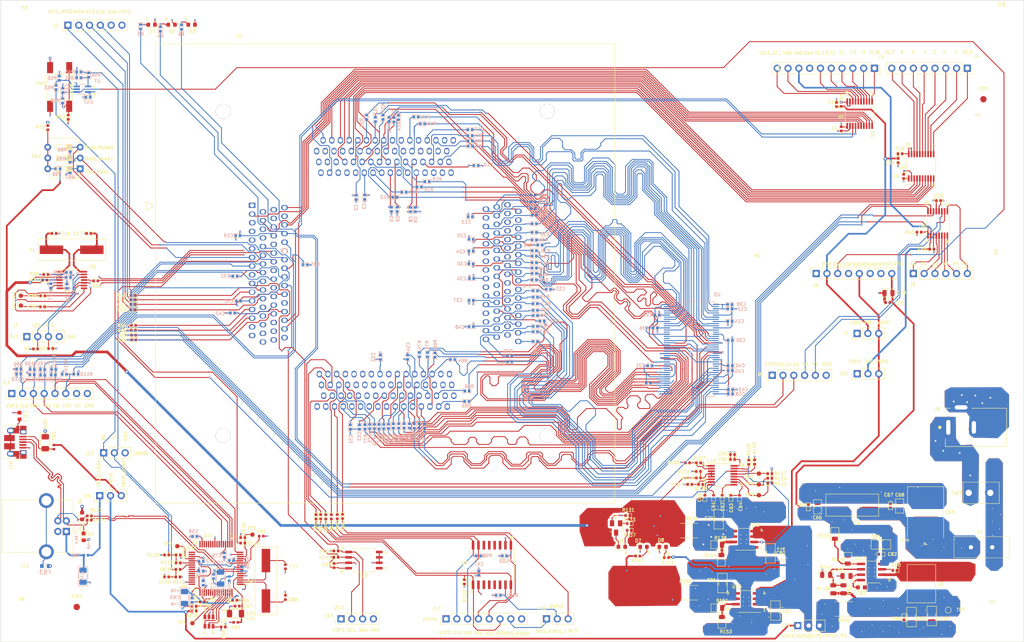
<source format=kicad_pcb>
(kicad_pcb (version 20171130) (host pcbnew 5.1.6-c6e7f7d~87~ubuntu18.04.1)
  (title_block (title Aardonyx) (rev v1.0) (comment 4 "Author:G Nambirajan"))
  (layers (0 F.Cu signal) (1 In1.Cu power hide) (2 In2.Cu signal hide) (31 B.Cu signal) (34 B.Paste user) (35 F.Paste user) (36 B.SilkS user) (37 F.SilkS user) (38 B.Mask user) (39 F.Mask user) (44 Edge.Cuts user))
  (net 0 "")
  (net 1 GND)
  (net 2 /arduino_header/RESET_AH)
  (net 3 "Net-(C91-Pad1)")
  (net 4 "Net-(D3-Pad2)")
  (net 5 "Net-(D6-Pad2)")
  (net 6 "Net-(D7-Pad2)")
  (net 7 "Net-(D8-Pad2)")
  (net 8 "Net-(F1-Pad2)")
  (net 9 GNDA)
  (net 10 /ftdi/TRST)
  (net 11 /ftdi/TMS)
  (net 12 /soc/TD0)
  (net 13 /ftdi/TDI)
  (net 14 /ftdi/TCK)
  (net 15 /ftdi/UART0_RX)
  (net 16 "Net-(J5-Pad1)")
  (net 17 /arduino_header/I2C0_SCL)
  (net 18 /arduino_header/QSPI0_NCS_H)
  (net 19 /arduino_header/QSPI0_NCS_F)
  (net 20 /arduino_header/QSPI0_NCS)
  (net 21 /arduino_header/QSPI0_CLK)
  (net 22 /arduino_header/QSPI0_IO0)
  (net 23 /arduino_header/QSPI0_IO2)
  (net 24 /arduino_header/QSPI0_IO3)
  (net 25 /arduino_header/SPI1_CLK)
  (net 26 /arduino_header/SPI1_MISO)
  (net 27 /arduino_header/SPI1_MOSI)
  (net 28 /arduino_header/A7)
  (net 29 /arduino_header/IO_14)
  (net 30 /arduino_header/IO_15)
  (net 31 /arduino_header/A0)
  (net 32 /arduino_header/A1)
  (net 33 /arduino_header/A2)
  (net 34 /arduino_header/A3)
  (net 35 /arduino_header/A4)
  (net 36 /arduino_header/A5)
  (net 37 /arduino_header/AH_I2C1_SCL)
  (net 38 /arduino_header/AH_I2C1_SDA)
  (net 39 /arduino_header/AH_IO_13)
  (net 40 /arduino_header/AH_IO_12)
  (net 41 /arduino_header/AH_IO_11)
  (net 42 /arduino_header/AH_IO_10)
  (net 43 /arduino_header/AH_IO_9)
  (net 44 /arduino_header/AH_IO_8)
  (net 45 /arduino_header/AH_IO_7)
  (net 46 /arduino_header/AH_IO_6)
  (net 47 /arduino_header/AH_IO_5)
  (net 48 /arduino_header/AH_IO_4)
  (net 49 /arduino_header/AH_IO_3)
  (net 50 /arduino_header/AH_IO_2)
  (net 51 /arduino_header/AH_IO_1)
  (net 52 /arduino_header/AH_IO_0)
  (net 53 /power_2/V18_EN)
  (net 54 "Net-(Q1-Pad1)")
  (net 55 /ftdi/FT_RESET)
  (net 56 "Net-(R22-Pad2)")
  (net 57 /sdram/CLK)
  (net 58 "Net-(R25-Pad2)")
  (net 59 "Net-(R26-Pad2)")
  (net 60 /arduino_header/SPI0_nCS)
  (net 61 "Net-(R36-Pad2)")
  (net 62 "Net-(R37-Pad2)")
  (net 63 /arduino_header/IO_13)
  (net 64 /power_2/RESET_ASIC)
  (net 65 /ftdi/PWRSAV)
  (net 66 /arduino_header/SPI0_CLK)
  (net 67 /arduino_header/SPI0_MISO)
  (net 68 /arduino_header/SPI0_MOSI)
  (net 69 "Net-(R60-Pad1)")
  (net 70 "Net-(R61-Pad1)")
  (net 71 /sdram/SDRAM_A0)
  (net 72 /sdram/SDRAM_A1)
  (net 73 /sdram/SDRAM_A2)
  (net 74 /sdram/SDRAM_A3)
  (net 75 /sdram/SDRAM_A4)
  (net 76 /sdram/SDRAM_A5)
  (net 77 /sdram/SDRAM_A6)
  (net 78 /sdram/SDRAM_A7)
  (net 79 /sdram/SDRAM_A8)
  (net 80 "Net-(R73-Pad1)")
  (net 81 /sdram/SDRAM_A9)
  (net 82 /sdram/SDRAM_A10)
  (net 83 "Net-(R76-Pad1)")
  (net 84 /sdram/SDRAM_A11)
  (net 85 "Net-(R77-Pad1)")
  (net 86 /sdram/SDRAM_A12)
  (net 87 /sdram/SDRAM_DQM0)
  (net 88 "Net-(R78-Pad1)")
  (net 89 "Net-(R79-Pad1)")
  (net 90 /sdram/SDRAM_DQM1)
  (net 91 /sdram/SDRAM_DQM2)
  (net 92 /sdram/SDRAM_DQM3)
  (net 93 /sdram/SDRAM_BA0)
  (net 94 /sdram/SDRAM_BA1)
  (net 95 /sdram/SDRAM_CS)
  (net 96 /sdram/SDRAM_RAS)
  (net 97 /sdram/SDRAM_CAS)
  (net 98 /sdram/SDRAM_WE)
  (net 99 "Net-(R87-Pad1)")
  (net 100 "Net-(R88-Pad1)")
  (net 101 /sdram/SDRAM_CLK)
  (net 102 /sdram/SDRAM_CKE)
  (net 103 "Net-(R89-Pad1)")
  (net 104 /sdram/SDRAM_D0)
  (net 105 /sdram/SDRAM_D1)
  (net 106 /sdram/SDRAM_D2)
  (net 107 /sdram/SDRAM_D3)
  (net 108 /sdram/SDRAM_D4)
  (net 109 /sdram/SDRAM_D5)
  (net 110 /sdram/SDRAM_D6)
  (net 111 /sdram/SDRAM_D7)
  (net 112 /sdram/SDRAM_D8)
  (net 113 /sdram/SDRAM_D9)
  (net 114 /sdram/SDRAM_D10)
  (net 115 /sdram/SDRAM_D11)
  (net 116 /sdram/SDRAM_D12)
  (net 117 /sdram/SDRAM_D13)
  (net 118 /sdram/SDRAM_D14)
  (net 119 /sdram/SDRAM_D15)
  (net 120 /sdram/SDRAM_D16)
  (net 121 /sdram/SDRAM_D17)
  (net 122 /sdram/SDRAM_D18)
  (net 123 /sdram/SDRAM_D19)
  (net 124 /sdram/SDRAM_D20)
  (net 125 /sdram/SDRAM_D21)
  (net 126 /sdram/SDRAM_D22)
  (net 127 /sdram/SDRAM_D23)
  (net 128 /sdram/SDRAM_D24)
  (net 129 /sdram/SDRAM_D25)
  (net 130 /sdram/SDRAM_D26)
  (net 131 /sdram/SDRAM_D27)
  (net 132 /sdram/SDRAM_D28)
  (net 133 /sdram/SDRAM_D29)
  (net 134 /sdram/SDRAM_D30)
  (net 135 /sdram/SDRAM_D31)
  (net 136 /soc/TEST_MODE)
  (net 137 /soc/BOOT_MODE1)
  (net 138 /soc/BOOT_MODE0)
  (net 139 "Net-(TP1-Pad1)")
  (net 140 "Net-(TP2-Pad1)")
  (net 141 "Net-(U2-Pad57)")
  (net 142 /arduino_header/IO_0)
  (net 143 /arduino_header/IO_1)
  (net 144 /arduino_header/IO_2)
  (net 145 /arduino_header/IO_3)
  (net 146 /arduino_header/IO_4)
  (net 147 /arduino_header/IO_5)
  (net 148 /arduino_header/IO_6)
  (net 149 /arduino_header/IO_7)
  (net 150 /arduino_header/I2C1_SDA)
  (net 151 /arduino_header/I2C1_SCL)
  (net 152 /arduino_header/IO_12)
  (net 153 /arduino_header/IO_11)
  (net 154 /arduino_header/IO_10)
  (net 155 /arduino_header/IO_9)
  (net 156 /arduino_header/IO_8)
  (net 157 /ftdi/UART0_TX)
  (net 158 V3P3)
  (net 159 V5P0)
  (net 160 V1P8)
  (net 161 /arduino_header/I2C0_SDA)
  (net 162 "Net-(C62-Pad1)")
  (net 163 "Net-(FB7-Pad2)")
  (net 164 /arduino_header/SPI1_nCS)
  (net 165 "Net-(C95-Pad1)")
  (net 166 /RESET)
  (net 167 /power_2/V3P3_MON)
  (net 168 /power_2/V1P8_MON)
  (net 169 /power_2/UP_DOWN#)
  (net 170 /power_2/OUT3)
  (net 171 /power_2/OUT4)
  (net 172 /power_2/PWR_GOOD)
  (net 173 VCORE_FTDI)
  (net 174 VCC5V)
  (net 175 VBUS_USB2)
  (net 176 VBUS_USB1)
  (net 177 V12P0)
  (net 178 VAC)
  (net 179 VREF_AH)
  (net 180 VBUS)
  (net 181 /arduino_header/QSPI0_IO1)
  (net 182 /arduino_header/A6)
  (net 183 /ftdi/USB_D+)
  (net 184 /ftdi/USB_D-)
  (net 185 /ftdi/D+)
  (net 186 /ftdi/D-)
  (net 187 "Net-(C16-Pad1)")
  (net 188 "Net-(C17-Pad1)")
  (net 189 "Net-(C60-Pad1)")
  (net 190 "Net-(C61-Pad1)")
  (net 191 "Net-(C63-Pad1)")
  (net 192 "Net-(C67-Pad1)")
  (net 193 "Net-(C71-Pad1)")
  (net 194 "Net-(C74-Pad1)")
  (net 195 "Net-(C77-Pad1)")
  (net 196 "Net-(C78-Pad1)")
  (net 197 "Net-(C87-Pad1)")
  (net 198 "Net-(C88-Pad1)")
  (net 199 "Net-(C89-Pad1)")
  (net 200 "Net-(C90-Pad2)")
  (net 201 "Net-(C90-Pad1)")
  (net 202 "Net-(C92-Pad2)")
  (net 203 "Net-(C93-Pad1)")
  (net 204 "Net-(D1-Pad2)")
  (net 205 "Net-(D2-Pad2)")
  (net 206 "Net-(D6-Pad1)")
  (net 207 "Net-(FB3-Pad1)")
  (net 208 "Net-(J1-Pad3)")
  (net 209 "Net-(J1-Pad2)")
  (net 210 "Net-(J8-Pad1)")
  (net 211 "Net-(J11-Pad7)")
  (net 212 "Net-(J16-Pad4)")
  (net 213 "Net-(J19-Pad3)")
  (net 214 "Net-(R6-Pad2)")
  (net 215 "Net-(R7-Pad2)")
  (net 216 "Net-(R8-Pad2)")
  (net 217 "Net-(R9-Pad2)")
  (net 218 "Net-(R10-Pad1)")
  (net 219 "Net-(R11-Pad1)")
  (net 220 "Net-(R12-Pad1)")
  (net 221 "Net-(R13-Pad1)")
  (net 222 "Net-(R14-Pad1)")
  (net 223 "Net-(R15-Pad1)")
  (net 224 "Net-(R16-Pad1)")
  (net 225 "Net-(R17-Pad1)")
  (net 226 "Net-(R18-Pad2)")
  (net 227 "Net-(R19-Pad1)")
  (net 228 "Net-(R20-Pad2)")
  (net 229 "Net-(R21-Pad1)")
  (net 230 "Net-(R23-Pad1)")
  (net 231 "Net-(R24-Pad1)")
  (net 232 "Net-(R27-Pad2)")
  (net 233 "Net-(R28-Pad2)")
  (net 234 "Net-(R30-Pad2)")
  (net 235 "Net-(R31-Pad2)")
  (net 236 "Net-(R32-Pad2)")
  (net 237 "Net-(R33-Pad2)")
  (net 238 "Net-(R34-Pad2)")
  (net 239 "Net-(R35-Pad2)")
  (net 240 "Net-(R36-Pad1)")
  (net 241 "Net-(R38-Pad2)")
  (net 242 "Net-(R39-Pad2)")
  (net 243 "Net-(R39-Pad1)")
  (net 244 "Net-(R40-Pad2)")
  (net 245 "Net-(R41-Pad2)")
  (net 246 "Net-(R42-Pad1)")
  (net 247 "Net-(R44-Pad1)")
  (net 248 "Net-(R46-Pad1)")
  (net 249 "Net-(R47-Pad1)")
  (net 250 "Net-(R48-Pad2)")
  (net 251 "Net-(R49-Pad2)")
  (net 252 "Net-(R50-Pad2)")
  (net 253 "Net-(R52-Pad1)")
  (net 254 "Net-(R54-Pad1)")
  (net 255 "Net-(R55-Pad1)")
  (net 256 "Net-(R56-Pad1)")
  (net 257 "Net-(R57-Pad2)")
  (net 258 "Net-(R58-Pad2)")
  (net 259 "Net-(R59-Pad2)")
  (net 260 "Net-(R62-Pad2)")
  (net 261 "Net-(R64-Pad2)")
  (net 262 "Net-(R65-Pad2)")
  (net 263 "Net-(R66-Pad2)")
  (net 264 "Net-(R67-Pad2)")
  (net 265 "Net-(R68-Pad2)")
  (net 266 "Net-(R69-Pad2)")
  (net 267 "Net-(R70-Pad2)")
  (net 268 "Net-(R71-Pad2)")
  (net 269 "Net-(R72-Pad2)")
  (net 270 "Net-(R74-Pad2)")
  (net 271 "Net-(R75-Pad2)")
  (net 272 "Net-(R81-Pad2)")
  (net 273 "Net-(R82-Pad2)")
  (net 274 "Net-(R83-Pad2)")
  (net 275 "Net-(R84-Pad2)")
  (net 276 "Net-(R85-Pad2)")
  (net 277 "Net-(R86-Pad2)")
  (net 278 "Net-(R90-Pad1)")
  (net 279 "Net-(R91-Pad1)")
  (net 280 "Net-(R92-Pad1)")
  (net 281 "Net-(R93-Pad1)")
  (net 282 "Net-(R94-Pad1)")
  (net 283 "Net-(R132-Pad1)")
  (net 284 "Net-(R135-Pad2)")
  (net 285 "Net-(R136-Pad1)")
  (net 286 "Net-(R138-Pad2)")
  (net 287 "Net-(R139-Pad1)")
  (net 288 "Net-(R151-Pad2)")
  (net 289 "Net-(U2-Pad256)")
  (net 290 "Net-(U2-Pad255)")
  (net 291 "Net-(U2-Pad254)")
  (net 292 "Net-(U2-Pad252)")
  (net 293 "Net-(U2-Pad251)")
  (net 294 "Net-(U2-Pad248)")
  (net 295 "Net-(U2-Pad247)")
  (net 296 "Net-(U2-Pad246)")
  (net 297 "Net-(U2-Pad244)")
  (net 298 "Net-(U2-Pad242)")
  (net 299 "Net-(U2-Pad228)")
  (net 300 "Net-(U2-Pad221)")
  (net 301 "Net-(U2-Pad220)")
  (net 302 "Net-(U2-Pad218)")
  (net 303 "Net-(U2-Pad217)")
  (net 304 "Net-(U2-Pad216)")
  (net 305 "Net-(U2-Pad209)")
  (net 306 "Net-(U2-Pad204)")
  (net 307 "Net-(U2-Pad202)")
  (net 308 "Net-(U2-Pad200)")
  (net 309 "Net-(U2-Pad198)")
  (net 310 "Net-(U2-Pad197)")
  (net 311 "Net-(U2-Pad196)")
  (net 312 "Net-(U2-Pad195)")
  (net 313 "Net-(U2-Pad194)")
  (net 314 "Net-(U2-Pad193)")
  (net 315 "Net-(U2-Pad192)")
  (net 316 "Net-(U2-Pad188)")
  (net 317 "Net-(U2-Pad186)")
  (net 318 "Net-(U2-Pad185)")
  (net 319 "Net-(U2-Pad184)")
  (net 320 "Net-(U2-Pad181)")
  (net 321 "Net-(U2-Pad180)")
  (net 322 "Net-(U2-Pad172)")
  (net 323 "Net-(U2-Pad170)")
  (net 324 "Net-(U2-Pad168)")
  (net 325 "Net-(U2-Pad166)")
  (net 326 "Net-(U2-Pad162)")
  (net 327 "Net-(U2-Pad156)")
  (net 328 "Net-(U2-Pad155)")
  (net 329 "Net-(U2-Pad154)")
  (net 330 "Net-(U2-Pad153)")
  (net 331 "Net-(U2-Pad152)")
  (net 332 "Net-(U2-Pad151)")
  (net 333 "Net-(U2-Pad148)")
  (net 334 "Net-(U2-Pad145)")
  (net 335 "Net-(U2-Pad142)")
  (net 336 "Net-(U2-Pad141)")
  (net 337 "Net-(U2-Pad138)")
  (net 338 "Net-(U2-Pad136)")
  (net 339 "Net-(U2-Pad135)")
  (net 340 "Net-(U2-Pad132)")
  (net 341 "Net-(U2-Pad128)")
  (net 342 "Net-(U2-Pad127)")
  (net 343 "Net-(U2-Pad126)")
  (net 344 "Net-(U2-Pad125)")
  (net 345 "Net-(U2-Pad124)")
  (net 346 "Net-(U2-Pad123)")
  (net 347 "Net-(U2-Pad122)")
  (net 348 "Net-(U2-Pad119)")
  (net 349 "Net-(U2-Pad115)")
  (net 350 "Net-(U2-Pad107)")
  (net 351 "Net-(U2-Pad100)")
  (net 352 "Net-(U2-Pad99)")
  (net 353 "Net-(U2-Pad98)")
  (net 354 "Net-(U2-Pad93)")
  (net 355 "Net-(U2-Pad92)")
  (net 356 "Net-(U2-Pad91)")
  (net 357 "Net-(U2-Pad90)")
  (net 358 "Net-(U2-Pad89)")
  (net 359 "Net-(U2-Pad88)")
  (net 360 "Net-(U2-Pad87)")
  (net 361 "Net-(U2-Pad86)")
  (net 362 "Net-(U2-Pad85)")
  (net 363 "Net-(U2-Pad84)")
  (net 364 "Net-(U2-Pad83)")
  (net 365 "Net-(U2-Pad82)")
  (net 366 "Net-(U2-Pad81)")
  (net 367 "Net-(U2-Pad78)")
  (net 368 "Net-(U2-Pad69)")
  (net 369 "Net-(U2-Pad68)")
  (net 370 "Net-(U2-Pad67)")
  (net 371 "Net-(U2-Pad65)")
  (net 372 "Net-(U2-Pad64)")
  (net 373 "Net-(U2-Pad63)")
  (net 374 "Net-(U2-Pad62)")
  (net 375 "Net-(U2-Pad61)")
  (net 376 "Net-(U2-Pad60)")
  (net 377 "Net-(U2-Pad59)")
  (net 378 "Net-(U2-Pad56)")
  (net 379 "Net-(U2-Pad55)")
  (net 380 "Net-(U2-Pad52)")
  (net 381 "Net-(U2-Pad43)")
  (net 382 "Net-(U2-Pad39)")
  (net 383 "Net-(U2-Pad22)")
  (net 384 "Net-(U2-Pad21)")
  (net 385 "Net-(U2-Pad19)")
  (net 386 "Net-(U2-Pad17)")
  (net 387 "Net-(U2-Pad13)")
  (net 388 "Net-(U2-Pad12)")
  (net 389 "Net-(U2-Pad9)")
  (net 390 "Net-(U2-Pad7)")
  (net 391 "Net-(U2-Pad6)")
  (net 392 "Net-(U2-Pad4)")
  (net 393 "Net-(U2-Pad1)")
  (net 394 "Net-(U2-Pad3)")
  (net 395 "Net-(U3-Pad14)")
  (net 396 "Net-(U3-Pad30)")
  (net 397 "Net-(U3-Pad57)")
  (net 398 "Net-(U3-Pad70)")
  (net 399 "Net-(U3-Pad73)")
  (net 400 "Net-(U8-Pad14)")
  (net 401 "Net-(U8-Pad13)")
  (net 402 "Net-(U8-Pad12)")
  (net 403 "Net-(U8-Pad11)")
  (net 404 "Net-(U8-Pad6)")
  (net 405 "Net-(U8-Pad5)")
  (net 406 "Net-(U8-Pad4)")
  (net 407 "Net-(U8-Pad3)")
  (net 408 "Net-(U9-Pad1)")
  (net 409 "Net-(U11-Pad63)")
  (net 410 "Net-(U11-Pad62)")
  (net 411 "Net-(U11-Pad61)")
  (net 412 "Net-(U11-Pad58)")
  (net 413 "Net-(U11-Pad57)")
  (net 414 "Net-(U11-Pad55)")
  (net 415 "Net-(U11-Pad54)")
  (net 416 "Net-(U11-Pad53)")
  (net 417 "Net-(U11-Pad52)")
  (net 418 "Net-(U11-Pad48)")
  (net 419 "Net-(U11-Pad46)")
  (net 420 "Net-(U11-Pad45)")
  (net 421 "Net-(U11-Pad44)")
  (net 422 "Net-(U11-Pad43)")
  (net 423 "Net-(U11-Pad41)")
  (net 424 "Net-(U11-Pad40)")
  (net 425 "Net-(U11-Pad34)")
  (net 426 "Net-(U11-Pad33)")
  (net 427 "Net-(U11-Pad32)")
  (net 428 "Net-(U11-Pad30)")
  (net 429 "Net-(U11-Pad29)")
  (net 430 "Net-(U11-Pad28)")
  (net 431 "Net-(U11-Pad27)")
  (net 432 "Net-(U11-Pad26)")
  (net 433 "Net-(U11-Pad24)")
  (net 434 "Net-(U11-Pad23)")
  (net 435 "Net-(U11-Pad21)")
  (module MountingHole:MountingHole_3.2mm_M3 (layer F.Cu) (at 278.93 16.9)
    (fp_text reference H8 (at 0 -4.2) (layer F.SilkS))
    (fp_text value MountingHole)
    (pad 1 np_thru_hole circle (at 0 0) (size 3.2 3.2) (drill 3.2) (layers *.Cu *.Mask))
  )
  (module Inductor_SMD:L_0603_1608Metric (layer F.Cu) (at 47.9552 109.4486 270)
    (fp_text reference FB7 (at 0 -1.43 90) (layer F.SilkS))
    (fp_text value 47E,FB,0603)
    (pad 2 smd roundrect (at 0.7875 0 270) (size 0.875 0.95) (layers F.Cu F.Paste F.Mask) (net 163 "Net-(FB7-Pad2)"))
    (pad 1 smd roundrect (at -0.7875 0 270) (size 0.875 0.95) (layers F.Cu F.Paste F.Mask) (net 1 GND))
  )
  (module Inductor_SMD:L_0603_1608Metric (layer B.Cu) (at 53.9938 144.7278)
    (fp_text reference FB3 (at 0 1.43) (layer B.SilkS) (effects (justify mirror)))
    (fp_text value 47E,FB,0603)
    (pad 2 smd roundrect (at 0.7875 0) (size 0.875 0.95) (layers B.Cu B.Paste B.Mask) (net 1 GND))
    (pad 1 smd roundrect (at -0.7875 0) (size 0.875 0.95) (layers B.Cu B.Paste B.Mask) (net 207 "Net-(FB3-Pad1)"))
  )
  (module Package_SO:SOIC-8_5.23x5.23mm_P1.27mm (layer F.Cu) (at 128.94 143.32 180)
    (fp_text reference U9 (at 0 -3.56) (layer F.SilkS))
    (fp_text value CAT24M01WI-GT3)
    (pad 8 smd roundrect (at 3.6 -1.905 180) (size 1.6 0.6) (layers F.Cu F.Paste F.Mask) (net 158 V3P3))
    (pad 7 smd roundrect (at 3.6 -0.635 180) (size 1.6 0.6) (layers F.Cu F.Paste F.Mask) (net 1 GND))
    (pad 6 smd roundrect (at 3.6 0.635 180) (size 1.6 0.6) (layers F.Cu F.Paste F.Mask) (net 17 /arduino_header/I2C0_SCL))
    (pad 5 smd roundrect (at 3.6 1.905 180) (size 1.6 0.6) (layers F.Cu F.Paste F.Mask) (net 161 /arduino_header/I2C0_SDA))
    (pad 4 smd roundrect (at -3.6 1.905 180) (size 1.6 0.6) (layers F.Cu F.Paste F.Mask) (net 1 GND))
    (pad 3 smd roundrect (at -3.6 0.635 180) (size 1.6 0.6) (layers F.Cu F.Paste F.Mask) (net 1 GND))
    (pad 2 smd roundrect (at -3.6 -0.635 180) (size 1.6 0.6) (layers F.Cu F.Paste F.Mask) (net 1 GND))
    (pad 1 smd roundrect (at -3.6 -1.905 180) (size 1.6 0.6) (layers F.Cu F.Paste F.Mask) (net 408 "Net-(U9-Pad1)"))
  )
  (module Aardonyx:SW_toggle_spst_2.54mm (layer F.Cu) (at 271.1196 127.508 90)
    (fp_text reference SW3 (at -0.042 -2.7834 180) (layer F.SilkS) (effects (font (size 0.75 0.75))))
    (fp_text value SW_SPST)
    (pad 3 thru_hole circle (at 0 5.08 90) (size 2.5 2.5) (drill 1.5) (layers *.Cu *.Mask) (net 8 "Net-(F1-Pad2)"))
    (pad 1 thru_hole rect (at 0 0 90) (size 2.5 2.5) (drill 1.5) (layers *.Cu *.Mask) (net 210 "Net-(J8-Pad1)"))
  )
  (module Aardonyx:TSSOP-II-86_10.16x22.2mm_P0.5mm (layer B.Cu) (at 205.9178 93.726 180)
    (fp_text reference U3 (at -6.1092 12.8394 180) (layer B.SilkS) (effects (font (size 0.75 0.75)) (justify mirror)))
    (fp_text value IS42S32160F-TSOP2)
    (pad 1 smd roundrect (at -5.08 10.5 180) (size 1.4 0.22) (drill (offset -0.7 0)) (layers B.Cu B.Paste B.Mask) (net 158 V3P3))
    (pad 2 smd roundrect (at -5.08 10 180) (size 1.4 0.22) (drill (offset -0.7 0)) (layers B.Cu B.Paste B.Mask) (net 104 /sdram/SDRAM_D0))
    (pad 3 smd roundrect (at -5.08 9.5 180) (size 1.4 0.2) (drill (offset -0.7 0)) (layers B.Cu B.Paste B.Mask) (net 158 V3P3))
    (pad 4 smd roundrect (at -5.08 9 180) (size 1.4 0.22) (drill (offset -0.7 0)) (layers B.Cu B.Paste B.Mask) (net 105 /sdram/SDRAM_D1))
    (pad 5 smd roundrect (at -5.08 8.5 180) (size 1.4 0.22) (drill (offset -0.7 0)) (layers B.Cu B.Paste B.Mask) (net 106 /sdram/SDRAM_D2))
    (pad 6 smd roundrect (at -5.08 8 180) (size 1.4 0.22) (drill (offset -0.7 0)) (layers B.Cu B.Paste B.Mask) (net 1 GND))
    (pad 7 smd roundrect (at -5.08 7.5 180) (size 1.4 0.22) (drill (offset -0.7 0)) (layers B.Cu B.Paste B.Mask) (net 107 /sdram/SDRAM_D3))
    (pad 8 smd roundrect (at -5.08 7 180) (size 1.4 0.22) (drill (offset -0.7 0)) (layers B.Cu B.Paste B.Mask) (net 108 /sdram/SDRAM_D4))
    (pad 9 smd roundrect (at -5.08 6.5 180) (size 1.4 0.22) (drill (offset -0.7 0)) (layers B.Cu B.Paste B.Mask) (net 158 V3P3))
    (pad 10 smd roundrect (at -5.08 6 180) (size 1.4 0.22) (drill (offset -0.7 0)) (layers B.Cu B.Paste B.Mask) (net 109 /sdram/SDRAM_D5))
    (pad 11 smd roundrect (at -5.08 5.5 180) (size 1.4 0.22) (drill (offset -0.7 0)) (layers B.Cu B.Paste B.Mask) (net 110 /sdram/SDRAM_D6))
    (pad 12 smd roundrect (at -5.08 5 180) (size 1.4 0.22) (drill (offset -0.7 0)) (layers B.Cu B.Paste B.Mask) (net 1 GND))
    (pad 13 smd roundrect (at -5.08 4.5 180) (size 1.4 0.22) (drill (offset -0.7 0)) (layers B.Cu B.Paste B.Mask) (net 111 /sdram/SDRAM_D7))
    (pad 14 smd roundrect (at -5.08 4 180) (size 1.4 0.22) (drill (offset -0.7 0)) (layers B.Cu B.Paste B.Mask) (net 395 "Net-(U3-Pad14)"))
    (pad 15 smd roundrect (at -5.08 3.5 180) (size 1.4 0.22) (drill (offset -0.7 0)) (layers B.Cu B.Paste B.Mask) (net 158 V3P3))
    (pad 16 smd roundrect (at -5.08 3 180) (size 1.4 0.22) (drill (offset -0.7 0)) (layers B.Cu B.Paste B.Mask) (net 87 /sdram/SDRAM_DQM0))
    (pad 17 smd roundrect (at -5.08 2.5 180) (size 1.4 0.22) (drill (offset -0.7 0)) (layers B.Cu B.Paste B.Mask) (net 98 /sdram/SDRAM_WE))
    (pad 18 smd roundrect (at -5.08 2 180) (size 1.4 0.22) (drill (offset -0.7 0)) (layers B.Cu B.Paste B.Mask) (net 97 /sdram/SDRAM_CAS))
    (pad 19 smd roundrect (at -5.08 1.5 180) (size 1.4 0.22) (drill (offset -0.7 0)) (layers B.Cu B.Paste B.Mask) (net 96 /sdram/SDRAM_RAS))
    (pad 20 smd roundrect (at -5.08 1 180) (size 1.4 0.22) (drill (offset -0.7 0)) (layers B.Cu B.Paste B.Mask) (net 95 /sdram/SDRAM_CS))
    (pad 21 smd roundrect (at -5.08 0.5 180) (size 1.4 0.22) (drill (offset -0.7 0)) (layers B.Cu B.Paste B.Mask) (net 84 /sdram/SDRAM_A11))
    (pad 22 smd roundrect (at -5.08 0 180) (size 1.4 0.22) (drill (offset -0.7 0)) (layers B.Cu B.Paste B.Mask) (net 93 /sdram/SDRAM_BA0))
    (pad 23 smd roundrect (at -5.08 -0.5 180) (size 1.4 0.22) (drill (offset -0.7 0)) (layers B.Cu B.Paste B.Mask) (net 94 /sdram/SDRAM_BA1))
    (pad 24 smd roundrect (at -5.08 -1 180) (size 1.4 0.22) (drill (offset -0.7 0)) (layers B.Cu B.Paste B.Mask) (net 82 /sdram/SDRAM_A10))
    (pad 25 smd roundrect (at -5.08 -1.5 180) (size 1.4 0.22) (drill (offset -0.7 0)) (layers B.Cu B.Paste B.Mask) (net 71 /sdram/SDRAM_A0))
    (pad 26 smd roundrect (at -5.08 -2 180) (size 1.4 0.22) (drill (offset -0.7 0)) (layers B.Cu B.Paste B.Mask) (net 72 /sdram/SDRAM_A1))
    (pad 27 smd roundrect (at -5.08 -2.5 180) (size 1.4 0.22) (drill (offset -0.7 0)) (layers B.Cu B.Paste B.Mask) (net 73 /sdram/SDRAM_A2))
    (pad 28 smd roundrect (at -5.08 -3 180) (size 1.4 0.22) (drill (offset -0.7 0)) (layers B.Cu B.Paste B.Mask) (net 91 /sdram/SDRAM_DQM2))
    (pad 29 smd roundrect (at -5.08 -3.5 180) (size 1.4 0.22) (drill (offset -0.7 0)) (layers B.Cu B.Paste B.Mask) (net 158 V3P3))
    (pad 30 smd roundrect (at -5.08 -4 180) (size 1.4 0.22) (drill (offset -0.7 0)) (layers B.Cu B.Paste B.Mask) (net 396 "Net-(U3-Pad30)"))
    (pad 31 smd roundrect (at -5.08 -4.5 180) (size 1.4 0.22) (drill (offset -0.7 0)) (layers B.Cu B.Paste B.Mask) (net 120 /sdram/SDRAM_D16))
    (pad 32 smd roundrect (at -5.08 -5 180) (size 1.4 0.22) (drill (offset -0.7 0)) (layers B.Cu B.Paste B.Mask) (net 1 GND))
    (pad 33 smd roundrect (at -5.08 -5.5 180) (size 1.4 0.22) (drill (offset -0.7 0)) (layers B.Cu B.Paste B.Mask) (net 121 /sdram/SDRAM_D17))
    (pad 34 smd roundrect (at -5.08 -6 180) (size 1.4 0.22) (drill (offset -0.7 0)) (layers B.Cu B.Paste B.Mask) (net 122 /sdram/SDRAM_D18))
    (pad 35 smd roundrect (at -5.08 -6.5 180) (size 1.4 0.22) (drill (offset -0.7 0)) (layers B.Cu B.Paste B.Mask) (net 158 V3P3))
    (pad 36 smd roundrect (at -5.08 -7 180) (size 1.4 0.22) (drill (offset -0.7 0)) (layers B.Cu B.Paste B.Mask) (net 123 /sdram/SDRAM_D19))
    (pad 37 smd roundrect (at -5.08 -7.5 180) (size 1.4 0.22) (drill (offset -0.7 0)) (layers B.Cu B.Paste B.Mask) (net 124 /sdram/SDRAM_D20))
    (pad 38 smd roundrect (at -5.08 -8 180) (size 1.4 0.22) (drill (offset -0.7 0)) (layers B.Cu B.Paste B.Mask) (net 1 GND))
    (pad 39 smd roundrect (at -5.08 -8.5 180) (size 1.4 0.22) (drill (offset -0.7 0)) (layers B.Cu B.Paste B.Mask) (net 125 /sdram/SDRAM_D21))
    (pad 40 smd roundrect (at -5.08 -9 180) (size 1.4 0.22) (drill (offset -0.7 0)) (layers B.Cu B.Paste B.Mask) (net 126 /sdram/SDRAM_D22))
    (pad 44 smd roundrect (at 5.08 -10.5 180) (size 1.4 0.22) (drill (offset 0.7 0)) (layers B.Cu B.Paste B.Mask) (net 1 GND))
    (pad 45 smd roundrect (at 5.08 -10 180) (size 1.4 0.22) (drill (offset 0.7 0)) (layers B.Cu B.Paste B.Mask) (net 128 /sdram/SDRAM_D24))
    (pad 46 smd roundrect (at 5.08 -9.5 180) (size 1.4 0.22) (drill (offset 0.7 0)) (layers B.Cu B.Paste B.Mask) (net 1 GND))
    (pad 47 smd roundrect (at 5.08 -9 180) (size 1.4 0.22) (drill (offset 0.7 0)) (layers B.Cu B.Paste B.Mask) (net 129 /sdram/SDRAM_D25))
    (pad 48 smd roundrect (at 5.08 -8.5 180) (size 1.4 0.22) (drill (offset 0.7 0)) (layers B.Cu B.Paste B.Mask) (net 130 /sdram/SDRAM_D26))
    (pad 49 smd roundrect (at 5.08 -8 180) (size 1.4 0.22) (drill (offset 0.7 0)) (layers B.Cu B.Paste B.Mask) (net 158 V3P3))
    (pad 50 smd roundrect (at 5.08 -7.5 180) (size 1.4 0.22) (drill (offset 0.7 0)) (layers B.Cu B.Paste B.Mask) (net 131 /sdram/SDRAM_D27))
    (pad 51 smd roundrect (at 5.08 -7 180) (size 1.4 0.22) (drill (offset 0.7 0)) (layers B.Cu B.Paste B.Mask) (net 132 /sdram/SDRAM_D28))
    (pad 52 smd roundrect (at 5.08 -6.5 180) (size 1.4 0.22) (drill (offset 0.7 0)) (layers B.Cu B.Paste B.Mask) (net 1 GND))
    (pad 53 smd roundrect (at 5.08 -6 180) (size 1.4 0.22) (drill (offset 0.7 0)) (layers B.Cu B.Paste B.Mask) (net 133 /sdram/SDRAM_D29))
    (pad 54 smd roundrect (at 5.08 -5.5 180) (size 1.4 0.22) (drill (offset 0.7 0)) (layers B.Cu B.Paste B.Mask) (net 134 /sdram/SDRAM_D30))
    (pad 55 smd roundrect (at 5.08 -5 180) (size 1.4 0.22) (drill (offset 0.7 0)) (layers B.Cu B.Paste B.Mask) (net 158 V3P3))
    (pad 56 smd roundrect (at 5.08 -4.5 180) (size 1.4 0.22) (drill (offset 0.7 0)) (layers B.Cu B.Paste B.Mask) (net 135 /sdram/SDRAM_D31))
    (pad 57 smd roundrect (at 5.08 -4 180) (size 1.4 0.22) (drill (offset 0.7 0)) (layers B.Cu B.Paste B.Mask) (net 397 "Net-(U3-Pad57)"))
    (pad 58 smd roundrect (at 5.08 -3.5 180) (size 1.4 0.22) (drill (offset 0.7 0)) (layers B.Cu B.Paste B.Mask) (net 1 GND))
    (pad 59 smd roundrect (at 5.08 -3 180) (size 1.4 0.22) (drill (offset 0.7 0)) (layers B.Cu B.Paste B.Mask) (net 92 /sdram/SDRAM_DQM3))
    (pad 60 smd roundrect (at 5.08 -2.5 180) (size 1.4 0.22) (drill (offset 0.7 0)) (layers B.Cu B.Paste B.Mask) (net 74 /sdram/SDRAM_A3))
    (pad 61 smd roundrect (at 5.08 -2 180) (size 1.4 0.22) (drill (offset 0.7 0)) (layers B.Cu B.Paste B.Mask) (net 75 /sdram/SDRAM_A4))
    (pad 62 smd roundrect (at 5.08 -1.5 180) (size 1.4 0.22) (drill (offset 0.7 0)) (layers B.Cu B.Paste B.Mask) (net 76 /sdram/SDRAM_A5))
    (pad 63 smd roundrect (at 5.08 -1 180) (size 1.4 0.22) (drill (offset 0.7 0)) (layers B.Cu B.Paste B.Mask) (net 77 /sdram/SDRAM_A6))
    (pad 64 smd roundrect (at 5.08 -0.5 180) (size 1.4 0.22) (drill (offset 0.7 0)) (layers B.Cu B.Paste B.Mask) (net 78 /sdram/SDRAM_A7))
    (pad 65 smd roundrect (at 5.08 0 180) (size 1.4 0.22) (drill (offset 0.7 0)) (layers B.Cu B.Paste B.Mask) (net 79 /sdram/SDRAM_A8))
    (pad 66 smd roundrect (at 5.08 0.5 180) (size 1.4 0.22) (drill (offset 0.7 0)) (layers B.Cu B.Paste B.Mask) (net 81 /sdram/SDRAM_A9))
    (pad 67 smd roundrect (at 5.08 1 180) (size 1.4 0.22) (drill (offset 0.7 0)) (layers B.Cu B.Paste B.Mask) (net 102 /sdram/SDRAM_CKE))
    (pad 68 smd roundrect (at 5.08 1.5 180) (size 1.4 0.22) (drill (offset 0.7 0)) (layers B.Cu B.Paste B.Mask) (net 101 /sdram/SDRAM_CLK))
    (pad 69 smd roundrect (at 5.08 2 180) (size 1.4 0.22) (drill (offset 0.7 0)) (layers B.Cu B.Paste B.Mask) (net 86 /sdram/SDRAM_A12))
    (pad 70 smd roundrect (at 5.08 2.5 180) (size 1.4 0.22) (drill (offset 0.7 0)) (layers B.Cu B.Paste B.Mask) (net 398 "Net-(U3-Pad70)"))
    (pad 71 smd roundrect (at 5.08 3 180) (size 1.4 0.22) (drill (offset 0.7 0)) (layers B.Cu B.Paste B.Mask) (net 90 /sdram/SDRAM_DQM1))
    (pad 72 smd roundrect (at 5.08 3.5 180) (size 1.4 0.22) (drill (offset 0.7 0)) (layers B.Cu B.Paste B.Mask) (net 1 GND))
    (pad 73 smd roundrect (at 5.08 4 180) (size 1.4 0.22) (drill (offset 0.7 0)) (layers B.Cu B.Paste B.Mask) (net 399 "Net-(U3-Pad73)"))
    (pad 74 smd roundrect (at 5.08 4.5 180) (size 1.475 0.22) (drill (offset 0.7 0)) (layers B.Cu B.Paste B.Mask) (net 112 /sdram/SDRAM_D8))
    (pad 75 smd roundrect (at 5.08 5 180) (size 1.4 0.22) (drill (offset 0.7 0)) (layers B.Cu B.Paste B.Mask) (net 158 V3P3))
    (pad 76 smd roundrect (at 5.08 5.5 180) (size 1.4 0.22) (drill (offset 0.7 0)) (layers B.Cu B.Paste B.Mask) (net 113 /sdram/SDRAM_D9))
    (pad 77 smd roundrect (at 5.08 6 180) (size 1.4 0.22) (drill (offset 0.7 0)) (layers B.Cu B.Paste B.Mask) (net 114 /sdram/SDRAM_D10))
    (pad 78 smd roundrect (at 5.08 6.5 180) (size 1.4 0.22) (drill (offset 0.7 0)) (layers B.Cu B.Paste B.Mask) (net 1 GND))
    (pad 79 smd roundrect (at 5.08 7 180) (size 1.4 0.22) (drill (offset 0.7 0)) (layers B.Cu B.Paste B.Mask) (net 115 /sdram/SDRAM_D11))
    (pad 80 smd roundrect (at 5.08 7.5 180) (size 1.4 0.22) (drill (offset 0.7 0)) (layers B.Cu B.Paste B.Mask) (net 116 /sdram/SDRAM_D12))
    (pad 81 smd roundrect (at 5.08 8 180) (size 1.4 0.22) (drill (offset 0.7 0)) (layers B.Cu B.Paste B.Mask) (net 158 V3P3))
    (pad 82 smd roundrect (at 5.08 8.5 180) (size 1.4 0.22) (drill (offset 0.7 0)) (layers B.Cu B.Paste B.Mask) (net 117 /sdram/SDRAM_D13))
    (pad 83 smd roundrect (at 5.08 9 180) (size 1.4 0.22) (drill (offset 0.7 0)) (layers B.Cu B.Paste B.Mask) (net 118 /sdram/SDRAM_D14))
    (pad 41 smd roundrect (at -5.08 -9.5 180) (size 1.4 0.22) (drill (offset -0.7 0)) (layers B.Cu B.Paste B.Mask) (net 158 V3P3))
    (pad 42 smd roundrect (at -5.08 -10 180) (size 1.4 0.22) (drill (offset -0.7 0)) (layers B.Cu B.Paste B.Mask) (net 127 /sdram/SDRAM_D23))
    (pad 43 smd roundrect (at -5.08 -10.5 180) (size 1.4 0.22) (drill (offset -0.7 0)) (layers B.Cu B.Paste B.Mask) (net 158 V3P3))
    (pad 84 smd roundrect (at 5.08 9.5 180) (size 1.4 0.22) (drill (offset 0.7 0)) (layers B.Cu B.Paste B.Mask) (net 1 GND))
    (pad 85 smd roundrect (at 5.08 10 180) (size 1.4 0.22) (drill (offset 0.7 0)) (layers B.Cu B.Paste B.Mask) (net 119 /sdram/SDRAM_D15))
    (pad 86 smd roundrect (at 5.08 10.5 180) (size 1.4 0.22) (drill (offset 0.7 0)) (layers B.Cu B.Paste B.Mask) (net 1 GND))
  )
  (module Resistor_SMD:R_0402_1005Metric (layer B.Cu) (at 163.1902 96.6922 180)
    (fp_text reference R66 (at 2.0772 -0.5374) (layer B.SilkS) (effects (font (size 0.75 0.75)) (justify mirror)))
    (fp_text value 22E,0402)
    (pad 2 smd roundrect (at 0.485 0 180) (size 0.59 0.64) (layers B.Cu B.Paste B.Mask) (net 263 "Net-(R66-Pad2)"))
    (pad 1 smd roundrect (at -0.485 0 180) (size 0.59 0.64) (layers B.Cu B.Paste B.Mask) (net 128 /sdram/SDRAM_D24))
  )
  (module Aardonyx:SKT32E_IITM_TH_SOCKET (layer F.Cu) (at 133.9342 75.9206 270)
    (fp_text reference U2 (at -55.7506 34.2942 180) (layer F.SilkS) (effects (font (size 0.75 0.75))))
    (fp_text value SKT32E)
    (pad 114 thru_hole oval (at 23.675 -8.99 270) (size 1.5748 1.2192) (drill 0.9) (layers *.Cu *.Mask) (net 270 "Net-(R74-Pad2)"))
    (pad 122 thru_hole oval (at 23.675 -13.07 270) (size 1.5748 1.2192) (drill 0.9) (layers *.Cu *.Mask) (net 347 "Net-(U2-Pad122)"))
    (pad 126 thru_hole oval (at 23.675 -15.11 270) (size 1.5748 1.2192) (drill 0.9) (layers *.Cu *.Mask) (net 343 "Net-(U2-Pad126)"))
    (pad 76 thru_hole oval (at 28.755 10.39 270) (size 1.5748 1.2192) (drill 0.9) (layers *.Cu *.Mask) (net 83 "Net-(R76-Pad1)"))
    (pad 80 thru_hole oval (at 28.755 8.35 270) (size 1.5748 1.2192) (drill 0.9) (layers *.Cu *.Mask) (net 1 GND))
    (pad 118 thru_hole oval (at 23.675 -11.03 270) (size 1.5748 1.2192) (drill 0.9) (layers *.Cu *.Mask) (net 261 "Net-(R64-Pad2)"))
    (pad 106 thru_hole oval (at 23.675 -4.91 270) (size 1.5748 1.2192) (drill 0.9) (layers *.Cu *.Mask) (net 280 "Net-(R92-Pad1)"))
    (pad 84 thru_hole oval (at 28.755 6.31 270) (size 1.5748 1.2192) (drill 0.9) (layers *.Cu *.Mask) (net 363 "Net-(U2-Pad84)"))
    (pad 110 thru_hole oval (at 23.675 -6.95 270) (size 1.5748 1.2192) (drill 0.9) (layers *.Cu *.Mask) (net 1 GND))
    (pad 120 thru_hole oval (at 28.755 -12.05 270) (size 1.5748 1.2192) (drill 0.9) (layers *.Cu *.Mask) (net 266 "Net-(R69-Pad2)"))
    (pad 116 thru_hole oval (at 28.755 -10.01 270) (size 1.5748 1.2192) (drill 0.9) (layers *.Cu *.Mask) (net 268 "Net-(R71-Pad2)"))
    (pad 100 thru_hole oval (at 28.755 -1.85 270) (size 1.5748 1.2192) (drill 0.9) (layers *.Cu *.Mask) (net 351 "Net-(U2-Pad100)"))
    (pad 88 thru_hole oval (at 28.755 4.27 270) (size 1.5748 1.2192) (drill 0.9) (layers *.Cu *.Mask) (net 359 "Net-(U2-Pad88)"))
    (pad 102 thru_hole oval (at 23.675 -2.87 270) (size 1.5748 1.2192) (drill 0.9) (layers *.Cu *.Mask) (net 100 "Net-(R88-Pad1)"))
    (pad 94 thru_hole oval (at 23.675 1.21 270) (size 1.5748 1.2192) (drill 0.9) (layers *.Cu *.Mask) (net 160 V1P8))
    (pad 90 thru_hole oval (at 23.675 3.25 270) (size 1.5748 1.2192) (drill 0.9) (layers *.Cu *.Mask) (net 357 "Net-(U2-Pad90)"))
    (pad 104 thru_hole oval (at 28.755 -3.89 270) (size 1.5748 1.2192) (drill 0.9) (layers *.Cu *.Mask) (net 278 "Net-(R90-Pad1)"))
    (pad 98 thru_hole oval (at 23.675 -0.83 270) (size 1.5748 1.2192) (drill 0.9) (layers *.Cu *.Mask) (net 353 "Net-(U2-Pad98)"))
    (pad 128 thru_hole oval (at 28.755 -16.13 270) (size 1.5748 1.2192) (drill 0.9) (layers *.Cu *.Mask) (net 341 "Net-(U2-Pad128)"))
    (pad 112 thru_hole oval (at 28.755 -7.97 270) (size 1.5748 1.2192) (drill 0.9) (layers *.Cu *.Mask) (net 89 "Net-(R79-Pad1)"))
    (pad 86 thru_hole oval (at 23.675 5.29 270) (size 1.5748 1.2192) (drill 0.9) (layers *.Cu *.Mask) (net 361 "Net-(U2-Pad86)"))
    (pad 92 thru_hole oval (at 28.755 2.23 270) (size 1.5748 1.2192) (drill 0.9) (layers *.Cu *.Mask) (net 355 "Net-(U2-Pad92)"))
    (pad 74 thru_hole oval (at 23.675 11.41 270) (size 1.5748 1.2192) (drill 0.9) (layers *.Cu *.Mask) (net 277 "Net-(R86-Pad2)"))
    (pad 72 thru_hole oval (at 28.755 12.43 270) (size 1.5748 1.2192) (drill 0.9) (layers *.Cu *.Mask) (net 275 "Net-(R84-Pad2)"))
    (pad 70 thru_hole oval (at 23.675 13.45 270) (size 1.5748 1.2192) (drill 0.9) (layers *.Cu *.Mask) (net 273 "Net-(R82-Pad2)"))
    (pad 124 thru_hole oval (at 28.755 -14.09 270) (size 1.5748 1.2192) (drill 0.9) (layers *.Cu *.Mask) (net 345 "Net-(U2-Pad124)"))
    (pad 96 thru_hole oval (at 28.755 0.19 270) (size 1.5748 1.2192) (drill 0.9) (layers *.Cu *.Mask) (net 158 V3P3))
    (pad 108 thru_hole oval (at 28.755 -5.93 270) (size 1.5748 1.2912) (drill 0.9) (layers *.Cu *.Mask) (net 281 "Net-(R93-Pad1)"))
    (pad 78 thru_hole oval (at 23.675 9.37 270) (size 1.5748 1.2192) (drill 0.9) (layers *.Cu *.Mask) (net 367 "Net-(U2-Pad78)"))
    (pad 66 thru_hole oval (at 23.675 15.49 270) (size 1.5748 1.2192) (drill 0.9) (layers *.Cu *.Mask) (net 274 "Net-(R83-Pad2)"))
    (pad 82 thru_hole oval (at 23.675 7.33 270) (size 1.5748 1.2192) (drill 0.9) (layers *.Cu *.Mask) (net 365 "Net-(U2-Pad82)"))
    (pad 125 thru_hole oval (at 31.295 -14.6 270) (size 1.5748 1.2192) (drill 0.9) (layers *.Cu *.Mask) (net 344 "Net-(U2-Pad125)"))
    (pad 97 thru_hole oval (at 31.295 -0.32 270) (size 1.5748 1.2192) (drill 0.9) (layers *.Cu *.Mask) (net 1 GND))
    (pad 85 thru_hole oval (at 31.295 5.8 270) (size 1.5748 1.2192) (drill 0.9) (layers *.Cu *.Mask) (net 362 "Net-(U2-Pad85)"))
    (pad 117 thru_hole oval (at 31.295 -10.52 270) (size 1.5748 1.2192) (drill 0.9) (layers *.Cu *.Mask) (net 265 "Net-(R68-Pad2)"))
    (pad 105 thru_hole oval (at 31.295 -4.4 270) (size 1.5748 1.2192) (drill 0.9) (layers *.Cu *.Mask) (net 279 "Net-(R91-Pad1)"))
    (pad 121 thru_hole oval (at 31.295 -12.56 270) (size 1.5748 1.2192) (drill 0.9) (layers *.Cu *.Mask) (net 262 "Net-(R65-Pad2)"))
    (pad 93 thru_hole oval (at 31.295 1.72 270) (size 1.5748 1.2192) (drill 0.9) (layers *.Cu *.Mask) (net 354 "Net-(U2-Pad93)"))
    (pad 113 thru_hole oval (at 31.295 -8.48 270) (size 1.5748 1.2192) (drill 0.9) (layers *.Cu *.Mask) (net 88 "Net-(R78-Pad1)"))
    (pad 101 thru_hole oval (at 31.295 -2.36 270) (size 1.5748 1.2192) (drill 0.9) (layers *.Cu *.Mask) (net 99 "Net-(R87-Pad1)"))
    (pad 89 thru_hole oval (at 31.295 3.76 270) (size 1.5748 1.2192) (drill 0.9) (layers *.Cu *.Mask) (net 358 "Net-(U2-Pad89)"))
    (pad 109 thru_hole oval (at 31.295 -6.44 270) (size 1.5748 1.2192) (drill 0.9) (layers *.Cu *.Mask) (net 160 V1P8))
    (pad 107 thru_hole oval (at 26.215 -5.42 270) (size 1.5748 1.2192) (drill 0.9) (layers *.Cu *.Mask) (net 350 "Net-(U2-Pad107)"))
    (pad 69 thru_hole oval (at 31.295 13.96 270) (size 1.5748 1.2192) (drill 0.9) (layers *.Cu *.Mask) (net 368 "Net-(U2-Pad69)"))
    (pad 127 thru_hole oval (at 26.215 -15.62 270) (size 1.5748 1.2192) (drill 0.9) (layers *.Cu *.Mask) (net 342 "Net-(U2-Pad127)"))
    (pad 77 thru_hole oval (at 31.295 9.88 270) (size 1.5748 1.2191) (drill 0.9) (layers *.Cu *.Mask) (net 85 "Net-(R77-Pad1)"))
    (pad 73 thru_hole oval (at 31.295 11.92 270) (size 1.5748 1.2192) (drill 0.9) (layers *.Cu *.Mask) (net 276 "Net-(R85-Pad2)"))
    (pad 103 thru_hole oval (at 26.215 -3.38 270) (size 1.5748 1.2192) (drill 0.9) (layers *.Cu *.Mask) (net 103 "Net-(R89-Pad1)"))
    (pad 75 thru_hole oval (at 26.215 10.9 270) (size 1.5748 1.2192) (drill 0.9) (layers *.Cu *.Mask) (net 80 "Net-(R73-Pad1)"))
    (pad 119 thru_hole oval (at 26.215 -11.54 270) (size 1.5748 1.2192) (drill 0.9) (layers *.Cu *.Mask) (net 348 "Net-(U2-Pad119)"))
    (pad 123 thru_hole oval (at 26.215 -13.58 270) (size 1.5748 1.2192) (drill 0.9) (layers *.Cu *.Mask) (net 346 "Net-(U2-Pad123)"))
    (pad 68 thru_hole oval (at 28.755 14.47 270) (size 1.5748 1.2192) (drill 0.9) (layers *.Cu *.Mask) (net 369 "Net-(U2-Pad68)"))
    (pad 71 thru_hole oval (at 26.215 12.94 270) (size 1.5748 1.2192) (drill 0.9) (layers *.Cu *.Mask) (net 272 "Net-(R81-Pad2)"))
    (pad 67 thru_hole oval (at 26.215 14.98 270) (size 1.5748 1.2192) (drill 0.9) (layers *.Cu *.Mask) (net 370 "Net-(U2-Pad67)"))
    (pad 83 thru_hole oval (at 26.215 6.82 270) (size 1.5748 1.2192) (drill 0.9) (layers *.Cu *.Mask) (net 364 "Net-(U2-Pad83)"))
    (pad 79 thru_hole oval (at 26.215 8.86 270) (size 1.5748 1.2192) (drill 0.9) (layers *.Cu *.Mask) (net 158 V3P3))
    (pad 91 thru_hole oval (at 26.215 2.74 270) (size 1.5748 1.2192) (drill 0.9) (layers *.Cu *.Mask) (net 356 "Net-(U2-Pad91)"))
    (pad 81 thru_hole oval (at 31.295 7.84 270) (size 1.5748 1.2192) (drill 0.9) (layers *.Cu *.Mask) (net 366 "Net-(U2-Pad81)"))
    (pad 115 thru_hole oval (at 26.215 -9.5 270) (size 1.5748 1.2192) (drill 0.9) (layers *.Cu *.Mask) (net 349 "Net-(U2-Pad115)"))
    (pad 99 thru_hole oval (at 26.215 -1.34 270) (size 1.5748 1.2192) (drill 0.9) (layers *.Cu *.Mask) (net 352 "Net-(U2-Pad99)"))
    (pad 111 thru_hole oval (at 26.215 -7.46 270) (size 1.5748 1.2192) (drill 0.9) (layers *.Cu *.Mask) (net 282 "Net-(R94-Pad1)"))
    (pad 95 thru_hole oval (at 26.215 0.7 270) (size 1.5748 1.2192) (drill 0.9) (layers *.Cu *.Mask) (net 1 GND))
    (pad 65 thru_hole oval (at 31.295 16 270) (size 1.5748 1.2192) (drill 0.9) (layers *.Cu *.Mask) (net 371 "Net-(U2-Pad65)"))
    (pad 87 thru_hole oval (at 26.215 4.78 270) (size 1.5748 1.2192) (drill 0.9) (layers *.Cu *.Mask) (net 360 "Net-(U2-Pad87)"))
    (pad 44 thru_hole oval (at 5.93 28.755) (size 1.5748 1.2192) (drill 0.9) (layers *.Cu *.Mask) (net 253 "Net-(R52-Pad1)"))
    (pad 40 thru_hole oval (at 3.89 28.755) (size 1.5748 1.2192) (drill 0.9) (layers *.Cu *.Mask) (net 246 "Net-(R42-Pad1)"))
    (pad 52 thru_hole oval (at 10.01 28.755) (size 1.5748 1.2192) (drill 0.9) (layers *.Cu *.Mask) (net 380 "Net-(U2-Pad52)"))
    (pad 56 thru_hole oval (at 12.05 28.755) (size 1.5748 1.2192) (drill 0.9) (layers *.Cu *.Mask) (net 378 "Net-(U2-Pad56)"))
    (pad 20 thru_hole oval (at -6.31 28.755) (size 1.5748 1.2192) (drill 0.9) (layers *.Cu *.Mask) (net 15 /ftdi/UART0_RX))
    (pad 16 thru_hole oval (at -8.35 28.755) (size 1.5748 1.2192) (drill 0.9) (layers *.Cu *.Mask) (net 1 GND))
    (pad 24 thru_hole oval (at -4.27 28.755) (size 1.5748 1.2192) (drill 0.9) (layers *.Cu *.Mask) (net 166 /RESET))
    (pad 12 thru_hole oval (at -10.39 28.755) (size 1.5748 1.2192) (drill 0.9) (layers *.Cu *.Mask) (net 388 "Net-(U2-Pad12)"))
    (pad 36 thru_hole oval (at 1.85 28.755) (size 1.5748 1.2192) (drill 0.9) (layers *.Cu *.Mask) (net 12 /soc/TD0))
    (pad 28 thru_hole oval (at -2.23 28.755) (size 1.5748 1.2192) (drill 0.9) (layers *.Cu *.Mask) (net 14 /ftdi/TCK))
    (pad 64 thru_hole oval (at 16.13 28.755) (size 1.5748 1.2192) (drill 0.9) (layers *.Cu *.Mask) (net 372 "Net-(U2-Pad64)"))
    (pad 60 thru_hole oval (at 14.09 28.755) (size 1.5748 1.2192) (drill 0.9) (layers *.Cu *.Mask) (net 376 "Net-(U2-Pad60)"))
    (pad 32 thru_hole oval (at -0.19 28.755) (size 1.5748 1.2192) (drill 0.9) (layers *.Cu *.Mask) (net 158 V3P3))
    (pad 48 thru_hole oval (at 7.97 28.755) (size 1.5748 1.2192) (drill 0.9) (layers *.Cu *.Mask) (net 1 GND))
    (pad 8 thru_hole oval (at -12.43 28.755) (size 1.5748 1.2192) (drill 0.9) (layers *.Cu *.Mask) (net 152 /arduino_header/IO_12))
    (pad 4 thru_hole oval (at -14.47 28.755) (size 1.5748 1.2192) (drill 0.9) (layers *.Cu *.Mask) (net 392 "Net-(U2-Pad4)"))
    (pad 19 thru_hole oval (at -6.82 26.215) (size 1.5748 1.2192) (drill 0.9) (layers *.Cu *.Mask) (net 385 "Net-(U2-Pad19)"))
    (pad 51 thru_hole oval (at 9.5 26.215) (size 1.5748 1.2192) (drill 0.9) (layers *.Cu *.Mask) (net 256 "Net-(R56-Pad1)"))
    (pad 11 thru_hole oval (at -10.9 26.215) (size 1.5748 1.2192) (drill 0.9) (layers *.Cu *.Mask) (net 29 /arduino_header/IO_14))
    (pad 59 thru_hole oval (at 13.58 26.215) (size 1.5748 1.2192) (drill 0.9) (layers *.Cu *.Mask) (net 377 "Net-(U2-Pad59)"))
    (pad 55 thru_hole oval (at 11.54 26.215) (size 1.5748 1.2192) (drill 0.9) (layers *.Cu *.Mask) (net 379 "Net-(U2-Pad55)"))
    (pad 27 thru_hole oval (at -2.74 26.215) (size 1.5748 1.2192) (drill 0.9) (layers *.Cu *.Mask) (net 136 /soc/TEST_MODE))
    (pad 43 thru_hole oval (at 5.42 26.215) (size 1.5748 1.2192) (drill 0.9) (layers *.Cu *.Mask) (net 381 "Net-(U2-Pad43)"))
    (pad 31 thru_hole oval (at -0.7 26.215) (size 1.5748 1.2192) (drill 0.9) (layers *.Cu *.Mask) (net 1 GND))
    (pad 23 thru_hole oval (at -4.78 26.215) (size 1.5748 1.2192) (drill 0.9) (layers *.Cu *.Mask) (net 57 /sdram/CLK))
    (pad 15 thru_hole oval (at -8.86 26.215) (size 1.5748 1.2192) (drill 0.9) (layers *.Cu *.Mask) (net 158 V3P3))
    (pad 63 thru_hole oval (at 15.62 26.215) (size 1.5748 1.2192) (drill 0.9) (layers *.Cu *.Mask) (net 373 "Net-(U2-Pad63)"))
    (pad 35 thru_hole oval (at 1.34 26.215) (size 1.5748 1.2192) (drill 0.9) (layers *.Cu *.Mask) (net 13 /ftdi/TDI))
    (pad 39 thru_hole oval (at 3.38 26.215) (size 1.5748 1.2192) (drill 0.9) (layers *.Cu *.Mask) (net 382 "Net-(U2-Pad39)"))
    (pad 3 thru_hole oval (at -14.98 26.215) (size 1.5748 1.2192) (drill 0.9) (layers *.Cu *.Mask) (net 394 "Net-(U2-Pad3)"))
    (pad 47 thru_hole oval (at 7.46 26.215) (size 1.5748 1.2192) (drill 0.9) (layers *.Cu *.Mask) (net 158 V3P3))
    (pad 7 thru_hole oval (at -12.94 26.215) (size 1.5748 1.2192) (drill 0.9) (layers *.Cu *.Mask) (net 390 "Net-(U2-Pad7)"))
    (pad 1 thru_hole rect (at -16 31.295) (size 1.5748 1.2192) (drill 0.9) (layers *.Cu *.Mask) (net 393 "Net-(U2-Pad1)"))
    (pad 5 thru_hole oval (at -13.96 31.295) (size 1.5748 1.2192) (drill 0.9) (layers *.Cu *.Mask) (net 153 /arduino_header/IO_11))
    (pad 9 thru_hole oval (at -11.92 31.259) (size 1.5748 1.2192) (drill 0.9) (layers *.Cu *.Mask) (net 389 "Net-(U2-Pad9)"))
    (pad 13 thru_hole oval (at -9.88 31.295) (size 1.5748 1.2192) (drill 0.9) (layers *.Cu *.Mask) (net 387 "Net-(U2-Pad13)"))
    (pad 17 thru_hole oval (at -7.84 31.295) (size 1.5748 1.2192) (drill 0.9) (layers *.Cu *.Mask) (net 386 "Net-(U2-Pad17)"))
    (pad 21 thru_hole oval (at -5.8 31.295) (size 1.5748 1.2192) (drill 0.9) (layers *.Cu *.Mask) (net 384 "Net-(U2-Pad21)"))
    (pad 25 thru_hole oval (at -3.76 31.295) (size 1.5748 1.2192) (drill 0.9) (layers *.Cu *.Mask) (net 138 /soc/BOOT_MODE0))
    (pad 29 thru_hole oval (at -1.72 31.295) (size 1.5748 1.2192) (drill 0.9) (layers *.Cu *.Mask) (net 10 /ftdi/TRST))
    (pad 33 thru_hole oval (at 0.32 31.295) (size 1.5748 1.2192) (drill 0.9) (layers *.Cu *.Mask) (net 1 GND))
    (pad 37 thru_hole oval (at 2.36 31.295) (size 1.5748 1.2192) (drill 0.9) (layers *.Cu *.Mask) (net 161 /arduino_header/I2C0_SDA))
    (pad 41 thru_hole oval (at 4.4 31.295) (size 1.5748 1.2192) (drill 1) (layers *.Cu *.Mask) (net 247 "Net-(R44-Pad1)"))
    (pad 45 thru_hole oval (at 6.44 31.295) (size 1.5748 1.2192) (drill 0.95) (layers *.Cu *.Mask) (net 160 V1P8))
    (pad 49 thru_hole oval (at 8.48 31.295) (size 1.5748 1.2192) (drill 0.9) (layers *.Cu *.Mask) (net 254 "Net-(R54-Pad1)"))
    (pad 53 thru_hole oval (at 10.52 31.295) (size 1.5748 1.2192) (drill 0.9) (layers *.Cu *.Mask) (net 70 "Net-(R61-Pad1)"))
    (pad 57 thru_hole oval (at 12.56 31.295) (size 1.5748 1.2192) (drill 0.9) (layers *.Cu *.Mask) (net 141 "Net-(U2-Pad57)"))
    (pad 61 thru_hole oval (at 14.6 31.295) (size 1.5748 1.2192) (drill 0.9) (layers *.Cu *.Mask) (net 375 "Net-(U2-Pad61)"))
    (pad 14 thru_hole oval (at -9.37 23.675) (size 1.5748 1.2192) (drill 0.9) (layers *.Cu *.Mask) (net 30 /arduino_header/IO_15))
    (pad 18 thru_hole oval (at -7.33 23.675) (size 1.5748 1.2192) (drill 0.9) (layers *.Cu *.Mask) (net 157 /ftdi/UART0_TX))
    (pad 2 thru_hole oval (at -15.49 23.675) (size 1.5748 1.2192) (drill 0.9) (layers *.Cu *.Mask) (net 154 /arduino_header/IO_10))
    (pad 6 thru_hole oval (at -13.45 23.675) (size 1.5748 1.2192) (drill 0.9) (layers *.Cu *.Mask) (net 391 "Net-(U2-Pad6)"))
    (pad 22 thru_hole oval (at -5.29 23.675) (size 1.5748 1.2192) (drill 0.9) (layers *.Cu B.SilkS F.Mask) (net 383 "Net-(U2-Pad22)"))
    (pad 10 thru_hole oval (at -11.41 23.675) (size 1.5748 1.2192) (drill 0.9) (layers *.Cu *.Mask) (net 63 /arduino_header/IO_13))
    (pad 34 thru_hole oval (at 0.83 23.675) (size 1.5748 1.2192) (drill 0.9) (layers *.Cu *.Mask) (net 11 /ftdi/TMS))
    (pad 26 thru_hole oval (at -3.25 23.675) (size 1.5748 1.2192) (drill 0.9) (layers *.Cu *.Mask) (net 137 /soc/BOOT_MODE1))
    (pad 30 thru_hole oval (at -1.21 23.675) (size 1.5748 1.2192) (drill 0.9) (layers *.Cu *.Mask) (net 160 V1P8))
    (pad 38 thru_hole oval (at 2.87 23.675) (size 1.5748 1.2192) (drill 0.9) (layers *.Cu *.Mask) (net 17 /arduino_header/I2C0_SCL))
    (pad 42 thru_hole oval (at 4.91 23.675) (size 1.5748 1.2192) (drill 0.9) (layers *.Cu *.Mask) (net 249 "Net-(R47-Pad1)"))
    (pad 46 thru_hole oval (at 6.95 23.675) (size 1.5748 1.2192) (drill 0.9) (layers *.Cu *.Mask) (net 1 GND))
    (pad 50 thru_hole oval (at 8.99 23.675) (size 1.5748 1.2192) (drill 0.9) (layers *.Cu *.Mask) (net 255 "Net-(R55-Pad1)"))
    (pad 54 thru_hole oval (at 11.03 23.675) (size 1.5748 1.2192) (drill 0.9) (layers *.Cu *.Mask) (net 151 /arduino_header/I2C1_SCL))
    (pad 58 thru_hole oval (at 13.07 23.675) (size 1.5748 1.2192) (drill 0.9) (layers *.Cu *.Mask) (net 150 /arduino_header/I2C1_SDA))
    (pad 62 thru_hole oval (at 15.11 23.675) (size 1.5748 1.2192) (drill 0.9) (layers *.Cu *.Mask) (net 374 "Net-(U2-Pad62)"))
    (pad 149 thru_hole oval (at 5.8 -31.295) (size 1.5748 1.2192) (drill 0.9) (layers *.Cu *.Mask) (net 251 "Net-(R49-Pad2)"))
    (pad 173 thru_hole oval (at -6.44 -31.295) (size 1.5748 1.2192) (drill 0.9) (layers *.Cu *.Mask) (net 160 V1P8))
    (pad 161 thru_hole oval (at -0.32 -31.295) (size 1.5748 1.2192) (drill 0.9) (layers *.Cu *.Mask) (net 1 GND))
    (pad 165 thru_hole oval (at -2.36 -31.295) (size 1.5748 1.2192) (drill 0.9) (layers *.Cu *.Mask) (net 160 V1P8))
    (pad 185 thru_hole oval (at -12.56 -31.295) (size 1.5748 1.2192) (drill 0.9) (layers *.Cu *.Mask) (net 318 "Net-(U2-Pad185)"))
    (pad 160 thru_hole oval (at 0.19 -28.755) (size 1.5748 1.2192) (drill 0.9) (layers *.Cu *.Mask) (net 158 V3P3))
    (pad 141 thru_hole oval (at 9.88 -31.295) (size 1.5748 1.2192) (drill 0.9) (layers *.Cu *.Mask) (net 336 "Net-(U2-Pad141)"))
    (pad 146 thru_hole oval (at 7.33 -23.675) (size 1.5748 1.2192) (drill 0.9) (layers *.Cu *.Mask) (net 257 "Net-(R57-Pad2)"))
    (pad 181 thru_hole oval (at -10.52 -31.295) (size 1.5748 1.2192) (drill 0.9) (layers *.Cu *.Mask) (net 320 "Net-(U2-Pad181)"))
    (pad 188 thru_hole oval (at -14.09 -28.755) (size 1.5748 1.2192) (drill 0.9) (layers *.Cu *.Mask) (net 316 "Net-(U2-Pad188)"))
    (pad 177 thru_hole oval (at -8.48 -31.295) (size 1.5748 1.2192) (drill 0.9) (layers *.Cu *.Mask) (net 160 V1P8))
    (pad 153 thru_hole oval (at 3.76 -31.295) (size 1.5748 1.2192) (drill 0.9) (layers *.Cu *.Mask) (net 330 "Net-(U2-Pad153)"))
    (pad 134 thru_hole oval (at 13.45 -23.675) (size 1.5748 1.2192) (drill 0.9) (layers *.Cu *.Mask) (net 260 "Net-(R62-Pad2)"))
    (pad 142 thru_hole oval (at 9.37 -23.675) (size 1.5748 1.2192) (drill 0.9) (layers *.Cu *.Mask) (net 335 "Net-(U2-Pad142)"))
    (pad 130 thru_hole oval (at 15.49 -23.675) (size 1.5748 1.2192) (drill 0.9) (layers *.Cu *.Mask) (net 267 "Net-(R70-Pad2)"))
    (pad 172 thru_hole oval (at -5.93 -28.755) (size 1.5748 1.2192) (drill 0.9) (layers *.Cu *.Mask) (net 322 "Net-(U2-Pad172)"))
    (pad 157 thru_hole oval (at 1.72 -31.295) (size 1.5748 1.2192) (drill 0.9) (layers *.Cu *.Mask) (net 245 "Net-(R41-Pad2)"))
    (pad 133 thru_hole oval (at 13.96 -31.259) (size 1.5748 1.2192) (drill 0.9) (layers *.Cu *.Mask) (net 264 "Net-(R67-Pad2)"))
    (pad 191 thru_hole oval (at -15.62 -26.215) (size 1.5748 1.2192) (drill 0.9) (layers *.Cu *.Mask) (net 228 "Net-(R20-Pad2)"))
    (pad 169 thru_hole oval (at -4.4 -31.295) (size 1.5748 1.2192) (drill 0.9) (layers *.Cu *.Mask) (net 238 "Net-(R34-Pad2)"))
    (pad 171 thru_hole oval (at -5.42 -26.215) (size 1.5748 1.2192) (drill 0.9) (layers *.Cu *.Mask) (net 237 "Net-(R33-Pad2)"))
    (pad 189 thru_hole oval (at -14.6 -31.295) (size 1.5748 1.2192) (drill 0.9) (layers *.Cu *.Mask) (net 160 V1P8))
    (pad 132 thru_hole oval (at 14.47 -28.755) (size 1.5748 1.2192) (drill 0.9) (layers *.Cu *.Mask) (net 340 "Net-(U2-Pad132)"))
    (pad 137 thru_hole oval (at 11.92 -31.295) (size 1.5748 1.2192) (drill 0.9) (layers *.Cu *.Mask) (net 160 V1P8))
    (pad 183 thru_hole oval (at -11.54 -26.215) (size 1.5748 1.2192) (drill 0.9) (layers *.Cu *.Mask) (net 59 "Net-(R26-Pad2)"))
    (pad 135 thru_hole oval (at 12.94 -26.215) (size 1.5748 1.2192) (drill 0.9) (layers *.Cu *.Mask) (net 339 "Net-(U2-Pad135)"))
    (pad 167 thru_hole oval (at -3.38 -26.215) (size 1.5748 1.2192) (drill 0.9) (layers *.Cu *.Mask) (net 62 "Net-(R37-Pad2)"))
    (pad 147 thru_hole oval (at 6.82 -26.215) (size 1.5748 1.2192) (drill 0.9) (layers *.Cu *.Mask) (net 160 V1P8))
    (pad 187 thru_hole oval (at -13.58 -26.215) (size 1.5748 1.2192) (drill 0.9) (layers *.Cu *.Mask) (net 58 "Net-(R25-Pad2)"))
    (pad 131 thru_hole oval (at 14.98 -26.215) (size 1.5748 1.2192) (drill 0.9) (layers *.Cu *.Mask) (net 263 "Net-(R66-Pad2)"))
    (pad 182 thru_hole oval (at -11.03 -23.675) (size 1.5748 1.2192) (drill 0.9) (layers *.Cu *.Mask) (net 232 "Net-(R27-Pad2)"))
    (pad 139 thru_hole oval (at 10.9 -26.215) (size 1.5748 1.2192) (drill 0.9) (layers *.Cu *.Mask) (net 259 "Net-(R59-Pad2)"))
    (pad 155 thru_hole oval (at 2.74 -26.215) (size 1.5748 1.2192) (drill 0.9) (layers *.Cu *.Mask) (net 328 "Net-(U2-Pad155)"))
    (pad 145 thru_hole oval (at 7.84 -31.295) (size 1.5748 1.2192) (drill 0.9) (layers *.Cu *.Mask) (net 334 "Net-(U2-Pad145)"))
    (pad 143 thru_hole oval (at 8.86 -26.215) (size 1.5748 1.2192) (drill 0.9) (layers *.Cu *.Mask) (net 158 V3P3))
    (pad 156 thru_hole oval (at 2.23 -28.755) (size 1.5748 1.2192) (drill 0.9) (layers *.Cu *.Mask) (net 327 "Net-(U2-Pad156)"))
    (pad 180 thru_hole oval (at -10.01 -28.755) (size 1.5748 1.2192) (drill 0.9) (layers *.Cu *.Mask) (net 321 "Net-(U2-Pad180)"))
    (pad 150 thru_hole oval (at 5.29 -23.675) (size 1.5748 1.2192) (drill 0.9) (layers *.Cu *.Mask) (net 250 "Net-(R48-Pad2)"))
    (pad 179 thru_hole oval (at -9.5 -26.215) (size 1.5748 1.2192) (drill 0.9) (layers *.Cu *.Mask) (net 234 "Net-(R30-Pad2)"))
    (pad 190 thru_hole oval (at -15.11 -23.675) (size 1.5748 1.2192) (drill 0.9) (layers *.Cu *.Mask) (net 56 "Net-(R22-Pad2)"))
    (pad 163 thru_hole oval (at -1.34 -26.215) (size 1.5748 1.2192) (drill 0.9) (layers *.Cu *.Mask) (net 244 "Net-(R40-Pad2)"))
    (pad 174 thru_hole oval (at -6.95 -23.675) (size 1.5748 1.2192) (drill 0.9) (layers *.Cu *.Mask) (net 1 GND))
    (pad 192 thru_hole oval (at -16.13 -28.755) (size 1.5748 1.2192) (drill 0.9) (layers *.Cu *.Mask) (net 315 "Net-(U2-Pad192)"))
    (pad 175 thru_hole oval (at -7.46 -26.215) (size 1.5748 1.2192) (drill 0.92) (layers *.Cu *.Mask) (net 158 V3P3))
    (pad 138 thru_hole oval (at 11.41 -23.675) (size 1.5748 1.2192) (drill 0.9) (layers *.Cu *.Mask) (net 337 "Net-(U2-Pad138)"))
    (pad 159 thru_hole oval (at 0.7 -26.215) (size 1.5748 1.2192) (drill 0.9) (layers *.Cu *.Mask) (net 1 GND))
    (pad 129 thru_hole oval (at 16 -31.295) (size 1.5748 1.2192) (drill 0.9) (layers *.Cu *.Mask) (net 271 "Net-(R75-Pad2)"))
    (pad 186 thru_hole oval (at -13.07 -23.675) (size 1.5748 1.2192) (drill 0.9) (layers *.Cu *.Mask) (net 317 "Net-(U2-Pad186)"))
    (pad 178 thru_hole oval (at -8.99 -23.675) (size 1.5748 1.2192) (drill 0.9) (layers *.Cu *.Mask) (net 235 "Net-(R31-Pad2)"))
    (pad 176 thru_hole oval (at -7.97 -28.755) (size 1.5748 1.2192) (drill 0.9) (layers *.Cu *.Mask) (net 1 GND))
    (pad 136 thru_hole oval (at 12.43 -28.755) (size 1.5748 1.2192) (drill 0.9) (layers *.Cu *.Mask) (net 338 "Net-(U2-Pad136)"))
    (pad 144 thru_hole oval (at 8.35 -28.755) (size 1.5748 1.2192) (drill 0.9) (layers *.Cu *.Mask) (net 1 GND))
    (pad 166 thru_hole oval (at -2.87 -23.675) (size 1.5748 1.2192) (drill 0.9) (layers *.Cu *.Mask) (net 325 "Net-(U2-Pad166)"))
    (pad 164 thru_hole oval (at -1.85 -28.755) (size 1.5748 1.2192) (drill 0.9) (layers *.Cu *.Mask) (net 241 "Net-(R38-Pad2)"))
    (pad 152 thru_hole oval (at 4.27 -28.755) (size 1.5748 1.2192) (drill 0.9) (layers *.Cu *.Mask) (net 331 "Net-(U2-Pad152)"))
    (pad 158 thru_hole oval (at 1.21 -23.675) (size 1.5748 1.2192) (drill 0.9) (layers *.Cu *.Mask) (net 160 V1P8))
    (pad 154 thru_hole oval (at 3.25 -23.675) (size 1.5748 1.2192) (drill 0.9) (layers *.Cu *.Mask) (net 329 "Net-(U2-Pad154)"))
    (pad 168 thru_hole oval (at -3.89 -28.755) (size 1.5748 1.2192) (drill 0.9) (layers *.Cu *.Mask) (net 324 "Net-(U2-Pad168)"))
    (pad 162 thru_hole oval (at -0.83 -23.675) (size 1.5748 1.2192) (drill 0.9) (layers *.Cu *.Mask) (net 326 "Net-(U2-Pad162)"))
    (pad 170 thru_hole oval (at -4.91 -23.675) (size 1.5748 1.2192) (drill 0.9) (layers *.Cu *.Mask) (net 323 "Net-(U2-Pad170)"))
    (pad 151 thru_hole oval (at 4.78 -26.215) (size 1.5748 1.2192) (drill 0.9) (layers *.Cu *.Mask) (net 332 "Net-(U2-Pad151)"))
    (pad 140 thru_hole oval (at 10.39 -28.755) (size 1.5748 1.2192) (drill 0.9) (layers *.Cu *.Mask) (net 258 "Net-(R58-Pad2)"))
    (pad 148 thru_hole oval (at 6.31 -28.755) (size 1.5748 1.2192) (drill 0.9) (layers *.Cu *.Mask) (net 333 "Net-(U2-Pad148)"))
    (pad 184 thru_hole oval (at -12.05 -28.755) (size 1.5748 1.2192) (drill 0.9) (layers *.Cu *.Mask) (net 319 "Net-(U2-Pad184)"))
    (pad 213 thru_hole oval (at -31.295 -5.8 270) (size 1.5748 1.2192) (drill 0.9) (layers *.Cu *.Mask) (net 223 "Net-(R15-Pad1)"))
    (pad 237 thru_hole oval (at -31.295 6.44 270) (size 1.5748 1.2192) (drill 0.9) (layers *.Cu *.Mask) (net 160 V1P8))
    (pad 225 thru_hole oval (at -31.295 0.32 270) (size 1.5748 1.2192) (drill 0.9) (layers *.Cu *.Mask) (net 1 GND))
    (pad 229 thru_hole oval (at -31.295 2.36 270) (size 1.5748 1.2192) (drill 0.9) (layers *.Cu *.Mask) (net 220 "Net-(R12-Pad1)"))
    (pad 249 thru_hole oval (at -31.295 12.56 270) (size 1.5748 1.2192) (drill 0.9) (layers *.Cu *.Mask) (net 149 /arduino_header/IO_7))
    (pad 224 thru_hole oval (at -28.755 -0.19 270) (size 1.5748 1.2192) (drill 0.9) (layers *.Cu *.Mask) (net 158 V3P3))
    (pad 205 thru_hole oval (at -31.295 -9.88 270) (size 1.5748 1.2192) (drill 0.9) (layers *.Cu *.Mask) (net 225 "Net-(R17-Pad1)"))
    (pad 210 thru_hole oval (at -23.675 -7.33 270) (size 1.5748 1.2192) (drill 1) (layers *.Cu *.Mask) (net 160 V1P8))
    (pad 245 thru_hole oval (at -31.295 10.52 270) (size 1.5748 1.2192) (drill 0.9) (layers *.Cu *.Mask) (net 148 /arduino_header/IO_6))
    (pad 252 thru_hole oval (at -28.755 14.09 270) (size 1.5748 1.2192) (drill 0.9) (layers *.Cu *.Mask) (net 292 "Net-(U2-Pad252)"))
    (pad 241 thru_hole oval (at -31.295 8.48 270) (size 1.5748 1.2192) (drill 0.9) (layers *.Cu *.Mask) (net 146 /arduino_header/IO_4))
    (pad 217 thru_hole oval (at -31.295 -3.76 270) (size 1.5748 1.2192) (drill 0.9) (layers *.Cu *.Mask) (net 303 "Net-(U2-Pad217)"))
    (pad 198 thru_hole oval (at -23.675 -13.45 270) (size 1.5748 1.2192) (drill 0.9) (layers *.Cu *.Mask) (net 309 "Net-(U2-Pad198)"))
    (pad 206 thru_hole oval (at -23.675 -9.37 270) (size 1.5748 1.2192) (drill 0.9) (layers *.Cu *.Mask) (net 1 GND))
    (pad 194 thru_hole oval (at -23.675 -15.49 270) (size 1.5748 1.2192) (drill 0.9) (layers *.Cu *.Mask) (net 313 "Net-(U2-Pad194)"))
    (pad 236 thru_hole oval (at -28.755 5.93 270) (size 1.5748 1.2192) (drill 0.9) (layers *.Cu *.Mask) (net 143 /arduino_header/IO_1))
    (pad 221 thru_hole oval (at -31.295 -1.72 270) (size 1.5748 1.2192) (drill 0.9) (layers *.Cu *.Mask) (net 300 "Net-(U2-Pad221)"))
    (pad 197 thru_hole oval (at -31.295 -13.96 270) (size 1.5748 1.2192) (drill 0.9) (layers *.Cu *.Mask) (net 310 "Net-(U2-Pad197)"))
    (pad 255 thru_hole oval (at -26.215 15.62 270) (size 1.5748 1.2192) (drill 0.9) (layers *.Cu *.Mask) (net 290 "Net-(U2-Pad255)"))
    (pad 233 thru_hole oval (at -31.295 4.4 270) (size 1.5748 1.2192) (drill 0.9) (layers *.Cu *.Mask) (net 230 "Net-(R23-Pad1)"))
    (pad 235 thru_hole oval (at -26.215 5.42 270) (size 1.5748 1.2192) (drill 0.9) (layers *.Cu *.Mask) (net 142 /arduino_header/IO_0))
    (pad 253 thru_hole oval (at -31.295 14.6 270) (size 1.5748 1.2192) (drill 0.9) (layers *.Cu *.Mask) (net 155 /arduino_header/IO_9))
    (pad 196 thru_hole oval (at -28.755 -14.47 270) (size 1.5748 1.2192) (drill 0.9) (layers *.Cu *.Mask) (net 311 "Net-(U2-Pad196)"))
    (pad 201 thru_hole oval (at -31.295 -11.92 270) (size 1.5748 1.2192) (drill 0.9) (layers *.Cu *.Mask) (net 216 "Net-(R8-Pad2)"))
    (pad 247 thru_hole oval (at -26.215 11.54 270) (size 1.5748 1.2192) (drill 0.9) (layers *.Cu *.Mask) (net 295 "Net-(U2-Pad247)"))
    (pad 199 thru_hole oval (at -26.215 -12.94 270) (size 1.5748 1.2192) (drill 0.9) (layers *.Cu *.Mask) (net 217 "Net-(R9-Pad2)"))
    (pad 231 thru_hole oval (at -26.215 3.38 270) (size 1.5748 1.2192) (drill 0.9) (layers *.Cu *.Mask) (net 218 "Net-(R10-Pad1)"))
    (pad 211 thru_hole oval (at -26.215 -6.82 270) (size 1.5748 1.2192) (drill 0.9) (layers *.Cu *.Mask) (net 160 V1P8))
    (pad 251 thru_hole oval (at -26.215 13.58 270) (size 1.5748 1.2192) (drill 0.9) (layers *.Cu *.Mask) (net 293 "Net-(U2-Pad251)"))
    (pad 195 thru_hole oval (at -26.215 -14.98 270) (size 1.5748 1.2192) (drill 0.9) (layers *.Cu *.Mask) (net 312 "Net-(U2-Pad195)"))
    (pad 246 thru_hole oval (at -23.675 11.03 270) (size 1.5748 1.2192) (drill 0.9) (layers *.Cu *.Mask) (net 296 "Net-(U2-Pad246)"))
    (pad 203 thru_hole oval (at -26.215 -10.9 270) (size 1.5748 1.2192) (drill 0.9) (layers *.Cu *.Mask) (net 215 "Net-(R7-Pad2)"))
    (pad 219 thru_hole oval (at -26.215 -2.74 270) (size 1.5748 1.2192) (drill 0.9) (layers *.Cu *.Mask) (net 160 V1P8))
    (pad 209 thru_hole oval (at -31.295 -7.84 270) (size 1.5748 1.2192) (drill 0.9) (layers *.Cu *.Mask) (net 305 "Net-(U2-Pad209)"))
    (pad 207 thru_hole oval (at -26.215 -8.86 270) (size 1.5748 1.2192) (drill 0.9) (layers *.Cu *.Mask) (net 158 V3P3))
    (pad 220 thru_hole oval (at -28.755 -2.23 270) (size 1.5748 1.2192) (drill 0.9) (layers *.Cu *.Mask) (net 301 "Net-(U2-Pad220)"))
    (pad 244 thru_hole oval (at -28.755 10.01 270) (size 1.5748 1.2192) (drill 0.9) (layers *.Cu *.Mask) (net 297 "Net-(U2-Pad244)"))
    (pad 214 thru_hole oval (at -23.675 -5.29 270) (size 1.5748 1.2192) (drill 0.9) (layers *.Cu *.Mask) (net 222 "Net-(R14-Pad1)"))
    (pad 243 thru_hole oval (at -26.215 9.5 270) (size 1.5748 1.2192) (drill 0.9) (layers *.Cu *.Mask) (net 147 /arduino_header/IO_5))
    (pad 254 thru_hole oval (at -23.675 15.11 270) (size 1.5748 1.2192) (drill 0.9) (layers *.Cu *.Mask) (net 291 "Net-(U2-Pad254)"))
    (pad 227 thru_hole oval (at -26.215 1.34 270) (size 1.5748 1.2192) (drill 0.9) (layers *.Cu *.Mask) (net 229 "Net-(R21-Pad1)"))
    (pad 238 thru_hole oval (at -23.675 6.95 270) (size 1.5748 1.2192) (drill 0.9) (layers *.Cu *.Mask) (net 1 GND))
    (pad 256 thru_hole oval (at -28.755 16.13 270) (size 1.5748 1.2192) (drill 0.9) (layers *.Cu *.Mask) (net 289 "Net-(U2-Pad256)"))
    (pad 239 thru_hole oval (at -26.215 7.46 270) (size 1.5748 1.2192) (drill 0.9) (layers *.Cu *.Mask) (net 144 /arduino_header/IO_2))
    (pad 202 thru_hole oval (at -23.675 -11.41 270) (size 1.5748 1.2192) (drill 0.9) (layers *.Cu *.Mask) (net 307 "Net-(U2-Pad202)"))
    (pad 223 thru_hole oval (at -26.215 -0.7 270) (size 1.5748 1.2192) (drill 0.9) (layers *.Cu *.Mask) (net 1 GND))
    (pad 193 thru_hole oval (at -31.295 -16 270) (size 1.5748 1.2192) (drill 0.9) (layers *.Cu *.Mask) (net 314 "Net-(U2-Pad193)"))
    (pad 250 thru_hole oval (at -23.675 13.07 270) (size 1.5748 1.2192) (drill 0.9) (layers *.Cu *.Mask) (net 156 /arduino_header/IO_8))
    (pad 242 thru_hole oval (at -23.675 8.99 270) (size 1.5748 1.2192) (drill 0.9) (layers *.Cu *.Mask) (net 298 "Net-(U2-Pad242)"))
    (pad 240 thru_hole oval (at -28.755 7.97 270) (size 1.5748 1.2192) (drill 0.9) (layers *.Cu *.Mask) (net 145 /arduino_header/IO_3))
    (pad 200 thru_hole oval (at -28.755 -12.43 270) (size 1.5748 1.2192) (drill 0.9) (layers *.Cu *.Mask) (net 308 "Net-(U2-Pad200)"))
    (pad 208 thru_hole oval (at -28.755 -8.35 270) (size 1.5748 1.2192) (drill 0.9) (layers *.Cu *.Mask) (net 1 GND))
    (pad 230 thru_hole oval (at -23.675 2.87 270) (size 1.5748 1.2192) (drill 0.9) (layers *.Cu *.Mask) (net 219 "Net-(R11-Pad1)"))
    (pad 228 thru_hole oval (at -28.755 1.85 270) (size 1.5748 1.2192) (drill 0.9) (layers *.Cu *.Mask) (net 299 "Net-(U2-Pad228)"))
    (pad 216 thru_hole oval (at -28.755 -4.27 270) (size 1.5748 1.2192) (drill 0.9) (layers *.Cu *.Mask) (net 304 "Net-(U2-Pad216)"))
    (pad 222 thru_hole oval (at -23.675 -1.21 270) (size 1.5748 1.2192) (drill 0.9) (layers *.Cu *.Mask) (net 160 V1P8))
    (pad 218 thru_hole oval (at -23.675 -3.25 270) (size 1.5748 1.2192) (drill 0.9) (layers *.Cu *.Mask) (net 302 "Net-(U2-Pad218)"))
    (pad 232 thru_hole oval (at -28.755 3.89 270) (size 1.5748 1.2192) (drill 0.9) (layers *.Cu *.Mask) (net 231 "Net-(R24-Pad1)"))
    (pad 226 thru_hole oval (at -23.675 0.83 270) (size 1.5748 1.2192) (drill 0.9) (layers *.Cu *.Mask) (net 221 "Net-(R13-Pad1)"))
    (pad 234 thru_hole oval (at -23.675 4.91 270) (size 1.5748 1.2192) (drill 0.9) (layers *.Cu *.Mask) (net 160 V1P8))
    (pad 215 thru_hole oval (at -26.215 -4.78 270) (size 1.5748 1.2192) (drill 0.9) (layers *.Cu *.Mask) (net 227 "Net-(R19-Pad1)"))
    (pad 204 thru_hole oval (at -28.755 -10.39 270) (size 1.5748 1.2192) (drill 0.9) (layers *.Cu *.Mask) (net 306 "Net-(U2-Pad204)"))
    (pad 212 thru_hole oval (at -28.755 -6.31 270) (size 1.5748 1.2192) (drill 0.9) (layers *.Cu *.Mask) (net 224 "Net-(R16-Pad1)"))
    (pad 248 thru_hole oval (at -28.755 12.05 270) (size 1.5748 1.2192) (drill 0.9) (layers *.Cu *.Mask) (net 294 "Net-(U2-Pad248)"))
    (pad " " thru_hole circle (at -38.1 -38.1 180) (size 3.5 3.5) (drill 3.5) (layers *.Cu))
    (pad " " thru_hole circle (at 38.1 -38.1 180) (size 3.5 3.5) (drill 3.5) (layers *.Cu))
    (pad " " thru_hole circle (at 38.1 38.1 180) (size 3.5 3.5) (drill 3.5) (layers *.Cu))
    (pad " " thru_hole circle (at -38.1 38.1 180) (size 3.5 3.5) (drill 3.5) (layers *.Cu))
  )
  (module Aardonyx:vishay_ptccl_d12.5mm_w4mm (layer F.Cu) (at 271.653 140.3096)
    (fp_text reference F1 (at 2.1932 -3.539) (layer F.SilkS) (effects (font (size 0.75 0.75))))
    (fp_text value PTCCL13H921DBE)
    (pad 2 thru_hole circle (at 5 0) (size 2.2 2.2) (drill 1) (layers *.Cu *.Mask) (net 8 "Net-(F1-Pad2)"))
    (pad 1 thru_hole circle (at 0 0) (size 2.2 2.2) (drill 1) (layers *.Cu *.Mask) (net 192 "Net-(C67-Pad1)"))
  )
  (module Aardonyx:CP_EIA-2924_tcn4227_Pad6.1x7.3mm (layer F.Cu) (at 260.985 132.055 90)
    (fp_text reference C69 (at 0.0004 5.7912 180) (layer F.SilkS) (effects (font (size 0.75 0.75))))
    (fp_text value 220UF,2924)
    (fp_text user P (at -7.4356 0.0512 90) (layer F.SilkS) (effects (font (size 0.75 0.75))))
    (pad 1 smd roundrect (at -3.05 0 90) (size 4 6) (layers F.Cu F.Paste F.Mask) (roundrect_rratio 0.09300000000000001) (net 192 "Net-(C67-Pad1)"))
    (pad 2 smd roundrect (at 3.05 0 90) (size 4 6) (layers F.Cu F.Paste F.Mask) (roundrect_rratio 0.09300000000000001) (net 1 GND))
  )
  (module Connector_PinHeader_2.54mm:PinHeader_1x04_P2.54mm_Vertical (layer F.Cu) (at 123.5456 157.1498 90)
    (fp_text reference J14 (at 0.7864 -2.8508 180) (layer F.SilkS) (effects (font (size 0.75 0.75))))
    (fp_text value Conn_1x4)
    (pad 4 thru_hole oval (at 0 7.62 90) (size 1.7 1.7) (drill 1) (layers *.Cu *.Mask) (net 1 GND))
    (pad 3 thru_hole oval (at 0 5.08 90) (size 1.7 1.7) (drill 1) (layers *.Cu *.Mask) (net 161 /arduino_header/I2C0_SDA))
    (pad 2 thru_hole oval (at 0 2.54 90) (size 1.7 1.7) (drill 1) (layers *.Cu *.Mask) (net 17 /arduino_header/I2C0_SCL))
    (pad 1 thru_hole rect (at 0 0 90) (size 1.7 1.7) (drill 1) (layers *.Cu *.Mask) (net 158 V3P3))
  )
  (module Capacitor_SMD:C_0402_1005Metric (layer B.Cu) (at 139.18 95.64 90)
    (fp_text reference C54 (at 2.431 0.19 270) (layer B.SilkS) (effects (font (size 0.75 0.75)) (justify mirror)))
    (fp_text value 0.1UF,0402)
    (pad 2 smd roundrect (at 0.485 0 90) (size 0.59 0.64) (layers B.Cu B.Paste B.Mask) (net 1 GND))
    (pad 1 smd roundrect (at -0.485 0 90) (size 0.59 0.64) (layers B.Cu B.Paste B.Mask) (net 160 V1P8))
  )
  (module Aardonyx:CUI_PJ-202AH (layer F.Cu) (at 272.832 112.121)
    (fp_text reference J8 (at -9.1458 -4.2804) (layer F.SilkS) (effects (font (size 0.75 0.75))))
    (fp_text value "PJ-202H PWRJACK")
    (pad 3 thru_hole oval (at -3.5 -4.7) (size 4.5 2.25) (drill oval 3 1) (layers *.Cu *.Mask) (net 1 GND))
    (pad 2 thru_hole oval (at -0.5 0) (size 2.25 4.5) (drill oval 1 3) (layers *.Cu *.Mask) (net 1 GND))
    (pad 1 thru_hole oval (at -6.5 0) (size 2.5 5) (drill oval 1 3.5) (layers *.Cu *.Mask) (net 210 "Net-(J8-Pad1)"))
  )
  (module MountingHole:MountingHole_3.2mm_M3 (layer F.Cu) (at 221.2826 75.9472)
    (fp_text reference H5 (at 0 -4.2) (layer F.SilkS) (effects (font (size 0.75 0.75))))
    (fp_text value MountingHole)
    (pad 1 np_thru_hole circle (at 0 0) (size 3.2 3.2) (drill 3.2) (layers *.Cu *.Mask))
  )
  (module Resistor_SMD:R_0402_1005Metric (layer B.Cu) (at 134.7062 111.8766 270)
    (fp_text reference R89 (at 3.0534 -0.0838 90) (layer B.SilkS) (effects (font (size 0.75 0.75)) (justify mirror)))
    (fp_text value 22E,0402)
    (pad 2 smd roundrect (at 0.485 0 270) (size 0.59 0.64) (layers B.Cu B.Paste B.Mask) (net 78 /sdram/SDRAM_A7))
    (pad 1 smd roundrect (at -0.485 0 270) (size 0.59 0.64) (layers B.Cu B.Paste B.Mask) (net 103 "Net-(R89-Pad1)"))
  )
  (module Capacitor_SMD:C_0402_1005Metric (layer F.Cu) (at 252.095 82.7786 180)
    (fp_text reference C50 (at -2.7068 -0.0892) (layer F.SilkS) (effects (font (size 0.75 0.75))))
    (fp_text value 0.1UF,0402)
    (pad 2 smd roundrect (at 0.485 0 180) (size 0.59 0.64) (layers F.Cu F.Paste F.Mask) (net 1 GND))
    (pad 1 smd roundrect (at -0.485 0 180) (size 0.59 0.64) (layers F.Cu F.Paste F.Mask) (net 177 V12P0))
  )
  (module Capacitor_SMD:C_0805_2012Metric (layer F.Cu) (at 252.2705 80.518 180)
    (fp_text reference C49 (at -3.0213 0.0302) (layer F.SilkS) (effects (font (size 0.75 0.75))))
    (fp_text value 1UF,0805)
    (pad 2 smd roundrect (at 0.9375 0 180) (size 0.975 1.4) (layers F.Cu F.Paste F.Mask) (net 1 GND))
    (pad 1 smd roundrect (at -0.9375 0 180) (size 0.975 1.4) (layers F.Cu F.Paste F.Mask) (net 177 V12P0))
  )
  (module Package_TO_SOT_SMD:SOT-353_SC-70-5_Handsoldering (layer B.Cu) (at 62.738 32.6136)
    (fp_text reference U7 (at 3.512 -1.9336) (layer B.SilkS) (effects (font (size 0.75 0.75)) (justify mirror)))
    (fp_text value 74AUP1G09GW)
    (pad 5 smd rect (at 1.33 0.65) (size 1.5 0.4) (layers B.Cu B.Paste B.Mask) (net 158 V3P3))
    (pad 4 smd rect (at 1.33 -0.65) (size 1.5 0.4) (layers B.Cu B.Paste B.Mask) (net 248 "Net-(R46-Pad1)"))
    (pad 3 smd rect (at -1.33 -0.65) (size 1.5 0.4) (layers B.Cu B.Paste B.Mask) (net 1 GND))
    (pad 2 smd rect (at -1.33 0) (size 1.5 0.4) (layers B.Cu B.Paste B.Mask) (net 252 "Net-(R50-Pad2)"))
    (pad 1 smd rect (at -1.33 0.65) (size 1.5 0.4) (layers B.Cu B.Paste B.Mask) (net 2 /arduino_header/RESET_AH))
  )
  (module Package_SO:SOIC-8-1EP_3.9x4.9mm_P1.27mm_EP2.29x3mm_ThermalVias (layer F.Cu) (at 218.2192 138.4308 180)
    (fp_text reference U12 (at -2.617 3.3902) (layer F.SilkS) (effects (font (size 0.75 0.75))))
    (fp_text value TPS7A7002DDAR)
    (pad 9 smd rect (at 0 0 180) (size 1.8 2.5) (layers B.Cu) (net 1 GND))
    (pad 9 thru_hole circle (at 0.65 1 180) (size 0.5 0.5) (drill 0.2) (layers *.Cu) (net 1 GND))
    (pad 9 thru_hole circle (at -0.65 1 180) (size 0.5 0.5) (drill 0.2) (layers *.Cu) (net 1 GND))
    (pad 9 thru_hole circle (at 0.65 0 180) (size 0.5 0.5) (drill 0.2) (layers *.Cu) (net 1 GND))
    (pad 9 thru_hole circle (at -0.65 0 180) (size 0.5 0.5) (drill 0.2) (layers *.Cu) (net 1 GND))
    (pad 9 thru_hole circle (at 0.65 -1 180) (size 0.5 0.5) (drill 0.2) (layers *.Cu) (net 1 GND))
    (pad 9 thru_hole circle (at -0.65 -1 180) (size 0.5 0.5) (drill 0.2) (layers *.Cu) (net 1 GND))
    (pad 9 smd rect (at 0 0 180) (size 2.29 3) (layers F.Cu F.Mask) (net 1 GND))
    (pad 8 smd roundrect (at 2.475 -1.905 180) (size 1.95 0.6) (layers F.Cu F.Paste F.Mask) (net 1 GND))
    (pad 7 smd roundrect (at 2.475 -0.635 180) (size 1.95 0.6) (layers F.Cu F.Paste F.Mask) (net 286 "Net-(R138-Pad2)"))
    (pad 6 smd roundrect (at 2.475 0.635 180) (size 1.95 0.6) (layers F.Cu F.Paste F.Mask) (net 193 "Net-(C71-Pad1)"))
    (pad 5 smd roundrect (at 2.475 1.905 180) (size 1.95 0.6) (layers F.Cu F.Paste F.Mask) (net 193 "Net-(C71-Pad1)"))
    (pad 4 smd roundrect (at -2.475 1.905 180) (size 1.95 0.6) (layers F.Cu F.Paste F.Mask) (net 159 V5P0))
    (pad 3 smd roundrect (at -2.475 0.635 180) (size 1.95 0.6) (layers F.Cu F.Paste F.Mask) (net 159 V5P0))
    (pad 2 smd roundrect (at -2.475 -0.635 180) (size 1.95 0.6) (layers F.Cu F.Paste F.Mask) (net 53 /power_2/V18_EN))
    (pad 1 smd roundrect (at -2.475 -1.905 180) (size 1.95 0.6) (layers F.Cu F.Paste F.Mask) (net 1 GND))
  )
  (module Package_SO:SOIC-8-1EP_3.9x4.9mm_P1.27mm_EP2.29x3mm_ThermalVias (layer F.Cu) (at 218.839 153.0582 180)
    (fp_text reference U15 (at 2.2328 3.4976) (layer F.SilkS) (effects (font (size 0.75 0.75))))
    (fp_text value TPS7A7002DDAR)
    (pad 9 smd rect (at 0 0 180) (size 1.8 2.5) (layers B.Cu) (net 1 GND))
    (pad 9 thru_hole circle (at 0.65 1 180) (size 0.5 0.5) (drill 0.2) (layers *.Cu) (net 1 GND))
    (pad 9 thru_hole circle (at -0.65 1 180) (size 0.5 0.5) (drill 0.2) (layers *.Cu) (net 1 GND))
    (pad 9 thru_hole circle (at 0.65 0 180) (size 0.5 0.5) (drill 0.2) (layers *.Cu) (net 1 GND))
    (pad 9 thru_hole circle (at -0.65 0 180) (size 0.5 0.5) (drill 0.2) (layers *.Cu) (net 1 GND))
    (pad 9 thru_hole circle (at 0.65 -1 180) (size 0.5 0.5) (drill 0.2) (layers *.Cu) (net 1 GND))
    (pad 9 thru_hole circle (at -0.65 -1 180) (size 0.5 0.5) (drill 0.2) (layers *.Cu) (net 1 GND))
    (pad 9 smd rect (at 0 0 180) (size 2.29 3) (layers F.Cu F.Mask) (net 1 GND))
    (pad 8 smd roundrect (at 2.475 -1.905 180) (size 1.95 0.6) (layers F.Cu F.Paste F.Mask) (net 1 GND))
    (pad 7 smd roundrect (at 2.475 -0.635 180) (size 1.95 0.6) (layers F.Cu F.Paste F.Mask) (net 288 "Net-(R151-Pad2)"))
    (pad 6 smd roundrect (at 2.475 0.635 180) (size 1.95 0.6) (layers F.Cu F.Paste F.Mask) (net 3 "Net-(C91-Pad1)"))
    (pad 5 smd roundrect (at 2.475 1.905 180) (size 1.95 0.6) (layers F.Cu F.Paste F.Mask) (net 3 "Net-(C91-Pad1)"))
    (pad 4 smd roundrect (at -2.475 1.905 180) (size 1.95 0.6) (layers F.Cu F.Paste F.Mask) (net 159 V5P0))
    (pad 3 smd roundrect (at -2.475 0.635 180) (size 1.95 0.6) (layers F.Cu F.Paste F.Mask) (net 159 V5P0))
    (pad 2 smd roundrect (at -2.475 -0.635 180) (size 1.95 0.6) (layers F.Cu F.Paste F.Mask) (net 159 V5P0))
    (pad 1 smd roundrect (at -2.475 -1.905 180) (size 1.95 0.6) (layers F.Cu F.Paste F.Mask) (net 1 GND))
  )
  (module Package_SO:TSSOP-20_4.4x6.5mm_P0.65mm (layer F.Cu) (at 245.4888 38.3552 90)
    (fp_text reference U1 (at -0.6694 -4.3686 180) (layer F.SilkS) (effects (font (size 0.75 0.75))))
    (fp_text value LSF0108PWR)
    (pad 20 smd roundrect (at 2.8625 -2.925 90) (size 1.475 0.4) (layers F.Cu F.Paste F.Mask) (net 214 "Net-(R6-Pad2)"))
    (pad 19 smd roundrect (at 2.8625 -2.275 90) (size 1.475 0.4) (layers F.Cu F.Paste F.Mask) (net 214 "Net-(R6-Pad2)"))
    (pad 18 smd roundrect (at 2.8625 -1.625 90) (size 1.475 0.4) (layers F.Cu F.Paste F.Mask) (net 37 /arduino_header/AH_I2C1_SCL))
    (pad 17 smd roundrect (at 2.8625 -0.975 90) (size 1.475 0.4) (layers F.Cu F.Paste F.Mask) (net 38 /arduino_header/AH_I2C1_SDA))
    (pad 16 smd roundrect (at 2.8625 -0.325 90) (size 1.475 0.4) (layers F.Cu F.Paste F.Mask) (net 39 /arduino_header/AH_IO_13))
    (pad 15 smd roundrect (at 2.8625 0.325 90) (size 1.475 0.4) (layers F.Cu F.Paste F.Mask) (net 40 /arduino_header/AH_IO_12))
    (pad 14 smd roundrect (at 2.8625 0.975 90) (size 1.475 0.4) (layers F.Cu F.Paste F.Mask) (net 41 /arduino_header/AH_IO_11))
    (pad 13 smd roundrect (at 2.8625 1.625 90) (size 1.475 0.4) (layers F.Cu F.Paste F.Mask) (net 42 /arduino_header/AH_IO_10))
    (pad 12 smd roundrect (at 2.8625 2.275 90) (size 1.475 0.4) (layers F.Cu F.Paste F.Mask) (net 43 /arduino_header/AH_IO_9))
    (pad 11 smd roundrect (at 2.8625 2.925 90) (size 1.475 0.4) (layers F.Cu F.Paste F.Mask) (net 44 /arduino_header/AH_IO_8))
    (pad 10 smd roundrect (at -2.8625 2.925 90) (size 1.475 0.4) (layers F.Cu F.Paste F.Mask) (net 156 /arduino_header/IO_8))
    (pad 9 smd roundrect (at -2.8625 2.275 90) (size 1.475 0.4) (layers F.Cu F.Paste F.Mask) (net 155 /arduino_header/IO_9))
    (pad 8 smd roundrect (at -2.8625 1.625 90) (size 1.475 0.4) (layers F.Cu F.Paste F.Mask) (net 154 /arduino_header/IO_10))
    (pad 7 smd roundrect (at -2.8625 0.975 90) (size 1.475 0.4) (layers F.Cu F.Paste F.Mask) (net 153 /arduino_header/IO_11))
    (pad 6 smd roundrect (at -2.8625 0.325 90) (size 1.475 0.4) (layers F.Cu F.Paste F.Mask) (net 152 /arduino_header/IO_12))
    (pad 5 smd roundrect (at -2.8625 -0.325 90) (size 1.475 0.4) (layers F.Cu F.Paste F.Mask) (net 63 /arduino_header/IO_13))
    (pad 4 smd roundrect (at -2.8625 -0.975 90) (size 1.475 0.4) (layers F.Cu F.Paste F.Mask) (net 150 /arduino_header/I2C1_SDA))
    (pad 3 smd roundrect (at -2.8625 -1.625 90) (size 1.475 0.4) (layers F.Cu F.Paste F.Mask) (net 151 /arduino_header/I2C1_SCL))
    (pad 2 smd roundrect (at -2.8625 -2.275 90) (size 1.475 0.4) (layers F.Cu F.Paste F.Mask) (net 158 V3P3))
    (pad 1 smd roundrect (at -2.8625 -2.925 90) (size 1.475 0.4) (layers F.Cu F.Paste F.Mask) (net 1 GND))
  )
  (module Package_SO:TSSOP-20_4.4x6.5mm_P0.65mm (layer F.Cu) (at 259.9524 50.7327 90)
    (fp_text reference U4 (at -0.2319 -4.3522 180) (layer F.SilkS) (effects (font (size 0.75 0.75))))
    (fp_text value LSF0108PWR)
    (pad 20 smd roundrect (at 2.8625 -2.925 90) (size 1.475 0.4) (layers F.Cu F.Paste F.Mask) (net 226 "Net-(R18-Pad2)"))
    (pad 19 smd roundrect (at 2.8625 -2.275 90) (size 1.475 0.4) (layers F.Cu F.Paste F.Mask) (net 226 "Net-(R18-Pad2)"))
    (pad 18 smd roundrect (at 2.8625 -1.625 90) (size 1.475 0.4) (layers F.Cu F.Paste F.Mask) (net 45 /arduino_header/AH_IO_7))
    (pad 17 smd roundrect (at 2.8625 -0.975 90) (size 1.475 0.4) (layers F.Cu F.Paste F.Mask) (net 46 /arduino_header/AH_IO_6))
    (pad 16 smd roundrect (at 2.8625 -0.325 90) (size 1.475 0.4) (layers F.Cu F.Paste F.Mask) (net 47 /arduino_header/AH_IO_5))
    (pad 15 smd roundrect (at 2.8625 0.325 90) (size 1.475 0.4) (layers F.Cu F.Paste F.Mask) (net 48 /arduino_header/AH_IO_4))
    (pad 14 smd roundrect (at 2.8625 0.975 90) (size 1.475 0.4) (layers F.Cu F.Paste F.Mask) (net 49 /arduino_header/AH_IO_3))
    (pad 13 smd roundrect (at 2.8625 1.625 90) (size 1.475 0.4) (layers F.Cu F.Paste F.Mask) (net 50 /arduino_header/AH_IO_2))
    (pad 12 smd roundrect (at 2.8625 2.275 90) (size 1.475 0.4) (layers F.Cu F.Paste F.Mask) (net 51 /arduino_header/AH_IO_1))
    (pad 11 smd roundrect (at 2.8625 2.925 90) (size 1.475 0.4) (layers F.Cu F.Paste F.Mask) (net 52 /arduino_header/AH_IO_0))
    (pad 10 smd roundrect (at -2.8625 2.925 90) (size 1.475 0.4) (layers F.Cu F.Paste F.Mask) (net 142 /arduino_header/IO_0))
    (pad 9 smd roundrect (at -2.8625 2.275 90) (size 1.475 0.4) (layers F.Cu F.Paste F.Mask) (net 143 /arduino_header/IO_1))
    (pad 8 smd roundrect (at -2.8625 1.625 90) (size 1.475 0.4) (layers F.Cu F.Paste F.Mask) (net 144 /arduino_header/IO_2))
    (pad 7 smd roundrect (at -2.8625 0.975 90) (size 1.475 0.4) (layers F.Cu F.Paste F.Mask) (net 145 /arduino_header/IO_3))
    (pad 6 smd roundrect (at -2.8625 0.325 90) (size 1.475 0.4) (layers F.Cu F.Paste F.Mask) (net 146 /arduino_header/IO_4))
    (pad 5 smd roundrect (at -2.8625 -0.325 90) (size 1.475 0.4) (layers F.Cu F.Paste F.Mask) (net 147 /arduino_header/IO_5))
    (pad 4 smd roundrect (at -2.8625 -0.975 90) (size 1.475 0.4) (layers F.Cu F.Paste F.Mask) (net 148 /arduino_header/IO_6))
    (pad 3 smd roundrect (at -2.8625 -1.625 90) (size 1.475 0.4) (layers F.Cu F.Paste F.Mask) (net 149 /arduino_header/IO_7))
    (pad 2 smd roundrect (at -2.8625 -2.275 90) (size 1.475 0.4) (layers F.Cu F.Paste F.Mask) (net 158 V3P3))
    (pad 1 smd roundrect (at -2.8625 -2.925 90) (size 1.475 0.4) (layers F.Cu F.Paste F.Mask) (net 1 GND))
  )
  (module Package_SO:TSSOP-16_4.4x5mm_P0.65mm (layer F.Cu) (at 263.829 64.169 90)
    (fp_text reference U6 (at -0.7156 -3.6788 180) (layer F.SilkS) (effects (font (size 0.75 0.75))))
    (fp_text value ADC128S102CIMTX/NOPB)
    (pad 16 smd roundrect (at 2.8625 -2.275 90) (size 1.475 0.4) (layers F.Cu F.Paste F.Mask) (net 66 /arduino_header/SPI0_CLK))
    (pad 15 smd roundrect (at 2.8625 -1.625 90) (size 1.475 0.4) (layers F.Cu F.Paste F.Mask) (net 67 /arduino_header/SPI0_MISO))
    (pad 14 smd roundrect (at 2.8625 -0.975 90) (size 1.475 0.4) (layers F.Cu F.Paste F.Mask) (net 68 /arduino_header/SPI0_MOSI))
    (pad 13 smd roundrect (at 2.8625 -0.325 90) (size 1.475 0.4) (layers F.Cu F.Paste F.Mask) (net 158 V3P3))
    (pad 12 smd roundrect (at 2.8625 0.325 90) (size 1.475 0.4) (layers F.Cu F.Paste F.Mask) (net 1 GND))
    (pad 11 smd roundrect (at 2.8625 0.975 90) (size 1.475 0.4) (layers F.Cu F.Paste F.Mask) (net 28 /arduino_header/A7))
    (pad 10 smd roundrect (at 2.8625 1.625 90) (size 1.475 0.4) (layers F.Cu F.Paste F.Mask) (net 182 /arduino_header/A6))
    (pad 9 smd roundrect (at 2.8625 2.275 90) (size 1.475 0.4) (layers F.Cu F.Paste F.Mask) (net 36 /arduino_header/A5))
    (pad 8 smd roundrect (at -2.8625 2.275 90) (size 1.475 0.4) (layers F.Cu F.Paste F.Mask) (net 35 /arduino_header/A4))
    (pad 7 smd roundrect (at -2.8625 1.625 90) (size 1.475 0.4) (layers F.Cu F.Paste F.Mask) (net 34 /arduino_header/A3))
    (pad 6 smd roundrect (at -2.8625 0.975 90) (size 1.475 0.4) (layers F.Cu F.Paste F.Mask) (net 33 /arduino_header/A2))
    (pad 5 smd roundrect (at -2.8625 0.325 90) (size 1.475 0.4) (layers F.Cu F.Paste F.Mask) (net 32 /arduino_header/A1))
    (pad 4 smd roundrect (at -2.8625 -0.325 90) (size 1.475 0.4) (layers F.Cu F.Paste F.Mask) (net 31 /arduino_header/A0))
    (pad 3 smd roundrect (at -2.8625 -0.975 90) (size 1.475 0.4) (layers F.Cu F.Paste F.Mask) (net 1 GND))
    (pad 2 smd roundrect (at -2.8625 -1.625 90) (size 1.475 0.4) (layers F.Cu F.Paste F.Mask) (net 178 VAC))
    (pad 1 smd roundrect (at -2.8625 -2.275 90) (size 1.475 0.4) (layers F.Cu F.Paste F.Mask) (net 60 /arduino_header/SPI0_nCS))
  )
  (module Package_SO:SOIC-8-1EP_3.9x4.9mm_P1.27mm_EP2.29x3mm_ThermalVias (layer F.Cu) (at 248.2738 146.1262)
    (fp_text reference U13 (at -2.4776 -3.2256) (layer F.SilkS) (effects (font (size 0.75 0.75))))
    (fp_text value TPS54627DDAR)
    (pad 9 smd rect (at 0 0) (size 1.8 2.5) (layers B.Cu) (net 1 GND))
    (pad 9 thru_hole circle (at 0.65 1) (size 0.5 0.5) (drill 0.2) (layers *.Cu) (net 1 GND))
    (pad 9 thru_hole circle (at -0.65 1) (size 0.5 0.5) (drill 0.2) (layers *.Cu) (net 1 GND))
    (pad 9 thru_hole circle (at 0.65 0) (size 0.5 0.5) (drill 0.2) (layers *.Cu) (net 1 GND))
    (pad 9 thru_hole circle (at -0.65 0) (size 0.5 0.5) (drill 0.2) (layers *.Cu) (net 1 GND))
    (pad 9 thru_hole circle (at 0.65 -1) (size 0.5 0.5) (drill 0.2) (layers *.Cu) (net 1 GND))
    (pad 9 thru_hole circle (at -0.65 -1) (size 0.5 0.5) (drill 0.2) (layers *.Cu) (net 1 GND))
    (pad 9 smd rect (at 0 0) (size 2.29 3) (layers F.Cu F.Mask) (net 1 GND))
    (pad 8 smd roundrect (at 2.475 -1.905) (size 1.95 0.6) (layers F.Cu F.Paste F.Mask) (net 177 V12P0))
    (pad 7 smd roundrect (at 2.475 -0.635) (size 1.95 0.6) (layers F.Cu F.Paste F.Mask) (net 201 "Net-(C90-Pad1)"))
    (pad 6 smd roundrect (at 2.475 0.635) (size 1.95 0.6) (layers F.Cu F.Paste F.Mask) (net 200 "Net-(C90-Pad2)"))
    (pad 5 smd roundrect (at 2.475 1.905) (size 1.95 0.6) (layers F.Cu F.Paste F.Mask) (net 1 GND))
    (pad 4 smd roundrect (at -2.475 1.905) (size 1.95 0.6) (layers F.Cu F.Paste F.Mask) (net 203 "Net-(C93-Pad1)"))
    (pad 3 smd roundrect (at -2.475 0.635) (size 1.95 0.6) (layers F.Cu F.Paste F.Mask) (net 199 "Net-(C89-Pad1)"))
    (pad 2 smd roundrect (at -2.475 -0.635) (size 1.95 0.6) (layers F.Cu F.Paste F.Mask) (net 202 "Net-(C92-Pad2)"))
    (pad 1 smd roundrect (at -2.475 -1.905) (size 1.95 0.6) (layers F.Cu F.Paste F.Mask) (net 284 "Net-(R135-Pad2)"))
  )
  (module Package_SO:TSSOP-14_4.4x5mm_P0.65mm (layer F.Cu) (at 60.2488 77.47)
    (fp_text reference U5 (at 4.9112 -3.14) (layer F.SilkS) (effects (font (size 0.75 0.75))))
    (fp_text value CDCE913PW)
    (pad 14 smd roundrect (at 2.8625 -1.95) (size 1.475 0.4) (layers F.Cu F.Paste F.Mask) (net 188 "Net-(C17-Pad1)"))
    (pad 13 smd roundrect (at 2.8625 -1.3) (size 1.475 0.4) (layers F.Cu F.Paste F.Mask) (net 209 "Net-(J1-Pad2)"))
    (pad 12 smd roundrect (at 2.8625 -0.65) (size 1.475 0.4) (layers F.Cu F.Paste F.Mask) (net 208 "Net-(J1-Pad3)"))
    (pad 11 smd roundrect (at 2.8625 0) (size 1.475 0.4) (layers F.Cu F.Paste F.Mask) (net 239 "Net-(R35-Pad2)"))
    (pad 10 smd roundrect (at 2.8625 0.65) (size 1.475 0.4) (layers F.Cu F.Paste F.Mask) (net 1 GND))
    (pad 9 smd roundrect (at 2.8625 1.3) (size 1.475 0.4) (layers F.Cu F.Paste F.Mask) (net 61 "Net-(R36-Pad2)"))
    (pad 8 smd roundrect (at 2.8625 1.95) (size 1.475 0.4) (layers F.Cu F.Paste F.Mask) (net 242 "Net-(R39-Pad2)"))
    (pad 7 smd roundrect (at -2.8625 1.95) (size 1.475 0.4) (layers F.Cu F.Paste F.Mask) (net 158 V3P3))
    (pad 6 smd roundrect (at -2.8625 1.3) (size 1.475 0.4) (layers F.Cu F.Paste F.Mask) (net 158 V3P3))
    (pad 5 smd roundrect (at -2.8625 0.65) (size 1.475 0.4) (layers F.Cu F.Paste F.Mask) (net 1 GND))
    (pad 4 smd roundrect (at -2.8625 0) (size 1.475 0.4) (layers F.Cu F.Paste F.Mask) (net 236 "Net-(R32-Pad2)"))
    (pad 3 smd roundrect (at -2.8625 -0.65) (size 1.475 0.4) (layers F.Cu F.Paste F.Mask) (net 160 V1P8))
    (pad 2 smd roundrect (at -2.8625 -1.3) (size 1.475 0.4) (layers F.Cu F.Paste F.Mask) (net 233 "Net-(R28-Pad2)"))
    (pad 1 smd roundrect (at -2.8625 -1.95) (size 1.475 0.4) (layers F.Cu F.Paste F.Mask) (net 187 "Net-(C16-Pad1)"))
  )
  (module Button_Switch_THT:SW_DIP_SPSTx03_Slide_6.7x9.18mm_W7.62mm_P2.54mm_LowProfile (layer F.Cu) (at 62.2098 51.3178 180)
    (fp_text reference SW2 (at 10.315 3.0058) (layer F.SilkS) (effects (font (size 0.75 0.75))))
    (fp_text value SW_DIP_x03)
    (pad 6 thru_hole oval (at 7.62 0 180) (size 1.6 1.6) (drill 0.8) (layers *.Cu *.Mask) (net 269 "Net-(R72-Pad2)"))
    (pad 3 thru_hole oval (at 0 5.08 180) (size 1.6 1.6) (drill 0.8) (layers *.Cu *.Mask) (net 138 /soc/BOOT_MODE0))
    (pad 5 thru_hole oval (at 7.62 2.54 180) (size 1.6 1.6) (drill 0.8) (layers *.Cu *.Mask) (net 269 "Net-(R72-Pad2)"))
    (pad 2 thru_hole oval (at 0 2.54 180) (size 1.6 1.6) (drill 0.8) (layers *.Cu *.Mask) (net 137 /soc/BOOT_MODE1))
    (pad 4 thru_hole oval (at 7.62 5.08 180) (size 1.6 1.6) (drill 0.8) (layers *.Cu *.Mask) (net 269 "Net-(R72-Pad2)"))
    (pad 1 thru_hole rect (at 0 0 180) (size 1.6 1.6) (drill 0.8) (layers *.Cu *.Mask) (net 136 /soc/TEST_MODE))
  )
  (module Aardonyx:SW_PUSH_SPST_NO_4.5MM_7MM (layer F.Cu) (at 57.3786 32.0802)
    (fp_text reference SW1 (at -4.4238 -0.8682 -180) (layer F.SilkS) (effects (font (size 0.75 0.75))))
    (fp_text value "FSM2JSMAATR ")
    (pad 2 smd rect (at -2.25 3.5 90) (size 2.6 1.4) (drill (offset -1.05 0)) (layers F.Cu F.Paste F.Mask) (net 1 GND))
    (pad 1 smd rect (at -2.25 -3.5 90) (size 2.6 1.4) (drill (offset 1.05 0)) (layers F.Cu F.Paste F.Mask) (net 1 GND))
    (pad 4 smd rect (at 2.25 3.5 90) (size 2.6 1.4) (drill (offset -1.05 0)) (layers F.Cu F.Paste F.Mask) (net 69 "Net-(R60-Pad1)"))
    (pad 3 smd rect (at 2.25 -3.5 90) (size 2.6 1.4) (drill (offset 1.05 0)) (layers F.Cu F.Paste F.Mask) (net 69 "Net-(R60-Pad1)"))
  )
  (module Resistor_SMD:R_0402_1005Metric (layer B.Cu) (at 56.9722 51.308 180)
    (fp_text reference R96 (at 0.2374 -1.254) (layer B.SilkS) (effects (font (size 0.75 0.75)) (justify mirror)))
    (fp_text value "0E, 0402")
    (pad 2 smd roundrect (at 0.485 0 180) (size 0.59 0.64) (layers B.Cu B.Paste B.Mask) (net 269 "Net-(R72-Pad2)"))
    (pad 1 smd roundrect (at -0.485 0 180) (size 0.59 0.64) (layers B.Cu B.Paste B.Mask) (net 160 V1P8))
  )
  (module Resistor_SMD:R_0402_1005Metric (layer F.Cu) (at 54.5898 41.6658 270)
    (fp_text reference R72 (at -0.1738 1.755 180) (layer F.SilkS) (effects (font (size 0.75 0.75))))
    (fp_text value "0E, 0402")
    (pad 2 smd roundrect (at 0.485 0 270) (size 0.59 0.64) (layers F.Cu F.Paste F.Mask) (net 269 "Net-(R72-Pad2)"))
    (pad 1 smd roundrect (at -0.485 0 270) (size 0.59 0.64) (layers F.Cu F.Paste F.Mask) (net 158 V3P3))
  )
  (module Resistor_SMD:R_0402_1005Metric (layer B.Cu) (at 141.9606 95.0214 270)
    (fp_text reference R74 (at -2.2914 -0.0494 90) (layer B.SilkS) (effects (font (size 0.75 0.75)) (justify mirror)))
    (fp_text value 22E,0402)
    (pad 2 smd roundrect (at 0.485 0 270) (size 0.59 0.64) (layers B.Cu B.Paste B.Mask) (net 270 "Net-(R74-Pad2)"))
    (pad 1 smd roundrect (at -0.485 0 270) (size 0.59 0.64) (layers B.Cu B.Paste B.Mask) (net 135 /sdram/SDRAM_D31))
  )
  (module Resistor_SMD:R_0402_1005Metric (layer B.Cu) (at 143.8656 95.0214 270)
    (fp_text reference R71 (at -2.2498 0.0706 90) (layer B.SilkS) (effects (font (size 0.75 0.75)) (justify mirror)))
    (fp_text value 22E,0402)
    (pad 2 smd roundrect (at 0.485 0 270) (size 0.59 0.64) (layers B.Cu B.Paste B.Mask) (net 268 "Net-(R71-Pad2)"))
    (pad 1 smd roundrect (at -0.485 0 270) (size 0.59 0.64) (layers B.Cu B.Paste B.Mask) (net 134 /sdram/SDRAM_D30))
  )
  (module Resistor_SMD:R_0402_1005Metric (layer B.Cu) (at 145.6182 95.0976 270)
    (fp_text reference R68 (at -2.5376 -0.0718 90) (layer B.SilkS) (effects (font (size 0.75 0.75)) (justify mirror)))
    (fp_text value 22E,0402)
    (pad 2 smd roundrect (at 0.485 0 270) (size 0.59 0.64) (layers B.Cu B.Paste B.Mask) (net 265 "Net-(R68-Pad2)"))
    (pad 1 smd roundrect (at -0.485 0 270) (size 0.59 0.64) (layers B.Cu B.Paste B.Mask) (net 133 /sdram/SDRAM_D29))
  )
  (module Resistor_SMD:R_0402_1005Metric (layer B.Cu) (at 149.7838 96.1644 180)
    (fp_text reference R64 (at -2.3738 -0.2674) (layer B.SilkS) (effects (font (size 0.75 0.75)) (justify mirror)))
    (fp_text value 22E,0402)
    (pad 2 smd roundrect (at 0.485 0 180) (size 0.59 0.64) (layers B.Cu B.Paste B.Mask) (net 261 "Net-(R64-Pad2)"))
    (pad 1 smd roundrect (at -0.485 0 180) (size 0.59 0.64) (layers B.Cu B.Paste B.Mask) (net 132 /sdram/SDRAM_D28))
  )
  (module Resistor_SMD:R_0402_1005Metric (layer B.Cu) (at 153.162 103.5812 180)
    (fp_text reference R69 (at -0.5608 1.1066) (layer B.SilkS) (effects (font (size 0.75 0.75)) (justify mirror)))
    (fp_text value 22E,0402)
    (pad 2 smd roundrect (at 0.485 0 180) (size 0.59 0.64) (layers B.Cu B.Paste B.Mask) (net 266 "Net-(R69-Pad2)"))
    (pad 1 smd roundrect (at -0.485 0 180) (size 0.59 0.64) (layers B.Cu B.Paste B.Mask) (net 131 /sdram/SDRAM_D27))
  )
  (module Resistor_SMD:R_0402_1005Metric (layer B.Cu) (at 153.1112 106.0196 180)
    (fp_text reference R65 (at 0.0572 -1.0704) (layer B.SilkS) (effects (font (size 0.75 0.75)) (justify mirror)))
    (fp_text value 22E,0402)
    (pad 2 smd roundrect (at 0.485 0 180) (size 0.59 0.64) (layers B.Cu B.Paste B.Mask) (net 262 "Net-(R65-Pad2)"))
    (pad 1 smd roundrect (at -0.485 0 180) (size 0.59 0.64) (layers B.Cu B.Paste B.Mask) (net 130 /sdram/SDRAM_D26))
  )
  (module Resistor_SMD:R_0402_1005Metric (layer B.Cu) (at 163.1652 95.3222 180)
    (fp_text reference R70 (at 0.3162 1.1526) (layer B.SilkS) (effects (font (size 0.75 0.75)) (justify mirror)))
    (fp_text value 22E,0402)
    (pad 2 smd roundrect (at 0.485 0 180) (size 0.59 0.64) (layers B.Cu B.Paste B.Mask) (net 267 "Net-(R70-Pad2)"))
    (pad 1 smd roundrect (at -0.485 0 180) (size 0.59 0.64) (layers B.Cu B.Paste B.Mask) (net 129 /sdram/SDRAM_D25))
  )
  (module Resistor_SMD:R_0402_1005Metric (layer B.Cu) (at 169.2402 89.6366 180)
    (fp_text reference R67 (at -2.1222 0.0476) (layer B.SilkS) (effects (font (size 0.75 0.75)) (justify mirror)))
    (fp_text value 22E,0402)
    (pad 2 smd roundrect (at 0.485 0 180) (size 0.59 0.64) (layers B.Cu B.Paste B.Mask) (net 264 "Net-(R67-Pad2)"))
    (pad 1 smd roundrect (at -0.485 0 180) (size 0.59 0.64) (layers B.Cu B.Paste B.Mask) (net 126 /sdram/SDRAM_D22))
  )
  (module Resistor_SMD:R_0402_1005Metric (layer B.Cu) (at 169.2402 88.3666 180)
    (fp_text reference R62 (at -2.0942 0.0256) (layer B.SilkS) (effects (font (size 0.75 0.75)) (justify mirror)))
    (fp_text value 22E,0402)
    (pad 2 smd roundrect (at 0.485 0 180) (size 0.59 0.64) (layers B.Cu B.Paste B.Mask) (net 260 "Net-(R62-Pad2)"))
    (pad 1 smd roundrect (at -0.485 0 180) (size 0.59 0.64) (layers B.Cu B.Paste B.Mask) (net 125 /sdram/SDRAM_D21))
  )
  (module Resistor_SMD:R_0402_1005Metric (layer B.Cu) (at 169.2402 85.8266 180)
    (fp_text reference R58 (at -2.2862 0.1056) (layer B.SilkS) (effects (font (size 0.75 0.75)) (justify mirror)))
    (fp_text value 22E,0402)
    (pad 2 smd roundrect (at 0.485 0 180) (size 0.59 0.64) (layers B.Cu B.Paste B.Mask) (net 258 "Net-(R58-Pad2)"))
    (pad 1 smd roundrect (at -0.485 0 180) (size 0.59 0.64) (layers B.Cu B.Paste B.Mask) (net 124 /sdram/SDRAM_D20))
  )
  (module Resistor_SMD:R_0402_1005Metric (layer B.Cu) (at 169.2362 84.6006 180)
    (fp_text reference R59 (at -2.3022 0.0856) (layer B.SilkS) (effects (font (size 0.75 0.75)) (justify mirror)))
    (fp_text value 22E,0402)
    (pad 2 smd roundrect (at 0.485 0 180) (size 0.59 0.64) (layers B.Cu B.Paste B.Mask) (net 259 "Net-(R59-Pad2)"))
    (pad 1 smd roundrect (at -0.485 0 180) (size 0.59 0.64) (layers B.Cu B.Paste B.Mask) (net 123 /sdram/SDRAM_D19))
  )
  (module Resistor_SMD:R_0402_1005Metric (layer B.Cu) (at 169.2172 83.0326 180)
    (fp_text reference R57 (at -2.5382 -0.0014) (layer B.SilkS) (effects (font (size 0.75 0.75)) (justify mirror)))
    (fp_text value 22E,0402)
    (pad 2 smd roundrect (at 0.485 0 180) (size 0.59 0.64) (layers B.Cu B.Paste B.Mask) (net 257 "Net-(R57-Pad2)"))
    (pad 1 smd roundrect (at -0.485 0 180) (size 0.59 0.64) (layers B.Cu B.Paste B.Mask) (net 122 /sdram/SDRAM_D18))
  )
  (module Resistor_SMD:R_0402_1005Metric (layer B.Cu) (at 169.2402 81.5086 180)
    (fp_text reference R49 (at -2.2472 0.0876) (layer B.SilkS) (effects (font (size 0.75 0.75)) (justify mirror)))
    (fp_text value 22E,0402)
    (pad 2 smd roundrect (at 0.485 0 180) (size 0.59 0.64) (layers B.Cu B.Paste B.Mask) (net 251 "Net-(R49-Pad2)"))
    (pad 1 smd roundrect (at -0.485 0 180) (size 0.59 0.64) (layers B.Cu B.Paste B.Mask) (net 121 /sdram/SDRAM_D17))
  )
  (module Resistor_SMD:R_0402_1005Metric (layer B.Cu) (at 169.2402 79.9846 180)
    (fp_text reference R48 (at 2.0002 1.1446) (layer B.SilkS) (effects (font (size 0.75 0.75)) (justify mirror)))
    (fp_text value 22E,0402)
    (pad 2 smd roundrect (at 0.485 0 180) (size 0.59 0.64) (layers B.Cu B.Paste B.Mask) (net 250 "Net-(R48-Pad2)"))
    (pad 1 smd roundrect (at -0.485 0 180) (size 0.59 0.64) (layers B.Cu B.Paste B.Mask) (net 120 /sdram/SDRAM_D16))
  )
  (module Resistor_SMD:R_0402_1005Metric (layer B.Cu) (at 168.9862 77.4446 180)
    (fp_text reference R41 (at -2.2738 -0.0454) (layer B.SilkS) (effects (font (size 0.75 0.75)) (justify mirror)))
    (fp_text value 22E,0402)
    (pad 2 smd roundrect (at 0.485 0 180) (size 0.59 0.64) (layers B.Cu B.Paste B.Mask) (net 245 "Net-(R41-Pad2)"))
    (pad 1 smd roundrect (at -0.485 0 180) (size 0.59 0.64) (layers B.Cu B.Paste B.Mask) (net 119 /sdram/SDRAM_D15))
  )
  (module Resistor_SMD:R_0402_1005Metric (layer B.Cu) (at 168.9862 75.9206 180)
    (fp_text reference R40 (at -2.2738 -0.3394) (layer B.SilkS) (effects (font (size 0.75 0.75)) (justify mirror)))
    (fp_text value 22E,0402)
    (pad 2 smd roundrect (at 0.485 0 180) (size 0.59 0.64) (layers B.Cu B.Paste B.Mask) (net 244 "Net-(R40-Pad2)"))
    (pad 1 smd roundrect (at -0.485 0 180) (size 0.59 0.64) (layers B.Cu B.Paste B.Mask) (net 118 /sdram/SDRAM_D14))
  )
  (module Resistor_SMD:R_0402_1005Metric (layer B.Cu) (at 168.9862 74.6506 180)
    (fp_text reference R38 (at -2.3238 -0.2894) (layer B.SilkS) (effects (font (size 0.75 0.75)) (justify mirror)))
    (fp_text value 22E,0402)
    (pad 2 smd roundrect (at 0.485 0 180) (size 0.59 0.64) (layers B.Cu B.Paste B.Mask) (net 241 "Net-(R38-Pad2)"))
    (pad 1 smd roundrect (at -0.485 0 180) (size 0.59 0.64) (layers B.Cu B.Paste B.Mask) (net 117 /sdram/SDRAM_D13))
  )
  (module Resistor_SMD:R_0402_1005Metric (layer B.Cu) (at 168.9862 73.3806 180)
    (fp_text reference R37 (at -2.4138 -0.2094) (layer B.SilkS) (effects (font (size 0.75 0.75)) (justify mirror)))
    (fp_text value 22E,0402)
    (pad 2 smd roundrect (at 0.485 0 180) (size 0.59 0.64) (layers B.Cu B.Paste B.Mask) (net 62 "Net-(R37-Pad2)"))
    (pad 1 smd roundrect (at -0.485 0 180) (size 0.59 0.64) (layers B.Cu B.Paste B.Mask) (net 116 /sdram/SDRAM_D12))
  )
  (module Resistor_SMD:R_0402_1005Metric (layer B.Cu) (at 168.9862 71.8566 180)
    (fp_text reference R34 (at -2.5438 -0.1034) (layer B.SilkS) (effects (font (size 0.75 0.75)) (justify mirror)))
    (fp_text value 22E,0402)
    (pad 2 smd roundrect (at 0.485 0 180) (size 0.59 0.64) (layers B.Cu B.Paste B.Mask) (net 238 "Net-(R34-Pad2)"))
    (pad 1 smd roundrect (at -0.485 0 180) (size 0.59 0.64) (layers B.Cu B.Paste B.Mask) (net 115 /sdram/SDRAM_D11))
  )
  (module Resistor_SMD:R_0402_1005Metric (layer B.Cu) (at 168.9862 70.5866 180)
    (fp_text reference R33 (at -2.7038 -0.0434) (layer B.SilkS) (effects (font (size 0.75 0.75)) (justify mirror)))
    (fp_text value 22E,0402)
    (pad 2 smd roundrect (at 0.485 0 180) (size 0.59 0.64) (layers B.Cu B.Paste B.Mask) (net 237 "Net-(R33-Pad2)"))
    (pad 1 smd roundrect (at -0.485 0 180) (size 0.59 0.64) (layers B.Cu B.Paste B.Mask) (net 114 /sdram/SDRAM_D10))
  )
  (module Resistor_SMD:R_0402_1005Metric (layer B.Cu) (at 168.9862 68.0466 180)
    (fp_text reference R31 (at -2.2138 0.0566) (layer B.SilkS) (effects (font (size 0.75 0.75)) (justify mirror)))
    (fp_text value 22E,0402)
    (pad 2 smd roundrect (at 0.485 0 180) (size 0.59 0.64) (layers B.Cu B.Paste B.Mask) (net 235 "Net-(R31-Pad2)"))
    (pad 1 smd roundrect (at -0.485 0 180) (size 0.59 0.64) (layers B.Cu B.Paste B.Mask) (net 113 /sdram/SDRAM_D9))
  )
  (module Resistor_SMD:R_0402_1005Metric (layer B.Cu) (at 168.9862 66.2686 180)
    (fp_text reference R30 (at -2.5438 -0.4414) (layer B.SilkS) (effects (font (size 0.75 0.75)) (justify mirror)))
    (fp_text value 22E,0402)
    (pad 2 smd roundrect (at 0.485 0 180) (size 0.59 0.64) (layers B.Cu B.Paste B.Mask) (net 234 "Net-(R30-Pad2)"))
    (pad 1 smd roundrect (at -0.485 0 180) (size 0.59 0.64) (layers B.Cu B.Paste B.Mask) (net 112 /sdram/SDRAM_D8))
  )
  (module Resistor_SMD:R_0402_1005Metric (layer B.Cu) (at 168.9862 64.2366 180)
    (fp_text reference R27 (at -2.5138 -0.0834) (layer B.SilkS) (effects (font (size 0.75 0.75)) (justify mirror)))
    (fp_text value 22E,0402)
    (pad 2 smd roundrect (at 0.485 0 180) (size 0.59 0.64) (layers B.Cu B.Paste B.Mask) (net 232 "Net-(R27-Pad2)"))
    (pad 1 smd roundrect (at -0.485 0 180) (size 0.59 0.64) (layers B.Cu B.Paste B.Mask) (net 111 /sdram/SDRAM_D7))
  )
  (module Resistor_SMD:R_0402_1005Metric (layer B.Cu) (at 168.9862 62.2046 180)
    (fp_text reference R26 (at -2.2038 0.0646) (layer B.SilkS) (effects (font (size 0.75 0.75)) (justify mirror)))
    (fp_text value 22E,0402)
    (pad 2 smd roundrect (at 0.485 0 180) (size 0.59 0.64) (layers B.Cu B.Paste B.Mask) (net 59 "Net-(R26-Pad2)"))
    (pad 1 smd roundrect (at -0.485 0 180) (size 0.59 0.64) (layers B.Cu B.Paste B.Mask) (net 110 /sdram/SDRAM_D6))
  )
  (module Resistor_SMD:R_0402_1005Metric (layer B.Cu) (at 168.7092 60.6806 180)
    (fp_text reference R25 (at -2.4512 -0.0756) (layer B.SilkS) (effects (font (size 0.75 0.75)) (justify mirror)))
    (fp_text value 22E,0402)
    (pad 2 smd roundrect (at 0.485 0 180) (size 0.59 0.64) (layers B.Cu B.Paste B.Mask) (net 58 "Net-(R25-Pad2)"))
    (pad 1 smd roundrect (at -0.485 0 180) (size 0.59 0.64) (layers B.Cu B.Paste B.Mask) (net 109 /sdram/SDRAM_D5))
  )
  (module Resistor_SMD:R_0402_1005Metric (layer B.Cu) (at 168.7262 59.0906 180)
    (fp_text reference R22 (at -2.4512 0.0084) (layer B.SilkS) (effects (font (size 0.75 0.75)) (justify mirror)))
    (fp_text value 22E,0402)
    (pad 2 smd roundrect (at 0.485 0 180) (size 0.59 0.64) (layers B.Cu B.Paste B.Mask) (net 56 "Net-(R22-Pad2)"))
    (pad 1 smd roundrect (at -0.485 0 180) (size 0.59 0.64) (layers B.Cu B.Paste B.Mask) (net 108 /sdram/SDRAM_D4))
  )
  (module Resistor_SMD:R_0402_1005Metric (layer B.Cu) (at 153.97 45.99 180)
    (fp_text reference R9 (at -1.9404 -0.0272 180) (layer B.SilkS) (effects (font (size 0.75 0.75)) (justify mirror)))
    (fp_text value 22E,0402)
    (pad 2 smd roundrect (at 0.485 0 180) (size 0.59 0.64) (layers B.Cu B.Paste B.Mask) (net 217 "Net-(R9-Pad2)"))
    (pad 1 smd roundrect (at -0.485 0 180) (size 0.59 0.64) (layers B.Cu B.Paste B.Mask) (net 106 /sdram/SDRAM_D2))
  )
  (module Resistor_SMD:R_0402_1005Metric (layer B.Cu) (at 153.92 44.78 180)
    (fp_text reference R8 (at -1.9734 -0.0212) (layer B.SilkS) (effects (font (size 0.75 0.75)) (justify mirror)))
    (fp_text value 22E,0402)
    (pad 2 smd roundrect (at 0.485 0 180) (size 0.59 0.64) (layers B.Cu B.Paste B.Mask) (net 216 "Net-(R8-Pad2)"))
    (pad 1 smd roundrect (at -0.485 0 180) (size 0.59 0.64) (layers B.Cu B.Paste B.Mask) (net 105 /sdram/SDRAM_D1))
  )
  (module Resistor_SMD:R_0402_1005Metric (layer B.Cu) (at 153.8762 43.5406 180)
    (fp_text reference R7 (at -1.9934 -0.0012) (layer B.SilkS) (effects (font (size 0.75 0.75)) (justify mirror)))
    (fp_text value 22E,0402)
    (pad 2 smd roundrect (at 0.485 0 180) (size 0.59 0.64) (layers B.Cu B.Paste B.Mask) (net 215 "Net-(R7-Pad2)"))
    (pad 1 smd roundrect (at -0.485 0 180) (size 0.59 0.64) (layers B.Cu B.Paste B.Mask) (net 104 /sdram/SDRAM_D0))
  )
  (module Resistor_SMD:R_0402_1005Metric (layer F.Cu) (at 117.66 133.14 90)
    (fp_text reference R81 (at -2.3876 -0.1608 270) (layer F.SilkS) (effects (font (size 0.75 0.75))))
    (fp_text value 22E,0402)
    (pad 2 smd roundrect (at 0.485 0 90) (size 0.59 0.64) (layers F.Cu F.Paste F.Mask) (net 272 "Net-(R81-Pad2)"))
    (pad 1 smd roundrect (at -0.485 0 90) (size 0.59 0.64) (layers F.Cu F.Paste F.Mask) (net 24 /arduino_header/QSPI0_IO3))
  )
  (module Resistor_SMD:R_0402_1005Metric (layer F.Cu) (at 122.66 133.12 90)
    (fp_text reference R85 (at -2.4246 0.1012 90) (layer F.SilkS) (effects (font (size 0.75 0.75))))
    (fp_text value 22E,0402)
    (pad 2 smd roundrect (at 0.485 0 90) (size 0.59 0.64) (layers F.Cu F.Paste F.Mask) (net 276 "Net-(R85-Pad2)"))
    (pad 1 smd roundrect (at -0.485 0 90) (size 0.59 0.64) (layers F.Cu F.Paste F.Mask) (net 23 /arduino_header/QSPI0_IO2))
  )
  (module Resistor_SMD:R_0402_1005Metric (layer F.Cu) (at 118.76 133.12 90)
    (fp_text reference R82 (at -2.4646 -0.0058 270) (layer F.SilkS) (effects (font (size 0.75 0.75))))
    (fp_text value 22E,0402)
    (pad 2 smd roundrect (at 0.485 0 90) (size 0.59 0.64) (layers F.Cu F.Paste F.Mask) (net 273 "Net-(R82-Pad2)"))
    (pad 1 smd roundrect (at -0.485 0 90) (size 0.59 0.64) (layers F.Cu F.Paste F.Mask) (net 181 /arduino_header/QSPI0_IO1))
  )
  (module Resistor_SMD:R_0402_1005Metric (layer F.Cu) (at 121.27 133.14 90)
    (fp_text reference R83 (at -2.4696 -0.0358 90) (layer F.SilkS) (effects (font (size 0.75 0.75))))
    (fp_text value 22E,0402)
    (pad 2 smd roundrect (at 0.485 0 90) (size 0.59 0.64) (layers F.Cu F.Paste F.Mask) (net 274 "Net-(R83-Pad2)"))
    (pad 1 smd roundrect (at -0.485 0 90) (size 0.59 0.64) (layers F.Cu F.Paste F.Mask) (net 22 /arduino_header/QSPI0_IO0))
  )
  (module Resistor_SMD:R_0402_1005Metric (layer F.Cu) (at 123.9 133.065 90)
    (fp_text reference R86 (at -2.4146 0.0812 270) (layer F.SilkS) (effects (font (size 0.75 0.75))))
    (fp_text value 22E,0402)
    (pad 2 smd roundrect (at 0.485 0 90) (size 0.59 0.64) (layers F.Cu F.Paste F.Mask) (net 277 "Net-(R86-Pad2)"))
    (pad 1 smd roundrect (at -0.485 0 90) (size 0.59 0.64) (layers F.Cu F.Paste F.Mask) (net 20 /arduino_header/QSPI0_NCS))
  )
  (module Resistor_SMD:R_0402_1005Metric (layer F.Cu) (at 119.95 133.15 90)
    (fp_text reference R84 (at -2.5096 0.0312 90) (layer F.SilkS) (effects (font (size 0.75 0.75))))
    (fp_text value 22E,0402)
    (pad 2 smd roundrect (at 0.485 0 90) (size 0.59 0.64) (layers F.Cu F.Paste F.Mask) (net 275 "Net-(R84-Pad2)"))
    (pad 1 smd roundrect (at -0.485 0 90) (size 0.59 0.64) (layers F.Cu F.Paste F.Mask) (net 21 /arduino_header/QSPI0_CLK))
  )
  (module Resistor_SMD:R_0402_1005Metric (layer B.Cu) (at 133.4008 39.2176 90)
    (fp_text reference R24 (at 2.2876 0.0292 270) (layer B.SilkS) (effects (font (size 0.75 0.75)) (justify mirror)))
    (fp_text value 22E,0402)
    (pad 2 smd roundrect (at 0.485 0 90) (size 0.59 0.64) (layers B.Cu B.Paste B.Mask) (net 102 /sdram/SDRAM_CKE))
    (pad 1 smd roundrect (at -0.485 0 90) (size 0.59 0.64) (layers B.Cu B.Paste B.Mask) (net 231 "Net-(R24-Pad1)"))
  )
  (module Resistor_SMD:R_0402_1005Metric (layer B.Cu) (at 129.54 39.2176 90)
    (fp_text reference R23 (at -1.2378 -1.1414 270) (layer B.SilkS) (effects (font (size 0.75 0.75)) (justify mirror)))
    (fp_text value 22E,0402)
    (pad 2 smd roundrect (at 0.485 0 90) (size 0.59 0.64) (layers B.Cu B.Paste B.Mask) (net 101 /sdram/SDRAM_CLK))
    (pad 1 smd roundrect (at -0.485 0 90) (size 0.59 0.64) (layers B.Cu B.Paste B.Mask) (net 230 "Net-(R23-Pad1)"))
  )
  (module Resistor_SMD:R_0402_1005Metric (layer B.Cu) (at 137.0584 39.2684 90)
    (fp_text reference R14 (at -2.0816 0.1416 90) (layer B.SilkS) (effects (font (size 0.75 0.75)) (justify mirror)))
    (fp_text value 22E,0402)
    (pad 2 smd roundrect (at 0.485 0 90) (size 0.59 0.64) (layers B.Cu B.Paste B.Mask) (net 98 /sdram/SDRAM_WE))
    (pad 1 smd roundrect (at -0.485 0 90) (size 0.59 0.64) (layers B.Cu B.Paste B.Mask) (net 222 "Net-(R14-Pad1)"))
  )
  (module Resistor_SMD:R_0402_1005Metric (layer B.Cu) (at 141.1732 39.116)
    (fp_text reference R15 (at 2.2094 0.0358) (layer B.SilkS) (effects (font (size 0.75 0.75)) (justify mirror)))
    (fp_text value 22E,0402)
    (pad 2 smd roundrect (at 0.485 0) (size 0.59 0.64) (layers B.Cu B.Paste B.Mask) (net 97 /sdram/SDRAM_CAS))
    (pad 1 smd roundrect (at -0.485 0) (size 0.59 0.64) (layers B.Cu B.Paste B.Mask) (net 223 "Net-(R15-Pad1)"))
  )
  (module Resistor_SMD:R_0402_1005Metric (layer B.Cu) (at 142.6972 40.7416)
    (fp_text reference R16 (at 2.2194 -0.0302) (layer B.SilkS) (effects (font (size 0.75 0.75)) (justify mirror)))
    (fp_text value 22E,0402)
    (pad 2 smd roundrect (at 0.485 0) (size 0.59 0.64) (layers B.Cu B.Paste B.Mask) (net 96 /sdram/SDRAM_RAS))
    (pad 1 smd roundrect (at -0.485 0) (size 0.59 0.64) (layers B.Cu B.Paste B.Mask) (net 224 "Net-(R16-Pad1)"))
  )
  (module Resistor_SMD:R_0402_1005Metric (layer B.Cu) (at 153.87 42.12)
    (fp_text reference R17 (at 2.2094 -0.0702) (layer B.SilkS) (effects (font (size 0.75 0.75)) (justify mirror)))
    (fp_text value 22E,0402)
    (pad 2 smd roundrect (at 0.485 0) (size 0.59 0.64) (layers B.Cu B.Paste B.Mask) (net 95 /sdram/SDRAM_CS))
    (pad 1 smd roundrect (at -0.485 0) (size 0.59 0.64) (layers B.Cu B.Paste B.Mask) (net 225 "Net-(R17-Pad1)"))
  )
  (module Resistor_SMD:R_0402_1005Metric (layer B.Cu) (at 138.3264 56.8208)
    (fp_text reference R11 (at 2.1764 -0.0482) (layer B.SilkS) (effects (font (size 0.75 0.75)) (justify mirror)))
    (fp_text value 22E,0402)
    (pad 2 smd roundrect (at 0.485 0) (size 0.59 0.64) (layers B.Cu B.Paste B.Mask) (net 94 /sdram/SDRAM_BA1))
    (pad 1 smd roundrect (at -0.485 0) (size 0.59 0.64) (layers B.Cu B.Paste B.Mask) (net 219 "Net-(R11-Pad1)"))
  )
  (module Resistor_SMD:R_0402_1005Metric (layer B.Cu) (at 141.9352 55.5992)
    (fp_text reference R10 (at 2.2548 0.6508) (layer B.SilkS) (effects (font (size 0.75 0.75)) (justify mirror)))
    (fp_text value 22E,0402)
    (pad 2 smd roundrect (at 0.485 0) (size 0.59 0.64) (layers B.Cu B.Paste B.Mask) (net 93 /sdram/SDRAM_BA0))
    (pad 1 smd roundrect (at -0.485 0) (size 0.59 0.64) (layers B.Cu B.Paste B.Mask) (net 218 "Net-(R10-Pad1)"))
  )
  (module Resistor_SMD:R_0402_1005Metric (layer B.Cu) (at 143.7736 54.3392)
    (fp_text reference R19 (at 2.3964 -0.6092 180) (layer B.SilkS) (effects (font (size 0.75 0.75)) (justify mirror)))
    (fp_text value 22E,0402)
    (pad 2 smd roundrect (at 0.485 0) (size 0.59 0.64) (layers B.Cu B.Paste B.Mask) (net 92 /sdram/SDRAM_DQM3))
    (pad 1 smd roundrect (at -0.485 0) (size 0.59 0.64) (layers B.Cu B.Paste B.Mask) (net 227 "Net-(R19-Pad1)"))
  )
  (module Resistor_SMD:R_0402_1005Metric (layer B.Cu) (at 134.8232 39.7256 90)
    (fp_text reference R21 (at -2.1644 0.0068 270) (layer B.SilkS) (effects (font (size 0.75 0.75)) (justify mirror)))
    (fp_text value 22E,0402)
    (pad 2 smd roundrect (at 0.485 0 90) (size 0.59 0.64) (layers B.Cu B.Paste B.Mask) (net 90 /sdram/SDRAM_DQM1))
    (pad 1 smd roundrect (at -0.485 0 90) (size 0.59 0.64) (layers B.Cu B.Paste B.Mask) (net 229 "Net-(R21-Pad1)"))
  )
  (module Resistor_SMD:R_0402_1005Metric (layer B.Cu) (at 131.6228 39.7256 90)
    (fp_text reference R12 (at 2.2094 0.0058 90) (layer B.SilkS) (effects (font (size 0.75 0.75)) (justify mirror)))
    (fp_text value 22E,0402)
    (pad 2 smd roundrect (at 0.485 0 90) (size 0.59 0.64) (layers B.Cu B.Paste B.Mask) (net 87 /sdram/SDRAM_DQM0))
    (pad 1 smd roundrect (at -0.485 0 90) (size 0.59 0.64) (layers B.Cu B.Paste B.Mask) (net 220 "Net-(R12-Pad1)"))
  )
  (module Resistor_SMD:R_0402_1005Metric (layer B.Cu) (at 130.29 111.915 270)
    (fp_text reference R73 (at 2.675 -0.1 270) (layer B.SilkS) (effects (font (size 0.75 0.75)) (justify mirror)))
    (fp_text value 22E,0402)
    (pad 2 smd roundrect (at 0.485 0 270) (size 0.59 0.64) (layers B.Cu B.Paste B.Mask) (net 86 /sdram/SDRAM_A12))
    (pad 1 smd roundrect (at -0.485 0 270) (size 0.59 0.64) (layers B.Cu B.Paste B.Mask) (net 80 "Net-(R73-Pad1)"))
  )
  (module Resistor_SMD:R_0402_1005Metric (layer B.Cu) (at 131.4 111.92 270)
    (fp_text reference R76 (at 3.41 -0.11 90) (layer B.SilkS) (effects (font (size 0.75 0.75)) (justify mirror)))
    (fp_text value 22E,0402)
    (pad 2 smd roundrect (at 0.485 0 270) (size 0.59 0.64) (layers B.Cu B.Paste B.Mask) (net 84 /sdram/SDRAM_A11))
    (pad 1 smd roundrect (at -0.485 0 270) (size 0.59 0.64) (layers B.Cu B.Paste B.Mask) (net 83 "Net-(R76-Pad1)"))
  )
  (module Resistor_SMD:R_0402_1005Metric (layer B.Cu) (at 129.17 111.99 270)
    (fp_text reference R77 (at 2.77 -0.19 270) (layer B.SilkS) (effects (font (size 0.75 0.75)) (justify mirror)))
    (fp_text value 22E,0402)
    (pad 2 smd roundrect (at 0.485 0 270) (size 0.59 0.64) (layers B.Cu B.Paste B.Mask) (net 82 /sdram/SDRAM_A10))
    (pad 1 smd roundrect (at -0.485 0 270) (size 0.59 0.64) (layers B.Cu B.Paste B.Mask) (net 85 "Net-(R77-Pad1)"))
  )
  (module Resistor_SMD:R_0402_1005Metric (layer B.Cu) (at 132.49 111.94 270)
    (fp_text reference R87 (at 2.72 -0.01 90) (layer B.SilkS) (effects (font (size 0.75 0.75)) (justify mirror)))
    (fp_text value 22E,0402)
    (pad 2 smd roundrect (at 0.485 0 270) (size 0.59 0.64) (layers B.Cu B.Paste B.Mask) (net 81 /sdram/SDRAM_A9))
    (pad 1 smd roundrect (at -0.485 0 270) (size 0.59 0.64) (layers B.Cu B.Paste B.Mask) (net 99 "Net-(R87-Pad1)"))
  )
  (module Resistor_SMD:R_0402_1005Metric (layer B.Cu) (at 133.5662 111.9106 270)
    (fp_text reference R88 (at 2.8294 -0.0338 90) (layer B.SilkS) (effects (font (size 0.75 0.75)) (justify mirror)))
    (fp_text value 22E,0402)
    (pad 2 smd roundrect (at 0.485 0 270) (size 0.59 0.64) (layers B.Cu B.Paste B.Mask) (net 79 /sdram/SDRAM_A8))
    (pad 1 smd roundrect (at -0.485 0 270) (size 0.59 0.64) (layers B.Cu B.Paste B.Mask) (net 100 "Net-(R88-Pad1)"))
  )
  (module Resistor_SMD:R_0402_1005Metric (layer B.Cu) (at 135.8362 111.7896 270)
    (fp_text reference R90 (at 3.1104 -0.1738 270) (layer B.SilkS) (effects (font (size 0.75 0.75)) (justify mirror)))
    (fp_text value 22E,0402)
    (pad 2 smd roundrect (at 0.485 0 270) (size 0.59 0.64) (layers B.Cu B.Paste B.Mask) (net 77 /sdram/SDRAM_A6))
    (pad 1 smd roundrect (at -0.485 0 270) (size 0.59 0.64) (layers B.Cu B.Paste B.Mask) (net 278 "Net-(R90-Pad1)"))
  )
  (module Resistor_SMD:R_0402_1005Metric (layer B.Cu) (at 137.1062 111.7666 270)
    (fp_text reference R91 (at 3.0634 -0.1538 270) (layer B.SilkS) (effects (font (size 0.75 0.75)) (justify mirror)))
    (fp_text value 22E,0402)
    (pad 2 smd roundrect (at 0.485 0 270) (size 0.59 0.64) (layers B.Cu B.Paste B.Mask) (net 76 /sdram/SDRAM_A5))
    (pad 1 smd roundrect (at -0.485 0 270) (size 0.59 0.64) (layers B.Cu B.Paste B.Mask) (net 279 "Net-(R91-Pad1)"))
  )
  (module Resistor_SMD:R_0402_1005Metric (layer B.Cu) (at 138.3762 111.7666 270)
    (fp_text reference R92 (at 2.8934 -0.0338 90) (layer B.SilkS) (effects (font (size 0.75 0.75)) (justify mirror)))
    (fp_text value 22E,0402)
    (pad 2 smd roundrect (at 0.485 0 270) (size 0.59 0.64) (layers B.Cu B.Paste B.Mask) (net 75 /sdram/SDRAM_A4))
    (pad 1 smd roundrect (at -0.485 0 270) (size 0.59 0.64) (layers B.Cu B.Paste B.Mask) (net 280 "Net-(R92-Pad1)"))
  )
  (module Resistor_SMD:R_0402_1005Metric (layer B.Cu) (at 139.6462 111.7666 270)
    (fp_text reference R93 (at 2.6534 -0.0238 270) (layer B.SilkS) (effects (font (size 0.75 0.75)) (justify mirror)))
    (fp_text value 22E,0402)
    (pad 2 smd roundrect (at 0.485 0 270) (size 0.59 0.64) (layers B.Cu B.Paste B.Mask) (net 74 /sdram/SDRAM_A3))
    (pad 1 smd roundrect (at -0.485 0 270) (size 0.59 0.64) (layers B.Cu B.Paste B.Mask) (net 281 "Net-(R93-Pad1)"))
  )
  (module Resistor_SMD:R_0402_1005Metric (layer B.Cu) (at 140.771 111.8024 270)
    (fp_text reference R94 (at 2.3418 -0.0424 270) (layer B.SilkS) (effects (font (size 0.75 0.75)) (justify mirror)))
    (fp_text value 22E,0402)
    (pad 2 smd roundrect (at 0.485 0 270) (size 0.59 0.64) (layers B.Cu B.Paste B.Mask) (net 73 /sdram/SDRAM_A2))
    (pad 1 smd roundrect (at -0.485 0 270) (size 0.59 0.64) (layers B.Cu B.Paste B.Mask) (net 282 "Net-(R94-Pad1)"))
  )
  (module Resistor_SMD:R_0402_1005Metric (layer B.Cu) (at 141.914 111.754 270)
    (fp_text reference R79 (at 2.4602 0.0206 270) (layer B.SilkS) (effects (font (size 0.75 0.75)) (justify mirror)))
    (fp_text value 22E,0402)
    (pad 2 smd roundrect (at 0.485 0 270) (size 0.59 0.64) (layers B.Cu B.Paste B.Mask) (net 72 /sdram/SDRAM_A1))
    (pad 1 smd roundrect (at -0.485 0 270) (size 0.59 0.64) (layers B.Cu B.Paste B.Mask) (net 89 "Net-(R79-Pad1)"))
  )
  (module Resistor_SMD:R_0402_1005Metric (layer B.Cu) (at 143.1962 111.8296 270)
    (fp_text reference R78 (at 2.5532 0.0316 270) (layer B.SilkS) (effects (font (size 0.75 0.75)) (justify mirror)))
    (fp_text value 22E,0402)
    (pad 2 smd roundrect (at 0.485 0 270) (size 0.59 0.64) (layers B.Cu B.Paste B.Mask) (net 71 /sdram/SDRAM_A0))
    (pad 1 smd roundrect (at -0.485 0 270) (size 0.59 0.64) (layers B.Cu B.Paste B.Mask) (net 88 "Net-(R78-Pad1)"))
  )
  (module Resistor_SMD:R_0402_1005Metric (layer F.Cu) (at 74.652 83.201 180)
    (fp_text reference R47 (at 2.7058 -0.0996) (layer F.SilkS) (effects (font (size 0.75 0.75))))
    (fp_text value 22E,0402)
    (pad 2 smd roundrect (at 0.485 0 180) (size 0.59 0.64) (layers F.Cu F.Paste F.Mask) (net 27 /arduino_header/SPI1_MOSI))
    (pad 1 smd roundrect (at -0.485 0 180) (size 0.59 0.64) (layers F.Cu F.Paste F.Mask) (net 249 "Net-(R47-Pad1)"))
  )
  (module Resistor_SMD:R_0402_1005Metric (layer F.Cu) (at 74.642 84.481 180)
    (fp_text reference R52 (at 2.5258 0.0104 180) (layer F.SilkS) (effects (font (size 0.75 0.75))))
    (fp_text value 22E,0402)
    (pad 2 smd roundrect (at 0.485 0 180) (size 0.59 0.64) (layers F.Cu F.Paste F.Mask) (net 26 /arduino_header/SPI1_MISO))
    (pad 1 smd roundrect (at -0.485 0 180) (size 0.59 0.64) (layers F.Cu F.Paste F.Mask) (net 253 "Net-(R52-Pad1)"))
  )
  (module Resistor_SMD:R_0402_1005Metric (layer F.Cu) (at 74.692 81.091 180)
    (fp_text reference R42 (at 2.6758 0.0804) (layer F.SilkS) (effects (font (size 0.75 0.75))))
    (fp_text value 22E,0402)
    (pad 2 smd roundrect (at 0.485 0 180) (size 0.59 0.64) (layers F.Cu F.Paste F.Mask) (net 25 /arduino_header/SPI1_CLK))
    (pad 1 smd roundrect (at -0.485 0 180) (size 0.59 0.64) (layers F.Cu F.Paste F.Mask) (net 246 "Net-(R42-Pad1)"))
  )
  (module Resistor_SMD:R_0402_1005Metric (layer F.Cu) (at 74.652 82.111 180)
    (fp_text reference R44 (at 2.7658 0.0404 180) (layer F.SilkS) (effects (font (size 0.75 0.75))))
    (fp_text value 22E,0402)
    (pad 2 smd roundrect (at 0.485 0 180) (size 0.59 0.64) (layers F.Cu F.Paste F.Mask) (net 164 /arduino_header/SPI1_nCS))
    (pad 1 smd roundrect (at -0.485 0 180) (size 0.59 0.64) (layers F.Cu F.Paste F.Mask) (net 247 "Net-(R44-Pad1)"))
  )
  (module Resistor_SMD:R_0402_1005Metric (layer F.Cu) (at 74.769 88.13 180)
    (fp_text reference R54 (at 2.7368 -0.0266) (layer F.SilkS) (effects (font (size 0.75 0.75))))
    (fp_text value 22E,0402)
    (pad 2 smd roundrect (at 0.485 0 180) (size 0.59 0.64) (layers F.Cu F.Paste F.Mask) (net 68 /arduino_header/SPI0_MOSI))
    (pad 1 smd roundrect (at -0.485 0 180) (size 0.59 0.64) (layers F.Cu F.Paste F.Mask) (net 254 "Net-(R54-Pad1)"))
  )
  (module Resistor_SMD:R_0402_1005Metric (layer F.Cu) (at 74.714 89.28 180)
    (fp_text reference R55 (at 2.6118 -0.1066 180) (layer F.SilkS) (effects (font (size 0.75 0.75))))
    (fp_text value 22E,0402)
    (pad 2 smd roundrect (at 0.485 0 180) (size 0.59 0.64) (layers F.Cu F.Paste F.Mask) (net 67 /arduino_header/SPI0_MISO))
    (pad 1 smd roundrect (at -0.485 0 180) (size 0.59 0.64) (layers F.Cu F.Paste F.Mask) (net 255 "Net-(R55-Pad1)"))
  )
  (module Resistor_SMD:R_0402_1005Metric (layer F.Cu) (at 74.79 91.54 180)
    (fp_text reference R56 (at 2.6618 -0.0266) (layer F.SilkS) (effects (font (size 0.75 0.75))))
    (fp_text value 22E,0402)
    (pad 2 smd roundrect (at 0.485 0 180) (size 0.59 0.64) (layers F.Cu F.Paste F.Mask) (net 66 /arduino_header/SPI0_CLK))
    (pad 1 smd roundrect (at -0.485 0 180) (size 0.59 0.64) (layers F.Cu F.Paste F.Mask) (net 256 "Net-(R56-Pad1)"))
  )
  (module Resistor_SMD:R_0402_1005Metric (layer F.Cu) (at 74.77 90.44 180)
    (fp_text reference R61 (at 2.2818 -0.0266 180) (layer F.SilkS) (effects (font (size 0.75 0.75))))
    (fp_text value 22E,0402)
    (pad 2 smd roundrect (at 0.485 0 180) (size 0.59 0.64) (layers F.Cu F.Paste F.Mask) (net 60 /arduino_header/SPI0_nCS))
    (pad 1 smd roundrect (at -0.485 0 180) (size 0.59 0.64) (layers F.Cu F.Paste F.Mask) (net 70 "Net-(R61-Pad1)"))
  )
  (module Resistor_SMD:R_0402_1005Metric (layer B.Cu) (at 64.2112 29.2608 90)
    (fp_text reference R46 (at 0.0088 1.7336) (layer B.SilkS) (effects (font (size 0.75 0.75)) (justify mirror)))
    (fp_text value "0E, 0402")
    (pad 2 smd roundrect (at 0.485 0 90) (size 0.59 0.64) (layers B.Cu B.Paste B.Mask) (net 166 /RESET))
    (pad 1 smd roundrect (at -0.485 0 90) (size 0.59 0.64) (layers B.Cu B.Paste B.Mask) (net 248 "Net-(R46-Pad1)"))
  )
  (module Resistor_SMD:R_0402_1005Metric (layer F.Cu) (at 88.9786 154.1526 180)
    (fp_text reference R146 (at -2.6442 -0.0216) (layer F.SilkS) (effects (font (size 0.75 0.75))))
    (fp_text value 10KE,0402)
    (pad 2 smd roundrect (at 0.485 0 180) (size 0.59 0.64) (layers F.Cu F.Paste F.Mask) (net 1 GND))
    (pad 1 smd roundrect (at -0.485 0 180) (size 0.59 0.64) (layers F.Cu F.Paste F.Mask) (net 65 /ftdi/PWRSAV))
  )
  (module Resistor_SMD:R_0402_1005Metric (layer F.Cu) (at 89.0016 155.2956)
    (fp_text reference R149 (at -0.4188 1.0986) (layer F.SilkS) (effects (font (size 0.75 0.75))))
    (fp_text value 4.7KE,0402)
    (pad 2 smd roundrect (at 0.485 0) (size 0.59 0.64) (layers F.Cu F.Paste F.Mask) (net 65 /ftdi/PWRSAV))
    (pad 1 smd roundrect (at -0.485 0) (size 0.59 0.64) (layers F.Cu F.Paste F.Mask) (net 180 VBUS))
  )
  (module Resistor_SMD:R_0402_1005Metric (layer F.Cu) (at 100.4316 139.319)
    (fp_text reference R126 (at 2.5712 0.0752) (layer F.SilkS) (effects (font (size 0.75 0.75))))
    (fp_text value "0E, 0402")
    (pad 2 smd roundrect (at 0.485 0) (size 0.59 0.64) (layers F.Cu F.Paste F.Mask) (net 55 /ftdi/FT_RESET))
    (pad 1 smd roundrect (at -0.485 0) (size 0.59 0.64) (layers F.Cu F.Paste F.Mask) (net 166 /RESET))
  )
  (module Resistor_SMD:R_0402_1005Metric (layer B.Cu) (at 56.5404 32.2072 90)
    (fp_text reference R53 (at -0.0548 -1.6156) (layer B.SilkS) (effects (font (size 0.75 0.75)) (justify mirror)))
    (fp_text value "0E, 0402")
    (pad 2 smd roundrect (at 0.485 0 90) (size 0.59 0.64) (layers B.Cu B.Paste B.Mask) (net 252 "Net-(R50-Pad2)"))
    (pad 1 smd roundrect (at -0.485 0 90) (size 0.59 0.64) (layers B.Cu B.Paste B.Mask) (net 64 /power_2/RESET_ASIC))
  )
  (module Resistor_SMD:R_0402_1005Metric (layer B.Cu) (at 58.0644 35.3568 90)
    (fp_text reference R60 (at 0.0548 -1.7596 180) (layer B.SilkS) (effects (font (size 0.75 0.75)) (justify mirror)))
    (fp_text value 1KE,0402)
    (pad 2 smd roundrect (at 0.485 0 90) (size 0.59 0.64) (layers B.Cu B.Paste B.Mask) (net 2 /arduino_header/RESET_AH))
    (pad 1 smd roundrect (at -0.485 0 90) (size 0.59 0.64) (layers B.Cu B.Paste B.Mask) (net 69 "Net-(R60-Pad1)"))
  )
  (module Resistor_SMD:R_0402_1005Metric (layer F.Cu) (at 59.4106 39.1922 90)
    (fp_text reference R63 (at 0.0302 -1.8158 180) (layer F.SilkS) (effects (font (size 0.75 0.75))))
    (fp_text value 4.7KE,0402)
    (pad 2 smd roundrect (at 0.485 0 90) (size 0.59 0.64) (layers F.Cu F.Paste F.Mask) (net 69 "Net-(R60-Pad1)"))
    (pad 1 smd roundrect (at -0.485 0 90) (size 0.59 0.64) (layers F.Cu F.Paste F.Mask) (net 158 V3P3))
  )
  (module Resistor_SMD:R_0402_1005Metric (layer B.Cu) (at 76.4032 17.907 90)
    (fp_text reference R3 (at -1.733 0.0468 180) (layer B.SilkS) (effects (font (size 0.75 0.75)) (justify mirror)))
    (fp_text value 220E,0402)
    (pad 2 smd roundrect (at 0.485 0 90) (size 0.59 0.64) (layers B.Cu B.Paste B.Mask) (net 204 "Net-(D1-Pad2)"))
    (pad 1 smd roundrect (at -0.485 0 90) (size 0.59 0.64) (layers B.Cu B.Paste B.Mask) (net 30 /arduino_header/IO_15))
  )
  (module Resistor_SMD:R_0402_1005Metric (layer B.Cu) (at 81.0768 18.4658 90)
    (fp_text reference R4 (at -1.6942 -0.0068 180) (layer B.SilkS) (effects (font (size 0.75 0.75)) (justify mirror)))
    (fp_text value 220E,0402)
    (pad 2 smd roundrect (at 0.485 0 90) (size 0.59 0.64) (layers B.Cu B.Paste B.Mask) (net 205 "Net-(D2-Pad2)"))
    (pad 1 smd roundrect (at -0.485 0 90) (size 0.59 0.64) (layers B.Cu B.Paste B.Mask) (net 29 /arduino_header/IO_14))
  )
  (module Resistor_SMD:R_0402_1005Metric (layer B.Cu) (at 86.0298 18.0086 90)
    (fp_text reference R5 (at -1.7014 -0.0298 -180) (layer B.SilkS) (effects (font (size 0.75 0.75)) (justify mirror)))
    (fp_text value 220E,0402)
    (pad 2 smd roundrect (at 0.485 0 90) (size 0.59 0.64) (layers B.Cu B.Paste B.Mask) (net 4 "Net-(D3-Pad2)"))
    (pad 1 smd roundrect (at -0.485 0 90) (size 0.59 0.64) (layers B.Cu B.Paste B.Mask) (net 63 /arduino_header/IO_13))
  )
  (module Resistor_SMD:R_0402_1005Metric (layer F.Cu) (at 64.3468 133.9258 180)
    (fp_text reference R124 (at -2.5332 -0.0626) (layer F.SilkS) (effects (font (size 0.75 0.75))))
    (fp_text value 22E,0402)
    (pad 2 smd roundrect (at 0.485 0 180) (size 0.59 0.64) (layers F.Cu F.Paste F.Mask) (net 184 /ftdi/USB_D-))
    (pad 1 smd roundrect (at -0.485 0 180) (size 0.59 0.64) (layers F.Cu F.Paste F.Mask) (net 186 /ftdi/D-))
  )
  (module Resistor_SMD:R_0402_1005Metric (layer F.Cu) (at 64.3738 132.9378 180)
    (fp_text reference R123 (at -1.6262 1.3394) (layer F.SilkS) (effects (font (size 0.75 0.75))))
    (fp_text value 22E,0402)
    (pad 2 smd roundrect (at 0.485 0 180) (size 0.59 0.64) (layers F.Cu F.Paste F.Mask) (net 183 /ftdi/USB_D+))
    (pad 1 smd roundrect (at -0.485 0 180) (size 0.59 0.64) (layers F.Cu F.Paste F.Mask) (net 185 /ftdi/D+))
  )
  (module Resistor_SMD:R_0402_1005Metric (layer F.Cu) (at 241.1626 36.153 90)
    (fp_text reference R6 (at 1.7984 0.0576 270) (layer F.SilkS) (effects (font (size 0.75 0.75))))
    (fp_text value 200KE,0402)
    (pad 2 smd roundrect (at 0.485 0 90) (size 0.59 0.64) (layers F.Cu F.Paste F.Mask) (net 214 "Net-(R6-Pad2)"))
    (pad 1 smd roundrect (at -0.485 0 90) (size 0.59 0.64) (layers F.Cu F.Paste F.Mask) (net 179 VREF_AH))
  )
  (module Resistor_SMD:R_0402_1005Metric (layer F.Cu) (at 200.048 142.748 180)
    (fp_text reference R143 (at -0.192 -1.232) (layer F.SilkS) (effects (font (size 0.75 0.75))))
    (fp_text value 1KE,0402)
    (pad 2 smd roundrect (at 0.485 0 180) (size 0.59 0.64) (layers F.Cu F.Paste F.Mask) (net 7 "Net-(D8-Pad2)"))
    (pad 1 smd roundrect (at -0.485 0 180) (size 0.59 0.64) (layers F.Cu F.Paste F.Mask) (net 159 V5P0))
  )
  (module Resistor_SMD:R_0805_2012Metric (layer F.Cu) (at 239.268 150.1925 90)
    (fp_text reference R148 (at 0.1039 -2.4638 180) (layer F.SilkS) (effects (font (size 0.75 0.75))))
    (fp_text value 124KE,0805)
    (pad 1 smd roundrect (at -0.9375 0 90) (size 0.975 1.4) (layers F.Cu F.Paste F.Mask) (net 174 VCC5V))
    (pad 2 smd roundrect (at 0.9375 0 90) (size 0.975 1.4) (layers F.Cu F.Paste F.Mask) (net 202 "Net-(C92-Pad2)"))
  )
  (module Resistor_SMD:R_0805_2012Metric (layer F.Cu) (at 237.617 146.812 180)
    (fp_text reference R147 (at 0.0508 1.8034) (layer F.SilkS) (effects (font (size 0.75 0.75))))
    (fp_text value 22.1KE,0805)
    (pad 1 smd roundrect (at -0.9375 0 180) (size 0.975 1.4) (layers F.Cu F.Paste F.Mask) (net 202 "Net-(C92-Pad2)"))
    (pad 2 smd roundrect (at 0.9375 0 180) (size 0.975 1.4) (layers F.Cu F.Paste F.Mask) (net 1 GND))
  )
  (module Resistor_SMD:R_0402_1005Metric (layer F.Cu) (at 53.3496 83.7692)
    (fp_text reference R39 (at -2.5982 -0.057 180) (layer F.SilkS) (effects (font (size 0.75 0.75))))
    (fp_text value 22E,0402)
    (pad 2 smd roundrect (at 0.485 0) (size 0.59 0.64) (layers F.Cu F.Paste F.Mask) (net 242 "Net-(R39-Pad2)"))
    (pad 1 smd roundrect (at -0.485 0) (size 0.59 0.64) (layers F.Cu F.Paste F.Mask) (net 243 "Net-(R39-Pad1)"))
  )
  (module Resistor_SMD:R_0402_1005Metric (layer F.Cu) (at 53.4004 81.178)
    (fp_text reference R36 (at -2.499 0.0298) (layer F.SilkS) (effects (font (size 0.75 0.75))))
    (fp_text value 22E,0402)
    (pad 2 smd roundrect (at 0.485 0) (size 0.59 0.64) (layers F.Cu F.Paste F.Mask) (net 61 "Net-(R36-Pad2)"))
    (pad 1 smd roundrect (at -0.485 0) (size 0.59 0.64) (layers F.Cu F.Paste F.Mask) (net 240 "Net-(R36-Pad1)"))
  )
  (module Resistor_SMD:R_0402_1005Metric (layer F.Cu) (at 65.8646 77.6732 180)
    (fp_text reference R35 (at -0.2236 -1.2714) (layer F.SilkS) (effects (font (size 0.75 0.75))))
    (fp_text value 22E,0402)
    (pad 2 smd roundrect (at 0.485 0 180) (size 0.59 0.64) (layers F.Cu F.Paste F.Mask) (net 239 "Net-(R35-Pad2)"))
    (pad 1 smd roundrect (at -0.485 0 180) (size 0.59 0.64) (layers F.Cu F.Paste F.Mask) (net 57 /sdram/CLK))
  )
  (module Resistor_SMD:R_0402_1005Metric (layer B.Cu) (at 59.4868 75.692)
    (fp_text reference R29 (at -2.4286 -0.0174) (layer B.SilkS) (effects (font (size 0.75 0.75)) (justify mirror)))
    (fp_text value 4.7KE,0402)
    (pad 2 smd roundrect (at 0.485 0) (size 0.59 0.64) (layers B.Cu B.Paste B.Mask) (net 1 GND))
    (pad 1 smd roundrect (at -0.485 0) (size 0.59 0.64) (layers B.Cu B.Paste B.Mask) (net 233 "Net-(R28-Pad2)"))
  )
  (module Resistor_SMD:R_0402_1005Metric (layer F.Cu) (at 53.8988 77.47)
    (fp_text reference R32 (at -2.4806 -0.0254) (layer F.SilkS) (effects (font (size 0.75 0.75))))
    (fp_text value 4.7KE,0402)
    (pad 2 smd roundrect (at 0.485 0) (size 0.59 0.64) (layers F.Cu F.Paste F.Mask) (net 236 "Net-(R32-Pad2)"))
    (pad 1 smd roundrect (at -0.485 0) (size 0.59 0.64) (layers F.Cu F.Paste F.Mask) (net 160 V1P8))
  )
  (module Resistor_SMD:R_0402_1005Metric (layer F.Cu) (at 55.2704 93.5736 180)
    (fp_text reference R2 (at 1.7934 -0.0606) (layer F.SilkS) (effects (font (size 0.75 0.75))))
    (fp_text value 4.7KE,0402)
    (pad 2 smd roundrect (at 0.485 0 180) (size 0.59 0.64) (layers F.Cu F.Paste F.Mask) (net 208 "Net-(J1-Pad3)"))
    (pad 1 smd roundrect (at -0.485 0 180) (size 0.59 0.64) (layers F.Cu F.Paste F.Mask) (net 158 V3P3))
  )
  (module Resistor_SMD:R_0402_1005Metric (layer F.Cu) (at 51.7144 93.6752)
    (fp_text reference R1 (at -1.9674 -0.011) (layer F.SilkS) (effects (font (size 0.75 0.75))))
    (fp_text value 4.7KE,0402)
    (pad 2 smd roundrect (at 0.485 0) (size 0.59 0.64) (layers F.Cu F.Paste F.Mask) (net 209 "Net-(J1-Pad2)"))
    (pad 1 smd roundrect (at -0.485 0) (size 0.59 0.64) (layers F.Cu F.Paste F.Mask) (net 158 V3P3))
  )
  (module Resistor_SMD:R_0402_1005Metric (layer B.Cu) (at 58.488 99.63 180)
    (fp_text reference R114 (at -0.3686 2.155 270) (layer B.SilkS) (effects (font (size 0.75 0.75)) (justify mirror)))
    (fp_text value 1KE,0402)
    (pad 2 smd roundrect (at 0.485 0 180) (size 0.59 0.64) (layers B.Cu B.Paste B.Mask) (net 1 GND))
    (pad 1 smd roundrect (at -0.485 0 180) (size 0.59 0.64) (layers B.Cu B.Paste B.Mask) (net 12 /soc/TD0))
  )
  (module Resistor_SMD:R_0402_1005Metric (layer B.Cu) (at 61.2058 99.6046 180)
    (fp_text reference R115 (at -2.5108 -0.0204) (layer B.SilkS) (effects (font (size 0.75 0.75)) (justify mirror)))
    (fp_text value 1KE,0402)
    (pad 2 smd roundrect (at 0.485 0 180) (size 0.59 0.64) (layers B.Cu B.Paste B.Mask) (net 12 /soc/TD0))
    (pad 1 smd roundrect (at -0.485 0 180) (size 0.59 0.64) (layers B.Cu B.Paste B.Mask) (net 158 V3P3))
  )
  (module Resistor_SMD:R_0402_1005Metric (layer B.Cu) (at 55.971 98.5124 180)
    (fp_text reference R102 (at -0.2256 2.3374 90) (layer B.SilkS) (effects (font (size 0.75 0.75)) (justify mirror)))
    (fp_text value 1KE,0402)
    (pad 2 smd roundrect (at 0.485 0 180) (size 0.59 0.64) (layers B.Cu B.Paste B.Mask) (net 1 GND))
    (pad 1 smd roundrect (at -0.485 0 180) (size 0.59 0.64) (layers B.Cu B.Paste B.Mask) (net 13 /ftdi/TDI))
  )
  (module Resistor_SMD:R_0402_1005Metric (layer B.Cu) (at 55.8996 99.8078)
    (fp_text reference R113 (at 0.587 1.1172) (layer B.SilkS) (effects (font (size 0.75 0.75)) (justify mirror)))
    (fp_text value 1KE,0402)
    (pad 2 smd roundrect (at 0.485 0) (size 0.59 0.64) (layers B.Cu B.Paste B.Mask) (net 13 /ftdi/TDI))
    (pad 1 smd roundrect (at -0.485 0) (size 0.59 0.64) (layers B.Cu B.Paste B.Mask) (net 158 V3P3))
  )
  (module Resistor_SMD:R_0402_1005Metric (layer F.Cu) (at 82.5246 147.2692 180)
    (fp_text reference R140 (at 0.4318 -1.1966) (layer F.SilkS) (effects (font (size 0.75 0.75))))
    (fp_text value 1KE,0402)
    (pad 2 smd roundrect (at 0.485 0 180) (size 0.59 0.64) (layers F.Cu F.Paste F.Mask) (net 1 GND))
    (pad 1 smd roundrect (at -0.485 0 180) (size 0.59 0.64) (layers F.Cu F.Paste F.Mask) (net 157 /ftdi/UART0_TX))
  )
  (module Resistor_SMD:R_0402_1005Metric (layer F.Cu) (at 85.1916 147.2836 180)
    (fp_text reference R141 (at -0.2512 -1.2106) (layer F.SilkS) (effects (font (size 0.75 0.75))))
    (fp_text value 1KE,0402)
    (pad 2 smd roundrect (at 0.485 0 180) (size 0.59 0.64) (layers F.Cu F.Paste F.Mask) (net 157 /ftdi/UART0_TX))
    (pad 1 smd roundrect (at -0.485 0 180) (size 0.59 0.64) (layers F.Cu F.Paste F.Mask) (net 158 V3P3))
  )
  (module Resistor_SMD:R_0402_1005Metric (layer B.Cu) (at 53.3826 99.8586 180)
    (fp_text reference R112 (at -0.254 -1.0964 180) (layer B.SilkS) (effects (font (size 0.75 0.75)) (justify mirror)))
    (fp_text value 1KE,0402)
    (pad 2 smd roundrect (at 0.485 0 180) (size 0.59 0.64) (layers B.Cu B.Paste B.Mask) (net 1 GND))
    (pad 1 smd roundrect (at -0.485 0 180) (size 0.59 0.64) (layers B.Cu B.Paste B.Mask) (net 11 /ftdi/TMS))
  )
  (module Resistor_SMD:R_0402_1005Metric (layer B.Cu) (at 53.3596 98.5378)
    (fp_text reference R101 (at 0.207 -1.4428 180) (layer B.SilkS) (effects (font (size 0.75 0.75)) (justify mirror)))
    (fp_text value 1KE,0402)
    (pad 2 smd roundrect (at 0.485 0) (size 0.59 0.64) (layers B.Cu B.Paste B.Mask) (net 11 /ftdi/TMS))
    (pad 1 smd roundrect (at -0.485 0) (size 0.59 0.64) (layers B.Cu B.Paste B.Mask) (net 158 V3P3))
  )
  (module Resistor_SMD:R_0402_1005Metric (layer F.Cu) (at 82.5466 142.1236 180)
    (fp_text reference R129 (at 3.1438 -0.0406) (layer F.SilkS) (effects (font (size 0.75 0.75))))
    (fp_text value 1KE,0402)
    (pad 2 smd roundrect (at 0.485 0 180) (size 0.59 0.64) (layers F.Cu F.Paste F.Mask) (net 1 GND))
    (pad 1 smd roundrect (at -0.485 0 180) (size 0.59 0.64) (layers F.Cu F.Paste F.Mask) (net 15 /ftdi/UART0_RX))
  )
  (module Resistor_SMD:R_0402_1005Metric (layer F.Cu) (at 85.2666 142.1236 180)
    (fp_text reference R130 (at -1.5362 0.5994 90) (layer F.SilkS) (effects (font (size 0.75 0.75))))
    (fp_text value 1KE,0402)
    (pad 2 smd roundrect (at 0.485 0 180) (size 0.59 0.64) (layers F.Cu F.Paste F.Mask) (net 15 /ftdi/UART0_RX))
    (pad 1 smd roundrect (at -0.485 0 180) (size 0.59 0.64) (layers F.Cu F.Paste F.Mask) (net 158 V3P3))
  )
  (module Resistor_SMD:R_0402_1005Metric (layer B.Cu) (at 50.891 99.7316 180)
    (fp_text reference R111 (at 0.3244 -1.1934 180) (layer B.SilkS) (effects (font (size 0.75 0.75)) (justify mirror)))
    (fp_text value 1KE,0402)
    (pad 2 smd roundrect (at 0.485 0 180) (size 0.59 0.64) (layers B.Cu B.Paste B.Mask) (net 1 GND))
    (pad 1 smd roundrect (at -0.485 0 180) (size 0.59 0.64) (layers B.Cu B.Paste B.Mask) (net 10 /ftdi/TRST))
  )
  (module Resistor_SMD:R_0402_1005Metric (layer B.Cu) (at 47.7438 99.5284 180)
    (fp_text reference R110 (at 0.2072 -1.2666 180) (layer B.SilkS) (effects (font (size 0.75 0.75)) (justify mirror)))
    (fp_text value 1KE,0402)
    (pad 2 smd roundrect (at 0.485 0 180) (size 0.59 0.64) (layers B.Cu B.Paste B.Mask) (net 1 GND))
    (pad 1 smd roundrect (at -0.485 0 180) (size 0.59 0.64) (layers B.Cu B.Paste B.Mask) (net 14 /ftdi/TCK))
  )
  (module Resistor_SMD:R_0402_1005Metric (layer B.Cu) (at 47.7692 98.4108)
    (fp_text reference R99 (at -0.0926 -1.1158) (layer B.SilkS) (effects (font (size 0.75 0.75)) (justify mirror)))
    (fp_text value 1KE,0402)
    (pad 2 smd roundrect (at 0.485 0) (size 0.59 0.64) (layers B.Cu B.Paste B.Mask) (net 14 /ftdi/TCK))
    (pad 1 smd roundrect (at -0.485 0) (size 0.59 0.64) (layers B.Cu B.Paste B.Mask) (net 158 V3P3))
  )
  (module Resistor_SMD:R_0402_1005Metric (layer F.Cu) (at 85.2066 145.5136 180)
    (fp_text reference R139 (at 2.7538 -0.0106) (layer F.SilkS) (effects (font (size 0.75 0.75))))
    (fp_text value "0E, 0402")
    (pad 2 smd roundrect (at 0.485 0 180) (size 0.59 0.64) (layers F.Cu F.Paste F.Mask) (net 157 /ftdi/UART0_TX))
    (pad 1 smd roundrect (at -0.485 0 180) (size 0.59 0.64) (layers F.Cu F.Paste F.Mask) (net 287 "Net-(R139-Pad1)"))
  )
  (module Resistor_SMD:R_0402_1005Metric (layer F.Cu) (at 85.2666 143.9836 180)
    (fp_text reference R132 (at 2.6938 0.0894) (layer F.SilkS) (effects (font (size 0.75 0.75))))
    (fp_text value "0E, 0402")
    (pad 2 smd roundrect (at 0.485 0 180) (size 0.59 0.64) (layers F.Cu F.Paste F.Mask) (net 15 /ftdi/UART0_RX))
    (pad 1 smd roundrect (at -0.485 0 180) (size 0.59 0.64) (layers F.Cu F.Paste F.Mask) (net 283 "Net-(R132-Pad1)"))
  )
  (module Resistor_SMD:R_0402_1005Metric (layer B.Cu) (at 100.1776 145.3896 90)
    (fp_text reference R136 (at 1.4396 1.3824 270) (layer B.SilkS) (effects (font (size 0.75 0.75)) (justify mirror)))
    (fp_text value 12KE,0402)
    (pad 2 smd roundrect (at 0.485 0 90) (size 0.59 0.64) (layers B.Cu B.Paste B.Mask) (net 1 GND))
    (pad 1 smd roundrect (at -0.485 0 90) (size 0.59 0.64) (layers B.Cu B.Paste B.Mask) (net 285 "Net-(R136-Pad1)"))
  )
  (module Resistor_SMD:R_0402_1005Metric (layer F.Cu) (at 100.4316 138.049)
    (fp_text reference R125 (at 0.2584 -2.129 90) (layer F.SilkS) (effects (font (size 0.75 0.75))))
    (fp_text value 1KE,0402)
    (pad 2 smd roundrect (at 0.485 0) (size 0.59 0.64) (layers F.Cu F.Paste F.Mask) (net 55 /ftdi/FT_RESET))
    (pad 1 smd roundrect (at -0.485 0) (size 0.59 0.64) (layers F.Cu F.Paste F.Mask) (net 158 V3P3))
  )
  (module Package_TO_SOT_SMD:SuperSOT-3 (layer F.Cu) (at 188.214 135.763 270)
    (fp_text reference Q1 (at -2.7304 0.0278 180) (layer F.SilkS) (effects (font (size 0.75 0.75))))
    (fp_text value FDN339AN)
    (pad 3 smd rect (at 1.1 0 270) (size 1.4 1) (layers F.Cu F.Paste F.Mask) (net 206 "Net-(D6-Pad1)"))
    (pad 2 smd rect (at -1.1 0.95 270) (size 1.4 1) (layers F.Cu F.Paste F.Mask) (net 1 GND))
    (pad 1 smd rect (at -1.1 -0.95 270) (size 1.4 1) (layers F.Cu F.Paste F.Mask) (net 54 "Net-(Q1-Pad1)"))
  )
  (module Resistor_SMD:R_0402_1005Metric (layer F.Cu) (at 191.3128 136.3218 180)
    (fp_text reference R137 (at -0.1034 -1.1308) (layer F.SilkS) (effects (font (size 0.75 0.75))))
    (fp_text value 120E,0402)
    (pad 2 smd roundrect (at 0.485 0 180) (size 0.59 0.64) (layers F.Cu F.Paste F.Mask) (net 5 "Net-(D6-Pad2)"))
    (pad 1 smd roundrect (at -0.485 0 180) (size 0.59 0.64) (layers F.Cu F.Paste F.Mask) (net 160 V1P8))
  )
  (module Resistor_SMD:R_0805_2012Metric (layer F.Cu) (at 212.979 143.0805 270)
    (fp_text reference R144 (at -0.8899 2.5728 180) (layer F.SilkS) (effects (font (size 0.75 0.75))))
    (fp_text value 30.1KE,0805)
    (pad 1 smd roundrect (at -0.9375 0 270) (size 0.975 1.4) (layers F.Cu F.Paste F.Mask) (net 286 "Net-(R138-Pad2)"))
    (pad 2 smd roundrect (at 0.9375 0 270) (size 0.975 1.4) (layers F.Cu F.Paste F.Mask) (net 1 GND))
  )
  (module Resistor_SMD:R_0805_2012Metric (layer F.Cu) (at 212.1685 139.7)
    (fp_text reference R138 (at 0.5777 -1.5794) (layer F.SilkS) (effects (font (size 0.75 0.75))))
    (fp_text value 78.7KE,0805)
    (pad 1 smd roundrect (at -0.9375 0) (size 0.975 1.4) (layers F.Cu F.Paste F.Mask) (net 193 "Net-(C71-Pad1)"))
    (pad 2 smd roundrect (at 0.9375 0) (size 0.975 1.4) (layers F.Cu F.Paste F.Mask) (net 286 "Net-(R138-Pad2)"))
  )
  (module Resistor_SMD:R_0402_1005Metric (layer F.Cu) (at 193.294 142.367)
    (fp_text reference R142 (at -0.0078 1.1156) (layer F.SilkS) (effects (font (size 0.75 0.75))))
    (fp_text value 220E,0402)
    (pad 2 smd roundrect (at 0.485 0) (size 0.59 0.64) (layers F.Cu F.Paste F.Mask) (net 6 "Net-(D7-Pad2)"))
    (pad 1 smd roundrect (at -0.485 0) (size 0.59 0.64) (layers F.Cu F.Paste F.Mask) (net 158 V3P3))
  )
  (module Resistor_SMD:R_0805_2012Metric (layer F.Cu) (at 213.106 157.6555 270)
    (fp_text reference R153 (at 2.4951 -0.9402 180) (layer F.SilkS) (effects (font (size 0.75 0.75))))
    (fp_text value 30.1KE,0805)
    (pad 1 smd roundrect (at -0.9375 0 270) (size 0.975 1.4) (layers F.Cu F.Paste F.Mask) (net 288 "Net-(R151-Pad2)"))
    (pad 2 smd roundrect (at 0.9375 0 270) (size 0.975 1.4) (layers F.Cu F.Paste F.Mask) (net 1 GND))
  )
  (module Resistor_SMD:R_0805_2012Metric (layer F.Cu) (at 212.217 154.559)
    (fp_text reference R151 (at 0.9652 -1.6764) (layer F.SilkS) (effects (font (size 0.75 0.75))))
    (fp_text value 169KE,0805)
    (pad 1 smd roundrect (at -0.9375 0) (size 0.975 1.4) (layers F.Cu F.Paste F.Mask) (net 3 "Net-(C91-Pad1)"))
    (pad 2 smd roundrect (at 0.9375 0) (size 0.975 1.4) (layers F.Cu F.Paste F.Mask) (net 288 "Net-(R151-Pad2)"))
  )
  (module Resistor_SMD:R_0805_2012Metric (layer F.Cu) (at 239.649 137.3655 270)
    (fp_text reference R135 (at 0.2771 2.5908 180) (layer F.SilkS) (effects (font (size 0.75 0.75))))
    (fp_text value 10KE,0805)
    (pad 1 smd roundrect (at -0.9375 0 270) (size 0.975 1.4) (layers F.Cu F.Paste F.Mask) (net 177 V12P0))
    (pad 2 smd roundrect (at 0.9375 0 270) (size 0.975 1.4) (layers F.Cu F.Paste F.Mask) (net 284 "Net-(R135-Pad2)"))
  )
  (module Resistor_SMD:R_2512_6332Metric (layer F.Cu) (at 205.4308 136.398)
    (fp_text reference R134 (at 0.6394 -2.8194) (layer F.SilkS) (effects (font (size 0.75 0.75))))
    (fp_text value 0.02E,2512)
    (pad 2 smd roundrect (at 2.9 0) (size 1.35 3.35) (layers F.Cu F.Paste F.Mask) (roundrect_rratio 0.185185) (net 193 "Net-(C71-Pad1)"))
    (pad 1 smd roundrect (at -2.9 0) (size 1.35 3.35) (layers F.Cu F.Paste F.Mask) (roundrect_rratio 0.185185) (net 160 V1P8))
  )
  (module Resistor_SMD:R_2512_6332Metric (layer F.Cu) (at 205.465 151.003)
    (fp_text reference R150 (at -0.9188 -2.6924) (layer F.SilkS) (effects (font (size 0.75 0.75))))
    (fp_text value 0.02E,2512)
    (pad 2 smd roundrect (at 2.9 0) (size 1.35 3.35) (layers F.Cu F.Paste F.Mask) (roundrect_rratio 0.185185) (net 3 "Net-(C91-Pad1)"))
    (pad 1 smd roundrect (at -2.9 0) (size 1.35 3.35) (layers F.Cu F.Paste F.Mask) (roundrect_rratio 0.185185) (net 158 V3P3))
  )
  (module Connector_PinHeader_2.54mm:PinHeader_1x03_P2.54mm_Vertical (layer F.Cu) (at 244.9068 99.5172 90)
    (fp_text reference J10 (at 0.0772 -3.2368 180) (layer F.SilkS) (effects (font (size 0.75 0.75))))
    (fp_text value Conn_1x3_M)
    (pad 3 thru_hole oval (at 0 5.08 90) (size 1.7 1.7) (drill 1) (layers *.Cu *.Mask) (net 159 V5P0))
    (pad 2 thru_hole oval (at 0 2.54 90) (size 1.7 1.7) (drill 1) (layers *.Cu *.Mask) (net 178 VAC))
    (pad 1 thru_hole rect (at 0 0 90) (size 1.7 1.7) (drill 1) (layers *.Cu *.Mask) (net 158 V3P3))
  )
  (module Connector_PinHeader_2.54mm:PinHeader_1x03_P2.54mm_Vertical (layer F.Cu) (at 66.802 128.1684 90)
    (fp_text reference J15 (at -0.0686 -3.0238 180) (layer F.SilkS) (effects (font (size 0.75 0.75))))
    (fp_text value Conn_1x3_M)
    (pad 3 thru_hole oval (at 0 5.08 90) (size 1.7 1.7) (drill 1) (layers *.Cu *.Mask) (net 175 VBUS_USB2))
    (pad 2 thru_hole oval (at 0 2.54 90) (size 1.7 1.7) (drill 1) (layers *.Cu *.Mask) (net 180 VBUS))
    (pad 1 thru_hole rect (at 0 0 90) (size 1.7 1.7) (drill 1) (layers *.Cu *.Mask) (net 176 VBUS_USB1))
  )
  (module Connector_USB:USB_Micro-B_Amphenol_10103594-0001LF_Horizontal (layer F.Cu) (at 46.9646 115.6208 270)
    (fp_text reference J16 (at 5.4162 1.0606 90) (layer F.SilkS) (effects (font (size 0.75 0.75))))
    (fp_text value USB_OTG)
    (pad 6 smd rect (at 0.935 1.385) (size 2.5 1.43) (layers F.Cu F.Paste F.Mask) (net 163 "Net-(FB7-Pad2)"))
    (pad 6 smd rect (at -0.985 1.385) (size 2.5 1.43) (layers F.Cu F.Paste F.Mask) (net 163 "Net-(FB7-Pad2)"))
    (pad 6 thru_hole oval (at 2.705 1.115) (size 1.7 1.35) (drill oval 1.2 0.7) (layers *.Cu *.Mask) (net 163 "Net-(FB7-Pad2)"))
    (pad 6 thru_hole oval (at -2.755 1.115) (size 1.7 1.35) (drill oval 1.2 0.7) (layers *.Cu *.Mask) (net 163 "Net-(FB7-Pad2)"))
    (pad 6 thru_hole oval (at 2.395 -1.885) (size 1.5 1.1) (drill oval 1.05 0.65) (layers *.Cu *.Mask) (net 163 "Net-(FB7-Pad2)"))
    (pad 6 thru_hole oval (at -2.445 -1.885) (size 1.5 1.1) (drill oval 1.05 0.65) (layers *.Cu *.Mask) (net 163 "Net-(FB7-Pad2)"))
    (pad 5 smd rect (at 1.275 -1.765) (size 1.65 0.4) (layers F.Cu F.Paste F.Mask) (net 1 GND))
    (pad 4 smd rect (at 0.625 -1.765) (size 1.65 0.4) (layers F.Cu F.Paste F.Mask) (net 212 "Net-(J16-Pad4)"))
    (pad 3 smd rect (at -0.025 -1.765) (size 1.65 0.4) (layers F.Cu F.Paste F.Mask) (net 183 /ftdi/USB_D+))
    (pad 2 smd rect (at -0.675 -1.765) (size 1.65 0.4) (layers F.Cu F.Paste F.Mask) (net 184 /ftdi/USB_D-))
    (pad 1 smd rect (at -1.325 -1.765) (size 1.65 0.4) (layers F.Cu F.Paste F.Mask) (net 165 "Net-(C95-Pad1)"))
    (pad 6 smd rect (at 2.875 -1.885 270) (size 2 1.5) (layers F.Cu F.Paste F.Mask) (net 163 "Net-(FB7-Pad2)"))
    (pad 6 smd rect (at -2.875 -1.865 270) (size 2 1.5) (layers F.Cu F.Paste F.Mask) (net 163 "Net-(FB7-Pad2)"))
    (pad 6 smd rect (at 2.975 -0.565 270) (size 1.825 0.7) (layers F.Cu F.Paste F.Mask) (net 163 "Net-(FB7-Pad2)"))
    (pad 6 smd rect (at -2.975 -0.565 270) (size 1.825 0.7) (layers F.Cu F.Paste F.Mask) (net 163 "Net-(FB7-Pad2)"))
    (pad 6 smd rect (at -2.755 0.185 270) (size 1.35 2) (layers F.Cu F.Paste F.Mask) (net 163 "Net-(FB7-Pad2)"))
    (pad 6 smd rect (at 2.725 0.185 270) (size 1.35 2) (layers F.Cu F.Paste F.Mask) (net 163 "Net-(FB7-Pad2)"))
  )
  (module Connector_PinSocket_2.54mm:PinSocket_1x08_P2.54mm_Vertical (layer F.Cu) (at 270.814 27.684 270)
    (fp_text reference J4 (at -2.7594 -2.1162 180) (layer F.SilkS) (effects (font (size 0.75 0.75))))
    (fp_text value Conn_1x8_F)
    (pad 8 thru_hole oval (at 0 17.78 270) (size 1.7 1.7) (drill 1) (layers *.Cu *.Mask) (net 45 /arduino_header/AH_IO_7))
    (pad 7 thru_hole oval (at 0 15.24 270) (size 1.7 1.7) (drill 1) (layers *.Cu *.Mask) (net 46 /arduino_header/AH_IO_6))
    (pad 6 thru_hole oval (at 0 12.7 270) (size 1.7 1.7) (drill 1) (layers *.Cu *.Mask) (net 47 /arduino_header/AH_IO_5))
    (pad 5 thru_hole oval (at 0 10.16 270) (size 1.7 1.7) (drill 1) (layers *.Cu *.Mask) (net 48 /arduino_header/AH_IO_4))
    (pad 4 thru_hole oval (at 0 7.62 270) (size 1.7 1.7) (drill 1) (layers *.Cu *.Mask) (net 49 /arduino_header/AH_IO_3))
    (pad 3 thru_hole oval (at 0 5.08 270) (size 1.7 1.7) (drill 1) (layers *.Cu *.Mask) (net 50 /arduino_header/AH_IO_2))
    (pad 2 thru_hole oval (at 0 2.54 270) (size 1.7 1.7) (drill 1) (layers *.Cu *.Mask) (net 51 /arduino_header/AH_IO_1))
    (pad 1 thru_hole rect (at 0 0 270) (size 1.7 1.7) (drill 1) (layers *.Cu *.Mask) (net 52 /arduino_header/AH_IO_0))
  )
  (module Connector_PinSocket_2.54mm:PinSocket_1x10_P2.54mm_Vertical (layer F.Cu) (at 248.97 27.684 270)
    (fp_text reference J3 (at -2.6294 -1.4702 180) (layer F.SilkS) (effects (font (size 0.75 0.75))))
    (fp_text value Conn_1x10_F)
    (pad 10 thru_hole oval (at 0 22.86 270) (size 1.7 1.7) (drill 1) (layers *.Cu *.Mask) (net 37 /arduino_header/AH_I2C1_SCL))
    (pad 9 thru_hole oval (at 0 20.32 270) (size 1.7 1.7) (drill 1) (layers *.Cu *.Mask) (net 38 /arduino_header/AH_I2C1_SDA))
    (pad 8 thru_hole oval (at 0 17.78 270) (size 1.7 1.7) (drill 1) (layers *.Cu *.Mask) (net 178 VAC))
    (pad 7 thru_hole oval (at 0 15.24 270) (size 1.7 1.7) (drill 1) (layers *.Cu *.Mask) (net 1 GND))
    (pad 6 thru_hole oval (at 0 12.7 270) (size 1.7 1.7) (drill 1) (layers *.Cu *.Mask) (net 39 /arduino_header/AH_IO_13))
    (pad 5 thru_hole oval (at 0 10.16 270) (size 1.7 1.7) (drill 1) (layers *.Cu *.Mask) (net 40 /arduino_header/AH_IO_12))
    (pad 4 thru_hole oval (at 0 7.62 270) (size 1.7 1.7) (drill 1) (layers *.Cu *.Mask) (net 41 /arduino_header/AH_IO_11))
    (pad 3 thru_hole oval (at 0 5.08 270) (size 1.7 1.7) (drill 1) (layers *.Cu *.Mask) (net 42 /arduino_header/AH_IO_10))
    (pad 2 thru_hole oval (at 0 2.54 270) (size 1.7 1.7) (drill 1) (layers *.Cu *.Mask) (net 43 /arduino_header/AH_IO_9))
    (pad 1 thru_hole rect (at 0 0 270) (size 1.7 1.7) (drill 1) (layers *.Cu *.Mask) (net 44 /arduino_header/AH_IO_8))
  )
  (module Connector_PinSocket_2.54mm:PinSocket_1x06_P2.54mm_Vertical (layer F.Cu) (at 258.1126 75.9472 90)
    (fp_text reference J6 (at -2.5874 -0.1624 180) (layer F.SilkS) (effects (font (size 0.75 0.75))))
    (fp_text value Conn_1x6_F)
    (pad 6 thru_hole oval (at 0 12.7 90) (size 1.7 1.7) (drill 1) (layers *.Cu *.Mask) (net 36 /arduino_header/A5))
    (pad 5 thru_hole oval (at 0 10.16 90) (size 1.7 1.7) (drill 1) (layers *.Cu *.Mask) (net 35 /arduino_header/A4))
    (pad 4 thru_hole oval (at 0 7.62 90) (size 1.7 1.7) (drill 1) (layers *.Cu *.Mask) (net 34 /arduino_header/A3))
    (pad 3 thru_hole oval (at 0 5.08 90) (size 1.7 1.7) (drill 1) (layers *.Cu *.Mask) (net 33 /arduino_header/A2))
    (pad 2 thru_hole oval (at 0 2.54 90) (size 1.7 1.7) (drill 1) (layers *.Cu *.Mask) (net 32 /arduino_header/A1))
    (pad 1 thru_hole rect (at 0 0 90) (size 1.7 1.7) (drill 1) (layers *.Cu *.Mask) (net 31 /arduino_header/A0))
  )
  (module Connector_PinSocket_2.54mm:PinSocket_1x08_P2.54mm_Vertical (layer F.Cu) (at 235.2526 75.9472 90)
    (fp_text reference J5 (at -2.8074 -0.0524 180) (layer F.SilkS) (effects (font (size 0.75 0.75))))
    (fp_text value Conn_1x8_F)
    (pad 8 thru_hole oval (at 0 17.78 90) (size 1.7 1.7) (drill 1) (layers *.Cu *.Mask) (net 177 V12P0))
    (pad 7 thru_hole oval (at 0 15.24 90) (size 1.7 1.7) (drill 1) (layers *.Cu *.Mask) (net 1 GND))
    (pad 6 thru_hole oval (at 0 12.7 90) (size 1.7 1.7) (drill 1) (layers *.Cu *.Mask) (net 1 GND))
    (pad 5 thru_hole oval (at 0 10.16 90) (size 1.7 1.7) (drill 1) (layers *.Cu *.Mask) (net 159 V5P0))
    (pad 4 thru_hole oval (at 0 7.62 90) (size 1.7 1.7) (drill 1) (layers *.Cu *.Mask) (net 158 V3P3))
    (pad 3 thru_hole oval (at 0 5.08 90) (size 1.7 1.7) (drill 1) (layers *.Cu *.Mask) (net 2 /arduino_header/RESET_AH))
    (pad 2 thru_hole oval (at 0 2.54 90) (size 1.7 1.7) (drill 1) (layers *.Cu *.Mask) (net 179 VREF_AH))
    (pad 1 thru_hole rect (at 0 0 90) (size 1.7 1.7) (drill 1) (layers *.Cu *.Mask) (net 16 "Net-(J5-Pad1)"))
  )
  (module Connector_PinHeader_2.54mm:PinHeader_1x03_P2.54mm_Vertical (layer F.Cu) (at 244.8814 90.043 90)
    (fp_text reference J7 (at -0.0006 -2.7258 180) (layer F.SilkS) (effects (font (size 0.75 0.75))))
    (fp_text value Conn_1x3_M)
    (pad 3 thru_hole oval (at 0 5.08 90) (size 1.7 1.7) (drill 1) (layers *.Cu *.Mask) (net 159 V5P0))
    (pad 2 thru_hole oval (at 0 2.54 90) (size 1.7 1.7) (drill 1) (layers *.Cu *.Mask) (net 179 VREF_AH))
    (pad 1 thru_hole rect (at 0 0 90) (size 1.7 1.7) (drill 1) (layers *.Cu *.Mask) (net 158 V3P3))
  )
  (module Connector_PinHeader_2.54mm:PinHeader_1x08_P2.54mm_Vertical (layer F.Cu) (at 148.2344 157.1498 90)
    (fp_text reference J17 (at 2.3764 -2.2678 180) (layer F.SilkS) (effects (font (size 0.75 0.75))))
    (fp_text value Conn_1x8)
    (pad 8 thru_hole oval (at 0 17.78 90) (size 1.7 1.7) (drill 1) (layers *.Cu *.Mask) (net 1 GND))
    (pad 7 thru_hole oval (at 0 15.24 90) (size 1.7 1.7) (drill 1) (layers *.Cu *.Mask) (net 18 /arduino_header/QSPI0_NCS_H))
    (pad 6 thru_hole oval (at 0 12.7 90) (size 1.7 1.7) (drill 1) (layers *.Cu *.Mask) (net 24 /arduino_header/QSPI0_IO3))
    (pad 5 thru_hole oval (at 0 10.16 90) (size 1.7 1.7) (drill 1) (layers *.Cu *.Mask) (net 23 /arduino_header/QSPI0_IO2))
    (pad 4 thru_hole oval (at 0 7.62 90) (size 1.7 1.7) (drill 1) (layers *.Cu *.Mask) (net 181 /arduino_header/QSPI0_IO1))
    (pad 3 thru_hole oval (at 0 5.08 90) (size 1.7 1.7) (drill 1) (layers *.Cu *.Mask) (net 22 /arduino_header/QSPI0_IO0))
    (pad 2 thru_hole oval (at 0 2.54 90) (size 1.7 1.7) (drill 1) (layers *.Cu *.Mask) (net 21 /arduino_header/QSPI0_CLK))
    (pad 1 thru_hole rect (at 0 0 90) (size 1.7 1.7) (drill 1) (layers *.Cu *.Mask) (net 158 V3P3))
  )
  (module Connector_PinHeader_2.54mm:PinHeader_1x03_P2.54mm_Vertical (layer F.Cu) (at 171.8564 157.1498 90)
    (fp_text reference J18 (at 2.4934 -1.1028 180) (layer F.SilkS) (effects (font (size 0.75 0.75))))
    (fp_text value Conn_1x3_M)
    (pad 3 thru_hole oval (at 0 5.08 90) (size 1.7 1.7) (drill 1) (layers *.Cu *.Mask) (net 20 /arduino_header/QSPI0_NCS))
    (pad 2 thru_hole oval (at 0 2.54 90) (size 1.7 1.7) (drill 1) (layers *.Cu *.Mask) (net 19 /arduino_header/QSPI0_NCS_F))
    (pad 1 thru_hole rect (at 0 0 90) (size 1.7 1.7) (drill 1) (layers *.Cu *.Mask) (net 18 /arduino_header/QSPI0_NCS_H))
  )
  (module Connector_PinHeader_2.54mm:PinHeader_1x03_P2.54mm_Vertical (layer F.Cu) (at 230.9622 158.7246 90)
    (fp_text reference J19 (at 0.114 -2.856 180) (layer F.SilkS) (effects (font (size 0.75 0.75))))
    (fp_text value Conn_1x3_M)
    (pad 3 thru_hole oval (at 0 5.08 90) (size 1.7 1.7) (drill 1) (layers *.Cu *.Mask) (net 213 "Net-(J19-Pad3)"))
    (pad 2 thru_hole oval (at 0 2.54 90) (size 1.7 1.7) (drill 1) (layers *.Cu *.Mask) (net 159 V5P0))
    (pad 1 thru_hole rect (at 0 0 90) (size 1.7 1.7) (drill 1) (layers *.Cu *.Mask) (net 180 VBUS))
  )
  (module Connector_PinHeader_2.54mm:PinHeader_1x04_P2.54mm_Vertical (layer F.Cu) (at 49.6824 90.7736 90)
    (fp_text reference J1 (at 2.6636 -2.7124 180) (layer F.SilkS) (effects (font (size 0.75 0.75))))
    (fp_text value Conn_1x4)
    (pad 4 thru_hole oval (at 0 7.62 90) (size 1.7 1.7) (drill 1) (layers *.Cu *.Mask) (net 1 GND))
    (pad 3 thru_hole oval (at 0 5.08 90) (size 1.7 1.7) (drill 1) (layers *.Cu *.Mask) (net 208 "Net-(J1-Pad3)"))
    (pad 2 thru_hole oval (at 0 2.54 90) (size 1.7 1.7) (drill 1) (layers *.Cu *.Mask) (net 209 "Net-(J1-Pad2)"))
    (pad 1 thru_hole rect (at 0 0 90) (size 1.7 1.7) (drill 1) (layers *.Cu *.Mask) (net 158 V3P3))
  )
  (module Connector_PinHeader_2.54mm:PinHeader_1x03_P2.54mm_Vertical (layer F.Cu) (at 67.7164 118.11 90)
    (fp_text reference J12 (at -0.14 -3.3164 180) (layer F.SilkS) (effects (font (size 0.75 0.75))))
    (fp_text value Conn_1x3_M)
    (pad 3 thru_hole oval (at 0 5.08 90) (size 1.7 1.7) (drill 1) (layers *.Cu *.Mask) (net 1 GND))
    (pad 2 thru_hole oval (at 0 2.54 90) (size 1.7 1.7) (drill 1) (layers *.Cu *.Mask) (net 157 /ftdi/UART0_TX))
    (pad 1 thru_hole rect (at 0 0 90) (size 1.7 1.7) (drill 1) (layers *.Cu *.Mask) (net 15 /ftdi/UART0_RX))
  )
  (module Connector_PinHeader_2.54mm:PinHeader_1x08_P2.54mm_Vertical (layer F.Cu) (at 46.1296 104.1608 90)
    (fp_text reference J11 (at 2.6008 -1.3696 180) (layer F.SilkS) (effects (font (size 0.75 0.75))))
    (fp_text value Conn_1x8)
    (pad 8 thru_hole oval (at 0 17.78 90) (size 1.7 1.7) (drill 1) (layers *.Cu *.Mask) (net 1 GND))
    (pad 7 thru_hole oval (at 0 15.24 90) (size 1.7 1.7) (drill 1) (layers *.Cu *.Mask) (net 211 "Net-(J11-Pad7)"))
    (pad 6 thru_hole oval (at 0 12.7 90) (size 1.7 1.7) (drill 1) (layers *.Cu *.Mask) (net 12 /soc/TD0))
    (pad 5 thru_hole oval (at 0 10.16 90) (size 1.7 1.7) (drill 1) (layers *.Cu *.Mask) (net 13 /ftdi/TDI))
    (pad 4 thru_hole oval (at 0 7.62 90) (size 1.7 1.7) (drill 1) (layers *.Cu *.Mask) (net 11 /ftdi/TMS))
    (pad 3 thru_hole oval (at 0 5.08 90) (size 1.7 1.7) (drill 1) (layers *.Cu *.Mask) (net 10 /ftdi/TRST))
    (pad 2 thru_hole oval (at 0 2.54 90) (size 1.7 1.7) (drill 1) (layers *.Cu *.Mask) (net 14 /ftdi/TCK))
    (pad 1 thru_hole rect (at 0 0 90) (size 1.7 1.7) (drill 1) (layers *.Cu *.Mask) (net 158 V3P3))
  )
  (module Inductor_SMD:L_0402_1005Metric (layer F.Cu) (at 104.8004 137.6934)
    (fp_text reference FB1 (at 0.1324 -1.0992) (layer F.SilkS) (effects (font (size 0.75 0.75))))
    (fp_text value 600E,FB,0402)
    (pad 2 smd roundrect (at 0.485 0) (size 0.59 0.64) (layers F.Cu F.Paste F.Mask) (net 1 GND))
    (pad 1 smd roundrect (at -0.485 0) (size 0.59 0.64) (layers F.Cu F.Paste F.Mask) (net 9 GNDA))
  )
  (module Inductor_SMD:L_0402_1005Metric (layer B.Cu) (at 63.5358 142.1898)
    (fp_text reference FB6 (at -2.3658 0.0286) (layer B.SilkS) (effects (font (size 0.75 0.75)) (justify mirror)))
    (fp_text value 600E,FB,0402)
    (pad 2 smd roundrect (at 0.485 0) (size 0.59 0.64) (layers B.Cu B.Paste B.Mask) (net 176 VBUS_USB1))
    (pad 1 smd roundrect (at -0.485 0) (size 0.59 0.64) (layers B.Cu B.Paste B.Mask) (net 194 "Net-(C74-Pad1)"))
  )
  (module Inductor_SMD:L_0402_1005Metric (layer F.Cu) (at 98.7806 157.9626 180)
    (fp_text reference FB4 (at -0.0522 -1.2316) (layer F.SilkS) (effects (font (size 0.75 0.75))))
    (fp_text value 600E,FB,0402)
    (pad 2 smd roundrect (at 0.485 0 180) (size 0.59 0.64) (layers F.Cu F.Paste F.Mask) (net 158 V3P3))
    (pad 1 smd roundrect (at -0.485 0 180) (size 0.59 0.64) (layers F.Cu F.Paste F.Mask) (net 197 "Net-(C87-Pad1)"))
  )
  (module Inductor_SMD:L_0402_1005Metric (layer B.Cu) (at 97.2566 147.6756 270)
    (fp_text reference FB2 (at 2.5686 -0.1062 90) (layer B.SilkS) (effects (font (size 0.75 0.75)) (justify mirror)))
    (fp_text value 600E,FB,0402)
    (pad 2 smd roundrect (at 0.485 0 270) (size 0.59 0.64) (layers B.Cu B.Paste B.Mask) (net 158 V3P3))
    (pad 1 smd roundrect (at -0.485 0 270) (size 0.59 0.64) (layers B.Cu B.Paste B.Mask) (net 196 "Net-(C78-Pad1)"))
  )
  (module Inductor_SMD:L_0402_1005Metric (layer F.Cu) (at 56.0192 116.7536 90)
    (fp_text reference FB5 (at 2.6508 0.0974 90) (layer F.SilkS) (effects (font (size 0.75 0.75))))
    (fp_text value 600E,FB,0402)
    (pad 2 smd roundrect (at 0.485 0 90) (size 0.59 0.64) (layers F.Cu F.Paste F.Mask) (net 175 VBUS_USB2))
    (pad 1 smd roundrect (at -0.485 0 90) (size 0.59 0.64) (layers F.Cu F.Paste F.Mask) (net 165 "Net-(C95-Pad1)"))
  )
  (module LED_SMD:LED_0603_1608Metric (layer F.Cu) (at 79.0114 17.45 180)
    (fp_text reference D1 (at -0.1882 -1.5294) (layer F.SilkS) (effects (font (size 0.75 0.75))))
    (fp_text value LED,1206)
    (pad 2 smd roundrect (at 0.7875 0 180) (size 0.875 0.95) (layers F.Cu F.Paste F.Mask) (net 204 "Net-(D1-Pad2)"))
    (pad 1 smd roundrect (at -0.7875 0 180) (size 0.875 0.95) (layers F.Cu F.Paste F.Mask) (net 1 GND))
  )
  (module LED_SMD:LED_0603_1608Metric (layer F.Cu) (at 83.7104 17.45 180)
    (fp_text reference D2 (at -0.0142 -1.6594) (layer F.SilkS) (effects (font (size 0.75 0.75))))
    (fp_text value LED,1206)
    (pad 2 smd roundrect (at 0.7875 0 180) (size 0.875 0.95) (layers F.Cu F.Paste F.Mask) (net 205 "Net-(D2-Pad2)"))
    (pad 1 smd roundrect (at -0.7875 0 180) (size 0.875 0.95) (layers F.Cu F.Paste F.Mask) (net 1 GND))
  )
  (module LED_SMD:LED_0603_1608Metric (layer F.Cu) (at 88.4094 17.45 180)
    (fp_text reference D3 (at -0.1302 -1.4894) (layer F.SilkS) (effects (font (size 0.75 0.75))))
    (fp_text value LED,1206)
    (pad 2 smd roundrect (at 0.7875 0 180) (size 0.875 0.95) (layers F.Cu F.Paste F.Mask) (net 4 "Net-(D3-Pad2)"))
    (pad 1 smd roundrect (at -0.7875 0 180) (size 0.875 0.95) (layers F.Cu F.Paste F.Mask) (net 1 GND))
  )
  (module LED_SMD:LED_0603_1608Metric (layer F.Cu) (at 189.5601 140.208)
    (fp_text reference D6 (at -0.1139 -1.4354) (layer F.SilkS) (effects (font (size 0.75 0.75))))
    (fp_text value LED,1206)
    (pad 2 smd roundrect (at 0.7875 0) (size 0.875 0.95) (layers F.Cu F.Paste F.Mask) (net 5 "Net-(D6-Pad2)"))
    (pad 1 smd roundrect (at -0.7875 0) (size 0.875 0.95) (layers F.Cu F.Paste F.Mask) (net 206 "Net-(D6-Pad1)"))
  )
  (module LED_SMD:LED_0603_1608Metric (layer F.Cu) (at 194.6655 140.208)
    (fp_text reference D7 (at -1.2693 -1.4354) (layer F.SilkS) (effects (font (size 0.75 0.75))))
    (fp_text value LED,1206)
    (pad 2 smd roundrect (at 0.7875 0) (size 0.875 0.95) (layers F.Cu F.Paste F.Mask) (net 6 "Net-(D7-Pad2)"))
    (pad 1 smd roundrect (at -0.7875 0) (size 0.875 0.95) (layers F.Cu F.Paste F.Mask) (net 1 GND))
  )
  (module LED_SMD:LED_0603_1608Metric (layer F.Cu) (at 199.1615 140.208)
    (fp_text reference D8 (at -0.3915 -1.578) (layer F.SilkS) (effects (font (size 0.75 0.75))))
    (fp_text value LED,1206)
    (pad 2 smd roundrect (at 0.7875 0) (size 0.875 0.95) (layers F.Cu F.Paste F.Mask) (net 7 "Net-(D8-Pad2)"))
    (pad 1 smd roundrect (at -0.7875 0) (size 0.875 0.95) (layers F.Cu F.Paste F.Mask) (net 1 GND))
  )
  (module Diode_SMD:D_0603_1608Metric (layer F.Cu) (at 63.0278 137.8718 270)
    (fp_text reference D5 (at -0.6334 -1.7122 180) (layer F.SilkS) (effects (font (size 0.75 0.75))))
    (fp_text value CG0603MLC-12E)
    (pad 2 smd roundrect (at 0.7875 0 270) (size 0.875 0.95) (layers F.Cu F.Paste F.Mask) (net 1 GND))
    (pad 1 smd roundrect (at -0.7875 0 270) (size 0.875 0.95) (layers F.Cu F.Paste F.Mask) (net 184 /ftdi/USB_D-))
  )
  (module Diode_SMD:D_0603_1608Metric (layer F.Cu) (at 62.6578 132.9613 90)
    (fp_text reference D4 (at 3.4429 -0.4278 270) (layer F.SilkS) (effects (font (size 0.75 0.75))))
    (fp_text value CG0603MLC-12E)
    (pad 2 smd roundrect (at 0.7875 0 90) (size 0.875 0.95) (layers F.Cu F.Paste F.Mask) (net 1 GND))
    (pad 1 smd roundrect (at -0.7875 0 90) (size 0.875 0.95) (layers F.Cu F.Paste F.Mask) (net 183 /ftdi/USB_D+))
  )
  (module Capacitor_SMD:C_0402_1005Metric (layer F.Cu) (at 95.8596 159.0548)
    (fp_text reference C96 (at 0.1104 1.7052 -270) (layer F.SilkS) (effects (font (size 0.75 0.75))))
    (fp_text value 0.1UF,0402)
    (pad 2 smd roundrect (at 0.485 0) (size 0.59 0.64) (layers F.Cu F.Paste F.Mask) (net 1 GND))
    (pad 1 smd roundrect (at -0.485 0) (size 0.59 0.64) (layers F.Cu F.Paste F.Mask) (net 158 V3P3))
  )
  (module Capacitor_SMD:C_1206_3216Metric (layer B.Cu) (at 62.8904 147.1168 270)
    (fp_text reference C74 (at -0.0538 0.0606 90) (layer B.SilkS) (effects (font (size 0.75 0.75)) (justify mirror)))
    (fp_text value 4.7UF,1206)
    (pad 2 smd roundrect (at 1.4 0 270) (size 1.25 1.75) (layers B.Cu B.Paste B.Mask) (roundrect_rratio 0.2) (net 1 GND))
    (pad 1 smd roundrect (at -1.4 0 270) (size 1.25 1.75) (layers B.Cu B.Paste B.Mask) (roundrect_rratio 0.2) (net 194 "Net-(C74-Pad1)"))
  )
  (module Capacitor_SMD:C_0402_1005Metric (layer B.Cu) (at 135.97 39.79 90)
    (fp_text reference C7 (at 1.73 0.05 270) (layer B.SilkS) (effects (font (size 0.75 0.75)) (justify mirror)))
    (fp_text value 0.1UF,0402)
    (pad 2 smd roundrect (at 0.485 0 90) (size 0.59 0.64) (layers B.Cu B.Paste B.Mask) (net 1 GND))
    (pad 1 smd roundrect (at -0.485 0 90) (size 0.59 0.64) (layers B.Cu B.Paste B.Mask) (net 158 V3P3))
  )
  (module Capacitor_SMD:C_0402_1005Metric (layer B.Cu) (at 154.1478 67.8968 180)
    (fp_text reference C20 (at 2.2482 0.8644) (layer B.SilkS) (effects (font (size 0.75 0.75)) (justify mirror)))
    (fp_text value 0.1UF,0402)
    (pad 2 smd roundrect (at 0.485 0 180) (size 0.59 0.64) (layers B.Cu B.Paste B.Mask) (net 1 GND))
    (pad 1 smd roundrect (at -0.485 0 180) (size 0.59 0.64) (layers B.Cu B.Paste B.Mask) (net 160 V1P8))
  )
  (module Capacitor_SMD:C_0402_1005Metric (layer B.Cu) (at 155.29 50.55)
    (fp_text reference C10 (at 2.8976 -0.1512) (layer B.SilkS) (effects (font (size 0.75 0.75)) (justify mirror)))
    (fp_text value 0.1UF,0402)
    (pad 2 smd roundrect (at 0.485 0) (size 0.59 0.64) (layers B.Cu B.Paste B.Mask) (net 1 GND))
    (pad 1 smd roundrect (at -0.485 0) (size 0.59 0.64) (layers B.Cu B.Paste B.Mask) (net 158 V3P3))
  )
  (module Capacitor_SMD:C_0402_1005Metric (layer B.Cu) (at 154.1252 70.69 180)
    (fp_text reference C24 (at 2.4408 -0.1036) (layer B.SilkS) (effects (font (size 0.75 0.75)) (justify mirror)))
    (fp_text value 0.1UF,0402)
    (pad 2 smd roundrect (at 0.485 0 180) (size 0.59 0.64) (layers B.Cu B.Paste B.Mask) (net 1 GND))
    (pad 1 smd roundrect (at -0.485 0 180) (size 0.59 0.64) (layers B.Cu B.Paste B.Mask) (net 160 V1P8))
  )
  (module Capacitor_SMD:C_0402_1005Metric (layer B.Cu) (at 170.3 69.25)
    (fp_text reference C25 (at -2.7 0.02) (layer B.SilkS) (effects (font (size 0.75 0.75)) (justify mirror)))
    (fp_text value 0.1UF,0402)
    (pad 2 smd roundrect (at 0.485 0) (size 0.59 0.64) (layers B.Cu B.Paste B.Mask) (net 1 GND))
    (pad 1 smd roundrect (at -0.485 0) (size 0.59 0.64) (layers B.Cu B.Paste B.Mask) (net 158 V3P3))
  )
  (module Capacitor_SMD:C_0402_1005Metric (layer B.Cu) (at 154.096 73.68 180)
    (fp_text reference C30 (at 2.1542 0.0204) (layer B.SilkS) (effects (font (size 0.75 0.75)) (justify mirror)))
    (fp_text value 0.1UF,0402)
    (pad 2 smd roundrect (at 0.485 0 180) (size 0.59 0.64) (layers B.Cu B.Paste B.Mask) (net 1 GND))
    (pad 1 smd roundrect (at -0.485 0 180) (size 0.59 0.64) (layers B.Cu B.Paste B.Mask) (net 160 V1P8))
  )
  (module Capacitor_SMD:C_0402_1005Metric (layer B.Cu) (at 172.31 79.66)
    (fp_text reference C33 (at 2.89 -0.12) (layer B.SilkS) (effects (font (size 0.75 0.75)) (justify mirror)))
    (fp_text value 0.1UF,0402)
    (pad 2 smd roundrect (at 0.485 0) (size 0.59 0.64) (layers B.Cu B.Paste B.Mask) (net 1 GND))
    (pad 1 smd roundrect (at -0.485 0) (size 0.59 0.64) (layers B.Cu B.Paste B.Mask) (net 158 V3P3))
  )
  (module Capacitor_SMD:C_0402_1005Metric (layer B.Cu) (at 127.12 58.0552 270)
    (fp_text reference C2 (at 2.3862 0.0272 90) (layer B.SilkS) (effects (font (size 0.75 0.75)) (justify mirror)))
    (fp_text value 0.1UF,0402)
    (pad 2 smd roundrect (at 0.485 0 270) (size 0.59 0.64) (layers B.Cu B.Paste B.Mask) (net 1 GND))
    (pad 1 smd roundrect (at -0.485 0 270) (size 0.59 0.64) (layers B.Cu B.Paste B.Mask) (net 160 V1P8))
  )
  (module Capacitor_SMD:C_0402_1005Metric (layer B.Cu) (at 154.2284 77.1308 180)
    (fp_text reference C34 (at 2.3792 -0.0396) (layer B.SilkS) (effects (font (size 0.75 0.75)) (justify mirror)))
    (fp_text value 0.1UF,0402)
    (pad 2 smd roundrect (at 0.485 0 180) (size 0.59 0.64) (layers B.Cu B.Paste B.Mask) (net 1 GND))
    (pad 1 smd roundrect (at -0.485 0 180) (size 0.59 0.64) (layers B.Cu B.Paste B.Mask) (net 160 V1P8))
  )
  (module Capacitor_SMD:C_0402_1005Metric (layer B.Cu) (at 170.84 87.11)
    (fp_text reference C39 (at 2.9038 -0.0066) (layer B.SilkS) (effects (font (size 0.75 0.75)) (justify mirror)))
    (fp_text value 0.1UF,0402)
    (pad 2 smd roundrect (at 0.485 0) (size 0.59 0.64) (layers B.Cu B.Paste B.Mask) (net 1 GND))
    (pad 1 smd roundrect (at -0.485 0) (size 0.59 0.64) (layers B.Cu B.Paste B.Mask) (net 158 V3P3))
  )
  (module Capacitor_SMD:C_0402_1005Metric (layer B.Cu) (at 129.1 57.9952 270)
    (fp_text reference C3 (at 2.1208 0.1208 270) (layer B.SilkS) (effects (font (size 0.75 0.75)) (justify mirror)))
    (fp_text value 0.1UF,0402)
    (pad 2 smd roundrect (at 0.485 0 270) (size 0.59 0.64) (layers B.Cu B.Paste B.Mask) (net 1 GND))
    (pad 1 smd roundrect (at -0.485 0 270) (size 0.59 0.64) (layers B.Cu B.Paste B.Mask) (net 160 V1P8))
  )
  (module Capacitor_SMD:C_0402_1005Metric (layer B.Cu) (at 154.1584 82.2676 180)
    (fp_text reference C37 (at 3.1058 0.0504) (layer B.SilkS) (effects (font (size 0.75 0.75)) (justify mirror)))
    (fp_text value 0.1UF,0402)
    (pad 2 smd roundrect (at 0.485 0 180) (size 0.59 0.64) (layers B.Cu B.Paste B.Mask) (net 1 GND))
    (pad 1 smd roundrect (at -0.485 0 180) (size 0.59 0.64) (layers B.Cu B.Paste B.Mask) (net 160 V1P8))
  )
  (module Capacitor_SMD:C_0402_1005Metric (layer B.Cu) (at 127.89 112.035 270)
    (fp_text reference C53 (at 2.1632 0.055 270) (layer B.SilkS) (effects (font (size 0.75 0.75)) (justify mirror)))
    (fp_text value 0.1UF,0402)
    (pad 2 smd roundrect (at 0.485 0 270) (size 0.59 0.64) (layers B.Cu B.Paste B.Mask) (net 1 GND))
    (pad 1 smd roundrect (at -0.485 0 270) (size 0.59 0.64) (layers B.Cu B.Paste B.Mask) (net 158 V3P3))
  )
  (module Capacitor_SMD:C_0402_1005Metric (layer B.Cu) (at 135.39 60.86 270)
    (fp_text reference C5 (at 2.24 -0.04 90) (layer B.SilkS) (effects (font (size 0.75 0.75)) (justify mirror)))
    (fp_text value 0.1UF,0402)
    (pad 2 smd roundrect (at 0.485 0 270) (size 0.59 0.64) (layers B.Cu B.Paste B.Mask) (net 1 GND))
    (pad 1 smd roundrect (at -0.485 0 270) (size 0.59 0.64) (layers B.Cu B.Paste B.Mask) (net 160 V1P8))
  )
  (module Capacitor_SMD:C_0402_1005Metric (layer B.Cu) (at 154.178 88.4428 180)
    (fp_text reference C48 (at 2.708 -0.1072) (layer B.SilkS) (effects (font (size 0.75 0.75)) (justify mirror)))
    (fp_text value 0.1UF,0402)
    (pad 2 smd roundrect (at 0.485 0 180) (size 0.59 0.64) (layers B.Cu B.Paste B.Mask) (net 1 GND))
    (pad 1 smd roundrect (at -0.485 0 180) (size 0.59 0.64) (layers B.Cu B.Paste B.Mask) (net 160 V1P8))
  )
  (module Capacitor_SMD:C_0402_1005Metric (layer B.Cu) (at 125.73 112.03 270)
    (fp_text reference C51 (at 2.92 -0.11 90) (layer B.SilkS) (effects (font (size 0.75 0.75)) (justify mirror)))
    (fp_text value 0.1UF,0402)
    (pad 2 smd roundrect (at 0.485 0 270) (size 0.59 0.64) (layers B.Cu B.Paste B.Mask) (net 1 GND))
    (pad 1 smd roundrect (at -0.485 0 270) (size 0.59 0.64) (layers B.Cu B.Paste B.Mask) (net 158 V3P3))
  )
  (module Capacitor_SMD:C_0402_1005Metric (layer B.Cu) (at 136.74 60.86 270)
    (fp_text reference C6 (at 2.24 -0.15 90) (layer B.SilkS) (effects (font (size 0.75 0.75)) (justify mirror)))
    (fp_text value 0.1UF,0402)
    (pad 2 smd roundrect (at 0.485 0 270) (size 0.59 0.64) (layers B.Cu B.Paste B.Mask) (net 1 GND))
    (pad 1 smd roundrect (at -0.485 0 270) (size 0.59 0.64) (layers B.Cu B.Paste B.Mask) (net 160 V1P8))
  )
  (module Capacitor_SMD:C_0402_1005Metric (layer B.Cu) (at 98.03 85.21 180)
    (fp_text reference C42 (at 2.89 -0.14) (layer B.SilkS) (effects (font (size 0.75 0.75)) (justify mirror)))
    (fp_text value 0.1UF,0402)
    (pad 2 smd roundrect (at 0.485 0 180) (size 0.59 0.64) (layers B.Cu B.Paste B.Mask) (net 1 GND))
    (pad 1 smd roundrect (at -0.485 0 180) (size 0.59 0.64) (layers B.Cu B.Paste B.Mask) (net 158 V3P3))
  )
  (module Capacitor_SMD:C_0402_1005Metric (layer B.Cu) (at 139.91 60.905 270)
    (fp_text reference C8 (at 2.2776 -0.0392 90) (layer B.SilkS) (effects (font (size 0.75 0.75)) (justify mirror)))
    (fp_text value 0.1UF,0402)
    (pad 2 smd roundrect (at 0.485 0 270) (size 0.59 0.64) (layers B.Cu B.Paste B.Mask) (net 1 GND))
    (pad 1 smd roundrect (at -0.485 0 270) (size 0.59 0.64) (layers B.Cu B.Paste B.Mask) (net 160 V1P8))
  )
  (module Capacitor_SMD:C_0402_1005Metric (layer B.Cu) (at 132.82 95.65 90)
    (fp_text reference C52 (at 0.02 -1.69 90) (layer B.SilkS) (effects (font (size 0.75 0.75)) (justify mirror)))
    (fp_text value 0.1UF,0402)
    (pad 2 smd roundrect (at 0.485 0 90) (size 0.59 0.64) (layers B.Cu B.Paste B.Mask) (net 1 GND))
    (pad 1 smd roundrect (at -0.485 0 90) (size 0.59 0.64) (layers B.Cu B.Paste B.Mask) (net 160 V1P8))
  )
  (module Capacitor_SMD:C_0402_1005Metric (layer B.Cu) (at 98.62 76.59 180)
    (fp_text reference C32 (at 2.2262 0.0806) (layer B.SilkS) (effects (font (size 0.75 0.75)) (justify mirror)))
    (fp_text value 0.1UF,0402)
    (pad 2 smd roundrect (at 0.485 0 180) (size 0.59 0.64) (layers B.Cu B.Paste B.Mask) (net 1 GND))
    (pad 1 smd roundrect (at -0.485 0 180) (size 0.59 0.64) (layers B.Cu B.Paste B.Mask) (net 158 V3P3))
  )
  (module Capacitor_SMD:C_0402_1005Metric (layer B.Cu) (at 140.99 60.9 270)
    (fp_text reference C9 (at 2.3676 -0.1282 90) (layer B.SilkS) (effects (font (size 0.75 0.75)) (justify mirror)))
    (fp_text value 0.1UF,0402)
    (pad 2 smd roundrect (at 0.485 0 270) (size 0.59 0.64) (layers B.Cu B.Paste B.Mask) (net 1 GND))
    (pad 1 smd roundrect (at -0.485 0 270) (size 0.59 0.64) (layers B.Cu B.Paste B.Mask) (net 160 V1P8))
  )
  (module Capacitor_SMD:C_0402_1005Metric (layer B.Cu) (at 99.44 82.4 180)
    (fp_text reference C41 (at 2.31 -0.02) (layer B.SilkS) (effects (font (size 0.75 0.75)) (justify mirror)))
    (fp_text value 0.1UF,0402)
    (pad 2 smd roundrect (at 0.485 0 180) (size 0.59 0.64) (layers B.Cu B.Paste B.Mask) (net 1 GND))
    (pad 1 smd roundrect (at -0.485 0 180) (size 0.59 0.64) (layers B.Cu B.Paste B.Mask) (net 160 V1P8))
  )
  (module Capacitor_SMD:C_0402_1005Metric (layer B.Cu) (at 99.27 67.02 180)
    (fp_text reference C19 (at 2.1862 0.0136) (layer B.SilkS) (effects (font (size 0.75 0.75)) (justify mirror)))
    (fp_text value 0.1UF,0402)
    (pad 2 smd roundrect (at 0.485 0 180) (size 0.59 0.64) (layers B.Cu B.Paste B.Mask) (net 1 GND))
    (pad 1 smd roundrect (at -0.485 0 180) (size 0.59 0.64) (layers B.Cu B.Paste B.Mask) (net 158 V3P3))
  )
  (module Capacitor_SMD:C_0402_1005Metric (layer B.Cu) (at 153.9496 62.6116 180)
    (fp_text reference C13 (at 0.9742 -1.2096) (layer B.SilkS) (effects (font (size 0.75 0.75)) (justify mirror)))
    (fp_text value 0.1UF,0402)
    (pad 2 smd roundrect (at 0.485 0 180) (size 0.59 0.64) (layers B.Cu B.Paste B.Mask) (net 1 GND))
    (pad 1 smd roundrect (at -0.485 0 180) (size 0.59 0.64) (layers B.Cu B.Paste B.Mask) (net 160 V1P8))
  )
  (module Capacitor_SMD:C_0402_1005Metric (layer B.Cu) (at 115.14 73.88)
    (fp_text reference C31 (at 2.3132 -0.1364) (layer B.SilkS) (effects (font (size 0.75 0.75)) (justify mirror)))
    (fp_text value 0.1UF,0402)
    (pad 2 smd roundrect (at 0.485 0) (size 0.59 0.64) (layers B.Cu B.Paste B.Mask) (net 1 GND))
    (pad 1 smd roundrect (at -0.485 0) (size 0.59 0.64) (layers B.Cu B.Paste B.Mask) (net 160 V1P8))
  )
  (module Capacitor_SMD:C_1206_3216Metric (layer F.Cu) (at 212.344 133.728 90)
    (fp_text reference C71 (at 0.238 -2.264 180) (layer F.SilkS) (effects (font (size 0.75 0.75))))
    (fp_text value 10UF,1206)
    (pad 2 smd roundrect (at 1.4 0 90) (size 1.25 1.75) (layers F.Cu F.Paste F.Mask) (roundrect_rratio 0.2) (net 1 GND))
    (pad 1 smd roundrect (at -1.4 0 90) (size 1.25 1.75) (layers F.Cu F.Paste F.Mask) (roundrect_rratio 0.2) (net 193 "Net-(C71-Pad1)"))
  )
  (module Capacitor_SMD:C_0402_1005Metric (layer B.Cu) (at 64.0588 34.4932 180)
    (fp_text reference C47 (at -0.0812 -1.1968 180) (layer B.SilkS) (effects (font (size 0.75 0.75)) (justify mirror)))
    (fp_text value 0.1UF,0402)
    (pad 2 smd roundrect (at 0.485 0 180) (size 0.59 0.64) (layers B.Cu B.Paste B.Mask) (net 1 GND))
    (pad 1 smd roundrect (at -0.485 0 180) (size 0.59 0.64) (layers B.Cu B.Paste B.Mask) (net 158 V3P3))
  )
  (module Capacitor_SMD:C_0402_1005Metric (layer B.Cu) (at 58.1152 32.8906 90)
    (fp_text reference C44 (at 0.4286 1.0696 90) (layer B.SilkS) (effects (font (size 0.75 0.75)) (justify mirror)))
    (fp_text value 0.1UF,0402)
    (pad 2 smd roundrect (at 0.485 0 90) (size 0.59 0.64) (layers B.Cu B.Paste B.Mask) (net 1 GND))
    (pad 1 smd roundrect (at -0.485 0 90) (size 0.59 0.64) (layers B.Cu B.Paste B.Mask) (net 2 /arduino_header/RESET_AH))
  )
  (module Capacitor_SMD:C_1206_3216Metric (layer F.Cu) (at 224.536 141.735 270)
    (fp_text reference C80 (at -0.1244 -2.4102 180) (layer F.SilkS) (effects (font (size 0.75 0.75))))
    (fp_text value 4.7UF,1206)
    (pad 2 smd roundrect (at 1.4 0 270) (size 1.25 1.75) (layers F.Cu F.Paste F.Mask) (roundrect_rratio 0.2) (net 1 GND))
    (pad 1 smd roundrect (at -1.4 0 270) (size 1.25 1.75) (layers F.Cu F.Paste F.Mask) (roundrect_rratio 0.2) (net 159 V5P0))
  )
  (module Capacitor_SMD:C_1206_3216Metric (layer F.Cu) (at 213.233 148.72 90)
    (fp_text reference C91 (at 0.6634 -2.5908 180) (layer F.SilkS) (effects (font (size 0.75 0.75))))
    (fp_text value 10UF,1206)
    (pad 2 smd roundrect (at 1.4 0 90) (size 1.25 1.75) (layers F.Cu F.Paste F.Mask) (roundrect_rratio 0.2) (net 1 GND))
    (pad 1 smd roundrect (at -1.4 0 90) (size 1.25 1.75) (layers F.Cu F.Paste F.Mask) (roundrect_rratio 0.2) (net 3 "Net-(C91-Pad1)"))
  )
  (module Capacitor_SMD:C_1206_3216Metric (layer F.Cu) (at 225.679 155.197 270)
    (fp_text reference C97 (at 0.2256 -2.7432 180) (layer F.SilkS) (effects (font (size 0.75 0.75))))
    (fp_text value 4.7UF,1206)
    (pad 2 smd roundrect (at 1.4 0 270) (size 1.25 1.75) (layers F.Cu F.Paste F.Mask) (roundrect_rratio 0.2) (net 1 GND))
    (pad 1 smd roundrect (at -1.4 0 270) (size 1.25 1.75) (layers F.Cu F.Paste F.Mask) (roundrect_rratio 0.2) (net 159 V5P0))
  )
  (module Capacitor_SMD:C_0402_1005Metric (layer F.Cu) (at 240.0466 36.2104 90)
    (fp_text reference C1 (at 0.5858 -1.2664 180) (layer F.SilkS) (effects (font (size 0.75 0.75))))
    (fp_text value 0.1UF,0402)
    (pad 2 smd roundrect (at 0.485 0 90) (size 0.59 0.64) (layers F.Cu F.Paste F.Mask) (net 1 GND))
    (pad 1 smd roundrect (at -0.485 0 90) (size 0.59 0.64) (layers F.Cu F.Paste F.Mask) (net 179 VREF_AH))
  )
  (module Capacitor_SMD:C_0402_1005Metric (layer F.Cu) (at 241.1708 41.9112 90)
    (fp_text reference C4 (at 0.0466 -1.5706 180) (layer F.SilkS) (effects (font (size 0.75 0.75))))
    (fp_text value 0.1UF,0402)
    (pad 2 smd roundrect (at 0.485 0 90) (size 0.59 0.64) (layers F.Cu F.Paste F.Mask) (net 1 GND))
    (pad 1 smd roundrect (at -0.485 0 90) (size 0.59 0.64) (layers F.Cu F.Paste F.Mask) (net 158 V3P3))
  )
  (module Capacitor_SMD:C_0402_1005Metric (layer F.Cu) (at 254.5312 49.3788 270)
    (fp_text reference C11 (at 0.4858 1.831 180) (layer F.SilkS) (effects (font (size 0.75 0.75))))
    (fp_text value 0.1UF,0402)
    (pad 2 smd roundrect (at 0.485 0 270) (size 0.59 0.64) (layers F.Cu F.Paste F.Mask) (net 1 GND))
    (pad 1 smd roundrect (at -0.485 0 270) (size 0.59 0.64) (layers F.Cu F.Paste F.Mask) (net 179 VREF_AH))
  )
  (module Capacitor_SMD:C_0402_1005Metric (layer F.Cu) (at 255.8266 53.1126 270)
    (fp_text reference C22 (at -0.038 1.8664 180) (layer F.SilkS) (effects (font (size 0.75 0.75))))
    (fp_text value 0.1UF,0402)
    (pad 2 smd roundrect (at 0.485 0 270) (size 0.59 0.64) (layers F.Cu F.Paste F.Mask) (net 1 GND))
    (pad 1 smd roundrect (at -0.485 0 270) (size 0.59 0.64) (layers F.Cu F.Paste F.Mask) (net 158 V3P3))
  )
  (module Capacitor_SMD:C_0402_1005Metric (layer F.Cu) (at 264.029 58.794)
    (fp_text reference C29 (at 0.0512 -1.1394) (layer F.SilkS) (effects (font (size 0.75 0.75))))
    (fp_text value 0.1UF,0402)
    (pad 2 smd roundrect (at 0.485 0) (size 0.59 0.64) (layers F.Cu F.Paste F.Mask) (net 1 GND))
    (pad 1 smd roundrect (at -0.485 0) (size 0.59 0.64) (layers F.Cu F.Paste F.Mask) (net 158 V3P3))
  )
  (module Capacitor_SMD:C_0402_1005Metric (layer F.Cu) (at 262.456 70.2068)
    (fp_text reference C46 (at -2.2458 -0.0922) (layer F.SilkS) (effects (font (size 0.75 0.75))))
    (fp_text value 0.1UF,0402)
    (pad 2 smd roundrect (at 0.485 0) (size 0.59 0.64) (layers F.Cu F.Paste F.Mask) (net 1 GND))
    (pad 1 smd roundrect (at -0.485 0) (size 0.59 0.64) (layers F.Cu F.Paste F.Mask) (net 178 VAC))
  )
  (module Capacitor_SMD:C_0402_1005Metric (layer B.Cu) (at 155.9306 146.4056 270)
    (fp_text reference C57 (at -2.0832 0.0016 180) (layer B.SilkS) (effects (font (size 0.75 0.75)) (justify mirror)))
    (fp_text value 0.1UF,0402)
    (pad 2 smd roundrect (at 0.485 0 270) (size 0.59 0.64) (layers B.Cu B.Paste B.Mask) (net 1 GND))
    (pad 1 smd roundrect (at -0.485 0 270) (size 0.59 0.64) (layers B.Cu B.Paste B.Mask) (net 158 V3P3))
  )
  (module Capacitor_SMD:C_0402_1005Metric (layer F.Cu) (at 121.9 144.61 90)
    (fp_text reference C58 (at 0.2254 -1.7658 180) (layer F.SilkS) (effects (font (size 0.75 0.75))))
    (fp_text value 0.1UF,0402)
    (pad 2 smd roundrect (at 0.485 0 90) (size 0.59 0.64) (layers F.Cu F.Paste F.Mask) (net 1 GND))
    (pad 1 smd roundrect (at -0.485 0 90) (size 0.59 0.64) (layers F.Cu F.Paste F.Mask) (net 158 V3P3))
  )
  (module Capacitor_SMD:C_0402_1005Metric (layer F.Cu) (at 255.905 156.868 270)
    (fp_text reference C98 (at 0.2426 1.8388 180) (layer F.SilkS) (effects (font (size 0.75 0.75))))
    (fp_text value 0.1UF,0402)
    (pad 2 smd roundrect (at 0.485 0 270) (size 0.59 0.64) (layers F.Cu F.Paste F.Mask) (net 1 GND))
    (pad 1 smd roundrect (at -0.485 0 270) (size 0.59 0.64) (layers F.Cu F.Paste F.Mask) (net 174 VCC5V))
  )
  (module Capacitor_SMD:C_1206_3216Metric (layer F.Cu) (at 262.4328 156.461 270)
    (fp_text reference C100 (at 0.6696 -2.7034 180) (layer F.SilkS) (effects (font (size 0.75 0.75))))
    (fp_text value 22UF,1206)
    (pad 2 smd roundrect (at 1.4 0 270) (size 1.25 1.75) (layers F.Cu F.Paste F.Mask) (roundrect_rratio 0.2) (net 1 GND))
    (pad 1 smd roundrect (at -1.4 0 270) (size 1.25 1.75) (layers F.Cu F.Paste F.Mask) (roundrect_rratio 0.2) (net 174 VCC5V))
  )
  (module Capacitor_SMD:C_0402_1005Metric (layer F.Cu) (at 233.426 130.787 90)
    (fp_text reference C65 (at 0.3764 -1.7018 180) (layer F.SilkS) (effects (font (size 0.75 0.75))))
    (fp_text value 0.1UF,0402)
    (pad 2 smd roundrect (at 0.485 0 90) (size 0.59 0.64) (layers F.Cu F.Paste F.Mask) (net 1 GND))
    (pad 1 smd roundrect (at -0.485 0 90) (size 0.59 0.64) (layers F.Cu F.Paste F.Mask) (net 177 V12P0))
  )
  (module Capacitor_SMD:C_1206_3216Metric (layer F.Cu) (at 257.683 156.715 270)
    (fp_text reference C99 (at 0.3756 -2.2632 180) (layer F.SilkS) (effects (font (size 0.75 0.75))))
    (fp_text value 22UF,1206)
    (pad 2 smd roundrect (at 1.4 0 270) (size 1.25 1.75) (layers F.Cu F.Paste F.Mask) (roundrect_rratio 0.2) (net 1 GND))
    (pad 1 smd roundrect (at -1.4 0 270) (size 1.25 1.75) (layers F.Cu F.Paste F.Mask) (roundrect_rratio 0.2) (net 174 VCC5V))
  )
  (module Capacitor_SMD:C_0805_2012Metric (layer F.Cu) (at 235.585 130.81 90)
    (fp_text reference C66 (at -2.5146 -0.0508 180) (layer F.SilkS) (effects (font (size 0.75 0.75))))
    (fp_text value 1UF,0805)
    (pad 2 smd roundrect (at 0.9375 0 90) (size 0.975 1.4) (layers F.Cu F.Paste F.Mask) (net 1 GND))
    (pad 1 smd roundrect (at -0.9375 0 90) (size 0.975 1.4) (layers F.Cu F.Paste F.Mask) (net 177 V12P0))
  )
  (module Capacitor_SMD:C_0805_2012Metric (layer F.Cu) (at 241.681 150.1925 90)
    (fp_text reference C92 (at -0.0981 1.4952 270) (layer F.SilkS) (effects (font (size 0.75 0.75))))
    (fp_text value 15PF,0805)
    (pad 2 smd roundrect (at 0.9375 0 90) (size 0.975 1.4) (layers F.Cu F.Paste F.Mask) (net 202 "Net-(C92-Pad2)"))
    (pad 1 smd roundrect (at -0.9375 0 90) (size 0.975 1.4) (layers F.Cu F.Paste F.Mask) (net 174 VCC5V))
  )
  (module Capacitor_SMD:C_0402_1005Metric (layer F.Cu) (at 253.7968 145.7452)
    (fp_text reference C90 (at 0.2794 -1.2446) (layer F.SilkS) (effects (font (size 0.75 0.75))))
    (fp_text value 0.1UF,0402)
    (pad 2 smd roundrect (at 0.485 0) (size 0.59 0.64) (layers F.Cu F.Paste F.Mask) (net 200 "Net-(C90-Pad2)"))
    (pad 1 smd roundrect (at -0.485 0) (size 0.59 0.64) (layers F.Cu F.Paste F.Mask) (net 201 "Net-(C90-Pad1)"))
  )
  (module Capacitor_SMD:C_0402_1005Metric (layer F.Cu) (at 252.73 130.533 90)
    (fp_text reference C67 (at 2.5424 -0.4318 180) (layer F.SilkS) (effects (font (size 0.75 0.75))))
    (fp_text value 0.1UF,0402)
    (pad 2 smd roundrect (at 0.485 0 90) (size 0.59 0.64) (layers F.Cu F.Paste F.Mask) (net 1 GND))
    (pad 1 smd roundrect (at -0.485 0 90) (size 0.59 0.64) (layers F.Cu F.Paste F.Mask) (net 192 "Net-(C67-Pad1)"))
  )
  (module Capacitor_SMD:C_0805_2012Metric (layer F.Cu) (at 254.889 130.6045 90)
    (fp_text reference C68 (at 2.6139 0.0272 180) (layer F.SilkS) (effects (font (size 0.75 0.75))))
    (fp_text value 1UF,0805)
    (pad 2 smd roundrect (at 0.9375 0 90) (size 0.975 1.4) (layers F.Cu F.Paste F.Mask) (net 1 GND))
    (pad 1 smd roundrect (at -0.9375 0 90) (size 0.975 1.4) (layers F.Cu F.Paste F.Mask) (net 192 "Net-(C67-Pad1)"))
  )
  (module Capacitor_SMD:C_0603_1608Metric (layer F.Cu) (at 245.872 149.733)
    (fp_text reference C93 (at -0.0158 1.3576) (layer F.SilkS) (effects (font (size 0.75 0.75))))
    (fp_text value 7500PF,0603)
    (pad 2 smd roundrect (at 0.7875 0) (size 0.875 0.95) (layers F.Cu F.Paste F.Mask) (net 1 GND))
    (pad 1 smd roundrect (at -0.7875 0) (size 0.875 0.95) (layers F.Cu F.Paste F.Mask) (net 203 "Net-(C93-Pad1)"))
  )
  (module Capacitor_SMD:C_0805_2012Metric (layer F.Cu) (at 242.3945 147.066 180)
    (fp_text reference C89 (at 1.7803 1.5494) (layer F.SilkS) (effects (font (size 0.75 0.75))))
    (fp_text value 1UF,0805)
    (pad 2 smd roundrect (at 0.9375 0 180) (size 0.975 1.4) (layers F.Cu F.Paste F.Mask) (net 1 GND))
    (pad 1 smd roundrect (at -0.9375 0 180) (size 0.975 1.4) (layers F.Cu F.Paste F.Mask) (net 199 "Net-(C89-Pad1)"))
  )
  (module Capacitor_SMD:C_0402_1005Metric (layer F.Cu) (at 250.4948 141.9352 180)
    (fp_text reference C82 (at -2.6614 -0.0154) (layer F.SilkS) (effects (font (size 0.75 0.75))))
    (fp_text value 0.1UF,0402)
    (pad 2 smd roundrect (at 0.485 0 180) (size 0.59 0.64) (layers F.Cu F.Paste F.Mask) (net 1 GND))
    (pad 1 smd roundrect (at -0.485 0 180) (size 0.59 0.64) (layers F.Cu F.Paste F.Mask) (net 177 V12P0))
  )
  (module Capacitor_SMD:C_1206_3216Metric (layer F.Cu) (at 250.4948 139.6492 180)
    (fp_text reference C81 (at 1.1986 1.8386) (layer F.SilkS) (effects (font (size 0.75 0.75))))
    (fp_text value 22UF,1206)
    (pad 2 smd roundrect (at 1.4 0 180) (size 1.25 1.75) (layers F.Cu F.Paste F.Mask) (roundrect_rratio 0.2) (net 1 GND))
    (pad 1 smd roundrect (at -1.4 0 180) (size 1.25 1.75) (layers F.Cu F.Paste F.Mask) (roundrect_rratio 0.2) (net 177 V12P0))
  )
  (module Capacitor_SMD:C_0402_1005Metric (layer B.Cu) (at 59.0804 78.9202 90)
    (fp_text reference C28 (at -2.5694 0.167 90) (layer B.SilkS) (effects (font (size 0.75 0.75)) (justify mirror)))
    (fp_text value 0.1UF,0402)
    (pad 2 smd roundrect (at 0.485 0 90) (size 0.59 0.64) (layers B.Cu B.Paste B.Mask) (net 1 GND))
    (pad 1 smd roundrect (at -0.485 0 90) (size 0.59 0.64) (layers B.Cu B.Paste B.Mask) (net 158 V3P3))
  )
  (module Capacitor_SMD:C_0402_1005Metric (layer B.Cu) (at 55.3212 78.8416 90)
    (fp_text reference C27 (at -2.2394 -0.0154 90) (layer B.SilkS) (effects (font (size 0.75 0.75)) (justify mirror)))
    (fp_text value 0.1UF,0402)
    (pad 2 smd roundrect (at 0.485 0 90) (size 0.59 0.64) (layers B.Cu B.Paste B.Mask) (net 1 GND))
    (pad 1 smd roundrect (at -0.485 0 90) (size 0.59 0.64) (layers B.Cu B.Paste B.Mask) (net 158 V3P3))
  )
  (module Capacitor_SMD:C_0402_1005Metric (layer B.Cu) (at 59.436 76.8604)
    (fp_text reference C23 (at -2.3178 0.0042) (layer B.SilkS) (effects (font (size 0.75 0.75)) (justify mirror)))
    (fp_text value 0.1UF,0402)
    (pad 2 smd roundrect (at 0.485 0) (size 0.59 0.64) (layers B.Cu B.Paste B.Mask) (net 1 GND))
    (pad 1 smd roundrect (at -0.485 0) (size 0.59 0.64) (layers B.Cu B.Paste B.Mask) (net 160 V1P8))
  )
  (module Capacitor_SMD:C_0402_1005Metric (layer B.Cu) (at 215.0618 97.6122)
    (fp_text reference C40 (at 2.3492 -0.0144 180) (layer B.SilkS) (effects (font (size 0.75 0.75)) (justify mirror)))
    (fp_text value 0.1UF,0402)
    (pad 2 smd roundrect (at 0.485 0) (size 0.59 0.64) (layers B.Cu B.Paste B.Mask) (net 1 GND))
    (pad 1 smd roundrect (at -0.485 0) (size 0.59 0.64) (layers B.Cu B.Paste B.Mask) (net 158 V3P3))
  )
  (module Capacitor_SMD:C_0402_1005Metric (layer B.Cu) (at 195.8 101.72 180)
    (fp_text reference C15 (at 2.3878 0.0084) (layer B.SilkS) (effects (font (size 0.75 0.75)) (justify mirror)))
    (fp_text value 0.1UF,0402)
    (pad 2 smd roundrect (at 0.485 0 180) (size 0.59 0.64) (layers B.Cu B.Paste B.Mask) (net 1 GND))
    (pad 1 smd roundrect (at -0.485 0 180) (size 0.59 0.64) (layers B.Cu B.Paste B.Mask) (net 158 V3P3))
  )
  (module Capacitor_SMD:C_0402_1005Metric (layer B.Cu) (at 197.43 88.73 180)
    (fp_text reference C36 (at 2.679 -0.0494) (layer B.SilkS) (effects (font (size 0.75 0.75)) (justify mirror)))
    (fp_text value 0.1UF,0402)
    (pad 2 smd roundrect (at 0.485 0 180) (size 0.59 0.64) (layers B.Cu B.Paste B.Mask) (net 1 GND))
    (pad 1 smd roundrect (at -0.485 0 180) (size 0.59 0.64) (layers B.Cu B.Paste B.Mask) (net 158 V3P3))
  )
  (module Capacitor_SMD:C_0402_1005Metric (layer B.Cu) (at 214.95 83.21)
    (fp_text reference C38 (at 2.7384 -0.0834 -180) (layer B.SilkS) (effects (font (size 0.75 0.75)) (justify mirror)))
    (fp_text value 0.1UF,0402)
    (pad 2 smd roundrect (at 0.485 0) (size 0.59 0.64) (layers B.Cu B.Paste B.Mask) (net 1 GND))
    (pad 1 smd roundrect (at -0.485 0) (size 0.59 0.64) (layers B.Cu B.Paste B.Mask) (net 158 V3P3))
  )
  (module Capacitor_SMD:C_0402_1005Metric (layer B.Cu) (at 215.0618 98.7552)
    (fp_text reference C45 (at 2.1892 0.1626 180) (layer B.SilkS) (effects (font (size 0.75 0.75)) (justify mirror)))
    (fp_text value 0.1UF,0402)
    (pad 2 smd roundrect (at 0.485 0) (size 0.59 0.64) (layers B.Cu B.Paste B.Mask) (net 1 GND))
    (pad 1 smd roundrect (at -0.485 0) (size 0.59 0.64) (layers B.Cu B.Paste B.Mask) (net 158 V3P3))
  )
  (module Capacitor_SMD:C_0402_1005Metric (layer B.Cu) (at 215.12 103.23)
    (fp_text reference C43 (at 3.02 0 180) (layer B.SilkS) (effects (font (size 0.75 0.75)) (justify mirror)))
    (fp_text value 0.1UF,0402)
    (pad 2 smd roundrect (at 0.485 0) (size 0.59 0.64) (layers B.Cu B.Paste B.Mask) (net 1 GND))
    (pad 1 smd roundrect (at -0.485 0) (size 0.59 0.64) (layers B.Cu B.Paste B.Mask) (net 158 V3P3))
  )
  (module Capacitor_SMD:C_0402_1005Metric (layer B.Cu) (at 215.0618 91.6432)
    (fp_text reference C35 (at 2.4892 0.0046 180) (layer B.SilkS) (effects (font (size 0.75 0.75)) (justify mirror)))
    (fp_text value 0.1UF,0402)
    (pad 2 smd roundrect (at 0.485 0) (size 0.59 0.64) (layers B.Cu B.Paste B.Mask) (net 1 GND))
    (pad 1 smd roundrect (at -0.485 0) (size 0.59 0.64) (layers B.Cu B.Paste B.Mask) (net 158 V3P3))
  )
  (module Capacitor_SMD:C_0402_1005Metric (layer B.Cu) (at 197.86 85.74 180)
    (fp_text reference C26 (at 2.2992 0.1296 180) (layer B.SilkS) (effects (font (size 0.75 0.75)) (justify mirror)))
    (fp_text value 0.1UF,0402)
    (pad 2 smd roundrect (at 0.485 0 180) (size 0.59 0.64) (layers B.Cu B.Paste B.Mask) (net 1 GND))
    (pad 1 smd roundrect (at -0.485 0 180) (size 0.59 0.64) (layers B.Cu B.Paste B.Mask) (net 158 V3P3))
  )
  (module Capacitor_SMD:C_0402_1005Metric (layer B.Cu) (at 215.1 104.27)
    (fp_text reference C18 (at 2.3192 0.0076) (layer B.SilkS) (effects (font (size 0.75 0.75)) (justify mirror)))
    (fp_text value 0.1UF,0402)
    (pad 2 smd roundrect (at 0.485 0) (size 0.59 0.64) (layers B.Cu B.Paste B.Mask) (net 1 GND))
    (pad 1 smd roundrect (at -0.485 0) (size 0.59 0.64) (layers B.Cu B.Paste B.Mask) (net 158 V3P3))
  )
  (module Capacitor_SMD:C_0402_1005Metric (layer B.Cu) (at 214.99 87.16)
    (fp_text reference C14 (at 2.1792 0.0016) (layer B.SilkS) (effects (font (size 0.75 0.75)) (justify mirror)))
    (fp_text value 0.1UF,0402)
    (pad 2 smd roundrect (at 0.485 0) (size 0.59 0.64) (layers B.Cu B.Paste B.Mask) (net 1 GND))
    (pad 1 smd roundrect (at -0.485 0) (size 0.59 0.64) (layers B.Cu B.Paste B.Mask) (net 158 V3P3))
  )
  (module Capacitor_SMD:C_0402_1005Metric (layer B.Cu) (at 214.95 84.25)
    (fp_text reference C12 (at 2.92 0.05) (layer B.SilkS) (effects (font (size 0.75 0.75)) (justify mirror)))
    (fp_text value 0.1UF,0402)
    (pad 2 smd roundrect (at 0.485 0) (size 0.59 0.64) (layers B.Cu B.Paste B.Mask) (net 1 GND))
    (pad 1 smd roundrect (at -0.485 0) (size 0.59 0.64) (layers B.Cu B.Paste B.Mask) (net 158 V3P3))
  )
  (module Capacitor_SMD:C_0402_1005Metric (layer B.Cu) (at 90.6296 145.9192)
    (fp_text reference C76 (at -0.1268 1.155) (layer B.SilkS) (effects (font (size 0.75 0.75)) (justify mirror)))
    (fp_text value 0.1UF,0402)
    (pad 2 smd roundrect (at 0.485 0) (size 0.59 0.64) (layers B.Cu B.Paste B.Mask) (net 1 GND))
    (pad 1 smd roundrect (at -0.485 0) (size 0.59 0.64) (layers B.Cu B.Paste B.Mask) (net 158 V3P3))
  )
  (module Capacitor_SMD:C_0402_1005Metric (layer B.Cu) (at 89.131 137.7442 180)
    (fp_text reference C59 (at 0.281 1.2042) (layer B.SilkS) (effects (font (size 0.75 0.75)) (justify mirror)))
    (fp_text value 0.1UF,0402)
    (pad 2 smd roundrect (at 0.485 0 180) (size 0.59 0.64) (layers B.Cu B.Paste B.Mask) (net 1 GND))
    (pad 1 smd roundrect (at -0.485 0 180) (size 0.59 0.64) (layers B.Cu B.Paste B.Mask) (net 158 V3P3))
  )
  (module Capacitor_SMD:C_0402_1005Metric (layer B.Cu) (at 96.1266 142.1236 270)
    (fp_text reference C70 (at 0.1306 1.7438) (layer B.SilkS) (effects (font (size 0.75 0.75)) (justify mirror)))
    (fp_text value 0.1UF,0402)
    (pad 2 smd roundrect (at 0.485 0 270) (size 0.59 0.64) (layers B.Cu B.Paste B.Mask) (net 1 GND))
    (pad 1 smd roundrect (at -0.485 0 270) (size 0.59 0.64) (layers B.Cu B.Paste B.Mask) (net 158 V3P3))
  )
  (module Capacitor_SMD:C_0402_1005Metric (layer F.Cu) (at 98.5496 152.7556)
    (fp_text reference C86 (at 2.3832 0.1286 180) (layer F.SilkS) (effects (font (size 0.75 0.75))))
    (fp_text value 0.1UF,0402)
    (pad 2 smd roundrect (at 0.485 0) (size 0.59 0.64) (layers F.Cu F.Paste F.Mask) (net 1 GND))
    (pad 1 smd roundrect (at -0.485 0) (size 0.59 0.64) (layers F.Cu F.Paste F.Mask) (net 173 VCORE_FTDI))
  )
  (module Capacitor_SMD:C_0402_1005Metric (layer B.Cu) (at 90.6526 143.6116)
    (fp_text reference C72 (at 2.2202 -0.0674) (layer B.SilkS) (effects (font (size 0.75 0.75)) (justify mirror)))
    (fp_text value 0.1UF,0402)
    (pad 2 smd roundrect (at 0.485 0) (size 0.59 0.64) (layers B.Cu B.Paste B.Mask) (net 1 GND))
    (pad 1 smd roundrect (at -0.485 0) (size 0.59 0.64) (layers B.Cu B.Paste B.Mask) (net 173 VCORE_FTDI))
  )
  (module Capacitor_SMD:C_0402_1005Metric (layer B.Cu) (at 97.7876 143.4292 180)
    (fp_text reference C73 (at 2.0248 -0.545 180) (layer B.SilkS) (effects (font (size 0.75 0.75)) (justify mirror)))
    (fp_text value 0.1UF,0402)
    (pad 2 smd roundrect (at 0.485 0 180) (size 0.59 0.64) (layers B.Cu B.Paste B.Mask) (net 1 GND))
    (pad 1 smd roundrect (at -0.485 0 180) (size 0.59 0.64) (layers B.Cu B.Paste B.Mask) (net 173 VCORE_FTDI))
  )
  (module Capacitor_SMD:C_0402_1005Metric (layer F.Cu) (at 99.1386 154.1526 180)
    (fp_text reference C87 (at -2.3842 -0.0416 180) (layer F.SilkS) (effects (font (size 0.75 0.75))))
    (fp_text value 0.1UF,0402)
    (pad 2 smd roundrect (at 0.485 0 180) (size 0.59 0.64) (layers F.Cu F.Paste F.Mask) (net 1 GND))
    (pad 1 smd roundrect (at -0.485 0 180) (size 0.59 0.64) (layers F.Cu F.Paste F.Mask) (net 197 "Net-(C87-Pad1)"))
  )
  (module Capacitor_SMD:C_1206_3216Metric (layer F.Cu) (at 98.7298 155.9052 180)
    (fp_text reference C94 (at -3.583 0.001) (layer F.SilkS) (effects (font (size 0.75 0.75))))
    (fp_text value 4.7UF,1206)
    (pad 2 smd roundrect (at 1.4 0 180) (size 1.25 1.75) (layers F.Cu F.Paste F.Mask) (roundrect_rratio 0.2) (net 1 GND))
    (pad 1 smd roundrect (at -1.4 0 180) (size 1.25 1.75) (layers F.Cu F.Paste F.Mask) (roundrect_rratio 0.2) (net 197 "Net-(C87-Pad1)"))
  )
  (module Capacitor_SMD:C_0402_1005Metric (layer B.Cu) (at 93.5736 147.1676 90)
    (fp_text reference C78 (at -2.4566 -0.1808 270) (layer B.SilkS) (effects (font (size 0.75 0.75)) (justify mirror)))
    (fp_text value 0.1UF,0402)
    (pad 2 smd roundrect (at 0.485 0 90) (size 0.59 0.64) (layers B.Cu B.Paste B.Mask) (net 1 GND))
    (pad 1 smd roundrect (at -0.485 0 90) (size 0.59 0.64) (layers B.Cu B.Paste B.Mask) (net 196 "Net-(C78-Pad1)"))
  )
  (module Capacitor_SMD:C_0402_1005Metric (layer B.Cu) (at 91.1606 148.7146 90)
    (fp_text reference C75 (at -2.2696 0.0922 270) (layer B.SilkS) (effects (font (size 0.75 0.75)) (justify mirror)))
    (fp_text value 0.1UF,0402)
    (pad 2 smd roundrect (at 0.485 0 90) (size 0.59 0.64) (layers B.Cu B.Paste B.Mask) (net 158 V3P3))
    (pad 1 smd roundrect (at -0.485 0 90) (size 0.59 0.64) (layers B.Cu B.Paste B.Mask) (net 1 GND))
  )
  (module Capacitor_SMD:C_0402_1005Metric (layer F.Cu) (at 110.4646 144.8816 270)
    (fp_text reference C77 (at -0.0334 -1.8762 180) (layer F.SilkS) (effects (font (size 0.75 0.75))))
    (fp_text value 18PF,0402)
    (pad 2 smd roundrect (at 0.485 0 270) (size 0.59 0.64) (layers F.Cu F.Paste F.Mask) (net 1 GND))
    (pad 1 smd roundrect (at -0.485 0 270) (size 0.59 0.64) (layers F.Cu F.Paste F.Mask) (net 195 "Net-(C77-Pad1)"))
  )
  (module Capacitor_SMD:C_1206_3216Metric (layer B.Cu) (at 95.2246 147.5486 90)
    (fp_text reference C79 (at -3.4656 0.5182 270) (layer B.SilkS) (effects (font (size 0.75 0.75)) (justify mirror)))
    (fp_text value 4.7UF,1206)
    (pad 2 smd roundrect (at 1.4 0 90) (size 1.25 1.75) (layers B.Cu B.Paste B.Mask) (roundrect_rratio 0.2) (net 1 GND))
    (pad 1 smd roundrect (at -1.4 0 90) (size 1.25 1.75) (layers B.Cu B.Paste B.Mask) (roundrect_rratio 0.2) (net 196 "Net-(C78-Pad1)"))
  )
  (module Capacitor_SMD:C_0402_1005Metric (layer B.Cu) (at 88.5346 152.7556 270)
    (fp_text reference C84 (at 2.1986 0.0418 90) (layer B.SilkS) (effects (font (size 0.75 0.75)) (justify mirror)))
    (fp_text value 0.1UF,0402)
    (pad 2 smd roundrect (at 0.485 0 270) (size 0.59 0.64) (layers B.Cu B.Paste B.Mask) (net 1 GND))
    (pad 1 smd roundrect (at -0.485 0 270) (size 0.59 0.64) (layers B.Cu B.Paste B.Mask) (net 173 VCORE_FTDI))
  )
  (module Capacitor_SMD:C_0402_1005Metric (layer F.Cu) (at 110.4646 152.0976 90)
    (fp_text reference C88 (at -0.5506 1.7362 180) (layer F.SilkS) (effects (font (size 0.75 0.75))))
    (fp_text value 18PF,0402)
    (pad 2 smd roundrect (at 0.485 0 90) (size 0.59 0.64) (layers F.Cu F.Paste F.Mask) (net 1 GND))
    (pad 1 smd roundrect (at -0.485 0 90) (size 0.59 0.64) (layers F.Cu F.Paste F.Mask) (net 198 "Net-(C88-Pad1)"))
  )
  (module Capacitor_SMD:C_1206_3216Metric (layer B.Cu) (at 86.7566 152.1336 270)
    (fp_text reference C83 (at -0.0294 2.3438 180) (layer B.SilkS) (effects (font (size 0.75 0.75)) (justify mirror)))
    (fp_text value 4.7UF,1206)
    (pad 2 smd roundrect (at 1.4 0 270) (size 1.25 1.75) (layers B.Cu B.Paste B.Mask) (roundrect_rratio 0.2) (net 1 GND))
    (pad 1 smd roundrect (at -1.4 0 270) (size 1.25 1.75) (layers B.Cu B.Paste B.Mask) (roundrect_rratio 0.2) (net 173 VCORE_FTDI))
  )
  (module Capacitor_SMD:C_1206_3216Metric (layer F.Cu) (at 53.9972 115.7366 90)
    (fp_text reference C95 (at 4.3966 -0.0172 90) (layer F.SilkS) (effects (font (size 0.75 0.75))))
    (fp_text value 4.7UF,1206)
    (pad 2 smd roundrect (at 1.4 0 90) (size 1.25 1.75) (layers F.Cu F.Paste F.Mask) (roundrect_rratio 0.2) (net 1 GND))
    (pad 1 smd roundrect (at -1.4 0 90) (size 1.25 1.75) (layers F.Cu F.Paste F.Mask) (roundrect_rratio 0.2) (net 165 "Net-(C95-Pad1)"))
  )
  (module Aardonyx:Crystal_SMD_ROHS_CSM_7XDN_HandSoldering (layer F.Cu) (at 60.198 70.358 180)
    (fp_text reference Y1 (at 9.2498 -0.0566) (layer F.SilkS) (effects (font (size 0.75 0.75))))
    (fp_text value 27MHz)
    (pad 2 smd rect (at 4.75 0 180) (size 5.5 2) (layers F.Cu F.Paste F.Mask) (net 187 "Net-(C16-Pad1)"))
    (pad 1 smd rect (at -4.75 0 180) (size 5.5 2) (layers F.Cu F.Paste F.Mask) (net 188 "Net-(C17-Pad1)"))
  )
  (module Aardonyx:L_Laird_L9.55_W2.84 (layer F.Cu) (at 243.7448 130.4037 180)
    (fp_text reference L1 (at -1.1114 -4.1069) (layer F.SilkS) (effects (font (size 0.75 0.75))))
    (fp_text value CM3421Y600R-10)
    (pad 4 smd rect (at 4.21 -1.4225 180) (size 3.66 2.085) (layers F.Cu F.Paste F.Mask) (net 177 V12P0))
    (pad 3 smd rect (at 4.21 1.4225 180) (size 3.66 2.085) (layers F.Cu F.Paste F.Mask) (net 1 GND))
    (pad 1 smd rect (at -4.21 -1.4225 180) (size 3.66 2.085) (layers F.Cu F.Paste F.Mask) (net 192 "Net-(C67-Pad1)"))
    (pad 2 smd rect (at -4.21 1.4225 180) (size 3.66 2.085) (layers F.Cu F.Paste F.Mask) (net 1 GND))
  )
  (module Aardonyx:Bourns_srn8040ta_L8.5_W6.6 (layer F.Cu) (at 259.969 148.875 270)
    (fp_text reference L2 (at -0.01016 -4.55168 180) (layer F.SilkS) (effects (font (size 0.75 0.75))))
    (fp_text value 3.3UH)
    (pad 2 smd rect (at 2.825 0 270) (size 2.85 6.6) (layers F.Cu F.Paste F.Mask) (net 174 VCC5V))
    (pad 1 smd rect (at -2.825 0 270) (size 2.85 6.6) (layers F.Cu F.Paste F.Mask) (net 200 "Net-(C90-Pad2)"))
  )
  (module Fiducial:Fiducial_1.5mm_Mask3mm (layer F.Cu) (at 274.5802 34.9646)
    (fp_text reference FID1 (at 0 -2.4765) (layer F.SilkS) (effects (font (size 0.75 0.75))))
    (fp_text value Fiducial)
    (pad "" smd circle (at 0 0) (size 1.5 1.5) (layers F.Cu F.Mask) (clearance 0.75))
  )
  (module Fiducial:Fiducial_1.5mm_Mask3mm (layer F.Cu) (at 61.402 154.354)
    (fp_text reference FID2 (at 0 -2.4765) (layer F.SilkS) (effects (font (size 0.75 0.75))))
    (fp_text value Fiducial)
    (pad "" smd circle (at 0 0) (size 1.5 1.5) (layers F.Cu F.Mask) (clearance 0.75))
  )
  (module MountingHole:MountingHole_3.2mm_M3 (layer F.Cu) (at 273.354 42.924)
    (fp_text reference H1 (at 0 -4.2) (layer F.SilkS) (effects (font (size 0.75 0.75))))
    (fp_text value MountingHole)
    (pad 1 np_thru_hole circle (at 0 0) (size 3.2 3.2) (drill 3.2) (layers *.Cu *.Mask))
  )
  (module MountingHole:MountingHole_3.2mm_M3 (layer F.Cu) (at 273.3526 70.8672 270)
    (fp_text reference H2 (at 0 -4.2 90) (layer F.SilkS) (effects (font (size 0.75 0.75))))
    (fp_text value MountingHole)
    (pad 1 np_thru_hole circle (at 0 0 270) (size 3.2 3.2) (drill 3.2) (layers *.Cu *.Mask))
  )
  (module MountingHole:MountingHole_3.2mm_M3 (layer F.Cu) (at 49.08 17.66)
    (fp_text reference H3 (at 0 -4.2) (layer F.SilkS) (effects (font (size 0.75 0.75))))
    (fp_text value MountingHole)
    (pad 1 np_thru_hole circle (at 0 0) (size 3.2 3.2) (drill 3.2) (layers *.Cu *.Mask))
  )
  (module MountingHole:MountingHole_3.2mm_M3 (layer F.Cu) (at 276.5962 157.3106)
    (fp_text reference H4 (at 0 -4.2) (layer F.SilkS) (effects (font (size 0.75 0.75))))
    (fp_text value MountingHole)
    (pad 1 np_thru_hole circle (at 0 0) (size 3.2 3.2) (drill 3.2) (layers *.Cu *.Mask))
  )
  (module MountingHole:MountingHole_3.2mm_M3 (layer F.Cu) (at 48.38 156.69)
    (fp_text reference H6 (at 0 -4.2) (layer F.SilkS) (effects (font (size 0.75 0.75))))
    (fp_text value MountingHole)
    (pad 1 np_thru_hole circle (at 0 0) (size 3.2 3.2) (drill 3.2) (layers *.Cu *.Mask))
  )
  (module MountingHole:MountingHole_3.2mm_M3 (layer F.Cu) (at 222.554 27.684 270)
    (fp_text reference H7 (at 0 -4.2 90) (layer F.SilkS) (effects (font (size 0.75 0.75))))
    (fp_text value MountingHole)
    (pad 1 np_thru_hole circle (at 0 0 270) (size 3.2 3.2) (drill 3.2) (layers *.Cu *.Mask))
  )
  (module Capacitor_SMD:C_0402_1005Metric (layer F.Cu) (at 215.5952 119.6594 180)
    (fp_text reference C56 (at 2.429 0.0888) (layer F.SilkS) (effects (font (size 0.75 0.75))))
    (fp_text value 0.1UF,0402)
    (pad 2 smd roundrect (at 0.485 0 180) (size 0.59 0.64) (layers F.Cu F.Paste F.Mask) (net 1 GND))
    (pad 1 smd roundrect (at -0.485 0 180) (size 0.59 0.64) (layers F.Cu F.Paste F.Mask) (net 158 V3P3))
  )
  (module Capacitor_SMD:C_0402_1005Metric (layer F.Cu) (at 215.5928 118.5164 180)
    (fp_text reference C55 (at 2.2766 0.1958) (layer F.SilkS) (effects (font (size 0.75 0.75))))
    (fp_text value 0.1UF,0402)
    (pad 2 smd roundrect (at 0.485 0 180) (size 0.59 0.64) (layers F.Cu F.Paste F.Mask) (net 1 GND))
    (pad 1 smd roundrect (at -0.485 0 180) (size 0.59 0.64) (layers F.Cu F.Paste F.Mask) (net 158 V3P3))
  )
  (module Resistor_SMD:R_0402_1005Metric (layer F.Cu) (at 152.5524 148.4376 90)
    (fp_text reference R120 (at -3.3746 0.0516 270) (layer F.SilkS) (effects (font (size 0.75 0.75))))
    (fp_text value 10KE,0402)
    (pad 2 smd roundrect (at 0.485 0 90) (size 0.59 0.64) (layers F.Cu F.Paste F.Mask) (net 24 /arduino_header/QSPI0_IO3))
    (pad 1 smd roundrect (at -0.485 0 90) (size 0.59 0.64) (layers F.Cu F.Paste F.Mask) (net 158 V3P3))
  )
  (module Resistor_SMD:R_0402_1005Metric (layer B.Cu) (at 161.9758 142.3416)
    (fp_text reference R103 (at 0.2442 1.1984 -180) (layer B.SilkS) (effects (font (size 0.75 0.75)) (justify mirror)))
    (fp_text value 10KE,0402)
    (pad 2 smd roundrect (at 0.485 0) (size 0.59 0.64) (layers B.Cu B.Paste B.Mask) (net 23 /arduino_header/QSPI0_IO2))
    (pad 1 smd roundrect (at -0.485 0) (size 0.59 0.64) (layers B.Cu B.Paste B.Mask) (net 158 V3P3))
  )
  (module Resistor_SMD:R_0402_1005Metric (layer B.Cu) (at 160.528 151.5872)
    (fp_text reference R121 (at 3.2704 0.0528 -180) (layer B.SilkS) (effects (font (size 0.75 0.75)) (justify mirror)))
    (fp_text value 10KE,0402)
    (pad 2 smd roundrect (at 0.485 0) (size 0.59 0.64) (layers B.Cu B.Paste B.Mask) (net 19 /arduino_header/QSPI0_NCS_F))
    (pad 1 smd roundrect (at -0.485 0) (size 0.59 0.64) (layers B.Cu B.Paste B.Mask) (net 158 V3P3))
  )
  (module Resistor_SMD:R_0402_1005Metric (layer F.Cu) (at 122.3642 141.1762)
    (fp_text reference R104 (at -2.5008 0.1096) (layer F.SilkS) (effects (font (size 0.75 0.75))))
    (fp_text value 10KE,0402)
    (pad 2 smd roundrect (at 0.485 0) (size 0.59 0.64) (layers F.Cu F.Paste F.Mask) (net 161 /arduino_header/I2C0_SDA))
    (pad 1 smd roundrect (at -0.485 0) (size 0.59 0.64) (layers F.Cu F.Paste F.Mask) (net 158 V3P3))
  )
  (module Resistor_SMD:R_0402_1005Metric (layer F.Cu) (at 122.3518 142.6464)
    (fp_text reference R105 (at -2.5684 0.0694) (layer F.SilkS) (effects (font (size 0.75 0.75))))
    (fp_text value 10KE,0402)
    (pad 2 smd roundrect (at 0.485 0) (size 0.59 0.64) (layers F.Cu F.Paste F.Mask) (net 17 /arduino_header/I2C0_SCL))
    (pad 1 smd roundrect (at -0.485 0) (size 0.59 0.64) (layers F.Cu F.Paste F.Mask) (net 158 V3P3))
  )
  (module Resistor_SMD:R_0402_1005Metric (layer F.Cu) (at 259.4564 66.219 180)
    (fp_text reference R43 (at 2.1462 -0.0356) (layer F.SilkS) (effects (font (size 0.75 0.75))))
    (fp_text value 10KE,0402)
    (pad 2 smd roundrect (at 0.485 0 180) (size 0.59 0.64) (layers F.Cu F.Paste F.Mask) (net 158 V3P3))
    (pad 1 smd roundrect (at -0.485 0 180) (size 0.59 0.64) (layers F.Cu F.Paste F.Mask) (net 60 /arduino_header/SPI0_nCS))
  )
  (module Resistor_SMD:R_0402_1005Metric (layer B.Cu) (at 57.3024 30.0228 270)
    (fp_text reference R50 (at -0.0108 1.6576) (layer B.SilkS) (effects (font (size 0.75 0.75)) (justify mirror)))
    (fp_text value 10KE,0402)
    (pad 2 smd roundrect (at 0.485 0 270) (size 0.59 0.64) (layers B.Cu B.Paste B.Mask) (net 252 "Net-(R50-Pad2)"))
    (pad 1 smd roundrect (at -0.485 0 270) (size 0.59 0.64) (layers B.Cu B.Paste B.Mask) (net 158 V3P3))
  )
  (module Resistor_SMD:R_0402_1005Metric (layer B.Cu) (at 61.8744 29.9212)
    (fp_text reference R51 (at -2.2196 0.0808 180) (layer B.SilkS) (effects (font (size 0.75 0.75)) (justify mirror)))
    (fp_text value 10KE,0402)
    (pad 2 smd roundrect (at 0.485 0) (size 0.59 0.64) (layers B.Cu B.Paste B.Mask) (net 248 "Net-(R46-Pad1)"))
    (pad 1 smd roundrect (at -0.485 0) (size 0.59 0.64) (layers B.Cu B.Paste B.Mask) (net 158 V3P3))
  )
  (module Resistor_SMD:R_0402_1005Metric (layer B.Cu) (at 61.8744 28.5496)
    (fp_text reference R45 (at -2.1596 -0.0276 180) (layer B.SilkS) (effects (font (size 0.75 0.75)) (justify mirror)))
    (fp_text value 10KE,0402)
    (pad 2 smd roundrect (at 0.485 0) (size 0.59 0.64) (layers B.Cu B.Paste B.Mask) (net 166 /RESET))
    (pad 1 smd roundrect (at -0.485 0) (size 0.59 0.64) (layers B.Cu B.Paste B.Mask) (net 158 V3P3))
  )
  (module Resistor_SMD:R_0402_1005Metric (layer B.Cu) (at 59.8424 46.7458 270)
    (fp_text reference R80 (at 0.0862 1.8576) (layer B.SilkS) (effects (font (size 0.75 0.75)) (justify mirror)))
    (fp_text value 10KE,0402)
    (pad 2 smd roundrect (at 0.485 0 270) (size 0.59 0.64) (layers B.Cu B.Paste B.Mask) (net 1 GND))
    (pad 1 smd roundrect (at -0.485 0 270) (size 0.59 0.64) (layers B.Cu B.Paste B.Mask) (net 138 /soc/BOOT_MODE0))
  )
  (module Resistor_SMD:R_0402_1005Metric (layer B.Cu) (at 59.8424 49.2506 90)
    (fp_text reference R95 (at 0.2986 -2.1176) (layer B.SilkS) (effects (font (size 0.75 0.75)) (justify mirror)))
    (fp_text value 10KE,0402)
    (pad 2 smd roundrect (at 0.485 0 90) (size 0.59 0.64) (layers B.Cu B.Paste B.Mask) (net 1 GND))
    (pad 1 smd roundrect (at -0.485 0 90) (size 0.59 0.64) (layers B.Cu B.Paste B.Mask) (net 137 /soc/BOOT_MODE1))
  )
  (module Resistor_SMD:R_0402_1005Metric (layer B.Cu) (at 59.8424 51.7906 270)
    (fp_text reference R97 (at 1.5814 -0.0124) (layer B.SilkS) (effects (font (size 0.75 0.75)) (justify mirror)))
    (fp_text value 10KE,0402)
    (pad 2 smd roundrect (at 0.485 0 270) (size 0.59 0.64) (layers B.Cu B.Paste B.Mask) (net 1 GND))
    (pad 1 smd roundrect (at -0.485 0 270) (size 0.59 0.64) (layers B.Cu B.Paste B.Mask) (net 136 /soc/TEST_MODE))
  )
  (module Capacitor_SMD:C_0402_1005Metric (layer F.Cu) (at 209.0928 128.5748 270)
    (fp_text reference C60 (at 0.0458 1.2766 270) (layer F.SilkS) (effects (font (size 0.75 0.75))))
    (fp_text value 0.1UF,0402)
    (pad 2 smd roundrect (at 0.485 0 270) (size 0.59 0.64) (layers F.Cu F.Paste F.Mask) (net 1 GND))
    (pad 1 smd roundrect (at -0.485 0 270) (size 0.59 0.64) (layers F.Cu F.Paste F.Mask) (net 189 "Net-(C60-Pad1)"))
  )
  (module Capacitor_SMD:C_0402_1005Metric (layer F.Cu) (at 211.1248 128.5518 270)
    (fp_text reference C61 (at 2.1388 0.0286 270) (layer F.SilkS) (effects (font (size 0.75 0.75))))
    (fp_text value 0.1UF,0402)
    (pad 2 smd roundrect (at 0.485 0 270) (size 0.59 0.64) (layers F.Cu F.Paste F.Mask) (net 1 GND))
    (pad 1 smd roundrect (at -0.485 0 270) (size 0.59 0.64) (layers F.Cu F.Paste F.Mask) (net 190 "Net-(C61-Pad1)"))
  )
  (module Capacitor_SMD:C_0402_1005Metric (layer F.Cu) (at 213.1568 128.5748 270)
    (fp_text reference C62 (at 2.2058 -0.1094 270) (layer F.SilkS) (effects (font (size 0.75 0.75))))
    (fp_text value 0.1UF,0402)
    (pad 2 smd roundrect (at 0.485 0 270) (size 0.59 0.64) (layers F.Cu F.Paste F.Mask) (net 1 GND))
    (pad 1 smd roundrect (at -0.485 0 270) (size 0.59 0.64) (layers F.Cu F.Paste F.Mask) (net 162 "Net-(C62-Pad1)"))
  )
  (module Capacitor_SMD:C_0402_1005Metric (layer F.Cu) (at 215.1888 128.5978 270)
    (fp_text reference C63 (at 2.4528 -0.0974 270) (layer F.SilkS) (effects (font (size 0.75 0.75))))
    (fp_text value 0.1UF,0402)
    (pad 2 smd roundrect (at 0.485 0 270) (size 0.59 0.64) (layers F.Cu F.Paste F.Mask) (net 1 GND))
    (pad 1 smd roundrect (at -0.485 0 270) (size 0.59 0.64) (layers F.Cu F.Paste F.Mask) (net 191 "Net-(C63-Pad1)"))
  )
  (module Capacitor_SMD:C_0402_1005Metric (layer F.Cu) (at 217.2208 128.5978 270)
    (fp_text reference C64 (at 2.1868 -0.2794 270) (layer F.SilkS) (effects (font (size 0.75 0.75))))
    (fp_text value 0.1UF,0402)
    (pad 2 smd roundrect (at 0.485 0 270) (size 0.59 0.64) (layers F.Cu F.Paste F.Mask) (net 1 GND))
    (pad 1 smd roundrect (at -0.485 0 270) (size 0.59 0.64) (layers F.Cu F.Paste F.Mask) (net 191 "Net-(C63-Pad1)"))
  )
  (module Resistor_SMD:R_0402_1005Metric (layer F.Cu) (at 205.0058 120.4468)
    (fp_text reference R106 (at -3.2796 -0.0662) (layer F.SilkS) (effects (font (size 0.75 0.75))))
    (fp_text value 4.7KE,0402)
    (pad 2 smd roundrect (at 0.485 0) (size 0.59 0.64) (layers F.Cu F.Paste F.Mask) (net 167 /power_2/V3P3_MON))
    (pad 1 smd roundrect (at -0.485 0) (size 0.59 0.64) (layers F.Cu F.Paste F.Mask) (net 158 V3P3))
  )
  (module Resistor_SMD:R_0402_1005Metric (layer F.Cu) (at 207.5918 120.4468)
    (fp_text reference R107 (at 0.2044 -1.0562) (layer F.SilkS) (effects (font (size 0.75 0.75))))
    (fp_text value "3.3kE, 0402")
    (pad 2 smd roundrect (at 0.485 0) (size 0.59 0.64) (layers F.Cu F.Paste F.Mask) (net 1 GND))
    (pad 1 smd roundrect (at -0.485 0) (size 0.59 0.64) (layers F.Cu F.Paste F.Mask) (net 167 /power_2/V3P3_MON))
  )
  (module Resistor_SMD:R_0402_1005Metric (layer F.Cu) (at 207.5918 124.0028)
    (fp_text reference R118 (at -2.5218 0.0172) (layer F.SilkS) (effects (font (size 0.75 0.75))))
    (fp_text value 4.7KE,0402)
    (pad 2 smd roundrect (at 0.485 0) (size 0.59 0.64) (layers F.Cu F.Paste F.Mask) (net 168 /power_2/V1P8_MON))
    (pad 1 smd roundrect (at -0.485 0) (size 0.59 0.64) (layers F.Cu F.Paste F.Mask) (net 160 V1P8))
  )
  (module Resistor_SMD:R_0402_1005Metric (layer F.Cu) (at 207.5688 122.4788 180)
    (fp_text reference R116 (at 3.4688 -0.0712) (layer F.SilkS) (effects (font (size 0.75 0.75))))
    (fp_text value "1.2kE, 0402")
    (pad 2 smd roundrect (at 0.485 0 180) (size 0.59 0.64) (layers F.Cu F.Paste F.Mask) (net 1 GND))
    (pad 1 smd roundrect (at -0.485 0 180) (size 0.59 0.64) (layers F.Cu F.Paste F.Mask) (net 168 /power_2/V1P8_MON))
  )
  (module Resistor_SMD:R_0402_1005Metric (layer F.Cu) (at 205.5368 125.5268)
    (fp_text reference R127 (at -2.9706 0.0738) (layer F.SilkS) (effects (font (size 0.75 0.75))))
    (fp_text value "1.2kE, 0402")
    (pad 2 smd roundrect (at 0.485 0) (size 0.59 0.64) (layers F.Cu F.Paste F.Mask) (net 169 /power_2/UP_DOWN#))
    (pad 1 smd roundrect (at -0.485 0) (size 0.59 0.64) (layers F.Cu F.Paste F.Mask) (net 158 V3P3))
  )
  (module Resistor_SMD:R_0402_1005Metric (layer F.Cu) (at 208.0998 125.5268)
    (fp_text reference R128 (at 0.0102 1.0532) (layer F.SilkS) (effects (font (size 0.75 0.75))))
    (fp_text value 4.7KE,0402)
    (pad 2 smd roundrect (at 0.485 0) (size 0.59 0.64) (layers F.Cu F.Paste F.Mask) (net 1 GND))
    (pad 1 smd roundrect (at -0.485 0) (size 0.59 0.64) (layers F.Cu F.Paste F.Mask) (net 169 /power_2/UP_DOWN#))
  )
  (module Resistor_SMD:R_0402_1005Metric (layer F.Cu) (at 219.4052 120.3198 270)
    (fp_text reference R108 (at -2.9692 0.019 270) (layer F.SilkS) (effects (font (size 0.75 0.75))))
    (fp_text value 10KE,0402)
    (pad 2 smd roundrect (at 0.485 0 270) (size 0.59 0.64) (layers F.Cu F.Paste F.Mask) (net 53 /power_2/V18_EN))
    (pad 1 smd roundrect (at -0.485 0 270) (size 0.59 0.64) (layers F.Cu F.Paste F.Mask) (net 158 V3P3))
  )
  (module Resistor_SMD:R_0402_1005Metric (layer F.Cu) (at 220.7768 120.269 270)
    (fp_text reference R109 (at -3.2184 -0.0294 270) (layer F.SilkS) (effects (font (size 0.75 0.75))))
    (fp_text value 10KE,0402)
    (pad 2 smd roundrect (at 0.485 0 270) (size 0.59 0.64) (layers F.Cu F.Paste F.Mask) (net 64 /power_2/RESET_ASIC))
    (pad 1 smd roundrect (at -0.485 0 270) (size 0.59 0.64) (layers F.Cu F.Paste F.Mask) (net 158 V3P3))
  )
  (module Resistor_SMD:R_0402_1005Metric (layer F.Cu) (at 224.3558 122.9868 180)
    (fp_text reference R117 (at -2.5104 0.0162) (layer F.SilkS) (effects (font (size 0.75 0.75))))
    (fp_text value 10KE,0402)
    (pad 2 smd roundrect (at 0.485 0 180) (size 0.59 0.64) (layers F.Cu F.Paste F.Mask) (net 170 /power_2/OUT3))
    (pad 1 smd roundrect (at -0.485 0 180) (size 0.59 0.64) (layers F.Cu F.Paste F.Mask) (net 158 V3P3))
  )
  (module Resistor_SMD:R_0402_1005Metric (layer F.Cu) (at 224.3582 124.079 180)
    (fp_text reference R119 (at -2.528 -0.1416) (layer F.SilkS) (effects (font (size 0.75 0.75))))
    (fp_text value 10KE,0402)
    (pad 2 smd roundrect (at 0.485 0 180) (size 0.59 0.64) (layers F.Cu F.Paste F.Mask) (net 171 /power_2/OUT4))
    (pad 1 smd roundrect (at -0.485 0 180) (size 0.59 0.64) (layers F.Cu F.Paste F.Mask) (net 158 V3P3))
  )
  (module Resistor_SMD:R_0402_1005Metric (layer F.Cu) (at 224.3836 125.2474 180)
    (fp_text reference R122 (at -2.5226 -0.1832) (layer F.SilkS) (effects (font (size 0.75 0.75))))
    (fp_text value 10KE,0402)
    (pad 2 smd roundrect (at 0.485 0 180) (size 0.59 0.64) (layers F.Cu F.Paste F.Mask) (net 172 /power_2/PWR_GOOD))
    (pad 1 smd roundrect (at -0.485 0 180) (size 0.59 0.64) (layers F.Cu F.Paste F.Mask) (net 158 V3P3))
  )
  (module Resistor_SMD:R_0402_1005Metric (layer F.Cu) (at 190.9318 132.842 180)
    (fp_text reference R131 (at -0.1524 1.2954) (layer F.SilkS) (effects (font (size 0.75 0.75))))
    (fp_text value 1KE,0402)
    (pad 2 smd roundrect (at 0.485 0 180) (size 0.59 0.64) (layers F.Cu F.Paste F.Mask) (net 1 GND))
    (pad 1 smd roundrect (at -0.485 0 180) (size 0.59 0.64) (layers F.Cu F.Paste F.Mask) (net 160 V1P8))
  )
  (module Resistor_SMD:R_0402_1005Metric (layer F.Cu) (at 191.3128 134.747)
    (fp_text reference R133 (at 0.0254 -0.9144) (layer F.SilkS) (effects (font (size 0.75 0.75))))
    (fp_text value 1KE,0402)
    (pad 2 smd roundrect (at 0.485 0) (size 0.59 0.64) (layers F.Cu F.Paste F.Mask) (net 160 V1P8))
    (pad 1 smd roundrect (at -0.485 0) (size 0.59 0.64) (layers F.Cu F.Paste F.Mask) (net 54 "Net-(Q1-Pad1)"))
  )
  (module Resistor_SMD:R_2512_6332Metric (layer F.Cu) (at 241.7826 154.813)
    (fp_text reference R152 (at 0.0636 2.5976) (layer F.SilkS) (effects (font (size 0.75 0.75))))
    (fp_text value 0.02E,2512)
    (pad 2 smd roundrect (at 2.9 0) (size 1.35 3.35) (layers F.Cu F.Paste F.Mask) (roundrect_rratio 0.185185) (net 174 VCC5V))
    (pad 1 smd roundrect (at -2.9 0) (size 1.35 3.35) (layers F.Cu F.Paste F.Mask) (roundrect_rratio 0.185185) (net 213 "Net-(J19-Pad3)"))
  )
  (module Resistor_SMD:R_0402_1005Metric (layer B.Cu) (at 155.8544 142.3416)
    (fp_text reference R98 (at 2.1256 -0.0616) (layer B.SilkS) (effects (font (size 0.75 0.75)) (justify mirror)))
    (fp_text value 10KE,0402)
    (pad 2 smd roundrect (at 0.485 0) (size 0.59 0.64) (layers B.Cu B.Paste B.Mask) (net 158 V3P3))
    (pad 1 smd roundrect (at -0.485 0) (size 0.59 0.64) (layers B.Cu B.Paste B.Mask) (net 21 /arduino_header/QSPI0_CLK))
  )
  (module TestPoint:TestPoint_Pad_D1.0mm (layer F.Cu) (at 88.5952 158.1658 90)
    (fp_text reference TP1 (at 0.1358 -2.4552 180) (layer F.SilkS) (effects (font (size 0.75 0.75))))
    (fp_text value TestPoint)
    (pad 1 smd circle (at 0 0 90) (size 1 1) (layers F.Cu F.Mask) (net 139 "Net-(TP1-Pad1)"))
  )
  (module TestPoint:TestPoint_Pad_D1.0mm (layer F.Cu) (at 85.0466 140.0536 180)
    (fp_text reference TP2 (at 2.2638 0.5594) (layer F.SilkS) (effects (font (size 0.75 0.75))))
    (fp_text value TestPoint)
    (pad 1 smd circle (at 0 0 180) (size 1 1) (layers F.Cu F.Mask) (net 140 "Net-(TP2-Pad1)"))
  )
  (module TestPoint:TestPoint_Pad_D1.0mm (layer F.Cu) (at 48.2696 81.178 90)
    (fp_text reference TP3 (at 0 -1.448 90) (layer F.SilkS) (effects (font (size 0.75 0.75))))
    (fp_text value TestPoint)
    (pad 1 smd circle (at 0 0 90) (size 1 1) (layers F.Cu F.Mask) (net 240 "Net-(R36-Pad1)"))
  )
  (module TestPoint:TestPoint_Pad_D1.0mm (layer F.Cu) (at 48.2696 83.4644 90)
    (fp_text reference TP4 (at 0 -1.448 90) (layer F.SilkS) (effects (font (size 0.75 0.75))))
    (fp_text value TestPoint)
    (pad 1 smd circle (at 0 0 90) (size 1 1) (layers F.Cu F.Mask) (net 243 "Net-(R39-Pad1)"))
  )
  (module TestPoint:TestPoint_Pad_D1.0mm (layer F.Cu) (at 266.319 155.067)
    (fp_text reference TP5 (at 2.9272 -0.0464) (layer F.SilkS) (effects (font (size 0.75 0.75))))
    (fp_text value TestPoint)
    (pad 1 smd circle (at 0 0) (size 1 1) (layers F.Cu F.Mask) (net 174 VCC5V))
  )
  (module TestPoint:TestPoint_Pad_D1.0mm (layer F.Cu) (at 102.7176 137.3378 180)
    (fp_text reference TP6 (at 0.1048 1.5036) (layer F.SilkS) (effects (font (size 0.75 0.75))))
    (fp_text value TestPoint)
    (pad 1 smd circle (at 0 0 180) (size 1 1) (layers F.Cu F.Mask) (net 55 /ftdi/FT_RESET))
  )
  (module TestPoint:TestPoint_Pad_D1.0mm (layer F.Cu) (at 221.7928 122.9868)
    (fp_text reference TP7 (at -2.1666 0.8838) (layer F.SilkS) (effects (font (size 0.75 0.75))))
    (fp_text value OUT3)
    (pad 1 smd circle (at 0 0) (size 1 1) (layers F.Cu F.Mask) (net 170 /power_2/OUT3))
  )
  (module TestPoint:TestPoint_Pad_D1.0mm (layer F.Cu) (at 221.7928 125.5268)
    (fp_text reference TP8 (at -2.2166 -0.1662) (layer F.SilkS) (effects (font (size 0.75 0.75))))
    (fp_text value OUT4)
    (pad 1 smd circle (at 0 0) (size 1 1) (layers F.Cu F.Mask) (net 171 /power_2/OUT4))
  )
  (module TestPoint:TestPoint_Pad_D1.0mm (layer F.Cu) (at 221.7928 128.0668)
    (fp_text reference TP9 (at -2.1666 -0.1062) (layer F.SilkS) (effects (font (size 0.75 0.75))))
    (fp_text value POWER_GOOD)
    (pad 1 smd circle (at 0 0) (size 1 1) (layers F.Cu F.Mask) (net 172 /power_2/PWR_GOOD))
  )
  (module Connector_PinHeader_2.54mm:PinHeader_1x06_P2.54mm_Vertical (layer F.Cu) (at 59.3344 17.5514 90)
    (fp_text reference J2 (at -0.1316 -2.9248 180) (layer F.SilkS) (effects (font (size 0.75 0.75))))
    (fp_text value Conn_1x6)
    (pad 6 thru_hole oval (at 0 12.7 90) (size 1.7 1.7) (drill 1) (layers *.Cu *.Mask) (net 158 V3P3))
    (pad 5 thru_hole oval (at 0 10.16 90) (size 1.7 1.7) (drill 1) (layers *.Cu *.Mask) (net 1 GND))
    (pad 4 thru_hole oval (at 0 7.62 90) (size 1.7 1.7) (drill 1) (layers *.Cu *.Mask) (net 25 /arduino_header/SPI1_CLK))
    (pad 3 thru_hole oval (at 0 5.08 90) (size 1.7 1.7) (drill 1) (layers *.Cu *.Mask) (net 164 /arduino_header/SPI1_nCS))
    (pad 2 thru_hole oval (at 0 2.54 90) (size 1.7 1.7) (drill 1) (layers *.Cu *.Mask) (net 27 /arduino_header/SPI1_MOSI))
    (pad 1 thru_hole rect (at 0 0 90) (size 1.7 1.7) (drill 1) (layers *.Cu *.Mask) (net 26 /arduino_header/SPI1_MISO))
  )
  (module Connector_PinHeader_2.54mm:PinHeader_1x06_P2.54mm_Vertical (layer F.Cu) (at 224.917 99.8728 90)
    (fp_text reference J9 (at 0.1828 -2.837 180) (layer F.SilkS) (effects (font (size 0.75 0.75))))
    (fp_text value Conn_1x6)
    (pad 6 thru_hole oval (at 0 12.7 90) (size 1.7 1.7) (drill 1) (layers *.Cu *.Mask) (net 1 GND))
    (pad 5 thru_hole oval (at 0 10.16 90) (size 1.7 1.7) (drill 1) (layers *.Cu *.Mask) (net 28 /arduino_header/A7))
    (pad 4 thru_hole oval (at 0 7.62 90) (size 1.7 1.7) (drill 1) (layers *.Cu *.Mask) (net 182 /arduino_header/A6))
    (pad 3 thru_hole oval (at 0 5.08 90) (size 1.7 1.7) (drill 1) (layers *.Cu *.Mask) (net 30 /arduino_header/IO_15))
    (pad 2 thru_hole oval (at 0 2.54 90) (size 1.7 1.7) (drill 1) (layers *.Cu *.Mask) (net 29 /arduino_header/IO_14))
    (pad 1 thru_hole rect (at 0 0 90) (size 1.7 1.7) (drill 1) (layers *.Cu *.Mask) (net 158 V3P3))
  )
  (module Package_SO:SOIC-16W_7.5x10.3mm_P1.27mm (layer F.Cu) (at 159.0294 144.4752 90)
    (fp_text reference U8 (at 0.4764 -6.3872 180) (layer F.SilkS) (effects (font (size 0.75 0.75))))
    (fp_text value IS25LP256x-xM)
    (pad 16 smd roundrect (at 4.65 -4.445 90) (size 2.05 0.6) (layers F.Cu F.Paste F.Mask) (net 21 /arduino_header/QSPI0_CLK))
    (pad 15 smd roundrect (at 4.65 -3.175 90) (size 2.05 0.6) (layers F.Cu F.Paste F.Mask) (net 22 /arduino_header/QSPI0_IO0))
    (pad 14 smd roundrect (at 4.65 -1.905 90) (size 2.05 0.6) (layers F.Cu F.Paste F.Mask) (net 400 "Net-(U8-Pad14)"))
    (pad 13 smd roundrect (at 4.65 -0.635 90) (size 2.05 0.6) (layers F.Cu F.Paste F.Mask) (net 401 "Net-(U8-Pad13)"))
    (pad 12 smd roundrect (at 4.65 0.635 90) (size 2.05 0.6) (layers F.Cu F.Paste F.Mask) (net 402 "Net-(U8-Pad12)"))
    (pad 11 smd roundrect (at 4.65 1.905 90) (size 2.05 0.6) (layers F.Cu F.Paste F.Mask) (net 403 "Net-(U8-Pad11)"))
    (pad 10 smd roundrect (at 4.65 3.175 90) (size 2.05 0.6) (layers F.Cu F.Paste F.Mask) (net 1 GND))
    (pad 9 smd roundrect (at 4.65 4.445 90) (size 2.05 0.6) (layers F.Cu F.Paste F.Mask) (net 23 /arduino_header/QSPI0_IO2))
    (pad 8 smd roundrect (at -4.65 4.445 90) (size 2.05 0.6) (layers F.Cu F.Paste F.Mask) (net 181 /arduino_header/QSPI0_IO1))
    (pad 7 smd roundrect (at -4.65 3.175 90) (size 2.05 0.6) (layers F.Cu F.Paste F.Mask) (net 19 /arduino_header/QSPI0_NCS_F))
    (pad 6 smd roundrect (at -4.65 1.905 90) (size 2.05 0.6) (layers F.Cu F.Paste F.Mask) (net 404 "Net-(U8-Pad6)"))
    (pad 5 smd roundrect (at -4.65 0.635 90) (size 2.05 0.6) (layers F.Cu F.Paste F.Mask) (net 405 "Net-(U8-Pad5)"))
    (pad 4 smd roundrect (at -4.65 -0.635 90) (size 2.05 0.6) (layers F.Cu F.Paste F.Mask) (net 406 "Net-(U8-Pad4)"))
    (pad 3 smd roundrect (at -4.65 -1.905 90) (size 2.05 0.6) (layers F.Cu F.Paste F.Mask) (net 407 "Net-(U8-Pad3)"))
    (pad 2 smd roundrect (at -4.65 -3.175 90) (size 2.05 0.6) (layers F.Cu F.Paste F.Mask) (net 158 V3P3))
    (pad 1 smd roundrect (at -4.65 -4.445 90) (size 2.05 0.6) (layers F.Cu F.Paste F.Mask) (net 24 /arduino_header/QSPI0_IO3))
  )
  (module Resistor_SMD:R_0402_1005Metric (layer F.Cu) (at 254.9884 47.7786)
    (fp_text reference R18 (at -0.1582 -1.194) (layer F.SilkS) (effects (font (size 0.75 0.75))))
    (fp_text value 200KE,0402)
    (pad 2 smd roundrect (at 0.485 0) (size 0.59 0.64) (layers F.Cu F.Paste F.Mask) (net 226 "Net-(R18-Pad2)"))
    (pad 1 smd roundrect (at -0.485 0) (size 0.59 0.64) (layers F.Cu F.Paste F.Mask) (net 179 VREF_AH))
  )
  (module Package_QFP:LQFP-64_10x10mm_P0.5mm (layer F.Cu) (at 94.1426 145.2532 180)
    (fp_text reference U11 (at 1.7998 7.689) (layer F.SilkS) (effects (font (size 0.75 0.75))))
    (fp_text value FT2232H)
    (pad 64 smd roundrect (at -3.75 -5.675 180) (size 0.3 1.55) (layers F.Cu F.Paste F.Mask) (net 173 VCORE_FTDI))
    (pad 63 smd roundrect (at -3.25 -5.675 180) (size 0.3 1.55) (layers F.Cu F.Paste F.Mask) (net 409 "Net-(U11-Pad63)"))
    (pad 62 smd roundrect (at -2.75 -5.675 180) (size 0.3 1.55) (layers F.Cu F.Paste F.Mask) (net 410 "Net-(U11-Pad62)"))
    (pad 61 smd roundrect (at -2.25 -5.675 180) (size 0.3 1.55) (layers F.Cu F.Paste F.Mask) (net 411 "Net-(U11-Pad61)"))
    (pad 60 smd roundrect (at -1.75 -5.675 180) (size 0.3 1.55) (layers F.Cu F.Paste F.Mask) (net 139 "Net-(TP1-Pad1)"))
    (pad 59 smd roundrect (at -1.25 -5.675 180) (size 0.3 1.55) (layers F.Cu F.Paste F.Mask) (net 65 /ftdi/PWRSAV))
    (pad 58 smd roundrect (at -0.75 -5.675 180) (size 0.3 1.55) (layers F.Cu F.Paste F.Mask) (net 412 "Net-(U11-Pad58)"))
    (pad 57 smd roundrect (at -0.25 -5.675 180) (size 0.3 1.55) (layers F.Cu F.Paste F.Mask) (net 413 "Net-(U11-Pad57)"))
    (pad 56 smd roundrect (at 0.25 -5.675 180) (size 0.3 1.55) (layers F.Cu F.Paste F.Mask) (net 158 V3P3))
    (pad 55 smd roundrect (at 0.75 -5.675 180) (size 0.3 1.55) (layers F.Cu F.Paste F.Mask) (net 414 "Net-(U11-Pad55)"))
    (pad 54 smd roundrect (at 1.25 -5.675 180) (size 0.3 1.55) (layers F.Cu F.Paste F.Mask) (net 415 "Net-(U11-Pad54)"))
    (pad 53 smd roundrect (at 1.75 -5.675 180) (size 0.3 1.55) (layers F.Cu F.Paste F.Mask) (net 416 "Net-(U11-Pad53)"))
    (pad 52 smd roundrect (at 2.25 -5.675 180) (size 0.3 1.55) (layers F.Cu F.Paste F.Mask) (net 417 "Net-(U11-Pad52)"))
    (pad 51 smd roundrect (at 2.75 -5.675 180) (size 0.3 1.55) (layers F.Cu F.Paste F.Mask) (net 1 GND))
    (pad 50 smd roundrect (at 3.25 -5.675 180) (size 0.3 1.55) (layers F.Cu F.Paste F.Mask) (net 158 V3P3))
    (pad 49 smd roundrect (at 3.75 -5.675 180) (size 0.3 1.55) (layers F.Cu F.Paste F.Mask) (net 173 VCORE_FTDI))
    (pad 48 smd roundrect (at 5.675 -3.75 180) (size 1.55 0.3) (layers F.Cu F.Paste F.Mask) (net 418 "Net-(U11-Pad48)"))
    (pad 47 smd roundrect (at 5.675 -3.25 180) (size 1.55 0.3) (layers F.Cu F.Paste F.Mask) (net 1 GND))
    (pad 46 smd roundrect (at 5.675 -2.75 180) (size 1.55 0.3) (layers F.Cu F.Paste F.Mask) (net 419 "Net-(U11-Pad46)"))
    (pad 45 smd roundrect (at 5.675 -2.25 180) (size 1.55 0.3) (layers F.Cu F.Paste F.Mask) (net 420 "Net-(U11-Pad45)"))
    (pad 44 smd roundrect (at 5.675 -1.75 180) (size 1.55 0.3) (layers F.Cu F.Paste F.Mask) (net 421 "Net-(U11-Pad44)"))
    (pad 43 smd roundrect (at 5.675 -1.25 180) (size 1.55 0.3) (layers F.Cu F.Paste F.Mask) (net 422 "Net-(U11-Pad43)"))
    (pad 42 smd roundrect (at 5.675 -0.75 180) (size 1.55 0.3) (layers F.Cu F.Paste F.Mask) (net 158 V3P3))
    (pad 41 smd roundrect (at 5.675 -0.25 180) (size 1.55 0.3) (layers F.Cu F.Paste F.Mask) (net 423 "Net-(U11-Pad41)"))
    (pad 40 smd roundrect (at 5.675 0.25 180) (size 1.55 0.3) (layers F.Cu F.Paste F.Mask) (net 424 "Net-(U11-Pad40)"))
    (pad 39 smd roundrect (at 5.675 0.75 180) (size 1.55 0.3) (layers F.Cu F.Paste F.Mask) (net 287 "Net-(R139-Pad1)"))
    (pad 38 smd roundrect (at 5.675 1.25 180) (size 1.55 0.3) (layers F.Cu F.Paste F.Mask) (net 283 "Net-(R132-Pad1)"))
    (pad 37 smd roundrect (at 5.675 1.75 180) (size 1.55 0.3) (layers F.Cu F.Paste F.Mask) (net 173 VCORE_FTDI))
    (pad 36 smd roundrect (at 5.675 2.25 180) (size 1.55 0.3) (layers F.Cu F.Paste F.Mask) (net 140 "Net-(TP2-Pad1)"))
    (pad 35 smd roundrect (at 5.675 2.75 180) (size 1.55 0.3) (layers F.Cu F.Paste F.Mask) (net 1 GND))
    (pad 34 smd roundrect (at 5.675 3.25 180) (size 1.55 0.3) (layers F.Cu F.Paste F.Mask) (net 425 "Net-(U11-Pad34)"))
    (pad 33 smd roundrect (at 5.675 3.75 180) (size 1.55 0.3) (layers F.Cu F.Paste F.Mask) (net 426 "Net-(U11-Pad33)"))
    (pad 32 smd roundrect (at 3.75 5.675 180) (size 0.3 1.55) (layers F.Cu F.Paste F.Mask) (net 427 "Net-(U11-Pad32)"))
    (pad 31 smd roundrect (at 3.25 5.675 180) (size 0.3 1.55) (layers F.Cu F.Paste F.Mask) (net 158 V3P3))
    (pad 30 smd roundrect (at 2.75 5.675 180) (size 0.3 1.55) (layers F.Cu F.Paste F.Mask) (net 428 "Net-(U11-Pad30)"))
    (pad 29 smd roundrect (at 2.25 5.675 180) (size 0.3 1.55) (layers F.Cu F.Paste F.Mask) (net 429 "Net-(U11-Pad29)"))
    (pad 28 smd roundrect (at 1.75 5.675 180) (size 0.3 1.55) (layers F.Cu F.Paste F.Mask) (net 430 "Net-(U11-Pad28)"))
    (pad 27 smd roundrect (at 1.25 5.675 180) (size 0.3 1.55) (layers F.Cu F.Paste F.Mask) (net 431 "Net-(U11-Pad27)"))
    (pad 26 smd roundrect (at 0.75 5.675 180) (size 0.3 1.55) (layers F.Cu F.Paste F.Mask) (net 432 "Net-(U11-Pad26)"))
    (pad 25 smd roundrect (at 0.25 5.675 180) (size 0.3 1.55) (layers F.Cu F.Paste F.Mask) (net 1 GND))
    (pad 24 smd roundrect (at -0.25 5.675 180) (size 0.3 1.55) (layers F.Cu F.Paste F.Mask) (net 433 "Net-(U11-Pad24)"))
    (pad 23 smd roundrect (at -0.75 5.675 180) (size 0.3 1.55) (layers F.Cu F.Paste F.Mask) (net 434 "Net-(U11-Pad23)"))
    (pad 22 smd roundrect (at -1.25 5.675 180) (size 0.3 1.55) (layers F.Cu F.Paste F.Mask) (net 10 /ftdi/TRST))
    (pad 21 smd roundrect (at -1.75 5.675 180) (size 0.3 1.55) (layers F.Cu F.Paste F.Mask) (net 435 "Net-(U11-Pad21)"))
    (pad 20 smd roundrect (at -2.25 5.675 180) (size 0.3 1.55) (layers F.Cu F.Paste F.Mask) (net 158 V3P3))
    (pad 19 smd roundrect (at -2.75 5.675 180) (size 0.3 1.55) (layers F.Cu F.Paste F.Mask) (net 11 /ftdi/TMS))
    (pad 18 smd roundrect (at -3.25 5.675 180) (size 0.3 1.55) (layers F.Cu F.Paste F.Mask) (net 12 /soc/TD0))
    (pad 17 smd roundrect (at -3.75 5.675 180) (size 0.3 1.55) (layers F.Cu F.Paste F.Mask) (net 13 /ftdi/TDI))
    (pad 16 smd roundrect (at -5.675 3.75 180) (size 1.55 0.3) (layers F.Cu F.Paste F.Mask) (net 14 /ftdi/TCK))
    (pad 15 smd roundrect (at -5.675 3.25 180) (size 1.55 0.3) (layers F.Cu F.Paste F.Mask) (net 1 GND))
    (pad 14 smd roundrect (at -5.675 2.75 180) (size 1.55 0.3) (layers F.Cu F.Paste F.Mask) (net 55 /ftdi/FT_RESET))
    (pad 13 smd roundrect (at -5.675 2.25 180) (size 1.55 0.3) (layers F.Cu F.Paste F.Mask) (net 1 GND))
    (pad 12 smd roundrect (at -5.675 1.75 180) (size 1.55 0.3) (layers F.Cu F.Paste F.Mask) (net 173 VCORE_FTDI))
    (pad 11 smd roundrect (at -5.675 1.25 180) (size 1.55 0.3) (layers F.Cu F.Paste F.Mask) (net 1 GND))
    (pad 10 smd roundrect (at -5.675 0.75 180) (size 1.55 0.3) (layers F.Cu F.Paste F.Mask) (net 9 GNDA))
    (pad 9 smd roundrect (at -5.675 0.25 180) (size 1.55 0.3) (layers F.Cu F.Paste F.Mask) (net 196 "Net-(C78-Pad1)"))
    (pad 8 smd roundrect (at -5.675 -0.25 180) (size 1.55 0.3) (layers F.Cu F.Paste F.Mask) (net 185 /ftdi/D+))
    (pad 7 smd roundrect (at -5.675 -0.75 180) (size 1.55 0.3) (layers F.Cu F.Paste F.Mask) (net 186 /ftdi/D-))
    (pad 6 smd roundrect (at -5.675 -1.25 180) (size 1.55 0.3) (layers F.Cu F.Paste F.Mask) (net 285 "Net-(R136-Pad1)"))
    (pad 5 smd roundrect (at -5.675 -1.75 180) (size 1.55 0.3) (layers F.Cu F.Paste F.Mask) (net 1 GND))
    (pad 4 smd roundrect (at -5.675 -2.25 180) (size 1.55 0.3) (layers F.Cu F.Paste F.Mask) (net 197 "Net-(C87-Pad1)"))
    (pad 3 smd roundrect (at -5.675 -2.75 180) (size 1.55 0.3) (layers F.Cu F.Paste F.Mask) (net 195 "Net-(C77-Pad1)"))
    (pad 2 smd roundrect (at -5.675 -3.25 180) (size 1.55 0.3) (layers F.Cu F.Paste F.Mask) (net 198 "Net-(C88-Pad1)"))
    (pad 1 smd roundrect (at -5.675 -3.75 180) (size 1.55 0.3) (layers F.Cu F.Paste F.Mask) (net 1 GND))
  )
  (module Resistor_SMD:R_0402_1005Metric (layer B.Cu) (at 50.9418 98.5124)
    (fp_text reference R100 (at -0.3052 -1.3474) (layer B.SilkS) (effects (font (size 0.75 0.75)) (justify mirror)))
    (fp_text value 1KE,0402)
    (pad 2 smd roundrect (at 0.485 0) (size 0.59 0.64) (layers B.Cu B.Paste B.Mask) (net 10 /ftdi/TRST))
    (pad 1 smd roundrect (at -0.485 0) (size 0.59 0.64) (layers B.Cu B.Paste B.Mask) (net 158 V3P3))
  )
  (module Connector_USB:USB_B_OST_USB-B1HSxx_Horizontal (layer F.Cu) (at 58.9638 136.6018 180)
    (fp_text reference J13 (at 9.8538 -8.1166) (layer F.SilkS) (effects (font (size 0.75 0.75))))
    (fp_text value USB_B_6PIN)
    (pad 5 thru_hole circle (at 4.71 7.27 180) (size 3.5 3.5) (drill 2.33) (layers *.Cu *.Mask) (net 207 "Net-(FB3-Pad1)"))
    (pad 5 thru_hole circle (at 4.71 -4.77 180) (size 3.5 3.5) (drill 2.33) (layers *.Cu *.Mask) (net 207 "Net-(FB3-Pad1)"))
    (pad 4 thru_hole circle (at 2 0 180) (size 1.7 1.7) (drill 0.92) (layers *.Cu *.Mask) (net 1 GND))
    (pad 3 thru_hole circle (at 2 2.5 180) (size 1.7 1.7) (drill 0.92) (layers *.Cu *.Mask) (net 183 /ftdi/USB_D+))
    (pad 2 thru_hole circle (at 0 2.5 180) (size 1.7 1.7) (drill 0.92) (layers *.Cu *.Mask) (net 184 /ftdi/USB_D-))
    (pad 1 thru_hole rect (at 0 0 180) (size 1.7 1.7) (drill 0.92) (layers *.Cu *.Mask) (net 194 "Net-(C74-Pad1)"))
  )
  (module Capacitor_SMD:C_0402_1005Metric (layer B.Cu) (at 196.14 97.62 180)
    (fp_text reference C21 (at 2.2278 0.0164) (layer B.SilkS) (effects (font (size 0.75 0.75)) (justify mirror)))
    (fp_text value 0.1UF,0402)
    (pad 2 smd roundrect (at 0.485 0 180) (size 0.59 0.64) (layers B.Cu B.Paste B.Mask) (net 1 GND))
    (pad 1 smd roundrect (at -0.485 0 180) (size 0.59 0.64) (layers B.Cu B.Paste B.Mask) (net 158 V3P3))
  )
  (module Capacitor_SMD:C_0402_1005Metric (layer F.Cu) (at 90.9296 153.1366 180)
    (fp_text reference C85 (at -2.1704 0.5266 180) (layer F.SilkS) (effects (font (size 0.75 0.75))))
    (fp_text value 0.1UF,0402)
    (pad 2 smd roundrect (at 0.485 0 180) (size 0.59 0.64) (layers F.Cu F.Paste F.Mask) (net 1 GND))
    (pad 1 smd roundrect (at -0.485 0 180) (size 0.59 0.64) (layers F.Cu F.Paste F.Mask) (net 158 V3P3))
  )
  (module Package_TO_SOT_SMD:SOT-23-6 (layer F.Cu) (at 92.4966 157.7926 270)
    (fp_text reference U14 (at -0.1284 -2.9962) (layer F.SilkS) (effects (font (size 0.75 0.75))))
    (fp_text value 93LC56BT-I_OT)
    (pad 5 smd rect (at 1.1 0 270) (size 1.06 0.65) (layers F.Cu F.Paste F.Mask) (net 409 "Net-(U11-Pad63)"))
    (pad 6 smd rect (at 1.1 -0.95 270) (size 1.06 0.65) (layers F.Cu F.Paste F.Mask) (net 158 V3P3))
    (pad 4 smd rect (at 1.1 0.95 270) (size 1.06 0.65) (layers F.Cu F.Paste F.Mask) (net 410 "Net-(U11-Pad62)"))
    (pad 3 smd rect (at -1.1 0.95 270) (size 1.06 0.65) (layers F.Cu F.Paste F.Mask) (net 411 "Net-(U11-Pad61)"))
    (pad 2 smd rect (at -1.1 0 270) (size 1.06 0.65) (layers F.Cu F.Paste F.Mask) (net 1 GND))
    (pad 1 smd rect (at -1.1 -0.95 270) (size 1.06 0.65) (layers F.Cu F.Paste F.Mask) (net 411 "Net-(U11-Pad61)"))
  )
  (module Aardonyx:Crystal_SMD_ROHS_CSM_7XDN_HandSoldering (layer F.Cu) (at 105.8926 148.1836 90)
    (fp_text reference Y2 (at 0.0194 -3.7298 180) (layer F.SilkS) (effects (font (size 0.75 0.75))))
    (fp_text value 12MHz)
    (pad 2 smd rect (at 4.75 0 90) (size 5.5 2) (layers F.Cu F.Paste F.Mask) (net 195 "Net-(C77-Pad1)"))
    (pad 1 smd rect (at -4.75 0 90) (size 5.5 2) (layers F.Cu F.Paste F.Mask) (net 198 "Net-(C88-Pad1)"))
  )
  (module Resistor_SMD:R_0402_1005Metric (layer B.Cu) (at 169.2402 91.9226 180)
    (fp_text reference R75 (at -0.0786 -1.7202 270) (layer B.SilkS) (effects (font (size 0.75 0.75)) (justify mirror)))
    (fp_text value 22E,0402)
    (pad 2 smd roundrect (at 0.485 0 180) (size 0.59 0.64) (layers B.Cu B.Paste B.Mask) (net 271 "Net-(R75-Pad2)"))
    (pad 1 smd roundrect (at -0.485 0 180) (size 0.59 0.64) (layers B.Cu B.Paste B.Mask) (net 127 /sdram/SDRAM_D23))
  )
  (module Resistor_SMD:R_0402_1005Metric (layer B.Cu) (at 136.1948 58.0136)
    (fp_text reference R13 (at -2.2948 -0.0336) (layer B.SilkS) (effects (font (size 0.75 0.75)) (justify mirror)))
    (fp_text value 22E,0402)
    (pad 2 smd roundrect (at 0.485 0) (size 0.59 0.64) (layers B.Cu B.Paste B.Mask) (net 91 /sdram/SDRAM_DQM2))
    (pad 1 smd roundrect (at -0.485 0) (size 0.59 0.64) (layers B.Cu B.Paste B.Mask) (net 221 "Net-(R13-Pad1)"))
  )
  (module Resistor_SMD:R_0805_2012Metric (layer F.Cu) (at 242.697 143.2075 90)
    (fp_text reference R145 (at -0.0231 -2.3368 180) (layer F.SilkS) (effects (font (size 0.75 0.75))))
    (fp_text value 10KE,0805)
    (pad 1 smd roundrect (at -0.9375 0 90) (size 0.975 1.4) (layers F.Cu F.Paste F.Mask) (net 284 "Net-(R135-Pad2)"))
    (pad 2 smd roundrect (at 0.9375 0 90) (size 0.975 1.4) (layers F.Cu F.Paste F.Mask) (net 1 GND))
  )
  (module Resistor_SMD:R_0402_1005Metric (layer B.Cu) (at 168.6962 57.4806 180)
    (fp_text reference R20 (at -2.3612 -0.0476) (layer B.SilkS) (effects (font (size 0.75 0.75)) (justify mirror)))
    (fp_text value 22E,0402)
    (pad 2 smd roundrect (at 0.485 0 180) (size 0.59 0.64) (layers B.Cu B.Paste B.Mask) (net 228 "Net-(R20-Pad2)"))
    (pad 1 smd roundrect (at -0.485 0 180) (size 0.59 0.64) (layers B.Cu B.Paste B.Mask) (net 107 /sdram/SDRAM_D3))
  )
  (module Resistor_SMD:R_0402_1005Metric (layer F.Cu) (at 54.1298 76.1746)
    (fp_text reference R28 (at -2.7716 -0.14) (layer F.SilkS) (effects (font (size 0.75 0.75))))
    (fp_text value 4.7KE,0402)
    (pad 2 smd roundrect (at 0.485 0) (size 0.59 0.64) (layers F.Cu F.Paste F.Mask) (net 233 "Net-(R28-Pad2)"))
    (pad 1 smd roundrect (at -0.485 0) (size 0.59 0.64) (layers F.Cu F.Paste F.Mask) (net 158 V3P3))
  )
  (module Package_SO:QSOP-16_3.9x4.9mm_P0.635mm (layer F.Cu) (at 213.2711 123.3805)
    (fp_text reference U10 (at -2.6049 -3.4499) (layer F.SilkS) (effects (font (size 0.75 0.75))))
    (fp_text value ADM1186)
    (pad 16 smd rect (at 2.6543 -2.2225) (size 1.6 0.41) (layers F.Cu F.Paste F.Mask) (net 158 V3P3))
    (pad 15 smd rect (at 2.6543 -1.5875) (size 1.6 0.41) (layers F.Cu F.Paste F.Mask) (net 53 /power_2/V18_EN))
    (pad 14 smd rect (at 2.6543 -0.9525) (size 1.6 0.41) (layers F.Cu F.Paste F.Mask) (net 64 /power_2/RESET_ASIC))
    (pad 13 smd rect (at 2.6543 -0.3175) (size 1.6 0.41) (layers F.Cu F.Paste F.Mask) (net 170 /power_2/OUT3))
    (pad 12 smd rect (at 2.6543 0.3175) (size 1.6 0.41) (layers F.Cu F.Paste F.Mask) (net 171 /power_2/OUT4))
    (pad 11 smd rect (at 2.6543 0.9525) (size 1.6 0.41) (layers F.Cu F.Paste F.Mask) (net 172 /power_2/PWR_GOOD))
    (pad 10 smd rect (at 2.6543 1.5875) (size 1.6 0.41) (layers F.Cu F.Paste F.Mask) (net 191 "Net-(C63-Pad1)"))
    (pad 9 smd rect (at 2.6543 2.2225) (size 1.6 0.41) (layers F.Cu F.Paste F.Mask) (net 162 "Net-(C62-Pad1)"))
    (pad 8 smd rect (at -2.6543 2.2225) (size 1.6 0.41) (layers F.Cu F.Paste F.Mask) (net 190 "Net-(C61-Pad1)"))
    (pad 7 smd rect (at -2.6543 1.5875) (size 1.6 0.41) (layers F.Cu F.Paste F.Mask) (net 189 "Net-(C60-Pad1)"))
    (pad 6 smd rect (at -2.6543 0.9525) (size 1.6 0.41) (layers F.Cu F.Paste F.Mask) (net 169 /power_2/UP_DOWN#))
    (pad 5 smd rect (at -2.6543 0.3175) (size 1.6 0.41) (layers F.Cu F.Paste F.Mask) (net 168 /power_2/V1P8_MON))
    (pad 4 smd rect (at -2.6543 -0.3175) (size 1.6 0.41) (layers F.Cu F.Paste F.Mask) (net 168 /power_2/V1P8_MON))
    (pad 3 smd rect (at -2.6543 -0.9525) (size 1.6 0.41) (layers F.Cu F.Paste F.Mask) (net 168 /power_2/V1P8_MON))
    (pad 2 smd rect (at -2.6543 -1.5875) (size 1.6 0.41) (layers F.Cu F.Paste F.Mask) (net 167 /power_2/V3P3_MON))
    (pad 1 smd rect (at -2.6543 -2.2225) (size 1.6 0.41) (layers F.Cu F.Paste F.Mask) (net 1 GND))
  )
  (module Capacitor_SMD:C_0402_1005Metric (layer F.Cu) (at 56.0578 66.5226)
    (fp_text reference C16 (at 2.7636 0.0356) (layer F.SilkS) (effects (font (size 0.75 0.75))))
    (fp_text value 18PF,0402)
    (pad 2 smd roundrect (at 0.485 0) (size 0.59 0.64) (layers F.Cu F.Paste F.Mask) (net 1 GND))
    (pad 1 smd roundrect (at -0.485 0) (size 0.59 0.64) (layers F.Cu F.Paste F.Mask) (net 187 "Net-(C16-Pad1)"))
  )
  (module Capacitor_SMD:C_0402_1005Metric (layer F.Cu) (at 64.2136 66.5226 180)
    (fp_text reference C17 (at 2.541 -0.0364) (layer F.SilkS) (effects (font (size 0.75 0.75))))
    (fp_text value 18PF,0402)
    (pad 2 smd roundrect (at 0.485 0 180) (size 0.59 0.64) (layers F.Cu F.Paste F.Mask) (net 1 GND))
    (pad 1 smd roundrect (at -0.485 0 180) (size 0.59 0.64) (layers F.Cu F.Paste F.Mask) (net 188 "Net-(C17-Pad1)"))
  )
  (gr_line (start 43.561 162.56) (end 43.561 11.684) (layer Edge.Cuts) (width 0.1))
  (gr_line (start 284.099 162.56) (end 43.561 162.56) (layer Edge.Cuts) (width 0.1))
  (gr_line (start 284.099 11.684) (end 284.099 162.56) (layer Edge.Cuts) (width 0.1))
  (gr_line (start 43.561 11.684) (end 284.099 11.684) (layer Edge.Cuts) (width 0.1))
  (gr_text QSPI0 (at 144.41 157.27) (layer F.SilkS) (effects (font (size 0.75 0.75))))
  (gr_text UART0 (at 76.53 118.29) (layer F.SilkS) (effects (font (size 0.75 0.75))))
  (gr_text GND (at 72.91 114.21 90) (layer F.SilkS) (effects (font (size 0.75 0.75))))
  (gr_text TX (at 70.32 114.26 90) (layer F.SilkS) (effects (font (size 0.75 0.75))))
  (gr_text RX (at 67.77 114.4 90) (layer F.SilkS) (effects (font (size 0.75 0.75))))
  (gr_text I2C0 (at 122.91 154.45) (layer F.SilkS) (effects (font (size 0.75 0.75))))
  (gr_text GND (at 131.48 159.73) (layer F.SilkS) (effects (font (size 0.75 0.75))))
  (gr_text SDA (at 128.74 159.78) (layer F.SilkS) (effects (font (size 0.75 0.75))))
  (gr_text SCL (at 126.02 159.82) (layer F.SilkS) (effects (font (size 0.75 0.75))))
  (gr_text V3P3 (at 122.98 159.82) (layer F.SilkS) (effects (font (size 0.75 0.75))))
  (gr_text 1 (at 50.8866 118.4928 270) (layer F.SilkS) (effects (font (size 0.25 0.25) (thickness 0.04))))
  (gr_text QSPI0 (at 174.19 154.23) (layer F.SilkS) (effects (font (size 0.75 0.75))))
  (gr_text "V5P0(I/P)" (at 239.6162 161.1506) (layer F.SilkS) (effects (font (size 0.75 0.75))))
  (gr_text "V5P0(O/P)" (at 233.4762 161.1906) (layer F.SilkS) (effects (font (size 0.75 0.75))))
  (gr_text VBUS (at 228.7062 161.1506) (layer F.SilkS) (effects (font (size 0.75 0.75))))
  (gr_text NCS (at 178.09 159.96) (layer F.SilkS) (effects (font (size 0.75 0.75))))
  (gr_text NCS_F (at 174.97 160.09) (layer F.SilkS) (effects (font (size 0.75 0.75))))
  (gr_text NCS_H (at 171.24 160.07) (layer F.SilkS) (effects (font (size 0.75 0.75))))
  (gr_text GND (at 166.63 160.63) (layer F.SilkS) (effects (font (size 0.75 0.75))))
  (gr_text NCS_H (at 163.65 160.59) (layer F.SilkS) (effects (font (size 0.75 0.75))))
  (gr_text IO3 (at 160.83 160.51) (layer F.SilkS) (effects (font (size 0.75 0.75))))
  (gr_text IO2 (at 158.55 160.55) (layer F.SilkS) (effects (font (size 0.75 0.75))))
  (gr_text IO1 (at 155.81 160.47) (layer F.SilkS) (effects (font (size 0.75 0.75))))
  (gr_text IO0 (at 153.3 160.47) (layer F.SilkS) (effects (font (size 0.75 0.75))))
  (gr_text CLK (at 151 160.38) (layer F.SilkS) (effects (font (size 0.75 0.75))))
  (gr_text V3P3 (at 147.92 160.4) (layer F.SilkS) (effects (font (size 0.75 0.75))))
  (gr_text GND (at 64.356 106.996) (layer F.SilkS) (effects (font (size 0.75 0.75))))
  (gr_text NC (at 61.686 107.056) (layer F.SilkS) (effects (font (size 0.75 0.75))))
  (gr_text TDO (at 59.126 107.056) (layer F.SilkS) (effects (font (size 0.75 0.75))))
  (gr_text TDI (at 56.716 107.086) (layer F.SilkS) (effects (font (size 0.75 0.75))))
  (gr_text TMS (at 54.336 107.086) (layer F.SilkS) (effects (font (size 0.75 0.75))))
  (gr_text TRST (at 51.636 107.116) (layer F.SilkS) (effects (font (size 0.75 0.75))))
  (gr_text TCK (at 48.996 107.116) (layer F.SilkS) (effects (font (size 0.75 0.75))))
  (gr_text V3P3 (at 46.176 107.116) (layer F.SilkS) (effects (font (size 0.75 0.75))))
  (gr_text V5P0 (at 250.68 96.68) (layer F.SilkS) (effects (font (size 0.75 0.75))))
  (gr_text VAC (at 247.76 96.64) (layer F.SilkS) (effects (font (size 0.75 0.75))))
  (gr_text V3P3 (at 244.31 96.64) (layer F.SilkS) (effects (font (size 0.75 0.75))))
  (gr_text GND (at 237.75 97.25) (layer F.SilkS) (effects (font (size 0.75 0.75))))
  (gr_text A7 (at 235.02 97.17) (layer F.SilkS) (effects (font (size 0.75 0.75))))
  (gr_text A6 (at 232.67 97.21) (layer F.SilkS) (effects (font (size 0.75 0.75))))
  (gr_text 15 (at 230.47 97.33) (layer F.SilkS) (effects (font (size 0.75 0.75))))
  (gr_text IO_14 (at 227.91 97.33) (layer F.SilkS) (effects (font (size 0.75 0.75))))
  (gr_text V3P3 (at 224.6 97.25) (layer F.SilkS) (effects (font (size 0.75 0.75))))
  (gr_text V5P0 (at 251.05 87.52) (layer F.SilkS) (effects (font (size 0.75 0.75))))
  (gr_text VREF (at 247.82 87.52) (layer F.SilkS) (effects (font (size 0.75 0.75))))
  (gr_text V3P3 (at 244.5 87.57) (layer F.SilkS) (effects (font (size 0.75 0.75))))
  (gr_text A5 (at 270.1802 73.5346) (layer F.SilkS) (effects (font (size 0.75 0.75))))
  (gr_text A4 (at 268.1702 73.5646) (layer F.SilkS) (effects (font (size 0.75 0.75))))
  (gr_text A3 (at 265.6302 73.5846) (layer F.SilkS) (effects (font (size 0.75 0.75))))
  (gr_text A2 (at 263.2902 73.6146) (layer F.SilkS) (effects (font (size 0.75 0.75))))
  (gr_text A1 (at 260.6302 73.5846) (layer F.SilkS) (effects (font (size 0.75 0.75))))
  (gr_text A0 (at 258.0102 73.6146) (layer F.SilkS) (effects (font (size 0.75 0.75))))
  (gr_text V12P0 (at 253.8602 73.6846) (layer F.SilkS) (effects (font (size 0.75 0.75))))
  (gr_text GND (at 250.9002 73.7146) (layer F.SilkS) (effects (font (size 0.75 0.75))))
  (gr_text GND (at 248.5602 73.8246) (layer F.SilkS) (effects (font (size 0.75 0.75))))
  (gr_text V5P0 (at 245.9402 73.8546) (layer F.SilkS) (effects (font (size 0.75 0.75))))
  (gr_text V3P3 (at 243.0502 73.8246) (layer F.SilkS) (effects (font (size 0.75 0.75))))
  (gr_text RST (at 240.2202 73.7846) (layer F.SilkS) (effects (font (size 0.75 0.75))))
  (gr_text VREF (at 237.7802 73.6846) (layer F.SilkS) (effects (font (size 0.75 0.75))))
  (gr_text 4 (at 222.4362 136.3006) (layer F.SilkS) (effects (font (size 0.75 0.75))))
  (gr_text 5 (at 214.1462 136.3606) (layer F.SilkS) (effects (font (size 0.25 0.25) (thickness 0.04))))
  (gr_text 8 (at 214.1862 140.1906) (layer F.SilkS) (effects (font (size 0.25 0.25) (thickness 0.04))))
  (gr_text 1 (at 222.3762 140.6706) (layer F.SilkS) (effects (font (size 0.75 0.75))))
  (gr_text 8 (at 252.5562 144.4406) (layer F.SilkS) (effects (font (size 0.25 0.25) (thickness 0.04))))
  (gr_text 5 (at 252.4462 147.9406) (layer F.SilkS) (effects (font (size 0.75 0.75))))
  (gr_text 4 (at 244.1962 148.5106) (layer F.SilkS) (effects (font (size 0.75 0.75))))
  (gr_text 1 (at 244.1762 143.7206) (layer F.SilkS) (effects (font (size 0.75 0.75))))
  (gr_text -ve (at 227.3362 156.6506) (layer F.SilkS) (effects (font (size 0.25 0.25) (thickness 0.04))))
  (gr_text +Ve (at 227.1962 154.4206) (layer F.SilkS) (effects (font (size 0.25 0.25) (thickness 0.04))))
  (gr_text -ve (at 95.37 155.13) (layer F.SilkS) (effects (font (size 0.75 0.75))))
  (gr_text +Ve (at 102.17 157.06) (layer F.SilkS) (effects (font (size 0.75 0.75))))
  (gr_text +Ve (at 84.5628 150.4842) (layer B.SilkS) (effects (font (size 0.75 0.75)) (justify mirror)))
  (gr_text -ve (at 84.5628 153.5942) (layer B.SilkS) (effects (font (size 0.75 0.75)) (justify mirror)))
  (gr_text +ve (at 226.9162 140.5806) (layer F.SilkS) (effects (font (size 0.75 0.75))))
  (gr_text -ve (at 226.9662 143.2806) (layer F.SilkS) (effects (font (size 0.75 0.75))))
  (gr_text -Ve (at 97.5028 145.7742) (layer B.SilkS) (effects (font (size 0.75 0.75)) (justify mirror)))
  (gr_text +Ve (at 94.6528 151.0642 90) (layer B.SilkS) (effects (font (size 0.75 0.75)) (justify mirror)))
  (gr_text -ve (at 64.13 139.7 90) (layer B.SilkS) (effects (font (size 0.75 0.75)) (justify mirror)))
  (gr_text +Ve (at 61.36 138.6084 270) (layer B.SilkS) (effects (font (size 0.75 0.75)) (justify mirror)))
  (gr_text +ve (at 256.0862 138.5706) (layer F.SilkS) (effects (font (size 0.75 0.75))))
  (gr_text 16 (at 217.7562 120.9906) (layer F.SilkS) (effects (font (size 0.75 0.75))))
  (gr_text 9 (at 217.5962 125.6306) (layer F.SilkS) (effects (font (size 0.75 0.75))))
  (gr_text 8 (at 209.1362 124.4606) (layer F.SilkS) (effects (font (size 0.75 0.75))))
  (gr_text 1 (at 209.1062 120.9006) (layer F.SilkS) (effects (font (size 0.75 0.75))))
  (gr_text A (at 200.32 141.58) (layer F.SilkS) (effects (font (size 0.75 0.75))))
  (gr_text A (at 195.9062 141.5926) (layer F.SilkS) (effects (font (size 0.75 0.75))))
  (gr_text A (at 190.54 141.51) (layer F.SilkS) (effects (font (size 0.75 0.75))))
  (gr_text 4 (at 223.0882 151.1046) (layer F.SilkS) (effects (font (size 0.75 0.75))))
  (gr_text 5 (at 214.4522 150.9906) (layer F.SilkS) (effects (font (size 0.75 0.75))))
  (gr_text 8 (at 214.4522 154.8706) (layer F.SilkS) (effects (font (size 0.75 0.75))))
  (gr_text 1 (at 223.0882 155.0506) (layer F.SilkS) (effects (font (size 0.75 0.75))))
  (gr_text 3 (at 91.5428 155.3242) (layer F.SilkS) (effects (font (size 0.75 0.75))))
  (gr_text 4 (at 91.4 160.4) (layer F.SilkS) (effects (font (size 0.75 0.75))))
  (gr_text 6 (at 93.51 160.33) (layer F.SilkS) (effects (font (size 0.75 0.75))))
  (gr_text 1 (at 93.9228 155.3342) (layer F.SilkS) (effects (font (size 0.75 0.75))))
  (gr_text 64 (at 97.1828 152.8042 90) (layer F.SilkS) (effects (font (size 0.75 0.75))))
  (gr_text 49 (at 89.5128 152.0642 90) (layer F.SilkS) (effects (font (size 0.75 0.75))))
  (gr_text 48 (at 86.6328 149.5142) (layer F.SilkS) (effects (font (size 0.75 0.75))))
  (gr_text 33 (at 88.0528 140.5342) (layer F.SilkS) (effects (font (size 0.75 0.75))))
  (gr_text 32 (at 89.1728 139.1742) (layer F.SilkS) (effects (font (size 0.75 0.75))))
  (gr_text 17 (at 98.1028 137.7642 90) (layer F.SilkS) (effects (font (size 0.75 0.75))))
  (gr_text 1 (at 101.3828 149.0142) (layer F.SilkS) (effects (font (size 0.75 0.75))))
  (gr_text VBUS_USB2 (at 72.47 123.01 90) (layer F.SilkS) (effects (font (size 0.75 0.75))))
  (gr_text VBUS (at 69.41 124.23 90) (layer F.SilkS) (effects (font (size 0.75 0.75))))
  (gr_text VBUS_USB1 (at 66.56 122.96 90) (layer F.SilkS) (effects (font (size 0.75 0.75))))
  (gr_text K (at 63 139.6284) (layer F.SilkS) (effects (font (size 0.25 0.25) (thickness 0.04))))
  (gr_text A (at 62.22 135.8084) (layer F.SilkS) (effects (font (size 0.75 0.75))))
  (gr_text A (at 63.01 135.0484) (layer F.SilkS) (effects (font (size 0.75 0.75))))
  (gr_text IO_0 (at 270.8502 23.8946) (layer F.SilkS) (effects (font (size 0.75 0.75))))
  (gr_text 1 (at 268.1202 23.7946) (layer F.SilkS) (effects (font (size 0.75 0.75))))
  (gr_text 2 (at 265.3102 23.8246) (layer F.SilkS) (effects (font (size 0.75 0.75))))
  (gr_text 3 (at 263.0202 23.9146) (layer F.SilkS) (effects (font (size 0.75 0.75))))
  (gr_text 4 (at 260.7802 23.9346) (layer F.SilkS) (effects (font (size 0.75 0.75))))
  (gr_text 5 (at 258.0902 23.9346) (layer F.SilkS) (effects (font (size 0.75 0.75))))
  (gr_text 6 (at 255.4502 23.9146) (layer F.SilkS) (effects (font (size 0.75 0.75))))
  (gr_text IO_7 (at 252.5702 23.9146) (layer F.SilkS) (effects (font (size 0.75 0.75))))
  (gr_text IO_8 (at 248.8902 23.9346) (layer F.SilkS) (effects (font (size 0.75 0.75))))
  (gr_text 9 (at 246.4002 23.9646) (layer F.SilkS) (effects (font (size 0.75 0.75))))
  (gr_text 10 (at 243.9402 23.9646) (layer F.SilkS) (effects (font (size 0.75 0.75))))
  (gr_text 11 (at 241.3002 24.0246) (layer F.SilkS) (effects (font (size 0.75 0.75))))
  (gr_text 12 (at 238.9802 24.0546) (layer F.SilkS) (effects (font (size 0.75 0.75))))
  (gr_text IO_13 (at 236.4802 24.0846) (layer F.SilkS) (effects (font (size 0.75 0.75))))
  (gr_text GND (at 233.4302 24.1246) (layer F.SilkS) (effects (font (size 0.75 0.75))))
  (gr_text VAC (at 231.0602 24.1146) (layer F.SilkS) (effects (font (size 0.75 0.75))))
  (gr_text SDA (at 228.5002 24.0846) (layer F.SilkS) (effects (font (size 0.75 0.75))))
  (gr_text I2C1_SCL (at 224.4802 24.0846) (layer F.SilkS) (effects (font (size 0.75 0.75))))
  (gr_text V3P3 (at 72.65 14.43) (layer F.SilkS) (effects (font (size 0.75 0.75))))
  (gr_text Gnd (at 69.75 14.49) (layer F.SilkS) (effects (font (size 0.75 0.75))))
  (gr_text CLK (at 67.03 14.43) (layer F.SilkS) (effects (font (size 0.75 0.75))))
  (gr_text nCS (at 64.58 14.38) (layer F.SilkS) (effects (font (size 0.75 0.75))))
  (gr_text MOSI (at 61.97 14.43) (layer F.SilkS) (effects (font (size 0.75 0.75))))
  (gr_text SPI1_MISO (at 57.54 14.35) (layer F.SilkS) (effects (font (size 0.75 0.75))))
  (gr_text SDA (at 51.9684 88.138) (layer F.SilkS) (effects (font (size 0.75 0.75))))
  (gr_text SCL (at 55.0672 88.138) (layer F.SilkS) (effects (font (size 0.75 0.75))))
  (gr_text Gnd (at 60.198 90.7796) (layer F.SilkS) (effects (font (size 0.75 0.75))))
  (gr_text 3v3 (at 46.5836 90.7288) (layer F.SilkS) (effects (font (size 0.75 0.75))))
  (gr_text 8 (at 123.71 145.93) (layer F.SilkS) (effects (font (size 0.75 0.75))))
  (gr_text 5 (at 123.92 140.38) (layer F.SilkS) (effects (font (size 0.75 0.75))))
  (gr_text 4 (at 134.1 141.49) (layer F.SilkS) (effects (font (size 0.75 0.75))))
  (gr_text 1 (at 134.16 145.3) (layer F.SilkS) (effects (font (size 0.75 0.75))))
  (gr_text 10 (at 221.9868 45.33) (layer F.SilkS) (effects (font (size 0.25 0.25) (thickness 0.04))))
  (gr_text 8 (at 163.65 138 90) (layer F.SilkS) (effects (font (size 0.75 0.75))))
  (gr_text 1 (at 154.0622 150.8188 90) (layer F.SilkS) (effects (font (size 0.75 0.75))))
  (gr_text Boot_Mode0 (at 66.6448 46.312) (layer F.SilkS) (effects (font (size 0.75 0.75))))
  (gr_text Boot_Mode1 (at 66.6948 48.912) (layer F.SilkS) (effects (font (size 0.75 0.75))))
  (gr_text Test_Mode (at 66.1348 51.962) (layer F.SilkS) (effects (font (size 0.75 0.75))))
  (gr_text 5 (at 65.6548 33.922) (layer F.SilkS) (effects (font (size 0.75 0.75))))
  (gr_text 4 (at 65.5648 32.032) (layer F.SilkS) (effects (font (size 0.75 0.75))))
  (gr_text 3 (at 59.9548 32.002) (layer F.SilkS) (effects (font (size 0.75 0.75))))
  (gr_text 1 (at 60.0448 33.562) (layer F.SilkS) (effects (font (size 0.75 0.75))))
  (gr_text 16 (at 261.2502 59.4846 90) (layer F.SilkS) (effects (font (size 0.75 0.75))))
  (gr_text 9 (at 266.1602 59.8246 90) (layer F.SilkS) (effects (font (size 0.75 0.75))))
  (gr_text 8 (at 266.2102 68.4646 90) (layer F.SilkS) (effects (font (size 0.75 0.75))))
  (gr_text 20 (at 256.9602 45.8246 90) (layer F.SilkS) (effects (font (size 0.75 0.75))))
  (gr_text 11 (at 262.9802 45.9546 90) (layer F.SilkS) (effects (font (size 0.75 0.75) (thickness 0.11))))
  (gr_text 10 (at 262.9602 55.4846 90) (layer F.SilkS) (effects (font (size 0.75 0.75))))
  (gr_text 1 (at 261.5502 68.3046 90) (layer F.SilkS) (effects (font (size 0.75 0.75))))
  (gr_text 1 (at 256.9002 54.9746 90) (layer F.SilkS) (effects (font (size 0.75 0.75))))
  (gr_text 20 (at 242.5302 33.7446 90) (layer F.SilkS) (effects (font (size 0.75 0.75))))
  (gr_text 11 (at 248.4502 33.6846 90) (layer F.SilkS) (effects (font (size 0.75 0.75))))
  (gr_text 10 (at 248.5302 43.2246 90) (layer F.SilkS) (effects (font (size 0.75 0.75))))
  (gr_text 1 (at 242.4702 42.7346 90) (layer F.SilkS) (effects (font (size 0.75 0.75))))
  (gr_text "\nA" (at 87.21 15.46) (layer F.SilkS) (effects (font (size 0.75 0.75)) (justify mirror)))
  (gr_text "\nA" (at 82.47 15.46) (layer F.SilkS) (effects (font (size 0.75 0.75)) (justify mirror)))
  (gr_text "\nA" (at 77.84 15.44) (layer F.SilkS) (effects (font (size 0.75 0.75)) (justify mirror)))
  (via (at 93.726 145.6436) (size 0.4064) (drill 0.2032) (layers F.Cu B.Cu) (net 1))
  (segment (start 67.48 78.17) (end 67.4888 78.17) (width 0.2032) (layer F.Cu) (net 1))
  (segment (start 67.4888 78.17) (end 67.5 78.1812) (width 0.2032) (layer F.Cu) (net 1))
  (segment (start 100.52 70.62) (end 100.52 70.55701) (width 0.2032) (layer F.Cu) (net 1))
  (segment (start 100.52 70.55701) (end 100.55 70.52701) (width 0.2032) (layer F.Cu) (net 1))
  (via (at 249.1994 141.9098) (size 0.4064) (drill 0.2032) (layers F.Cu B.Cu) (net 1))
  (segment (start 250.7488 148.0312) (end 249.7328 148.0312) (width 0.2032) (layer F.Cu) (net 1))
  (segment (start 249.7328 148.0312) (end 248.9708 147.2692) (width 0.2032) (layer F.Cu) (net 1))
  (segment (start 212.8368 129.0598) (end 212.8018 129.0248) (width 0.2032) (layer F.Cu) (net 1))
  (segment (start 213.1568 129.0598) (end 212.8368 129.0598) (width 0.2032) (layer F.Cu) (net 1))
  (segment (start 209.1478 129.0248) (end 209.0978 129.0748) (width 0.2032) (layer F.Cu) (net 1))
  (segment (start 59.9718 75.692) (end 59.9718 76.9238) (width 0.2032) (layer B.Cu) (net 1))
  (segment (start 59.9718 76.9238) (end 60.092 77.044) (width 0.2032) (layer B.Cu) (net 1))
  (segment (start 55.1286 37.2514) (end 55.1786 37.3014) (width 0.2032) (layer F.Cu) (net 1))
  (segment (start 55.1286 35.5802) (end 55.1286 37.2514) (width 0.2032) (layer F.Cu) (net 1))
  (segment (start 55.1286 28.5802) (end 55.1286 27.5414) (width 0.2032) (layer F.Cu) (net 1))
  (segment (start 87.0966 153.5236) (end 87.0966 153.5236) (width 0.2032) (layer B.Cu) (net 1))
  (segment (start 95.2246 145.7876) (end 95.1986 145.8136) (width 0.2032) (layer B.Cu) (net 1))
  (segment (start 95.2246 145.7676) (end 95.2246 145.7876) (width 0.2032) (layer B.Cu) (net 1))
  (segment (start 82.0396 142.1506) (end 82.1466 142.0436) (width 0.2032) (layer F.Cu) (net 1))
  (segment (start 79.7989 16.756599) (end 79.8034 16.761099) (width 0.2032) (layer F.Cu) (net 1))
  (segment (start 79.7989 16.756599) (end 79.7989 16.780899) (width 0.2032) (layer F.Cu) (net 1))
  (via (at 91.1606 142.7734) (size 0.6096) (drill 0.3048) (layers F.Cu B.Cu) (net 1))
  (segment (start 93.8766 137.9836) (end 93.8784 137.9982) (width 0.2032) (layer F.Cu) (net 1))
  (segment (start 264.154 61.3065) (end 264.154 60.124) (width 0.2032) (layer F.Cu) (net 1))
  (segment (start 264.154 60.124) (end 264.534 59.744) (width 0.2032) (layer F.Cu) (net 1))
  (segment (start 264.534 59.744) (end 264.534 58.764) (width 0.2032) (layer F.Cu) (net 1))
  (segment (start 208.0768 120.4468) (end 208.6102 120.4468) (width 0.2032) (layer F.Cu) (net 1))
  (segment (start 99.8176 144.0032) (end 100.826776 144.0032) (width 0.2032) (layer F.Cu) (net 1))
  (segment (start 100.826776 144.0032) (end 101.0816 143.748376) (width 0.2032) (layer F.Cu) (net 1))
  (segment (start 101.0816 143.748376) (end 101.0816 143.45959) (width 0.2032) (layer F.Cu) (net 1))
  (segment (start 101.0816 143.45959) (end 101.0816 143.1686) (width 0.2032) (layer F.Cu) (net 1))
  (segment (start 101.0816 143.1686) (end 100.9316 143.0186) (width 0.2032) (layer F.Cu) (net 1))
  (segment (start 100.9316 143.0186) (end 99.2566 143.0186) (width 0.2032) (layer F.Cu) (net 1))
  (segment (start 257.025 53.5976) (end 257.0274 53.5952) (width 0.2032) (layer F.Cu) (net 1))
  (segment (start 255.8266 53.5976) (end 256.4084 53.5976) (width 0.2032) (layer F.Cu) (net 1))
  (segment (start 256.4084 53.5976) (end 257.025 53.5976) (width 0.2032) (layer F.Cu) (net 1))
  (segment (start 254.5312 49.8638) (end 254.5312 50.7504) (width 0.2032) (layer F.Cu) (net 1))
  (segment (start 254.5312 50.7504) (end 254.5312 50.7504) (width 0.2032) (layer F.Cu) (net 1))
  (segment (start 262.941 70.2068) (end 262.9386 70.9942) (width 0.2032) (layer F.Cu) (net 1))
  (segment (start 262.9386 70.9942) (end 262.9386 70.9942) (width 0.2032) (layer F.Cu) (net 1))
  (segment (start 215.1078 119.657) (end 215.1102 119.6594) (width 0.2032) (layer F.Cu) (net 1))
  (segment (start 215.1078 118.5164) (end 215.1078 119.657) (width 0.2032) (layer F.Cu) (net 1))
  (segment (start 208.6102 120.4468) (end 208.5718 120.4468) (width 0.2032) (layer F.Cu) (net 1))
  (segment (start 210.6285 121.2023) (end 208.912524 121.2023) (width 0.2032) (layer F.Cu) (net 1))
  (segment (start 208.157024 120.4468) (end 208.0768 120.4468) (width 0.2032) (layer F.Cu) (net 1))
  (segment (start 208.912524 121.2023) (end 208.157024 120.4468) (width 0.2032) (layer F.Cu) (net 1))
  (segment (start 208.5848 126.1618) (end 208.2546 126.5174) (width 0.2032) (layer F.Cu) (net 1))
  (segment (start 208.5848 125.5268) (end 208.5848 126.1618) (width 0.2032) (layer F.Cu) (net 1))
  (segment (start 91.1376 142.7964) (end 91.1606 142.7734) (width 0.2032) (layer B.Cu) (net 1))
  (segment (start 91.1376 143.6116) (end 91.1376 142.7964) (width 0.2032) (layer B.Cu) (net 1))
  (segment (start 88.84 142.5032) (end 88.8492 142.494) (width 0.2032) (layer F.Cu) (net 1))
  (segment (start 88.4676 142.5032) (end 88.84 142.5032) (width 0.2032) (layer F.Cu) (net 1))
  (segment (start 88.8492 142.494) (end 90.17 142.494) (width 0.2032) (layer F.Cu) (net 1))
  (segment (start 90.4494 142.7734) (end 91.1606 142.7734) (width 0.2032) (layer F.Cu) (net 1))
  (segment (start 90.17 142.494) (end 90.4494 142.7734) (width 0.2032) (layer F.Cu) (net 1))
  (segment (start 100.3166 147.0032) (end 100.3554 146.9644) (width 0.2032) (layer F.Cu) (net 1))
  (segment (start 99.8176 147.0032) (end 100.3166 147.0032) (width 0.2032) (layer F.Cu) (net 1))
  (segment (start 97.282 143.2306) (end 97.3026 143.4292) (width 0.2032) (layer B.Cu) (net 1))
  (segment (start 88.138 137.7442) (end 88.138 137.7442) (width 0.2032) (layer B.Cu) (net 1))
  (segment (start 82.0396 147.2692) (end 82.042 146.685) (width 0.2032) (layer F.Cu) (net 1))
  (segment (start 82.042 146.685) (end 82.0396 146.6874) (width 0.2032) (layer F.Cu) (net 1))
  (segment (start 95.2246 145.7676) (end 95.2246 146.1008) (width 0.2032) (layer B.Cu) (net 1))
  (segment (start 110.4646 151.5086) (end 110.4392 150.7236) (width 0.2032) (layer F.Cu) (net 1))
  (segment (start 55.1286 28.5802) (end 55.1434 25.2984) (width 0.2032) (layer F.Cu) (net 1))
  (segment (start 55.1434 25.2984) (end 55.1286 25.3132) (width 0.2032) (layer F.Cu) (net 1))
  (via (at 55.1434 25.2984) (size 0.6096) (drill 0.3048) (layers F.Cu B.Cu) (net 1))
  (segment (start 57.3863 78.12) (end 56.0174 78.12) (width 0.2032) (layer F.Cu) (net 1))
  (segment (start 87.0966 153.5236) (end 87.4866 153.5236) (width 0.2032) (layer B.Cu) (net 1))
  (segment (start 99.8176 149.0032) (end 100.5262 149.0032) (width 0.2032) (layer F.Cu) (net 1))
  (segment (start 248.2738 146.1262) (end 248.2738 145.7162) (width 0.2032) (layer F.Cu) (net 1))
  (segment (start 248.2738 145.7162) (end 248.88 145.11) (width 0.2032) (layer F.Cu) (net 1))
  (segment (start 248.88 145.11) (end 248.88 144.85) (width 0.2032) (layer F.Cu) (net 1))
  (segment (start 248.88 144.85) (end 249.03 145) (width 0.2032) (layer F.Cu) (net 1))
  (segment (start 249.03 145) (end 249.03 145.1) (width 0.2032) (layer F.Cu) (net 1))
  (segment (start 249.03 145.1) (end 248.89 145.24) (width 0.2032) (layer F.Cu) (net 1))
  (segment (start 247.9526 75.9472) (end 247.9272 75.9472) (width 0.305) (layer F.Cu) (net 1))
  (segment (start 247.9272 75.9472) (end 247.9526 75.9218) (width 0.305) (layer F.Cu) (net 1))
  (segment (start 55.1688 144.7038) (end 55.1928 144.7278) (width 0.4064) (layer B.Cu) (net 1))
  (via (at 55.1688 144.7038) (size 0.8) (drill 0.4) (layers F.Cu B.Cu) (net 1))
  (segment (start 63.5762 34.5186) (end 62.9412 34.5186) (width 0.2032) (layer B.Cu) (net 1))
  (segment (start 62.9412 34.5186) (end 62.9412 34.5186) (width 0.2032) (layer B.Cu) (net 1))
  (segment (start 98.821672 144.0032) (end 98.717674 144.107198) (width 0.2032) (layer F.Cu) (net 1))
  (segment (start 98.717674 144.107198) (end 97.328726 144.107198) (width 0.2032) (layer F.Cu) (net 1))
  (segment (start 99.8176 144.0032) (end 98.821672 144.0032) (width 0.2032) (layer F.Cu) (net 1))
  (segment (start 97.3026 143.4292) (end 97.3026 144.133324) (width 0.2032) (layer B.Cu) (net 1))
  (segment (start 88.4936 154.1526) (end 88.3666 154.1526) (width 0.2032) (layer F.Cu) (net 1))
  (segment (start 98.8066 154.1526) (end 98.8396 154.1196) (width 0.2032) (layer F.Cu) (net 1))
  (segment (start 98.6536 154.1526) (end 98.8066 154.1526) (width 0.2032) (layer F.Cu) (net 1))
  (segment (start 99.2886 152.7556) (end 99.2886 152.7556) (width 0.2032) (layer F.Cu) (net 1))
  (segment (start 100.4316 150.2156) (end 100.4316 150.1902) (width 0.2032) (layer F.Cu) (net 1))
  (segment (start 100.8126 150.2156) (end 101.0666 149.9616) (width 0.2032) (layer F.Cu) (net 1))
  (segment (start 101.0666 149.9616) (end 101.0666 149.3266) (width 0.2032) (layer F.Cu) (net 1))
  (segment (start 100.7432 149.0032) (end 99.8176 149.0032) (width 0.2032) (layer F.Cu) (net 1))
  (segment (start 101.0666 149.3266) (end 100.7432 149.0032) (width 0.2032) (layer F.Cu) (net 1))
  (segment (start 95.2246 146.1486) (end 94.9736 146.1486) (width 0.2032) (layer B.Cu) (net 1))
  (segment (start 94.9736 146.1486) (end 94.4396 146.6826) (width 0.2032) (layer B.Cu) (net 1))
  (segment (start 215.265 140.335) (end 215.6478 140.3498) (width 0.2032) (layer B.Cu) (net 1))
  (segment (start 262.899 70.2488) (end 262.899 70.259) (width 0.2032) (layer F.Cu) (net 1))
  (segment (start 262.941 70.2068) (end 262.899 70.2488) (width 0.2032) (layer F.Cu) (net 1))
  (segment (start 262.854 67.0315) (end 262.854 70.1198) (width 0.2032) (layer F.Cu) (net 1))
  (segment (start 262.854 70.1198) (end 262.941 70.2068) (width 0.2032) (layer F.Cu) (net 1))
  (segment (start 55.1448 144.7278) (end 55.1688 144.7038) (width 0.2032) (layer B.Cu) (net 1))
  (segment (start 54.4788 144.7278) (end 55.1448 144.7278) (width 0.2032) (layer B.Cu) (net 1))
  (via (at 267.589 106.045) (size 0.8128) (drill 0.4064) (layers F.Cu B.Cu) (net 1))
  (via (at 269.494 104.521) (size 0.8128) (drill 0.4064) (layers F.Cu B.Cu) (net 1))
  (via (at 270.764 106.172) (size 0.8128) (drill 0.4064) (layers F.Cu B.Cu) (net 1))
  (via (at 272.669 104.648) (size 0.8128) (drill 0.4064) (layers F.Cu B.Cu) (net 1))
  (via (at 274.32 106.426) (size 0.8128) (drill 0.4064) (layers F.Cu B.Cu) (net 1))
  (via (at 276.225 105.156) (size 0.8128) (drill 0.4064) (layers F.Cu B.Cu) (net 1))
  (segment (start 246.6595 149.733) (end 248.031 149.733) (width 0.635) (layer F.Cu) (net 1))
  (segment (start 242.697 142.27) (end 242.697 140.716) (width 0.4064) (layer F.Cu) (net 1))
  (segment (start 241.457 147.066) (end 240.284 147.066) (width 0.3048) (layer F.Cu) (net 1))
  (segment (start 240.284 147.066) (end 240.284 147.066) (width 0.3048) (layer F.Cu) (net 1))
  (via (at 240.284 147.066) (size 0.4064) (drill 0.2032) (layers F.Cu B.Cu) (net 1))
  (segment (start 236.6795 146.812) (end 236.728 145.542) (width 0.3048) (layer F.Cu) (net 1))
  (segment (start 236.728 145.542) (end 236.6795 145.5905) (width 0.3048) (layer F.Cu) (net 1))
  (via (at 236.728 145.542) (size 0.4064) (drill 0.2032) (layers F.Cu B.Cu) (net 1))
  (via (at 245.999 160.147) (size 0.4064) (drill 0.2032) (layers F.Cu B.Cu) (net 1))
  (via (at 248.412 158.623) (size 0.4064) (drill 0.2032) (layers F.Cu B.Cu) (net 1))
  (via (at 252.476 158.75) (size 0.4064) (drill 0.2032) (layers F.Cu B.Cu) (net 1))
  (via (at 250.952 160.147) (size 0.4064) (drill 0.2032) (layers F.Cu B.Cu) (net 1))
  (via (at 254.762 160.274) (size 0.4064) (drill 0.2032) (layers F.Cu B.Cu) (net 1))
  (via (at 260.477 159.131) (size 0.4064) (drill 0.2032) (layers F.Cu B.Cu) (net 1))
  (via (at 264.795 160.782) (size 0.4064) (drill 0.2032) (layers F.Cu B.Cu) (net 1))
  (via (at 266.827 158.877) (size 0.4064) (drill 0.2032) (layers F.Cu B.Cu) (net 1))
  (segment (start 255.905 157.353) (end 255.905 158.242) (width 0.3048) (layer F.Cu) (net 1))
  (segment (start 100.3276 144.9046) (end 101.3206 144.9046) (width 0.2032) (layer B.Cu) (net 1))
  (segment (start 101.3206 144.9046) (end 101.3206 144.9046) (width 0.2032) (layer B.Cu) (net 1))
  (via (at 101.3206 144.9046) (size 0.4064) (drill 0.2032) (layers F.Cu B.Cu) (net 1))
  (via (at 240.792 126.238) (size 0.4064) (drill 0.2032) (layers F.Cu B.Cu) (net 1))
  (via (at 250.571 127.381) (size 0.4064) (drill 0.2032) (layers F.Cu B.Cu) (net 1))
  (via (at 259.207 126.238) (size 0.4064) (drill 0.2032) (layers F.Cu B.Cu) (net 1))
  (segment (start 242.697 140.716) (end 242.697 140.716) (width 0.4064) (layer F.Cu) (net 1))
  (via (at 242.697 140.716) (size 0.4064) (drill 0.2032) (layers F.Cu B.Cu) (net 1))
  (via (at 244.348 139.573) (size 0.4064) (drill 0.2032) (layers F.Cu B.Cu) (net 1))
  (via (at 246.38 141.097) (size 0.4064) (drill 0.2032) (layers F.Cu B.Cu) (net 1))
  (via (at 247.777 139.954) (size 0.4064) (drill 0.2032) (layers F.Cu B.Cu) (net 1))
  (via (at 212.217 130.683) (size 0.4064) (drill 0.2032) (layers F.Cu B.Cu) (net 1))
  (via (at 214.249 131.572) (size 0.4064) (drill 0.2032) (layers F.Cu B.Cu) (net 1))
  (via (at 216.027 130.683) (size 0.4064) (drill 0.2032) (layers F.Cu B.Cu) (net 1))
  (via (at 209.804 131.699) (size 0.4064) (drill 0.2032) (layers F.Cu B.Cu) (net 1))
  (via (at 214.757 144.78) (size 0.4064) (drill 0.2032) (layers F.Cu B.Cu) (net 1))
  (via (at 207.899 145.923) (size 0.4064) (drill 0.2032) (layers F.Cu B.Cu) (net 1))
  (via (at 209.296 145.034) (size 0.4064) (drill 0.2032) (layers F.Cu B.Cu) (net 1))
  (via (at 210.82 146.05) (size 0.4064) (drill 0.2032) (layers F.Cu B.Cu) (net 1))
  (via (at 223.52 146.685) (size 0.4064) (drill 0.2032) (layers F.Cu B.Cu) (net 1))
  (via (at 225.425 145.288) (size 0.4064) (drill 0.2032) (layers F.Cu B.Cu) (net 1))
  (via (at 223.266 144.018) (size 0.4064) (drill 0.2032) (layers F.Cu B.Cu) (net 1))
  (via (at 215.519 158.242) (size 0.4064) (drill 0.2032) (layers F.Cu B.Cu) (net 1))
  (via (at 217.297 156.464) (size 0.4064) (drill 0.2032) (layers F.Cu B.Cu) (net 1))
  (via (at 220.091 157.988) (size 0.4064) (drill 0.2032) (layers F.Cu B.Cu) (net 1))
  (via (at 224.028 156.718) (size 0.4064) (drill 0.2032) (layers F.Cu B.Cu) (net 1))
  (via (at 220.98 130.81) (size 0.4064) (drill 0.2032) (layers F.Cu B.Cu) (net 1))
  (via (at 223.012 131.953) (size 0.4064) (drill 0.2032) (layers F.Cu B.Cu) (net 1))
  (via (at 249.555 149.86) (size 0.4064) (drill 0.2032) (layers F.Cu B.Cu) (net 1))
  (via (at 250.444 148.971) (size 0.4064) (drill 0.2032) (layers F.Cu B.Cu) (net 1))
  (via (at 251.968 149.606) (size 0.4064) (drill 0.2032) (layers F.Cu B.Cu) (net 1))
  (segment (start 63.9616 104.9018) (end 63.9616 104.1518) (width 0.2032) (layer B.Cu) (net 1))
  (segment (start 58.9854 49.0256) (end 58.9788 48.9966) (width 0.2032) (layer B.Cu) (net 1))
  (segment (start 59.2154 48.7956) (end 59.8054 48.7956) (width 0.2032) (layer B.Cu) (net 1))
  (segment (start 59.8054 48.7956) (end 59.8054 48.7856) (width 0.2032) (layer B.Cu) (net 1))
  (segment (start 59.8054 48.7856) (end 59.8154 48.7756) (width 0.2032) (layer B.Cu) (net 1))
  (segment (start 59.8154 48.7756) (end 59.8154 47.2156) (width 0.2032) (layer B.Cu) (net 1))
  (via (at 62.6618 130.7338) (size 0.8) (drill 0.4) (layers F.Cu B.Cu) (net 1))
  (segment (start 62.6578 131.4998) (end 62.6618 131.4958) (width 0.4064) (layer F.Cu) (net 1))
  (segment (start 62.6618 131.4958) (end 62.6618 130.7338) (width 0.4064) (layer F.Cu) (net 1))
  (segment (start 62.6578 132.1738) (end 62.6578 130.7378) (width 0.4064) (layer F.Cu) (net 1))
  (segment (start 62.6578 130.7378) (end 62.6618 130.7338) (width 0.4064) (layer F.Cu) (net 1))
  (segment (start 82.042 146.685) (end 82.042 146.685) (width 0.2032) (layer F.Cu) (net 1))
  (via (at 82.042 146.685) (size 0.4064) (drill 0.2032) (layers F.Cu B.Cu) (net 1))
  (segment (start 88.4676 148.5032) (end 87.031 148.5032) (width 0.2032) (layer F.Cu) (net 1))
  (segment (start 87.031 148.5032) (end 87.031 148.5032) (width 0.2032) (layer F.Cu) (net 1))
  (via (at 87.031 148.5032) (size 0.4064) (drill 0.2032) (layers F.Cu B.Cu) (net 1))
  (segment (start 91.1146 145.9192) (end 91.774 145.9192) (width 0.2032) (layer B.Cu) (net 1))
  (segment (start 91.774 145.9192) (end 91.774 145.9192) (width 0.2032) (layer B.Cu) (net 1))
  (via (at 91.774 145.9192) (size 0.4064) (drill 0.2032) (layers F.Cu B.Cu) (net 1))
  (segment (start 86.7566 153.5336) (end 86.7566 154.2386) (width 0.2032) (layer B.Cu) (net 1))
  (segment (start 86.7566 154.2386) (end 86.2076 154.7876) (width 0.2032) (layer B.Cu) (net 1))
  (segment (start 86.2076 154.7876) (end 86.2076 154.7876) (width 0.2032) (layer B.Cu) (net 1))
  (via (at 86.2076 154.7876) (size 0.4064) (drill 0.2032) (layers F.Cu B.Cu) (net 1))
  (segment (start 90.3986 153.0906) (end 90.3986 153.1366) (width 0.2032) (layer F.Cu) (net 1))
  (segment (start 90.4446 153.1366) (end 90.3986 153.1366) (width 0.2032) (layer F.Cu) (net 1))
  (segment (start 90.4446 153.1366) (end 89.5096 153.1366) (width 0.2032) (layer F.Cu) (net 1))
  (segment (start 89.5096 153.1366) (end 89.5096 153.1366) (width 0.2032) (layer F.Cu) (net 1))
  (via (at 89.5096 153.1366) (size 0.4064) (drill 0.2032) (layers F.Cu B.Cu) (net 1))
  (segment (start 88.6386 153.1366) (end 88.5346 153.2406) (width 0.2032) (layer B.Cu) (net 1))
  (segment (start 89.5096 153.1366) (end 88.6386 153.1366) (width 0.2032) (layer B.Cu) (net 1))
  (segment (start 86.8426 154.1526) (end 88.4936 154.1526) (width 0.2032) (layer F.Cu) (net 1))
  (segment (start 86.2076 154.7876) (end 86.8426 154.1526) (width 0.2032) (layer F.Cu) (net 1))
  (segment (start 97.5106 154.1526) (end 98.6536 154.1526) (width 0.2032) (layer F.Cu) (net 1))
  (segment (start 97.4471 154.2161) (end 97.5106 154.1526) (width 0.2032) (layer F.Cu) (net 1))
  (via (at 97.4471 154.2161) (size 0.4064) (drill 0.2032) (layers F.Cu B.Cu) (net 1))
  (segment (start 91.9226 149.4896) (end 91.9226 149.3266) (width 0.2032) (layer F.Cu) (net 1))
  (segment (start 91.3926 150.9282) (end 91.3926 150.0196) (width 0.2032) (layer F.Cu) (net 1))
  (segment (start 91.3926 150.0196) (end 91.9226 149.4896) (width 0.2032) (layer F.Cu) (net 1))
  (segment (start 91.9226 149.3266) (end 91.9226 149.3266) (width 0.2032) (layer F.Cu) (net 1))
  (via (at 91.9226 149.3266) (size 0.4064) (drill 0.2032) (layers F.Cu B.Cu) (net 1))
  (segment (start 91.2876 149.3266) (end 91.1606 149.1996) (width 0.2032) (layer B.Cu) (net 1))
  (segment (start 91.9226 149.3266) (end 91.2876 149.3266) (width 0.2032) (layer B.Cu) (net 1))
  (via (at 97.5868 142.0622) (size 0.4064) (drill 0.2032) (layers F.Cu B.Cu) (net 1))
  (segment (start 96.1266 142.6086) (end 96.1136 143.2306) (width 0.2032) (layer B.Cu) (net 1))
  (segment (start 96.1136 143.2306) (end 96.1266 143.2176) (width 0.2032) (layer B.Cu) (net 1))
  (via (at 96.1136 143.2306) (size 0.4064) (drill 0.2032) (layers F.Cu B.Cu) (net 1))
  (segment (start 97.3026 144.133324) (end 97.3026 144.133324) (width 0.2032) (layer B.Cu) (net 1))
  (via (at 97.3026 144.133324) (size 0.4064) (drill 0.2032) (layers F.Cu B.Cu) (net 1))
  (segment (start 88.138 137.7442) (end 88.138 137.7442) (width 0.2032) (layer B.Cu) (net 1))
  (segment (start 93.8784 137.9982) (end 93.8766 140.0136) (width 0.2032) (layer F.Cu) (net 1))
  (via (at 93.8784 137.9982) (size 0.4064) (drill 0.2032) (layers F.Cu B.Cu) (net 1))
  (segment (start 110.4392 150.7236) (end 110.4646 150.749) (width 0.2032) (layer F.Cu) (net 1))
  (via (at 110.4392 150.7236) (size 0.4064) (drill 0.2032) (layers F.Cu B.Cu) (net 1))
  (segment (start 100.4316 150.1902) (end 100.8126 150.2156) (width 0.2032) (layer F.Cu) (net 1))
  (via (at 100.4316 150.1902) (size 0.4064) (drill 0.2032) (layers F.Cu B.Cu) (net 1))
  (segment (start 233.8555 129.8725) (end 233.426 130.302) (width 0.2032) (layer F.Cu) (net 1))
  (segment (start 235.585 129.8725) (end 233.8555 129.8725) (width 0.2032) (layer F.Cu) (net 1))
  (segment (start 62.9412 34.5186) (end 62.9412 34.5186) (width 0.2032) (layer B.Cu) (net 1))
  (via (at 62.9412 34.5186) (size 0.4064) (drill 0.2032) (layers F.Cu B.Cu) (net 1))
  (segment (start 56.0174 78.12) (end 56.0174 78.12) (width 0.2032) (layer F.Cu) (net 1))
  (via (at 56.0174 78.12) (size 0.4064) (drill 0.2032) (layers F.Cu B.Cu) (net 1))
  (segment (start 79.7989 17.45) (end 79.7982 16.1644) (width 0.2032) (layer F.Cu) (net 1))
  (segment (start 79.7982 16.1644) (end 79.7989 16.1651) (width 0.2032) (layer F.Cu) (net 1))
  (via (at 79.7982 16.1644) (size 0.4064) (drill 0.2032) (layers F.Cu B.Cu) (net 1))
  (segment (start 83.8622 16.3422) (end 83.8629 16.3429) (width 0.2032) (layer F.Cu) (net 1))
  (via (at 83.8622 16.3422) (size 0.4064) (drill 0.2032) (layers F.Cu B.Cu) (net 1))
  (segment (start 254.5312 50.7504) (end 254.5312 50.7504) (width 0.2032) (layer F.Cu) (net 1))
  (via (at 254.5312 50.7504) (size 0.4064) (drill 0.2032) (layers F.Cu B.Cu) (net 1))
  (segment (start 255.8266 53.5976) (end 255.8266 54.2556) (width 0.2032) (layer F.Cu) (net 1))
  (segment (start 255.8266 54.2556) (end 255.8266 54.2556) (width 0.2032) (layer F.Cu) (net 1))
  (via (at 255.8266 54.2556) (size 0.4064) (drill 0.2032) (layers F.Cu B.Cu) (net 1))
  (segment (start 264.514 58.794) (end 265.1738 58.794) (width 0.2032) (layer F.Cu) (net 1))
  (segment (start 265.1738 58.794) (end 265.1738 58.794) (width 0.2032) (layer F.Cu) (net 1))
  (via (at 265.1738 58.794) (size 0.4064) (drill 0.2032) (layers F.Cu B.Cu) (net 1))
  (segment (start 262.9386 70.9942) (end 262.941 70.9918) (width 0.2032) (layer F.Cu) (net 1))
  (via (at 262.9386 70.9942) (size 0.4064) (drill 0.2032) (layers F.Cu B.Cu) (net 1))
  (segment (start 242.5638 41.2177) (end 242.2767 41.5048) (width 0.2032) (layer F.Cu) (net 1))
  (segment (start 241.2494 41.5048) (end 241.1708 41.4262) (width 0.2032) (layer F.Cu) (net 1))
  (segment (start 242.2767 41.5048) (end 241.2494 41.5048) (width 0.2032) (layer F.Cu) (net 1))
  (segment (start 241.170801 40.877767) (end 241.170801 40.590399) (width 0.2032) (layer F.Cu) (net 1))
  (segment (start 241.1708 41.4262) (end 241.170801 40.877767) (width 0.2032) (layer F.Cu) (net 1))
  (via (at 241.170801 40.590399) (size 0.4064) (drill 0.2032) (layers F.Cu B.Cu) (net 1))
  (segment (start 240.0466 35.7254) (end 240.0466 34.932799) (width 0.2032) (layer F.Cu) (net 1))
  (via (at 240.0786 34.900799) (size 0.4064) (drill 0.2032) (layers F.Cu B.Cu) (net 1))
  (segment (start 240.0466 34.932799) (end 240.0786 34.900799) (width 0.2032) (layer F.Cu) (net 1))
  (segment (start 215.5468 98.7552) (end 215.5698 99.7204) (width 0.2032) (layer B.Cu) (net 1))
  (segment (start 215.5698 99.7204) (end 215.5468 99.6974) (width 0.2032) (layer B.Cu) (net 1))
  (via (at 215.5698 99.7204) (size 0.4064) (drill 0.2032) (layers F.Cu B.Cu) (net 1))
  (via (at 215.519 90.932) (size 0.4064) (drill 0.2032) (layers F.Cu B.Cu) (net 1))
  (segment (start 215.5468 91.6432) (end 215.5468 90.9598) (width 0.2032) (layer B.Cu) (net 1))
  (segment (start 215.5238 90.932) (end 215.519 90.932) (width 0.2032) (layer B.Cu) (net 1))
  (segment (start 215.5468 90.955) (end 215.5238 90.932) (width 0.2032) (layer B.Cu) (net 1))
  (segment (start 215.5468 90.9598) (end 215.519 90.932) (width 0.2032) (layer B.Cu) (net 1))
  (segment (start 105.1584 137.7188) (end 106.1466 137.6934) (width 0.2032) (layer F.Cu) (net 1))
  (segment (start 106.1466 137.6934) (end 106.1212 137.7188) (width 0.2032) (layer F.Cu) (net 1))
  (via (at 106.1466 137.6934) (size 0.4064) (drill 0.2032) (layers F.Cu B.Cu) (net 1))
  (segment (start 59.8424 52.2756) (end 59.2812 52.2756) (width 0.2032) (layer B.Cu) (net 1))
  (segment (start 59.2812 52.2756) (end 58.9026 52.6542) (width 0.2032) (layer B.Cu) (net 1))
  (segment (start 58.9026 52.6542) (end 58.9026 52.6542) (width 0.2032) (layer B.Cu) (net 1))
  (via (at 58.9026 52.6542) (size 0.4064) (drill 0.2032) (layers F.Cu B.Cu) (net 1))
  (segment (start 58.9788 48.9966) (end 59.2154 48.7956) (width 0.2032) (layer B.Cu) (net 1))
  (via (at 58.9788 48.9966) (size 0.4064) (drill 0.2032) (layers F.Cu B.Cu) (net 1))
  (segment (start 50.406 99.7316) (end 50.2584 99.7316) (width 0.2032) (layer B.Cu) (net 1))
  (segment (start 49.6996 99.1982) (end 49.725 99.1982) (width 0.2032) (layer B.Cu) (net 1))
  (via (at 49.6996 99.1982) (size 0.4064) (drill 0.2032) (layers F.Cu B.Cu) (net 1))
  (segment (start 52.8976 99.8586) (end 52.8976 99.3276) (width 0.2032) (layer B.Cu) (net 1))
  (segment (start 52.8976 99.3276) (end 52.8976 99.3276) (width 0.2032) (layer B.Cu) (net 1))
  (via (at 52.8976 99.3276) (size 0.4064) (drill 0.2032) (layers F.Cu B.Cu) (net 1))
  (segment (start 58.003 99.63) (end 58.003 99.1498) (width 0.2032) (layer B.Cu) (net 1))
  (segment (start 58.003 99.1498) (end 58.234 98.9188) (width 0.2032) (layer B.Cu) (net 1))
  (segment (start 58.234 98.9188) (end 58.234 98.9188) (width 0.2032) (layer B.Cu) (net 1))
  (via (at 58.234 98.9188) (size 0.4064) (drill 0.2032) (layers F.Cu B.Cu) (net 1))
  (segment (start 50.2584 99.7316) (end 49.725 99.1982) (width 0.2032) (layer B.Cu) (net 1))
  (segment (start 208.2546 126.5174) (end 208.2546 126.5174) (width 0.2032) (layer F.Cu) (net 1))
  (via (at 208.2546 126.5174) (size 0.4064) (drill 0.2032) (layers F.Cu B.Cu) (net 1))
  (segment (start 208.6102 120.4468) (end 208.6102 120.4468) (width 0.2032) (layer F.Cu) (net 1))
  (via (at 208.6102 120.4468) (size 0.4064) (drill 0.2032) (layers F.Cu B.Cu) (net 1))
  (segment (start 215.1078 117.8862) (end 215.1078 117.8862) (width 0.2032) (layer F.Cu) (net 1))
  (segment (start 215.1078 118.5164) (end 215.1078 117.8862) (width 0.2032) (layer F.Cu) (net 1))
  (via (at 215.1078 117.8862) (size 0.4064) (drill 0.2032) (layers F.Cu B.Cu) (net 1))
  (segment (start 55.1286 35.5802) (end 55.1688 38.8112) (width 0.2032) (layer F.Cu) (net 1))
  (segment (start 55.1688 38.8112) (end 55.1688 38.8112) (width 0.2032) (layer F.Cu) (net 1))
  (via (at 55.1688 38.8112) (size 0.4064) (drill 0.2032) (layers F.Cu B.Cu) (net 1))
  (segment (start 58.1152 32.4056) (end 58.1152 31.4452) (width 0.2032) (layer B.Cu) (net 1))
  (segment (start 58.1152 31.4452) (end 58.1152 31.4452) (width 0.2032) (layer B.Cu) (net 1))
  (via (at 58.1152 31.4452) (size 0.4064) (drill 0.2032) (layers F.Cu B.Cu) (net 1))
  (segment (start 61.408 31.9636) (end 61.408 31.3344) (width 0.2032) (layer B.Cu) (net 1))
  (segment (start 61.408 31.3344) (end 61.1632 31.0896) (width 0.2032) (layer B.Cu) (net 1))
  (segment (start 61.1632 31.0896) (end 61.1632 31.0896) (width 0.2032) (layer B.Cu) (net 1))
  (via (at 61.1632 31.0896) (size 0.4064) (drill 0.2032) (layers F.Cu B.Cu) (net 1))
  (segment (start 99.8176 147.0032) (end 99.812799 147.008001) (width 0.2032) (layer F.Cu) (net 1))
  (segment (start 97.6458 142.0032) (end 97.5868 142.0622) (width 0.2032) (layer F.Cu) (net 1))
  (segment (start 99.8176 142.0032) (end 97.6458 142.0032) (width 0.2032) (layer F.Cu) (net 1))
  (segment (start 99.8176 147.0032) (end 101.2818 147.0032) (width 0.2032) (layer F.Cu) (net 1))
  (segment (start 101.2818 147.0032) (end 101.2952 146.9898) (width 0.2032) (layer F.Cu) (net 1))
  (segment (start 101.2952 146.9898) (end 101.346 146.9898) (width 0.2032) (layer F.Cu) (net 1))
  (via (at 101.346 146.9898) (size 0.4064) (drill 0.2032) (layers F.Cu B.Cu) (net 1))
  (segment (start 101.231 147.0032) (end 101.2818 147.0032) (width 0.2032) (layer F.Cu) (net 1))
  (segment (start 89.1969 17.45) (end 89.2125 17.4344) (width 0.2032) (layer F.Cu) (net 1))
  (via (at 235.1024 126.9746) (size 0.4064) (drill 0.2032) (layers F.Cu B.Cu) (net 1))
  (via (at 216.7382 131.2418) (size 0.4064) (drill 0.2032) (layers F.Cu B.Cu) (net 1))
  (via (at 218.9226 131.1656) (size 0.4064) (drill 0.2032) (layers F.Cu B.Cu) (net 1))
  (segment (start 97.3298 154.3334) (end 97.4471 154.2161) (width 0.2032) (layer F.Cu) (net 1))
  (segment (start 97.3298 155.9052) (end 97.3298 154.3334) (width 0.2032) (layer F.Cu) (net 1))
  (segment (start 251.333 82.5016) (end 251.61 82.7786) (width 0.635) (layer F.Cu) (net 1))
  (segment (start 251.333 80.518) (end 251.333 82.5016) (width 0.635) (layer F.Cu) (net 1))
  (segment (start 56.492 66.5226) (end 57.3786 66.5226) (width 0.2032) (layer F.Cu) (net 1))
  (via (at 57.3786 66.5226) (size 0.4064) (drill 0.2032) (layers F.Cu B.Cu) (net 1))
  (segment (start 252.73 129.5908) (end 252.7554 129.5654) (width 0.2032) (layer F.Cu) (net 1))
  (segment (start 252.7554 129.5654) (end 252.7554 129.413) (width 0.2032) (layer F.Cu) (net 1))
  (via (at 252.7554 129.413) (size 0.4064) (drill 0.2032) (layers F.Cu B.Cu) (net 1))
  (segment (start 252.73 129.4384) (end 252.7554 129.413) (width 0.2032) (layer F.Cu) (net 1))
  (segment (start 252.73 130.048) (end 252.73 129.4384) (width 0.2032) (layer F.Cu) (net 1))
  (segment (start 249.2248 141.9352) (end 249.1994 141.9098) (width 0.2032) (layer F.Cu) (net 1))
  (segment (start 250.0098 141.9352) (end 249.2248 141.9352) (width 0.2032) (layer F.Cu) (net 1))
  (via (at 64.262 138.43) (size 0.6096) (drill 0.3048) (layers F.Cu B.Cu) (net 1))
  (segment (start 64.0327 138.6593) (end 64.262 138.43) (width 0.2032) (layer F.Cu) (net 1))
  (segment (start 63.0278 138.6593) (end 64.0327 138.6593) (width 0.2032) (layer F.Cu) (net 1))
  (via (at 81.1784 142.113) (size 0.4064) (drill 0.2032) (layers F.Cu B.Cu) (net 1))
  (segment (start 82.0122 142.113) (end 81.1784 142.113) (width 0.2032) (layer F.Cu) (net 1))
  (segment (start 82.0616 142.0636) (end 82.0122 142.113) (width 0.2032) (layer F.Cu) (net 1))
  (segment (start 88.646 137.7442) (end 88.0364 137.7442) (width 0.2032) (layer B.Cu) (net 1))
  (via (at 88.0364 137.7442) (size 0.4064) (drill 0.2032) (layers F.Cu B.Cu) (net 1))
  (via (at 64.49 78.22) (size 0.4064) (drill 0.2032) (layers F.Cu B.Cu) (net 1))
  (segment (start 63.1113 78.12) (end 64.39 78.12) (width 0.2032) (layer F.Cu) (net 1))
  (segment (start 64.39 78.12) (end 64.49 78.22) (width 0.2032) (layer F.Cu) (net 1))
  (via (at 89.2074 16.3648) (size 0.4064) (drill 0.2032) (layers F.Cu B.Cu) (net 1))
  (segment (start 89.1969 17.45) (end 89.1969 16.3753) (width 0.2032) (layer F.Cu) (net 1))
  (segment (start 89.1969 16.3753) (end 89.2074 16.3648) (width 0.2032) (layer F.Cu) (net 1))
  (via (at 50.37 116.93) (size 0.4064) (drill 0.2032) (layers F.Cu B.Cu) (net 1))
  (segment (start 48.7296 116.8958) (end 50.3358 116.8958) (width 0.2032) (layer F.Cu) (net 1))
  (segment (start 50.3358 116.8958) (end 50.37 116.93) (width 0.2032) (layer F.Cu) (net 1))
  (segment (start 109.85799 82.46939) (end 110.2592 82.8706) (width 0.2032) (layer B.Cu) (net 1))
  (segment (start 98.955 82.4) (end 98.955 82.975) (width 0.2032) (layer B.Cu) (net 1))
  (segment (start 132.82 95.165) (end 132.82 95.17986) (width 0.2032) (layer B.Cu) (net 1))
  (segment (start 133.68 101.6898) (end 133.2342 102.1356) (width 0.2032) (layer B.Cu) (net 1))
  (segment (start 139.18 95.155) (end 139.995 95.155) (width 0.2032) (layer B.Cu) (net 1))
  (segment (start 140.8842 96.0442) (end 140.8842 99.5956) (width 0.2032) (layer B.Cu) (net 1))
  (segment (start 139.995 95.155) (end 140.8842 96.0442) (width 0.2032) (layer B.Cu) (net 1))
  (segment (start 132.82 95.165) (end 132.7912 94.488) (width 0.2032) (layer B.Cu) (net 1))
  (segment (start 139.18 94.63) (end 139.18 94.63) (width 0.2032) (layer B.Cu) (net 1))
  (segment (start 140.985 61.39) (end 140.99 61.385) (width 0.2032) (layer B.Cu) (net 1))
  (segment (start 153.7634 77.1108) (end 153.7434 77.1308) (width 0.2032) (layer B.Cu) (net 1))
  (segment (start 153.7434 82.1976) (end 153.6734 82.2676) (width 0.2032) (layer B.Cu) (net 1))
  (segment (start 135.37 61.325) (end 135.39 61.345) (width 0.2032) (layer B.Cu) (net 1))
  (segment (start 129.04 58.5402) (end 129.1 58.4802) (width 0.2032) (layer B.Cu) (net 1))
  (segment (start 127.885 112.515) (end 127.89 112.52) (width 0.2032) (layer B.Cu) (net 1))
  (segment (start 125.73 112.515) (end 127.885 112.515) (width 0.2032) (layer B.Cu) (net 1))
  (segment (start 135.97 39.305) (end 135.97 38.67) (width 0.2032) (layer B.Cu) (net 1))
  (via (at 136.95 37.87) (size 0.4064) (drill 0.2032) (layers F.Cu B.Cu) (net 1))
  (segment (start 135.97 38.67) (end 136.77 37.87) (width 0.2032) (layer B.Cu) (net 1))
  (segment (start 136.77 37.87) (end 136.95 37.87) (width 0.2032) (layer B.Cu) (net 1))
  (segment (start 136.95 37.87) (end 133.88 40.94) (width 0.2032) (layer F.Cu) (net 1))
  (segment (start 133.88 40.94) (end 133.88 42.95) (width 0.2032) (layer F.Cu) (net 1))
  (segment (start 133.6142 43.2158) (end 133.6142 44.6256) (width 0.2032) (layer F.Cu) (net 1))
  (segment (start 133.88 42.95) (end 133.6142 43.2158) (width 0.2032) (layer F.Cu) (net 1))
  (segment (start 170.785 69.25) (end 171.21 69.25) (width 0.2032) (layer B.Cu) (net 1))
  (via (at 172.58 68.78) (size 0.4064) (drill 0.2032) (layers F.Cu B.Cu) (net 1))
  (segment (start 171.21 69.25) (end 171.68 68.78) (width 0.2032) (layer B.Cu) (net 1))
  (segment (start 171.68 68.78) (end 172.58 68.78) (width 0.2032) (layer B.Cu) (net 1))
  (segment (start 162.6892 67.9506) (end 162.28799 67.54939) (width 0.2032) (layer B.Cu) (net 1))
  (via (at 171.78 88.04) (size 0.4064) (drill 0.2032) (layers F.Cu B.Cu) (net 1))
  (segment (start 171.325 87.11) (end 171.325 87.585) (width 0.2032) (layer B.Cu) (net 1))
  (segment (start 171.325 87.585) (end 171.78 88.04) (width 0.2032) (layer B.Cu) (net 1))
  (via (at 173.7 79.71) (size 0.4064) (drill 0.2032) (layers F.Cu B.Cu) (net 1))
  (segment (start 172.795 79.66) (end 173.65 79.66) (width 0.2032) (layer B.Cu) (net 1))
  (segment (start 173.65 79.66) (end 173.7 79.71) (width 0.2032) (layer B.Cu) (net 1))
  (via (at 156.87 50.66) (size 0.4064) (drill 0.2032) (layers F.Cu B.Cu) (net 1))
  (segment (start 155.775 50.55) (end 156.76 50.55) (width 0.2032) (layer B.Cu) (net 1))
  (segment (start 156.76 50.55) (end 156.87 50.66) (width 0.2032) (layer B.Cu) (net 1))
  (via (at 152.708 88.4328) (size 0.4064) (drill 0.2032) (layers F.Cu B.Cu) (net 1))
  (segment (start 153.823 88.4428) (end 152.718 88.4428) (width 0.2032) (layer B.Cu) (net 1))
  (segment (start 152.718 88.4428) (end 152.708 88.4328) (width 0.2032) (layer B.Cu) (net 1))
  (via (at 142.2 61.37) (size 0.4064) (drill 0.2032) (layers F.Cu B.Cu) (net 1))
  (segment (start 140.99 61.385) (end 142.185 61.385) (width 0.2032) (layer B.Cu) (net 1))
  (segment (start 142.185 61.385) (end 142.2 61.37) (width 0.2032) (layer B.Cu) (net 1))
  (segment (start 102.6392 76.2406) (end 103.04041 76.64181) (width 0.2032) (layer F.Cu) (net 1))
  (via (at 98.8 68) (size 0.4064) (drill 0.2032) (layers F.Cu B.Cu) (net 1))
  (segment (start 98.785 67.02) (end 98.785 67.985) (width 0.2032) (layer B.Cu) (net 1))
  (segment (start 98.785 67.985) (end 98.8 68) (width 0.2032) (layer B.Cu) (net 1))
  (segment (start 104.77799 67.16939) (end 105.1792 67.5706) (width 0.2032) (layer F.Cu) (net 1))
  (via (at 116.41 73.92) (size 0.4064) (drill 0.2032) (layers F.Cu B.Cu) (net 1))
  (segment (start 115.625 73.88) (end 116.37 73.88) (width 0.2032) (layer B.Cu) (net 1))
  (segment (start 116.37 73.88) (end 116.41 73.92) (width 0.2032) (layer B.Cu) (net 1))
  (via (at 97.27 76.51) (size 0.4064) (drill 0.2032) (layers F.Cu B.Cu) (net 1))
  (segment (start 98.135 76.59) (end 97.35 76.59) (width 0.2032) (layer B.Cu) (net 1))
  (segment (start 97.35 76.59) (end 97.27 76.51) (width 0.2032) (layer B.Cu) (net 1))
  (via (at 96.4 85.24) (size 0.4064) (drill 0.2032) (layers F.Cu B.Cu) (net 1))
  (segment (start 97.545 85.21) (end 96.43 85.21) (width 0.2032) (layer B.Cu) (net 1))
  (segment (start 96.43 85.21) (end 96.4 85.24) (width 0.2032) (layer B.Cu) (net 1))
  (via (at 125.73 113.67) (size 0.4064) (drill 0.2032) (layers F.Cu B.Cu) (net 1))
  (segment (start 125.73 112.515) (end 125.73 113.67) (width 0.2032) (layer B.Cu) (net 1))
  (via (at 155.15 146.95) (size 0.4064) (drill 0.2032) (layers F.Cu B.Cu) (net 1))
  (segment (start 155.9306 146.8906) (end 155.2094 146.8906) (width 0.2032) (layer B.Cu) (net 1))
  (segment (start 155.2094 146.8906) (end 155.15 146.95) (width 0.2032) (layer B.Cu) (net 1))
  (segment (start 198.374 140.208) (end 198.374 141.484) (width 0.2032) (layer F.Cu) (net 1))
  (via (at 198.45 141.56) (size 0.4064) (drill 0.2032) (layers F.Cu B.Cu) (net 1))
  (segment (start 198.374 141.484) (end 198.45 141.56) (width 0.2032) (layer F.Cu) (net 1))
  (via (at 193.9 141.4) (size 0.4064) (drill 0.2032) (layers F.Cu B.Cu) (net 1))
  (segment (start 193.878 140.208) (end 193.878 141.378) (width 0.2032) (layer F.Cu) (net 1))
  (segment (start 193.878 141.378) (end 193.9 141.4) (width 0.2032) (layer F.Cu) (net 1))
  (via (at 189.39 132.82) (size 0.4064) (drill 0.2032) (layers F.Cu B.Cu) (net 1))
  (segment (start 190.4468 132.842) (end 189.412 132.842) (width 0.2032) (layer F.Cu) (net 1))
  (segment (start 189.412 132.842) (end 189.39 132.82) (width 0.2032) (layer F.Cu) (net 1))
  (segment (start 187.264 133.406) (end 187.264 134.663) (width 0.2032) (layer F.Cu) (net 1))
  (segment (start 189.39 132.82) (end 187.85 132.82) (width 0.2032) (layer F.Cu) (net 1))
  (segment (start 187.85 132.82) (end 187.264 133.406) (width 0.2032) (layer F.Cu) (net 1))
  (segment (start 213.233 147.32) (end 213.233 146.463) (width 0.2032) (layer F.Cu) (net 1))
  (segment (start 212.82 146.05) (end 210.82 146.05) (width 0.2032) (layer F.Cu) (net 1))
  (segment (start 213.233 146.463) (end 212.82 146.05) (width 0.2032) (layer F.Cu) (net 1))
  (segment (start 212.979 144.018) (end 212.979 145.059) (width 0.2032) (layer F.Cu) (net 1))
  (segment (start 212.979 145.059) (end 213.12 145.2) (width 0.2032) (layer F.Cu) (net 1))
  (segment (start 214.337 145.2) (end 214.757 144.78) (width 0.2032) (layer F.Cu) (net 1))
  (segment (start 213.12 145.2) (end 214.337 145.2) (width 0.2032) (layer F.Cu) (net 1))
  (segment (start 215.5468 98.7552) (end 215.5468 97.6122) (width 0.2032) (layer B.Cu) (net 1))
  (segment (start 215.5468 91.6432) (end 215.5468 97.6122) (width 0.2032) (layer B.Cu) (net 1))
  (segment (start 215.585 103.25) (end 215.605 103.23) (width 0.2032) (layer B.Cu) (net 1))
  (segment (start 215.585 104.27) (end 215.585 103.25) (width 0.2032) (layer B.Cu) (net 1))
  (via (at 216.63 103.22) (size 0.4064) (drill 0.2032) (layers F.Cu B.Cu) (net 1))
  (segment (start 215.605 103.23) (end 216.62 103.23) (width 0.2032) (layer B.Cu) (net 1))
  (segment (start 216.62 103.23) (end 216.63 103.22) (width 0.2032) (layer B.Cu) (net 1))
  (segment (start 210.9978 101.726) (end 213.854 101.726) (width 0.2032) (layer B.Cu) (net 1))
  (segment (start 215.5698 100.0102) (end 215.5698 99.7204) (width 0.2032) (layer B.Cu) (net 1))
  (segment (start 213.854 101.726) (end 215.5698 100.0102) (width 0.2032) (layer B.Cu) (net 1))
  (via (at 213.62 98.74) (size 0.4064) (drill 0.2032) (layers F.Cu B.Cu) (net 1))
  (segment (start 210.9978 98.726) (end 213.606 98.726) (width 0.2032) (layer B.Cu) (net 1))
  (segment (start 213.606 98.726) (end 213.62 98.74) (width 0.2032) (layer B.Cu) (net 1))
  (segment (start 197.375 85.74) (end 197.375 86.545) (width 0.2032) (layer B.Cu) (net 1))
  (segment (start 198.056 87.226) (end 200.8378 87.226) (width 0.2032) (layer B.Cu) (net 1))
  (segment (start 197.76 86.93) (end 197.74 86.93) (width 0.2032) (layer B.Cu) (net 1))
  (segment (start 197.375 86.545) (end 197.76 86.93) (width 0.2032) (layer B.Cu) (net 1))
  (segment (start 197.76 86.93) (end 198.056 87.226) (width 0.2032) (layer B.Cu) (net 1))
  (segment (start 198.056 87.226) (end 197.324 87.226) (width 0.2032) (layer B.Cu) (net 1))
  (segment (start 196.945 87.605) (end 196.945 88.73) (width 0.2032) (layer B.Cu) (net 1))
  (segment (start 197.324 87.226) (end 196.945 87.605) (width 0.2032) (layer B.Cu) (net 1))
  (via (at 195.31 88.68) (size 0.4064) (drill 0.2032) (layers F.Cu B.Cu) (net 1))
  (segment (start 196.945 88.73) (end 195.36 88.73) (width 0.2032) (layer B.Cu) (net 1))
  (segment (start 195.36 88.73) (end 195.31 88.68) (width 0.2032) (layer B.Cu) (net 1))
  (segment (start 215.435 83.21) (end 215.435 84.25) (width 0.2032) (layer B.Cu) (net 1))
  (segment (start 210.9978 85.726) (end 214.954 85.726) (width 0.2032) (layer B.Cu) (net 1))
  (segment (start 214.954 85.726) (end 215.435 85.245) (width 0.2032) (layer B.Cu) (net 1))
  (segment (start 215.435 85.095) (end 215.435 87.12) (width 0.2032) (layer B.Cu) (net 1))
  (segment (start 215.435 85.245) (end 215.435 85.095) (width 0.2032) (layer B.Cu) (net 1))
  (segment (start 215.435 87.12) (end 215.475 87.16) (width 0.2032) (layer B.Cu) (net 1))
  (segment (start 215.435 85.095) (end 215.435 84.25) (width 0.2032) (layer B.Cu) (net 1))
  (via (at 216.49 84.24) (size 0.4064) (drill 0.2032) (layers F.Cu B.Cu) (net 1))
  (segment (start 215.435 84.25) (end 216.48 84.25) (width 0.2032) (layer B.Cu) (net 1))
  (segment (start 216.48 84.25) (end 216.49 84.24) (width 0.2032) (layer B.Cu) (net 1))
  (segment (start 210.9978 88.726) (end 214.974 88.726) (width 0.2032) (layer B.Cu) (net 1))
  (segment (start 215.475 88.225) (end 215.475 87.16) (width 0.2032) (layer B.Cu) (net 1))
  (segment (start 214.974 88.726) (end 215.475 88.225) (width 0.2032) (layer B.Cu) (net 1))
  (via (at 194.82 97.6) (size 0.4064) (drill 0.2032) (layers F.Cu B.Cu) (net 1))
  (segment (start 195.655 97.62) (end 194.84 97.62) (width 0.2032) (layer B.Cu) (net 1))
  (segment (start 194.84 97.62) (end 194.82 97.6) (width 0.2032) (layer B.Cu) (net 1))
  (segment (start 200.8378 100.226) (end 201.414 100.226) (width 0.2032) (layer B.Cu) (net 1))
  (segment (start 201.414 100.226) (end 202.05 99.59) (width 0.2032) (layer B.Cu) (net 1))
  (segment (start 202.05 99.59) (end 202.05 97.61) (width 0.2032) (layer B.Cu) (net 1))
  (segment (start 201.666 97.226) (end 202.05 97.61) (width 0.2032) (layer B.Cu) (net 1))
  (segment (start 200.8378 97.226) (end 201.666 97.226) (width 0.2032) (layer B.Cu) (net 1))
  (segment (start 200.8378 100.226) (end 196.126 100.226) (width 0.2032) (layer B.Cu) (net 1))
  (segment (start 194.82 98.92) (end 194.82 97.6) (width 0.2032) (layer B.Cu) (net 1))
  (segment (start 200.8378 103.226) (end 201.066 103.226) (width 0.2032) (layer B.Cu) (net 1))
  (segment (start 201.066 103.226) (end 201.31 103.47) (width 0.2032) (layer B.Cu) (net 1))
  (segment (start 201.31 103.47) (end 201.31 104.14) (width 0.2032) (layer B.Cu) (net 1))
  (segment (start 201.224 104.226) (end 200.8378 104.226) (width 0.2032) (layer B.Cu) (net 1))
  (segment (start 201.31 104.14) (end 201.224 104.226) (width 0.2032) (layer B.Cu) (net 1))
  (via (at 198.46 104.37) (size 0.4064) (drill 0.2032) (layers F.Cu B.Cu) (net 1))
  (segment (start 200.8378 104.226) (end 198.604 104.226) (width 0.2032) (layer B.Cu) (net 1))
  (segment (start 198.604 104.226) (end 198.46 104.37) (width 0.2032) (layer B.Cu) (net 1))
  (segment (start 195.315 99.845) (end 195.53 99.63) (width 0.2032) (layer B.Cu) (net 1))
  (segment (start 196.126 100.226) (end 195.53 99.63) (width 0.2032) (layer B.Cu) (net 1))
  (segment (start 195.315 101.72) (end 195.315 99.845) (width 0.2032) (layer B.Cu) (net 1))
  (segment (start 195.53 99.63) (end 194.82 98.92) (width 0.2032) (layer B.Cu) (net 1))
  (via (at 92.83 155.56) (size 0.4064) (drill 0.2032) (layers F.Cu B.Cu) (net 1))
  (segment (start 92.4966 156.6926) (end 92.4966 155.8934) (width 0.2032) (layer F.Cu) (net 1))
  (segment (start 92.4966 155.8934) (end 92.83 155.56) (width 0.2032) (layer F.Cu) (net 1))
  (segment (start 110.4392 145.392) (end 110.4646 145.3666) (width 0.2032) (layer F.Cu) (net 1))
  (segment (start 207.0838 122.4788) (end 206.0988 122.4788) (width 0.2032) (layer F.Cu) (net 1))
  (via (at 206.06 122.44) (size 0.4064) (drill 0.2032) (layers F.Cu B.Cu) (net 1))
  (segment (start 206.0988 122.4788) (end 206.06 122.44) (width 0.2032) (layer F.Cu) (net 1))
  (segment (start 59.921 76.8604) (end 59.921 76.939) (width 0.254) (layer B.Cu) (net 1))
  (segment (start 98.955 82.975) (end 98.955 83.1562) (width 0.2032) (layer B.Cu) (net 1))
  (segment (start 98.955 83.1562) (end 98.9584 83.1596) (width 0.2032) (layer B.Cu) (net 1))
  (segment (start 98.955 83.3086) (end 98.955 83.3086) (width 0.2032) (layer B.Cu) (net 1))
  (segment (start 132.7912 94.488) (end 132.82 94.5) (width 0.2032) (layer B.Cu) (net 1))
  (via (at 132.7912 94.488) (size 0.4064) (drill 0.2032) (layers F.Cu B.Cu) (net 1))
  (segment (start 139.18 94.63) (end 139.18 95.155) (width 0.2032) (layer B.Cu) (net 1))
  (via (at 139.18 94.63) (size 0.4064) (drill 0.2032) (layers F.Cu B.Cu) (net 1))
  (segment (start 135.39 61.345) (end 135.382 62.1284) (width 0.2032) (layer B.Cu) (net 1))
  (segment (start 135.382 62.1284) (end 135.39 62.0696) (width 0.2032) (layer B.Cu) (net 1))
  (via (at 135.382 62.1284) (size 0.4064) (drill 0.2032) (layers F.Cu B.Cu) (net 1))
  (segment (start 127.12 58.5402) (end 127.12 59.1128) (width 0.2032) (layer B.Cu) (net 1))
  (via (at 127.12 59.1128) (size 0.4064) (drill 0.2032) (layers F.Cu B.Cu) (net 1))
  (segment (start 129.1 58.4802) (end 129.1 58.996) (width 0.2032) (layer B.Cu) (net 1))
  (via (at 129.1 58.996) (size 0.4064) (drill 0.2032) (layers F.Cu B.Cu) (net 1))
  (segment (start 136.74 61.345) (end 136.7536 62.1284) (width 0.2032) (layer B.Cu) (net 1))
  (segment (start 136.7536 62.1284) (end 136.74 62.1148) (width 0.2032) (layer B.Cu) (net 1))
  (via (at 136.7536 62.1284) (size 0.4064) (drill 0.2032) (layers F.Cu B.Cu) (net 1))
  (segment (start 139.91 61.39) (end 139.2428 61.4172) (width 0.2032) (layer B.Cu) (net 1))
  (segment (start 139.2428 61.4172) (end 139.27 61.39) (width 0.2032) (layer B.Cu) (net 1))
  (via (at 139.2428 61.4172) (size 0.4064) (drill 0.2032) (layers F.Cu B.Cu) (net 1))
  (segment (start 153.6678 67.8918) (end 153.6628 67.8968) (width 0.2032) (layer B.Cu) (net 1))
  (segment (start 153.6678 67.1576) (end 153.67 67.1576) (width 0.2032) (layer B.Cu) (net 1))
  (segment (start 153.67 67.1576) (end 153.6678 67.8918) (width 0.2032) (layer B.Cu) (net 1))
  (via (at 153.67 67.1576) (size 0.4064) (drill 0.2032) (layers F.Cu B.Cu) (net 1))
  (segment (start 153.6402 70.69) (end 153.6192 71.5264) (width 0.2032) (layer B.Cu) (net 1))
  (segment (start 153.6192 71.5264) (end 153.6402 71.5054) (width 0.2032) (layer B.Cu) (net 1))
  (via (at 153.6192 71.5264) (size 0.4064) (drill 0.2032) (layers F.Cu B.Cu) (net 1))
  (segment (start 153.611 73.68) (end 153.67 72.9996) (width 0.2032) (layer B.Cu) (net 1))
  (segment (start 153.67 72.9996) (end 153.611 73.0586) (width 0.2032) (layer B.Cu) (net 1))
  (via (at 153.67 72.9996) (size 0.4064) (drill 0.2032) (layers F.Cu B.Cu) (net 1))
  (segment (start 153.7434 77.1308) (end 153.7434 76.4822) (width 0.2032) (layer B.Cu) (net 1))
  (via (at 153.7434 76.4822) (size 0.4064) (drill 0.2032) (layers F.Cu B.Cu) (net 1))
  (segment (start 153.6734 83.0546) (end 153.6734 82.2676) (width 0.2032) (layer B.Cu) (net 1))
  (via (at 153.6734 83.0546) (size 0.4064) (drill 0.2032) (layers F.Cu B.Cu) (net 1))
  (via (at 153.4646 61.8744) (size 0.4064) (drill 0.2032) (layers F.Cu B.Cu) (net 1))
  (segment (start 153.4646 62.6116) (end 153.4646 62.1306) (width 0.2032) (layer B.Cu) (net 1))
  (segment (start 153.4646 62.1306) (end 153.4646 61.8744) (width 0.2032) (layer B.Cu) (net 1))
  (segment (start 59.0804 77.8256) (end 59.0804 77.8256) (width 0.2032) (layer B.Cu) (net 1))
  (segment (start 55.3212 78.3566) (end 54.61 78.3844) (width 0.2032) (layer B.Cu) (net 1))
  (segment (start 54.61 78.3844) (end 54.6378 78.3566) (width 0.2032) (layer B.Cu) (net 1))
  (via (at 54.61 78.3844) (size 0.4064) (drill 0.2032) (layers F.Cu B.Cu) (net 1))
  (segment (start 59.0804 77.8256) (end 59.0804 77.6732) (width 0.2032) (layer B.Cu) (net 1))
  (via (at 59.0804 77.6732) (size 0.4064) (drill 0.2032) (layers F.Cu B.Cu) (net 1))
  (segment (start 59.0804 78.4352) (end 59.0804 77.8256) (width 0.2032) (layer B.Cu) (net 1))
  (segment (start 47.2588 99.5284) (end 47.2588 100.2136) (width 0.2032) (layer B.Cu) (net 1))
  (via (at 47.2588 100.2136) (size 0.4064) (drill 0.2032) (layers F.Cu B.Cu) (net 1))
  (segment (start 55.486 98.5124) (end 55.486 97.7516) (width 0.2032) (layer B.Cu) (net 1))
  (via (at 55.486 97.7516) (size 0.4064) (drill 0.2032) (layers F.Cu B.Cu) (net 1))
  (segment (start 110.4646 145.3666) (end 110.4646 146.0246) (width 0.2032) (layer F.Cu) (net 1))
  (segment (start 110.4646 146.0246) (end 110.4392 146.05) (width 0.2032) (layer F.Cu) (net 1))
  (via (at 110.4392 146.2532) (size 0.4064) (drill 0.2032) (layers F.Cu B.Cu) (net 1))
  (segment (start 110.4392 146.05) (end 110.4392 146.2532) (width 0.2032) (layer F.Cu) (net 1))
  (segment (start 62.8904 148.5168) (end 64.4428 148.5168) (width 0.2032) (layer B.Cu) (net 1))
  (via (at 64.5668 148.6408) (size 0.4064) (drill 0.2032) (layers F.Cu B.Cu) (net 1))
  (segment (start 64.4428 148.5168) (end 64.5668 148.6408) (width 0.2032) (layer B.Cu) (net 1))
  (segment (start 251.333 80.518) (end 250.0376 80.518) (width 0.4064) (layer F.Cu) (net 1))
  (via (at 250.0376 80.518) (size 0.4064) (drill 0.2032) (layers F.Cu B.Cu) (net 1))
  (segment (start 63.1113 78.12) (end 61.7832 78.12) (width 0.2032) (layer F.Cu) (net 1))
  (segment (start 61.7832 78.12) (end 60.5536 79.3496) (width 0.2032) (layer F.Cu) (net 1))
  (segment (start 60.6044 79.5528) (end 60.6044 79.998576) (width 0.2032) (layer F.Cu) (net 1))
  (segment (start 60.5536 79.3496) (end 60.5536 79.502) (width 0.2032) (layer F.Cu) (net 1))
  (segment (start 60.5536 79.502) (end 60.6044 79.5528) (width 0.2032) (layer F.Cu) (net 1))
  (segment (start 60.6044 79.998576) (end 60.135776 80.4672) (width 0.2032) (layer F.Cu) (net 1))
  (segment (start 60.135776 80.4672) (end 52.5272 80.4672) (width 0.2032) (layer F.Cu) (net 1))
  (segment (start 52.5272 80.4672) (end 52.324 80.6704) (width 0.2032) (layer F.Cu) (net 1))
  (segment (start 52.324 80.6704) (end 49.9364 80.6704) (width 0.2032) (layer F.Cu) (net 1))
  (segment (start 49.9364 80.6704) (end 49.1236 79.8576) (width 0.2032) (layer F.Cu) (net 1))
  (segment (start 49.1236 79.8576) (end 47.7012 79.8576) (width 0.2032) (layer F.Cu) (net 1))
  (segment (start 47.7012 79.8576) (end 46.9392 80.6196) (width 0.2032) (layer F.Cu) (net 1))
  (segment (start 46.9392 80.6196) (end 46.9392 81.788) (width 0.2032) (layer F.Cu) (net 1))
  (segment (start 46.9392 81.788) (end 47.244 82.0928) (width 0.2032) (layer F.Cu) (net 1))
  (segment (start 47.244 82.0928) (end 47.244 82.1436) (width 0.2032) (layer F.Cu) (net 1))
  (segment (start 47.244 82.1436) (end 46.99 82.3976) (width 0.2032) (layer F.Cu) (net 1))
  (segment (start 46.99 82.3976) (end 46.99 84.3788) (width 0.2032) (layer F.Cu) (net 1))
  (segment (start 46.99 84.3788) (end 47.3456 84.7344) (width 0.2032) (layer F.Cu) (net 1))
  (segment (start 47.3456 84.7344) (end 53.4416 84.7344) (width 0.2032) (layer F.Cu) (net 1))
  (segment (start 53.4416 84.7344) (end 60.5028 84.7344) (width 0.2032) (layer F.Cu) (net 1))
  (segment (start 60.5028 84.7344) (end 63.3476 81.8896) (width 0.2032) (layer F.Cu) (net 1))
  (segment (start 63.3476 81.8896) (end 63.754 81.4832) (width 0.2032) (layer F.Cu) (net 1))
  (segment (start 63.754 81.4832) (end 64.6684 80.5688) (width 0.2032) (layer F.Cu) (net 1))
  (segment (start 64.6684 80.5688) (end 64.6684 79.2988) (width 0.2032) (layer F.Cu) (net 1))
  (via (at 64.6176 79.1972) (size 0.4064) (drill 0.2032) (layers F.Cu B.Cu) (net 1))
  (segment (start 64.6684 79.2988) (end 64.6176 79.248) (width 0.2032) (layer F.Cu) (net 1))
  (segment (start 64.6176 79.248) (end 64.6176 79.1972) (width 0.2032) (layer F.Cu) (net 1))
  (segment (start 47.244 82.0928) (end 47.244 82.0928) (width 0.2032) (layer F.Cu) (net 1))
  (via (at 47.244 82.0928) (size 0.4064) (drill 0.2032) (layers F.Cu B.Cu) (net 1))
  (segment (start 47.244 82.0928) (end 49.3776 82.0928) (width 0.2032) (layer F.Cu) (net 1))
  (segment (start 49.3776 82.0928) (end 49.784 82.4992) (width 0.2032) (layer F.Cu) (net 1))
  (segment (start 49.784 82.4992) (end 58.0644 82.4992) (width 0.2032) (layer F.Cu) (net 1))
  (segment (start 58.0644 82.4992) (end 59.4868 82.4992) (width 0.2032) (layer F.Cu) (net 1))
  (segment (start 61.722 80.6704) (end 61.6712 80.6704) (width 0.2032) (layer F.Cu) (net 1))
  (via (at 61.722 80.6704) (size 0.4064) (drill 0.2032) (layers F.Cu B.Cu) (net 1))
  (segment (start 61.3156 80.6704) (end 61.722 80.6704) (width 0.2032) (layer F.Cu) (net 1))
  (segment (start 59.4868 82.4992) (end 61.3156 80.6704) (width 0.2032) (layer F.Cu) (net 1))
  (segment (start 63.7286 66.5226) (end 63.28882 66.5226) (width 0.2032) (layer F.Cu) (net 1))
  (via (at 63.28882 66.5226) (size 0.4064) (drill 0.2032) (layers F.Cu B.Cu) (net 1))
  (segment (start 99.6696 152.7556) (end 99.2886 152.7556) (width 0.2032) (layer F.Cu) (net 1))
  (segment (start 99.7204 152.8064) (end 99.7204 152.8064) (width 0.2032) (layer F.Cu) (net 1))
  (segment (start 99.7204 152.8064) (end 99.6696 152.7556) (width 0.2032) (layer F.Cu) (net 1))
  (via (at 99.7204 152.8064) (size 0.4064) (drill 0.2032) (layers F.Cu B.Cu) (net 1))
  (segment (start 94.231 146.1486) (end 93.726 145.6436) (width 0.2032) (layer B.Cu) (net 1))
  (segment (start 95.2246 146.1486) (end 94.231 146.1486) (width 0.2032) (layer B.Cu) (net 1))
  (segment (start 93.726 146.5302) (end 93.5736 146.6826) (width 0.2032) (layer B.Cu) (net 1))
  (segment (start 93.726 145.6436) (end 93.726 146.5302) (width 0.2032) (layer B.Cu) (net 1))
  (segment (start 96.3446 158.4174) (end 96.3446 158.4174) (width 0.2032) (layer F.Cu) (net 1))
  (segment (start 96.3446 159.0548) (end 96.3446 158.315794) (width 0.2032) (layer F.Cu) (net 1))
  (via (at 96.3676 158.292794) (size 0.4064) (drill 0.2032) (layers F.Cu B.Cu) (net 1))
  (segment (start 96.3446 158.315794) (end 96.3676 158.292794) (width 0.2032) (layer F.Cu) (net 1))
  (segment (start 162.2044 138.125204) (end 162.204404 138.1252) (width 0.2032) (layer F.Cu) (net 1))
  (segment (start 162.2044 138.303) (end 162.2044 138.125204) (width 0.2032) (layer F.Cu) (net 1))
  (segment (start 162.2044 139.8252) (end 162.2044 138.303) (width 0.2032) (layer F.Cu) (net 1))
  (via (at 162.204404 138.1252) (size 0.4064) (drill 0.2032) (layers F.Cu B.Cu) (net 1))
  (segment (start 83.8622 16.8143) (end 83.8622 16.3422) (width 0.2032) (layer F.Cu) (net 1))
  (segment (start 84.4979 17.45) (end 83.8622 16.8143) (width 0.2032) (layer F.Cu) (net 1))
  (segment (start 133.096 48.1674) (end 134.6342 49.7056) (width 0.2032) (layer F.Cu) (net 1))
  (segment (start 133.6142 44.6256) (end 133.096 45.1438) (width 0.2032) (layer F.Cu) (net 1))
  (segment (start 133.096 45.1438) (end 133.096 48.1674) (width 0.2032) (layer F.Cu) (net 1))
  (segment (start 142.2842 47.1656) (end 141.732 47.7178) (width 0.2032) (layer F.Cu) (net 1))
  (segment (start 161.4932 77.9646) (end 160.1492 76.6206) (width 0.2032) (layer F.Cu) (net 1))
  (segment (start 162.6892 84.2706) (end 161.4932 83.0746) (width 0.2032) (layer F.Cu) (net 1))
  (segment (start 161.4932 83.0746) (end 161.4932 77.9646) (width 0.2032) (layer F.Cu) (net 1))
  (segment (start 164.711 75.0824) (end 165.2292 75.6006) (width 0.2032) (layer F.Cu) (net 1))
  (segment (start 160.1492 76.6206) (end 161.6874 75.0824) (width 0.2032) (layer F.Cu) (net 1))
  (segment (start 161.6874 75.0824) (end 164.711 75.0824) (width 0.2032) (layer F.Cu) (net 1))
  (segment (start 98.955 83.1562) (end 98.955 83.217973) (width 0.2032) (layer B.Cu) (net 1))
  (via (at 99.220469 83.483442) (size 0.4064) (drill 0.2032) (layers F.Cu B.Cu) (net 1))
  (segment (start 98.955 83.217973) (end 99.220469 83.483442) (width 0.2032) (layer B.Cu) (net 1))
  (segment (start 98.9584 83.312) (end 99.129842 83.483442) (width 0.2032) (layer B.Cu) (net 1))
  (segment (start 99.129842 83.483442) (end 99.220469 83.483442) (width 0.2032) (layer B.Cu) (net 1))
  (segment (start 53.9972 112.9824) (end 53.9972 112.9824) (width 0.2032) (layer F.Cu) (net 1))
  (segment (start 54.0004 112.9792) (end 53.9972 112.9824) (width 0.2032) (layer F.Cu) (net 1))
  (segment (start 53.9972 112.9824) (end 53.9972 114.3366) (width 0.2032) (layer F.Cu) (net 1))
  (via (at 53.9972 112.9824) (size 0.8128) (drill 0.4064) (layers F.Cu B.Cu) (net 1))
  (segment (start 200.8378 83.226) (end 199.114 83.226) (width 0.2032) (layer B.Cu) (net 1))
  (segment (start 199.114 83.226) (end 198.74 83.6) (width 0.2032) (layer B.Cu) (net 1))
  (segment (start 198.74 83.6) (end 198.74 83.95) (width 0.2032) (layer B.Cu) (net 1))
  (segment (start 199.016 84.226) (end 200.8378 84.226) (width 0.2032) (layer B.Cu) (net 1))
  (segment (start 198.74 83.95) (end 199.016 84.226) (width 0.2032) (layer B.Cu) (net 1))
  (segment (start 197.375 85.74) (end 197.375 84.135) (width 0.2032) (layer B.Cu) (net 1))
  (segment (start 197.375 84.135) (end 197.65 83.86) (width 0.2032) (layer B.Cu) (net 1))
  (segment (start 198.65 83.86) (end 198.74 83.95) (width 0.2032) (layer B.Cu) (net 1))
  (segment (start 197.65 83.86) (end 198.65 83.86) (width 0.2032) (layer B.Cu) (net 1))
  (segment (start 195.31 89.52) (end 195.31 88.68) (width 0.2032) (layer B.Cu) (net 1))
  (segment (start 200.8378 90.226) (end 196.016 90.226) (width 0.2032) (layer B.Cu) (net 1))
  (segment (start 196.016 90.226) (end 195.31 89.52) (width 0.2032) (layer B.Cu) (net 1))
  (segment (start 121.9 144.125) (end 122.695 144.125) (width 0.2032) (layer F.Cu) (net 1))
  (segment (start 122.8526 143.9674) (end 124.544 143.9674) (width 0.2032) (layer F.Cu) (net 1))
  (segment (start 122.695 144.125) (end 122.8526 143.9674) (width 0.2032) (layer F.Cu) (net 1))
  (segment (start 132.54 143.955) (end 132.54 141.415) (width 0.2032) (layer F.Cu) (net 1))
  (via (at 130.9 143.89) (size 0.4064) (drill 0.2032) (layers F.Cu B.Cu) (net 1))
  (segment (start 132.54 143.955) (end 130.965 143.955) (width 0.2032) (layer F.Cu) (net 1))
  (segment (start 130.965 143.955) (end 130.9 143.89) (width 0.2032) (layer F.Cu) (net 1))
  (segment (start 125.34 143.955) (end 126.755 143.955) (width 0.2032) (layer F.Cu) (net 1))
  (via (at 127 144.2) (size 0.4064) (drill 0.2032) (layers F.Cu B.Cu) (net 1))
  (segment (start 126.755 143.955) (end 127 144.2) (width 0.2032) (layer F.Cu) (net 1))
  (via (at 46.37 108.65) (size 0.4064) (drill 0.2032) (layers F.Cu B.Cu) (net 1))
  (segment (start 47.9552 108.6611) (end 46.3811 108.6611) (width 0.2032) (layer F.Cu) (net 1))
  (segment (start 46.3811 108.6611) (end 46.37 108.65) (width 0.2032) (layer F.Cu) (net 1))
  (via (at 100.68 71.54302) (size 0.4064) (drill 0.2032) (layers F.Cu B.Cu) (net 1))
  (segment (start 88.17173 71.54302) (end 81.60975 78.105) (width 0.2032) (layer F.Cu) (net 1))
  (segment (start 81.60975 78.105) (end 67.436998 78.105) (width 0.2032) (layer F.Cu) (net 1))
  (via (at 100.62 70.527) (size 0.4064) (drill 0.2032) (layers F.Cu B.Cu) (net 1))
  (segment (start 100.68 71.54302) (end 88.17173 71.54302) (width 0.2032) (layer F.Cu) (net 1))
  (via (at 66.675 76.708006) (size 0.4064) (drill 0.2032) (layers F.Cu B.Cu) (net 1))
  (segment (start 66.675 76.708006) (end 66.928994 76.962) (width 0.2032) (layer F.Cu) (net 1))
  (segment (start 66.928994 76.962) (end 66.929 76.962) (width 0.2032) (layer F.Cu) (net 1))
  (segment (start 66.929 76.962) (end 67.15758 77.19058) (width 0.2032) (layer F.Cu) (net 1))
  (segment (start 88.03825 70.527) (end 89.958 70.527) (width 0.2032) (layer F.Cu) (net 1))
  (segment (start 81.37467 77.19058) (end 88.03825 70.527) (width 0.2032) (layer F.Cu) (net 1))
  (segment (start 67.15758 77.19058) (end 81.37467 77.19058) (width 0.2032) (layer F.Cu) (net 1))
  (segment (start 100.62 70.527) (end 89.958 70.527) (width 0.2032) (layer F.Cu) (net 1))
  (segment (start 67.436998 78.105) (end 66.801999 78.739999) (width 0.2032) (layer F.Cu) (net 1))
  (segment (start 66.801999 78.739999) (end 66.801998 78.74) (width 0.2032) (layer F.Cu) (net 1))
  (via (at 66.801999 78.739999) (size 0.4064) (drill 0.2032) (layers F.Cu B.Cu) (net 1))
  (segment (start 60.1344 76.327) (end 60.706 76.327) (width 0.2032) (layer B.Cu) (net 1))
  (segment (start 59.921 76.5404) (end 60.1344 76.327) (width 0.2032) (layer B.Cu) (net 1))
  (segment (start 59.921 76.8604) (end 59.921 76.5404) (width 0.2032) (layer B.Cu) (net 1))
  (via (at 60.706 76.327) (size 0.4064) (drill 0.2032) (layers F.Cu B.Cu) (net 1))
  (segment (start 58.0644 33.4264) (end 58.1152 33.3756) (width 0.2032) (layer B.Cu) (net 2))
  (segment (start 58.0644 34.8718) (end 58.0644 33.4264) (width 0.2032) (layer B.Cu) (net 2))
  (segment (start 58.1152 33.3756) (end 59.7156 33.3756) (width 0.2032) (layer B.Cu) (net 2))
  (segment (start 59.8276 33.2636) (end 61.408 33.2636) (width 0.2032) (layer B.Cu) (net 2))
  (segment (start 59.7156 33.3756) (end 59.8276 33.2636) (width 0.2032) (layer B.Cu) (net 2))
  (via (at 278.07 62.22) (size 0.4064) (drill 0.2032) (layers F.Cu B.Cu) (net 2))
  (segment (start 278.07 62.22) (end 274.97 65.32) (width 0.2032) (layer B.Cu) (net 2))
  (segment (start 274.97 65.32) (end 270.54 65.32) (width 0.2032) (layer B.Cu) (net 2))
  (segment (start 270.54 65.32) (end 264.360999 71.499001) (width 0.2032) (layer B.Cu) (net 2))
  (segment (start 240.3 75.9146) (end 240.3326 75.9472) (width 0.2032) (layer B.Cu) (net 2))
  (segment (start 62.3928 33.2636) (end 63.0428 32.6136) (width 0.2032) (layer B.Cu) (net 2))
  (segment (start 61.408 33.2636) (end 62.3928 33.2636) (width 0.2032) (layer B.Cu) (net 2))
  (segment (start 63.0428 32.6136) (end 67.056 32.6136) (width 0.2032) (layer B.Cu) (net 2))
  (via (at 67.056 32.6136) (size 0.4064) (drill 0.2032) (layers F.Cu B.Cu) (net 2))
  (segment (start 279.42 60.87) (end 278.07 62.22) (width 0.2032) (layer F.Cu) (net 2))
  (segment (start 279.42 28.74) (end 279.42 60.87) (width 0.2032) (layer F.Cu) (net 2))
  (segment (start 272.1 21.42) (end 279.42 28.74) (width 0.2032) (layer F.Cu) (net 2))
  (segment (start 93.9864 32.6136) (end 99.063209 27.536791) (width 0.2032) (layer F.Cu) (net 2))
  (segment (start 67.056 32.6136) (end 93.9864 32.6136) (width 0.2032) (layer F.Cu) (net 2))
  (segment (start 213.483209 27.536791) (end 219.6 21.42) (width 0.2032) (layer F.Cu) (net 2))
  (segment (start 99.063209 27.536791) (end 213.483209 27.536791) (width 0.2032) (layer F.Cu) (net 2))
  (segment (start 219.6 21.42) (end 272.1 21.42) (width 0.2032) (layer F.Cu) (net 2))
  (segment (start 264.360999 71.499001) (end 257.634199 71.499001) (width 0.2032) (layer B.Cu) (net 2))
  (segment (start 257.634199 71.499001) (end 257.6322 71.501) (width 0.2032) (layer B.Cu) (net 2))
  (segment (start 257.6322 71.501) (end 257.6322 71.501) (width 0.2032) (layer B.Cu) (net 2))
  (via (at 257.6322 71.501) (size 0.4064) (drill 0.2032) (layers F.Cu B.Cu) (net 2))
  (segment (start 257.6322 71.501) (end 242.4684 71.501) (width 0.2032) (layer F.Cu) (net 2))
  (segment (start 242.4684 71.501) (end 240.3602 73.6092) (width 0.2032) (layer F.Cu) (net 2))
  (segment (start 240.3602 75.9196) (end 240.3326 75.9472) (width 0.2032) (layer F.Cu) (net 2))
  (segment (start 240.3602 73.6092) (end 240.3602 75.9196) (width 0.2032) (layer F.Cu) (net 2))
  (via (at 207.772 154.051) (size 0.4064) (drill 0.2032) (layers F.Cu B.Cu) (net 3))
  (via (at 209.931 152.527) (size 0.4064) (drill 0.2032) (layers F.Cu B.Cu) (net 3))
  (via (at 206.883 149.987) (size 0.4064) (drill 0.2032) (layers F.Cu B.Cu) (net 3))
  (segment (start 209.889 152.527) (end 209.931 152.527) (width 0.2032) (layer F.Cu) (net 3))
  (segment (start 86.0298 17.5236) (end 86.0298 16.9164) (width 0.2032) (layer B.Cu) (net 4))
  (via (at 86.1314 16.8148) (size 0.4064) (drill 0.2032) (layers F.Cu B.Cu) (net 4))
  (segment (start 86.0298 16.9164) (end 86.1314 16.8148) (width 0.2032) (layer B.Cu) (net 4))
  (segment (start 86.9867 16.8148) (end 87.6219 17.45) (width 0.2032) (layer F.Cu) (net 4))
  (segment (start 86.1314 16.8148) (end 86.9867 16.8148) (width 0.2032) (layer F.Cu) (net 4))
  (segment (start 190.8278 136.3218) (end 190.8278 137.5822) (width 0.2032) (layer F.Cu) (net 5))
  (segment (start 190.3476 138.0624) (end 190.3476 140.208) (width 0.2032) (layer F.Cu) (net 5))
  (segment (start 190.8278 137.5822) (end 190.3476 138.0624) (width 0.2032) (layer F.Cu) (net 5))
  (segment (start 193.878 142.268) (end 193.779 142.367) (width 0.3048) (layer F.Cu) (net 6))
  (segment (start 195.453 140.208) (end 195.453 141.351) (width 0.2032) (layer F.Cu) (net 6))
  (segment (start 194.437 142.367) (end 193.779 142.367) (width 0.2032) (layer F.Cu) (net 6))
  (segment (start 195.453 141.351) (end 194.437 142.367) (width 0.2032) (layer F.Cu) (net 6))
  (segment (start 199.563 142.748) (end 199.563 141.847) (width 0.2032) (layer F.Cu) (net 7))
  (segment (start 199.949 141.461) (end 199.949 140.208) (width 0.2032) (layer F.Cu) (net 7))
  (segment (start 199.563 141.847) (end 199.949 141.461) (width 0.2032) (layer F.Cu) (net 7))
  (via (at 276.86 137.541) (size 0.4064) (drill 0.2032) (layers F.Cu B.Cu) (net 8))
  (via (at 278.384 136.017) (size 0.4064) (drill 0.2032) (layers F.Cu B.Cu) (net 8))
  (via (at 276.733 134.239) (size 0.4064) (drill 0.2032) (layers F.Cu B.Cu) (net 8))
  (via (at 278.638 132.588) (size 0.4064) (drill 0.2032) (layers F.Cu B.Cu) (net 8))
  (via (at 276.733 131.191) (size 0.4064) (drill 0.2032) (layers F.Cu B.Cu) (net 8))
  (segment (start 99.8176 144.5032) (end 100.9168 144.5032) (width 0.2032) (layer F.Cu) (net 9))
  (segment (start 100.9168 144.5032) (end 102.33 143.09) (width 0.2032) (layer F.Cu) (net 9))
  (segment (start 102.33 143.09) (end 102.33 140.57) (width 0.2032) (layer F.Cu) (net 9))
  (segment (start 102.33 140.57) (end 104.28 138.62) (width 0.2032) (layer F.Cu) (net 9))
  (segment (start 104.28 138.62) (end 104.28 137.64) (width 0.2032) (layer F.Cu) (net 9))
  (segment (start 51.4268 98.5124) (end 51.4268 102.4932) (width 0.2032) (layer B.Cu) (net 10))
  (segment (start 51.4268 102.4932) (end 51.25 102.67) (width 0.2032) (layer B.Cu) (net 10))
  (segment (start 51.25 102.67) (end 51.25 104.31) (width 0.2032) (layer B.Cu) (net 10))
  (segment (start 63.054121 95.86321) (end 63.054121 95.875879) (width 0.2032) (layer B.Cu) (net 10))
  (segment (start 63.054121 95.875879) (end 62.91 96.02) (width 0.2032) (layer B.Cu) (net 10))
  (segment (start 62.91 96.02) (end 61.78 96.02) (width 0.2032) (layer B.Cu) (net 10))
  (segment (start 52.44 96.02) (end 52.95 96.02) (width 0.2032) (layer B.Cu) (net 10))
  (segment (start 61.78 96.02) (end 52.95 96.02) (width 0.2032) (layer B.Cu) (net 10))
  (segment (start 52.95 96.02) (end 52.42 96.02) (width 0.2032) (layer B.Cu) (net 10))
  (segment (start 51.4268 97.1532) (end 51.4268 97.0132) (width 0.2032) (layer B.Cu) (net 10))
  (segment (start 51.4268 97.0132) (end 52.42 96.02) (width 0.2032) (layer B.Cu) (net 10))
  (segment (start 51.4268 97.1532) (end 51.4268 98.5124) (width 0.2032) (layer B.Cu) (net 10))
  (segment (start 72.887014 85.49321) (end 63.054121 95.326103) (width 0.2032) (layer B.Cu) (net 10))
  (segment (start 102.6392 74.2006) (end 98.108 74.2006) (width 0.2032) (layer B.Cu) (net 10))
  (segment (start 63.054121 95.326103) (end 63.054121 95.875879) (width 0.2032) (layer B.Cu) (net 10))
  (segment (start 97.6 73.6926) (end 81.187624 73.6926) (width 0.2032) (layer B.Cu) (net 10))
  (segment (start 73.42412 85.49321) (end 72.887014 85.49321) (width 0.2032) (layer B.Cu) (net 10))
  (segment (start 98.108 74.2006) (end 97.6 73.6926) (width 0.2032) (layer B.Cu) (net 10))
  (segment (start 81.187624 73.6926) (end 74.38321 80.497014) (width 0.2032) (layer B.Cu) (net 10))
  (segment (start 74.383209 84.534121) (end 73.42412 85.49321) (width 0.2032) (layer B.Cu) (net 10))
  (segment (start 74.38321 80.497014) (end 74.383209 84.534121) (width 0.2032) (layer B.Cu) (net 10))
  (segment (start 51.2096 106.6832) (end 53.4416 108.9152) (width 0.2032) (layer F.Cu) (net 10))
  (segment (start 51.2096 104.1608) (end 51.2096 106.6832) (width 0.2032) (layer F.Cu) (net 10))
  (segment (start 70.4088 108.9152) (end 95.44099 133.94739) (width 0.2032) (layer F.Cu) (net 10))
  (segment (start 53.4416 108.9152) (end 70.4088 108.9152) (width 0.2032) (layer F.Cu) (net 10))
  (segment (start 95.44099 139.52981) (end 95.3926 139.5782) (width 0.2032) (layer F.Cu) (net 10))
  (segment (start 95.44099 133.94739) (end 95.44099 139.52981) (width 0.2032) (layer F.Cu) (net 10))
  (segment (start 53.8446 98.5378) (end 53.8446 99.8446) (width 0.2032) (layer B.Cu) (net 11))
  (segment (start 53.8446 99.8446) (end 53.9 99.9) (width 0.2032) (layer B.Cu) (net 11))
  (segment (start 53.9 99.9) (end 53.9 104.39) (width 0.2032) (layer B.Cu) (net 11))
  (segment (start 96.8926 134.3322) (end 96.8926 139.5782) (width 0.2032) (layer F.Cu) (net 11))
  (segment (start 71.07239 108.51199) (end 96.8926 134.3322) (width 0.2032) (layer F.Cu) (net 11))
  (segment (start 55.47679 108.51199) (end 71.07239 108.51199) (width 0.2032) (layer F.Cu) (net 11))
  (segment (start 53.7496 104.1608) (end 53.7496 106.7848) (width 0.2032) (layer F.Cu) (net 11))
  (segment (start 53.7496 106.7848) (end 55.47679 108.51199) (width 0.2032) (layer F.Cu) (net 11))
  (segment (start 109.1806 76.7506) (end 110.2592 76.7506) (width 0.2032) (layer B.Cu) (net 11))
  (segment (start 108.86 76.43) (end 109.1806 76.7506) (width 0.2032) (layer B.Cu) (net 11))
  (segment (start 104.208555 75.2348) (end 104.841545 74.60181) (width 0.2032) (layer B.Cu) (net 11))
  (segment (start 80.215648 75.2348) (end 104.208555 75.2348) (width 0.2032) (layer B.Cu) (net 11))
  (segment (start 74.78642 80.664028) (end 80.215648 75.2348) (width 0.2032) (layer B.Cu) (net 11))
  (segment (start 74.78642 82.04358) (end 74.78642 80.664028) (width 0.2032) (layer B.Cu) (net 11))
  (segment (start 74.786418 82.043582) (end 74.78642 82.04358) (width 0.2032) (layer B.Cu) (net 11))
  (segment (start 74.786418 84.701136) (end 74.786418 82.043582) (width 0.2032) (layer B.Cu) (net 11))
  (segment (start 108.86 74.894955) (end 108.86 76.43) (width 0.2032) (layer B.Cu) (net 11))
  (segment (start 73.054028 85.89642) (end 73.591135 85.89642) (width 0.2032) (layer B.Cu) (net 11))
  (segment (start 53.8446 97.4954) (end 54.605 96.735) (width 0.2032) (layer B.Cu) (net 11))
  (segment (start 106.871545 74.60181) (end 107.163965 74.30939) (width 0.2032) (layer B.Cu) (net 11))
  (segment (start 107.163965 74.30939) (end 108.274435 74.30939) (width 0.2032) (layer B.Cu) (net 11))
  (segment (start 73.591135 85.89642) (end 74.786418 84.701136) (width 0.2032) (layer B.Cu) (net 11))
  (segment (start 104.841545 74.60181) (end 106.871545 74.60181) (width 0.2032) (layer B.Cu) (net 11))
  (segment (start 53.8446 98.5378) (end 53.8446 97.4954) (width 0.2032) (layer B.Cu) (net 11))
  (segment (start 54.605 96.735) (end 62.765225 96.735) (width 0.2032) (layer B.Cu) (net 11))
  (segment (start 108.274435 74.30939) (end 108.86 74.894955) (width 0.2032) (layer B.Cu) (net 11))
  (segment (start 62.765225 96.735) (end 63.457331 96.042894) (width 0.2032) (layer B.Cu) (net 11))
  (segment (start 63.457331 96.042894) (end 63.457331 95.493117) (width 0.2032) (layer B.Cu) (net 11))
  (segment (start 63.457331 95.493117) (end 73.054028 85.89642) (width 0.2032) (layer B.Cu) (net 11))
  (segment (start 60.69 99.63) (end 60.7 99.62) (width 0.2032) (layer B.Cu) (net 12))
  (segment (start 75.59284 80.998056) (end 75.760448 80.830448) (width 0.2032) (layer B.Cu) (net 12))
  (segment (start 58.973 99.63) (end 59.752 99.63) (width 0.2032) (layer B.Cu) (net 12))
  (segment (start 59.752 99.63) (end 60.69 99.63) (width 0.2032) (layer B.Cu) (net 12))
  (segment (start 59.752 100.5728) (end 59.752 99.63) (width 0.2032) (layer B.Cu) (net 12))
  (segment (start 58.973 104.407) (end 58.973 101.3518) (width 0.2032) (layer B.Cu) (net 12))
  (segment (start 58.973 101.3518) (end 59.752 100.5728) (width 0.2032) (layer B.Cu) (net 12))
  (segment (start 75.592839 85.035165) (end 75.592839 80.998057) (width 0.2032) (layer B.Cu) (net 12))
  (segment (start 73.925165 86.70284) (end 75.592839 85.035165) (width 0.2032) (layer B.Cu) (net 12))
  (segment (start 73.388056 86.70284) (end 73.925165 86.70284) (width 0.2032) (layer B.Cu) (net 12))
  (segment (start 64.263751 95.827145) (end 73.388056 86.70284) (width 0.2032) (layer B.Cu) (net 12))
  (segment (start 75.592839 80.998057) (end 75.760448 80.830448) (width 0.2032) (layer B.Cu) (net 12))
  (segment (start 60.7208 99.6046) (end 60.7208 98.4144) (width 0.2032) (layer B.Cu) (net 12))
  (segment (start 62.749075 97.8916) (end 64.263751 96.376924) (width 0.2032) (layer B.Cu) (net 12))
  (segment (start 64.263751 96.376924) (end 64.263751 95.827145) (width 0.2032) (layer B.Cu) (net 12))
  (segment (start 60.706 98.3996) (end 61.214 97.8916) (width 0.2032) (layer B.Cu) (net 12))
  (segment (start 60.7208 98.4144) (end 60.706 98.3996) (width 0.2032) (layer B.Cu) (net 12))
  (segment (start 61.214 97.8916) (end 62.749075 97.8916) (width 0.2032) (layer B.Cu) (net 12))
  (segment (start 58.8296 102.723294) (end 58.8296 104.1608) (width 0.2032) (layer F.Cu) (net 12))
  (segment (start 59.800494 101.7524) (end 58.8296 102.723294) (width 0.2032) (layer F.Cu) (net 12))
  (segment (start 65.523106 101.7524) (end 59.800494 101.7524) (width 0.2032) (layer F.Cu) (net 12))
  (segment (start 97.3926 139.5782) (end 97.3926 133.621894) (width 0.2032) (layer F.Cu) (net 12))
  (segment (start 97.3926 133.621894) (end 65.523106 101.7524) (width 0.2032) (layer F.Cu) (net 12))
  (segment (start 77.292096 79.2988) (end 103.378 79.2988) (width 0.2032) (layer B.Cu) (net 12))
  (segment (start 75.760448 80.830448) (end 77.292096 79.2988) (width 0.2032) (layer B.Cu) (net 12))
  (segment (start 104.2394 77.7706) (end 105.1792 77.7706) (width 0.2032) (layer B.Cu) (net 12))
  (segment (start 103.86 78.8168) (end 103.86 78.15) (width 0.2032) (layer B.Cu) (net 12))
  (segment (start 103.378 79.2988) (end 103.86 78.8168) (width 0.2032) (layer B.Cu) (net 12))
  (segment (start 103.86 78.15) (end 104.2394 77.7706) (width 0.2032) (layer B.Cu) (net 12))
  (segment (start 56.456 98.5124) (end 56.456 99.804) (width 0.2032) (layer B.Cu) (net 13))
  (segment (start 56.456 99.804) (end 56.36 99.9) (width 0.2032) (layer B.Cu) (net 13))
  (segment (start 56.36 99.9) (end 56.36 104.35) (width 0.2032) (layer B.Cu) (net 13))
  (segment (start 56.2896 102.0032) (end 56.2896 104.1608) (width 0.2032) (layer F.Cu) (net 13))
  (segment (start 56.9976 101.2952) (end 56.2896 102.0032) (width 0.2032) (layer F.Cu) (net 13))
  (segment (start 65.636131 101.2952) (end 56.9976 101.2952) (width 0.2032) (layer F.Cu) (net 13))
  (segment (start 97.8926 139.5782) (end 97.8926 133.551669) (width 0.2032) (layer F.Cu) (net 13))
  (segment (start 97.8926 133.551669) (end 65.636131 101.2952) (width 0.2032) (layer F.Cu) (net 13))
  (segment (start 106.176 76.708) (end 106.7286 77.2606) (width 0.2032) (layer B.Cu) (net 13))
  (segment (start 103.886 77.2922) (end 104.4702 76.708) (width 0.2032) (layer B.Cu) (net 13))
  (segment (start 106.7286 77.2606) (end 107.7192 77.2606) (width 0.2032) (layer B.Cu) (net 13))
  (segment (start 104.4702 76.708) (end 106.176 76.708) (width 0.2032) (layer B.Cu) (net 13))
  (segment (start 62.790451 97.28) (end 63.860542 96.209909) (width 0.2032) (layer B.Cu) (net 13))
  (segment (start 56.68821 97.28) (end 62.790451 97.28) (width 0.2032) (layer B.Cu) (net 13))
  (segment (start 56.456 98.5124) (end 56.456 97.51221) (width 0.2032) (layer B.Cu) (net 13))
  (segment (start 101.9302 77.2922) (end 103.886 77.2922) (width 0.2032) (layer B.Cu) (net 13))
  (segment (start 73.758151 86.29963) (end 75.18963 84.86815) (width 0.2032) (layer B.Cu) (net 13))
  (segment (start 80.382663 75.638011) (end 100.276011 75.638011) (width 0.2032) (layer B.Cu) (net 13))
  (segment (start 56.456 97.51221) (end 56.68821 97.28) (width 0.2032) (layer B.Cu) (net 13))
  (segment (start 63.860542 95.660132) (end 73.221043 86.299631) (width 0.2032) (layer B.Cu) (net 13))
  (segment (start 63.860542 96.209909) (end 63.860542 95.660132) (width 0.2032) (layer B.Cu) (net 13))
  (segment (start 73.221043 86.299631) (end 73.758151 86.29963) (width 0.2032) (layer B.Cu) (net 13))
  (segment (start 100.276011 75.638011) (end 101.9302 77.2922) (width 0.2032) (layer B.Cu) (net 13))
  (segment (start 75.189631 80.831043) (end 80.382663 75.638011) (width 0.2032) (layer B.Cu) (net 13))
  (segment (start 75.18963 84.86815) (end 75.189631 80.831043) (width 0.2032) (layer B.Cu) (net 13))
  (segment (start 48.6696 104.1608) (end 48.6696 101.7696) (width 0.2032) (layer B.Cu) (net 14))
  (segment (start 48.6696 101.7696) (end 48.28 101.38) (width 0.2032) (layer B.Cu) (net 14))
  (segment (start 48.28 101.38) (end 48.28 98.35) (width 0.2032) (layer B.Cu) (net 14))
  (segment (start 103.194435 73.28939) (end 81.02061 73.28939) (width 0.2032) (layer B.Cu) (net 14))
  (segment (start 105.1792 73.6906) (end 103.595645 73.6906) (width 0.2032) (layer B.Cu) (net 14))
  (segment (start 103.595645 73.6906) (end 103.194435 73.28939) (width 0.2032) (layer B.Cu) (net 14))
  (segment (start 81.02061 73.28939) (end 73.98 80.33) (width 0.2032) (layer B.Cu) (net 14))
  (segment (start 73.98 80.33) (end 73.98 84.367106) (width 0.2032) (layer B.Cu) (net 14))
  (segment (start 48.2542 97.0658) (end 48.2542 98.4108) (width 0.2032) (layer B.Cu) (net 14))
  (segment (start 49.86 95.46) (end 48.2542 97.0658) (width 0.2032) (layer B.Cu) (net 14))
  (segment (start 62.35 95.46) (end 49.86 95.46) (width 0.2032) (layer B.Cu) (net 14))
  (segment (start 99.00999 141.5032) (end 99.8176 141.5032) (width 0.2032) (layer F.Cu) (net 14))
  (segment (start 73.98 84.367106) (end 73.257106 85.09) (width 0.2032) (layer B.Cu) (net 14))
  (segment (start 72.72 85.09) (end 62.35 95.46) (width 0.2032) (layer B.Cu) (net 14))
  (segment (start 73.257106 85.09) (end 72.72 85.09) (width 0.2032) (layer B.Cu) (net 14))
  (segment (start 48.6696 101.8508) (end 48.6696 104.1608) (width 0.2032) (layer F.Cu) (net 14))
  (segment (start 98.62 141.14) (end 98.62 131.3) (width 0.2032) (layer F.Cu) (net 14))
  (segment (start 98.62 131.3) (end 68.2088 100.8888) (width 0.2032) (layer F.Cu) (net 14))
  (segment (start 98.9616 141.4816) (end 98.62 141.14) (width 0.2032) (layer F.Cu) (net 14))
  (segment (start 68.2088 100.8888) (end 49.6316 100.8888) (width 0.2032) (layer F.Cu) (net 14))
  (segment (start 49.6316 100.8888) (end 48.6696 101.8508) (width 0.2032) (layer F.Cu) (net 14))
  (segment (start 70.39 92.44) (end 70.39 90.46) (width 0.2032) (layer B.Cu) (net 15))
  (segment (start 70.39 90.46) (end 70.39 90.27112) (width 0.2032) (layer B.Cu) (net 15))
  (segment (start 70.39 90.271119) (end 73.55507 87.10605) (width 0.2032) (layer B.Cu) (net 15))
  (segment (start 74.09218 87.10605) (end 75.479115 85.719115) (width 0.2032) (layer B.Cu) (net 15))
  (segment (start 70.39 90.46) (end 70.39 90.271119) (width 0.2032) (layer B.Cu) (net 15))
  (segment (start 73.55507 87.10605) (end 74.09218 87.10605) (width 0.2032) (layer B.Cu) (net 15))
  (segment (start 75.479115 85.719115) (end 93.569341 85.719115) (width 0.2032) (layer B.Cu) (net 15))
  (via (at 83.02 141.19) (size 0.4064) (drill 0.2032) (layers F.Cu B.Cu) (net 15))
  (segment (start 83.02 142.112) (end 83.0316 142.1236) (width 0.2032) (layer F.Cu) (net 15))
  (segment (start 83.02 141.19) (end 83.02 142.112) (width 0.2032) (layer F.Cu) (net 15))
  (segment (start 83.0316 142.1236) (end 84.7816 142.1236) (width 0.2032) (layer F.Cu) (net 15))
  (segment (start 84.7816 142.1236) (end 84.7816 143.9836) (width 0.2032) (layer F.Cu) (net 15))
  (segment (start 83.02 140.902632) (end 83.02 141.19) (width 0.2032) (layer B.Cu) (net 15))
  (segment (start 83.02 132.940226) (end 83.02 140.902632) (width 0.2032) (layer B.Cu) (net 15))
  (segment (start 100.910113 93.059887) (end 101.030226 93.18) (width 0.2032) (layer B.Cu) (net 15))
  (segment (start 93.569341 85.719115) (end 100.910113 93.059887) (width 0.2032) (layer B.Cu) (net 15))
  (segment (start 111.316789 72.261744) (end 111.31679 72.307016) (width 0.2032) (layer B.Cu) (net 15))
  (segment (start 109.591381 71.54181) (end 110.596855 71.54181) (width 0.2032) (layer B.Cu) (net 15))
  (segment (start 112.37 73.360226) (end 112.37 93.92) (width 0.2032) (layer B.Cu) (net 15))
  (segment (start 111.31679 72.307016) (end 112.37 73.360226) (width 0.2032) (layer B.Cu) (net 15))
  (segment (start 103.200226 95.35) (end 100.910113 93.059887) (width 0.2032) (layer B.Cu) (net 15))
  (segment (start 112.37 93.92) (end 110.94 95.35) (width 0.2032) (layer B.Cu) (net 15))
  (segment (start 108.061381 70.01181) (end 109.591381 71.54181) (width 0.2032) (layer B.Cu) (net 15))
  (segment (start 105.58041 70.01181) (end 108.061381 70.01181) (width 0.2032) (layer B.Cu) (net 15))
  (segment (start 110.596855 71.54181) (end 111.316789 72.261744) (width 0.2032) (layer B.Cu) (net 15))
  (segment (start 105.1792 69.6106) (end 105.58041 70.01181) (width 0.2032) (layer B.Cu) (net 15))
  (segment (start 110.94 95.35) (end 103.200226 95.35) (width 0.2032) (layer B.Cu) (net 15))
  (segment (start 70.39 101.4664) (end 70.39 113.0996) (width 0.2032) (layer B.Cu) (net 15))
  (segment (start 70.39 101.4664) (end 70.39 92.44) (width 0.2032) (layer B.Cu) (net 15))
  (segment (start 70.39 101.61) (end 70.39 101.4664) (width 0.2032) (layer B.Cu) (net 15))
  (segment (start 67.7164 115.7732) (end 67.7164 118.11) (width 0.2032) (layer B.Cu) (net 15))
  (segment (start 70.39 113.0996) (end 67.7164 115.7732) (width 0.2032) (layer B.Cu) (net 15))
  (segment (start 73.899774 123.82) (end 74.023687 123.943913) (width 0.2032) (layer B.Cu) (net 15))
  (segment (start 74.023687 123.943913) (end 83.02 132.940226) (width 0.2032) (layer B.Cu) (net 15))
  (segment (start 67.7164 118.11) (end 67.7164 119.5832) (width 0.2032) (layer B.Cu) (net 15))
  (segment (start 67.7164 119.5832) (end 69.638713 121.505513) (width 0.2032) (layer B.Cu) (net 15))
  (segment (start 69.638713 121.505513) (end 71.585287 121.505513) (width 0.2032) (layer B.Cu) (net 15))
  (segment (start 71.585287 121.505513) (end 74.023687 123.943913) (width 0.2032) (layer B.Cu) (net 15))
  (segment (start 111.95 79.11) (end 111.95 93.19) (width 0.2032) (layer B.Cu) (net 17))
  (segment (start 111.63 78.79) (end 111.95 79.11) (width 0.2032) (layer B.Cu) (net 17))
  (segment (start 111.3312 78.79) (end 111.63 78.79) (width 0.2032) (layer B.Cu) (net 17))
  (segment (start 111.3306 78.7906) (end 111.3312 78.79) (width 0.2032) (layer B.Cu) (net 17))
  (via (at 111.15 93.99) (size 0.4064) (drill 0.2032) (layers F.Cu B.Cu) (net 17))
  (segment (start 110.2592 78.7906) (end 111.3306 78.7906) (width 0.2032) (layer B.Cu) (net 17))
  (segment (start 111.95 93.19) (end 111.15 93.99) (width 0.2032) (layer B.Cu) (net 17))
  (segment (start 111.15 130.15) (end 111.15 93.99) (width 0.2032) (layer F.Cu) (net 17))
  (segment (start 122.8368 142.1916) (end 122.5296 141.8844) (width 0.2032) (layer F.Cu) (net 17))
  (segment (start 120.4468 141.8844) (end 111.15 132.5876) (width 0.2032) (layer F.Cu) (net 17))
  (segment (start 122.8368 142.6464) (end 122.8368 142.1916) (width 0.2032) (layer F.Cu) (net 17))
  (segment (start 111.15 132.5876) (end 111.15 130.15) (width 0.2032) (layer F.Cu) (net 17))
  (segment (start 122.5296 141.8844) (end 120.4468 141.8844) (width 0.2032) (layer F.Cu) (net 17))
  (segment (start 126.02 157.0588) (end 126.0856 157.1244) (width 0.2032) (layer F.Cu) (net 17))
  (segment (start 126.644 142.6974) (end 127.83 143.8834) (width 0.2032) (layer F.Cu) (net 17))
  (segment (start 125.669 142.6974) (end 126.644 142.6974) (width 0.2032) (layer F.Cu) (net 17))
  (segment (start 127.83 143.8834) (end 127.83 149.01) (width 0.2032) (layer F.Cu) (net 17))
  (segment (start 127.83 149.01) (end 126.02 150.82) (width 0.2032) (layer F.Cu) (net 17))
  (segment (start 126.02 150.82) (end 126.02 157.0588) (width 0.2032) (layer F.Cu) (net 17))
  (segment (start 125.3014 142.6464) (end 125.34 142.685) (width 0.2032) (layer F.Cu) (net 17))
  (segment (start 122.8368 142.6464) (end 125.3014 142.6464) (width 0.2032) (layer F.Cu) (net 17))
  (segment (start 163.4744 157.1498) (end 163.4744 158.2928) (width 0.2032) (layer B.Cu) (net 18))
  (segment (start 163.4744 158.2928) (end 164.3654 159.1838) (width 0.2032) (layer B.Cu) (net 18))
  (segment (start 171.8564 157.1244) (end 171.8564 157.9372) (width 0.2032) (layer B.Cu) (net 18))
  (segment (start 170.6098 159.1838) (end 169.289 159.1838) (width 0.2032) (layer B.Cu) (net 18))
  (segment (start 164.3654 159.1838) (end 169.289 159.1838) (width 0.2032) (layer B.Cu) (net 18))
  (segment (start 171.8564 157.9372) (end 170.6098 159.1838) (width 0.2032) (layer B.Cu) (net 18))
  (segment (start 169.289 159.1838) (end 169.5938 159.1838) (width 0.2032) (layer B.Cu) (net 18))
  (segment (start 162.18 149.1008) (end 162.2044 149.1252) (width 0.2032) (layer F.Cu) (net 19))
  (segment (start 174.1424 156.8704) (end 174.3964 157.1244) (width 0.2032) (layer B.Cu) (net 19))
  (segment (start 165.2 154.9) (end 173.6452 154.9) (width 0.2032) (layer B.Cu) (net 19))
  (segment (start 173.6452 154.9) (end 174.1424 155.3972) (width 0.2032) (layer B.Cu) (net 19))
  (segment (start 174.1424 155.3972) (end 174.1424 156.8704) (width 0.2032) (layer B.Cu) (net 19))
  (segment (start 162.3252 152.0252) (end 165.2 154.9) (width 0.2032) (layer B.Cu) (net 19))
  (segment (start 161.8488 151.5364) (end 161.0638 151.5364) (width 0.2032) (layer B.Cu) (net 19))
  (segment (start 161.0638 151.5364) (end 161.013 151.5872) (width 0.2032) (layer B.Cu) (net 19))
  (segment (start 162.3252 152.0252) (end 162.3252 152.0128) (width 0.2032) (layer B.Cu) (net 19))
  (segment (start 162.3252 152.0128) (end 161.8488 151.5364) (width 0.2032) (layer B.Cu) (net 19))
  (segment (start 162.2044 151.7396) (end 162.1536 151.7904) (width 0.2032) (layer F.Cu) (net 19))
  (segment (start 162.1536 151.8536) (end 162.1536 151.7904) (width 0.2032) (layer B.Cu) (net 19))
  (segment (start 162.3252 152.0252) (end 162.1536 151.8536) (width 0.2032) (layer B.Cu) (net 19))
  (via (at 162.1536 151.7904) (size 0.4064) (drill 0.2032) (layers F.Cu B.Cu) (net 19))
  (segment (start 162.2044 149.1252) (end 162.2044 151.7396) (width 0.2032) (layer F.Cu) (net 19))
  (segment (start 176.9364 155.922319) (end 176.9364 157.1244) (width 0.2032) (layer F.Cu) (net 20))
  (segment (start 123.9 135.81358) (end 125.01642 136.93) (width 0.2032) (layer F.Cu) (net 20))
  (segment (start 123.9 133.55) (end 123.9 135.81358) (width 0.2032) (layer F.Cu) (net 20))
  (segment (start 125.01642 136.93) (end 163.030225 136.93) (width 0.2032) (layer F.Cu) (net 20))
  (segment (start 163.030225 136.93) (end 176.9364 150.836175) (width 0.2032) (layer F.Cu) (net 20))
  (segment (start 176.9364 150.836175) (end 176.9364 155.922319) (width 0.2032) (layer F.Cu) (net 20))
  (segment (start 153.88679 138.15679) (end 154.5844 138.8544) (width 0.2032) (layer F.Cu) (net 21))
  (segment (start 119.95 133.635) (end 119.95 135.639776) (width 0.2032) (layer F.Cu) (net 21))
  (segment (start 154.5844 138.8544) (end 154.5844 139.8252) (width 0.2032) (layer F.Cu) (net 21))
  (segment (start 119.95 135.639776) (end 122.467014 138.15679) (width 0.2032) (layer F.Cu) (net 21))
  (segment (start 152.481 138.17458) (end 152.46321 138.15679) (width 0.2032) (layer F.Cu) (net 21))
  (segment (start 122.467014 138.15679) (end 152.46321 138.15679) (width 0.2032) (layer F.Cu) (net 21))
  (segment (start 152.46321 138.15679) (end 153.88679 138.15679) (width 0.2032) (layer F.Cu) (net 21))
  (segment (start 151.0708 156.8534) (end 150.7744 157.1498) (width 0.2032) (layer B.Cu) (net 21))
  (via (at 154.3812 142.2908) (size 0.4064) (drill 0.2032) (layers F.Cu B.Cu) (net 21))
  (segment (start 150.7744 145.8976) (end 154.3812 142.2908) (width 0.2032) (layer B.Cu) (net 21))
  (segment (start 150.7744 157.1498) (end 150.7744 145.8976) (width 0.2032) (layer B.Cu) (net 21))
  (segment (start 154.3812 142.2908) (end 154.6352 142.0368) (width 0.2032) (layer F.Cu) (net 21))
  (segment (start 154.6352 139.876) (end 154.5844 139.8252) (width 0.2032) (layer F.Cu) (net 21))
  (segment (start 154.6352 142.0368) (end 154.6352 139.876) (width 0.2032) (layer F.Cu) (net 21))
  (segment (start 154.432 142.3416) (end 154.3812 142.2908) (width 0.2032) (layer B.Cu) (net 21))
  (segment (start 155.3694 142.3416) (end 154.432 142.3416) (width 0.2032) (layer B.Cu) (net 21))
  (segment (start 121.27 133.625) (end 121.27 135.82) (width 0.2032) (layer F.Cu) (net 22))
  (segment (start 121.27 135.82) (end 123.19 137.74) (width 0.2032) (layer F.Cu) (net 22))
  (segment (start 155.8544 138.8002) (end 155.8544 139.8252) (width 0.2032) (layer F.Cu) (net 22))
  (segment (start 154.7942 137.74) (end 155.8544 138.8002) (width 0.2032) (layer F.Cu) (net 22))
  (segment (start 123.19 137.74) (end 154.7942 137.74) (width 0.2032) (layer F.Cu) (net 22))
  (segment (start 153.3144 157.1498) (end 153.3144 145.4912) (width 0.2032) (layer B.Cu) (net 22))
  (segment (start 153.3144 145.4912) (end 155.2956 143.51) (width 0.2032) (layer B.Cu) (net 22))
  (segment (start 155.8544 142.9512) (end 155.2956 143.51) (width 0.2032) (layer F.Cu) (net 22))
  (via (at 155.2956 143.51) (size 0.4064) (drill 0.2032) (layers F.Cu B.Cu) (net 22))
  (segment (start 155.8544 139.8252) (end 155.8544 142.9512) (width 0.2032) (layer F.Cu) (net 22))
  (segment (start 162.4608 142.3416) (end 163.1184 142.3416) (width 0.2032) (layer B.Cu) (net 23))
  (via (at 163.48 141.45) (size 0.4064) (drill 0.2032) (layers F.Cu B.Cu) (net 23))
  (segment (start 163.1184 142.3416) (end 163.48 141.98) (width 0.2032) (layer B.Cu) (net 23))
  (segment (start 163.48 141.98) (end 163.48 141.45) (width 0.2032) (layer B.Cu) (net 23))
  (segment (start 163.48 139.8308) (end 163.4744 139.8252) (width 0.2032) (layer F.Cu) (net 23))
  (segment (start 163.48 141.45) (end 163.48 139.8308) (width 0.2032) (layer F.Cu) (net 23))
  (segment (start 163.48 143.51) (end 163.48 141.45) (width 0.2032) (layer F.Cu) (net 23))
  (segment (start 164.5 144.53) (end 163.48 143.51) (width 0.2032) (layer F.Cu) (net 23))
  (segment (start 164.5 151.170224) (end 164.5 144.53) (width 0.2032) (layer F.Cu) (net 23))
  (segment (start 158.3436 157.099) (end 158.3436 155.2464) (width 0.2032) (layer F.Cu) (net 23))
  (segment (start 158.3944 157.1498) (end 158.3436 157.099) (width 0.2032) (layer F.Cu) (net 23))
  (segment (start 158.3436 155.2464) (end 160.34 153.25) (width 0.2032) (layer F.Cu) (net 23))
  (segment (start 160.34 153.25) (end 162.420224 153.25) (width 0.2032) (layer F.Cu) (net 23))
  (segment (start 162.420224 153.25) (end 164.5 151.170224) (width 0.2032) (layer F.Cu) (net 23))
  (segment (start 162.22879 137.33679) (end 123.99 137.33679) (width 0.2032) (layer F.Cu) (net 23))
  (segment (start 123.99 137.33679) (end 122.66 136.00679) (width 0.2032) (layer F.Cu) (net 23))
  (segment (start 163.4744 138.5824) (end 162.22879 137.33679) (width 0.2032) (layer F.Cu) (net 23))
  (segment (start 122.66 136.00679) (end 122.66 133.605) (width 0.2032) (layer F.Cu) (net 23))
  (segment (start 163.4744 139.8252) (end 163.4744 138.5824) (width 0.2032) (layer F.Cu) (net 23))
  (segment (start 117.66 133.625) (end 117.66 135.73) (width 0.2032) (layer F.Cu) (net 24))
  (segment (start 117.66 135.73) (end 120.96 139.03) (width 0.2032) (layer F.Cu) (net 24))
  (segment (start 120.96 139.03) (end 133.3 139.03) (width 0.2032) (layer F.Cu) (net 24))
  (segment (start 154.5844 147.3844) (end 154.5844 149.1252) (width 0.2032) (layer F.Cu) (net 24))
  (segment (start 154.1 146.9) (end 154.5844 147.3844) (width 0.2032) (layer F.Cu) (net 24))
  (segment (start 133.3 139.03) (end 141.17 146.9) (width 0.2032) (layer F.Cu) (net 24))
  (segment (start 152.56 147.749) (end 152.5318 147.7772) (width 0.2032) (layer F.Cu) (net 24))
  (segment (start 152.56 146.9) (end 152.56 147.749) (width 0.2032) (layer F.Cu) (net 24))
  (segment (start 152.56 146.9) (end 154.1 146.9) (width 0.2032) (layer F.Cu) (net 24))
  (segment (start 141.17 146.9) (end 152.56 146.9) (width 0.2032) (layer F.Cu) (net 24))
  (segment (start 154.686 149.2268) (end 154.5844 149.1252) (width 0.2032) (layer F.Cu) (net 24))
  (segment (start 160.9344 158.56) (end 159.6776 159.8168) (width 0.2032) (layer F.Cu) (net 24))
  (segment (start 160.9344 157.1498) (end 160.9344 158.56) (width 0.2032) (layer F.Cu) (net 24))
  (segment (start 154.686 158.9024) (end 154.686 149.2268) (width 0.2032) (layer F.Cu) (net 24))
  (segment (start 159.6776 159.8168) (end 155.6004 159.8168) (width 0.2032) (layer F.Cu) (net 24))
  (segment (start 155.6004 159.8168) (end 154.686 158.9024) (width 0.2032) (layer F.Cu) (net 24))
  (segment (start 74.207 81.091) (end 74.207 79.9474) (width 0.2032) (layer F.Cu) (net 25))
  (via (at 73.8124 79.5528) (size 0.4064) (drill 0.2032) (layers F.Cu B.Cu) (net 25))
  (segment (start 74.207 79.9474) (end 73.8124 79.5528) (width 0.2032) (layer F.Cu) (net 25))
  (segment (start 73.8124 24.4094) (end 73.8124 79.5528) (width 0.2032) (layer B.Cu) (net 25))
  (segment (start 66.9544 17.5514) (end 73.8124 24.4094) (width 0.2032) (layer B.Cu) (net 25))
  (segment (start 72.2376 82.5616) (end 72.2376 80.9752) (width 0.2032) (layer F.Cu) (net 26))
  (segment (start 59.3344 18.6046) (end 72.288401 31.558601) (width 0.2032) (layer B.Cu) (net 26))
  (segment (start 74.157 84.481) (end 72.2376 82.5616) (width 0.2032) (layer F.Cu) (net 26))
  (segment (start 72.288401 80.924399) (end 72.2376 80.9752) (width 0.2032) (layer B.Cu) (net 26))
  (via (at 72.2376 80.9752) (size 0.4064) (drill 0.2032) (layers F.Cu B.Cu) (net 26))
  (segment (start 72.288401 31.558601) (end 72.288401 80.924399) (width 0.2032) (layer B.Cu) (net 26))
  (segment (start 59.3344 17.5514) (end 59.3344 18.6046) (width 0.2032) (layer B.Cu) (net 26))
  (via (at 72.7964 79.552798) (size 0.4064) (drill 0.2032) (layers F.Cu B.Cu) (net 27))
  (segment (start 61.8744 17.5514) (end 72.7964 28.4734) (width 0.2032) (layer B.Cu) (net 27))
  (segment (start 72.7964 28.4734) (end 72.7964 79.552798) (width 0.2032) (layer B.Cu) (net 27))
  (segment (start 74.167 83.201) (end 72.7964 81.8304) (width 0.2032) (layer F.Cu) (net 27))
  (segment (start 72.7964 80.685292) (end 72.7964 79.552798) (width 0.2032) (layer F.Cu) (net 27))
  (segment (start 72.7964 81.8304) (end 72.7964 80.685292) (width 0.2032) (layer F.Cu) (net 27))
  (segment (start 264.804 61.3065) (end 264.804 62.5004) (width 0.2032) (layer F.Cu) (net 28))
  (segment (start 264.804 62.5004) (end 264.414 62.8904) (width 0.2032) (layer F.Cu) (net 28))
  (via (at 264.414 62.8904) (size 0.4064) (drill 0.2032) (layers F.Cu B.Cu) (net 28))
  (segment (start 264.414 65.532) (end 260.477 69.469) (width 0.2032) (layer B.Cu) (net 28))
  (segment (start 264.414 62.8904) (end 264.414 65.532) (width 0.2032) (layer B.Cu) (net 28))
  (segment (start 257.0988 69.469) (end 254.961999 71.605801) (width 0.2032) (layer B.Cu) (net 28))
  (segment (start 260.477 69.469) (end 257.0988 69.469) (width 0.2032) (layer B.Cu) (net 28))
  (segment (start 254.961999 71.605801) (end 254.961999 81.537201) (width 0.2032) (layer B.Cu) (net 28))
  (segment (start 241.2619 86.7283) (end 249.7709 86.7283) (width 0.2032) (layer B.Cu) (net 28))
  (segment (start 235.077 92.9132) (end 241.2619 86.7283) (width 0.2032) (layer B.Cu) (net 28))
  (segment (start 235.077 99.8728) (end 235.077 92.9132) (width 0.2032) (layer B.Cu) (net 28))
  (segment (start 254.961999 81.537201) (end 249.7709 86.7283) (width 0.2032) (layer B.Cu) (net 28))
  (via (at 125.62 125.4) (size 0.4064) (drill 0.2032) (layers F.Cu B.Cu) (net 29))
  (segment (start 189.279776 125.4) (end 207.898176 106.7816) (width 0.2032) (layer F.Cu) (net 29))
  (segment (start 125.62 125.4) (end 189.279776 125.4) (width 0.2032) (layer F.Cu) (net 29))
  (segment (start 81.0514 18.9762) (end 81.0768 18.9508) (width 0.2032) (layer B.Cu) (net 29))
  (segment (start 106.3752 63.6766) (end 106.3752 58.6052) (width 0.2032) (layer B.Cu) (net 29))
  (segment (start 106.3752 58.6052) (end 94.62 46.85) (width 0.2032) (layer B.Cu) (net 29))
  (segment (start 107.7192 65.0206) (end 106.3752 63.6766) (width 0.2032) (layer B.Cu) (net 29))
  (segment (start 94.62 46.85) (end 94.62 42.85) (width 0.2032) (layer B.Cu) (net 29))
  (segment (start 81.0514 29.2814) (end 81.0514 18.9762) (width 0.2032) (layer B.Cu) (net 29))
  (segment (start 94.62 42.85) (end 81.0514 29.2814) (width 0.2032) (layer B.Cu) (net 29))
  (segment (start 227.457 104.6226) (end 225.298 106.7816) (width 0.2032) (layer F.Cu) (net 29))
  (segment (start 227.457 99.8728) (end 227.457 104.6226) (width 0.2032) (layer F.Cu) (net 29))
  (segment (start 207.898176 106.7816) (end 225.298 106.7816) (width 0.2032) (layer F.Cu) (net 29))
  (segment (start 123.8 125.4) (end 125.62 125.4) (width 0.2032) (layer B.Cu) (net 29))
  (segment (start 113.2 98.43) (end 113.2 114.8) (width 0.2032) (layer B.Cu) (net 29))
  (segment (start 118.02 67.91) (end 118.02 93.61) (width 0.2032) (layer B.Cu) (net 29))
  (segment (start 108.2052 65.5066) (end 112.089494 65.5066) (width 0.2032) (layer B.Cu) (net 29))
  (segment (start 118.02 93.61) (end 113.2 98.43) (width 0.2032) (layer B.Cu) (net 29))
  (segment (start 112.089494 65.5066) (end 113.542894 66.96) (width 0.2032) (layer B.Cu) (net 29))
  (segment (start 113.2 114.8) (end 123.8 125.4) (width 0.2032) (layer B.Cu) (net 29))
  (segment (start 117.07 66.96) (end 118.02 67.91) (width 0.2032) (layer B.Cu) (net 29))
  (segment (start 107.7192 65.0206) (end 108.2052 65.5066) (width 0.2032) (layer B.Cu) (net 29))
  (segment (start 113.542894 66.96) (end 117.07 66.96) (width 0.2032) (layer B.Cu) (net 29))
  (segment (start 112.56327 66.5506) (end 113.375879 67.36321) (width 0.2032) (layer B.Cu) (net 30))
  (segment (start 110.2592 66.5506) (end 112.56327 66.5506) (width 0.2032) (layer B.Cu) (net 30))
  (segment (start 113.375879 67.36321) (end 116.902986 67.36321) (width 0.2032) (layer B.Cu) (net 30))
  (segment (start 116.902986 67.36321) (end 117.61679 68.077014) (width 0.2032) (layer B.Cu) (net 30))
  (segment (start 117.61679 68.077014) (end 117.61679 93.442986) (width 0.2032) (layer B.Cu) (net 30))
  (segment (start 117.61679 93.442985) (end 112.79679 98.262985) (width 0.2032) (layer B.Cu) (net 30))
  (segment (start 117.61679 93.442986) (end 117.61679 93.442985) (width 0.2032) (layer B.Cu) (net 30))
  (segment (start 112.79679 98.262985) (end 112.79679 114.85321) (width 0.2032) (layer B.Cu) (net 30))
  (segment (start 112.796791 114.967015) (end 123.979776 126.15) (width 0.2032) (layer B.Cu) (net 30))
  (segment (start 112.79679 114.85321) (end 112.796791 114.967015) (width 0.2032) (layer B.Cu) (net 30))
  (via (at 125.25 126.15) (size 0.4064) (drill 0.2032) (layers F.Cu B.Cu) (net 30))
  (segment (start 123.979776 126.15) (end 125.25 126.15) (width 0.2032) (layer B.Cu) (net 30))
  (segment (start 229.997 101.6254) (end 229.997 99.8728) (width 0.2032) (layer F.Cu) (net 30))
  (segment (start 189.1 126.15) (end 125.25 126.15) (width 0.2032) (layer F.Cu) (net 30))
  (segment (start 207.89 107.36) (end 189.1 126.15) (width 0.2032) (layer F.Cu) (net 30))
  (segment (start 229.997 101.473) (end 229.997 103.2764) (width 0.2032) (layer F.Cu) (net 30))
  (segment (start 229.997 103.2764) (end 225.9134 107.36) (width 0.2032) (layer F.Cu) (net 30))
  (segment (start 225.9134 107.36) (end 207.89 107.36) (width 0.2032) (layer F.Cu) (net 30))
  (segment (start 76.4286 18.4174) (end 76.4032 18.392) (width 0.2032) (layer B.Cu) (net 30))
  (segment (start 76.4286 26.4586) (end 76.4286 18.4174) (width 0.2032) (layer B.Cu) (net 30))
  (segment (start 106.3498 65.1002) (end 105.7148 64.4652) (width 0.2032) (layer B.Cu) (net 30))
  (segment (start 104.5464 64.4652) (end 104.013 63.9318) (width 0.2032) (layer B.Cu) (net 30))
  (segment (start 93.782599 47.859399) (end 93.782599 43.812599) (width 0.2032) (layer B.Cu) (net 30))
  (segment (start 106.3498 65.6082) (end 106.3498 65.1002) (width 0.2032) (layer B.Cu) (net 30))
  (segment (start 106.7562 66.0146) (end 106.3498 65.6082) (width 0.2032) (layer B.Cu) (net 30))
  (segment (start 93.782599 43.812599) (end 76.4286 26.4586) (width 0.2032) (layer B.Cu) (net 30))
  (segment (start 110.2592 66.5506) (end 109.7232 66.0146) (width 0.2032) (layer B.Cu) (net 30))
  (segment (start 109.7232 66.0146) (end 106.7562 66.0146) (width 0.2032) (layer B.Cu) (net 30))
  (segment (start 105.7148 64.4652) (end 104.5464 64.4652) (width 0.2032) (layer B.Cu) (net 30))
  (segment (start 104.013 63.9318) (end 104.013 58.0898) (width 0.2032) (layer B.Cu) (net 30))
  (segment (start 104.013 58.0898) (end 93.782599 47.859399) (width 0.2032) (layer B.Cu) (net 30))
  (segment (start 258.1126 73.9914) (end 258.1126 75.9472) (width 0.2032) (layer F.Cu) (net 31))
  (segment (start 263.504 68.9688) (end 263.726 69.1908) (width 0.2032) (layer F.Cu) (net 31))
  (segment (start 263.504 67.0315) (end 263.504 68.9688) (width 0.2032) (layer F.Cu) (net 31))
  (segment (start 258.9254 73.1786) (end 258.1126 73.9914) (width 0.2032) (layer F.Cu) (net 31))
  (segment (start 263.726 71.1974) (end 261.7448 73.1786) (width 0.2032) (layer F.Cu) (net 31))
  (segment (start 261.7448 73.1786) (end 258.9254 73.1786) (width 0.2032) (layer F.Cu) (net 31))
  (segment (start 263.726 69.1908) (end 263.726 71.1974) (width 0.2032) (layer F.Cu) (net 31))
  (segment (start 264.154 68.639625) (end 264.154 67.0315) (width 0.2032) (layer F.Cu) (net 32))
  (segment (start 260.6526 75.9472) (end 260.6526 75.9218) (width 0.2032) (layer F.Cu) (net 32))
  (segment (start 264.154 72.4204) (end 264.154 68.639625) (width 0.2032) (layer F.Cu) (net 32))
  (segment (start 260.6526 75.9218) (end 264.154 72.4204) (width 0.2032) (layer F.Cu) (net 32))
  (segment (start 263.1926 75.0328) (end 263.1926 75.9472) (width 0.2032) (layer F.Cu) (net 33))
  (segment (start 264.804 67.0315) (end 264.804 73.4214) (width 0.2032) (layer F.Cu) (net 33))
  (segment (start 264.804 73.4214) (end 263.1926 75.0328) (width 0.2032) (layer F.Cu) (net 33))
  (segment (start 265.454 67.0315) (end 265.454 75.6686) (width 0.2032) (layer F.Cu) (net 34))
  (segment (start 265.454 75.6686) (end 265.7326 75.9472) (width 0.2032) (layer F.Cu) (net 34))
  (segment (start 266.104 73.7786) (end 268.2726 75.9472) (width 0.2032) (layer F.Cu) (net 35))
  (segment (start 266.104 67.0315) (end 266.104 73.7786) (width 0.2032) (layer F.Cu) (net 35))
  (segment (start 269.1108 60.631) (end 269.1108 72.3912) (width 0.2032) (layer F.Cu) (net 36))
  (segment (start 270.8126 74.093) (end 270.8126 75.9472) (width 0.2032) (layer F.Cu) (net 36))
  (segment (start 269.1108 72.3912) (end 270.8126 74.093) (width 0.2032) (layer F.Cu) (net 36))
  (segment (start 266.104 61.3065) (end 266.104 60.296) (width 0.2032) (layer F.Cu) (net 36))
  (segment (start 266.104 60.296) (end 266.5499 59.8501) (width 0.2032) (layer F.Cu) (net 36))
  (segment (start 266.5499 59.8501) (end 268.3299 59.8501) (width 0.2032) (layer F.Cu) (net 36))
  (segment (start 268.3299 59.8501) (end 269.1108 60.631) (width 0.2032) (layer F.Cu) (net 36))
  (segment (start 243.8638 35.4927) (end 243.8638 34.837234) (width 0.2032) (layer F.Cu) (net 37))
  (segment (start 227.7088 33.6054) (end 226.084 31.9806) (width 0.2032) (layer F.Cu) (net 37))
  (segment (start 226.084 31.9806) (end 226.084 27.684) (width 0.2032) (layer F.Cu) (net 37))
  (segment (start 242.809166 33.6054) (end 227.7088 33.6054) (width 0.2032) (layer F.Cu) (net 37))
  (segment (start 243.8638 34.660034) (end 243.729883 34.526117) (width 0.2032) (layer F.Cu) (net 37))
  (segment (start 243.8638 35.4927) (end 243.8638 34.660034) (width 0.2032) (layer F.Cu) (net 37))
  (segment (start 243.729883 34.526117) (end 242.809166 33.6054) (width 0.2032) (layer F.Cu) (net 37))
  (segment (start 243.3552 33.1482) (end 231.0108 33.1482) (width 0.2032) (layer F.Cu) (net 38))
  (segment (start 244.549 34.342) (end 243.3552 33.1482) (width 0.2032) (layer F.Cu) (net 38))
  (segment (start 231.0108 33.1482) (end 228.624 30.7614) (width 0.2032) (layer F.Cu) (net 38))
  (segment (start 228.624 30.7614) (end 228.624 27.684) (width 0.2032) (layer F.Cu) (net 38))
  (segment (start 244.549 35.4575) (end 244.5138 35.4927) (width 0.2032) (layer F.Cu) (net 38))
  (segment (start 244.549 34.342) (end 244.549 35.4575) (width 0.2032) (layer F.Cu) (net 38))
  (segment (start 236.244 31.1424) (end 237.84659 32.74499) (width 0.2032) (layer F.Cu) (net 39))
  (segment (start 236.244 27.684) (end 236.244 31.1424) (width 0.2032) (layer F.Cu) (net 39))
  (segment (start 237.84659 32.74499) (end 243.58699 32.74499) (width 0.2032) (layer F.Cu) (net 39))
  (segment (start 245.1638 34.3622) (end 245.1638 35.4927) (width 0.2032) (layer F.Cu) (net 39))
  (segment (start 243.58699 32.74499) (end 245.184 34.342) (width 0.2032) (layer F.Cu) (net 39))
  (segment (start 245.184 34.342) (end 245.1638 34.3622) (width 0.2032) (layer F.Cu) (net 39))
  (segment (start 238.784 30.6598) (end 238.784 27.684) (width 0.2032) (layer F.Cu) (net 40))
  (segment (start 240.46598 32.34178) (end 238.784 30.6598) (width 0.2032) (layer F.Cu) (net 40))
  (segment (start 245.819 34.088) (end 244.07278 32.34178) (width 0.2032) (layer F.Cu) (net 40))
  (segment (start 244.07278 32.34178) (end 240.46598 32.34178) (width 0.2032) (layer F.Cu) (net 40))
  (segment (start 245.819 35.4875) (end 245.8138 35.4927) (width 0.2032) (layer F.Cu) (net 40))
  (segment (start 245.819 34.088) (end 245.819 35.4875) (width 0.2032) (layer F.Cu) (net 40))
  (segment (start 244.30457 31.93857) (end 246.4638 34.0978) (width 0.2032) (layer F.Cu) (net 41))
  (segment (start 246.4638 34.0978) (end 246.4638 35.4927) (width 0.2032) (layer F.Cu) (net 41))
  (segment (start 242.42497 31.93857) (end 244.30457 31.93857) (width 0.2032) (layer F.Cu) (net 41))
  (segment (start 241.324 27.684) (end 241.324 30.8376) (width 0.2032) (layer F.Cu) (net 41))
  (segment (start 241.324 30.8376) (end 242.42497 31.93857) (width 0.2032) (layer F.Cu) (net 41))
  (segment (start 247.1138 35.4927) (end 247.1138 34.834976) (width 0.2032) (layer F.Cu) (net 42))
  (segment (start 247.1138 34.1128) (end 247.1138 35.4927) (width 0.2032) (layer F.Cu) (net 42))
  (segment (start 243.864 27.684) (end 243.864 30.863) (width 0.2032) (layer F.Cu) (net 42))
  (segment (start 243.864 30.863) (end 247.1138 34.1128) (width 0.2032) (layer F.Cu) (net 42))
  (segment (start 247.7638 34.0008) (end 247.7638 35.4927) (width 0.2032) (layer F.Cu) (net 43))
  (segment (start 246.404 27.684) (end 246.404 32.641) (width 0.2032) (layer F.Cu) (net 43))
  (segment (start 246.404 32.641) (end 247.7638 34.0008) (width 0.2032) (layer F.Cu) (net 43))
  (segment (start 248.944 29.7708) (end 248.944 27.684) (width 0.2032) (layer F.Cu) (net 44))
  (segment (start 248.944 33.63) (end 248.944 29.7708) (width 0.2032) (layer F.Cu) (net 44))
  (segment (start 248.359 34.215) (end 248.944 33.63) (width 0.2032) (layer F.Cu) (net 44))
  (segment (start 248.4138 35.4927) (end 248.359 35.4379) (width 0.2032) (layer F.Cu) (net 44))
  (segment (start 248.359 35.4379) (end 248.359 34.215) (width 0.2032) (layer F.Cu) (net 44))
  (segment (start 253.185 27.835) (end 253.034 27.684) (width 0.2032) (layer F.Cu) (net 45))
  (segment (start 258.265 35.485) (end 253.185 30.405) (width 0.2032) (layer F.Cu) (net 45))
  (segment (start 253.185 30.405) (end 253.185 27.835) (width 0.2032) (layer F.Cu) (net 45))
  (segment (start 258.3274 47.8702) (end 258.265 47.8078) (width 0.2032) (layer F.Cu) (net 45))
  (segment (start 258.265 47.8078) (end 258.265 35.485) (width 0.2032) (layer F.Cu) (net 45))
  (segment (start 255.471 27.787) (end 255.574 27.684) (width 0.2032) (layer F.Cu) (net 46))
  (segment (start 255.471 31.294) (end 255.471 27.787) (width 0.2032) (layer F.Cu) (net 46))
  (segment (start 258.9774 47.8702) (end 258.9774 34.8004) (width 0.2032) (layer F.Cu) (net 46))
  (segment (start 258.9774 34.8004) (end 255.471 31.294) (width 0.2032) (layer F.Cu) (net 46))
  (segment (start 259.6274 47.8702) (end 259.6274 33.5454) (width 0.2032) (layer F.Cu) (net 47))
  (segment (start 258.114 32.032) (end 258.114 27.684) (width 0.2032) (layer F.Cu) (net 47))
  (segment (start 259.6274 33.5454) (end 258.114 32.032) (width 0.2032) (layer F.Cu) (net 47))
  (segment (start 260.2774 47.8702) (end 260.2774 36.2158) (width 0.2032) (layer F.Cu) (net 48))
  (segment (start 260.654 35.8392) (end 260.654 27.684) (width 0.2032) (layer F.Cu) (net 48))
  (segment (start 260.2774 36.2158) (end 260.654 35.8392) (width 0.2032) (layer F.Cu) (net 48))
  (segment (start 260.9274 47.8702) (end 260.9274 38.5376) (width 0.2032) (layer F.Cu) (net 49))
  (segment (start 263.194 36.271) (end 263.194 27.684) (width 0.2032) (layer F.Cu) (net 49))
  (segment (start 260.9274 38.5376) (end 263.194 36.271) (width 0.2032) (layer F.Cu) (net 49))
  (segment (start 265.734 35.128) (end 265.734 27.684) (width 0.2032) (layer F.Cu) (net 50))
  (segment (start 261.5774 47.8702) (end 261.5774 39.2846) (width 0.2032) (layer F.Cu) (net 50))
  (segment (start 261.5774 39.2846) (end 265.734 35.128) (width 0.2032) (layer F.Cu) (net 50))
  (segment (start 268.274 35.1026) (end 268.274 27.684) (width 0.2032) (layer F.Cu) (net 51))
  (segment (start 262.2274 47.8702) (end 262.2274 41.1492) (width 0.2032) (layer F.Cu) (net 51))
  (segment (start 262.2274 41.1492) (end 268.274 35.1026) (width 0.2032) (layer F.Cu) (net 51))
  (segment (start 270.814 34.7978) (end 270.814 27.684) (width 0.2032) (layer F.Cu) (net 52))
  (segment (start 262.8774 47.8702) (end 262.8774 42.7344) (width 0.2032) (layer F.Cu) (net 52))
  (segment (start 262.8774 42.7344) (end 270.814 34.7978) (width 0.2032) (layer F.Cu) (net 52))
  (segment (start 215.9371 121.8373) (end 216.9403 121.8373) (width 0.2032) (layer F.Cu) (net 53))
  (segment (start 215.9371 121.8373) (end 215.9371 121.7813) (width 0.2032) (layer F.Cu) (net 53))
  (segment (start 215.9371 121.7813) (end 215.958599 121.759801) (width 0.2032) (layer F.Cu) (net 53))
  (segment (start 220.6942 139.0658) (end 222.4532 139.0904) (width 0.2032) (layer F.Cu) (net 53))
  (segment (start 222.4532 139.0904) (end 222.4532 139.0904) (width 0.2032) (layer F.Cu) (net 53))
  (via (at 222.4532 139.0904) (size 0.6096) (drill 0.3048) (layers F.Cu B.Cu) (net 53))
  (segment (start 222.4532 139.0904) (end 222.4286 139.0658) (width 0.2032) (layer F.Cu) (net 53))
  (via (at 222.4532 139.0904) (size 0.6096) (drill 0.3048) (layers F.Cu B.Cu) (net 53))
  (segment (start 215.9371 121.8373) (end 218.0257 121.8373) (width 0.2032) (layer F.Cu) (net 53))
  (via (at 219.302 121.931) (size 0.4064) (drill 0.2032) (layers F.Cu B.Cu) (net 53))
  (segment (start 218.1194 121.931) (end 218.0257 121.8373) (width 0.2032) (layer F.Cu) (net 53))
  (segment (start 219.302 121.931) (end 218.1194 121.931) (width 0.2032) (layer F.Cu) (net 53))
  (segment (start 219.302 121.931) (end 219.302 121.591) (width 0.2032) (layer F.Cu) (net 53))
  (segment (start 219.302 121.591) (end 219.402 121.491) (width 0.2032) (layer F.Cu) (net 53))
  (segment (start 219.402 121.491) (end 219.402 120.791) (width 0.2032) (layer F.Cu) (net 53))
  (segment (start 222.4532 139.0904) (end 224.79 139.0904) (width 0.2032) (layer B.Cu) (net 53))
  (segment (start 224.79 139.0904) (end 228.7524 135.128) (width 0.2032) (layer B.Cu) (net 53))
  (segment (start 228.7524 135.128) (end 228.7524 129.286) (width 0.2032) (layer B.Cu) (net 53))
  (segment (start 228.7524 129.286) (end 224.3328 124.8664) (width 0.2032) (layer B.Cu) (net 53))
  (segment (start 224.3328 124.8664) (end 220.5228 124.8664) (width 0.2032) (layer B.Cu) (net 53))
  (segment (start 219.302 123.6456) (end 219.302 121.931) (width 0.2032) (layer B.Cu) (net 53))
  (segment (start 220.5228 124.8664) (end 219.302 123.6456) (width 0.2032) (layer B.Cu) (net 53))
  (segment (start 190.7438 134.663) (end 190.8278 134.747) (width 0.2032) (layer F.Cu) (net 54))
  (segment (start 189.164 134.663) (end 190.7438 134.663) (width 0.2032) (layer F.Cu) (net 54))
  (segment (start 99.8176 142.5032) (end 101.0868 142.5032) (width 0.2032) (layer F.Cu) (net 55))
  (segment (start 101.0868 142.5032) (end 101.33 142.26) (width 0.2032) (layer F.Cu) (net 55))
  (segment (start 101.33 142.26) (end 101.33 140.91) (width 0.2032) (layer F.Cu) (net 55))
  (segment (start 101.33 140.91) (end 100.96 140.54) (width 0.2032) (layer F.Cu) (net 55))
  (segment (start 100.96 140.54) (end 100.96 138.1) (width 0.2032) (layer F.Cu) (net 55))
  (segment (start 100.96 138.1) (end 100.96 137.55) (width 0.2032) (layer F.Cu) (net 55))
  (segment (start 100.96 137.55) (end 101.19 137.32) (width 0.2032) (layer F.Cu) (net 55))
  (segment (start 101.19 137.32) (end 102.7 137.32) (width 0.2032) (layer F.Cu) (net 55))
  (segment (start 166.8562 59.0706) (end 168.2562 59.0706) (width 0.2032) (layer B.Cu) (net 56))
  (segment (start 157.6092 60.8106) (end 158.1396 61.341) (width 0.2032) (layer B.Cu) (net 56))
  (segment (start 161.3662 59.4614) (end 162.1282 58.6994) (width 0.2032) (layer B.Cu) (net 56))
  (segment (start 162.1282 58.6994) (end 166.485 58.6994) (width 0.2032) (layer B.Cu) (net 56))
  (segment (start 160.6804 61.341) (end 161.3662 60.6552) (width 0.2032) (layer B.Cu) (net 56))
  (segment (start 166.485 58.6994) (end 166.8562 59.0706) (width 0.2032) (layer B.Cu) (net 56))
  (segment (start 158.1396 61.341) (end 160.6804 61.341) (width 0.2032) (layer B.Cu) (net 56))
  (segment (start 161.3662 60.6552) (end 161.3662 59.4614) (width 0.2032) (layer B.Cu) (net 56))
  (segment (start 66.42581 77.59699) (end 81.54301 77.59699) (width 0.2032) (layer F.Cu) (net 57))
  (segment (start 107.65619 70.73619) (end 108 71.08) (width 0.2032) (layer F.Cu) (net 57))
  (segment (start 104.622639 70.73619) (end 107.65619 70.73619) (width 0.2032) (layer F.Cu) (net 57))
  (segment (start 81.54301 77.59699) (end 88.10499 71.03501) (width 0.2032) (layer F.Cu) (net 57))
  (segment (start 88.10499 71.03501) (end 104.323819 71.03501) (width 0.2032) (layer F.Cu) (net 57))
  (segment (start 66.3496 77.6732) (end 66.42581 77.59699) (width 0.2032) (layer F.Cu) (net 57))
  (segment (start 104.323819 71.03501) (end 104.622639 70.73619) (width 0.2032) (layer F.Cu) (net 57))
  (segment (start 168.2242 60.3606) (end 168.2242 60.6806) (width 0.2032) (layer B.Cu) (net 58))
  (segment (start 168.0362 60.1726) (end 168.2242 60.3606) (width 0.2032) (layer B.Cu) (net 58))
  (segment (start 160.327 62.3406) (end 161.8854 60.7822) (width 0.2032) (layer B.Cu) (net 58))
  (segment (start 161.8854 60.7822) (end 163.5506 60.7822) (width 0.2032) (layer B.Cu) (net 58))
  (segment (start 160.1492 62.3406) (end 160.327 62.3406) (width 0.2032) (layer B.Cu) (net 58))
  (segment (start 163.5506 60.7822) (end 164.1602 60.1726) (width 0.2032) (layer B.Cu) (net 58))
  (segment (start 164.1602 60.1726) (end 168.0362 60.1726) (width 0.2032) (layer B.Cu) (net 58))
  (segment (start 163.7538 62.865) (end 164.3126 62.3062) (width 0.2032) (layer B.Cu) (net 59))
  (segment (start 160.9682 64.3806) (end 161.3662 63.9826) (width 0.2032) (layer B.Cu) (net 59))
  (segment (start 161.9758 62.865) (end 163.7538 62.865) (width 0.2032) (layer B.Cu) (net 59))
  (segment (start 164.3126 62.3062) (end 168.3766 62.3062) (width 0.2032) (layer B.Cu) (net 59))
  (segment (start 160.1492 64.3806) (end 160.9682 64.3806) (width 0.2032) (layer B.Cu) (net 59))
  (segment (start 161.3662 63.9826) (end 161.3662 63.4746) (width 0.2032) (layer B.Cu) (net 59))
  (segment (start 168.3766 62.3062) (end 168.4782 62.2046) (width 0.2032) (layer B.Cu) (net 59))
  (segment (start 161.3662 63.4746) (end 161.9758 62.865) (width 0.2032) (layer B.Cu) (net 59))
  (segment (start 261.554 67.0315) (end 261.554 66.234) (width 0.2032) (layer F.Cu) (net 60))
  (segment (start 261.554 66.234) (end 261.4 66.08) (width 0.2032) (layer F.Cu) (net 60))
  (segment (start 261.4 66.08) (end 261.01 66.08) (width 0.2032) (layer F.Cu) (net 60))
  (segment (start 260.871 66.219) (end 259.9414 66.219) (width 0.2032) (layer F.Cu) (net 60))
  (segment (start 261.01 66.08) (end 260.871 66.219) (width 0.2032) (layer F.Cu) (net 60))
  (via (at 72.82 90.43) (size 0.4064) (drill 0.2032) (layers F.Cu B.Cu) (net 60))
  (segment (start 74.285 90.44) (end 72.83 90.44) (width 0.2032) (layer F.Cu) (net 60))
  (segment (start 72.83 90.44) (end 72.82 90.43) (width 0.2032) (layer F.Cu) (net 60))
  (via (at 247.22 63.79) (size 0.4064) (drill 0.2032) (layers F.Cu B.Cu) (net 60))
  (segment (start 247.22 63.79) (end 260.25 63.79) (width 0.2032) (layer F.Cu) (net 60))
  (segment (start 261.554 65.094) (end 261.554 67.0315) (width 0.2032) (layer F.Cu) (net 60))
  (segment (start 260.25 63.79) (end 261.554 65.094) (width 0.2032) (layer F.Cu) (net 60))
  (segment (start 72.82 90.43) (end 85.749548 90.43) (width 0.2032) (layer B.Cu) (net 60))
  (segment (start 221.811822 102.49863) (end 221.811822 82.64863) (width 0.2032) (layer B.Cu) (net 60))
  (segment (start 221.811822 82.64863) (end 240.670452 63.79) (width 0.2032) (layer B.Cu) (net 60))
  (segment (start 240.670452 63.79) (end 247.22 63.79) (width 0.2032) (layer B.Cu) (net 60))
  (segment (start 205.034028 115.976422) (end 208.33403 115.976422) (width 0.2032) (layer B.Cu) (net 60))
  (segment (start 193.28403 127.72642) (end 205.034028 115.976422) (width 0.2032) (layer B.Cu) (net 60))
  (segment (start 208.33403 115.976422) (end 221.811822 102.49863) (width 0.2032) (layer B.Cu) (net 60))
  (segment (start 85.749548 90.43) (end 123.045969 127.726421) (width 0.2032) (layer B.Cu) (net 60))
  (segment (start 123.045969 127.726421) (end 193.28403 127.72642) (width 0.2032) (layer B.Cu) (net 60))
  (segment (start 55.3032 81.2032) (end 53.8732 81.2032) (width 0.2032) (layer F.Cu) (net 61))
  (segment (start 62.3738 78.77) (end 62.353 78.7908) (width 0.2032) (layer F.Cu) (net 61))
  (segment (start 63.1113 78.77) (end 62.3738 78.77) (width 0.2032) (layer F.Cu) (net 61))
  (segment (start 62.353 78.7908) (end 61.7728 78.7908) (width 0.2032) (layer F.Cu) (net 61))
  (segment (start 61.7728 78.7908) (end 61.0108 79.5528) (width 0.2032) (layer F.Cu) (net 61))
  (segment (start 61.0108 79.5528) (end 61.0108 80.1624) (width 0.2032) (layer F.Cu) (net 61))
  (segment (start 59.9952 81.178) (end 53.8854 81.178) (width 0.2032) (layer F.Cu) (net 61))
  (segment (start 61.0108 80.1624) (end 59.9952 81.178) (width 0.2032) (layer F.Cu) (net 61))
  (segment (start 160.5828 72.9742) (end 164.349155 72.9742) (width 0.2032) (layer B.Cu) (net 62))
  (segment (start 160.1492 72.5406) (end 160.5828 72.9742) (width 0.2032) (layer B.Cu) (net 62))
  (segment (start 166.8162 73.3606) (end 168.5662 73.3606) (width 0.2032) (layer B.Cu) (net 62))
  (segment (start 164.349155 72.9742) (end 164.857155 72.4662) (width 0.2032) (layer B.Cu) (net 62))
  (segment (start 164.857155 72.4662) (end 165.9218 72.4662) (width 0.2032) (layer B.Cu) (net 62))
  (segment (start 165.9218 72.4662) (end 166.8162 73.3606) (width 0.2032) (layer B.Cu) (net 62))
  (segment (start 110.2592 64.5106) (end 111.9094 64.5106) (width 0.2032) (layer F.Cu) (net 63))
  (segment (start 111.9094 64.5106) (end 115.82 60.6) (width 0.2032) (layer F.Cu) (net 63))
  (segment (start 115.82 45.5) (end 120.97099 40.34901) (width 0.2032) (layer F.Cu) (net 63))
  (segment (start 115.82 60.6) (end 115.82 45.5) (width 0.2032) (layer F.Cu) (net 63))
  (segment (start 120.97099 36.577185) (end 127.524001 30.024174) (width 0.2032) (layer F.Cu) (net 63))
  (segment (start 120.97099 40.34901) (end 120.97099 36.577185) (width 0.2032) (layer F.Cu) (net 63))
  (segment (start 127.524001 30.024174) (end 194.504399 30.024174) (width 0.2032) (layer F.Cu) (net 63))
  (segment (start 204.565824 40.085598) (end 204.280113 39.799887) (width 0.2032) (layer F.Cu) (net 63))
  (segment (start 244.769198 40.085598) (end 204.565824 40.085598) (width 0.2032) (layer F.Cu) (net 63))
  (segment (start 245.1638 40.4802) (end 244.769198 40.085598) (width 0.2032) (layer F.Cu) (net 63))
  (segment (start 245.1638 41.2177) (end 245.1638 40.4802) (width 0.2032) (layer F.Cu) (net 63))
  (segment (start 194.504399 30.024174) (end 204.280113 39.799887) (width 0.2032) (layer F.Cu) (net 63))
  (segment (start 86.0298 32.3088) (end 86.0298 18.4936) (width 0.2032) (layer B.Cu) (net 63))
  (segment (start 95.4532 41.7322) (end 86.0298 32.3088) (width 0.2032) (layer B.Cu) (net 63))
  (segment (start 95.4532 45.212) (end 95.4532 41.7322) (width 0.2032) (layer B.Cu) (net 63))
  (segment (start 108.9914 63.2428) (end 108.9914 58.7614) (width 0.2032) (layer B.Cu) (net 63))
  (segment (start 110.2592 64.5106) (end 108.9914 63.2428) (width 0.2032) (layer B.Cu) (net 63))
  (segment (start 108.9914 58.7614) (end 100.35 50.12) (width 0.2032) (layer B.Cu) (net 63))
  (segment (start 100.35 50.12) (end 100.35 50.1088) (width 0.2032) (layer B.Cu) (net 63))
  (segment (start 100.35 50.1088) (end 95.4532 45.212) (width 0.2032) (layer B.Cu) (net 63))
  (via (at 214.06 122.57) (size 0.4064) (drill 0.2032) (layers F.Cu B.Cu) (net 64))
  (segment (start 214.202 122.428) (end 215.9254 122.428) (width 0.2032) (layer F.Cu) (net 64))
  (segment (start 214.06 122.57) (end 214.202 122.428) (width 0.2032) (layer F.Cu) (net 64))
  (segment (start 219.059695 122.435801) (end 220.014199 122.435801) (width 0.2032) (layer F.Cu) (net 64))
  (segment (start 215.9254 122.428) (end 219.051894 122.428) (width 0.2032) (layer F.Cu) (net 64))
  (segment (start 219.051894 122.428) (end 219.059695 122.435801) (width 0.2032) (layer F.Cu) (net 64))
  (segment (start 220.7768 121.6732) (end 220.7768 120.754) (width 0.2032) (layer F.Cu) (net 64))
  (segment (start 220.014199 122.435801) (end 220.7768 121.6732) (width 0.2032) (layer F.Cu) (net 64))
  (via (at 92.6592 100.3808) (size 0.4064) (drill 0.2032) (layers F.Cu B.Cu) (net 64))
  (segment (start 120.81124 128.53284) (end 92.6592 100.3808) (width 0.2032) (layer B.Cu) (net 64))
  (via (at 70.4088 79.9592) (size 0.4064) (drill 0.2032) (layers F.Cu B.Cu) (net 64))
  (segment (start 56.5404 38.643906) (end 70.4088 52.512306) (width 0.2032) (layer B.Cu) (net 64))
  (segment (start 79.8108 100.3808) (end 70.4088 90.9788) (width 0.2032) (layer F.Cu) (net 64))
  (segment (start 92.6592 100.3808) (end 79.8108 100.3808) (width 0.2032) (layer F.Cu) (net 64))
  (segment (start 70.4088 52.512306) (end 70.4088 79.9592) (width 0.2032) (layer B.Cu) (net 64))
  (segment (start 70.4088 90.9788) (end 70.4088 79.9592) (width 0.2032) (layer F.Cu) (net 64))
  (segment (start 56.5404 32.6922) (end 56.5404 38.643906) (width 0.2032) (layer B.Cu) (net 64))
  (segment (start 204.76596 128.53284) (end 206.16296 128.53284) (width 0.2032) (layer B.Cu) (net 64))
  (segment (start 204.76596 128.53284) (end 120.81124 128.53284) (width 0.2032) (layer B.Cu) (net 64))
  (segment (start 207.4526 127.2432) (end 209.3868 127.2432) (width 0.2032) (layer B.Cu) (net 64))
  (segment (start 206.16296 128.53284) (end 207.4526 127.2432) (width 0.2032) (layer B.Cu) (net 64))
  (segment (start 214.06 122.57) (end 209.3868 127.2432) (width 0.2032) (layer B.Cu) (net 64))
  (segment (start 89.4866 154.1756) (end 89.4636 154.1526) (width 0.2032) (layer F.Cu) (net 65))
  (segment (start 89.4866 155.2956) (end 89.4866 154.1756) (width 0.2032) (layer F.Cu) (net 65))
  (segment (start 92.447174 154.1526) (end 89.4636 154.1526) (width 0.2032) (layer F.Cu) (net 65))
  (segment (start 92.97581 154.1526) (end 95.4 151.72841) (width 0.2032) (layer F.Cu) (net 65))
  (segment (start 92.447174 154.1526) (end 92.97581 154.1526) (width 0.2032) (layer F.Cu) (net 65))
  (segment (start 95.4 151.72841) (end 95.4 150.41) (width 0.2032) (layer F.Cu) (net 65))
  (segment (start 74.305 91.54) (end 73.07 91.54) (width 0.2032) (layer F.Cu) (net 66))
  (via (at 73.04 91.57) (size 0.4064) (drill 0.2032) (layers F.Cu B.Cu) (net 66))
  (segment (start 73.07 91.54) (end 73.04 91.57) (width 0.2032) (layer F.Cu) (net 66))
  (via (at 245.98 64.48) (size 0.4064) (drill 0.2032) (layers F.Cu B.Cu) (net 66))
  (segment (start 261.18321 60.16321) (end 261.554 60.534) (width 0.2032) (layer F.Cu) (net 66))
  (segment (start 248.24679 60.16321) (end 261.18321 60.16321) (width 0.2032) (layer F.Cu) (net 66))
  (segment (start 261.554 60.534) (end 261.554 61.3065) (width 0.2032) (layer F.Cu) (net 66))
  (segment (start 245.98 64.48) (end 245.98 62.43) (width 0.2032) (layer F.Cu) (net 66))
  (segment (start 245.98 62.43) (end 248.24679 60.16321) (width 0.2032) (layer F.Cu) (net 66))
  (segment (start 73.04 91.57) (end 86.319322 91.57) (width 0.2032) (layer B.Cu) (net 66))
  (segment (start 240.550678 64.48) (end 245.98 64.48) (width 0.2032) (layer B.Cu) (net 66))
  (segment (start 196.751047 128.129631) (end 222.215033 102.665645) (width 0.2032) (layer B.Cu) (net 66))
  (segment (start 222.215033 82.815645) (end 240.550678 64.48) (width 0.2032) (layer B.Cu) (net 66))
  (segment (start 222.215033 102.665645) (end 222.215033 82.815645) (width 0.2032) (layer B.Cu) (net 66))
  (segment (start 86.319322 91.57) (end 122.878953 128.129631) (width 0.2032) (layer B.Cu) (net 66))
  (segment (start 122.878953 128.129631) (end 196.751047 128.129631) (width 0.2032) (layer B.Cu) (net 66))
  (segment (start 262.204 59.984) (end 262.204 61.3065) (width 0.2032) (layer F.Cu) (net 67))
  (segment (start 261.98 59.76) (end 262.204 59.984) (width 0.2032) (layer F.Cu) (net 67))
  (via (at 245.1 62.81) (size 0.4064) (drill 0.2032) (layers F.Cu B.Cu) (net 67))
  (segment (start 245.1 62.522632) (end 247.862632 59.76) (width 0.2032) (layer F.Cu) (net 67))
  (segment (start 247.862632 59.76) (end 259.14 59.76) (width 0.2032) (layer F.Cu) (net 67))
  (segment (start 245.1 62.81) (end 245.1 62.522632) (width 0.2032) (layer F.Cu) (net 67))
  (segment (start 259.07 59.76) (end 259.14 59.76) (width 0.2032) (layer F.Cu) (net 67))
  (segment (start 259.14 59.76) (end 261.98 59.76) (width 0.2032) (layer F.Cu) (net 67))
  (segment (start 74.229 89.28) (end 72.913911 89.28) (width 0.2032) (layer F.Cu) (net 67))
  (via (at 72.751188 89.442723) (size 0.4064) (drill 0.2032) (layers F.Cu B.Cu) (net 67))
  (segment (start 72.913911 89.28) (end 72.751188 89.442723) (width 0.2032) (layer F.Cu) (net 67))
  (segment (start 85.332497 89.442723) (end 72.751188 89.442723) (width 0.2032) (layer B.Cu) (net 67))
  (segment (start 204.867013 115.573211) (end 193.117014 127.32321) (width 0.2032) (layer B.Cu) (net 67))
  (segment (start 221.408611 82.481615) (end 221.408611 102.331615) (width 0.2032) (layer B.Cu) (net 67))
  (segment (start 123.212985 127.323211) (end 85.332497 89.442723) (width 0.2032) (layer B.Cu) (net 67))
  (segment (start 208.167015 115.573211) (end 204.867013 115.573211) (width 0.2032) (layer B.Cu) (net 67))
  (segment (start 241.080226 62.81) (end 221.408611 82.481615) (width 0.2032) (layer B.Cu) (net 67))
  (segment (start 245.1 62.81) (end 241.080226 62.81) (width 0.2032) (layer B.Cu) (net 67))
  (segment (start 193.117014 127.32321) (end 123.212985 127.323211) (width 0.2032) (layer B.Cu) (net 67))
  (segment (start 221.408611 102.331615) (end 208.167015 115.573211) (width 0.2032) (layer B.Cu) (net 67))
  (via (at 73.335079 88.618832) (size 0.4064) (drill 0.2032) (layers F.Cu B.Cu) (net 68))
  (segment (start 74.284 88.13) (end 73.823911 88.13) (width 0.2032) (layer F.Cu) (net 68))
  (segment (start 73.823911 88.13) (end 73.335079 88.618832) (width 0.2032) (layer F.Cu) (net 68))
  (segment (start 262.854 62.044) (end 262.5156 62.3824) (width 0.2032) (layer F.Cu) (net 68))
  (via (at 248.7676 62.3824) (size 0.4064) (drill 0.2032) (layers F.Cu B.Cu) (net 68))
  (segment (start 262.5156 62.3824) (end 248.7676 62.3824) (width 0.2032) (layer F.Cu) (net 68))
  (segment (start 262.854 61.3065) (end 262.854 62.044) (width 0.2032) (layer F.Cu) (net 68))
  (segment (start 221.0054 82.3146) (end 241.140799 62.179201) (width 0.2032) (layer B.Cu) (net 68))
  (segment (start 241.140799 62.179201) (end 248.564401 62.179201) (width 0.2032) (layer B.Cu) (net 68))
  (segment (start 221.0054 102.1646) (end 221.0054 82.3146) (width 0.2032) (layer B.Cu) (net 68))
  (segment (start 123.38 126.92) (end 192.89 126.92) (width 0.2032) (layer B.Cu) (net 68))
  (segment (start 204.64 115.17) (end 208 115.17) (width 0.2032) (layer B.Cu) (net 68))
  (segment (start 73.335079 88.618832) (end 85.078832 88.618832) (width 0.2032) (layer B.Cu) (net 68))
  (segment (start 192.89 126.92) (end 204.64 115.17) (width 0.2032) (layer B.Cu) (net 68))
  (segment (start 85.078832 88.618832) (end 123.38 126.92) (width 0.2032) (layer B.Cu) (net 68))
  (segment (start 208 115.17) (end 221.0054 102.1646) (width 0.2032) (layer B.Cu) (net 68))
  (segment (start 248.564401 62.179201) (end 248.7676 62.3824) (width 0.2032) (layer B.Cu) (net 68))
  (segment (start 59.4106 38.7072) (end 59.4106 38.0894) (width 0.2032) (layer F.Cu) (net 69))
  (segment (start 59.4106 38.0894) (end 59.6286 37.8714) (width 0.2032) (layer F.Cu) (net 69))
  (segment (start 59.6286 37.8714) (end 59.6286 36.6814) (width 0.2032) (layer F.Cu) (net 69))
  (segment (start 59.6286 36.6814) (end 59.8386 36.8914) (width 0.2032) (layer F.Cu) (net 69))
  (segment (start 59.6286 35.5802) (end 59.6286 26.9614) (width 0.2032) (layer F.Cu) (net 69))
  (segment (start 59.6286 35.5802) (end 59.6286 35.6722) (width 0.2032) (layer F.Cu) (net 69))
  (segment (start 59.6286 35.6722) (end 58.3184 36.9316) (width 0.2032) (layer F.Cu) (net 69))
  (segment (start 58.3184 36.9316) (end 58.3692 36.9316) (width 0.2032) (layer F.Cu) (net 69))
  (via (at 58.3184 36.9316) (size 0.4064) (drill 0.2032) (layers F.Cu B.Cu) (net 69))
  (segment (start 58.0644 36.6776) (end 58.3184 36.9316) (width 0.2032) (layer B.Cu) (net 69))
  (segment (start 58.0644 35.8418) (end 58.0644 36.6776) (width 0.2032) (layer B.Cu) (net 69))
  (segment (start 75.255 90.44) (end 97.33 90.44) (width 0.2032) (layer F.Cu) (net 70))
  (segment (start 101.3294 86.4406) (end 102.6392 86.4406) (width 0.2032) (layer F.Cu) (net 70))
  (segment (start 97.33 90.44) (end 101.3294 86.4406) (width 0.2032) (layer F.Cu) (net 70))
  (via (at 210.104431 95.226681) (size 0.4064) (drill 0.2032) (layers F.Cu B.Cu) (net 71))
  (segment (start 210.9978 95.226) (end 210.105112 95.226) (width 0.2032) (layer B.Cu) (net 71))
  (segment (start 210.081112 95.25) (end 210.104431 95.226681) (width 0.2032) (layer F.Cu) (net 71))
  (segment (start 210.105112 95.226) (end 210.104431 95.226681) (width 0.2032) (layer B.Cu) (net 71))
  (via (at 145.9484 119.9896) (size 0.4064) (drill 0.2032) (layers F.Cu B.Cu) (net 71))
  (segment (start 143.1962 112.3146) (end 143.1962 117.2374) (width 0.2032) (layer B.Cu) (net 71))
  (segment (start 143.1962 117.2374) (end 145.9484 119.9896) (width 0.2032) (layer B.Cu) (net 71))
  (segment (start 209.817063 95.226681) (end 210.104431 95.226681) (width 0.2032) (layer F.Cu) (net 71))
  (segment (start 208.8388 96.204944) (end 209.817063 95.226681) (width 0.2032) (layer F.Cu) (net 71))
  (segment (start 190.246 119.9896) (end 208.8388 101.3968) (width 0.2032) (layer F.Cu) (net 71))
  (segment (start 188.4172 119.9896) (end 190.246 119.9896) (width 0.2032) (layer F.Cu) (net 71))
  (segment (start 187.9092 119.4816) (end 188.4172 119.9896) (width 0.2032) (layer F.Cu) (net 71))
  (segment (start 187.9092 118.7704) (end 187.9092 119.4816) (width 0.2032) (layer F.Cu) (net 71))
  (segment (start 186.7408 117.602) (end 187.9092 118.7704) (width 0.2032) (layer F.Cu) (net 71))
  (segment (start 182.626 117.602) (end 186.7408 117.602) (width 0.2032) (layer F.Cu) (net 71))
  (segment (start 162.4076 118.6434) (end 162.4076 119.4308) (width 0.2032) (layer F.Cu) (net 71))
  (segment (start 161.5694 117.8052) (end 162.4076 118.6434) (width 0.2032) (layer F.Cu) (net 71))
  (segment (start 163.7792 120.8024) (end 165.7096 120.8024) (width 0.2032) (layer F.Cu) (net 71))
  (segment (start 158.242 117.8052) (end 161.5694 117.8052) (width 0.2032) (layer F.Cu) (net 71))
  (segment (start 157.3276 119.5832) (end 157.3276 118.7196) (width 0.2032) (layer F.Cu) (net 71))
  (segment (start 156.2608 120.65) (end 157.3276 119.5832) (width 0.2032) (layer F.Cu) (net 71))
  (segment (start 181.4576 118.7704) (end 182.626 117.602) (width 0.2032) (layer F.Cu) (net 71))
  (segment (start 149.2504 117.856) (end 152.654 117.856) (width 0.2032) (layer F.Cu) (net 71))
  (segment (start 148.59 118.5164) (end 149.2504 117.856) (width 0.2032) (layer F.Cu) (net 71))
  (segment (start 146.6088 120.65) (end 147.4216 120.65) (width 0.2032) (layer F.Cu) (net 71))
  (segment (start 154.3812 120.65) (end 156.2608 120.65) (width 0.2032) (layer F.Cu) (net 71))
  (segment (start 153.2636 119.5324) (end 154.3812 120.65) (width 0.2032) (layer F.Cu) (net 71))
  (segment (start 208.8388 101.3968) (end 208.8388 96.204944) (width 0.2032) (layer F.Cu) (net 71))
  (segment (start 145.9484 119.9896) (end 146.6088 120.65) (width 0.2032) (layer F.Cu) (net 71))
  (segment (start 170.942 118.4148) (end 170.942 119.3292) (width 0.2032) (layer F.Cu) (net 71))
  (segment (start 148.59 119.4816) (end 148.59 118.5164) (width 0.2032) (layer F.Cu) (net 71))
  (segment (start 173.5328 120.7008) (end 174.9044 119.3292) (width 0.2032) (layer F.Cu) (net 71))
  (segment (start 162.4076 119.4308) (end 163.7792 120.8024) (width 0.2032) (layer F.Cu) (net 71))
  (segment (start 165.7096 120.8024) (end 167.132 119.38) (width 0.2032) (layer F.Cu) (net 71))
  (segment (start 167.132 119.38) (end 167.132 118.364) (width 0.2032) (layer F.Cu) (net 71))
  (segment (start 153.2636 118.4656) (end 153.2636 119.5324) (width 0.2032) (layer F.Cu) (net 71))
  (segment (start 167.5384 117.9576) (end 170.4848 117.9576) (width 0.2032) (layer F.Cu) (net 71))
  (segment (start 157.3276 118.7196) (end 158.242 117.8052) (width 0.2032) (layer F.Cu) (net 71))
  (segment (start 170.4848 117.9576) (end 170.942 118.4148) (width 0.2032) (layer F.Cu) (net 71))
  (segment (start 170.942 119.3292) (end 172.3136 120.7008) (width 0.2032) (layer F.Cu) (net 71))
  (segment (start 147.4216 120.65) (end 148.59 119.4816) (width 0.2032) (layer F.Cu) (net 71))
  (segment (start 172.3136 120.7008) (end 173.5328 120.7008) (width 0.2032) (layer F.Cu) (net 71))
  (segment (start 177.8508 117.9576) (end 178.2064 118.3132) (width 0.2032) (layer F.Cu) (net 71))
  (segment (start 174.9044 118.364) (end 175.3108 117.9576) (width 0.2032) (layer F.Cu) (net 71))
  (segment (start 175.3108 117.9576) (end 177.8508 117.9576) (width 0.2032) (layer F.Cu) (net 71))
  (segment (start 178.2064 118.3132) (end 178.2064 119.38) (width 0.2032) (layer F.Cu) (net 71))
  (segment (start 167.132 118.364) (end 167.5384 117.9576) (width 0.2032) (layer F.Cu) (net 71))
  (segment (start 178.2064 119.38) (end 179.578 120.7516) (width 0.2032) (layer F.Cu) (net 71))
  (segment (start 152.654 117.856) (end 153.2636 118.4656) (width 0.2032) (layer F.Cu) (net 71))
  (segment (start 174.9044 119.3292) (end 174.9044 118.364) (width 0.2032) (layer F.Cu) (net 71))
  (segment (start 180.2892 120.7516) (end 181.4576 119.5832) (width 0.2032) (layer F.Cu) (net 71))
  (segment (start 179.578 120.7516) (end 180.2892 120.7516) (width 0.2032) (layer F.Cu) (net 71))
  (segment (start 181.4576 119.5832) (end 181.4576 118.7704) (width 0.2032) (layer F.Cu) (net 71))
  (segment (start 210.9978 95.726) (end 212.548568 95.726) (width 0.2032) (layer B.Cu) (net 72))
  (segment (start 209.706011 99.462789) (end 209.706011 98.802389) (width 0.2032) (layer F.Cu) (net 72))
  (segment (start 210.198001 95.726) (end 209.706011 96.21799) (width 0.2032) (layer B.Cu) (net 72))
  (segment (start 209.706011 98.802389) (end 209.706011 96.21799) (width 0.2032) (layer F.Cu) (net 72))
  (segment (start 210.9978 95.726) (end 210.198001 95.726) (width 0.2032) (layer B.Cu) (net 72))
  (via (at 209.706011 96.21799) (size 0.4064) (drill 0.2032) (layers F.Cu B.Cu) (net 72))
  (via (at 144.6784 119.7864) (size 0.4064) (drill 0.2032) (layers F.Cu B.Cu) (net 72))
  (segment (start 141.914 112.239) (end 141.914 117.022) (width 0.2032) (layer B.Cu) (net 72))
  (segment (start 141.914 117.022) (end 144.6784 119.7864) (width 0.2032) (layer B.Cu) (net 72))
  (segment (start 209.706011 101.342389) (end 209.706011 98.802389) (width 0.2032) (layer F.Cu) (net 72))
  (segment (start 188.1632 120.5992) (end 190.4492 120.5992) (width 0.2032) (layer F.Cu) (net 72))
  (segment (start 187.50279 119.93879) (end 188.1632 120.5992) (width 0.2032) (layer F.Cu) (net 72))
  (segment (start 187.50279 119.12599) (end 187.50279 119.93879) (width 0.2032) (layer F.Cu) (net 72))
  (segment (start 186.4868 118.11) (end 187.50279 119.12599) (width 0.2032) (layer F.Cu) (net 72))
  (segment (start 182.8292 118.11) (end 186.4868 118.11) (width 0.2032) (layer F.Cu) (net 72))
  (segment (start 181.9656 118.9736) (end 182.8292 118.11) (width 0.2032) (layer F.Cu) (net 72))
  (segment (start 152.857191 119.700741) (end 154.21286 121.05641) (width 0.2032) (layer F.Cu) (net 72))
  (segment (start 158.3436 118.3132) (end 161.29 118.3132) (width 0.2032) (layer F.Cu) (net 72))
  (segment (start 157.7848 118.872) (end 158.3436 118.3132) (width 0.2032) (layer F.Cu) (net 72))
  (segment (start 172.00881 121.10721) (end 173.88839 121.10721) (width 0.2032) (layer F.Cu) (net 72))
  (segment (start 147.53915 121.1072) (end 148.9964 119.64995) (width 0.2032) (layer F.Cu) (net 72))
  (segment (start 156.429141 121.056409) (end 157.7848 119.70075) (width 0.2032) (layer F.Cu) (net 72))
  (segment (start 154.21286 121.05641) (end 156.429141 121.056409) (width 0.2032) (layer F.Cu) (net 72))
  (segment (start 152.85719 118.92279) (end 152.857191 119.700741) (width 0.2032) (layer F.Cu) (net 72))
  (segment (start 152.2984 118.364) (end 152.85719 118.92279) (width 0.2032) (layer F.Cu) (net 72))
  (segment (start 190.4492 120.5992) (end 209.706011 101.342389) (width 0.2032) (layer F.Cu) (net 72))
  (segment (start 168.09719 118.36401) (end 169.97681 118.36401) (width 0.2032) (layer F.Cu) (net 72))
  (segment (start 175.3616 119.634) (end 175.3616 118.9736) (width 0.2032) (layer F.Cu) (net 72))
  (segment (start 177.799991 118.897391) (end 177.799991 119.548341) (width 0.2032) (layer F.Cu) (net 72))
  (segment (start 148.9964 118.872) (end 149.5044 118.364) (width 0.2032) (layer F.Cu) (net 72))
  (segment (start 144.6784 119.7864) (end 145.9992 121.1072) (width 0.2032) (layer F.Cu) (net 72))
  (segment (start 163.61086 121.20881) (end 166.31919 121.20881) (width 0.2032) (layer F.Cu) (net 72))
  (segment (start 175.8696 118.4656) (end 177.3682 118.4656) (width 0.2032) (layer F.Cu) (net 72))
  (segment (start 157.7848 119.70075) (end 157.7848 118.872) (width 0.2032) (layer F.Cu) (net 72))
  (segment (start 162.001191 119.599141) (end 163.61086 121.20881) (width 0.2032) (layer F.Cu) (net 72))
  (segment (start 145.9992 121.1072) (end 147.53915 121.1072) (width 0.2032) (layer F.Cu) (net 72))
  (segment (start 148.9964 119.64995) (end 148.9964 118.872) (width 0.2032) (layer F.Cu) (net 72))
  (segment (start 166.31919 121.20881) (end 167.5892 119.9388) (width 0.2032) (layer F.Cu) (net 72))
  (segment (start 179.40966 121.15801) (end 180.49239 121.15801) (width 0.2032) (layer F.Cu) (net 72))
  (segment (start 161.29 118.3132) (end 162.00119 119.02439) (width 0.2032) (layer F.Cu) (net 72))
  (segment (start 167.5892 119.9388) (end 167.5892 118.872) (width 0.2032) (layer F.Cu) (net 72))
  (segment (start 149.5044 118.364) (end 152.2984 118.364) (width 0.2032) (layer F.Cu) (net 72))
  (segment (start 169.97681 118.36401) (end 170.53559 118.92279) (width 0.2032) (layer F.Cu) (net 72))
  (segment (start 162.00119 119.02439) (end 162.001191 119.599141) (width 0.2032) (layer F.Cu) (net 72))
  (segment (start 167.5892 118.872) (end 168.09719 118.36401) (width 0.2032) (layer F.Cu) (net 72))
  (segment (start 170.53559 118.92279) (end 170.53559 119.63399) (width 0.2032) (layer F.Cu) (net 72))
  (segment (start 177.3682 118.4656) (end 177.799991 118.897391) (width 0.2032) (layer F.Cu) (net 72))
  (segment (start 170.53559 119.63399) (end 172.00881 121.10721) (width 0.2032) (layer F.Cu) (net 72))
  (segment (start 173.88839 121.10721) (end 175.3616 119.634) (width 0.2032) (layer F.Cu) (net 72))
  (segment (start 175.3616 118.9736) (end 175.8696 118.4656) (width 0.2032) (layer F.Cu) (net 72))
  (segment (start 177.799991 119.548341) (end 179.40966 121.15801) (width 0.2032) (layer F.Cu) (net 72))
  (segment (start 180.49239 121.15801) (end 181.9656 119.6848) (width 0.2032) (layer F.Cu) (net 72))
  (segment (start 181.9656 119.6848) (end 181.9656 118.9736) (width 0.2032) (layer F.Cu) (net 72))
  (via (at 212.9536 96.2152) (size 0.4064) (drill 0.2032) (layers F.Cu B.Cu) (net 73))
  (segment (start 211.0086 96.2152) (end 212.9536 96.2152) (width 0.2032) (layer B.Cu) (net 73))
  (segment (start 210.9978 96.226) (end 211.0086 96.2152) (width 0.2032) (layer B.Cu) (net 73))
  (via (at 142.9512 119.0752) (size 0.4064) (drill 0.2032) (layers F.Cu B.Cu) (net 73))
  (segment (start 140.771 116.895) (end 142.9512 119.0752) (width 0.2032) (layer B.Cu) (net 73))
  (segment (start 140.771 112.2874) (end 140.771 116.895) (width 0.2032) (layer B.Cu) (net 73))
  (segment (start 212.9536 99.06) (end 212.9536 96.2152) (width 0.2032) (layer F.Cu) (net 73))
  (segment (start 168.1988 120.4976) (end 168.1988 119.3292) (width 0.2032) (layer F.Cu) (net 73))
  (segment (start 166.878 121.8184) (end 168.1988 120.4976) (width 0.2032) (layer F.Cu) (net 73))
  (segment (start 162.9664 121.8692) (end 166.878 121.8692) (width 0.2032) (layer F.Cu) (net 73))
  (segment (start 161.5948 120.0912) (end 161.5948 120.4976) (width 0.2032) (layer F.Cu) (net 73))
  (segment (start 149.4536 119.4308) (end 149.9616 118.9228) (width 0.2032) (layer F.Cu) (net 73))
  (segment (start 148.336 121.8692) (end 149.4536 120.7516) (width 0.2032) (layer F.Cu) (net 73))
  (segment (start 166.878 121.8692) (end 166.878 121.8184) (width 0.2032) (layer F.Cu) (net 73))
  (segment (start 161.594782 119.430782) (end 161.594782 120.091182) (width 0.2032) (layer F.Cu) (net 73))
  (segment (start 169.8244 118.9736) (end 170.12918 119.27838) (width 0.2032) (layer F.Cu) (net 73))
  (segment (start 168.5544 118.9736) (end 169.8244 118.9736) (width 0.2032) (layer F.Cu) (net 73))
  (segment (start 149.4536 120.7516) (end 149.4536 119.4308) (width 0.2032) (layer F.Cu) (net 73))
  (segment (start 168.1988 119.3292) (end 168.5544 118.9736) (width 0.2032) (layer F.Cu) (net 73))
  (segment (start 142.9512 119.0752) (end 145.7452 121.8692) (width 0.2032) (layer F.Cu) (net 73))
  (segment (start 145.7452 121.8692) (end 148.336 121.8692) (width 0.2032) (layer F.Cu) (net 73))
  (segment (start 149.9616 118.9228) (end 151.9936 118.9228) (width 0.2032) (layer F.Cu) (net 73))
  (segment (start 151.9936 118.9228) (end 152.450782 119.379982) (width 0.2032) (layer F.Cu) (net 73))
  (segment (start 170.12918 119.27838) (end 170.12918 119.83718) (width 0.2032) (layer F.Cu) (net 73))
  (segment (start 161.594782 120.091182) (end 161.5948 120.0912) (width 0.2032) (layer F.Cu) (net 73))
  (segment (start 152.450782 119.379982) (end 152.450782 120.091182) (width 0.2032) (layer F.Cu) (net 73))
  (segment (start 152.450782 120.091182) (end 154.0764 121.7168) (width 0.2032) (layer F.Cu) (net 73))
  (segment (start 154.0764 121.7168) (end 157.0736 121.7168) (width 0.2032) (layer F.Cu) (net 73))
  (segment (start 157.0736 121.7168) (end 158.2928 120.4976) (width 0.2032) (layer F.Cu) (net 73))
  (segment (start 161.5948 120.4976) (end 162.9664 121.8692) (width 0.2032) (layer F.Cu) (net 73))
  (segment (start 158.2928 120.4976) (end 158.2928 119.2784) (width 0.2032) (layer F.Cu) (net 73))
  (segment (start 170.12918 119.83718) (end 172.0596 121.7676) (width 0.2032) (layer F.Cu) (net 73))
  (segment (start 158.2928 119.2784) (end 158.8516 118.7196) (width 0.2032) (layer F.Cu) (net 73))
  (segment (start 158.8516 118.7196) (end 160.8836 118.7196) (width 0.2032) (layer F.Cu) (net 73))
  (segment (start 190.246 121.7676) (end 212.9536 99.06) (width 0.2032) (layer F.Cu) (net 73))
  (segment (start 172.0596 121.7676) (end 190.246 121.7676) (width 0.2032) (layer F.Cu) (net 73))
  (segment (start 160.8836 118.7196) (end 161.594782 119.430782) (width 0.2032) (layer F.Cu) (net 73))
  (via (at 202.3872 96.5962) (size 0.4064) (drill 0.2032) (layers F.Cu B.Cu) (net 74))
  (segment (start 202.3872 96.5962) (end 202.0062 96.2152) (width 0.2032) (layer B.Cu) (net 74))
  (segment (start 202.0062 96.2152) (end 200.8124 96.2152) (width 0.2032) (layer B.Cu) (net 74))
  (segment (start 139.6462 112.2516) (end 139.6462 112.264969) (width 0.2032) (layer B.Cu) (net 74))
  (segment (start 139.6462 112.264969) (end 140.1572 112.775969) (width 0.2032) (layer B.Cu) (net 74))
  (via (at 140.1572 112.775969) (size 0.4064) (drill 0.2032) (layers F.Cu B.Cu) (net 74))
  (segment (start 202.3872 101.2444) (end 202.3872 96.5962) (width 0.2032) (layer F.Cu) (net 74))
  (segment (start 198.374 105.2576) (end 202.3872 101.2444) (width 0.2032) (layer F.Cu) (net 74))
  (segment (start 197.866 105.2576) (end 198.374 105.2576) (width 0.2032) (layer F.Cu) (net 74))
  (segment (start 196.9516 104.3432) (end 197.866 105.2576) (width 0.2032) (layer F.Cu) (net 74))
  (segment (start 195.58 104.3432) (end 196.9516 104.3432) (width 0.2032) (layer F.Cu) (net 74))
  (segment (start 196.1642 106.7562) (end 195.072 105.664) (width 0.2032) (layer F.Cu) (net 74))
  (segment (start 195.9356 107.696) (end 196.1642 107.4674) (width 0.2032) (layer F.Cu) (net 74))
  (segment (start 195.072 105.664) (end 195.072 104.8512) (width 0.2032) (layer F.Cu) (net 74))
  (segment (start 193.294 107.2388) (end 193.7512 107.696) (width 0.2032) (layer F.Cu) (net 74))
  (segment (start 193.9036 106.0196) (end 193.294 106.6292) (width 0.2032) (layer F.Cu) (net 74))
  (segment (start 193.7512 107.696) (end 195.9356 107.696) (width 0.2032) (layer F.Cu) (net 74))
  (segment (start 193.9036 105.3592) (end 193.9036 106.0196) (width 0.2032) (layer F.Cu) (net 74))
  (segment (start 191.516 104.6988) (end 193.2432 104.6988) (width 0.2032) (layer F.Cu) (net 74))
  (segment (start 190.754 105.4608) (end 191.516 104.6988) (width 0.2032) (layer F.Cu) (net 74))
  (segment (start 190.754 106.426) (end 190.754 105.4608) (width 0.2032) (layer F.Cu) (net 74))
  (segment (start 179.120741 112.318859) (end 179.120741 109.829659) (width 0.2032) (layer F.Cu) (net 74))
  (segment (start 195.072 104.8512) (end 195.58 104.3432) (width 0.2032) (layer F.Cu) (net 74))
  (segment (start 178.7652 112.6744) (end 179.120741 112.318859) (width 0.2032) (layer F.Cu) (net 74))
  (segment (start 177.5968 112.6744) (end 178.7652 112.6744) (width 0.2032) (layer F.Cu) (net 74))
  (segment (start 175.4632 107.3912) (end 175.4632 107.62925) (width 0.2032) (layer F.Cu) (net 74))
  (segment (start 188.5188 110.3376) (end 188.5188 112.3188) (width 0.2032) (layer F.Cu) (net 74))
  (segment (start 175.4632 107.62925) (end 177.24124 109.40729) (width 0.2032) (layer F.Cu) (net 74))
  (segment (start 177.24124 109.40729) (end 177.24124 112.31884) (width 0.2032) (layer F.Cu) (net 74))
  (segment (start 140.1572 112.775969) (end 140.1572 111.3028) (width 0.2032) (layer F.Cu) (net 74))
  (segment (start 188.3664 108.4072) (end 188.3664 107.8484) (width 0.2032) (layer F.Cu) (net 74))
  (segment (start 140.665222 110.794778) (end 144.068822 110.794778) (width 0.2032) (layer F.Cu) (net 74))
  (segment (start 181.2544 107.696) (end 185.9788 107.696) (width 0.2032) (layer F.Cu) (net 74))
  (segment (start 189.4332 112.3696) (end 189.4332 110.3884) (width 0.2032) (layer F.Cu) (net 74))
  (segment (start 154.1272 107.3912) (end 175.4632 107.3912) (width 0.2032) (layer F.Cu) (net 74))
  (segment (start 140.1572 111.3028) (end 140.665222 110.794778) (width 0.2032) (layer F.Cu) (net 74))
  (segment (start 193.294 106.6292) (end 193.294 107.2388) (width 0.2032) (layer F.Cu) (net 74))
  (segment (start 144.068822 110.794778) (end 146.2532 108.6104) (width 0.2032) (layer F.Cu) (net 74))
  (segment (start 185.9788 107.7976) (end 188.5188 110.3376) (width 0.2032) (layer F.Cu) (net 74))
  (segment (start 185.9788 107.696) (end 185.9788 107.7976) (width 0.2032) (layer F.Cu) (net 74))
  (segment (start 189.4332 110.3884) (end 189.6872 110.1344) (width 0.2032) (layer F.Cu) (net 74))
  (segment (start 188.5188 112.3188) (end 188.8744 112.6744) (width 0.2032) (layer F.Cu) (net 74))
  (segment (start 177.24124 112.31884) (end 177.5968 112.6744) (width 0.2032) (layer F.Cu) (net 74))
  (segment (start 188.8744 112.6744) (end 189.0776 112.6744) (width 0.2032) (layer F.Cu) (net 74))
  (segment (start 188.8236 107.3912) (end 189.9412 107.3912) (width 0.2032) (layer F.Cu) (net 74))
  (segment (start 146.2532 108.6104) (end 152.908 108.6104) (width 0.2032) (layer F.Cu) (net 74))
  (segment (start 189.0776 112.6744) (end 189.3316 112.4204) (width 0.2032) (layer F.Cu) (net 74))
  (segment (start 189.9412 107.3912) (end 190.246 107.696) (width 0.2032) (layer F.Cu) (net 74))
  (segment (start 179.120741 109.829659) (end 181.2544 107.696) (width 0.2032) (layer F.Cu) (net 74))
  (segment (start 152.908 108.6104) (end 154.1272 107.3912) (width 0.2032) (layer F.Cu) (net 74))
  (segment (start 189.3316 112.4204) (end 189.3824 112.4204) (width 0.2032) (layer F.Cu) (net 74))
  (segment (start 190.246 107.696) (end 190.6524 107.696) (width 0.2032) (layer F.Cu) (net 74))
  (segment (start 189.3824 112.4204) (end 189.4332 112.3696) (width 0.2032) (layer F.Cu) (net 74))
  (segment (start 189.6872 110.1344) (end 189.6872 109.728) (width 0.2032) (layer F.Cu) (net 74))
  (segment (start 189.6872 109.728) (end 188.3664 108.4072) (width 0.2032) (layer F.Cu) (net 74))
  (segment (start 196.1642 107.4674) (end 196.1642 106.7562) (width 0.2032) (layer F.Cu) (net 74))
  (segment (start 188.3664 107.8484) (end 188.8236 107.3912) (width 0.2032) (layer F.Cu) (net 74))
  (segment (start 193.2432 104.6988) (end 193.9036 105.3592) (width 0.2032) (layer F.Cu) (net 74))
  (segment (start 190.6524 107.696) (end 191.008 107.3404) (width 0.2032) (layer F.Cu) (net 74))
  (segment (start 191.008 107.3404) (end 191.008 106.68) (width 0.2032) (layer F.Cu) (net 74))
  (segment (start 191.008 106.68) (end 190.754 106.426) (width 0.2032) (layer F.Cu) (net 74))
  (via (at 198.7042 95.758) (size 0.4064) (drill 0.2032) (layers F.Cu B.Cu) (net 75))
  (segment (start 198.7362 95.726) (end 198.7042 95.758) (width 0.2032) (layer B.Cu) (net 75))
  (segment (start 200.8378 95.726) (end 198.7362 95.726) (width 0.2032) (layer B.Cu) (net 75))
  (segment (start 138.3762 112.2516) (end 138.3762 113.260179) (width 0.2032) (layer B.Cu) (net 75))
  (segment (start 138.3762 113.260179) (end 138.4 113.283979) (width 0.2032) (layer B.Cu) (net 75))
  (via (at 138.4 113.283979) (size 0.4064) (drill 0.2032) (layers F.Cu B.Cu) (net 75))
  (segment (start 142.595611 111.201189) (end 144.881611 111.201189) (width 0.2032) (layer F.Cu) (net 75))
  (segment (start 153.07634 109.016811) (end 154.29554 107.797611) (width 0.2032) (layer F.Cu) (net 75))
  (segment (start 203.3608 101.01685) (end 203.3608 96.817958) (width 0.2032) (layer F.Cu) (net 75))
  (segment (start 198.907399 95.961199) (end 198.7042 95.758) (width 0.2032) (layer F.Cu) (net 75))
  (segment (start 203.3608 96.817958) (end 202.504041 95.961199) (width 0.2032) (layer F.Cu) (net 75))
  (segment (start 177.206318 113.283968) (end 191.093682 113.283968) (width 0.2032) (layer F.Cu) (net 75))
  (segment (start 176.834832 112.912482) (end 177.206318 113.283968) (width 0.2032) (layer F.Cu) (net 75))
  (segment (start 202.504041 95.961199) (end 198.907399 95.961199) (width 0.2032) (layer F.Cu) (net 75))
  (segment (start 176.834832 109.78187) (end 176.834832 112.912482) (width 0.2032) (layer F.Cu) (net 75))
  (segment (start 174.850573 107.797611) (end 176.834832 109.78187) (width 0.2032) (layer F.Cu) (net 75))
  (segment (start 147.065989 109.016811) (end 153.07634 109.016811) (width 0.2032) (layer F.Cu) (net 75))
  (segment (start 191.093682 113.283968) (end 203.3608 101.01685) (width 0.2032) (layer F.Cu) (net 75))
  (segment (start 140.512821 113.283979) (end 142.595611 111.201189) (width 0.2032) (layer F.Cu) (net 75))
  (segment (start 138.4 113.283979) (end 140.512821 113.283979) (width 0.2032) (layer F.Cu) (net 75))
  (segment (start 144.881611 111.201189) (end 147.065989 109.016811) (width 0.2032) (layer F.Cu) (net 75))
  (segment (start 154.29554 107.797611) (end 174.850573 107.797611) (width 0.2032) (layer F.Cu) (net 75))
  (via (at 137.12 113.39) (size 0.4064) (drill 0.2032) (layers F.Cu B.Cu) (net 76))
  (segment (start 137.1062 112.2516) (end 137.1062 113.3762) (width 0.2032) (layer B.Cu) (net 76))
  (segment (start 137.1062 113.3762) (end 137.12 113.39) (width 0.2032) (layer B.Cu) (net 76))
  (via (at 202.2856 95.3516) (size 0.4064) (drill 0.2032) (layers F.Cu B.Cu) (net 76))
  (segment (start 203.8308 98.5492) (end 203.8308 98.3192) (width 0.2032) (layer F.Cu) (net 76))
  (segment (start 202.2856 95.3516) (end 202.184 95.25) (width 0.2032) (layer B.Cu) (net 76))
  (segment (start 202.184 95.25) (end 200.3552 95.25) (width 0.2032) (layer B.Cu) (net 76))
  (segment (start 200.8378 95.226) (end 199.5184 95.226) (width 0.2032) (layer B.Cu) (net 76))
  (segment (start 137.12 113.39) (end 137.521989 113.791989) (width 0.2032) (layer F.Cu) (net 76))
  (segment (start 147.4216 109.5248) (end 153.7208 109.5248) (width 0.2032) (layer F.Cu) (net 76))
  (segment (start 137.521989 113.791989) (end 140.823404 113.791989) (width 0.2032) (layer F.Cu) (net 76))
  (segment (start 203.767211 96.649619) (end 202.469192 95.3516) (width 0.2032) (layer F.Cu) (net 76))
  (segment (start 153.7208 109.5248) (end 155.041578 108.204022) (width 0.2032) (layer F.Cu) (net 76))
  (segment (start 145.3388 111.6076) (end 147.4216 109.5248) (width 0.2032) (layer F.Cu) (net 76))
  (segment (start 155.041578 108.204022) (end 174.682233 108.204022) (width 0.2032) (layer F.Cu) (net 76))
  (segment (start 176.428421 109.95021) (end 176.428421 113.080822) (width 0.2032) (layer F.Cu) (net 76))
  (segment (start 202.469192 95.3516) (end 202.2856 95.3516) (width 0.2032) (layer F.Cu) (net 76))
  (segment (start 177.139533 113.791934) (end 191.160467 113.791934) (width 0.2032) (layer F.Cu) (net 76))
  (segment (start 174.682233 108.204022) (end 176.428421 109.95021) (width 0.2032) (layer F.Cu) (net 76))
  (segment (start 203.767211 101.18519) (end 203.767211 96.649619) (width 0.2032) (layer F.Cu) (net 76))
  (segment (start 191.160467 113.791934) (end 203.767211 101.18519) (width 0.2032) (layer F.Cu) (net 76))
  (segment (start 143.007793 111.6076) (end 145.3388 111.6076) (width 0.2032) (layer F.Cu) (net 76))
  (segment (start 140.823404 113.791989) (end 143.007793 111.6076) (width 0.2032) (layer F.Cu) (net 76))
  (segment (start 176.428421 113.080822) (end 177.139533 113.791934) (width 0.2032) (layer F.Cu) (net 76))
  (segment (start 135.8362 112.2746) (end 135.8362 113.3562) (width 0.2032) (layer B.Cu) (net 77))
  (segment (start 135.8362 113.3562) (end 135.95 113.47) (width 0.2032) (layer B.Cu) (net 77))
  (via (at 135.95 113.47) (size 0.4064) (drill 0.2032) (layers F.Cu B.Cu) (net 77))
  (via (at 198.6788 94.7674) (size 0.4064) (drill 0.2032) (layers F.Cu B.Cu) (net 77))
  (segment (start 198.7202 94.726) (end 198.6788 94.7674) (width 0.2032) (layer B.Cu) (net 77))
  (segment (start 200.8378 94.726) (end 198.7202 94.726) (width 0.2032) (layer B.Cu) (net 77))
  (segment (start 145.948389 112.014011) (end 147.947024 110.015376) (width 0.2032) (layer F.Cu) (net 77))
  (segment (start 136.6784 114.1984) (end 141.0716 114.1984) (width 0.2032) (layer F.Cu) (net 77))
  (segment (start 153.957376 110.015376) (end 155.362319 108.610433) (width 0.2032) (layer F.Cu) (net 77))
  (segment (start 135.95 113.47) (end 136.6784 114.1984) (width 0.2032) (layer F.Cu) (net 77))
  (segment (start 204.2508 101.276352) (end 204.2508 96.558458) (width 0.2032) (layer F.Cu) (net 77))
  (segment (start 141.0716 114.1984) (end 143.255989 112.014011) (width 0.2032) (layer F.Cu) (net 77))
  (segment (start 204.2508 96.558458) (end 202.459742 94.7674) (width 0.2032) (layer F.Cu) (net 77))
  (segment (start 174.513893 108.610433) (end 176.02201 110.11855) (width 0.2032) (layer F.Cu) (net 77))
  (segment (start 155.362319 108.610433) (end 174.513893 108.610433) (width 0.2032) (layer F.Cu) (net 77))
  (segment (start 191.328807 114.198345) (end 204.2508 101.276352) (width 0.2032) (layer F.Cu) (net 77))
  (segment (start 147.947024 110.015376) (end 153.957376 110.015376) (width 0.2032) (layer F.Cu) (net 77))
  (segment (start 176.783945 114.198345) (end 191.328807 114.198345) (width 0.2032) (layer F.Cu) (net 77))
  (segment (start 176.02201 110.11855) (end 176.02201 113.43641) (width 0.2032) (layer F.Cu) (net 77))
  (segment (start 143.255989 112.014011) (end 145.948389 112.014011) (width 0.2032) (layer F.Cu) (net 77))
  (segment (start 202.459742 94.7674) (end 198.6788 94.7674) (width 0.2032) (layer F.Cu) (net 77))
  (segment (start 176.02201 113.43641) (end 176.783945 114.198345) (width 0.2032) (layer F.Cu) (net 77))
  (via (at 134.74 113.48) (size 0.4064) (drill 0.2032) (layers F.Cu B.Cu) (net 78))
  (segment (start 134.7062 113.4462) (end 134.74 113.48) (width 0.2032) (layer B.Cu) (net 78))
  (segment (start 134.7062 112.3616) (end 134.7062 113.4462) (width 0.2032) (layer B.Cu) (net 78))
  (via (at 203.0857 94.6531) (size 0.4064) (drill 0.2032) (layers F.Cu B.Cu) (net 78))
  (segment (start 202.6586 94.226) (end 200.8378 94.226) (width 0.2032) (layer B.Cu) (net 78))
  (segment (start 203.0857 94.6531) (end 202.6586 94.226) (width 0.2032) (layer B.Cu) (net 78))
  (segment (start 204.6608 101.5616) (end 204.6608 96.2282) (width 0.2032) (layer F.Cu) (net 78))
  (segment (start 135.915578 114.655578) (end 141.365916 114.655578) (width 0.2032) (layer F.Cu) (net 78))
  (segment (start 204.6608 96.2282) (end 203.0857 94.6531) (width 0.2032) (layer F.Cu) (net 78))
  (segment (start 155.225857 109.321645) (end 174.275925 109.321645) (width 0.2032) (layer F.Cu) (net 78))
  (segment (start 174.275925 109.321645) (end 175.514022 110.559742) (width 0.2032) (layer F.Cu) (net 78))
  (segment (start 191.617644 114.604756) (end 204.6608 101.5616) (width 0.2032) (layer F.Cu) (net 78))
  (segment (start 175.514022 110.559742) (end 175.514022 113.588822) (width 0.2032) (layer F.Cu) (net 78))
  (segment (start 175.514022 113.588822) (end 176.529956 114.604756) (width 0.2032) (layer F.Cu) (net 78))
  (segment (start 146.608811 112.674389) (end 148.6408 110.6424) (width 0.2032) (layer F.Cu) (net 78))
  (segment (start 148.6408 110.6424) (end 153.905102 110.6424) (width 0.2032) (layer F.Cu) (net 78))
  (segment (start 143.347105 112.674389) (end 146.608811 112.674389) (width 0.2032) (layer F.Cu) (net 78))
  (segment (start 153.905102 110.6424) (end 155.225857 109.321645) (width 0.2032) (layer F.Cu) (net 78))
  (segment (start 141.365916 114.655578) (end 143.347105 112.674389) (width 0.2032) (layer F.Cu) (net 78))
  (segment (start 134.74 113.48) (end 135.915578 114.655578) (width 0.2032) (layer F.Cu) (net 78))
  (segment (start 176.529956 114.604756) (end 191.617644 114.604756) (width 0.2032) (layer F.Cu) (net 78))
  (via (at 133.57 113.45) (size 0.4064) (drill 0.2032) (layers F.Cu B.Cu) (net 79))
  (segment (start 133.5662 113.4462) (end 133.57 113.45) (width 0.2032) (layer B.Cu) (net 79))
  (segment (start 133.5662 112.3956) (end 133.5662 113.4462) (width 0.2032) (layer B.Cu) (net 79))
  (via (at 204.5716 95.25) (size 0.4064) (drill 0.2032) (layers F.Cu B.Cu) (net 79))
  (segment (start 203.0476 93.726) (end 200.8378 93.726) (width 0.2032) (layer B.Cu) (net 79))
  (segment (start 204.5716 95.25) (end 203.0476 93.726) (width 0.2032) (layer B.Cu) (net 79))
  (segment (start 133.57 113.45) (end 135.181989 115.061989) (width 0.2032) (layer F.Cu) (net 79))
  (segment (start 205.1304 95.8088) (end 204.5716 95.25) (width 0.2032) (layer F.Cu) (net 79))
  (segment (start 155.5496 109.8296) (end 174.209128 109.8296) (width 0.2032) (layer F.Cu) (net 79))
  (segment (start 174.209128 109.8296) (end 175.107611 110.728082) (width 0.2032) (layer F.Cu) (net 79))
  (segment (start 143.413846 113.1824) (end 146.67555 113.1824) (width 0.2032) (layer F.Cu) (net 79))
  (segment (start 176.342717 115.011167) (end 191.922433 115.011167) (width 0.2032) (layer F.Cu) (net 79))
  (segment (start 148.50435 111.3536) (end 154.0256 111.3536) (width 0.2032) (layer F.Cu) (net 79))
  (segment (start 154.0256 111.3536) (end 155.5496 109.8296) (width 0.2032) (layer F.Cu) (net 79))
  (segment (start 175.107611 110.728082) (end 175.107611 113.776061) (width 0.2032) (layer F.Cu) (net 79))
  (segment (start 175.107611 113.776061) (end 176.342717 115.011167) (width 0.2032) (layer F.Cu) (net 79))
  (segment (start 205.1304 101.8032) (end 205.1304 95.8088) (width 0.2032) (layer F.Cu) (net 79))
  (segment (start 191.922433 115.011167) (end 205.1304 101.8032) (width 0.2032) (layer F.Cu) (net 79))
  (segment (start 146.67555 113.1824) (end 148.50435 111.3536) (width 0.2032) (layer F.Cu) (net 79))
  (segment (start 141.534256 115.061989) (end 143.413846 113.1824) (width 0.2032) (layer F.Cu) (net 79))
  (segment (start 135.181989 115.061989) (end 141.534256 115.061989) (width 0.2032) (layer F.Cu) (net 79))
  (segment (start 129.23 109.11) (end 130.29 110.17) (width 0.2032) (layer B.Cu) (net 80))
  (segment (start 126.522155 109.11) (end 129.23 109.11) (width 0.2032) (layer B.Cu) (net 80))
  (segment (start 125.0696 107.657445) (end 126.522155 109.11) (width 0.2032) (layer B.Cu) (net 80))
  (segment (start 130.29 110.17) (end 130.29 111.47) (width 0.2032) (layer B.Cu) (net 80))
  (segment (start 125.0696 106.5784) (end 125.0696 107.657445) (width 0.2032) (layer B.Cu) (net 80))
  (segment (start 122.555 102.6148) (end 122.555 105.3592) (width 0.2032) (layer B.Cu) (net 80))
  (segment (start 124.5108 106.0196) (end 125.0696 106.5784) (width 0.2032) (layer B.Cu) (net 80))
  (segment (start 122.555 105.3592) (end 123.2154 106.0196) (width 0.2032) (layer B.Cu) (net 80))
  (segment (start 123.0342 102.1356) (end 122.555 102.6148) (width 0.2032) (layer B.Cu) (net 80))
  (segment (start 123.2154 106.0196) (end 124.5108 106.0196) (width 0.2032) (layer B.Cu) (net 80))
  (via (at 132.574218 113.385782) (size 0.4064) (drill 0.2032) (layers F.Cu B.Cu) (net 81))
  (segment (start 132.49 112.425) (end 132.49 113.301564) (width 0.2032) (layer B.Cu) (net 81))
  (segment (start 132.49 113.301564) (end 132.574218 113.385782) (width 0.2032) (layer B.Cu) (net 81))
  (via (at 205.74 94.5388) (size 0.4064) (drill 0.2032) (layers F.Cu B.Cu) (net 81))
  (segment (start 204.4272 93.226) (end 200.8378 93.226) (width 0.2032) (layer B.Cu) (net 81))
  (segment (start 205.74 94.5388) (end 204.4272 93.226) (width 0.2032) (layer B.Cu) (net 81))
  (segment (start 206.095599 94.894399) (end 205.74 94.5388) (width 0.2032) (layer F.Cu) (net 81))
  (segment (start 206.095599 98.954401) (end 206.095599 98.399601) (width 0.2032) (layer F.Cu) (net 81))
  (segment (start 206.095599 98.399601) (end 206.095599 94.894399) (width 0.2032) (layer F.Cu) (net 81))
  (segment (start 147.16754 113.58886) (end 148.9456 111.8108) (width 0.2032) (layer F.Cu) (net 81))
  (segment (start 154.4828 111.8108) (end 155.397178 110.896422) (width 0.2032) (layer F.Cu) (net 81))
  (segment (start 192.211272 115.417578) (end 206.095599 101.533251) (width 0.2032) (layer F.Cu) (net 81))
  (segment (start 134.656836 115.4684) (end 141.702597 115.4684) (width 0.2032) (layer F.Cu) (net 81))
  (segment (start 206.095599 101.533251) (end 206.095599 98.399601) (width 0.2032) (layer F.Cu) (net 81))
  (segment (start 143.582136 113.58886) (end 147.16754 113.58886) (width 0.2032) (layer F.Cu) (net 81))
  (segment (start 155.397178 110.896422) (end 174.7012 110.896422) (width 0.2032) (layer F.Cu) (net 81))
  (segment (start 132.574218 113.385782) (end 134.656836 115.4684) (width 0.2032) (layer F.Cu) (net 81))
  (segment (start 141.702597 115.4684) (end 143.582136 113.58886) (width 0.2032) (layer F.Cu) (net 81))
  (segment (start 174.7012 110.896422) (end 174.7012 113.9444) (width 0.2032) (layer F.Cu) (net 81))
  (segment (start 176.174378 115.417578) (end 192.211272 115.417578) (width 0.2032) (layer F.Cu) (net 81))
  (segment (start 174.7012 113.9444) (end 176.174378 115.417578) (width 0.2032) (layer F.Cu) (net 81))
  (segment (start 148.9456 111.8108) (end 154.4828 111.8108) (width 0.2032) (layer F.Cu) (net 81))
  (via (at 129.51 113.48) (size 0.4064) (drill 0.2032) (layers F.Cu B.Cu) (net 82))
  (segment (start 129.17 113.14) (end 129.51 113.48) (width 0.2032) (layer B.Cu) (net 82))
  (segment (start 129.17 112.475) (end 129.17 113.14) (width 0.2032) (layer B.Cu) (net 82))
  (segment (start 212.969588 94.726) (end 213.2584 94.437188) (width 0.2032) (layer B.Cu) (net 82))
  (via (at 213.2584 94.437188) (size 0.4064) (drill 0.2032) (layers F.Cu B.Cu) (net 82))
  (segment (start 210.9978 94.726) (end 212.969588 94.726) (width 0.2032) (layer B.Cu) (net 82))
  (segment (start 208.292978 101.367872) (end 192.82085 116.84) (width 0.2032) (layer F.Cu) (net 82))
  (segment (start 132.87 116.84) (end 129.51 113.48) (width 0.2032) (layer F.Cu) (net 82))
  (segment (start 208.292978 96.009178) (end 208.292978 101.367872) (width 0.2032) (layer F.Cu) (net 82))
  (segment (start 192.82085 116.84) (end 132.87 116.84) (width 0.2032) (layer F.Cu) (net 82))
  (segment (start 213.2584 94.437188) (end 209.864968 94.437188) (width 0.2032) (layer F.Cu) (net 82))
  (segment (start 209.864968 94.437188) (end 208.292978 96.009178) (width 0.2032) (layer F.Cu) (net 82))
  (segment (start 129.159 107.8992) (end 131.41 110.1502) (width 0.2032) (layer B.Cu) (net 83))
  (segment (start 123.5442 104.6756) (end 123.737026 104.6756) (width 0.2032) (layer B.Cu) (net 83))
  (segment (start 124.979426 105.918) (end 128.5748 105.918) (width 0.2032) (layer B.Cu) (net 83))
  (segment (start 131.41 110.1502) (end 131.41 111.49) (width 0.2032) (layer B.Cu) (net 83))
  (segment (start 123.737026 104.6756) (end 124.979426 105.918) (width 0.2032) (layer B.Cu) (net 83))
  (segment (start 128.5748 105.918) (end 129.159 106.5022) (width 0.2032) (layer B.Cu) (net 83))
  (segment (start 129.159 106.5022) (end 129.159 107.8992) (width 0.2032) (layer B.Cu) (net 83))
  (via (at 131.38 113.84) (size 0.4064) (drill 0.2032) (layers F.Cu B.Cu) (net 84))
  (segment (start 131.4 113.82) (end 131.38 113.84) (width 0.2032) (layer B.Cu) (net 84))
  (segment (start 131.4 112.405) (end 131.4 113.82) (width 0.2032) (layer B.Cu) (net 84))
  (segment (start 209.38021 93.226) (end 209.3722 93.21799) (width 0.2032) (layer B.Cu) (net 84))
  (segment (start 210.9978 93.226) (end 209.38021 93.226) (width 0.2032) (layer B.Cu) (net 84))
  (via (at 209.3722 93.21799) (size 0.4064) (drill 0.2032) (layers F.Cu B.Cu) (net 84))
  (segment (start 137.922011 116.331989) (end 141.988509 116.331989) (width 0.2032) (layer F.Cu) (net 84))
  (segment (start 133.871989 116.331989) (end 131.38 113.84) (width 0.2032) (layer F.Cu) (net 84))
  (segment (start 137.922011 116.331989) (end 133.871989 116.331989) (width 0.2032) (layer F.Cu) (net 84))
  (segment (start 192.8557 116.2304) (end 207.886567 101.199533) (width 0.2032) (layer F.Cu) (net 84))
  (segment (start 167.9956 116.2304) (end 192.8557 116.2304) (width 0.2032) (layer F.Cu) (net 84))
  (segment (start 167.5384 115.1128) (end 167.5384 115.7732) (width 0.2032) (layer F.Cu) (net 84))
  (segment (start 166.7764 114.3508) (end 167.5384 115.1128) (width 0.2032) (layer F.Cu) (net 84))
  (segment (start 165.6588 114.3508) (end 166.7764 114.3508) (width 0.2032) (layer F.Cu) (net 84))
  (segment (start 164.4396 116.1288) (end 164.8968 115.6716) (width 0.2032) (layer F.Cu) (net 84))
  (segment (start 163.1188 116.1288) (end 164.4396 116.1288) (width 0.2032) (layer F.Cu) (net 84))
  (segment (start 162.6616 114.9604) (end 162.6616 115.6716) (width 0.2032) (layer F.Cu) (net 84))
  (segment (start 158.9024 115.5192) (end 158.9024 114.9604) (width 0.2032) (layer F.Cu) (net 84))
  (segment (start 158.2928 116.1288) (end 158.9024 115.5192) (width 0.2032) (layer F.Cu) (net 84))
  (segment (start 207.886567 101.199533) (end 207.886567 94.703623) (width 0.2032) (layer F.Cu) (net 84))
  (segment (start 164.8968 115.6716) (end 164.8968 115.1128) (width 0.2032) (layer F.Cu) (net 84))
  (segment (start 149.4028 114.9604) (end 149.4028 115.4176) (width 0.2032) (layer F.Cu) (net 84))
  (segment (start 143.154412 116.331988) (end 145.08472 114.40168) (width 0.2032) (layer F.Cu) (net 84))
  (segment (start 153.4668 115.5192) (end 153.4668 114.9604) (width 0.2032) (layer F.Cu) (net 84))
  (segment (start 148.84408 114.40168) (end 149.4028 114.9604) (width 0.2032) (layer F.Cu) (net 84))
  (segment (start 150.114 116.1288) (end 152.8572 116.1288) (width 0.2032) (layer F.Cu) (net 84))
  (segment (start 155.3972 114.9096) (end 155.3972 115.57) (width 0.2032) (layer F.Cu) (net 84))
  (segment (start 145.08472 114.40168) (end 148.84408 114.40168) (width 0.2032) (layer F.Cu) (net 84))
  (segment (start 131.38 113.84) (end 133.871988 116.331988) (width 0.2032) (layer F.Cu) (net 84))
  (segment (start 207.886567 94.703623) (end 209.3722 93.21799) (width 0.2032) (layer F.Cu) (net 84))
  (segment (start 164.8968 115.1128) (end 165.6588 114.3508) (width 0.2032) (layer F.Cu) (net 84))
  (segment (start 149.4028 115.4176) (end 150.114 116.1288) (width 0.2032) (layer F.Cu) (net 84))
  (segment (start 152.8572 116.1288) (end 153.4668 115.5192) (width 0.2032) (layer F.Cu) (net 84))
  (segment (start 133.871988 116.331988) (end 143.154412 116.331988) (width 0.2032) (layer F.Cu) (net 84))
  (segment (start 153.4668 114.9604) (end 153.9748 114.4524) (width 0.2032) (layer F.Cu) (net 84))
  (segment (start 167.5384 115.7732) (end 167.9956 116.2304) (width 0.2032) (layer F.Cu) (net 84))
  (segment (start 155.3972 115.57) (end 155.956 116.1288) (width 0.2032) (layer F.Cu) (net 84))
  (segment (start 162.6616 115.6716) (end 163.1188 116.1288) (width 0.2032) (layer F.Cu) (net 84))
  (segment (start 162.0012 114.3) (end 162.6616 114.9604) (width 0.2032) (layer F.Cu) (net 84))
  (segment (start 153.9748 114.4524) (end 154.94 114.4524) (width 0.2032) (layer F.Cu) (net 84))
  (segment (start 158.9024 114.9604) (end 159.5628 114.3) (width 0.2032) (layer F.Cu) (net 84))
  (segment (start 155.956 116.1288) (end 158.2928 116.1288) (width 0.2032) (layer F.Cu) (net 84))
  (segment (start 159.5628 114.3) (end 162.0012 114.3) (width 0.2032) (layer F.Cu) (net 84))
  (segment (start 154.94 114.4524) (end 155.3972 114.9096) (width 0.2032) (layer F.Cu) (net 84))
  (segment (start 124.0542 107.2156) (end 124.0542 108.0242) (width 0.2032) (layer B.Cu) (net 85))
  (segment (start 124.0542 108.0242) (end 125.81 109.78) (width 0.2032) (layer B.Cu) (net 85))
  (segment (start 125.81 109.78) (end 128.41 109.78) (width 0.2032) (layer B.Cu) (net 85))
  (segment (start 128.41 109.78) (end 129.16 110.53) (width 0.2032) (layer B.Cu) (net 85))
  (segment (start 129.16 110.53) (end 129.16 111.52) (width 0.2032) (layer B.Cu) (net 85))
  (via (at 130.29 113.24) (size 0.4064) (drill 0.2032) (layers F.Cu B.Cu) (net 86))
  (segment (start 130.29 112.4) (end 130.29 113.24) (width 0.2032) (layer B.Cu) (net 86))
  (segment (start 207.2717 92.771714) (end 207.2717 93.059082) (width 0.2032) (layer B.Cu) (net 86))
  (via (at 207.2717 93.059082) (size 0.4064) (drill 0.2032) (layers F.Cu B.Cu) (net 86))
  (segment (start 206.225986 91.726) (end 207.2717 92.771714) (width 0.2032) (layer B.Cu) (net 86))
  (segment (start 200.8378 91.726) (end 206.225986 91.726) (width 0.2032) (layer B.Cu) (net 86))
  (segment (start 207.2717 100.9319) (end 207.2717 93.059082) (width 0.2032) (layer F.Cu) (net 86))
  (segment (start 131.71 113.24) (end 134.395577 115.925577) (width 0.2032) (layer F.Cu) (net 86))
  (segment (start 142.494023 115.925577) (end 144.42433 113.99527) (width 0.2032) (layer F.Cu) (net 86))
  (segment (start 176.006039 115.823989) (end 192.379611 115.823989) (width 0.2032) (layer F.Cu) (net 86))
  (segment (start 192.379611 115.823989) (end 207.2717 100.9319) (width 0.2032) (layer F.Cu) (net 86))
  (segment (start 172.8216 111.6584) (end 174.1932 113.03) (width 0.2032) (layer F.Cu) (net 86))
  (segment (start 174.1932 113.03) (end 174.1932 114.01115) (width 0.2032) (layer F.Cu) (net 86))
  (segment (start 174.1932 114.01115) (end 176.006039 115.823989) (width 0.2032) (layer F.Cu) (net 86))
  (segment (start 148.234331 113.995269) (end 149.199591 113.030009) (width 0.2032) (layer F.Cu) (net 86))
  (segment (start 166.624 111.6584) (end 172.8216 111.6584) (width 0.2032) (layer F.Cu) (net 86))
  (segment (start 149.199591 113.030009) (end 165.252391 113.030009) (width 0.2032) (layer F.Cu) (net 86))
  (segment (start 144.42433 113.99527) (end 148.234331 113.995269) (width 0.2032) (layer F.Cu) (net 86))
  (segment (start 134.395577 115.925577) (end 142.494023 115.925577) (width 0.2032) (layer F.Cu) (net 86))
  (segment (start 165.252391 113.030009) (end 166.624 111.6584) (width 0.2032) (layer F.Cu) (net 86))
  (segment (start 130.29 113.24) (end 131.71 113.24) (width 0.2032) (layer F.Cu) (net 86))
  (via (at 209.9056 90.4748) (size 0.4064) (drill 0.2032) (layers F.Cu B.Cu) (net 87))
  (segment (start 210.1568 90.726) (end 210.9978 90.726) (width 0.2032) (layer B.Cu) (net 87))
  (segment (start 209.9056 90.4748) (end 210.1568 90.726) (width 0.2032) (layer B.Cu) (net 87))
  (segment (start 131.6228 38.608) (end 131.6228 38.354) (width 0.2032) (layer B.Cu) (net 87))
  (segment (start 131.6228 39.2406) (end 131.6228 38.608) (width 0.2032) (layer B.Cu) (net 87))
  (segment (start 134.726253 36.405589) (end 148.317989 36.405589) (width 0.2032) (layer B.Cu) (net 87))
  (segment (start 131.6228 38.354) (end 132.777842 38.354) (width 0.2032) (layer B.Cu) (net 87))
  (segment (start 132.777842 38.354) (end 134.726253 36.405589) (width 0.2032) (layer B.Cu) (net 87))
  (segment (start 148.317989 36.405589) (end 149.4028 37.4904) (width 0.2032) (layer B.Cu) (net 87))
  (segment (start 149.4028 37.4904) (end 156.8196 37.4904) (width 0.2032) (layer B.Cu) (net 87))
  (segment (start 156.8196 37.4904) (end 157.5816 38.2524) (width 0.2032) (layer B.Cu) (net 87))
  (via (at 157.6578 38.2778) (size 0.4064) (drill 0.2032) (layers F.Cu B.Cu) (net 87))
  (segment (start 157.6324 38.2524) (end 157.6578 38.2778) (width 0.2032) (layer B.Cu) (net 87))
  (segment (start 157.5816 38.2524) (end 157.6324 38.2524) (width 0.2032) (layer B.Cu) (net 87))
  (segment (start 209.9056 90.187432) (end 209.9056 90.4748) (width 0.2032) (layer F.Cu) (net 87))
  (segment (start 209.9056 90.0176) (end 209.9056 90.187432) (width 0.2032) (layer F.Cu) (net 87))
  (segment (start 157.6578 38.2778) (end 158.1658 38.2778) (width 0.2032) (layer F.Cu) (net 87))
  (segment (start 158.1658 38.2778) (end 209.9056 90.0176) (width 0.2032) (layer F.Cu) (net 87))
  (via (at 143.13 110.13) (size 0.4064) (drill 0.2032) (layers F.Cu B.Cu) (net 88))
  (segment (start 142.4142 109.4142) (end 143.13 110.13) (width 0.2032) (layer F.Cu) (net 88))
  (segment (start 142.4142 107.2156) (end 142.4142 109.4142) (width 0.2032) (layer F.Cu) (net 88))
  (segment (start 143.13 110.13) (end 143.13 110.67) (width 0.2032) (layer B.Cu) (net 88))
  (segment (start 143.13 110.67) (end 143.2 110.74) (width 0.2032) (layer B.Cu) (net 88))
  (segment (start 143.2 110.74) (end 143.2 111.41) (width 0.2032) (layer B.Cu) (net 88))
  (via (at 141.96 110.23) (size 0.4064) (drill 0.2032) (layers F.Cu B.Cu) (net 89))
  (segment (start 141.96 110.23) (end 141.96 111.25) (width 0.2032) (layer B.Cu) (net 89))
  (segment (start 141.4018 109.3918) (end 141.96 109.95) (width 0.2032) (layer F.Cu) (net 89))
  (segment (start 141.9042 104.6756) (end 141.4018 105.178) (width 0.2032) (layer F.Cu) (net 89))
  (segment (start 141.96 109.95) (end 141.96 110.23) (width 0.2032) (layer F.Cu) (net 89))
  (segment (start 141.4018 105.178) (end 141.4018 109.3918) (width 0.2032) (layer F.Cu) (net 89))
  (via (at 147.49 36.97) (size 0.4064) (drill 0.2032) (layers F.Cu B.Cu) (net 90))
  (segment (start 147.331999 36.811999) (end 147.49 36.97) (width 0.2032) (layer B.Cu) (net 90))
  (segment (start 137.251801 36.811999) (end 147.331999 36.811999) (width 0.2032) (layer B.Cu) (net 90))
  (segment (start 134.8232 39.2406) (end 137.251801 36.811999) (width 0.2032) (layer B.Cu) (net 90))
  (segment (start 208.446208 90.257792) (end 208.649407 90.054593) (width 0.2032) (layer B.Cu) (net 90))
  (via (at 208.649407 90.054593) (size 0.4064) (drill 0.2032) (layers F.Cu B.Cu) (net 90))
  (segment (start 207.978 90.726) (end 208.446208 90.257792) (width 0.2032) (layer B.Cu) (net 90))
  (segment (start 208.6864 90.1192) (end 208.6864 90.091586) (width 0.2032) (layer F.Cu) (net 90))
  (segment (start 200.8378 90.726) (end 207.978 90.726) (width 0.2032) (layer B.Cu) (net 90))
  (segment (start 208.6864 90.091586) (end 208.649407 90.054593) (width 0.2032) (layer F.Cu) (net 90))
  (segment (start 195.6308 77.8764) (end 196.6149 77.8764) (width 0.2032) (layer F.Cu) (net 90))
  (segment (start 196.6149 77.8764) (end 208.649407 89.910907) (width 0.2032) (layer F.Cu) (net 90))
  (segment (start 149.09 38.57) (end 156.3244 38.57) (width 0.2032) (layer F.Cu) (net 90))
  (segment (start 147.49 36.97) (end 149.09 38.57) (width 0.2032) (layer F.Cu) (net 90))
  (segment (start 208.649407 89.910907) (end 208.649407 90.054593) (width 0.2032) (layer F.Cu) (net 90))
  (segment (start 162.0012 44.2468) (end 162.0012 45.9232) (width 0.2032) (layer F.Cu) (net 90))
  (segment (start 156.3244 38.57) (end 162.0012 44.2468) (width 0.2032) (layer F.Cu) (net 90))
  (segment (start 162.0012 45.9232) (end 161.0868 46.8376) (width 0.2032) (layer F.Cu) (net 90))
  (segment (start 161.0868 46.8376) (end 161.0868 47.9044) (width 0.2032) (layer F.Cu) (net 90))
  (segment (start 162.9156 49.7332) (end 163.576 49.7332) (width 0.2032) (layer F.Cu) (net 90))
  (segment (start 161.0868 47.9044) (end 162.9156 49.7332) (width 0.2032) (layer F.Cu) (net 90))
  (segment (start 163.576 49.7332) (end 164.7952 48.514) (width 0.2032) (layer F.Cu) (net 90))
  (segment (start 164.7952 48.514) (end 166.2684 48.514) (width 0.2032) (layer F.Cu) (net 90))
  (segment (start 166.2684 48.514) (end 195.6308 77.8764) (width 0.2032) (layer F.Cu) (net 90))
  (via (at 152.13 58.03) (size 0.4064) (drill 0.2032) (layers F.Cu B.Cu) (net 91))
  (via (at 205.5368 95.1992) (size 0.4064) (drill 0.2032) (layers F.Cu B.Cu) (net 91))
  (segment (start 210.9978 96.726) (end 207.0636 96.726) (width 0.2032) (layer B.Cu) (net 91))
  (segment (start 207.0636 96.726) (end 205.5368 95.1992) (width 0.2032) (layer B.Cu) (net 91))
  (segment (start 204.470001 94.132401) (end 205.5368 95.1992) (width 0.2032) (layer F.Cu) (net 91))
  (segment (start 195.173601 94.132401) (end 204.470001 94.132401) (width 0.2032) (layer F.Cu) (net 91))
  (segment (start 152.13 58.03) (end 165.420498 58.03) (width 0.2032) (layer F.Cu) (net 91))
  (segment (start 165.420498 58.03) (end 178.841049 71.450551) (width 0.2032) (layer F.Cu) (net 91))
  (segment (start 178.841049 71.450551) (end 178.841049 78.257049) (width 0.2032) (layer F.Cu) (net 91))
  (segment (start 179.8828 79.2988) (end 179.8828 80.1116) (width 0.2032) (layer F.Cu) (net 91))
  (segment (start 178.841049 78.257049) (end 179.8828 79.2988) (width 0.2032) (layer F.Cu) (net 91))
  (segment (start 179.8828 80.1116) (end 176.53 83.4644) (width 0.2032) (layer F.Cu) (net 91))
  (segment (start 176.53 83.4644) (end 176.53 84.71845) (width 0.2032) (layer F.Cu) (net 91))
  (segment (start 176.53 84.71845) (end 177.91755 86.106) (width 0.2032) (layer F.Cu) (net 91))
  (segment (start 177.91755 86.106) (end 179.2732 86.106) (width 0.2032) (layer F.Cu) (net 91))
  (segment (start 182.05125 83.3628) (end 184.404 83.3628) (width 0.2032) (layer F.Cu) (net 91))
  (segment (start 181.79725 83.6168) (end 182.05125 83.3628) (width 0.2032) (layer F.Cu) (net 91))
  (segment (start 181.7624 83.6168) (end 181.79725 83.6168) (width 0.2032) (layer F.Cu) (net 91))
  (segment (start 179.2732 86.106) (end 181.7624 83.6168) (width 0.2032) (layer F.Cu) (net 91))
  (segment (start 184.404 83.3628) (end 195.173601 94.132401) (width 0.2032) (layer F.Cu) (net 91))
  (segment (start 136.6962 58.03) (end 136.6798 58.0136) (width 0.2032) (layer B.Cu) (net 91))
  (segment (start 152.13 58.03) (end 136.6962 58.03) (width 0.2032) (layer B.Cu) (net 91))
  (via (at 152.87 58.67) (size 0.4064) (drill 0.2032) (layers F.Cu B.Cu) (net 92))
  (segment (start 152.87 55.02) (end 152.87 58.67) (width 0.2032) (layer B.Cu) (net 92))
  (segment (start 144.1704 54.356) (end 152.206 54.356) (width 0.2032) (layer B.Cu) (net 92))
  (segment (start 152.206 54.356) (end 152.87 55.02) (width 0.2032) (layer B.Cu) (net 92))
  (via (at 197.2056 96.774) (size 0.4064) (drill 0.2032) (layers F.Cu B.Cu) (net 92))
  (segment (start 196.664232 96.774) (end 197.2056 96.774) (width 0.2032) (layer F.Cu) (net 92))
  (segment (start 183.828516 83.938284) (end 196.664232 96.774) (width 0.2032) (layer F.Cu) (net 92))
  (segment (start 182.050516 83.938284) (end 183.828516 83.938284) (width 0.2032) (layer F.Cu) (net 92))
  (segment (start 171.196 74.7268) (end 171.196 77.978) (width 0.2032) (layer F.Cu) (net 92))
  (segment (start 175.8188 84.582) (end 177.8 86.5632) (width 0.2032) (layer F.Cu) (net 92))
  (segment (start 165.48 58.67) (end 178.246 71.436) (width 0.2032) (layer F.Cu) (net 92))
  (segment (start 179.027916 80.204484) (end 175.8188 83.4136) (width 0.2032) (layer F.Cu) (net 92))
  (segment (start 178.246 71.436) (end 178.246 72.2996) (width 0.2032) (layer F.Cu) (net 92))
  (segment (start 172.3644 73.5584) (end 171.196 74.7268) (width 0.2032) (layer F.Cu) (net 92))
  (segment (start 178.246 72.2996) (end 176.9872 73.5584) (width 0.2032) (layer F.Cu) (net 92))
  (segment (start 171.6024 78.3844) (end 178.274632 78.3844) (width 0.2032) (layer F.Cu) (net 92))
  (segment (start 152.87 58.67) (end 165.48 58.67) (width 0.2032) (layer F.Cu) (net 92))
  (segment (start 179.4256 86.5632) (end 182.050516 83.938284) (width 0.2032) (layer F.Cu) (net 92))
  (segment (start 177.8 86.5632) (end 179.4256 86.5632) (width 0.2032) (layer F.Cu) (net 92))
  (segment (start 176.9872 73.5584) (end 172.3644 73.5584) (width 0.2032) (layer F.Cu) (net 92))
  (segment (start 171.196 77.978) (end 171.6024 78.3844) (width 0.2032) (layer F.Cu) (net 92))
  (segment (start 178.274632 78.3844) (end 179.027916 79.137684) (width 0.2032) (layer F.Cu) (net 92))
  (segment (start 175.8188 83.4136) (end 175.8188 84.582) (width 0.2032) (layer F.Cu) (net 92))
  (segment (start 179.027916 79.137684) (end 179.027916 80.204484) (width 0.2032) (layer F.Cu) (net 92))
  (segment (start 198.494 96.726) (end 200.8378 96.726) (width 0.2032) (layer B.Cu) (net 92))
  (segment (start 197.2056 96.774) (end 198.446 96.774) (width 0.2032) (layer B.Cu) (net 92))
  (segment (start 198.446 96.774) (end 198.494 96.726) (width 0.2032) (layer B.Cu) (net 92))
  (via (at 152.08 55.66) (size 0.4064) (drill 0.2032) (layers F.Cu B.Cu) (net 93))
  (via (at 205.0796 92.5576) (size 0.4064) (drill 0.2032) (layers F.Cu B.Cu) (net 93))
  (segment (start 206.797178 93.726) (end 205.628778 92.5576) (width 0.2032) (layer B.Cu) (net 93))
  (segment (start 210.9978 93.726) (end 206.797178 93.726) (width 0.2032) (layer B.Cu) (net 93))
  (segment (start 205.628778 92.5576) (end 205.0796 92.5576) (width 0.2032) (layer B.Cu) (net 93))
  (segment (start 204.774801 92.862399) (end 205.0796 92.5576) (width 0.2032) (layer F.Cu) (net 93))
  (segment (start 198.272399 92.862399) (end 204.774801 92.862399) (width 0.2032) (layer F.Cu) (net 93))
  (segment (start 196.0372 88.5444) (end 196.0372 90.6272) (width 0.2032) (layer F.Cu) (net 93))
  (segment (start 197.223025 87.358575) (end 196.0372 88.5444) (width 0.2032) (layer F.Cu) (net 93))
  (segment (start 196.27526 85.19161) (end 197.223025 86.139375) (width 0.2032) (layer F.Cu) (net 93))
  (segment (start 195.22439 85.19161) (end 196.27526 85.19161) (width 0.2032) (layer F.Cu) (net 93))
  (segment (start 193.9036 86.5124) (end 195.22439 85.19161) (width 0.2032) (layer F.Cu) (net 93))
  (segment (start 192.4304 86.5124) (end 193.9036 86.5124) (width 0.2032) (layer F.Cu) (net 93))
  (segment (start 190.3476 84.4296) (end 192.4304 86.5124) (width 0.2032) (layer F.Cu) (net 93))
  (segment (start 190.3476 83.9216) (end 190.3476 84.4296) (width 0.2032) (layer F.Cu) (net 93))
  (segment (start 190.9064 83.3628) (end 190.3476 83.9216) (width 0.2032) (layer F.Cu) (net 93))
  (segment (start 190.9064 82.804) (end 190.9064 83.3628) (width 0.2032) (layer F.Cu) (net 93))
  (segment (start 190.6524 82.55) (end 190.9064 82.804) (width 0.2032) (layer F.Cu) (net 93))
  (segment (start 190.05875 82.55) (end 190.6524 82.55) (width 0.2032) (layer F.Cu) (net 93))
  (segment (start 189.85554 82.75321) (end 190.05875 82.55) (width 0.2032) (layer F.Cu) (net 93))
  (segment (start 189.0014 83.0834) (end 189.5094 83.0834) (width 0.2032) (layer F.Cu) (net 93))
  (segment (start 188.2648 80.55285) (end 187.8076 81.01005) (width 0.2032) (layer F.Cu) (net 93))
  (segment (start 180.34 81.4832) (end 180.34 81.8388) (width 0.2032) (layer F.Cu) (net 93))
  (segment (start 189.83959 82.75321) (end 189.85554 82.75321) (width 0.2032) (layer F.Cu) (net 93))
  (segment (start 188.2648 80.2132) (end 188.2648 80.55285) (width 0.2032) (layer F.Cu) (net 93))
  (segment (start 182.5244 77.1144) (end 182.5244 79.2988) (width 0.2032) (layer F.Cu) (net 93))
  (segment (start 187.8076 81.01005) (end 187.8076 81.8896) (width 0.2032) (layer F.Cu) (net 93))
  (segment (start 197.223025 86.139375) (end 197.223025 87.358575) (width 0.2032) (layer F.Cu) (net 93))
  (segment (start 152.08 55.66) (end 164.200002 55.66) (width 0.2032) (layer F.Cu) (net 93))
  (segment (start 179.9844 71.444398) (end 179.9844 74.5744) (width 0.2032) (layer F.Cu) (net 93))
  (segment (start 164.200002 55.66) (end 179.9844 71.444398) (width 0.2032) (layer F.Cu) (net 93))
  (segment (start 187.19799 80.41641) (end 187.706 79.9084) (width 0.2032) (layer F.Cu) (net 93))
  (segment (start 179.9844 74.5744) (end 182.5244 77.1144) (width 0.2032) (layer F.Cu) (net 93))
  (segment (start 182.5244 79.2988) (end 180.34 81.4832) (width 0.2032) (layer F.Cu) (net 93))
  (segment (start 189.5094 83.0834) (end 189.83959 82.75321) (width 0.2032) (layer F.Cu) (net 93))
  (segment (start 180.34 81.8388) (end 181.0004 82.4992) (width 0.2032) (layer F.Cu) (net 93))
  (segment (start 196.0372 90.6272) (end 198.272399 92.862399) (width 0.2032) (layer F.Cu) (net 93))
  (segment (start 181.0004 82.4992) (end 181.61 82.4992) (width 0.2032) (layer F.Cu) (net 93))
  (segment (start 187.706 79.9084) (end 187.96 79.9084) (width 0.2032) (layer F.Cu) (net 93))
  (segment (start 181.61 82.4992) (end 183.6928 80.4164) (width 0.2032) (layer F.Cu) (net 93))
  (segment (start 183.6928 80.4164) (end 186.47085 80.4164) (width 0.2032) (layer F.Cu) (net 93))
  (segment (start 186.47085 80.4164) (end 186.47086 80.41641) (width 0.2032) (layer F.Cu) (net 93))
  (segment (start 187.8076 81.8896) (end 189.0014 83.0834) (width 0.2032) (layer F.Cu) (net 93))
  (segment (start 186.47086 80.41641) (end 187.19799 80.41641) (width 0.2032) (layer F.Cu) (net 93))
  (segment (start 187.96 79.9084) (end 188.2648 80.2132) (width 0.2032) (layer F.Cu) (net 93))
  (segment (start 142.447 55.626) (end 142.4202 55.5992) (width 0.2032) (layer B.Cu) (net 93))
  (segment (start 152.08 55.66) (end 152.046 55.626) (width 0.2032) (layer B.Cu) (net 93))
  (segment (start 152.046 55.626) (end 142.447 55.626) (width 0.2032) (layer B.Cu) (net 93))
  (via (at 152.07 56.77) (size 0.4064) (drill 0.2032) (layers F.Cu B.Cu) (net 94))
  (segment (start 210.9978 94.226) (end 210.913381 94.141581) (width 0.2032) (layer B.Cu) (net 94))
  (via (at 206.460915 94.141581) (size 0.4064) (drill 0.2032) (layers F.Cu B.Cu) (net 94))
  (segment (start 210.913381 94.141581) (end 206.748283 94.141581) (width 0.2032) (layer B.Cu) (net 94))
  (segment (start 206.748283 94.141581) (end 206.460915 94.141581) (width 0.2032) (layer B.Cu) (net 94))
  (segment (start 138.7856 56.77) (end 152.07 56.77) (width 0.2032) (layer B.Cu) (net 94))
  (segment (start 182.03234 82.651611) (end 184.759611 82.651611) (width 0.2032) (layer F.Cu) (net 94))
  (segment (start 181.102 79.8576) (end 177.1904 83.7692) (width 0.2032) (layer F.Cu) (net 94))
  (segment (start 177.1904 84.7344) (end 177.9524 85.4964) (width 0.2032) (layer F.Cu) (net 94))
  (segment (start 177.1904 83.7692) (end 177.1904 84.7344) (width 0.2032) (layer F.Cu) (net 94))
  (segment (start 184.759611 82.651611) (end 195.579991 93.471991) (width 0.2032) (layer F.Cu) (net 94))
  (segment (start 205.791325 93.471991) (end 206.460915 94.141581) (width 0.2032) (layer F.Cu) (net 94))
  (segment (start 181.77834 82.905611) (end 182.03234 82.651611) (width 0.2032) (layer F.Cu) (net 94))
  (segment (start 179.5272 71.56195) (end 179.5272 77.4192) (width 0.2032) (layer F.Cu) (net 94))
  (segment (start 181.102 78.994) (end 181.102 79.8576) (width 0.2032) (layer F.Cu) (net 94))
  (segment (start 181.762389 82.905611) (end 181.77834 82.905611) (width 0.2032) (layer F.Cu) (net 94))
  (segment (start 164.73525 56.77) (end 179.5272 71.56195) (width 0.2032) (layer F.Cu) (net 94))
  (segment (start 195.579991 93.471991) (end 205.791325 93.471991) (width 0.2032) (layer F.Cu) (net 94))
  (segment (start 152.07 56.77) (end 164.73525 56.77) (width 0.2032) (layer F.Cu) (net 94))
  (segment (start 177.9524 85.4964) (end 179.1716 85.4964) (width 0.2032) (layer F.Cu) (net 94))
  (segment (start 179.5272 77.4192) (end 181.102 78.994) (width 0.2032) (layer F.Cu) (net 94))
  (segment (start 179.1716 85.4964) (end 181.762389 82.905611) (width 0.2032) (layer F.Cu) (net 94))
  (via (at 208.619997 92.523818) (size 0.4064) (drill 0.2032) (layers F.Cu B.Cu) (net 95))
  (segment (start 209.58226 92.523818) (end 209.784442 92.726) (width 0.2032) (layer B.Cu) (net 95))
  (segment (start 208.619997 92.523818) (end 209.58226 92.523818) (width 0.2032) (layer B.Cu) (net 95))
  (segment (start 209.784442 92.726) (end 210.9978 92.726) (width 0.2032) (layer B.Cu) (net 95))
  (via (at 156.85 42.597372) (size 0.4064) (drill 0.2032) (layers F.Cu B.Cu) (net 95))
  (segment (start 154.355 42.12) (end 156.372628 42.12) (width 0.2032) (layer B.Cu) (net 95))
  (segment (start 156.372628 42.12) (end 156.85 42.597372) (width 0.2032) (layer B.Cu) (net 95))
  (segment (start 206.6036 90.507421) (end 208.619997 92.523818) (width 0.2032) (layer F.Cu) (net 95))
  (segment (start 206.6036 89.58935) (end 206.6036 90.507421) (width 0.2032) (layer F.Cu) (net 95))
  (segment (start 199.654925 82.640675) (end 206.6036 89.58935) (width 0.2032) (layer F.Cu) (net 95))
  (segment (start 198.2216 83.2612) (end 198.842125 82.640675) (width 0.2032) (layer F.Cu) (net 95))
  (segment (start 197.775325 80.761075) (end 197.775325 81.015075) (width 0.2032) (layer F.Cu) (net 95))
  (segment (start 196.85 82.9564) (end 197.1548 83.2612) (width 0.2032) (layer F.Cu) (net 95))
  (segment (start 197.241925 80.227675) (end 197.775325 80.761075) (width 0.2032) (layer F.Cu) (net 95))
  (segment (start 197.1548 83.2612) (end 198.2216 83.2612) (width 0.2032) (layer F.Cu) (net 95))
  (segment (start 197.089525 80.227675) (end 197.241925 80.227675) (width 0.2032) (layer F.Cu) (net 95))
  (segment (start 196.2912 81.026) (end 197.089525 80.227675) (width 0.2032) (layer F.Cu) (net 95))
  (segment (start 196.2912 83.1596) (end 196.2912 81.026) (width 0.2032) (layer F.Cu) (net 95))
  (segment (start 172.0088 59.11525) (end 171.359391 59.764659) (width 0.2032) (layer F.Cu) (net 95))
  (segment (start 169.905678 59.218272) (end 170.95795 58.166) (width 0.2032) (layer F.Cu) (net 95))
  (segment (start 195.326 80.264) (end 195.326 80.518) (width 0.2032) (layer F.Cu) (net 95))
  (segment (start 166.5732 54.69565) (end 166.5732 56.206544) (width 0.2032) (layer F.Cu) (net 95))
  (segment (start 194.6656 81.7372) (end 195.0212 81.7372) (width 0.2032) (layer F.Cu) (net 95))
  (segment (start 166.5732 56.206544) (end 169.584928 59.218272) (width 0.2032) (layer F.Cu) (net 95))
  (segment (start 193.0908 79.6036) (end 194.6656 79.6036) (width 0.2032) (layer F.Cu) (net 95))
  (segment (start 170.95795 58.166) (end 171.5516 58.166) (width 0.2032) (layer F.Cu) (net 95))
  (segment (start 166.9288 54.34005) (end 166.5732 54.69565) (width 0.2032) (layer F.Cu) (net 95))
  (segment (start 171.359391 60.992735) (end 190.732256 80.3656) (width 0.2032) (layer F.Cu) (net 95))
  (segment (start 166.9288 53.34) (end 166.9288 54.34005) (width 0.2032) (layer F.Cu) (net 95))
  (segment (start 156.85 42.597372) (end 156.85 46.483344) (width 0.2032) (layer F.Cu) (net 95))
  (segment (start 198.842125 82.640675) (end 199.654925 82.640675) (width 0.2032) (layer F.Cu) (net 95))
  (segment (start 194.6656 79.6036) (end 195.326 80.264) (width 0.2032) (layer F.Cu) (net 95))
  (segment (start 172.0088 58.6232) (end 172.0088 59.11525) (width 0.2032) (layer F.Cu) (net 95))
  (segment (start 197.775325 81.015075) (end 196.85 81.9404) (width 0.2032) (layer F.Cu) (net 95))
  (segment (start 195.326 80.518) (end 194.8688 80.9752) (width 0.2032) (layer F.Cu) (net 95))
  (segment (start 169.584928 59.218272) (end 169.905678 59.218272) (width 0.2032) (layer F.Cu) (net 95))
  (segment (start 193.294 81.788) (end 193.294 82.296) (width 0.2032) (layer F.Cu) (net 95))
  (segment (start 171.5516 58.166) (end 172.0088 58.6232) (width 0.2032) (layer F.Cu) (net 95))
  (segment (start 156.85 46.483344) (end 164.555728 54.189072) (width 0.2032) (layer F.Cu) (net 95))
  (segment (start 195.2244 83.312) (end 195.4784 83.566) (width 0.2032) (layer F.Cu) (net 95))
  (segment (start 164.555728 54.189072) (end 165.165328 54.189072) (width 0.2032) (layer F.Cu) (net 95))
  (segment (start 194.1068 80.9752) (end 193.294 81.788) (width 0.2032) (layer F.Cu) (net 95))
  (segment (start 165.165328 54.189072) (end 166.2684 53.086) (width 0.2032) (layer F.Cu) (net 95))
  (segment (start 166.6748 53.086) (end 166.9288 53.34) (width 0.2032) (layer F.Cu) (net 95))
  (segment (start 196.85 81.9404) (end 196.85 82.9564) (width 0.2032) (layer F.Cu) (net 95))
  (segment (start 194.8688 80.9752) (end 194.1068 80.9752) (width 0.2032) (layer F.Cu) (net 95))
  (segment (start 166.2684 53.086) (end 166.6748 53.086) (width 0.2032) (layer F.Cu) (net 95))
  (segment (start 171.359391 59.764659) (end 171.359391 60.992735) (width 0.2032) (layer F.Cu) (net 95))
  (segment (start 193.4972 82.4992) (end 193.9036 82.4992) (width 0.2032) (layer F.Cu) (net 95))
  (segment (start 190.732256 80.3656) (end 192.3288 80.3656) (width 0.2032) (layer F.Cu) (net 95))
  (segment (start 192.3288 80.3656) (end 193.0908 79.6036) (width 0.2032) (layer F.Cu) (net 95))
  (segment (start 193.294 82.296) (end 193.4972 82.4992) (width 0.2032) (layer F.Cu) (net 95))
  (segment (start 193.9036 82.4992) (end 194.6656 81.7372) (width 0.2032) (layer F.Cu) (net 95))
  (segment (start 195.0212 81.7372) (end 195.2244 81.9404) (width 0.2032) (layer F.Cu) (net 95))
  (segment (start 195.2244 81.9404) (end 195.2244 83.312) (width 0.2032) (layer F.Cu) (net 95))
  (segment (start 195.4784 83.566) (end 195.8848 83.566) (width 0.2032) (layer F.Cu) (net 95))
  (segment (start 195.8848 83.566) (end 196.2912 83.1596) (width 0.2032) (layer F.Cu) (net 95))
  (via (at 156.35 41.19) (size 0.4064) (drill 0.2032) (layers F.Cu B.Cu) (net 96))
  (via (at 213.0806 92.2782) (size 0.4064) (drill 0.2032) (layers F.Cu B.Cu) (net 96))
  (segment (start 213.0806 92.2782) (end 213.0806 92.202) (width 0.2032) (layer B.Cu) (net 96))
  (segment (start 213.0566 92.226) (end 210.9978 92.226) (width 0.2032) (layer B.Cu) (net 96))
  (segment (start 213.0806 92.202) (end 213.0566 92.226) (width 0.2032) (layer B.Cu) (net 96))
  (segment (start 143.1822 40.7416) (end 155.9016 40.7416) (width 0.2032) (layer B.Cu) (net 96))
  (segment (start 155.9016 40.7416) (end 156.2082 41.0482) (width 0.2032) (layer B.Cu) (net 96))
  (segment (start 156.2082 41.0482) (end 156.35 41.19) (width 0.2032) (layer B.Cu) (net 96))
  (segment (start 207.1116 90.297) (end 209.0928 92.2782) (width 0.2032) (layer F.Cu) (net 96))
  (segment (start 183.184788 72.243381) (end 190.025985 79.084578) (width 0.2032) (layer F.Cu) (net 96))
  (segment (start 196.673578 79.084578) (end 207.1116 89.5226) (width 0.2032) (layer F.Cu) (net 96))
  (segment (start 183.184788 72.164788) (end 183.184788 72.243381) (width 0.2032) (layer F.Cu) (net 96))
  (segment (start 190.025985 79.084578) (end 196.673578 79.084578) (width 0.2032) (layer F.Cu) (net 96))
  (segment (start 171.7658 60.7458) (end 183.184788 72.164788) (width 0.2032) (layer F.Cu) (net 96))
  (segment (start 171.7658 59.933) (end 171.7658 60.7458) (width 0.2032) (layer F.Cu) (net 96))
  (segment (start 172.5168 59.182) (end 171.7658 59.933) (width 0.2032) (layer F.Cu) (net 96))
  (segment (start 165.9636 52.4256) (end 167.1828 52.4256) (width 0.2032) (layer F.Cu) (net 96))
  (segment (start 209.0928 92.2782) (end 213.0806 92.2782) (width 0.2032) (layer F.Cu) (net 96))
  (segment (start 164.2474 53.2274) (end 165.1618 53.2274) (width 0.2032) (layer F.Cu) (net 96))
  (segment (start 167.5384 54.3052) (end 167.132 54.7116) (width 0.2032) (layer F.Cu) (net 96))
  (segment (start 165.1618 53.2274) (end 165.9636 52.4256) (width 0.2032) (layer F.Cu) (net 96))
  (segment (start 159.01 47.99) (end 164.2474 53.2274) (width 0.2032) (layer F.Cu) (net 96))
  (segment (start 156.35 41.19) (end 159.01 43.85) (width 0.2032) (layer F.Cu) (net 96))
  (segment (start 159.01 43.85) (end 159.01 47.99) (width 0.2032) (layer F.Cu) (net 96))
  (segment (start 167.5384 52.7812) (end 167.5384 54.3052) (width 0.2032) (layer F.Cu) (net 96))
  (segment (start 167.132 54.7116) (end 167.132 56.112) (width 0.2032) (layer F.Cu) (net 96))
  (segment (start 167.132 56.112) (end 169.4544 58.4344) (width 0.2032) (layer F.Cu) (net 96))
  (segment (start 207.1116 89.5226) (end 207.1116 90.297) (width 0.2032) (layer F.Cu) (net 96))
  (segment (start 169.4544 58.4344) (end 170.1148 58.4344) (width 0.2032) (layer F.Cu) (net 96))
  (segment (start 170.1148 58.4344) (end 171.0436 57.5056) (width 0.2032) (layer F.Cu) (net 96))
  (segment (start 167.1828 52.4256) (end 167.5384 52.7812) (width 0.2032) (layer F.Cu) (net 96))
  (segment (start 171.0436 57.5056) (end 171.8564 57.5056) (width 0.2032) (layer F.Cu) (net 96))
  (segment (start 171.8564 57.5056) (end 172.5168 58.166) (width 0.2032) (layer F.Cu) (net 96))
  (segment (start 172.5168 58.166) (end 172.5168 59.182) (width 0.2032) (layer F.Cu) (net 96))
  (via (at 155.92 39.61) (size 0.4064) (drill 0.2032) (layers F.Cu B.Cu) (net 97))
  (via (at 209.931 91.7194) (size 0.4064) (drill 0.2032) (layers F.Cu B.Cu) (net 97))
  (segment (start 210.9912 91.7194) (end 210.9978 91.726) (width 0.2032) (layer B.Cu) (net 97))
  (segment (start 209.931 91.7194) (end 210.9912 91.7194) (width 0.2032) (layer B.Cu) (net 97))
  (segment (start 141.6582 39.116) (end 141.6802 39.138) (width 0.2032) (layer B.Cu) (net 97))
  (segment (start 155.448 39.138) (end 155.92 39.61) (width 0.2032) (layer B.Cu) (net 97))
  (segment (start 141.6802 39.138) (end 155.448 39.138) (width 0.2032) (layer B.Cu) (net 97))
  (segment (start 207.772 89.60825) (end 207.772 89.9668) (width 0.2032) (layer F.Cu) (net 97))
  (segment (start 196.70055 78.5368) (end 207.772 89.60825) (width 0.2032) (layer F.Cu) (net 97))
  (segment (start 190.3984 78.5368) (end 196.70055 78.5368) (width 0.2032) (layer F.Cu) (net 97))
  (segment (start 209.5246 91.7194) (end 209.931 91.7194) (width 0.2032) (layer F.Cu) (net 97))
  (segment (start 168.1734 55.1942) (end 168.1734 56.3118) (width 0.2032) (layer F.Cu) (net 97))
  (segment (start 169.4688 53.8988) (end 168.1734 55.1942) (width 0.2032) (layer F.Cu) (net 97))
  (segment (start 207.772 89.9668) (end 209.5246 91.7194) (width 0.2032) (layer F.Cu) (net 97))
  (segment (start 169.4688 52.832) (end 169.4688 53.8988) (width 0.2032) (layer F.Cu) (net 97))
  (segment (start 159.43 43.12) (end 159.43 47.5684) (width 0.2032) (layer F.Cu) (net 97))
  (segment (start 155.92 39.61) (end 159.43 43.12) (width 0.2032) (layer F.Cu) (net 97))
  (segment (start 165.227 52.197) (end 166.2684 51.1556) (width 0.2032) (layer F.Cu) (net 97))
  (segment (start 167.7924 51.1556) (end 169.4688 52.832) (width 0.2032) (layer F.Cu) (net 97))
  (segment (start 164.0586 52.197) (end 165.227 52.197) (width 0.2032) (layer F.Cu) (net 97))
  (segment (start 159.43 47.5684) (end 164.0586 52.197) (width 0.2032) (layer F.Cu) (net 97))
  (segment (start 166.2684 51.1556) (end 167.7924 51.1556) (width 0.2032) (layer F.Cu) (net 97))
  (segment (start 169.164 57.3024) (end 170.2308 57.3024) (width 0.2032) (layer F.Cu) (net 97))
  (segment (start 168.1734 56.3118) (end 169.164 57.3024) (width 0.2032) (layer F.Cu) (net 97))
  (segment (start 170.2308 57.3024) (end 171.2468 56.2864) (width 0.2032) (layer F.Cu) (net 97))
  (segment (start 171.2468 56.2864) (end 172.5676 56.2864) (width 0.2032) (layer F.Cu) (net 97))
  (segment (start 172.5676 56.2864) (end 173.6852 57.404) (width 0.2032) (layer F.Cu) (net 97))
  (segment (start 173.6852 57.404) (end 173.6852 58.674) (width 0.2032) (layer F.Cu) (net 97))
  (segment (start 173.6852 58.674) (end 172.6692 59.69) (width 0.2032) (layer F.Cu) (net 97))
  (segment (start 172.6692 60.706) (end 172.6184 60.7568) (width 0.2032) (layer F.Cu) (net 97))
  (segment (start 172.6692 59.69) (end 172.6692 60.706) (width 0.2032) (layer F.Cu) (net 97))
  (segment (start 172.6184 60.7568) (end 190.3984 78.5368) (width 0.2032) (layer F.Cu) (net 97))
  (segment (start 209.735036 91.2114) (end 209.401218 90.877582) (width 0.2032) (layer B.Cu) (net 98))
  (via (at 209.401218 90.877582) (size 0.4064) (drill 0.2032) (layers F.Cu B.Cu) (net 98))
  (segment (start 211.2772 91.2114) (end 209.735036 91.2114) (width 0.2032) (layer B.Cu) (net 98))
  (segment (start 137.0584 38.4884) (end 137.48481 38.06199) (width 0.2032) (layer B.Cu) (net 98))
  (segment (start 137.0584 38.7834) (end 137.0584 38.4884) (width 0.2032) (layer B.Cu) (net 98))
  (segment (start 137.48481 38.06199) (end 156.235969 38.06199) (width 0.2032) (layer B.Cu) (net 98))
  (via (at 156.235969 38.06199) (size 0.4064) (drill 0.2032) (layers F.Cu B.Cu) (net 98))
  (segment (start 195.829747 77.3684) (end 196.68165 77.3684) (width 0.2032) (layer F.Cu) (net 98))
  (segment (start 166.545673 48.084327) (end 195.829747 77.3684) (width 0.2032) (layer F.Cu) (net 98))
  (segment (start 164.650123 48.084327) (end 166.545673 48.084327) (width 0.2032) (layer F.Cu) (net 98))
  (segment (start 209.198019 89.884769) (end 209.198019 90.674383) (width 0.2032) (layer F.Cu) (net 98))
  (segment (start 163.08395 49.3268) (end 163.40765 49.3268) (width 0.2032) (layer F.Cu) (net 98))
  (segment (start 156.523337 38.06199) (end 162.507074 44.045726) (width 0.2032) (layer F.Cu) (net 98))
  (segment (start 163.40765 49.3268) (end 164.650123 48.084327) (width 0.2032) (layer F.Cu) (net 98))
  (segment (start 156.235969 38.06199) (end 156.523337 38.06199) (width 0.2032) (layer F.Cu) (net 98))
  (segment (start 162.507074 46.128526) (end 161.544 47.0916) (width 0.2032) (layer F.Cu) (net 98))
  (segment (start 196.68165 77.3684) (end 209.198019 89.884769) (width 0.2032) (layer F.Cu) (net 98))
  (segment (start 161.544 47.78685) (end 163.08395 49.3268) (width 0.2032) (layer F.Cu) (net 98))
  (segment (start 209.198019 90.674383) (end 209.401218 90.877582) (width 0.2032) (layer F.Cu) (net 98))
  (segment (start 162.507074 44.045726) (end 162.507074 46.128526) (width 0.2032) (layer F.Cu) (net 98))
  (segment (start 161.544 47.0916) (end 161.544 47.78685) (width 0.2032) (layer F.Cu) (net 98))
  (segment (start 132.49 111.455) (end 132.49 110.51) (width 0.2032) (layer B.Cu) (net 99))
  (segment (start 132.49 110.51) (end 133.68 109.32) (width 0.2032) (layer B.Cu) (net 99))
  (segment (start 133.68 109.32) (end 135.32 109.32) (width 0.2032) (layer B.Cu) (net 99))
  (segment (start 135.32 109.32) (end 136.33 108.31) (width 0.2032) (layer B.Cu) (net 99))
  (segment (start 136.33 108.31) (end 136.33 107.2) (width 0.2032) (layer B.Cu) (net 99))
  (via (at 133.62 110.52) (size 0.4064) (drill 0.2032) (layers F.Cu B.Cu) (net 100))
  (segment (start 133.62 110.52) (end 133.62 110.96) (width 0.2032) (layer B.Cu) (net 100))
  (segment (start 133.62 110.96) (end 133.58 111) (width 0.2032) (layer B.Cu) (net 100))
  (segment (start 133.58 111) (end 133.58 111.5) (width 0.2032) (layer B.Cu) (net 100))
  (segment (start 134.7978 104.195555) (end 136.3218 102.671555) (width 0.2032) (layer F.Cu) (net 100))
  (segment (start 134.124077 105.879277) (end 134.7978 105.205554) (width 0.2032) (layer F.Cu) (net 100))
  (segment (start 133.62 110.29) (end 133.2484 109.9184) (width 0.2032) (layer F.Cu) (net 100))
  (segment (start 136.3218 100.078) (end 136.8042 99.5956) (width 0.2032) (layer F.Cu) (net 100))
  (segment (start 133.62 110.52) (end 133.62 110.29) (width 0.2032) (layer F.Cu) (net 100))
  (segment (start 133.617323 105.879277) (end 134.124077 105.879277) (width 0.2032) (layer F.Cu) (net 100))
  (segment (start 136.3218 102.671555) (end 136.3218 100.078) (width 0.2032) (layer F.Cu) (net 100))
  (segment (start 133.2484 109.9184) (end 133.2484 106.2482) (width 0.2032) (layer F.Cu) (net 100))
  (segment (start 134.7978 105.205554) (end 134.7978 104.195555) (width 0.2032) (layer F.Cu) (net 100))
  (segment (start 133.2484 106.2482) (end 133.617323 105.879277) (width 0.2032) (layer F.Cu) (net 100))
  (via (at 134.56 35.82) (size 0.4064) (drill 0.2032) (layers F.Cu B.Cu) (net 101))
  (via (at 202.184 92.329) (size 0.4064) (drill 0.2032) (layers F.Cu B.Cu) (net 101))
  (segment (start 202.081 92.226) (end 202.184 92.329) (width 0.2032) (layer B.Cu) (net 101))
  (segment (start 200.8378 92.226) (end 202.081 92.226) (width 0.2032) (layer B.Cu) (net 101))
  (segment (start 133.7504 35.82) (end 132.4526 35.82) (width 0.2032) (layer B.Cu) (net 101))
  (segment (start 133.7504 35.82) (end 134.56 35.82) (width 0.2032) (layer B.Cu) (net 101))
  (segment (start 132.4526 35.82) (end 129.54 38.7326) (width 0.2032) (layer B.Cu) (net 101))
  (segment (start 133.525 35.82) (end 133.7504 35.82) (width 0.2032) (layer B.Cu) (net 101))
  (segment (start 202.471368 92.329) (end 202.184 92.329) (width 0.2032) (layer F.Cu) (net 101))
  (segment (start 204.1906 92.329) (end 202.471368 92.329) (width 0.2032) (layer F.Cu) (net 101))
  (segment (start 204.6732 88.2337) (end 204.6732 91.8464) (width 0.2032) (layer F.Cu) (net 101))
  (segment (start 145.57 35.82) (end 193.925609 84.175609) (width 0.2032) (layer F.Cu) (net 101))
  (segment (start 195.90075 84.1248) (end 200.5643 84.1248) (width 0.2032) (layer F.Cu) (net 101))
  (segment (start 134.56 35.82) (end 145.57 35.82) (width 0.2032) (layer F.Cu) (net 101))
  (segment (start 193.925609 84.175609) (end 195.849941 84.175609) (width 0.2032) (layer F.Cu) (net 101))
  (segment (start 195.849941 84.175609) (end 195.90075 84.1248) (width 0.2032) (layer F.Cu) (net 101))
  (segment (start 204.6732 91.8464) (end 204.1906 92.329) (width 0.2032) (layer F.Cu) (net 101))
  (segment (start 200.5643 84.1248) (end 204.6732 88.2337) (width 0.2032) (layer F.Cu) (net 101))
  (via (at 197.3834 90.7542) (size 0.4064) (drill 0.2032) (layers F.Cu B.Cu) (net 102))
  (segment (start 200.8378 92.726) (end 199.3552 92.726) (width 0.2032) (layer B.Cu) (net 102))
  (segment (start 199.3552 92.726) (end 197.3834 90.7542) (width 0.2032) (layer B.Cu) (net 102))
  (segment (start 133.4008 38.7326) (end 133.4008 38.608) (width 0.2032) (layer B.Cu) (net 102))
  (via (at 134.7216 37.2872) (size 0.4064) (drill 0.2032) (layers F.Cu B.Cu) (net 102))
  (segment (start 133.4008 38.608) (end 134.7216 37.2872) (width 0.2032) (layer B.Cu) (net 102))
  (segment (start 197.9676 87.63) (end 196.85 88.7476) (width 0.2032) (layer F.Cu) (net 102))
  (segment (start 197.9676 86.3092) (end 197.9676 87.63) (width 0.2032) (layer F.Cu) (net 102))
  (segment (start 196.4436 84.7852) (end 197.9676 86.3092) (width 0.2032) (layer F.Cu) (net 102))
  (segment (start 195.0212 84.7852) (end 196.4436 84.7852) (width 0.2032) (layer F.Cu) (net 102))
  (segment (start 193.802 86.0044) (end 195.0212 84.7852) (width 0.2032) (layer F.Cu) (net 102))
  (segment (start 191.1604 84.5312) (end 192.6336 86.0044) (width 0.2032) (layer F.Cu) (net 102))
  (segment (start 191.1604 83.7184) (end 191.1604 84.5312) (width 0.2032) (layer F.Cu) (net 102))
  (segment (start 190.7032 81.9404) (end 191.4652 82.7024) (width 0.2032) (layer F.Cu) (net 102))
  (segment (start 189.6872 82.3468) (end 190.0936 81.9404) (width 0.2032) (layer F.Cu) (net 102))
  (segment (start 196.85 88.7476) (end 196.85 90.2208) (width 0.2032) (layer F.Cu) (net 102))
  (segment (start 180.594 71.41875) (end 180.594 73.9648) (width 0.2032) (layer F.Cu) (net 102))
  (segment (start 186.9948 80.01) (end 187.6044 79.4004) (width 0.2032) (layer F.Cu) (net 102))
  (segment (start 191.4652 82.7024) (end 191.4652 83.4136) (width 0.2032) (layer F.Cu) (net 102))
  (segment (start 190.0936 81.9404) (end 190.7032 81.9404) (width 0.2032) (layer F.Cu) (net 102))
  (segment (start 161.74 53.29) (end 162.46525 53.29) (width 0.2032) (layer F.Cu) (net 102))
  (segment (start 188.0616 79.4004) (end 188.8236 80.1624) (width 0.2032) (layer F.Cu) (net 102))
  (segment (start 145.77 37.32) (end 161.74 53.29) (width 0.2032) (layer F.Cu) (net 102))
  (segment (start 192.6336 86.0044) (end 193.802 86.0044) (width 0.2032) (layer F.Cu) (net 102))
  (segment (start 134.7544 37.32) (end 145.77 37.32) (width 0.2032) (layer F.Cu) (net 102))
  (segment (start 196.85 90.2208) (end 197.3834 90.7542) (width 0.2032) (layer F.Cu) (net 102))
  (segment (start 180.594 73.9648) (end 186.6392 80.01) (width 0.2032) (layer F.Cu) (net 102))
  (segment (start 187.6044 79.4004) (end 188.0616 79.4004) (width 0.2032) (layer F.Cu) (net 102))
  (segment (start 188.976 82.3468) (end 189.6872 82.3468) (width 0.2032) (layer F.Cu) (net 102))
  (segment (start 188.8236 80.1624) (end 188.8236 80.5688) (width 0.2032) (layer F.Cu) (net 102))
  (segment (start 191.4652 83.4136) (end 191.1604 83.7184) (width 0.2032) (layer F.Cu) (net 102))
  (segment (start 162.46525 53.29) (end 180.594 71.41875) (width 0.2032) (layer F.Cu) (net 102))
  (segment (start 186.6392 80.01) (end 186.9948 80.01) (width 0.2032) (layer F.Cu) (net 102))
  (segment (start 188.8236 80.5688) (end 188.341 81.0514) (width 0.2032) (layer F.Cu) (net 102))
  (segment (start 134.7216 37.2872) (end 134.7544 37.32) (width 0.2032) (layer F.Cu) (net 102))
  (segment (start 188.341 81.0514) (end 188.341 81.7118) (width 0.2032) (layer F.Cu) (net 102))
  (segment (start 188.341 81.7118) (end 188.976 82.3468) (width 0.2032) (layer F.Cu) (net 102))
  (via (at 134.76 110.27) (size 0.4064) (drill 0.2032) (layers F.Cu B.Cu) (net 103))
  (segment (start 134.76 110.27) (end 134.76 110.69) (width 0.2032) (layer B.Cu) (net 103))
  (segment (start 134.76 110.69) (end 134.69 110.76) (width 0.2032) (layer B.Cu) (net 103))
  (segment (start 134.69 110.76) (end 134.69 111.36) (width 0.2032) (layer B.Cu) (net 103))
  (segment (start 135.255 109.775) (end 134.76 110.27) (width 0.2032) (layer F.Cu) (net 103))
  (segment (start 137.3142 102.1356) (end 136.8044 102.6454) (width 0.2032) (layer F.Cu) (net 103))
  (segment (start 135.255 106.788355) (end 135.255 109.775) (width 0.2032) (layer F.Cu) (net 103))
  (segment (start 136.8044 105.238955) (end 135.255 106.788355) (width 0.2032) (layer F.Cu) (net 103))
  (segment (start 136.8044 102.6454) (end 136.8044 105.238955) (width 0.2032) (layer F.Cu) (net 103))
  (segment (start 194.6706 43.5406) (end 202.9968 51.8668) (width 0.2032) (layer B.Cu) (net 104))
  (segment (start 154.3612 43.5406) (end 158.6534 43.5406) (width 0.2032) (layer B.Cu) (net 104))
  (segment (start 168.7068 46.1264) (end 168.7068 46.21205) (width 0.2032) (layer B.Cu) (net 104))
  (segment (start 158.6534 43.5406) (end 160.4264 45.3136) (width 0.2032) (layer B.Cu) (net 104))
  (segment (start 161.036 49.53) (end 162.306 49.53) (width 0.2032) (layer B.Cu) (net 104))
  (segment (start 160.4264 45.3136) (end 160.4264 48.9204) (width 0.2032) (layer B.Cu) (net 104))
  (segment (start 173.10545 43.5406) (end 194.6706 43.5406) (width 0.2032) (layer B.Cu) (net 104))
  (segment (start 160.4264 48.9204) (end 161.036 49.53) (width 0.2032) (layer B.Cu) (net 104))
  (segment (start 162.306 49.53) (end 162.9664 48.8696) (width 0.2032) (layer B.Cu) (net 104))
  (segment (start 210.00721 67.15761) (end 210.00721 82.810161) (width 0.2032) (layer B.Cu) (net 104))
  (segment (start 169.2656 49.276) (end 170.0276 49.276) (width 0.2032) (layer B.Cu) (net 104))
  (segment (start 202.9968 51.8668) (end 202.9968 60.1472) (width 0.2032) (layer B.Cu) (net 104))
  (segment (start 210.923049 83.726) (end 210.9978 83.726) (width 0.2032) (layer B.Cu) (net 104))
  (segment (start 210.00721 82.810161) (end 210.923049 83.726) (width 0.2032) (layer B.Cu) (net 104))
  (segment (start 162.9664 48.8696) (end 162.9664 46.228) (width 0.2032) (layer B.Cu) (net 104))
  (segment (start 170.434 46.21205) (end 173.10545 43.5406) (width 0.2032) (layer B.Cu) (net 104))
  (segment (start 168.85921 48.86961) (end 169.2656 49.276) (width 0.2032) (layer B.Cu) (net 104))
  (segment (start 162.9664 46.228) (end 164.0332 45.1612) (width 0.2032) (layer B.Cu) (net 104))
  (segment (start 168.85921 46.36446) (end 168.85921 48.86961) (width 0.2032) (layer B.Cu) (net 104))
  (segment (start 170.434 48.8696) (end 170.434 46.21205) (width 0.2032) (layer B.Cu) (net 104))
  (segment (start 170.0276 49.276) (end 170.434 48.8696) (width 0.2032) (layer B.Cu) (net 104))
  (segment (start 168.7068 46.21205) (end 168.85921 46.36446) (width 0.2032) (layer B.Cu) (net 104))
  (segment (start 167.7416 45.1612) (end 168.7068 46.1264) (width 0.2032) (layer B.Cu) (net 104))
  (segment (start 202.9968 60.1472) (end 210.00721 67.15761) (width 0.2032) (layer B.Cu) (net 104))
  (segment (start 164.0332 45.1612) (end 167.7416 45.1612) (width 0.2032) (layer B.Cu) (net 104))
  (segment (start 209.6008 84.2264) (end 209.70335 84.32895) (width 0.2032) (layer B.Cu) (net 105))
  (segment (start 210.1004 84.726) (end 209.6008 84.2264) (width 0.2032) (layer B.Cu) (net 105))
  (segment (start 210.9978 84.726) (end 210.1004 84.726) (width 0.2032) (layer B.Cu) (net 105))
  (segment (start 209.6008 79.6036) (end 209.6008 84.2264) (width 0.2032) (layer B.Cu) (net 105))
  (segment (start 209.6008 67.9704) (end 209.6008 79.6036) (width 0.2032) (layer B.Cu) (net 105))
  (segment (start 202.0824 51.9684) (end 202.0824 60.4012) (width 0.2032) (layer B.Cu) (net 105))
  (segment (start 169.0116 49.7332) (end 170.2816 49.7332) (width 0.2032) (layer B.Cu) (net 105))
  (segment (start 202.0824 60.4012) (end 209.6008 67.9196) (width 0.2032) (layer B.Cu) (net 105))
  (segment (start 159.8168 49.3268) (end 160.4772 49.9872) (width 0.2032) (layer B.Cu) (net 105))
  (segment (start 209.6008 67.9196) (end 209.6008 79.6036) (width 0.2032) (layer B.Cu) (net 105))
  (segment (start 178.5112 47.68525) (end 178.5112 48.768) (width 0.2032) (layer B.Cu) (net 105))
  (segment (start 183.74361 46.73599) (end 184.6072 45.8724) (width 0.2032) (layer B.Cu) (net 105))
  (segment (start 177.714341 46.888391) (end 178.5112 47.68525) (width 0.2032) (layer B.Cu) (net 105))
  (segment (start 164.6936 45.6184) (end 167.5384 45.6184) (width 0.2032) (layer B.Cu) (net 105))
  (segment (start 163.57599 46.73601) (end 164.6936 45.6184) (width 0.2032) (layer B.Cu) (net 105))
  (segment (start 167.5384 45.6184) (end 168.4528 46.5328) (width 0.2032) (layer B.Cu) (net 105))
  (segment (start 162.7124 49.9872) (end 163.57599 49.12361) (width 0.2032) (layer B.Cu) (net 105))
  (segment (start 179.73041 49.07279) (end 179.98439 48.81881) (width 0.2032) (layer B.Cu) (net 105))
  (segment (start 154.405 44.78) (end 158.5216 44.78) (width 0.2032) (layer B.Cu) (net 105))
  (segment (start 178.81599 49.07279) (end 179.73041 49.07279) (width 0.2032) (layer B.Cu) (net 105))
  (segment (start 194.3608 44.2468) (end 202.0824 51.9684) (width 0.2032) (layer B.Cu) (net 105))
  (segment (start 184.6072 45.3136) (end 185.674 44.2468) (width 0.2032) (layer B.Cu) (net 105))
  (segment (start 159.8168 46.1264) (end 159.8168 49.3268) (width 0.2032) (layer B.Cu) (net 105))
  (segment (start 160.4772 49.9872) (end 162.7124 49.9872) (width 0.2032) (layer B.Cu) (net 105))
  (segment (start 177.49519 46.88839) (end 177.714341 46.888391) (width 0.2032) (layer B.Cu) (net 105))
  (segment (start 168.4528 46.5328) (end 168.4528 49.1744) (width 0.2032) (layer B.Cu) (net 105))
  (segment (start 179.984391 47.482059) (end 180.73046 46.73599) (width 0.2032) (layer B.Cu) (net 105))
  (segment (start 170.2816 49.7332) (end 170.942 49.0728) (width 0.2032) (layer B.Cu) (net 105))
  (segment (start 170.942 49.0728) (end 170.942 46.2788) (width 0.2032) (layer B.Cu) (net 105))
  (segment (start 178.5112 48.768) (end 178.81599 49.07279) (width 0.2032) (layer B.Cu) (net 105))
  (segment (start 168.4528 49.1744) (end 169.0116 49.7332) (width 0.2032) (layer B.Cu) (net 105))
  (segment (start 180.73046 46.73599) (end 183.74361 46.73599) (width 0.2032) (layer B.Cu) (net 105))
  (segment (start 163.57599 49.12361) (end 163.57599 46.73601) (width 0.2032) (layer B.Cu) (net 105))
  (segment (start 158.5216 44.78) (end 158.5216 44.8312) (width 0.2032) (layer B.Cu) (net 105))
  (segment (start 185.674 44.2468) (end 194.3608 44.2468) (width 0.2032) (layer B.Cu) (net 105))
  (segment (start 170.942 46.2788) (end 173.0756 44.1452) (width 0.2032) (layer B.Cu) (net 105))
  (segment (start 173.0756 44.1452) (end 174.8536 44.1452) (width 0.2032) (layer B.Cu) (net 105))
  (segment (start 174.8536 44.1452) (end 175.6156 44.9072) (width 0.2032) (layer B.Cu) (net 105))
  (segment (start 175.6156 44.9072) (end 175.6156 46.228) (width 0.2032) (layer B.Cu) (net 105))
  (segment (start 175.6156 46.228) (end 176.2252 46.8376) (width 0.2032) (layer B.Cu) (net 105))
  (segment (start 158.5216 44.8312) (end 159.8168 46.1264) (width 0.2032) (layer B.Cu) (net 105))
  (segment (start 176.2252 46.8376) (end 177.4444 46.8376) (width 0.2032) (layer B.Cu) (net 105))
  (segment (start 177.4444 46.8376) (end 177.49519 46.88839) (width 0.2032) (layer B.Cu) (net 105))
  (segment (start 179.98439 48.81881) (end 179.984391 47.482059) (width 0.2032) (layer B.Cu) (net 105))
  (segment (start 184.6072 45.8724) (end 184.6072 45.3136) (width 0.2032) (layer B.Cu) (net 105))
  (segment (start 209.11822 68.80862) (end 209.11822 84.50582) (width 0.2032) (layer B.Cu) (net 106))
  (segment (start 201.422 52.4764) (end 201.422 61.1124) (width 0.2032) (layer B.Cu) (net 106))
  (segment (start 180.3908 47.6504) (end 180.8988 47.1424) (width 0.2032) (layer B.Cu) (net 106))
  (segment (start 180.3908 49.2252) (end 180.3908 47.6504) (width 0.2032) (layer B.Cu) (net 106))
  (segment (start 178.308 49.4792) (end 180.1368 49.4792) (width 0.2032) (layer B.Cu) (net 106))
  (segment (start 178.054 49.2252) (end 178.308 49.4792) (width 0.2032) (layer B.Cu) (net 106))
  (segment (start 178.054 47.8028) (end 178.054 49.2252) (width 0.2032) (layer B.Cu) (net 106))
  (segment (start 180.1368 49.4792) (end 180.3908 49.2252) (width 0.2032) (layer B.Cu) (net 106))
  (segment (start 177.546 47.2948) (end 178.054 47.8028) (width 0.2032) (layer B.Cu) (net 106))
  (segment (start 172.2628 47.2948) (end 177.546 47.2948) (width 0.2032) (layer B.Cu) (net 106))
  (segment (start 171.8056 47.752) (end 172.2628 47.2948) (width 0.2032) (layer B.Cu) (net 106))
  (segment (start 159.258 47.2948) (end 159.258 49.6824) (width 0.2032) (layer B.Cu) (net 106))
  (segment (start 180.8988 47.1424) (end 196.088 47.1424) (width 0.2032) (layer B.Cu) (net 106))
  (segment (start 160.0708 50.4952) (end 163.1188 50.4952) (width 0.2032) (layer B.Cu) (net 106))
  (segment (start 163.1188 50.4952) (end 163.9824 49.6316) (width 0.2032) (layer B.Cu) (net 106))
  (segment (start 209.8384 85.226) (end 210.9978 85.226) (width 0.2032) (layer B.Cu) (net 106))
  (segment (start 196.088 47.1424) (end 201.422 52.4764) (width 0.2032) (layer B.Cu) (net 106))
  (segment (start 165.1508 46.0756) (end 167.2336 46.0756) (width 0.2032) (layer B.Cu) (net 106))
  (segment (start 201.422 61.1124) (end 209.11822 68.80862) (width 0.2032) (layer B.Cu) (net 106))
  (segment (start 154.455 45.99) (end 154.5406 46.0756) (width 0.2032) (layer B.Cu) (net 106))
  (segment (start 167.9956 49.6316) (end 168.7576 50.3936) (width 0.2032) (layer B.Cu) (net 106))
  (segment (start 159.258 49.6824) (end 160.0708 50.4952) (width 0.2032) (layer B.Cu) (net 106))
  (segment (start 158.0388 46.0756) (end 159.258 47.2948) (width 0.2032) (layer B.Cu) (net 106))
  (segment (start 154.5406 46.0756) (end 158.0388 46.0756) (width 0.2032) (layer B.Cu) (net 106))
  (segment (start 163.9824 49.6316) (end 163.9824 47.244) (width 0.2032) (layer B.Cu) (net 106))
  (segment (start 167.2336 46.0756) (end 167.9956 46.8376) (width 0.2032) (layer B.Cu) (net 106))
  (segment (start 171.8056 49.276) (end 171.8056 47.752) (width 0.2032) (layer B.Cu) (net 106))
  (segment (start 167.9956 46.8376) (end 167.9956 49.6316) (width 0.2032) (layer B.Cu) (net 106))
  (segment (start 209.11822 84.50582) (end 209.8384 85.226) (width 0.2032) (layer B.Cu) (net 106))
  (segment (start 163.9824 47.244) (end 165.1508 46.0756) (width 0.2032) (layer B.Cu) (net 106))
  (segment (start 170.688 50.3936) (end 171.8056 49.276) (width 0.2032) (layer B.Cu) (net 106))
  (segment (start 168.7576 50.3936) (end 170.688 50.3936) (width 0.2032) (layer B.Cu) (net 106))
  (segment (start 212.39965 86.233) (end 211.0707 86.233) (width 0.2032) (layer B.Cu) (net 107))
  (segment (start 211.0707 86.233) (end 211.03075 86.19305) (width 0.2032) (layer B.Cu) (net 107))
  (segment (start 209.3398 86.226) (end 210.9978 86.226) (width 0.2032) (layer B.Cu) (net 107))
  (segment (start 208.71181 85.59801) (end 209.3398 86.226) (width 0.2032) (layer B.Cu) (net 107))
  (segment (start 208.71181 70.04021) (end 208.71181 85.59801) (width 0.2032) (layer B.Cu) (net 107))
  (segment (start 200.1204 61.4488) (end 208.71181 70.04021) (width 0.2032) (layer B.Cu) (net 107))
  (segment (start 190.4492 50.6984) (end 192.024 49.1236) (width 0.2032) (layer B.Cu) (net 107))
  (segment (start 188.6204 57.3024) (end 189.8396 57.3024) (width 0.2032) (layer B.Cu) (net 107))
  (segment (start 187.96 56.642) (end 188.6204 57.3024) (width 0.2032) (layer B.Cu) (net 107))
  (segment (start 187.96 50.3428) (end 187.96 56.642) (width 0.2032) (layer B.Cu) (net 107))
  (segment (start 186.3852 48.768) (end 187.96 50.3428) (width 0.2032) (layer B.Cu) (net 107))
  (segment (start 182.7784 48.768) (end 186.3852 48.768) (width 0.2032) (layer B.Cu) (net 107))
  (segment (start 190.4492 56.6928) (end 190.4492 50.6984) (width 0.2032) (layer B.Cu) (net 107))
  (segment (start 180.7972 50.7492) (end 182.7784 48.768) (width 0.2032) (layer B.Cu) (net 107))
  (segment (start 196.088 49.1236) (end 196.9008 49.9364) (width 0.2032) (layer B.Cu) (net 107))
  (segment (start 180.7972 54.2036) (end 180.7972 50.7492) (width 0.2032) (layer B.Cu) (net 107))
  (segment (start 196.9008 54.7624) (end 200.1204 57.982) (width 0.2032) (layer B.Cu) (net 107))
  (segment (start 196.9008 49.9364) (end 196.9008 54.7624) (width 0.2032) (layer B.Cu) (net 107))
  (segment (start 171.3992 55.4736) (end 170.0784 54.1528) (width 0.2032) (layer B.Cu) (net 107))
  (segment (start 171.3992 56.4896) (end 171.3992 55.4736) (width 0.2032) (layer B.Cu) (net 107))
  (segment (start 169.3164 54.1528) (end 168.6052 53.4416) (width 0.2032) (layer B.Cu) (net 107))
  (segment (start 168.6052 53.4416) (end 168.6052 52.7304) (width 0.2032) (layer B.Cu) (net 107))
  (segment (start 170.0784 54.1528) (end 169.3164 54.1528) (width 0.2032) (layer B.Cu) (net 107))
  (segment (start 192.024 49.1236) (end 196.088 49.1236) (width 0.2032) (layer B.Cu) (net 107))
  (segment (start 169.1812 57.4806) (end 170.4082 57.4806) (width 0.2032) (layer B.Cu) (net 107))
  (segment (start 168.6052 52.7304) (end 169.5704 51.7652) (width 0.2032) (layer B.Cu) (net 107))
  (segment (start 169.5704 51.7652) (end 170.942 51.7652) (width 0.2032) (layer B.Cu) (net 107))
  (segment (start 170.942 51.7652) (end 172.7708 49.9364) (width 0.2032) (layer B.Cu) (net 107))
  (segment (start 172.7708 49.9364) (end 177.2412 49.9364) (width 0.2032) (layer B.Cu) (net 107))
  (segment (start 200.1204 57.982) (end 200.1204 61.4488) (width 0.2032) (layer B.Cu) (net 107))
  (segment (start 177.2412 49.9364) (end 178.1048 50.8) (width 0.2032) (layer B.Cu) (net 107))
  (segment (start 180.3908 54.61) (end 180.7972 54.2036) (width 0.2032) (layer B.Cu) (net 107))
  (segment (start 189.8396 57.3024) (end 190.4492 56.6928) (width 0.2032) (layer B.Cu) (net 107))
  (segment (start 170.4082 57.4806) (end 171.3992 56.4896) (width 0.2032) (layer B.Cu) (net 107))
  (segment (start 178.1048 54.1528) (end 178.562 54.61) (width 0.2032) (layer B.Cu) (net 107))
  (segment (start 178.1048 50.8) (end 178.1048 54.1528) (width 0.2032) (layer B.Cu) (net 107))
  (segment (start 178.562 54.61) (end 180.3908 54.61) (width 0.2032) (layer B.Cu) (net 107))
  (segment (start 208.3054 86.2584) (end 208.773 86.726) (width 0.2032) (layer B.Cu) (net 108))
  (segment (start 199.542391 61.445541) (end 208.3054 70.20855) (width 0.2032) (layer B.Cu) (net 108))
  (segment (start 199.542391 58.775591) (end 199.542391 61.445541) (width 0.2032) (layer B.Cu) (net 108))
  (segment (start 199.5424 58.775582) (end 199.542391 58.775591) (width 0.2032) (layer B.Cu) (net 108))
  (segment (start 199.5424 57.97875) (end 199.5424 58.775582) (width 0.2032) (layer B.Cu) (net 108))
  (segment (start 196.494391 54.930741) (end 199.5424 57.97875) (width 0.2032) (layer B.Cu) (net 108))
  (segment (start 196.49439 50.13959) (end 196.494391 54.930741) (width 0.2032) (layer B.Cu) (net 108))
  (segment (start 195.8848 49.53) (end 196.49439 50.13959) (width 0.2032) (layer B.Cu) (net 108))
  (segment (start 192.3796 49.53) (end 195.8848 49.53) (width 0.2032) (layer B.Cu) (net 108))
  (segment (start 191.008 50.9016) (end 192.3796 49.53) (width 0.2032) (layer B.Cu) (net 108))
  (segment (start 191.008 57.15) (end 191.008 50.9016) (width 0.2032) (layer B.Cu) (net 108))
  (segment (start 190.44919 57.70881) (end 191.008 57.15) (width 0.2032) (layer B.Cu) (net 108))
  (segment (start 188.11241 57.70881) (end 190.44919 57.70881) (width 0.2032) (layer B.Cu) (net 108))
  (segment (start 187.3504 56.9468) (end 188.11241 57.70881) (width 0.2032) (layer B.Cu) (net 108))
  (segment (start 172.1104 51.3588) (end 173.0248 50.4444) (width 0.2032) (layer B.Cu) (net 108))
  (segment (start 172.1104 58.3184) (end 172.1104 51.3588) (width 0.2032) (layer B.Cu) (net 108))
  (segment (start 171.4094 59.0194) (end 172.1104 58.3184) (width 0.2032) (layer B.Cu) (net 108))
  (segment (start 181.20361 54.37194) (end 181.20361 51.15559) (width 0.2032) (layer B.Cu) (net 108))
  (segment (start 208.3054 70.20855) (end 208.3054 86.2584) (width 0.2032) (layer B.Cu) (net 108))
  (segment (start 173.0248 50.4444) (end 176.8856 50.4444) (width 0.2032) (layer B.Cu) (net 108))
  (segment (start 169.2112 59.0906) (end 169.2824 59.0194) (width 0.2032) (layer B.Cu) (net 108))
  (segment (start 169.2824 59.0194) (end 171.4094 59.0194) (width 0.2032) (layer B.Cu) (net 108))
  (segment (start 176.8856 50.4444) (end 177.69839 51.25719) (width 0.2032) (layer B.Cu) (net 108))
  (segment (start 177.69839 51.25719) (end 177.69839 54.35599) (width 0.2032) (layer B.Cu) (net 108))
  (segment (start 208.773 86.726) (end 210.9978 86.726) (width 0.2032) (layer B.Cu) (net 108))
  (segment (start 187.3504 51.0032) (end 187.3504 56.9468) (width 0.2032) (layer B.Cu) (net 108))
  (segment (start 177.69839 54.35599) (end 178.35881 55.01641) (width 0.2032) (layer B.Cu) (net 108))
  (segment (start 178.35881 55.01641) (end 180.55914 55.01641) (width 0.2032) (layer B.Cu) (net 108))
  (segment (start 181.20361 51.15559) (end 182.7784 49.5808) (width 0.2032) (layer B.Cu) (net 108))
  (segment (start 180.55914 55.01641) (end 181.20361 54.37194) (width 0.2032) (layer B.Cu) (net 108))
  (segment (start 182.7784 49.5808) (end 185.928 49.5808) (width 0.2032) (layer B.Cu) (net 108))
  (segment (start 185.928 49.5808) (end 187.3504 51.0032) (width 0.2032) (layer B.Cu) (net 108))
  (segment (start 207.6704 70.1483) (end 207.6704 86.868) (width 0.2032) (layer B.Cu) (net 109))
  (segment (start 207.6704 86.868) (end 208.61359 87.81119) (width 0.2032) (layer B.Cu) (net 109))
  (segment (start 209.89703 87.726) (end 210.9978 87.726) (width 0.2032) (layer B.Cu) (net 109))
  (segment (start 209.81184 87.81119) (end 209.89703 87.726) (width 0.2032) (layer B.Cu) (net 109))
  (segment (start 208.61359 87.81119) (end 209.81184 87.81119) (width 0.2032) (layer B.Cu) (net 109))
  (segment (start 203.20325 65.68115) (end 207.6704 70.1483) (width 0.2032) (layer B.Cu) (net 109))
  (segment (start 198.874025 58.259625) (end 198.874025 61.374375) (width 0.2032) (layer B.Cu) (net 109))
  (segment (start 196.087982 55.473582) (end 198.874025 58.259625) (width 0.2032) (layer B.Cu) (net 109))
  (segment (start 191.41441 51.10479) (end 192.5828 49.9364) (width 0.2032) (layer B.Cu) (net 109))
  (segment (start 190.61753 58.11522) (end 191.41441 57.31834) (width 0.2032) (layer B.Cu) (net 109))
  (segment (start 196.087982 50.799982) (end 196.087982 55.473582) (width 0.2032) (layer B.Cu) (net 109))
  (segment (start 187.94407 58.11522) (end 190.61753 58.11522) (width 0.2032) (layer B.Cu) (net 109))
  (segment (start 195.2244 49.9364) (end 196.087982 50.799982) (width 0.2032) (layer B.Cu) (net 109))
  (segment (start 186.943991 57.115141) (end 187.94407 58.11522) (width 0.2032) (layer B.Cu) (net 109))
  (segment (start 186.94399 51.17154) (end 186.943991 57.115141) (width 0.2032) (layer B.Cu) (net 109))
  (segment (start 198.874025 61.374375) (end 207.59421 70.094561) (width 0.2032) (layer B.Cu) (net 109))
  (segment (start 172.6184 59.050022) (end 172.6184 51.9176) (width 0.2032) (layer B.Cu) (net 109))
  (segment (start 177.1904 51.816) (end 177.1904 54.42275) (width 0.2032) (layer B.Cu) (net 109))
  (segment (start 176.7332 51.3588) (end 177.1904 51.816) (width 0.2032) (layer B.Cu) (net 109))
  (segment (start 181.10198 55.42282) (end 181.6608 54.864) (width 0.2032) (layer B.Cu) (net 109))
  (segment (start 172.6184 51.9176) (end 173.1772 51.3588) (width 0.2032) (layer B.Cu) (net 109))
  (segment (start 172.171411 59.497011) (end 172.6184 59.050022) (width 0.2032) (layer B.Cu) (net 109))
  (segment (start 192.5828 49.9364) (end 195.2244 49.9364) (width 0.2032) (layer B.Cu) (net 109))
  (segment (start 170.057789 59.497011) (end 172.171411 59.497011) (width 0.2032) (layer B.Cu) (net 109))
  (segment (start 169.1942 60.3606) (end 170.057789 59.497011) (width 0.2032) (layer B.Cu) (net 109))
  (segment (start 181.6608 54.864) (end 181.6608 51.6128) (width 0.2032) (layer B.Cu) (net 109))
  (segment (start 185.86125 50.0888) (end 186.94399 51.17154) (width 0.2032) (layer B.Cu) (net 109))
  (segment (start 191.41441 57.31834) (end 191.41441 51.10479) (width 0.2032) (layer B.Cu) (net 109))
  (segment (start 169.1942 60.6806) (end 169.1942 60.3606) (width 0.2032) (layer B.Cu) (net 109))
  (segment (start 181.6608 51.6128) (end 183.1848 50.0888) (width 0.2032) (layer B.Cu) (net 109))
  (segment (start 177.1904 54.42275) (end 178.19047 55.42282) (width 0.2032) (layer B.Cu) (net 109))
  (segment (start 173.1772 51.3588) (end 176.7332 51.3588) (width 0.2032) (layer B.Cu) (net 109))
  (segment (start 183.1848 50.0888) (end 185.86125 50.0888) (width 0.2032) (layer B.Cu) (net 109))
  (segment (start 178.19047 55.42282) (end 181.10198 55.42282) (width 0.2032) (layer B.Cu) (net 109))
  (segment (start 169.4712 62.2046) (end 169.4712 62.2056) (width 0.2032) (layer B.Cu) (net 110))
  (segment (start 207.187799 70.262901) (end 207.187799 87.6046) (width 0.2032) (layer B.Cu) (net 110))
  (segment (start 198.467615 61.542717) (end 207.187799 70.262901) (width 0.2032) (layer B.Cu) (net 110))
  (segment (start 198.467615 58.564415) (end 198.467615 61.542717) (width 0.2032) (layer B.Cu) (net 110))
  (segment (start 195.681572 55.778372) (end 198.467615 58.564415) (width 0.2032) (layer B.Cu) (net 110))
  (segment (start 195.10685 50.3936) (end 195.681572 50.968322) (width 0.2032) (layer B.Cu) (net 110))
  (segment (start 192.70035 50.3936) (end 195.10685 50.3936) (width 0.2032) (layer B.Cu) (net 110))
  (segment (start 191.82082 51.27313) (end 192.70035 50.3936) (width 0.2032) (layer B.Cu) (net 110))
  (segment (start 190.78587 58.52163) (end 191.82082 57.48668) (width 0.2032) (layer B.Cu) (net 110))
  (segment (start 185.3692 50.6476) (end 186.537582 51.815982) (width 0.2032) (layer B.Cu) (net 110))
  (segment (start 173.238222 59.903422) (end 173.238222 52.567778) (width 0.2032) (layer B.Cu) (net 110))
  (segment (start 207.8092 88.226) (end 210.9978 88.226) (width 0.2032) (layer B.Cu) (net 110))
  (segment (start 182.0672 52.93358) (end 182.0672 51.78115) (width 0.2032) (layer B.Cu) (net 110))
  (segment (start 186.537582 57.283482) (end 187.77573 58.52163) (width 0.2032) (layer B.Cu) (net 110))
  (segment (start 173.6344 52.1716) (end 176.1744 52.1716) (width 0.2032) (layer B.Cu) (net 110))
  (segment (start 183.20075 50.6476) (end 185.3692 50.6476) (width 0.2032) (layer B.Cu) (net 110))
  (segment (start 195.681572 50.968322) (end 195.681572 55.778372) (width 0.2032) (layer B.Cu) (net 110))
  (segment (start 171.452378 59.903422) (end 173.238222 59.903422) (width 0.2032) (layer B.Cu) (net 110))
  (segment (start 207.187799 87.6046) (end 207.8092 88.226) (width 0.2032) (layer B.Cu) (net 110))
  (segment (start 169.4712 62.2046) (end 169.4712 61.8846) (width 0.2032) (layer B.Cu) (net 110))
  (segment (start 186.537582 51.815982) (end 186.537582 57.283482) (width 0.2032) (layer B.Cu) (net 110))
  (segment (start 173.238222 52.567778) (end 173.6344 52.1716) (width 0.2032) (layer B.Cu) (net 110))
  (segment (start 182.0672 51.78115) (end 183.20075 50.6476) (width 0.2032) (layer B.Cu) (net 110))
  (segment (start 187.77573 58.52163) (end 190.78587 58.52163) (width 0.2032) (layer B.Cu) (net 110))
  (segment (start 176.1744 52.1716) (end 176.78399 52.78119) (width 0.2032) (layer B.Cu) (net 110))
  (segment (start 191.82082 57.48668) (end 191.82082 51.27313) (width 0.2032) (layer B.Cu) (net 110))
  (segment (start 176.78399 52.78119) (end 176.78399 54.59109) (width 0.2032) (layer B.Cu) (net 110))
  (segment (start 176.78399 54.59109) (end 178.022129 55.829229) (width 0.2032) (layer B.Cu) (net 110))
  (segment (start 169.4712 61.8846) (end 171.452378 59.903422) (width 0.2032) (layer B.Cu) (net 110))
  (segment (start 178.022129 55.829229) (end 181.27032 55.82923) (width 0.2032) (layer B.Cu) (net 110))
  (segment (start 182.06721 55.03234) (end 182.06721 52.93359) (width 0.2032) (layer B.Cu) (net 110))
  (segment (start 181.27032 55.82923) (end 182.06721 55.03234) (width 0.2032) (layer B.Cu) (net 110))
  (segment (start 182.06721 52.93359) (end 182.0672 52.93358) (width 0.2032) (layer B.Cu) (net 110))
  (segment (start 173.685167 53.441633) (end 174.1424 52.9844) (width 0.2032) (layer B.Cu) (net 111))
  (segment (start 177.9016 56.3372) (end 181.5084 56.3372) (width 0.2032) (layer B.Cu) (net 111))
  (segment (start 186.131171 52.120771) (end 186.131171 57.451822) (width 0.2032) (layer B.Cu) (net 111))
  (segment (start 183.4896 51.308) (end 185.3184 51.308) (width 0.2032) (layer B.Cu) (net 111))
  (segment (start 170.2054 64.2366) (end 173.685167 60.756833) (width 0.2032) (layer B.Cu) (net 111))
  (segment (start 185.3184 51.308) (end 186.131171 52.120771) (width 0.2032) (layer B.Cu) (net 111))
  (segment (start 186.131171 57.451822) (end 187.60739 58.928041) (width 0.2032) (layer B.Cu) (net 111))
  (segment (start 206.4766 70.126453) (end 206.4766 88.4682) (width 0.2032) (layer B.Cu) (net 111))
  (segment (start 192.278 57.60425) (end 192.278 51.7144) (width 0.2032) (layer B.Cu) (net 111))
  (segment (start 206.4766 88.4682) (end 207.2344 89.226) (width 0.2032) (layer B.Cu) (net 111))
  (segment (start 195.275161 55.997512) (end 198.061205 58.783556) (width 0.2032) (layer B.Cu) (net 111))
  (segment (start 207.2344 89.226) (end 210.9978 89.226) (width 0.2032) (layer B.Cu) (net 111))
  (segment (start 198.061205 58.783556) (end 198.061205 61.711059) (width 0.2032) (layer B.Cu) (net 111))
  (segment (start 198.061205 61.711059) (end 206.4766 70.126453) (width 0.2032) (layer B.Cu) (net 111))
  (segment (start 194.818 50.8508) (end 195.275161 51.307961) (width 0.2032) (layer B.Cu) (net 111))
  (segment (start 182.473611 55.371989) (end 182.473611 52.323989) (width 0.2032) (layer B.Cu) (net 111))
  (segment (start 193.1416 50.8508) (end 194.818 50.8508) (width 0.2032) (layer B.Cu) (net 111))
  (segment (start 175.6156 52.9844) (end 176.377579 53.746379) (width 0.2032) (layer B.Cu) (net 111))
  (segment (start 182.473611 52.323989) (end 183.4896 51.308) (width 0.2032) (layer B.Cu) (net 111))
  (segment (start 173.685167 60.756833) (end 173.685167 53.441633) (width 0.2032) (layer B.Cu) (net 111))
  (segment (start 195.275161 51.307961) (end 195.275161 55.997512) (width 0.2032) (layer B.Cu) (net 111))
  (segment (start 169.4712 64.2366) (end 170.2054 64.2366) (width 0.2032) (layer B.Cu) (net 111))
  (segment (start 181.5084 56.3372) (end 182.473611 55.371989) (width 0.2032) (layer B.Cu) (net 111))
  (segment (start 176.37758 54.81318) (end 177.9016 56.3372) (width 0.2032) (layer B.Cu) (net 111))
  (segment (start 174.1424 52.9844) (end 175.6156 52.9844) (width 0.2032) (layer B.Cu) (net 111))
  (segment (start 176.377579 53.746379) (end 176.37758 54.81318) (width 0.2032) (layer B.Cu) (net 111))
  (segment (start 190.95421 58.928041) (end 192.278 57.60425) (width 0.2032) (layer B.Cu) (net 111))
  (segment (start 192.278 51.7144) (end 193.1416 50.8508) (width 0.2032) (layer B.Cu) (net 111))
  (segment (start 187.60739 58.928041) (end 190.95421 58.928041) (width 0.2032) (layer B.Cu) (net 111))
  (segment (start 194.868752 56.235552) (end 197.654795 59.021595) (width 0.2032) (layer B.Cu) (net 112))
  (segment (start 194.868752 52.374752) (end 194.868752 56.235552) (width 0.2032) (layer B.Cu) (net 112))
  (segment (start 194.056 51.562) (end 194.868752 52.374752) (width 0.2032) (layer B.Cu) (net 112))
  (segment (start 193.1924 51.562) (end 194.056 51.562) (width 0.2032) (layer B.Cu) (net 112))
  (segment (start 191.122552 59.334448) (end 192.68441 57.77259) (width 0.2032) (layer B.Cu) (net 112))
  (segment (start 187.439049 59.334449) (end 191.122552 59.334448) (width 0.2032) (layer B.Cu) (net 112))
  (segment (start 192.68441 52.06999) (end 193.1924 51.562) (width 0.2032) (layer B.Cu) (net 112))
  (segment (start 192.68441 57.77259) (end 192.68441 52.06999) (width 0.2032) (layer B.Cu) (net 112))
  (segment (start 185.724762 52.527162) (end 185.724763 57.620163) (width 0.2032) (layer B.Cu) (net 112))
  (segment (start 174.0916 54.4576) (end 174.498 54.0512) (width 0.2032) (layer B.Cu) (net 112))
  (segment (start 175.971171 54.981521) (end 177.88565 56.896) (width 0.2032) (layer B.Cu) (net 112))
  (segment (start 197.654795 59.021595) (end 197.654796 61.8794) (width 0.2032) (layer B.Cu) (net 112))
  (segment (start 169.4712 66.2686) (end 169.7662 66.2686) (width 0.2032) (layer B.Cu) (net 112))
  (segment (start 171.4983 66.3727) (end 174.0916 63.7794) (width 0.2032) (layer B.Cu) (net 112))
  (segment (start 197.654796 61.8794) (end 205.8924 70.117004) (width 0.2032) (layer B.Cu) (net 112))
  (segment (start 169.7662 66.2686) (end 169.8703 66.3727) (width 0.2032) (layer B.Cu) (net 112))
  (segment (start 174.498 54.0512) (end 175.514 54.0512) (width 0.2032) (layer B.Cu) (net 112))
  (segment (start 185.724763 57.620163) (end 187.439049 59.334449) (width 0.2032) (layer B.Cu) (net 112))
  (segment (start 175.514 54.0512) (end 175.971171 54.508371) (width 0.2032) (layer B.Cu) (net 112))
  (segment (start 183.0324 52.7304) (end 183.6928 52.07) (width 0.2032) (layer B.Cu) (net 112))
  (segment (start 205.8924 70.117004) (end 205.8924 86.8934) (width 0.2032) (layer B.Cu) (net 112))
  (segment (start 175.971171 54.508371) (end 175.971171 54.981521) (width 0.2032) (layer B.Cu) (net 112))
  (segment (start 177.88565 56.896) (end 181.6608 56.896) (width 0.2032) (layer B.Cu) (net 112))
  (segment (start 183.0324 55.5244) (end 183.0324 52.7304) (width 0.2032) (layer B.Cu) (net 112))
  (segment (start 181.6608 56.896) (end 183.0324 55.5244) (width 0.2032) (layer B.Cu) (net 112))
  (segment (start 169.8703 66.3727) (end 171.4983 66.3727) (width 0.2032) (layer B.Cu) (net 112))
  (segment (start 183.6928 52.07) (end 185.2676 52.07) (width 0.2032) (layer B.Cu) (net 112))
  (segment (start 174.0916 63.7794) (end 174.0916 54.4576) (width 0.2032) (layer B.Cu) (net 112))
  (segment (start 185.2676 52.07) (end 185.724762 52.527162) (width 0.2032) (layer B.Cu) (net 112))
  (segment (start 200.8378 89.226) (end 203.5598 89.226) (width 0.2032) (layer B.Cu) (net 112))
  (segment (start 205.8924 86.8934) (end 203.6079 89.1779) (width 0.2032) (layer B.Cu) (net 112))
  (segment (start 200.8387 88.2269) (end 200.8378 88.226) (width 0.2032) (layer B.Cu) (net 113))
  (segment (start 203.1111 88.2269) (end 200.8387 88.2269) (width 0.2032) (layer B.Cu) (net 113))
  (segment (start 203.0984 88.2142) (end 203.0476 88.2142) (width 0.2032) (layer B.Cu) (net 113))
  (segment (start 203.1111 88.2269) (end 203.0984 88.2142) (width 0.2032) (layer B.Cu) (net 113))
  (segment (start 205.3336 86.0044) (end 203.1111 88.2269) (width 0.2032) (layer B.Cu) (net 113))
  (segment (start 205.3336 70.132954) (end 205.3336 86.0044) (width 0.2032) (layer B.Cu) (net 113))
  (segment (start 197.248387 59.189937) (end 197.248387 62.047741) (width 0.2032) (layer B.Cu) (net 113))
  (segment (start 194.462343 56.403893) (end 197.248387 59.189937) (width 0.2032) (layer B.Cu) (net 113))
  (segment (start 194.1576 52.4256) (end 194.462342 52.730342) (width 0.2032) (layer B.Cu) (net 113))
  (segment (start 193.4464 52.4256) (end 194.1576 52.4256) (width 0.2032) (layer B.Cu) (net 113))
  (segment (start 193.09082 52.78118) (end 193.4464 52.4256) (width 0.2032) (layer B.Cu) (net 113))
  (segment (start 194.462342 52.730342) (end 194.462343 56.403893) (width 0.2032) (layer B.Cu) (net 113))
  (segment (start 191.363542 59.740858) (end 193.09082 58.01358) (width 0.2032) (layer B.Cu) (net 113))
  (segment (start 187.27071 59.740858) (end 191.363542 59.740858) (width 0.2032) (layer B.Cu) (net 113))
  (segment (start 197.248387 62.047741) (end 205.3336 70.132954) (width 0.2032) (layer B.Cu) (net 113))
  (segment (start 185.318354 53.085954) (end 185.318354 57.788504) (width 0.2032) (layer B.Cu) (net 113))
  (segment (start 182.118 57.658) (end 183.4388 56.3372) (width 0.2032) (layer B.Cu) (net 113))
  (segment (start 175.47265 55.05775) (end 175.47265 57.92145) (width 0.2032) (layer B.Cu) (net 113))
  (segment (start 174.49801 55.01639) (end 174.752 54.7624) (width 0.2032) (layer B.Cu) (net 113))
  (segment (start 169.4712 68.0466) (end 171.6786 68.0466) (width 0.2032) (layer B.Cu) (net 113))
  (segment (start 171.6786 68.0466) (end 174.49801 65.22719) (width 0.2032) (layer B.Cu) (net 113))
  (segment (start 174.752 54.7624) (end 175.1773 54.7624) (width 0.2032) (layer B.Cu) (net 113))
  (segment (start 177.9524 57.658) (end 182.118 57.658) (width 0.2032) (layer B.Cu) (net 113))
  (segment (start 183.9468 52.578) (end 184.8104 52.578) (width 0.2032) (layer B.Cu) (net 113))
  (segment (start 185.318354 57.788504) (end 187.27071 59.740858) (width 0.2032) (layer B.Cu) (net 113))
  (segment (start 175.47265 57.92145) (end 176.1744 58.6232) (width 0.2032) (layer B.Cu) (net 113))
  (segment (start 176.1744 58.6232) (end 176.9872 58.6232) (width 0.2032) (layer B.Cu) (net 113))
  (segment (start 175.1773 54.7624) (end 175.47265 55.05775) (width 0.2032) (layer B.Cu) (net 113))
  (segment (start 176.9872 58.6232) (end 177.9524 57.658) (width 0.2032) (layer B.Cu) (net 113))
  (segment (start 183.4388 56.3372) (end 183.4388 53.086) (width 0.2032) (layer B.Cu) (net 113))
  (segment (start 183.4388 53.086) (end 183.9468 52.578) (width 0.2032) (layer B.Cu) (net 113))
  (segment (start 193.09082 58.01358) (end 193.09082 52.78118) (width 0.2032) (layer B.Cu) (net 113))
  (segment (start 184.8104 52.578) (end 185.318354 53.085954) (width 0.2032) (layer B.Cu) (net 113))
  (segment (start 174.49801 63.34761) (end 176.02199 63.34761) (width 0.2032) (layer B.Cu) (net 113))
  (segment (start 174.49801 65.22719) (end 174.49801 63.34761) (width 0.2032) (layer B.Cu) (net 113))
  (segment (start 176.02199 63.34761) (end 177.546 61.8236) (width 0.2032) (layer B.Cu) (net 113))
  (segment (start 177.546 61.8236) (end 177.546 60.4012) (width 0.2032) (layer B.Cu) (net 113))
  (segment (start 177.546 60.4012) (end 176.3776 59.2328) (width 0.2032) (layer B.Cu) (net 113))
  (segment (start 175.2092 59.2328) (end 174.49801 58.52161) (width 0.2032) (layer B.Cu) (net 113))
  (segment (start 176.3776 59.2328) (end 175.2092 59.2328) (width 0.2032) (layer B.Cu) (net 113))
  (segment (start 174.49801 58.52161) (end 174.49801 55.01639) (width 0.2032) (layer B.Cu) (net 113))
  (segment (start 169.799 70.5866) (end 169.4712 70.5866) (width 0.2032) (layer B.Cu) (net 114))
  (segment (start 170.2308 71.0184) (end 169.799 70.5866) (width 0.2032) (layer B.Cu) (net 114))
  (segment (start 171.3484 71.9836) (end 170.5864 71.9836) (width 0.2032) (layer B.Cu) (net 114))
  (segment (start 170.5864 71.9836) (end 170.2308 71.628) (width 0.2032) (layer B.Cu) (net 114))
  (segment (start 171.6532 71.6788) (end 171.3484 71.9836) (width 0.2032) (layer B.Cu) (net 114))
  (segment (start 172.1612 71.6788) (end 171.6532 71.6788) (width 0.2032) (layer B.Cu) (net 114))
  (segment (start 172.4152 71.9328) (end 172.1612 71.6788) (width 0.2032) (layer B.Cu) (net 114))
  (segment (start 172.4152 72.5424) (end 172.4152 71.9328) (width 0.2032) (layer B.Cu) (net 114))
  (segment (start 172.0596 72.898) (end 172.4152 72.5424) (width 0.2032) (layer B.Cu) (net 114))
  (segment (start 172.0596 73.4568) (end 172.0596 72.898) (width 0.2032) (layer B.Cu) (net 114))
  (segment (start 172.3136 73.7108) (end 172.0596 73.4568) (width 0.2032) (layer B.Cu) (net 114))
  (segment (start 172.974 71.882) (end 172.974 74.93) (width 0.2032) (layer B.Cu) (net 114))
  (segment (start 173.228 71.628) (end 172.974 71.882) (width 0.2032) (layer B.Cu) (net 114))
  (segment (start 173.6344 71.628) (end 173.228 71.628) (width 0.2032) (layer B.Cu) (net 114))
  (segment (start 173.8376 71.8312) (end 173.6344 71.628) (width 0.2032) (layer B.Cu) (net 114))
  (segment (start 170.2308 71.628) (end 170.2308 71.0184) (width 0.2032) (layer B.Cu) (net 114))
  (segment (start 173.8376 74.0664) (end 173.8376 71.8312) (width 0.2032) (layer B.Cu) (net 114))
  (segment (start 174.244 74.4728) (end 173.8376 74.0664) (width 0.2032) (layer B.Cu) (net 114))
  (segment (start 174.3964 74.4728) (end 174.244 74.4728) (width 0.2032) (layer B.Cu) (net 114))
  (segment (start 174.71389 74.15531) (end 174.3964 74.4728) (width 0.2032) (layer B.Cu) (net 114))
  (segment (start 174.71389 71.69149) (end 174.71389 74.15531) (width 0.2032) (layer B.Cu) (net 114))
  (segment (start 191.8208 75.5396) (end 191.6684 75.3872) (width 0.2032) (layer B.Cu) (net 114))
  (segment (start 192.3796 75.5396) (end 191.8208 75.5396) (width 0.2032) (layer B.Cu) (net 114))
  (segment (start 192.633581 75.285619) (end 192.3796 75.5396) (width 0.2032) (layer B.Cu) (net 114))
  (segment (start 192.633582 68.754268) (end 192.633581 75.285619) (width 0.2032) (layer B.Cu) (net 114))
  (segment (start 195.06845 66.3194) (end 192.633582 68.754268) (width 0.2032) (layer B.Cu) (net 114))
  (segment (start 180.76235 63.7032) (end 177.038 63.7032) (width 0.2032) (layer B.Cu) (net 114))
  (segment (start 198.7042 66.3194) (end 195.06845 66.3194) (width 0.2032) (layer B.Cu) (net 114))
  (segment (start 202.52722 87.726) (end 202.53282 87.7316) (width 0.2032) (layer B.Cu) (net 114))
  (segment (start 172.466 75.0316) (end 172.3136 74.8792) (width 0.2032) (layer B.Cu) (net 114))
  (segment (start 204.92719 85.59801) (end 204.927189 72.542389) (width 0.2032) (layer B.Cu) (net 114))
  (segment (start 202.7936 87.7316) (end 204.92719 85.59801) (width 0.2032) (layer B.Cu) (net 114))
  (segment (start 204.927189 72.542389) (end 198.7042 66.3194) (width 0.2032) (layer B.Cu) (net 114))
  (segment (start 172.3136 74.8792) (end 172.3136 73.7108) (width 0.2032) (layer B.Cu) (net 114))
  (segment (start 200.8378 87.726) (end 202.52722 87.726) (width 0.2032) (layer B.Cu) (net 114))
  (segment (start 191.6684 75.3872) (end 191.6684 66.4653) (width 0.2032) (layer B.Cu) (net 114))
  (segment (start 188.5696 64.262) (end 188.4172 64.1096) (width 0.2032) (layer B.Cu) (net 114))
  (segment (start 191.6684 66.4653) (end 189.4651 64.262) (width 0.2032) (layer B.Cu) (net 114))
  (segment (start 189.4651 64.262) (end 188.5696 64.262) (width 0.2032) (layer B.Cu) (net 114))
  (segment (start 202.53282 87.7316) (end 202.7936 87.7316) (width 0.2032) (layer B.Cu) (net 114))
  (segment (start 188.4172 64.1096) (end 188.4172 63.4492) (width 0.2032) (layer B.Cu) (net 114))
  (segment (start 187.4012 63.9064) (end 186.5884 64.7192) (width 0.2032) (layer B.Cu) (net 114))
  (segment (start 187.4012 63.3984) (end 187.4012 63.9064) (width 0.2032) (layer B.Cu) (net 114))
  (segment (start 186.5884 64.7192) (end 185.70885 64.7192) (width 0.2032) (layer B.Cu) (net 114))
  (segment (start 188.4172 63.4492) (end 188.214 63.246) (width 0.2032) (layer B.Cu) (net 114))
  (segment (start 188.214 63.246) (end 187.5536 63.246) (width 0.2032) (layer B.Cu) (net 114))
  (segment (start 187.5536 63.246) (end 187.4012 63.3984) (width 0.2032) (layer B.Cu) (net 114))
  (segment (start 174.07891 71.05651) (end 174.71389 71.69149) (width 0.2032) (layer B.Cu) (net 114))
  (segment (start 185.70885 64.7192) (end 184.59125 65.8368) (width 0.2032) (layer B.Cu) (net 114))
  (segment (start 184.59125 65.8368) (end 182.89595 65.8368) (width 0.2032) (layer B.Cu) (net 114))
  (segment (start 182.89595 65.8368) (end 180.76235 63.7032) (width 0.2032) (layer B.Cu) (net 114))
  (segment (start 172.8724 75.0316) (end 172.466 75.0316) (width 0.2032) (layer B.Cu) (net 114))
  (segment (start 177.038 63.7032) (end 174.71389 66.02731) (width 0.2032) (layer B.Cu) (net 114))
  (segment (start 174.71389 68.92291) (end 173.99 69.6468) (width 0.2032) (layer B.Cu) (net 114))
  (segment (start 174.71389 66.02731) (end 174.71389 68.92291) (width 0.2032) (layer B.Cu) (net 114))
  (segment (start 172.974 74.93) (end 172.8724 75.0316) (width 0.2032) (layer B.Cu) (net 114))
  (segment (start 173.99 69.6468) (end 171.7548 69.6468) (width 0.2032) (layer B.Cu) (net 114))
  (segment (start 171.7548 69.6468) (end 171.2976 70.104) (width 0.2032) (layer B.Cu) (net 114))
  (segment (start 171.64051 71.05651) (end 174.07891 71.05651) (width 0.2032) (layer B.Cu) (net 114))
  (segment (start 171.2976 70.104) (end 171.2976 70.7136) (width 0.2032) (layer B.Cu) (net 114))
  (segment (start 171.2976 70.7136) (end 171.64051 71.05651) (width 0.2032) (layer B.Cu) (net 114))
  (segment (start 204.4954 72.8218) (end 204.4954 84.3788) (width 0.2032) (layer B.Cu) (net 115))
  (segment (start 199.18676 67.51316) (end 204.4954 72.8218) (width 0.2032) (layer B.Cu) (net 115))
  (segment (start 194.44944 67.51316) (end 199.18676 67.51316) (width 0.2032) (layer B.Cu) (net 115))
  (segment (start 193.03999 75.84441) (end 193.039991 68.922609) (width 0.2032) (layer B.Cu) (net 115))
  (segment (start 192.7352 76.1492) (end 193.03999 75.84441) (width 0.2032) (layer B.Cu) (net 115))
  (segment (start 191.83675 76.1492) (end 192.7352 76.1492) (width 0.2032) (layer B.Cu) (net 115))
  (segment (start 191.211209 75.523659) (end 191.83675 76.1492) (width 0.2032) (layer B.Cu) (net 115))
  (segment (start 191.211209 66.582859) (end 191.211209 75.523659) (width 0.2032) (layer B.Cu) (net 115))
  (segment (start 189.804712 65.176362) (end 191.211209 66.582859) (width 0.2032) (layer B.Cu) (net 115))
  (segment (start 185.826439 65.176361) (end 189.804712 65.176362) (width 0.2032) (layer B.Cu) (net 115))
  (segment (start 184.04839 66.95441) (end 185.826439 65.176361) (width 0.2032) (layer B.Cu) (net 115))
  (segment (start 184.04839 75.23481) (end 184.04839 66.95441) (width 0.2032) (layer B.Cu) (net 115))
  (segment (start 174.9552 75.5904) (end 175.1203 75.4253) (width 0.2032) (layer B.Cu) (net 115))
  (segment (start 204.4954 84.3788) (end 202.1482 86.726) (width 0.2032) (layer B.Cu) (net 115))
  (segment (start 180.8607 64.3763) (end 182.7784 66.294) (width 0.2032) (layer B.Cu) (net 115))
  (segment (start 183.5912 75.692) (end 184.04839 75.23481) (width 0.2032) (layer B.Cu) (net 115))
  (segment (start 171.9072 75.184) (end 172.3136 75.5904) (width 0.2032) (layer B.Cu) (net 115))
  (segment (start 172.3136 75.5904) (end 174.9552 75.5904) (width 0.2032) (layer B.Cu) (net 115))
  (segment (start 183.2864 75.692) (end 183.5912 75.692) (width 0.2032) (layer B.Cu) (net 115))
  (segment (start 169.4712 71.8566) (end 169.8498 71.8566) (width 0.2032) (layer B.Cu) (net 115))
  (segment (start 169.8498 71.8566) (end 171.9072 73.914) (width 0.2032) (layer B.Cu) (net 115))
  (segment (start 177.2539 64.3763) (end 180.8607 64.3763) (width 0.2032) (layer B.Cu) (net 115))
  (segment (start 202.1482 86.726) (end 200.8378 86.726) (width 0.2032) (layer B.Cu) (net 115))
  (segment (start 193.039991 68.922609) (end 194.44944 67.51316) (width 0.2032) (layer B.Cu) (net 115))
  (segment (start 171.9072 73.914) (end 171.9072 75.184) (width 0.2032) (layer B.Cu) (net 115))
  (segment (start 182.8292 75.2348) (end 183.2864 75.692) (width 0.2032) (layer B.Cu) (net 115))
  (segment (start 175.1203 75.4253) (end 175.1203 66.5099) (width 0.2032) (layer B.Cu) (net 115))
  (segment (start 175.1203 66.5099) (end 177.2539 64.3763) (width 0.2032) (layer B.Cu) (net 115))
  (segment (start 182.7784 66.294) (end 182.7784 66.3448) (width 0.2032) (layer B.Cu) (net 115))
  (segment (start 182.7784 66.3448) (end 182.8292 66.3956) (width 0.2032) (layer B.Cu) (net 115))
  (segment (start 182.8292 66.3956) (end 182.8292 75.2348) (width 0.2032) (layer B.Cu) (net 115))
  (segment (start 200.8562 86.2076) (end 200.8378 86.226) (width 0.2032) (layer B.Cu) (net 116))
  (segment (start 204.08899 72.99014) (end 204.08899 84.21046) (width 0.2032) (layer B.Cu) (net 116))
  (segment (start 199.01842 67.91957) (end 204.08899 72.99014) (width 0.2032) (layer B.Cu) (net 116))
  (segment (start 193.4464 69.09095) (end 194.61778 67.91957) (width 0.2032) (layer B.Cu) (net 116))
  (segment (start 194.61778 67.91957) (end 199.01842 67.91957) (width 0.2032) (layer B.Cu) (net 116))
  (segment (start 193.4464 76.10135) (end 193.4464 69.09095) (width 0.2032) (layer B.Cu) (net 116))
  (segment (start 191.9224 76.8096) (end 192.73815 76.8096) (width 0.2032) (layer B.Cu) (net 116))
  (segment (start 190.8048 75.692) (end 191.9224 76.8096) (width 0.2032) (layer B.Cu) (net 116))
  (segment (start 189.636371 65.582771) (end 190.8048 66.7512) (width 0.2032) (layer B.Cu) (net 116))
  (segment (start 175.1076 76.2) (end 175.8442 75.4634) (width 0.2032) (layer B.Cu) (net 116))
  (segment (start 177.9016 64.9224) (end 180.6956 64.9224) (width 0.2032) (layer B.Cu) (net 116))
  (segment (start 183.84522 76.50478) (end 184.4548 75.8952) (width 0.2032) (layer B.Cu) (net 116))
  (segment (start 204.08899 84.21046) (end 202.09185 86.2076) (width 0.2032) (layer B.Cu) (net 116))
  (segment (start 171.3484 75.5904) (end 171.958 76.2) (width 0.2032) (layer B.Cu) (net 116))
  (segment (start 171.3484 74.168) (end 171.3484 75.5904) (width 0.2032) (layer B.Cu) (net 116))
  (segment (start 202.09185 86.2076) (end 200.8562 86.2076) (width 0.2032) (layer B.Cu) (net 116))
  (segment (start 169.4712 73.3806) (end 170.561 73.3806) (width 0.2032) (layer B.Cu) (net 116))
  (segment (start 170.561 73.3806) (end 171.3484 74.168) (width 0.2032) (layer B.Cu) (net 116))
  (segment (start 175.8442 66.9798) (end 177.9016 64.9224) (width 0.2032) (layer B.Cu) (net 116))
  (segment (start 186.032581 65.582771) (end 189.636371 65.582771) (width 0.2032) (layer B.Cu) (net 116))
  (segment (start 180.6956 64.9224) (end 182.27041 66.49721) (width 0.2032) (layer B.Cu) (net 116))
  (segment (start 182.27041 66.49721) (end 182.27041 75.69201) (width 0.2032) (layer B.Cu) (net 116))
  (segment (start 175.8442 75.4634) (end 175.8442 66.9798) (width 0.2032) (layer B.Cu) (net 116))
  (segment (start 182.27041 75.69201) (end 183.08318 76.50478) (width 0.2032) (layer B.Cu) (net 116))
  (segment (start 192.73815 76.8096) (end 193.4464 76.10135) (width 0.2032) (layer B.Cu) (net 116))
  (segment (start 184.4548 67.16055) (end 186.032581 65.582771) (width 0.2032) (layer B.Cu) (net 116))
  (segment (start 171.958 76.2) (end 175.1076 76.2) (width 0.2032) (layer B.Cu) (net 116))
  (segment (start 183.08318 76.50478) (end 183.84522 76.50478) (width 0.2032) (layer B.Cu) (net 116))
  (segment (start 190.8048 66.7512) (end 190.8048 75.692) (width 0.2032) (layer B.Cu) (net 116))
  (segment (start 184.4548 75.8952) (end 184.4548 67.16055) (width 0.2032) (layer B.Cu) (net 116))
  (segment (start 184.911982 67.278118) (end 186.200921 65.989181) (width 0.2032) (layer B.Cu) (net 117))
  (segment (start 170.56101 76.42861) (end 171.24681 77.11441) (width 0.2032) (layer B.Cu) (net 117))
  (segment (start 203.454009 74.812459) (end 203.454009 84.023191) (width 0.2032) (layer B.Cu) (net 117))
  (segment (start 202.2512 85.226) (end 200.8378 85.226) (width 0.2032) (layer B.Cu) (net 117))
  (segment (start 203.454009 84.023191) (end 202.2512 85.226) (width 0.2032) (layer B.Cu) (net 117))
  (segment (start 203.453991 73.218741) (end 203.453991 74.812441) (width 0.2032) (layer B.Cu) (net 117))
  (segment (start 194.78612 68.32598) (end 198.56123 68.32598) (width 0.2032) (layer B.Cu) (net 117))
  (segment (start 193.9036 69.2085) (end 194.78612 68.32598) (width 0.2032) (layer B.Cu) (net 117))
  (segment (start 176.73319 66.95441) (end 177.9778 65.7098) (width 0.2032) (layer B.Cu) (net 117))
  (segment (start 190.3984 67.0052) (end 190.3984 75.87925) (width 0.2032) (layer B.Cu) (net 117))
  (segment (start 189.382381 65.989181) (end 190.3984 67.0052) (width 0.2032) (layer B.Cu) (net 117))
  (segment (start 193.9036 76.2189) (end 193.9036 69.2085) (width 0.2032) (layer B.Cu) (net 117))
  (segment (start 184.911981 76.539669) (end 184.911982 67.278118) (width 0.2032) (layer B.Cu) (net 117))
  (segment (start 186.200921 65.989181) (end 189.382381 65.989181) (width 0.2032) (layer B.Cu) (net 117))
  (segment (start 184.54046 76.91119) (end 184.911981 76.539669) (width 0.2032) (layer B.Cu) (net 117))
  (segment (start 192.85571 77.26679) (end 193.9036 76.2189) (width 0.2032) (layer B.Cu) (net 117))
  (segment (start 181.864 76.0984) (end 182.67679 76.91119) (width 0.2032) (layer B.Cu) (net 117))
  (segment (start 170.2562 74.6506) (end 170.56101 74.95541) (width 0.2032) (layer B.Cu) (net 117))
  (segment (start 181.864 67.056) (end 181.864 76.0984) (width 0.2032) (layer B.Cu) (net 117))
  (segment (start 180.5178 65.7098) (end 181.864 67.056) (width 0.2032) (layer B.Cu) (net 117))
  (segment (start 190.3984 75.87925) (end 191.78594 77.26679) (width 0.2032) (layer B.Cu) (net 117))
  (segment (start 176.73319 76.40321) (end 176.73319 66.95441) (width 0.2032) (layer B.Cu) (net 117))
  (segment (start 176.50462 76.63178) (end 176.73319 76.40321) (width 0.2032) (layer B.Cu) (net 117))
  (segment (start 172.63732 78.02878) (end 173.05018 77.61592) (width 0.2032) (layer B.Cu) (net 117))
  (segment (start 171.55158 78.02878) (end 172.63732 78.02878) (width 0.2032) (layer B.Cu) (net 117))
  (segment (start 173.52632 76.63178) (end 176.50462 76.63178) (width 0.2032) (layer B.Cu) (net 117))
  (segment (start 182.67679 76.91119) (end 184.54046 76.91119) (width 0.2032) (layer B.Cu) (net 117))
  (segment (start 170.56101 74.95541) (end 170.56101 76.42861) (width 0.2032) (layer B.Cu) (net 117))
  (segment (start 203.453991 74.812441) (end 203.454009 74.812459) (width 0.2032) (layer B.Cu) (net 117))
  (segment (start 198.56123 68.32598) (end 203.453991 73.218741) (width 0.2032) (layer B.Cu) (net 117))
  (segment (start 173.05018 77.10792) (end 173.52632 76.63178) (width 0.2032) (layer B.Cu) (net 117))
  (segment (start 169.4712 74.6506) (end 170.2562 74.6506) (width 0.2032) (layer B.Cu) (net 117))
  (segment (start 177.9778 65.7098) (end 180.5178 65.7098) (width 0.2032) (layer B.Cu) (net 117))
  (segment (start 173.05018 77.61592) (end 173.05018 77.10792) (width 0.2032) (layer B.Cu) (net 117))
  (segment (start 191.78594 77.26679) (end 192.85571 77.26679) (width 0.2032) (layer B.Cu) (net 117))
  (segment (start 171.24681 77.11441) (end 171.24681 77.72401) (width 0.2032) (layer B.Cu) (net 117))
  (segment (start 171.24681 77.72401) (end 171.55158 78.02878) (width 0.2032) (layer B.Cu) (net 117))
  (segment (start 200.8378 84.726) (end 201.5744 84.726) (width 0.2032) (layer B.Cu) (net 118))
  (segment (start 201.64955 84.726) (end 200.8378 84.726) (width 0.2032) (layer B.Cu) (net 118))
  (segment (start 202.8444 73.1839) (end 198.891449 69.230951) (width 0.2032) (layer B.Cu) (net 118))
  (segment (start 200.8462 84.7344) (end 200.8378 84.726) (width 0.2032) (layer B.Cu) (net 118))
  (segment (start 202.16805 84.7344) (end 200.8462 84.7344) (width 0.2032) (layer B.Cu) (net 118))
  (segment (start 203.047581 80.619581) (end 203.047581 83.854869) (width 0.2032) (layer B.Cu) (net 118))
  (segment (start 200.66 78.232) (end 203.047581 80.619581) (width 0.2032) (layer B.Cu) (net 118))
  (segment (start 199.3392 77.8764) (end 199.6948 78.232) (width 0.2032) (layer B.Cu) (net 118))
  (segment (start 199.6948 78.232) (end 200.66 78.232) (width 0.2032) (layer B.Cu) (net 118))
  (segment (start 199.3392 75.946) (end 199.3392 77.8764) (width 0.2032) (layer B.Cu) (net 118))
  (segment (start 180.2892 66.1924) (end 181.4576 67.3608) (width 0.2032) (layer B.Cu) (net 118))
  (segment (start 186.36926 66.39559) (end 189.17919 66.39559) (width 0.2032) (layer B.Cu) (net 118))
  (segment (start 194.4116 70.9168) (end 196.59601 68.73239) (width 0.2032) (layer B.Cu) (net 118))
  (segment (start 203.047581 83.854869) (end 202.16805 84.7344) (width 0.2032) (layer B.Cu) (net 118))
  (segment (start 201.8792 75.3364) (end 199.9488 75.3364) (width 0.2032) (layer B.Cu) (net 118))
  (segment (start 194.4116 76.28565) (end 194.4116 70.9168) (width 0.2032) (layer B.Cu) (net 118))
  (segment (start 198.39289 68.73239) (end 203.047581 73.387081) (width 0.2032) (layer B.Cu) (net 118))
  (segment (start 177.1396 67.2592) (end 178.2064 66.1924) (width 0.2032) (layer B.Cu) (net 118))
  (segment (start 177.1396 76.6064) (end 177.1396 67.2592) (width 0.2032) (layer B.Cu) (net 118))
  (segment (start 178.2064 66.1924) (end 180.2892 66.1924) (width 0.2032) (layer B.Cu) (net 118))
  (segment (start 173.45659 77.78426) (end 173.45659 77.27626) (width 0.2032) (layer B.Cu) (net 118))
  (segment (start 191.6176 77.6732) (end 193.02405 77.6732) (width 0.2032) (layer B.Cu) (net 118))
  (segment (start 172.80566 78.43519) (end 173.45659 77.78426) (width 0.2032) (layer B.Cu) (net 118))
  (segment (start 202.996819 74.218781) (end 201.8792 75.3364) (width 0.2032) (layer B.Cu) (net 118))
  (segment (start 169.4712 75.9206) (end 170.1546 75.9206) (width 0.2032) (layer B.Cu) (net 118))
  (segment (start 176.70781 77.03819) (end 177.1396 76.6064) (width 0.2032) (layer B.Cu) (net 118))
  (segment (start 181.4576 67.3608) (end 181.4576 76.3016) (width 0.2032) (layer B.Cu) (net 118))
  (segment (start 182.4736 77.3176) (end 184.7088 77.3176) (width 0.2032) (layer B.Cu) (net 118))
  (segment (start 173.69466 77.03819) (end 176.70781 77.03819) (width 0.2032) (layer B.Cu) (net 118))
  (segment (start 193.02405 77.6732) (end 194.4116 76.28565) (width 0.2032) (layer B.Cu) (net 118))
  (segment (start 173.45659 77.27626) (end 173.69466 77.03819) (width 0.2032) (layer B.Cu) (net 118))
  (segment (start 170.8404 77.91125) (end 171.36434 78.43519) (width 0.2032) (layer B.Cu) (net 118))
  (segment (start 170.1546 76.6826) (end 170.8404 77.3684) (width 0.2032) (layer B.Cu) (net 118))
  (segment (start 170.8404 77.3684) (end 170.8404 77.91125) (width 0.2032) (layer B.Cu) (net 118))
  (segment (start 171.36434 78.43519) (end 172.80566 78.43519) (width 0.2032) (layer B.Cu) (net 118))
  (segment (start 185.31839 76.70801) (end 185.318391 67.446459) (width 0.2032) (layer B.Cu) (net 118))
  (segment (start 181.4576 76.3016) (end 182.4736 77.3176) (width 0.2032) (layer B.Cu) (net 118))
  (segment (start 184.7088 77.3176) (end 185.31839 76.70801) (width 0.2032) (layer B.Cu) (net 118))
  (segment (start 185.318391 67.446459) (end 186.36926 66.39559) (width 0.2032) (layer B.Cu) (net 118))
  (segment (start 189.17919 66.39559) (end 189.992 67.2084) (width 0.2032) (layer B.Cu) (net 118))
  (segment (start 199.9488 75.3364) (end 199.3392 75.946) (width 0.2032) (layer B.Cu) (net 118))
  (segment (start 189.992 67.2084) (end 189.992 76.0476) (width 0.2032) (layer B.Cu) (net 118))
  (segment (start 189.992 76.0476) (end 191.6176 77.6732) (width 0.2032) (layer B.Cu) (net 118))
  (segment (start 196.59601 68.73239) (end 198.39289 68.73239) (width 0.2032) (layer B.Cu) (net 118))
  (segment (start 170.1546 75.9206) (end 170.1546 76.6826) (width 0.2032) (layer B.Cu) (net 118))
  (segment (start 203.047581 73.387081) (end 203.047581 74.218781) (width 0.2032) (layer B.Cu) (net 118))
  (segment (start 203.047581 74.218781) (end 202.996819 74.218781) (width 0.2032) (layer B.Cu) (net 118))
  (segment (start 182.118 78.0288) (end 184.658 78.0288) (width 0.2032) (layer B.Cu) (net 119))
  (segment (start 180.8988 76.8096) (end 182.118 78.0288) (width 0.2032) (layer B.Cu) (net 119))
  (segment (start 180.8988 67.5894) (end 180.8988 76.8096) (width 0.2032) (layer B.Cu) (net 119))
  (segment (start 180.1368 66.8274) (end 180.8988 67.5894) (width 0.2032) (layer B.Cu) (net 119))
  (segment (start 178.4858 66.8274) (end 180.1368 66.8274) (width 0.2032) (layer B.Cu) (net 119))
  (segment (start 177.7492 76.6064) (end 177.7492 67.564) (width 0.2032) (layer B.Cu) (net 119))
  (segment (start 176.911 77.4446) (end 177.7492 76.6064) (width 0.2032) (layer B.Cu) (net 119))
  (segment (start 173.863 77.9526) (end 173.863 77.4446) (width 0.2032) (layer B.Cu) (net 119))
  (segment (start 170.1038 77.4446) (end 170.3832 77.724) (width 0.2032) (layer B.Cu) (net 119))
  (segment (start 189.3824 67.2592) (end 189.3824 76.0476) (width 0.2032) (layer B.Cu) (net 119))
  (segment (start 172.974 78.8416) (end 173.863 77.9526) (width 0.2032) (layer B.Cu) (net 119))
  (segment (start 177.7492 67.564) (end 178.4858 66.8274) (width 0.2032) (layer B.Cu) (net 119))
  (segment (start 202.0748 83.726) (end 200.8378 83.726) (width 0.2032) (layer B.Cu) (net 119))
  (segment (start 197.358 76.5556) (end 197.358 78.4352) (width 0.2032) (layer B.Cu) (net 119))
  (segment (start 197.1548 69.5452) (end 198.628 69.5452) (width 0.2032) (layer B.Cu) (net 119))
  (segment (start 169.4712 77.4446) (end 170.1038 77.4446) (width 0.2032) (layer B.Cu) (net 119))
  (segment (start 173.863 77.4446) (end 176.911 77.4446) (width 0.2032) (layer B.Cu) (net 119))
  (segment (start 170.3832 78.0288) (end 171.196 78.8416) (width 0.2032) (layer B.Cu) (net 119))
  (segment (start 191.4144 78.0796) (end 193.1924 78.0796) (width 0.2032) (layer B.Cu) (net 119))
  (segment (start 202.0316 72.9488) (end 202.0316 74.1172) (width 0.2032) (layer B.Cu) (net 119))
  (segment (start 198.628 79.7052) (end 201.422 79.7052) (width 0.2032) (layer B.Cu) (net 119))
  (segment (start 170.3832 77.724) (end 170.3832 78.0288) (width 0.2032) (layer B.Cu) (net 119))
  (segment (start 189.3824 76.0476) (end 191.4144 78.0796) (width 0.2032) (layer B.Cu) (net 119))
  (segment (start 198.628 69.5452) (end 202.0316 72.9488) (width 0.2032) (layer B.Cu) (net 119))
  (segment (start 197.358 78.4352) (end 198.628 79.7052) (width 0.2032) (layer B.Cu) (net 119))
  (segment (start 171.196 78.8416) (end 172.974 78.8416) (width 0.2032) (layer B.Cu) (net 119))
  (segment (start 184.658 78.0288) (end 185.7248 76.962) (width 0.2032) (layer B.Cu) (net 119))
  (segment (start 185.7248 76.962) (end 185.7248 67.6148) (width 0.2032) (layer B.Cu) (net 119))
  (segment (start 185.7248 67.6148) (end 186.5376 66.802) (width 0.2032) (layer B.Cu) (net 119))
  (segment (start 186.5376 66.802) (end 188.9252 66.802) (width 0.2032) (layer B.Cu) (net 119))
  (segment (start 188.9252 66.802) (end 189.3824 67.2592) (width 0.2032) (layer B.Cu) (net 119))
  (segment (start 202.43799 83.36281) (end 202.0748 83.726) (width 0.2032) (layer B.Cu) (net 119))
  (segment (start 199.23759 74.67601) (end 197.358 76.5556) (width 0.2032) (layer B.Cu) (net 119))
  (segment (start 193.1924 78.0796) (end 194.9196 76.3524) (width 0.2032) (layer B.Cu) (net 119))
  (segment (start 194.9196 76.3524) (end 194.9196 71.7804) (width 0.2032) (layer B.Cu) (net 119))
  (segment (start 194.9196 71.7804) (end 197.1548 69.5452) (width 0.2032) (layer B.Cu) (net 119))
  (segment (start 201.422 79.7052) (end 202.43799 80.72119) (width 0.2032) (layer B.Cu) (net 119))
  (segment (start 202.0316 74.1172) (end 201.47279 74.67601) (width 0.2032) (layer B.Cu) (net 119))
  (segment (start 202.43799 80.72119) (end 202.43799 83.36281) (width 0.2032) (layer B.Cu) (net 119))
  (segment (start 201.47279 74.67601) (end 199.23759 74.67601) (width 0.2032) (layer B.Cu) (net 119))
  (segment (start 206.095578 102.311222) (end 206.095578 106.578422) (width 0.2032) (layer B.Cu) (net 120))
  (segment (start 210.1808 98.226) (end 206.095578 102.311222) (width 0.2032) (layer B.Cu) (net 120))
  (segment (start 210.9978 98.226) (end 210.1808 98.226) (width 0.2032) (layer B.Cu) (net 120))
  (segment (start 206.095578 106.578422) (end 204.8002 107.8738) (width 0.2032) (layer B.Cu) (net 120))
  (segment (start 190.8556 121.0564) (end 192.0748 119.8372) (width 0.2032) (layer B.Cu) (net 120))
  (segment (start 185.1152 121.0564) (end 190.8556 121.0564) (width 0.2032) (layer B.Cu) (net 120))
  (segment (start 183.2356 114.8588) (end 183.2356 119.1768) (width 0.2032) (layer B.Cu) (net 120))
  (segment (start 181.1274 112.7506) (end 183.2356 114.8588) (width 0.2032) (layer B.Cu) (net 120))
  (segment (start 181.1274 111.5314) (end 181.1274 112.7506) (width 0.2032) (layer B.Cu) (net 120))
  (segment (start 204.59061 108.08339) (end 206.0956 106.5784) (width 0.2032) (layer B.Cu) (net 120))
  (segment (start 172.8724 105.2068) (end 168.9608 105.2068) (width 0.2032) (layer B.Cu) (net 120))
  (segment (start 176.6824 108.3056) (end 177.3428 108.3056) (width 0.2032) (layer B.Cu) (net 120))
  (segment (start 168.9608 105.2068) (end 168.402 105.7656) (width 0.2032) (layer B.Cu) (net 120))
  (segment (start 183.388 107.7976) (end 183.388 109.2708) (width 0.2032) (layer B.Cu) (net 120))
  (segment (start 196.61501 108.08339) (end 204.59061 108.08339) (width 0.2032) (layer B.Cu) (net 120))
  (segment (start 177.9524 100.1268) (end 172.8724 105.2068) (width 0.2032) (layer B.Cu) (net 120))
  (segment (start 175.1076 106.7308) (end 176.6824 108.3056) (width 0.2032) (layer B.Cu) (net 120))
  (segment (start 181.4576 105.8672) (end 183.388 107.7976) (width 0.2032) (layer B.Cu) (net 120))
  (segment (start 192.0748 112.6236) (end 196.61501 108.08339) (width 0.2032) (layer B.Cu) (net 120))
  (segment (start 177.9524 87.63) (end 177.9524 100.1268) (width 0.2032) (layer B.Cu) (net 120))
  (segment (start 168.77355 106.7308) (end 175.1076 106.7308) (width 0.2032) (layer B.Cu) (net 120))
  (segment (start 179.7812 105.8672) (end 181.4576 105.8672) (width 0.2032) (layer B.Cu) (net 120))
  (segment (start 169.7252 79.9846) (end 170.307 79.9846) (width 0.2032) (layer B.Cu) (net 120))
  (segment (start 192.0748 119.8372) (end 192.0748 112.6236) (width 0.2032) (layer B.Cu) (net 120))
  (segment (start 170.307 79.9846) (end 177.9524 87.63) (width 0.2032) (layer B.Cu) (net 120))
  (segment (start 183.2356 119.1768) (end 185.1152 121.0564) (width 0.2032) (layer B.Cu) (net 120))
  (segment (start 168.402 106.35925) (end 168.77355 106.7308) (width 0.2032) (layer B.Cu) (net 120))
  (segment (start 177.3428 108.3056) (end 179.7812 105.8672) (width 0.2032) (layer B.Cu) (net 120))
  (segment (start 168.402 105.7656) (end 168.402 106.35925) (width 0.2032) (layer B.Cu) (net 120))
  (segment (start 183.388 109.2708) (end 181.1274 111.5314) (width 0.2032) (layer B.Cu) (net 120))
  (segment (start 206.502009 106.410059) (end 206.502009 106.746742) (width 0.2032) (layer B.Cu) (net 121))
  (segment (start 206.502009 106.746742) (end 204.75895 108.489801) (width 0.2032) (layer B.Cu) (net 121))
  (segment (start 204.75895 108.489801) (end 202.6222 108.4898) (width 0.2032) (layer B.Cu) (net 121))
  (segment (start 209.892 99.226) (end 206.501989 102.616011) (width 0.2032) (layer B.Cu) (net 121))
  (segment (start 210.9978 99.226) (end 209.892 99.226) (width 0.2032) (layer B.Cu) (net 121))
  (segment (start 206.501989 106.410039) (end 206.502009 106.410059) (width 0.2032) (layer B.Cu) (net 121))
  (segment (start 206.501989 102.616011) (end 206.501989 106.410039) (width 0.2032) (layer B.Cu) (net 121))
  (segment (start 197.631 108.4898) (end 198.4438 108.4898) (width 0.2032) (layer B.Cu) (net 121))
  (segment (start 168.2496 104.394) (end 167.7416 104.902) (width 0.2032) (layer B.Cu) (net 121))
  (segment (start 169.7252 81.5086) (end 170.3578 81.5086) (width 0.2032) (layer B.Cu) (net 121))
  (segment (start 177.292 99.9236) (end 172.8216 104.394) (width 0.2032) (layer B.Cu) (net 121))
  (segment (start 192.5828 120.0404) (end 192.5828 113.538) (width 0.2032) (layer B.Cu) (net 121))
  (segment (start 177.292 88.4428) (end 177.292 99.9236) (width 0.2032) (layer B.Cu) (net 121))
  (segment (start 170.3578 81.5086) (end 177.292 88.4428) (width 0.2032) (layer B.Cu) (net 121))
  (segment (start 198.4438 108.4898) (end 202.6222 108.4898) (width 0.2032) (layer B.Cu) (net 121))
  (segment (start 172.8216 104.394) (end 168.2496 104.394) (width 0.2032) (layer B.Cu) (net 121))
  (segment (start 174.5996 107.1372) (end 182.7784 115.316) (width 0.2032) (layer B.Cu) (net 121))
  (segment (start 167.7416 106.2736) (end 168.6052 107.1372) (width 0.2032) (layer B.Cu) (net 121))
  (segment (start 168.6052 107.1372) (end 174.5996 107.1372) (width 0.2032) (layer B.Cu) (net 121))
  (segment (start 182.7784 115.316) (end 182.7784 119.38) (width 0.2032) (layer B.Cu) (net 121))
  (segment (start 182.7784 119.38) (end 185.0136 121.6152) (width 0.2032) (layer B.Cu) (net 121))
  (segment (start 185.0136 121.6152) (end 191.008 121.6152) (width 0.2032) (layer B.Cu) (net 121))
  (segment (start 191.008 121.6152) (end 192.5828 120.0404) (width 0.2032) (layer B.Cu) (net 121))
  (segment (start 167.7416 104.902) (end 167.7416 106.2736) (width 0.2032) (layer B.Cu) (net 121))
  (segment (start 192.5828 113.538) (end 197.631 108.4898) (width 0.2032) (layer B.Cu) (net 121))
  (segment (start 210.2556 99.726) (end 207.009978 102.971622) (width 0.2032) (layer B.Cu) (net 122))
  (segment (start 210.9978 99.726) (end 210.2556 99.726) (width 0.2032) (layer B.Cu) (net 122))
  (segment (start 207.009978 102.971622) (end 207.009978 107.797622) (width 0.2032) (layer B.Cu) (net 122))
  (segment (start 207.009978 107.797622) (end 205.3178 109.4898) (width 0.2032) (layer B.Cu) (net 122))
  (segment (start 198.3074 109.4898) (end 198.4406 109.4898) (width 0.2032) (layer B.Cu) (net 122))
  (segment (start 193.1924 114.6048) (end 198.3074 109.4898) (width 0.2032) (layer B.Cu) (net 122))
  (segment (start 193.1924 120.3452) (end 193.1924 114.6048) (width 0.2032) (layer B.Cu) (net 122))
  (segment (start 170.4594 83.0326) (end 176.5808 89.154) (width 0.2032) (layer B.Cu) (net 122))
  (segment (start 172.4152 103.7844) (end 167.2336 103.7844) (width 0.2032) (layer B.Cu) (net 122))
  (segment (start 176.5808 99.6188) (end 172.4152 103.7844) (width 0.2032) (layer B.Cu) (net 122))
  (segment (start 167.5892 107.6452) (end 174.20915 107.6452) (width 0.2032) (layer B.Cu) (net 122))
  (segment (start 176.5808 89.154) (end 176.5808 99.6188) (width 0.2032) (layer B.Cu) (net 122))
  (segment (start 169.7022 83.0326) (end 170.4594 83.0326) (width 0.2032) (layer B.Cu) (net 122))
  (segment (start 166.37 106.426) (end 167.5892 107.6452) (width 0.2032) (layer B.Cu) (net 122))
  (segment (start 205.3178 109.4898) (end 198.4406 109.4898) (width 0.2032) (layer B.Cu) (net 122))
  (segment (start 174.20915 107.6452) (end 182.1688 115.60485) (width 0.2032) (layer B.Cu) (net 122))
  (segment (start 184.912 122.3772) (end 191.1604 122.3772) (width 0.2032) (layer B.Cu) (net 122))
  (segment (start 167.2336 103.7844) (end 166.37 104.648) (width 0.2032) (layer B.Cu) (net 122))
  (segment (start 166.37 104.648) (end 166.37 106.426) (width 0.2032) (layer B.Cu) (net 122))
  (segment (start 182.1688 115.60485) (end 182.1688 119.634) (width 0.2032) (layer B.Cu) (net 122))
  (segment (start 191.1604 122.3772) (end 193.1924 120.3452) (width 0.2032) (layer B.Cu) (net 122))
  (segment (start 182.1688 119.634) (end 184.912 122.3772) (width 0.2032) (layer B.Cu) (net 122))
  (segment (start 203.7918 110.3198) (end 203.897 110.3198) (width 0.2032) (layer B.Cu) (net 123))
  (segment (start 209.8652 100.726) (end 210.9978 100.726) (width 0.2032) (layer B.Cu) (net 123))
  (segment (start 207.416389 103.174811) (end 209.8652 100.726) (width 0.2032) (layer B.Cu) (net 123))
  (segment (start 207.416389 108.204011) (end 207.416389 103.174811) (width 0.2032) (layer B.Cu) (net 123))
  (segment (start 199.4738 110.3198) (end 205.3006 110.3198) (width 0.2032) (layer B.Cu) (net 123))
  (segment (start 199.456 110.3376) (end 199.4738 110.3198) (width 0.2032) (layer B.Cu) (net 123))
  (segment (start 199.06925 110.3376) (end 199.456 110.3376) (width 0.2032) (layer B.Cu) (net 123))
  (segment (start 171.8056 103.0224) (end 167.1828 103.0224) (width 0.2032) (layer B.Cu) (net 123))
  (segment (start 167.1828 103.0224) (end 165.5572 104.648) (width 0.2032) (layer B.Cu) (net 123))
  (segment (start 183.9976 123.0884) (end 191.7192 123.0884) (width 0.2032) (layer B.Cu) (net 123))
  (segment (start 175.9712 98.8568) (end 171.8056 103.0224) (width 0.2032) (layer B.Cu) (net 123))
  (segment (start 165.5572 106.8324) (end 166.9796 108.2548) (width 0.2032) (layer B.Cu) (net 123))
  (segment (start 175.9712 89.408) (end 175.9712 98.8568) (width 0.2032) (layer B.Cu) (net 123))
  (segment (start 171.1638 84.6006) (end 175.9712 89.408) (width 0.2032) (layer B.Cu) (net 123))
  (segment (start 165.5572 104.648) (end 165.5572 106.8324) (width 0.2032) (layer B.Cu) (net 123))
  (segment (start 169.7212 84.6006) (end 171.1638 84.6006) (width 0.2032) (layer B.Cu) (net 123))
  (segment (start 205.3006 110.3198) (end 207.416389 108.204011) (width 0.2032) (layer B.Cu) (net 123))
  (segment (start 181.5592 115.57) (end 181.5592 120.65) (width 0.2032) (layer B.Cu) (net 123))
  (segment (start 166.9796 108.2548) (end 174.244 108.2548) (width 0.2032) (layer B.Cu) (net 123))
  (segment (start 174.244 108.2548) (end 181.5592 115.57) (width 0.2032) (layer B.Cu) (net 123))
  (segment (start 181.5592 120.65) (end 183.9976 123.0884) (width 0.2032) (layer B.Cu) (net 123))
  (segment (start 191.7192 123.0884) (end 193.9544 120.8532) (width 0.2032) (layer B.Cu) (net 123))
  (segment (start 193.9544 120.8532) (end 193.9544 115.45245) (width 0.2032) (layer B.Cu) (net 123))
  (segment (start 193.9544 115.45245) (end 199.06925 110.3376) (width 0.2032) (layer B.Cu) (net 123))
  (segment (start 171.4754 85.8266) (end 169.7252 85.8266) (width 0.2032) (layer B.Cu) (net 124))
  (segment (start 175.4632 89.8144) (end 171.4754 85.8266) (width 0.2032) (layer B.Cu) (net 124))
  (segment (start 171.704 102.2096) (end 175.4632 98.4504) (width 0.2032) (layer B.Cu) (net 124))
  (segment (start 166.2176 102.2096) (end 171.704 102.2096) (width 0.2032) (layer B.Cu) (net 124))
  (segment (start 175.4632 98.4504) (end 175.4632 89.8144) (width 0.2032) (layer B.Cu) (net 124))
  (segment (start 194.6148 115.3668) (end 194.6148 121.5136) (width 0.2032) (layer B.Cu) (net 124))
  (segment (start 207.8228 108.37235) (end 205.09555 111.0996) (width 0.2032) (layer B.Cu) (net 124))
  (segment (start 194.6148 121.5136) (end 192.2272 123.9012) (width 0.2032) (layer B.Cu) (net 124))
  (segment (start 210.0256 101.226) (end 207.8228 103.4288) (width 0.2032) (layer B.Cu) (net 124))
  (segment (start 192.2272 123.9012) (end 183.4896 123.9012) (width 0.2032) (layer B.Cu) (net 124))
  (segment (start 207.8228 103.4288) (end 207.8228 108.37235) (width 0.2032) (layer B.Cu) (net 124))
  (segment (start 210.9978 101.226) (end 210.0256 101.226) (width 0.2032) (layer B.Cu) (net 124))
  (segment (start 183.4896 123.9012) (end 180.848 121.2596) (width 0.2032) (layer B.Cu) (net 124))
  (segment (start 205.09555 111.0996) (end 198.882 111.0996) (width 0.2032) (layer B.Cu) (net 124))
  (segment (start 180.848 121.2596) (end 180.848 115.7732) (width 0.2032) (layer B.Cu) (net 124))
  (segment (start 180.848 115.7732) (end 174.0916 109.0168) (width 0.2032) (layer B.Cu) (net 124))
  (segment (start 174.0916 109.0168) (end 166.5732 109.0168) (width 0.2032) (layer B.Cu) (net 124))
  (segment (start 166.5732 109.0168) (end 164.9476 107.3912) (width 0.2032) (layer B.Cu) (net 124))
  (segment (start 198.882 111.0996) (end 194.6148 115.3668) (width 0.2032) (layer B.Cu) (net 124))
  (segment (start 164.9476 107.3912) (end 164.9476 103.4796) (width 0.2032) (layer B.Cu) (net 124))
  (segment (start 164.9476 103.4796) (end 166.2176 102.2096) (width 0.2032) (layer B.Cu) (net 124))
  (segment (start 210.0416 102.226) (end 210.9978 102.226) (width 0.2032) (layer B.Cu) (net 125))
  (segment (start 208.28 103.9876) (end 210.0416 102.226) (width 0.2032) (layer B.Cu) (net 125))
  (segment (start 208.28 108.4899) (end 208.28 103.9876) (width 0.2032) (layer B.Cu) (net 125))
  (segment (start 198.9502 111.9298) (end 204.8401 111.9298) (width 0.2032) (layer B.Cu) (net 125))
  (segment (start 173.5328 99.43155) (end 171.61835 101.346) (width 0.2032) (layer B.Cu) (net 125))
  (segment (start 170.7642 88.3666) (end 173.5328 91.1352) (width 0.2032) (layer B.Cu) (net 125))
  (segment (start 164.3888 107.5944) (end 166.37 109.5756) (width 0.2032) (layer B.Cu) (net 125))
  (segment (start 173.5328 91.1352) (end 173.5328 99.43155) (width 0.2032) (layer B.Cu) (net 125))
  (segment (start 169.7252 88.3666) (end 170.7642 88.3666) (width 0.2032) (layer B.Cu) (net 125))
  (segment (start 164.3888 102.9208) (end 164.3888 107.5944) (width 0.2032) (layer B.Cu) (net 125))
  (segment (start 166.37 109.5756) (end 173.8884 109.5756) (width 0.2032) (layer B.Cu) (net 125))
  (segment (start 195.1228 115.7572) (end 198.9502 111.9298) (width 0.2032) (layer B.Cu) (net 125))
  (segment (start 183.0832 124.46) (end 192.3796 124.46) (width 0.2032) (layer B.Cu) (net 125))
  (segment (start 173.8884 109.5756) (end 180.2892 115.9764) (width 0.2032) (layer B.Cu) (net 125))
  (segment (start 165.9636 101.346) (end 164.3888 102.9208) (width 0.2032) (layer B.Cu) (net 125))
  (segment (start 171.61835 101.346) (end 165.9636 101.346) (width 0.2032) (layer B.Cu) (net 125))
  (segment (start 180.2892 121.666) (end 183.0832 124.46) (width 0.2032) (layer B.Cu) (net 125))
  (segment (start 180.2892 115.9764) (end 180.2892 121.666) (width 0.2032) (layer B.Cu) (net 125))
  (segment (start 192.3796 124.46) (end 195.1228 121.7168) (width 0.2032) (layer B.Cu) (net 125))
  (segment (start 204.8401 111.9298) (end 208.28 108.4899) (width 0.2032) (layer B.Cu) (net 125))
  (segment (start 195.1228 121.7168) (end 195.1228 115.7572) (width 0.2032) (layer B.Cu) (net 125))
  (segment (start 210.9978 102.726) (end 210.9894 102.7176) (width 0.2032) (layer B.Cu) (net 126))
  (segment (start 208.788 109.6264) (end 205.6046 112.8098) (width 0.2032) (layer B.Cu) (net 126))
  (segment (start 208.788 104.5972) (end 208.788 109.6264) (width 0.2032) (layer B.Cu) (net 126))
  (segment (start 210.6676 102.7176) (end 208.788 104.5972) (width 0.2032) (layer B.Cu) (net 126))
  (segment (start 210.9894 102.7176) (end 210.6676 102.7176) (width 0.2032) (layer B.Cu) (net 126))
  (segment (start 195.834 116.1796) (end 199.2038 112.8098) (width 0.2032) (layer B.Cu) (net 126))
  (segment (start 195.834 122.0216) (end 195.834 116.1796) (width 0.2032) (layer B.Cu) (net 126))
  (segment (start 193.294 124.5616) (end 195.834 122.0216) (width 0.2032) (layer B.Cu) (net 126))
  (segment (start 193.2432 124.5616) (end 193.294 124.5616) (width 0.2032) (layer B.Cu) (net 126))
  (segment (start 172.72 99.6696) (end 172.0596 100.33) (width 0.2032) (layer B.Cu) (net 126))
  (segment (start 172.72 92.202) (end 172.72 99.6696) (width 0.2032) (layer B.Cu) (net 126))
  (segment (start 169.7252 89.6366) (end 170.1546 89.6366) (width 0.2032) (layer B.Cu) (net 126))
  (segment (start 163.322 102.1588) (end 163.322 108.458) (width 0.2032) (layer B.Cu) (net 126))
  (segment (start 205.6046 112.8098) (end 200.423 112.8098) (width 0.2032) (layer B.Cu) (net 126))
  (segment (start 192.6336 125.1712) (end 193.2432 124.5616) (width 0.2032) (layer B.Cu) (net 126))
  (segment (start 170.1546 89.6366) (end 172.72 92.202) (width 0.2032) (layer B.Cu) (net 126))
  (segment (start 179.4256 121.92) (end 182.6768 125.1712) (width 0.2032) (layer B.Cu) (net 126))
  (segment (start 173.6344 110.3376) (end 179.4256 116.1288) (width 0.2032) (layer B.Cu) (net 126))
  (segment (start 182.6768 125.1712) (end 192.6336 125.1712) (width 0.2032) (layer B.Cu) (net 126))
  (segment (start 165.1508 100.33) (end 163.322 102.1588) (width 0.2032) (layer B.Cu) (net 126))
  (segment (start 172.0596 100.33) (end 165.1508 100.33) (width 0.2032) (layer B.Cu) (net 126))
  (segment (start 163.322 108.458) (end 165.2016 110.3376) (width 0.2032) (layer B.Cu) (net 126))
  (segment (start 199.2038 112.8098) (end 200.423 112.8098) (width 0.2032) (layer B.Cu) (net 126))
  (segment (start 165.2016 110.3376) (end 173.6344 110.3376) (width 0.2032) (layer B.Cu) (net 126))
  (segment (start 179.4256 116.1288) (end 179.4256 121.92) (width 0.2032) (layer B.Cu) (net 126))
  (segment (start 210.4212 103.726) (end 210.9978 103.726) (width 0.2032) (layer B.Cu) (net 127))
  (segment (start 209.2452 104.902) (end 210.4212 103.726) (width 0.2032) (layer B.Cu) (net 127))
  (segment (start 209.2452 110.81075) (end 209.2452 104.902) (width 0.2032) (layer B.Cu) (net 127))
  (segment (start 165.1508 99.568) (end 162.7124 102.0064) (width 0.2032) (layer B.Cu) (net 127))
  (segment (start 178.816 116.6368) (end 178.816 121.92) (width 0.2032) (layer B.Cu) (net 127))
  (segment (start 196.3928 122.3772) (end 196.3928 117.1832) (width 0.2032) (layer B.Cu) (net 127))
  (segment (start 172.0088 99.568) (end 165.1508 99.568) (width 0.2032) (layer B.Cu) (net 127))
  (segment (start 199.5362 114.0398) (end 206.01615 114.0398) (width 0.2032) (layer B.Cu) (net 127))
  (segment (start 182.6768 125.7808) (end 192.9892 125.7808) (width 0.2032) (layer B.Cu) (net 127))
  (segment (start 169.7252 91.9226) (end 170.2054 91.9226) (width 0.2032) (layer B.Cu) (net 127))
  (segment (start 172.0088 94.1832) (end 172.0088 99.568) (width 0.2032) (layer B.Cu) (net 127))
  (segment (start 178.816 121.92) (end 182.6768 125.7808) (width 0.2032) (layer B.Cu) (net 127))
  (segment (start 196.3928 117.1832) (end 199.5362 114.0398) (width 0.2032) (layer B.Cu) (net 127))
  (segment (start 206.01615 114.0398) (end 209.2452 110.81075) (width 0.2032) (layer B.Cu) (net 127))
  (segment (start 170.2054 91.9226) (end 170.2054 92.3798) (width 0.2032) (layer B.Cu) (net 127))
  (segment (start 170.2054 92.3798) (end 172.0088 94.1832) (width 0.2032) (layer B.Cu) (net 127))
  (segment (start 162.7124 102.0064) (end 162.7124 108.7628) (width 0.2032) (layer B.Cu) (net 127))
  (segment (start 162.7124 108.7628) (end 164.9476 110.998) (width 0.2032) (layer B.Cu) (net 127))
  (segment (start 164.9476 110.998) (end 173.1772 110.998) (width 0.2032) (layer B.Cu) (net 127))
  (segment (start 173.1772 110.998) (end 178.816 116.6368) (width 0.2032) (layer B.Cu) (net 127))
  (segment (start 192.9892 125.7808) (end 196.3928 122.3772) (width 0.2032) (layer B.Cu) (net 127))
  (via (at 171.0962 96.5906) (size 0.4064) (drill 0.2032) (layers F.Cu B.Cu) (net 128))
  (segment (start 198.0108 103.726) (end 197.9168 103.632) (width 0.2032) (layer B.Cu) (net 128))
  (via (at 197.9168 103.632) (size 0.4064) (drill 0.2032) (layers F.Cu B.Cu) (net 128))
  (segment (start 200.8378 103.726) (end 198.0108 103.726) (width 0.2032) (layer B.Cu) (net 128))
  (segment (start 163.7768 96.5906) (end 163.6752 96.6922) (width 0.2032) (layer B.Cu) (net 128))
  (segment (start 171.0962 96.5906) (end 163.7768 96.5906) (width 0.2032) (layer B.Cu) (net 128))
  (segment (start 188.468 106.8832) (end 191.7192 103.632) (width 0.2032) (layer F.Cu) (net 128))
  (segment (start 181.9656 102.0572) (end 181.9656 105.1052) (width 0.2032) (layer F.Cu) (net 128))
  (segment (start 186.2836 97.7392) (end 181.9656 102.0572) (width 0.2032) (layer F.Cu) (net 128))
  (segment (start 186.2836 95.1992) (end 186.2836 97.7392) (width 0.2032) (layer F.Cu) (net 128))
  (segment (start 167.9956 99.568) (end 157.3276 99.568) (width 0.2032) (layer F.Cu) (net 128))
  (segment (start 170.2162 97.3474) (end 167.9956 99.568) (width 0.2032) (layer F.Cu) (net 128))
  (segment (start 195.1736 103.632) (end 197.9168 103.632) (width 0.2032) (layer F.Cu) (net 128))
  (segment (start 183.7436 106.8832) (end 188.468 106.8832) (width 0.2032) (layer F.Cu) (net 128))
  (segment (start 171.9434 97.3474) (end 170.2162 97.3474) (width 0.2032) (layer F.Cu) (net 128))
  (segment (start 191.7192 103.632) (end 195.1736 103.632) (width 0.2032) (layer F.Cu) (net 128))
  (segment (start 181.9656 105.1052) (end 183.7436 106.8832) (width 0.2032) (layer F.Cu) (net 128))
  (segment (start 171.9434 96.9626) (end 171.9434 97.3474) (width 0.2032) (layer F.Cu) (net 128))
  (segment (start 171.5714 96.5906) (end 171.9434 96.9626) (width 0.2032) (layer F.Cu) (net 128))
  (segment (start 157.3276 99.568) (end 156.4132 100.4824) (width 0.2032) (layer F.Cu) (net 128))
  (segment (start 179.8828 103.6828) (end 181.1528 102.4128) (width 0.2032) (layer F.Cu) (net 128))
  (segment (start 156.4132 100.4824) (end 156.4132 104.4448) (width 0.2032) (layer F.Cu) (net 128))
  (segment (start 157.7848 105.8164) (end 171.2976 105.8164) (width 0.2032) (layer F.Cu) (net 128))
  (segment (start 156.4132 104.4448) (end 157.7848 105.8164) (width 0.2032) (layer F.Cu) (net 128))
  (segment (start 171.2976 105.8164) (end 173.4312 103.6828) (width 0.2032) (layer F.Cu) (net 128))
  (segment (start 171.0962 96.5906) (end 171.5714 96.5906) (width 0.2032) (layer F.Cu) (net 128))
  (segment (start 173.4312 103.6828) (end 179.8828 103.6828) (width 0.2032) (layer F.Cu) (net 128))
  (segment (start 185.3908 94.3064) (end 186.2836 95.1992) (width 0.2032) (layer F.Cu) (net 128))
  (segment (start 181.1528 95.9612) (end 182.8076 94.3064) (width 0.2032) (layer F.Cu) (net 128))
  (segment (start 181.1528 102.4128) (end 181.1528 95.9612) (width 0.2032) (layer F.Cu) (net 128))
  (segment (start 182.8076 94.3064) (end 185.3908 94.3064) (width 0.2032) (layer F.Cu) (net 128))
  (via (at 171.0562 95.1906) (size 0.4064) (drill 0.2032) (layers F.Cu B.Cu) (net 129))
  (segment (start 171.0262 95.2206) (end 171.0562 95.1906) (width 0.2032) (layer B.Cu) (net 129))
  (segment (start 163.7518 95.2206) (end 163.6502 95.3222) (width 0.2032) (layer B.Cu) (net 129))
  (segment (start 169.9046 95.2206) (end 163.7518 95.2206) (width 0.2032) (layer B.Cu) (net 129))
  (segment (start 169.9046 95.2206) (end 171.0262 95.2206) (width 0.2032) (layer B.Cu) (net 129))
  (segment (start 192.05885 102.7176) (end 195.5292 102.7176) (width 0.2032) (layer F.Cu) (net 129))
  (segment (start 186.69001 98.14559) (end 182.37201 102.46359) (width 0.2032) (layer F.Cu) (net 129))
  (segment (start 186.69001 95.03086) (end 186.69001 98.14559) (width 0.2032) (layer F.Cu) (net 129))
  (segment (start 185.559141 93.899991) (end 186.69001 95.03086) (width 0.2032) (layer F.Cu) (net 129))
  (segment (start 182.63926 93.89999) (end 185.559141 93.899991) (width 0.2032) (layer F.Cu) (net 129))
  (segment (start 180.746391 95.792859) (end 182.63926 93.89999) (width 0.2032) (layer F.Cu) (net 129))
  (segment (start 188.29966 106.47679) (end 192.05885 102.7176) (width 0.2032) (layer F.Cu) (net 129))
  (segment (start 158.08959 105.40999) (end 171.12926 105.40999) (width 0.2032) (layer F.Cu) (net 129))
  (segment (start 156.8196 104.14) (end 158.08959 105.40999) (width 0.2032) (layer F.Cu) (net 129))
  (segment (start 168.16395 99.9744) (end 160.8836 99.9744) (width 0.2032) (layer F.Cu) (net 129))
  (segment (start 160.528 100.33) (end 160.528 101.7016) (width 0.2032) (layer F.Cu) (net 129))
  (segment (start 183.91194 106.47679) (end 188.29966 106.47679) (width 0.2032) (layer F.Cu) (net 129))
  (segment (start 170.38454 97.75381) (end 168.16395 99.9744) (width 0.2032) (layer F.Cu) (net 129))
  (segment (start 182.37201 104.93686) (end 183.91194 106.47679) (width 0.2032) (layer F.Cu) (net 129))
  (segment (start 159.9184 102.3112) (end 159.1564 102.3112) (width 0.2032) (layer F.Cu) (net 129))
  (segment (start 157.7848 99.9744) (end 156.8196 100.9396) (width 0.2032) (layer F.Cu) (net 129))
  (segment (start 173.26286 103.27639) (end 179.71446 103.27639) (width 0.2032) (layer F.Cu) (net 129))
  (segment (start 172.11174 97.75381) (end 170.38454 97.75381) (width 0.2032) (layer F.Cu) (net 129))
  (segment (start 156.8196 100.9396) (end 156.8196 104.14) (width 0.2032) (layer F.Cu) (net 129))
  (segment (start 158.5468 101.7016) (end 158.5468 100.33) (width 0.2032) (layer F.Cu) (net 129))
  (segment (start 158.5468 100.33) (end 158.1912 99.9744) (width 0.2032) (layer F.Cu) (net 129))
  (segment (start 180.74639 102.24446) (end 180.746391 95.792859) (width 0.2032) (layer F.Cu) (net 129))
  (segment (start 171.0562 95.1906) (end 172.349809 96.484209) (width 0.2032) (layer F.Cu) (net 129))
  (segment (start 172.349809 96.484209) (end 172.34981 97.51574) (width 0.2032) (layer F.Cu) (net 129))
  (segment (start 179.71446 103.27639) (end 180.74639 102.24446) (width 0.2032) (layer F.Cu) (net 129))
  (segment (start 159.1564 102.3112) (end 158.5468 101.7016) (width 0.2032) (layer F.Cu) (net 129))
  (segment (start 171.12926 105.40999) (end 173.26286 103.27639) (width 0.2032) (layer F.Cu) (net 129))
  (segment (start 160.8836 99.9744) (end 160.528 100.33) (width 0.2032) (layer F.Cu) (net 129))
  (segment (start 182.37201 102.46359) (end 182.37201 104.93686) (width 0.2032) (layer F.Cu) (net 129))
  (segment (start 172.34981 97.51574) (end 172.11174 97.75381) (width 0.2032) (layer F.Cu) (net 129))
  (segment (start 160.528 101.7016) (end 159.9184 102.3112) (width 0.2032) (layer F.Cu) (net 129))
  (segment (start 158.1912 99.9744) (end 157.7848 99.9744) (width 0.2032) (layer F.Cu) (net 129))
  (via (at 198.524313 102.734419) (size 0.4064) (drill 0.2032) (layers F.Cu B.Cu) (net 129))
  (segment (start 198.532732 102.726) (end 198.524313 102.734419) (width 0.2032) (layer B.Cu) (net 129))
  (segment (start 195.749218 102.937618) (end 198.321114 102.937618) (width 0.2032) (layer F.Cu) (net 129))
  (segment (start 198.321114 102.937618) (end 198.524313 102.734419) (width 0.2032) (layer F.Cu) (net 129))
  (segment (start 195.5292 102.7176) (end 195.749218 102.937618) (width 0.2032) (layer F.Cu) (net 129))
  (segment (start 200.8378 102.726) (end 198.532732 102.726) (width 0.2032) (layer B.Cu) (net 129))
  (segment (start 153.5962 106.0196) (end 153.8912 106.0196) (width 0.2032) (layer B.Cu) (net 130))
  (via (at 155.6004 99.1108) (size 0.4064) (drill 0.2032) (layers F.Cu B.Cu) (net 130))
  (segment (start 155.6004 104.3104) (end 155.6004 99.1108) (width 0.2032) (layer B.Cu) (net 130))
  (segment (start 153.8912 106.0196) (end 155.6004 104.3104) (width 0.2032) (layer B.Cu) (net 130))
  (segment (start 166.77638 105.00358) (end 170.96092 105.00358) (width 0.2032) (layer F.Cu) (net 130))
  (segment (start 171.7802 94.615) (end 172.9232 95.758) (width 0.2032) (layer F.Cu) (net 130))
  (segment (start 188.1821 106.0196) (end 191.96769 102.23401) (width 0.2032) (layer F.Cu) (net 130))
  (segment (start 155.6004 99.1108) (end 166.214652 99.1108) (width 0.2032) (layer F.Cu) (net 130))
  (segment (start 166.214652 99.1108) (end 170.710452 94.615) (width 0.2032) (layer F.Cu) (net 130))
  (segment (start 184.0295 106.0196) (end 188.1821 106.0196) (width 0.2032) (layer F.Cu) (net 130))
  (segment (start 182.4925 93.472) (end 184.8612 93.472) (width 0.2032) (layer F.Cu) (net 130))
  (segment (start 182.77842 104.76852) (end 184.0295 106.0196) (width 0.2032) (layer F.Cu) (net 130))
  (segment (start 198.187071 102.226) (end 198.179061 102.23401) (width 0.2032) (layer B.Cu) (net 130))
  (segment (start 184.8612 93.472) (end 184.882781 93.493581) (width 0.2032) (layer F.Cu) (net 130))
  (segment (start 172.9232 95.758) (end 172.9232 97.5171) (width 0.2032) (layer F.Cu) (net 130))
  (segment (start 173.1961 102.7684) (end 179.6477 102.7684) (width 0.2032) (layer F.Cu) (net 130))
  (segment (start 185.797181 93.493581) (end 187.09642 94.79282) (width 0.2032) (layer F.Cu) (net 130))
  (segment (start 179.6477 102.7684) (end 180.339981 102.076119) (width 0.2032) (layer F.Cu) (net 130))
  (segment (start 187.09642 94.79282) (end 187.096419 98.313931) (width 0.2032) (layer F.Cu) (net 130))
  (segment (start 187.096419 98.313931) (end 182.77842 102.63193) (width 0.2032) (layer F.Cu) (net 130))
  (segment (start 180.339981 102.076119) (end 180.339982 95.624518) (width 0.2032) (layer F.Cu) (net 130))
  (segment (start 182.77842 102.63193) (end 182.77842 104.76852) (width 0.2032) (layer F.Cu) (net 130))
  (segment (start 180.339982 95.624518) (end 182.4925 93.472) (width 0.2032) (layer F.Cu) (net 130))
  (via (at 197.891693 102.23401) (size 0.4064) (drill 0.2032) (layers F.Cu B.Cu) (net 130))
  (segment (start 171.94855 98.49175) (end 170.59585 98.49175) (width 0.2032) (layer F.Cu) (net 130))
  (segment (start 198.179061 102.23401) (end 197.891693 102.23401) (width 0.2032) (layer B.Cu) (net 130))
  (segment (start 200.8378 102.226) (end 198.187071 102.226) (width 0.2032) (layer B.Cu) (net 130))
  (segment (start 166.116 104.3432) (end 166.77638 105.00358) (width 0.2032) (layer F.Cu) (net 130))
  (segment (start 166.116 101.1936) (end 166.116 104.3432) (width 0.2032) (layer F.Cu) (net 130))
  (segment (start 166.624 100.6856) (end 166.116 101.1936) (width 0.2032) (layer F.Cu) (net 130))
  (segment (start 184.882781 93.493581) (end 185.797181 93.493581) (width 0.2032) (layer F.Cu) (net 130))
  (segment (start 170.96092 105.00358) (end 173.1961 102.7684) (width 0.2032) (layer F.Cu) (net 130))
  (segment (start 170.710452 94.615) (end 171.7802 94.615) (width 0.2032) (layer F.Cu) (net 130))
  (segment (start 168.402 100.6856) (end 166.624 100.6856) (width 0.2032) (layer F.Cu) (net 130))
  (segment (start 170.59585 98.49175) (end 168.402 100.6856) (width 0.2032) (layer F.Cu) (net 130))
  (segment (start 172.9232 97.5171) (end 171.94855 98.49175) (width 0.2032) (layer F.Cu) (net 130))
  (segment (start 191.96769 102.23401) (end 197.891693 102.23401) (width 0.2032) (layer F.Cu) (net 130))
  (via (at 155.8544 97.3836) (size 0.4064) (drill 0.2032) (layers F.Cu B.Cu) (net 131))
  (segment (start 153.647 103.5812) (end 153.647 99.591) (width 0.2032) (layer B.Cu) (net 131))
  (segment (start 153.647 99.591) (end 155.8544 97.3836) (width 0.2032) (layer B.Cu) (net 131))
  (segment (start 179.47641 102.36199) (end 179.933572 101.904828) (width 0.2032) (layer F.Cu) (net 131))
  (segment (start 167.18277 104.59717) (end 170.79258 104.59717) (width 0.2032) (layer F.Cu) (net 131))
  (segment (start 200.8378 101.226) (end 198.530653 101.226) (width 0.2032) (layer B.Cu) (net 131))
  (segment (start 166.79235 101.092) (end 166.5732 101.31115) (width 0.2032) (layer F.Cu) (net 131))
  (segment (start 166.5732 101.31115) (end 166.5732 103.9876) (width 0.2032) (layer F.Cu) (net 131))
  (segment (start 173.02776 102.36199) (end 179.47641 102.36199) (width 0.2032) (layer F.Cu) (net 131))
  (segment (start 155.8544 97.3836) (end 167.3671 97.3836) (width 0.2032) (layer F.Cu) (net 131))
  (segment (start 173.2788 95.53885) (end 173.32961 95.58966) (width 0.2032) (layer F.Cu) (net 131))
  (segment (start 170.75475 98.9076) (end 168.57035 101.092) (width 0.2032) (layer F.Cu) (net 131))
  (segment (start 179.933572 101.904828) (end 179.933572 95.402428) (width 0.2032) (layer F.Cu) (net 131))
  (segment (start 173.32961 95.58966) (end 173.329609 97.685441) (width 0.2032) (layer F.Cu) (net 131))
  (segment (start 168.57035 101.092) (end 166.79235 101.092) (width 0.2032) (layer F.Cu) (net 131))
  (segment (start 183.18483 104.60018) (end 184.19785 105.6132) (width 0.2032) (layer F.Cu) (net 131))
  (segment (start 172.10745 98.9076) (end 170.75475 98.9076) (width 0.2032) (layer F.Cu) (net 131))
  (segment (start 198.530653 101.226) (end 198.522643 101.21799) (width 0.2032) (layer B.Cu) (net 131))
  (segment (start 198.319444 101.421189) (end 198.522643 101.21799) (width 0.2032) (layer F.Cu) (net 131))
  (segment (start 188.01375 105.6132) (end 192.205761 101.421189) (width 0.2032) (layer F.Cu) (net 131))
  (segment (start 192.205761 101.421189) (end 198.319444 101.421189) (width 0.2032) (layer F.Cu) (net 131))
  (segment (start 167.3671 97.3836) (end 170.70395 94.04675) (width 0.2032) (layer F.Cu) (net 131))
  (segment (start 171.87235 94.04675) (end 173.2788 95.4532) (width 0.2032) (layer F.Cu) (net 131))
  (segment (start 173.2788 95.4532) (end 173.2788 95.53885) (width 0.2032) (layer F.Cu) (net 131))
  (segment (start 187.502829 98.602771) (end 183.18483 102.92077) (width 0.2032) (layer F.Cu) (net 131))
  (segment (start 187.502829 94.624481) (end 187.502829 98.602771) (width 0.2032) (layer F.Cu) (net 131))
  (segment (start 185.943939 93.065591) (end 187.502829 94.624481) (width 0.2032) (layer F.Cu) (net 131))
  (segment (start 173.329609 97.685441) (end 172.10745 98.9076) (width 0.2032) (layer F.Cu) (net 131))
  (segment (start 183.18483 102.92077) (end 183.18483 104.60018) (width 0.2032) (layer F.Cu) (net 131))
  (segment (start 182.270409 93.065591) (end 185.943939 93.065591) (width 0.2032) (layer F.Cu) (net 131))
  (segment (start 170.79258 104.59717) (end 173.02776 102.36199) (width 0.2032) (layer F.Cu) (net 131))
  (via (at 198.522643 101.21799) (size 0.4064) (drill 0.2032) (layers F.Cu B.Cu) (net 131))
  (segment (start 170.70395 94.04675) (end 171.87235 94.04675) (width 0.2032) (layer F.Cu) (net 131))
  (segment (start 179.933572 95.402428) (end 182.270409 93.065591) (width 0.2032) (layer F.Cu) (net 131))
  (segment (start 166.5732 103.9876) (end 167.18277 104.59717) (width 0.2032) (layer F.Cu) (net 131))
  (segment (start 184.19785 105.6132) (end 188.01375 105.6132) (width 0.2032) (layer F.Cu) (net 131))
  (via (at 157.226 96.52) (size 0.4064) (drill 0.2032) (layers F.Cu B.Cu) (net 132))
  (segment (start 154.5844 96.52) (end 157.226 96.52) (width 0.2032) (layer B.Cu) (net 132))
  (segment (start 154.0764 96.52) (end 154.5844 96.52) (width 0.2032) (layer B.Cu) (net 132))
  (segment (start 153.24059 97.35581) (end 154.0764 96.52) (width 0.2032) (layer B.Cu) (net 132))
  (segment (start 153.24059 99.23541) (end 153.24059 97.35581) (width 0.2032) (layer B.Cu) (net 132))
  (segment (start 152.6032 99.8728) (end 153.24059 99.23541) (width 0.2032) (layer B.Cu) (net 132))
  (segment (start 150.6728 96.5684) (end 150.6728 96.8756) (width 0.2032) (layer B.Cu) (net 132))
  (segment (start 150.6728 96.8756) (end 151.4348 97.6376) (width 0.2032) (layer B.Cu) (net 132))
  (segment (start 150.2688 96.1644) (end 150.6728 96.5684) (width 0.2032) (layer B.Cu) (net 132))
  (segment (start 152.146 99.8728) (end 152.6032 99.8728) (width 0.2032) (layer B.Cu) (net 132))
  (segment (start 151.4348 97.6376) (end 151.4348 99.1616) (width 0.2032) (layer B.Cu) (net 132))
  (segment (start 151.4348 99.1616) (end 152.146 99.8728) (width 0.2032) (layer B.Cu) (net 132))
  (segment (start 179.527162 101.736488) (end 179.527163 95.234087) (width 0.2032) (layer F.Cu) (net 132))
  (segment (start 167.48756 104.19076) (end 170.58644 104.19076) (width 0.2032) (layer F.Cu) (net 132))
  (segment (start 170.58644 104.19076) (end 172.8724 101.9048) (width 0.2032) (layer F.Cu) (net 132))
  (segment (start 172.8724 101.9048) (end 179.35885 101.9048) (width 0.2032) (layer F.Cu) (net 132))
  (segment (start 186.11228 92.659182) (end 187.96 94.506902) (width 0.2032) (layer F.Cu) (net 132))
  (segment (start 187.96 98.7552) (end 183.59124 103.12396) (width 0.2032) (layer F.Cu) (net 132))
  (segment (start 174.0408 94.8944) (end 174.0408 97.7392) (width 0.2032) (layer F.Cu) (net 132))
  (segment (start 166.9796 103.6828) (end 167.48756 104.19076) (width 0.2032) (layer F.Cu) (net 132))
  (segment (start 172.677175 93.530775) (end 174.0408 94.8944) (width 0.2032) (layer F.Cu) (net 132))
  (segment (start 166.9796 102.2096) (end 166.9796 103.6828) (width 0.2032) (layer F.Cu) (net 132))
  (segment (start 170.645175 93.530775) (end 172.677175 93.530775) (width 0.2032) (layer F.Cu) (net 132))
  (segment (start 182.102069 92.659181) (end 186.11228 92.659182) (width 0.2032) (layer F.Cu) (net 132))
  (segment (start 174.0408 97.7392) (end 172.212 99.568) (width 0.2032) (layer F.Cu) (net 132))
  (segment (start 169.164 101.1936) (end 169.0435 101.1936) (width 0.2032) (layer F.Cu) (net 132))
  (segment (start 179.35885 101.9048) (end 179.527162 101.736488) (width 0.2032) (layer F.Cu) (net 132))
  (segment (start 169.0435 101.1936) (end 168.5863 101.6508) (width 0.2032) (layer F.Cu) (net 132))
  (segment (start 167.65595 96.52) (end 170.645175 93.530775) (width 0.2032) (layer F.Cu) (net 132))
  (segment (start 183.59124 104.29244) (end 184.4548 105.156) (width 0.2032) (layer F.Cu) (net 132))
  (segment (start 187.8962 105.156) (end 192.31819 100.73401) (width 0.2032) (layer F.Cu) (net 132))
  (segment (start 179.527163 95.234087) (end 182.102069 92.659181) (width 0.2032) (layer F.Cu) (net 132))
  (segment (start 183.59124 103.12396) (end 183.59124 104.29244) (width 0.2032) (layer F.Cu) (net 132))
  (segment (start 187.96 94.506902) (end 187.96 98.7552) (width 0.2032) (layer F.Cu) (net 132))
  (segment (start 167.5384 101.6508) (end 166.9796 102.2096) (width 0.2032) (layer F.Cu) (net 132))
  (segment (start 172.212 99.568) (end 170.7896 99.568) (width 0.2032) (layer F.Cu) (net 132))
  (segment (start 184.4548 105.156) (end 187.8962 105.156) (width 0.2032) (layer F.Cu) (net 132))
  (segment (start 168.5863 101.6508) (end 167.5384 101.6508) (width 0.2032) (layer F.Cu) (net 132))
  (segment (start 192.31819 100.73401) (end 197.95553 100.73401) (width 0.2032) (layer F.Cu) (net 132))
  (segment (start 170.7896 99.568) (end 169.164 101.1936) (width 0.2032) (layer F.Cu) (net 132))
  (segment (start 157.226 96.52) (end 167.65595 96.52) (width 0.2032) (layer F.Cu) (net 132))
  (via (at 197.95553 100.73401) (size 0.4064) (drill 0.2032) (layers F.Cu B.Cu) (net 132))
  (segment (start 197.95553 100.73401) (end 197.979551 100.709989) (width 0.2032) (layer B.Cu) (net 132))
  (segment (start 197.979551 100.709989) (end 200.821789 100.709989) (width 0.2032) (layer B.Cu) (net 132))
  (segment (start 200.821789 100.709989) (end 200.8378 100.726) (width 0.2032) (layer B.Cu) (net 132))
  (via (at 157.5308 95.6564) (size 0.4064) (drill 0.2032) (layers F.Cu B.Cu) (net 133))
  (segment (start 157.3784 95.504) (end 157.5308 95.6564) (width 0.2032) (layer B.Cu) (net 133))
  (segment (start 145.6182 94.6126) (end 146.5096 95.504) (width 0.2032) (layer B.Cu) (net 133))
  (segment (start 146.5096 95.504) (end 157.3784 95.504) (width 0.2032) (layer B.Cu) (net 133))
  (segment (start 188.36641 94.338562) (end 188.366409 98.923541) (width 0.2032) (layer F.Cu) (net 133))
  (segment (start 172.87241 101.49839) (end 172.87242 101.4984) (width 0.2032) (layer F.Cu) (net 133))
  (segment (start 172.845516 93.124366) (end 174.44721 94.72606) (width 0.2032) (layer F.Cu) (net 133))
  (segment (start 181.93373 92.252772) (end 186.280621 92.252773) (width 0.2032) (layer F.Cu) (net 133))
  (segment (start 179.120754 95.065746) (end 181.93373 92.252772) (width 0.2032) (layer F.Cu) (net 133))
  (segment (start 170.4181 103.78435) (end 172.70406 101.49839) (width 0.2032) (layer F.Cu) (net 133))
  (segment (start 172.70406 101.49839) (end 172.87241 101.49839) (width 0.2032) (layer F.Cu) (net 133))
  (segment (start 167.9448 95.6564) (end 170.476835 93.124365) (width 0.2032) (layer F.Cu) (net 133))
  (segment (start 174.44721 94.72606) (end 174.447209 97.907541) (width 0.2032) (layer F.Cu) (net 133))
  (segment (start 172.87242 101.4984) (end 178.3588 101.4984) (width 0.2032) (layer F.Cu) (net 133))
  (segment (start 167.5384 103.3272) (end 167.5384 103.632) (width 0.2032) (layer F.Cu) (net 133))
  (segment (start 192.75946 99.71799) (end 198.526352 99.71799) (width 0.2032) (layer F.Cu) (net 133))
  (segment (start 167.4876 103.2764) (end 167.5384 103.3272) (width 0.2032) (layer F.Cu) (net 133))
  (segment (start 184.404 104.0384) (end 185.0644 104.6988) (width 0.2032) (layer F.Cu) (net 133))
  (segment (start 170.90715 100.0252) (end 168.87514 102.05721) (width 0.2032) (layer F.Cu) (net 133))
  (segment (start 200.8378 99.726) (end 200.82979 99.71799) (width 0.2032) (layer B.Cu) (net 133))
  (segment (start 187.77865 104.6988) (end 192.75946 99.71799) (width 0.2032) (layer F.Cu) (net 133))
  (segment (start 167.69075 103.78435) (end 170.4181 103.78435) (width 0.2032) (layer F.Cu) (net 133))
  (segment (start 184.404 102.88595) (end 184.404 104.0384) (width 0.2032) (layer F.Cu) (net 133))
  (segment (start 185.0644 104.6988) (end 187.77865 104.6988) (width 0.2032) (layer F.Cu) (net 133))
  (segment (start 174.447209 97.907541) (end 172.32955 100.0252) (width 0.2032) (layer F.Cu) (net 133))
  (segment (start 167.5384 103.632) (end 167.69075 103.78435) (width 0.2032) (layer F.Cu) (net 133))
  (segment (start 168.87514 102.05721) (end 167.89399 102.05721) (width 0.2032) (layer F.Cu) (net 133))
  (segment (start 188.366409 98.923541) (end 184.404 102.88595) (width 0.2032) (layer F.Cu) (net 133))
  (segment (start 200.82979 99.71799) (end 198.526352 99.71799) (width 0.2032) (layer B.Cu) (net 133))
  (via (at 198.526352 99.71799) (size 0.4064) (drill 0.2032) (layers F.Cu B.Cu) (net 133))
  (segment (start 178.3588 101.4984) (end 179.120753 100.736447) (width 0.2032) (layer F.Cu) (net 133))
  (segment (start 157.5308 95.6564) (end 167.9448 95.6564) (width 0.2032) (layer F.Cu) (net 133))
  (segment (start 167.4876 102.4636) (end 167.4876 103.2764) (width 0.2032) (layer F.Cu) (net 133))
  (segment (start 186.280621 92.252773) (end 188.36641 94.338562) (width 0.2032) (layer F.Cu) (net 133))
  (segment (start 172.32955 100.0252) (end 170.90715 100.0252) (width 0.2032) (layer F.Cu) (net 133))
  (segment (start 167.89399 102.05721) (end 167.4876 102.4636) (width 0.2032) (layer F.Cu) (net 133))
  (segment (start 179.120753 100.736447) (end 179.120754 95.065746) (width 0.2032) (layer F.Cu) (net 133))
  (segment (start 170.476835 93.124365) (end 172.845516 93.124366) (width 0.2032) (layer F.Cu) (net 133))
  (segment (start 143.8656 94.5364) (end 144.4728 93.9292) (width 0.2032) (layer B.Cu) (net 134))
  (segment (start 144.4728 93.9292) (end 146.812 93.9292) (width 0.2032) (layer B.Cu) (net 134))
  (segment (start 146.812 93.9292) (end 147.7772 94.8944) (width 0.2032) (layer B.Cu) (net 134))
  (segment (start 147.7772 94.8944) (end 155.6004 94.8944) (width 0.2032) (layer B.Cu) (net 134))
  (via (at 155.702 94.996) (size 0.4064) (drill 0.2032) (layers F.Cu B.Cu) (net 134))
  (segment (start 155.6004 94.8944) (end 155.702 94.996) (width 0.2032) (layer B.Cu) (net 134))
  (via (at 197.7644 99.1616) (size 0.4064) (drill 0.2032) (layers F.Cu B.Cu) (net 134))
  (segment (start 185.2168 104.2416) (end 185.3692 104.2416) (width 0.2032) (layer F.Cu) (net 134))
  (segment (start 185.3692 104.2416) (end 185.41999 104.29239) (width 0.2032) (layer F.Cu) (net 134))
  (segment (start 184.81041 103.83521) (end 185.2168 104.2416) (width 0.2032) (layer F.Cu) (net 134))
  (segment (start 188.772818 99.091882) (end 184.81041 103.05429) (width 0.2032) (layer F.Cu) (net 134))
  (segment (start 181.765391 91.846363) (end 186.448962 91.846364) (width 0.2032) (layer F.Cu) (net 134))
  (segment (start 186.448962 91.846364) (end 188.772819 94.170223) (width 0.2032) (layer F.Cu) (net 134))
  (segment (start 174.853618 98.075882) (end 172.49789 100.43161) (width 0.2032) (layer F.Cu) (net 134))
  (segment (start 170.24976 103.37794) (end 172.53572 101.09198) (width 0.2032) (layer F.Cu) (net 134))
  (segment (start 174.853618 94.488018) (end 174.853618 98.075882) (width 0.2032) (layer F.Cu) (net 134))
  (segment (start 172.49789 100.43161) (end 171.07549 100.43161) (width 0.2032) (layer F.Cu) (net 134))
  (segment (start 192.7411 99.1616) (end 197.7644 99.1616) (width 0.2032) (layer F.Cu) (net 134))
  (segment (start 178.714344 100.568106) (end 178.714345 94.897405) (width 0.2032) (layer F.Cu) (net 134))
  (segment (start 169.31634 103.37794) (end 170.24976 103.37794) (width 0.2032) (layer F.Cu) (net 134))
  (segment (start 178.714345 94.897405) (end 181.765391 91.846363) (width 0.2032) (layer F.Cu) (net 134))
  (segment (start 173.083556 92.717956) (end 174.853618 94.488018) (width 0.2032) (layer F.Cu) (net 134))
  (segment (start 170.308496 92.717956) (end 173.083556 92.717956) (width 0.2032) (layer F.Cu) (net 134))
  (segment (start 188.772819 94.170223) (end 188.772818 99.091882) (width 0.2032) (layer F.Cu) (net 134))
  (segment (start 155.702 94.996) (end 168.03045 94.996) (width 0.2032) (layer F.Cu) (net 134))
  (segment (start 168.03045 94.996) (end 170.308496 92.717956) (width 0.2032) (layer F.Cu) (net 134))
  (segment (start 185.41999 104.29239) (end 187.61031 104.29239) (width 0.2032) (layer F.Cu) (net 134))
  (segment (start 174.65039 101.09199) (end 178.19046 101.09199) (width 0.2032) (layer F.Cu) (net 134))
  (segment (start 171.07549 100.43161) (end 168.9608 102.5463) (width 0.2032) (layer F.Cu) (net 134))
  (segment (start 184.81041 103.05429) (end 184.81041 103.83521) (width 0.2032) (layer F.Cu) (net 134))
  (segment (start 172.53572 101.09198) (end 174.65038 101.09198) (width 0.2032) (layer F.Cu) (net 134))
  (segment (start 187.61031 104.29239) (end 192.7411 99.1616) (width 0.2032) (layer F.Cu) (net 134))
  (segment (start 168.9608 102.5463) (end 168.9608 103.0224) (width 0.2032) (layer F.Cu) (net 134))
  (segment (start 174.65038 101.09198) (end 174.65039 101.09199) (width 0.2032) (layer F.Cu) (net 134))
  (segment (start 178.19046 101.09199) (end 178.714344 100.568106) (width 0.2032) (layer F.Cu) (net 134))
  (segment (start 168.9608 103.0224) (end 169.31634 103.37794) (width 0.2032) (layer F.Cu) (net 134))
  (segment (start 197.7644 99.1616) (end 198.8916 99.1616) (width 0.2032) (layer B.Cu) (net 134))
  (segment (start 198.956 99.226) (end 200.8378 99.226) (width 0.2032) (layer B.Cu) (net 134))
  (segment (start 198.8916 99.1616) (end 198.956 99.226) (width 0.2032) (layer B.Cu) (net 134))
  (via (at 156.5656 94.3356) (size 0.4064) (drill 0.2032) (layers F.Cu B.Cu) (net 135))
  (via (at 198.5264 98.298) (size 0.4064) (drill 0.2032) (layers F.Cu B.Cu) (net 135))
  (segment (start 185.7248 103.2256) (end 186.38518 103.88598) (width 0.2032) (layer F.Cu) (net 135))
  (segment (start 189.179228 94.001884) (end 189.179227 99.260223) (width 0.2032) (layer F.Cu) (net 135))
  (segment (start 186.617303 91.439955) (end 189.179228 94.001884) (width 0.2032) (layer F.Cu) (net 135))
  (segment (start 181.597052 91.439954) (end 186.617303 91.439955) (width 0.2032) (layer F.Cu) (net 135))
  (segment (start 185.7248 102.71465) (end 185.7248 103.2256) (width 0.2032) (layer F.Cu) (net 135))
  (segment (start 178.307936 94.729064) (end 181.597052 91.439954) (width 0.2032) (layer F.Cu) (net 135))
  (segment (start 175.15838 100.68558) (end 177.49522 100.68558) (width 0.2032) (layer F.Cu) (net 135))
  (segment (start 170.6372 92.1004) (end 171.2468 91.4908) (width 0.2032) (layer F.Cu) (net 135))
  (segment (start 187.44197 103.88598) (end 193.02995 98.298) (width 0.2032) (layer F.Cu) (net 135))
  (segment (start 175.8696 87.376) (end 176.6824 88.1888) (width 0.2032) (layer F.Cu) (net 135))
  (segment (start 178.307935 99.872865) (end 178.307936 94.729064) (width 0.2032) (layer F.Cu) (net 135))
  (segment (start 175.0568 94.11645) (end 175.260028 94.319678) (width 0.2032) (layer F.Cu) (net 135))
  (segment (start 177.49522 100.68558) (end 178.307935 99.872865) (width 0.2032) (layer F.Cu) (net 135))
  (segment (start 171.2468 89.7128) (end 173.5836 87.376) (width 0.2032) (layer F.Cu) (net 135))
  (segment (start 189.179227 99.260223) (end 185.7248 102.71465) (width 0.2032) (layer F.Cu) (net 135))
  (segment (start 156.5656 94.3356) (end 167.5892 94.3356) (width 0.2032) (layer F.Cu) (net 135))
  (segment (start 175.0568 92.5068) (end 175.0568 94.11645) (width 0.2032) (layer F.Cu) (net 135))
  (segment (start 169.8244 92.1004) (end 170.6372 92.1004) (width 0.2032) (layer F.Cu) (net 135))
  (segment (start 171.2468 91.4908) (end 171.2468 89.7128) (width 0.2032) (layer F.Cu) (net 135))
  (segment (start 186.38518 103.88598) (end 187.44197 103.88598) (width 0.2032) (layer F.Cu) (net 135))
  (segment (start 167.5892 94.3356) (end 169.8244 92.1004) (width 0.2032) (layer F.Cu) (net 135))
  (segment (start 176.6824 90.8812) (end 175.0568 92.5068) (width 0.2032) (layer F.Cu) (net 135))
  (segment (start 173.5836 87.376) (end 175.8696 87.376) (width 0.2032) (layer F.Cu) (net 135))
  (segment (start 193.02995 98.298) (end 198.5264 98.298) (width 0.2032) (layer F.Cu) (net 135))
  (segment (start 176.6824 88.1888) (end 176.6824 90.8812) (width 0.2032) (layer F.Cu) (net 135))
  (segment (start 175.260028 94.319678) (end 175.260028 98.244222) (width 0.2032) (layer F.Cu) (net 135))
  (segment (start 175.260028 98.244222) (end 174.369525 99.134725) (width 0.2032) (layer F.Cu) (net 135))
  (segment (start 174.369525 99.134725) (end 174.369525 99.896725) (width 0.2032) (layer F.Cu) (net 135))
  (segment (start 174.369525 99.896725) (end 175.15838 100.68558) (width 0.2032) (layer F.Cu) (net 135))
  (segment (start 198.5264 98.298) (end 198.942 98.298) (width 0.2032) (layer B.Cu) (net 135))
  (segment (start 199.014 98.226) (end 200.8378 98.226) (width 0.2032) (layer B.Cu) (net 135))
  (segment (start 198.942 98.298) (end 199.014 98.226) (width 0.2032) (layer B.Cu) (net 135))
  (segment (start 148.2344 94.3356) (end 156.5656 94.3356) (width 0.2032) (layer B.Cu) (net 135))
  (segment (start 147.421591 93.522791) (end 148.2344 94.3356) (width 0.2032) (layer B.Cu) (net 135))
  (segment (start 141.9606 94.5364) (end 142.974209 93.522791) (width 0.2032) (layer B.Cu) (net 135))
  (segment (start 142.974209 93.522791) (end 147.421591 93.522791) (width 0.2032) (layer B.Cu) (net 135))
  (segment (start 62.1976 51.3056) (end 62.2098 51.3178) (width 0.2032) (layer B.Cu) (net 136))
  (segment (start 59.8424 51.3056) (end 62.1976 51.3056) (width 0.2032) (layer B.Cu) (net 136))
  (via (at 81.026002 69.1896) (size 0.4064) (drill 0.2032) (layers F.Cu B.Cu) (net 136))
  (segment (start 62.2098 52.321) (end 79.0784 69.1896) (width 0.2032) (layer F.Cu) (net 136))
  (segment (start 79.0784 69.1896) (end 81.026002 69.1896) (width 0.2032) (layer F.Cu) (net 136))
  (segment (start 62.2098 51.3178) (end 62.2098 52.321) (width 0.2032) (layer F.Cu) (net 136))
  (segment (start 100.241755 69.1896) (end 81.026002 69.1896) (width 0.2032) (layer B.Cu) (net 136))
  (segment (start 104.09019 71.95919) (end 103.16281 71.03181) (width 0.2032) (layer B.Cu) (net 136))
  (segment (start 104.09019 72.028035) (end 104.09019 71.95919) (width 0.2032) (layer B.Cu) (net 136))
  (segment (start 107.1572 72.6186) (end 104.7496 72.6186) (width 0.2032) (layer B.Cu) (net 136))
  (segment (start 107.7192 73.1806) (end 107.1572 72.6186) (width 0.2032) (layer B.Cu) (net 136))
  (segment (start 102.083965 71.03181) (end 100.241755 69.1896) (width 0.2032) (layer B.Cu) (net 136))
  (segment (start 104.7496 72.6186) (end 104.69281 72.56181) (width 0.2032) (layer B.Cu) (net 136))
  (segment (start 103.16281 71.03181) (end 102.083965 71.03181) (width 0.2032) (layer B.Cu) (net 136))
  (segment (start 104.69281 72.56181) (end 104.623965 72.56181) (width 0.2032) (layer B.Cu) (net 136))
  (segment (start 104.623965 72.56181) (end 104.09019 72.028035) (width 0.2032) (layer B.Cu) (net 136))
  (segment (start 59.8424 49.7356) (end 60.6444 49.7356) (width 0.2032) (layer B.Cu) (net 137))
  (segment (start 60.6444 49.7356) (end 60.96 49.42) (width 0.2032) (layer B.Cu) (net 137))
  (segment (start 60.96 49.42) (end 60.96 48.99) (width 0.2032) (layer B.Cu) (net 137))
  (segment (start 61.1722 48.7778) (end 62.2098 48.7778) (width 0.2032) (layer B.Cu) (net 137))
  (segment (start 60.96 48.99) (end 61.1722 48.7778) (width 0.2032) (layer B.Cu) (net 137))
  (via (at 82.296 68.4784) (size 0.4064) (drill 0.2032) (layers F.Cu B.Cu) (net 137))
  (segment (start 62.2098 48.7778) (end 81.9104 68.4784) (width 0.2032) (layer F.Cu) (net 137))
  (segment (start 81.9104 68.4784) (end 82.296 68.4784) (width 0.2032) (layer F.Cu) (net 137))
  (segment (start 101.556174 68.681599) (end 82.499199 68.681599) (width 0.2032) (layer B.Cu) (net 137))
  (segment (start 82.499199 68.681599) (end 82.296 68.4784) (width 0.2032) (layer B.Cu) (net 137))
  (segment (start 103.34699 69.20939) (end 102.083965 69.20939) (width 0.2032) (layer B.Cu) (net 137))
  (segment (start 102.083965 69.20939) (end 101.556174 68.681599) (width 0.2032) (layer B.Cu) (net 137))
  (segment (start 104.09019 69.95259) (end 103.34699 69.20939) (width 0.2032) (layer B.Cu) (net 137))
  (segment (start 104.4448 70.6628) (end 104.09019 70.30819) (width 0.2032) (layer B.Cu) (net 137))
  (segment (start 109.7786 72.19) (end 107.185045 72.19) (width 0.2032) (layer B.Cu) (net 137))
  (segment (start 110.2592 72.6706) (end 109.7786 72.19) (width 0.2032) (layer B.Cu) (net 137))
  (segment (start 107.185045 72.19) (end 105.657845 70.6628) (width 0.2032) (layer B.Cu) (net 137))
  (segment (start 104.09019 70.30819) (end 104.09019 69.95259) (width 0.2032) (layer B.Cu) (net 137))
  (segment (start 105.657845 70.6628) (end 104.4448 70.6628) (width 0.2032) (layer B.Cu) (net 137))
  (segment (start 62.1868 46.2608) (end 62.2098 46.2378) (width 0.2032) (layer B.Cu) (net 138))
  (segment (start 59.8424 46.2608) (end 62.1868 46.2608) (width 0.2032) (layer B.Cu) (net 138))
  (via (at 82.4992 69.9516) (size 0.4064) (drill 0.2032) (layers F.Cu B.Cu) (net 138))
  (segment (start 60.62 51.763368) (end 78.808232 69.9516) (width 0.2032) (layer F.Cu) (net 138))
  (segment (start 102.6392 72.1606) (end 84.7082 72.1606) (width 0.2032) (layer B.Cu) (net 138))
  (segment (start 84.7082 72.1606) (end 82.4992 69.9516) (width 0.2032) (layer B.Cu) (net 138))
  (segment (start 60.62 47.8276) (end 60.62 51.763368) (width 0.2032) (layer F.Cu) (net 138))
  (segment (start 78.808232 69.9516) (end 82.4992 69.9516) (width 0.2032) (layer F.Cu) (net 138))
  (segment (start 62.2098 46.2378) (end 60.62 47.8276) (width 0.2032) (layer F.Cu) (net 138))
  (segment (start 95.9 151.798636) (end 95.9 150.42) (width 0.2032) (layer F.Cu) (net 139))
  (segment (start 93.142826 154.55581) (end 95.9 151.798636) (width 0.2032) (layer F.Cu) (net 139))
  (segment (start 92.20519 154.55581) (end 93.142826 154.55581) (width 0.2032) (layer F.Cu) (net 139))
  (segment (start 88.5952 158.1658) (end 92.20519 154.55581) (width 0.2032) (layer F.Cu) (net 139))
  (segment (start 88.4676 143.0032) (end 87.1062 143.0032) (width 0.2032) (layer F.Cu) (net 140))
  (segment (start 87.1062 143.0032) (end 86.8566 142.7536) (width 0.2032) (layer F.Cu) (net 140))
  (segment (start 86.8566 142.7536) (end 86.8566 140.7136) (width 0.2032) (layer F.Cu) (net 140))
  (segment (start 86.8566 140.7136) (end 86.2266 140.0836) (width 0.2032) (layer F.Cu) (net 140))
  (segment (start 86.2266 140.0836) (end 84.9366 140.0836) (width 0.2032) (layer F.Cu) (net 140))
  (segment (start 262.8774 55.303049) (end 262.8774 53.5952) (width 0.2032) (layer F.Cu) (net 142))
  (segment (start 259.100822 59.07963) (end 262.8774 55.303049) (width 0.2032) (layer F.Cu) (net 142))
  (segment (start 131.0386 46.6852) (end 132.588 45.1358) (width 0.2032) (layer F.Cu) (net 142))
  (segment (start 132.588 45.1358) (end 132.588 42.8244) (width 0.2032) (layer F.Cu) (net 142))
  (segment (start 129.0596 49.7056) (end 131.0386 47.7266) (width 0.2032) (layer F.Cu) (net 142))
  (segment (start 132.588 42.8244) (end 127.701631 37.938031) (width 0.2032) (layer F.Cu) (net 142))
  (segment (start 128.5142 49.7056) (end 129.0596 49.7056) (width 0.2032) (layer F.Cu) (net 142))
  (segment (start 127.701631 34.858373) (end 129.164778 33.395226) (width 0.2032) (layer F.Cu) (net 142))
  (segment (start 131.0386 47.7266) (end 131.0386 46.6852) (width 0.2032) (layer F.Cu) (net 142))
  (segment (start 127.701631 37.938031) (end 127.701631 34.858373) (width 0.2032) (layer F.Cu) (net 142))
  (segment (start 129.164778 33.395226) (end 193.094774 33.395226) (width 0.2032) (layer F.Cu) (net 142))
  (segment (start 193.094774 33.395226) (end 218.779181 59.079631) (width 0.2032) (layer F.Cu) (net 142))
  (segment (start 218.779181 59.079631) (end 259.100822 59.07963) (width 0.2032) (layer F.Cu) (net 142))
  (segment (start 258.933806 58.67642) (end 262.2274 55.382825) (width 0.2032) (layer F.Cu) (net 143))
  (segment (start 130.6068 45.1612) (end 130.6068 43.4768) (width 0.2032) (layer F.Cu) (net 143))
  (segment (start 262.2274 55.382825) (end 262.2274 53.5952) (width 0.2032) (layer F.Cu) (net 143))
  (segment (start 128.0042 47.1656) (end 128.0944 47.1656) (width 0.2032) (layer F.Cu) (net 143))
  (segment (start 129.69141 46.07659) (end 130.6068 45.1612) (width 0.2032) (layer F.Cu) (net 143))
  (segment (start 129.18341 46.07659) (end 129.69141 46.07659) (width 0.2032) (layer F.Cu) (net 143))
  (segment (start 130.6068 43.4768) (end 127.29842 40.16842) (width 0.2032) (layer F.Cu) (net 143))
  (segment (start 128.0944 47.1656) (end 129.18341 46.07659) (width 0.2032) (layer F.Cu) (net 143))
  (segment (start 127.29842 40.16842) (end 127.29842 34.691358) (width 0.2032) (layer F.Cu) (net 143))
  (segment (start 128.997763 32.992015) (end 193.261789 32.992015) (width 0.2032) (layer F.Cu) (net 143))
  (segment (start 218.946195 58.676421) (end 258.933806 58.67642) (width 0.2032) (layer F.Cu) (net 143))
  (segment (start 127.29842 34.691358) (end 128.997763 32.992015) (width 0.2032) (layer F.Cu) (net 143))
  (segment (start 193.261789 32.992015) (end 218.946195 58.676421) (width 0.2032) (layer F.Cu) (net 143))
  (segment (start 261.5774 55.4626) (end 261.5774 53.5952) (width 0.2032) (layer F.Cu) (net 144))
  (segment (start 258.76679 58.27321) (end 261.5774 55.4626) (width 0.2032) (layer F.Cu) (net 144))
  (segment (start 219.11321 58.27321) (end 258.76679 58.27321) (width 0.2032) (layer F.Cu) (net 144))
  (segment (start 193.335 32.495) (end 219.11321 58.27321) (width 0.2032) (layer F.Cu) (net 144))
  (segment (start 128.924552 32.495) (end 193.335 32.495) (width 0.2032) (layer F.Cu) (net 144))
  (segment (start 127.871635 45.71461) (end 128.40541 45.180835) (width 0.2032) (layer F.Cu) (net 144))
  (segment (start 127.0254 46.5582) (end 127.86899 45.71461) (width 0.2032) (layer F.Cu) (net 144))
  (segment (start 128.40541 45.180835) (end 128.40541 45.17819) (width 0.2032) (layer F.Cu) (net 144))
  (segment (start 127.86899 45.71461) (end 127.871635 45.71461) (width 0.2032) (layer F.Cu) (net 144))
  (segment (start 126.4742 49.7056) (end 127.0254 49.1544) (width 0.2032) (layer F.Cu) (net 144))
  (segment (start 126.895211 34.524341) (end 128.924552 32.495) (width 0.2032) (layer F.Cu) (net 144))
  (segment (start 128.62299 44.96061) (end 128.62299 44.070365) (width 0.2032) (layer F.Cu) (net 144))
  (segment (start 128.6256 43.55698) (end 126.895211 41.826591) (width 0.2032) (layer F.Cu) (net 144))
  (segment (start 126.895211 41.826591) (end 126.895211 34.524341) (width 0.2032) (layer F.Cu) (net 144))
  (segment (start 127.0254 49.1544) (end 127.0254 46.5582) (width 0.2032) (layer F.Cu) (net 144))
  (segment (start 128.62299 44.070365) (end 128.6256 44.067755) (width 0.2032) (layer F.Cu) (net 144))
  (segment (start 128.40541 45.17819) (end 128.62299 44.96061) (width 0.2032) (layer F.Cu) (net 144))
  (segment (start 128.6256 44.067755) (end 128.6256 43.55698) (width 0.2032) (layer F.Cu) (net 144))
  (segment (start 260.9274 55.322824) (end 260.9274 53.5952) (width 0.2032) (layer F.Cu) (net 145))
  (segment (start 258.380224 57.87) (end 260.9274 55.322824) (width 0.2032) (layer F.Cu) (net 145))
  (segment (start 219.379552 57.87) (end 258.380224 57.87) (width 0.2032) (layer F.Cu) (net 145))
  (segment (start 126.492 46.6378) (end 126.492 34.357326) (width 0.2032) (layer F.Cu) (net 145))
  (segment (start 125.9642 47.1656) (end 126.492 46.6378) (width 0.2032) (layer F.Cu) (net 145))
  (segment (start 128.809102 32.040224) (end 193.549776 32.040224) (width 0.2032) (layer F.Cu) (net 145))
  (segment (start 126.492 34.357326) (end 128.809102 32.040224) (width 0.2032) (layer F.Cu) (net 145))
  (segment (start 193.549776 32.040224) (end 219.379552 57.87) (width 0.2032) (layer F.Cu) (net 145))
  (segment (start 260.2774 55.4026) (end 260.2774 53.5952) (width 0.2032) (layer F.Cu) (net 146))
  (segment (start 258.23 57.45) (end 260.2774 55.4026) (width 0.2032) (layer F.Cu) (net 146))
  (segment (start 219.529776 57.45) (end 258.23 57.45) (width 0.2032) (layer F.Cu) (net 146))
  (segment (start 193.71679 31.637014) (end 193.809888 31.730112) (width 0.2032) (layer F.Cu) (net 146))
  (segment (start 125.4542 34.5842) (end 128.401386 31.637014) (width 0.2032) (layer F.Cu) (net 146))
  (segment (start 128.401386 31.637014) (end 193.71679 31.637014) (width 0.2032) (layer F.Cu) (net 146))
  (segment (start 125.4542 44.6256) (end 125.4542 34.5842) (width 0.2032) (layer F.Cu) (net 146))
  (segment (start 193.809888 31.730112) (end 219.529776 57.45) (width 0.2032) (layer F.Cu) (net 146))
  (segment (start 257.683805 57.03642) (end 259.6274 55.092825) (width 0.2032) (layer F.Cu) (net 147))
  (segment (start 219.68642 57.03642) (end 257.683805 57.03642) (width 0.2032) (layer F.Cu) (net 147))
  (segment (start 128.234371 31.233804) (end 193.883804 31.233804) (width 0.2032) (layer F.Cu) (net 147))
  (segment (start 124.4342 49.7056) (end 122.8852 48.1566) (width 0.2032) (layer F.Cu) (net 147))
  (segment (start 122.8852 48.1566) (end 122.8852 46.6852) (width 0.2032) (layer F.Cu) (net 147))
  (segment (start 122.8852 46.6852) (end 124.3838 45.1866) (width 0.2032) (layer F.Cu) (net 147))
  (segment (start 124.3838 45.1866) (end 124.3838 35.084375) (width 0.2032) (layer F.Cu) (net 147))
  (segment (start 259.6274 55.092825) (end 259.6274 53.5952) (width 0.2032) (layer F.Cu) (net 147))
  (segment (start 193.883804 31.233804) (end 219.68642 57.03642) (width 0.2032) (layer F.Cu) (net 147))
  (segment (start 124.3838 35.084375) (end 128.234371 31.233804) (width 0.2032) (layer F.Cu) (net 147))
  (segment (start 219.972985 56.63321) (end 257.51679 56.63321) (width 0.2032) (layer F.Cu) (net 148))
  (segment (start 258.9774 55.1726) (end 258.9774 53.5952) (width 0.2032) (layer F.Cu) (net 148))
  (segment (start 257.51679 56.63321) (end 258.9774 55.1726) (width 0.2032) (layer F.Cu) (net 148))
  (segment (start 194.170368 30.830594) (end 194.289887 30.950113) (width 0.2032) (layer F.Cu) (net 148))
  (segment (start 128.067356 30.830594) (end 194.170368 30.830594) (width 0.2032) (layer F.Cu) (net 148))
  (segment (start 123.4142 35.483751) (end 128.067356 30.830594) (width 0.2032) (layer F.Cu) (net 148))
  (segment (start 123.4142 35.5042) (end 123.4142 35.483751) (width 0.2032) (layer F.Cu) (net 148))
  (segment (start 123.4142 44.6256) (end 123.4142 35.5042) (width 0.2032) (layer F.Cu) (net 148))
  (segment (start 194.289887 30.950113) (end 219.972985 56.63321) (width 0.2032) (layer F.Cu) (net 148))
  (segment (start 220.14 56.23) (end 257.06 56.23) (width 0.2032) (layer F.Cu) (net 149))
  (segment (start 258.3274 54.9626) (end 258.3274 53.5952) (width 0.2032) (layer F.Cu) (net 149))
  (segment (start 257.06 56.23) (end 258.3274 54.9626) (width 0.2032) (layer F.Cu) (net 149))
  (segment (start 194.337384 30.427384) (end 194.77 30.86) (width 0.2032) (layer F.Cu) (net 149))
  (segment (start 127.691016 30.427384) (end 194.337384 30.427384) (width 0.2032) (layer F.Cu) (net 149))
  (segment (start 121.3742 36.7442) (end 127.691016 30.427384) (width 0.2032) (layer F.Cu) (net 149))
  (segment (start 121.3742 44.6256) (end 121.3742 36.7442) (width 0.2032) (layer F.Cu) (net 149))
  (segment (start 194.77 30.86) (end 220.14 56.23) (width 0.2032) (layer F.Cu) (net 149))
  (via (at 244.53 43.12) (size 0.4064) (drill 0.2032) (layers F.Cu B.Cu) (net 150))
  (segment (start 244.53 41.2339) (end 244.5138 41.2177) (width 0.2032) (layer F.Cu) (net 150))
  (segment (start 244.53 43.12) (end 244.53 41.2339) (width 0.2032) (layer F.Cu) (net 150))
  (via (at 113.58 63.95) (size 0.4064) (drill 0.2032) (layers F.Cu B.Cu) (net 150))
  (segment (start 110.2592 88.9906) (end 113.58 85.6698) (width 0.2032) (layer F.Cu) (net 150))
  (segment (start 113.58 85.6698) (end 113.58 63.95) (width 0.2032) (layer F.Cu) (net 150))
  (segment (start 222.420225 43.12) (end 239.93 43.12) (width 0.2032) (layer B.Cu) (net 150))
  (segment (start 214.209014 34.908789) (end 222.420225 43.12) (width 0.2032) (layer B.Cu) (net 150))
  (segment (start 113.83118 63.69882) (end 113.83118 43.56882) (width 0.2032) (layer B.Cu) (net 150))
  (segment (start 113.58 63.95) (end 113.83118 63.69882) (width 0.2032) (layer B.Cu) (net 150))
  (segment (start 113.83118 43.56882) (end 120.76 36.64) (width 0.2032) (layer B.Cu) (net 150))
  (segment (start 239.93 43.12) (end 244.53 43.12) (width 0.2032) (layer B.Cu) (net 150))
  (segment (start 120.76 36.64) (end 120.81267 36.64) (width 0.2032) (layer B.Cu) (net 150))
  (segment (start 122.54388 34.908789) (end 214.209014 34.908789) (width 0.2032) (layer B.Cu) (net 150))
  (segment (start 120.81267 36.64) (end 122.54388 34.908789) (width 0.2032) (layer B.Cu) (net 150))
  (segment (start 122.710895 35.311999) (end 214.041999 35.311999) (width 0.2032) (layer B.Cu) (net 151))
  (segment (start 114.23439 43.788504) (end 122.710895 35.311999) (width 0.2032) (layer B.Cu) (net 151))
  (segment (start 214.041999 35.311999) (end 222.61 43.88) (width 0.2032) (layer B.Cu) (net 151))
  (segment (start 222.61 43.88) (end 243.23 43.88) (width 0.2032) (layer B.Cu) (net 151))
  (via (at 243.8 43.69) (size 0.4064) (drill 0.2032) (layers F.Cu B.Cu) (net 151))
  (segment (start 243.23 43.88) (end 243.61 43.88) (width 0.2032) (layer B.Cu) (net 151))
  (segment (start 243.61 43.88) (end 243.8 43.69) (width 0.2032) (layer B.Cu) (net 151))
  (segment (start 243.8 43.69) (end 243.8 42.56) (width 0.2032) (layer F.Cu) (net 151))
  (segment (start 243.8638 42.4962) (end 243.8638 41.2177) (width 0.2032) (layer F.Cu) (net 151))
  (segment (start 243.8 42.56) (end 243.8638 42.4962) (width 0.2032) (layer F.Cu) (net 151))
  (via (at 112.85 65.52) (size 0.4064) (drill 0.2032) (layers F.Cu B.Cu) (net 151))
  (segment (start 113.17878 65.52) (end 114.23439 64.46439) (width 0.2032) (layer B.Cu) (net 151))
  (segment (start 112.85 65.52) (end 113.17878 65.52) (width 0.2032) (layer B.Cu) (net 151))
  (segment (start 114.23439 64.46439) (end 114.23439 43.788504) (width 0.2032) (layer B.Cu) (net 151))
  (segment (start 111.2498 86.9506) (end 112.85 85.3504) (width 0.2032) (layer F.Cu) (net 151))
  (segment (start 110.2592 86.9506) (end 111.2498 86.9506) (width 0.2032) (layer F.Cu) (net 151))
  (segment (start 112.85 85.3504) (end 112.85 65.52) (width 0.2032) (layer F.Cu) (net 151))
  (segment (start 245.015988 39.682388) (end 245.8138 40.4802) (width 0.2032) (layer F.Cu) (net 152))
  (segment (start 204.732838 39.682388) (end 245.015988 39.682388) (width 0.2032) (layer F.Cu) (net 152))
  (segment (start 194.671414 29.620964) (end 204.732838 39.682388) (width 0.2032) (layer F.Cu) (net 152))
  (segment (start 120.803976 36.173975) (end 127.356986 29.620964) (width 0.2032) (layer F.Cu) (net 152))
  (segment (start 115.652986 45.09679) (end 120.56778 40.181996) (width 0.2032) (layer F.Cu) (net 152))
  (segment (start 115.41679 45.332985) (end 115.652986 45.09679) (width 0.2032) (layer F.Cu) (net 152))
  (segment (start 115.41679 60.42321) (end 115.41679 45.332985) (width 0.2032) (layer F.Cu) (net 152))
  (segment (start 108.9914 65.214845) (end 108.9914 64.311955) (width 0.2032) (layer F.Cu) (net 152))
  (segment (start 120.56778 40.181996) (end 120.56778 36.41017) (width 0.2032) (layer F.Cu) (net 152))
  (segment (start 105.1792 64.0058) (end 107.188 66.0146) (width 0.2032) (layer F.Cu) (net 152))
  (segment (start 108.191645 66.0146) (end 108.9914 65.214845) (width 0.2032) (layer F.Cu) (net 152))
  (segment (start 245.8138 40.4802) (end 245.8138 41.2177) (width 0.2032) (layer F.Cu) (net 152))
  (segment (start 120.56778 36.41017) (end 120.803976 36.173975) (width 0.2032) (layer F.Cu) (net 152))
  (segment (start 110.689645 63.4746) (end 111.322435 64.10739) (width 0.2032) (layer F.Cu) (net 152))
  (segment (start 108.9914 64.311955) (end 109.828755 63.4746) (width 0.2032) (layer F.Cu) (net 152))
  (segment (start 127.356986 29.620964) (end 194.671414 29.620964) (width 0.2032) (layer F.Cu) (net 152))
  (segment (start 105.1792 63.4906) (end 105.1792 64.0058) (width 0.2032) (layer F.Cu) (net 152))
  (segment (start 109.828755 63.4746) (end 110.689645 63.4746) (width 0.2032) (layer F.Cu) (net 152))
  (segment (start 111.322435 64.10739) (end 111.742386 64.10739) (width 0.2032) (layer F.Cu) (net 152))
  (segment (start 107.188 66.0146) (end 108.191645 66.0146) (width 0.2032) (layer F.Cu) (net 152))
  (segment (start 111.742386 64.10739) (end 111.742386 64.097614) (width 0.2032) (layer F.Cu) (net 152))
  (segment (start 111.742386 64.097614) (end 115.41679 60.42321) (width 0.2032) (layer F.Cu) (net 152))
  (segment (start 245.183003 39.279178) (end 246.4638 40.559975) (width 0.2032) (layer F.Cu) (net 153))
  (segment (start 204.899852 39.279178) (end 245.183003 39.279178) (width 0.2032) (layer F.Cu) (net 153))
  (segment (start 246.4638 40.559975) (end 246.4638 41.2177) (width 0.2032) (layer F.Cu) (net 153))
  (segment (start 194.830674 29.21) (end 204.899852 39.279178) (width 0.2032) (layer F.Cu) (net 153))
  (segment (start 127.197727 29.21) (end 194.830674 29.21) (width 0.2032) (layer F.Cu) (net 153))
  (segment (start 106.7054 61.9506) (end 108.6104 61.9506) (width 0.2032) (layer F.Cu) (net 153))
  (segment (start 113.877976 61.3918) (end 115.01358 60.256196) (width 0.2032) (layer F.Cu) (net 153))
  (segment (start 102.6392 61.9606) (end 103.1372 62.4586) (width 0.2032) (layer F.Cu) (net 153))
  (segment (start 109.1692 61.3918) (end 113.877976 61.3918) (width 0.2032) (layer F.Cu) (net 153))
  (segment (start 115.01358 60.256196) (end 115.01358 45.165972) (width 0.2032) (layer F.Cu) (net 153))
  (segment (start 108.6104 61.9506) (end 109.1692 61.3918) (width 0.2032) (layer F.Cu) (net 153))
  (segment (start 115.01358 45.165972) (end 120.16457 40.014982) (width 0.2032) (layer F.Cu) (net 153))
  (segment (start 103.1372 62.4586) (end 106.1974 62.4586) (width 0.2032) (layer F.Cu) (net 153))
  (segment (start 120.16457 40.014982) (end 120.16457 36.243157) (width 0.2032) (layer F.Cu) (net 153))
  (segment (start 106.1974 62.4586) (end 106.7054 61.9506) (width 0.2032) (layer F.Cu) (net 153))
  (segment (start 120.16457 36.243157) (end 127.197727 29.21) (width 0.2032) (layer F.Cu) (net 153))
  (segment (start 247.1138 39.9238) (end 247.1138 41.2177) (width 0.2032) (layer F.Cu) (net 154))
  (segment (start 205.066866 38.875968) (end 246.065968 38.875968) (width 0.2032) (layer F.Cu) (net 154))
  (segment (start 127.030712 28.80679) (end 194.997689 28.80679) (width 0.2032) (layer F.Cu) (net 154))
  (segment (start 119.997556 35.839947) (end 127.030712 28.80679) (width 0.2032) (layer F.Cu) (net 154))
  (segment (start 119.76136 36.076142) (end 119.997556 35.839947) (width 0.2032) (layer F.Cu) (net 154))
  (segment (start 114.268952 60.4306) (end 114.61037 60.089182) (width 0.2032) (layer F.Cu) (net 154))
  (segment (start 114.61037 44.998957) (end 114.846566 44.762762) (width 0.2032) (layer F.Cu) (net 154))
  (segment (start 246.065968 38.875968) (end 247.1138 39.9238) (width 0.2032) (layer F.Cu) (net 154))
  (segment (start 110.2592 60.4306) (end 114.268952 60.4306) (width 0.2032) (layer F.Cu) (net 154))
  (segment (start 194.997689 28.80679) (end 205.066866 38.875968) (width 0.2032) (layer F.Cu) (net 154))
  (segment (start 114.61037 60.089182) (end 114.61037 44.998957) (width 0.2032) (layer F.Cu) (net 154))
  (segment (start 114.846566 44.762762) (end 119.76136 39.847968) (width 0.2032) (layer F.Cu) (net 154))
  (segment (start 119.76136 39.847968) (end 119.76136 36.076142) (width 0.2032) (layer F.Cu) (net 154))
  (via (at 117.537716 41.357716) (size 0.4064) (drill 0.2032) (layers F.Cu B.Cu) (net 155))
  (segment (start 119.3342 44.6256) (end 119.3342 43.1542) (width 0.2032) (layer B.Cu) (net 155))
  (segment (start 119.3342 43.1542) (end 117.537716 41.357716) (width 0.2032) (layer B.Cu) (net 155))
  (segment (start 247.7638 40.003576) (end 247.7638 41.2177) (width 0.2032) (layer F.Cu) (net 155))
  (segment (start 246.194662 38.434438) (end 247.7638 40.003576) (width 0.2032) (layer F.Cu) (net 155))
  (segment (start 117.537716 41.357716) (end 119.35815 39.537282) (width 0.2032) (layer F.Cu) (net 155))
  (segment (start 119.35815 39.537282) (end 119.35815 35.909127) (width 0.2032) (layer F.Cu) (net 155))
  (segment (start 119.35815 35.909127) (end 126.863697 28.40358) (width 0.2032) (layer F.Cu) (net 155))
  (segment (start 126.863697 28.40358) (end 195.164704 28.40358) (width 0.2032) (layer F.Cu) (net 155))
  (segment (start 205.195561 38.434438) (end 246.194662 38.434438) (width 0.2032) (layer F.Cu) (net 155))
  (segment (start 195.164704 28.40358) (end 205.195561 38.434438) (width 0.2032) (layer F.Cu) (net 155))
  (via (at 116.86 41.91) (size 0.4064) (drill 0.2032) (layers F.Cu B.Cu) (net 156))
  (segment (start 116.86 41.288326) (end 118.91 39.238326) (width 0.2032) (layer F.Cu) (net 156))
  (segment (start 116.86 41.91) (end 116.86 41.288326) (width 0.2032) (layer F.Cu) (net 156))
  (segment (start 118.91 39.238326) (end 118.91 35.787053) (width 0.2032) (layer F.Cu) (net 156))
  (segment (start 118.91 35.787053) (end 126.757053 27.94) (width 0.2032) (layer F.Cu) (net 156))
  (segment (start 126.757053 27.94) (end 195.271348 27.940001) (width 0.2032) (layer F.Cu) (net 156))
  (segment (start 195.271348 27.940001) (end 205.362575 38.031228) (width 0.2032) (layer F.Cu) (net 156))
  (segment (start 248.4138 40.083351) (end 248.4138 41.2177) (width 0.2032) (layer F.Cu) (net 156))
  (segment (start 246.361677 38.031228) (end 248.4138 40.083351) (width 0.2032) (layer F.Cu) (net 156))
  (segment (start 205.362575 38.031228) (end 246.361677 38.031228) (width 0.2032) (layer F.Cu) (net 156))
  (segment (start 116.86 44.0636) (end 116.86 41.91) (width 0.2032) (layer B.Cu) (net 156))
  (segment (start 118.6434 45.847) (end 116.86 44.0636) (width 0.2032) (layer B.Cu) (net 156))
  (segment (start 120.497 45.847) (end 118.6434 45.847) (width 0.2032) (layer B.Cu) (net 156))
  (segment (start 121.3358 51.774) (end 121.3358 48.9712) (width 0.2032) (layer B.Cu) (net 156))
  (segment (start 121.3358 48.9712) (end 120.8642 48.4996) (width 0.2032) (layer B.Cu) (net 156))
  (segment (start 120.8642 52.2456) (end 121.3358 51.774) (width 0.2032) (layer B.Cu) (net 156))
  (segment (start 120.8642 46.2142) (end 120.497 45.847) (width 0.2032) (layer B.Cu) (net 156))
  (segment (start 120.8642 48.4996) (end 120.8642 46.2142) (width 0.2032) (layer B.Cu) (net 156))
  (segment (start 71.08 90.151344) (end 71.088656 90.151344) (width 0.2032) (layer B.Cu) (net 157))
  (segment (start 71.088656 90.151344) (end 73.73074 87.50926) (width 0.2032) (layer B.Cu) (net 157))
  (segment (start 73.73074 87.50926) (end 74.30074 87.50926) (width 0.2032) (layer B.Cu) (net 157))
  (segment (start 74.30074 87.50926) (end 75.66 86.15) (width 0.2032) (layer B.Cu) (net 157))
  (segment (start 75.66 86.15) (end 93.43 86.15) (width 0.2032) (layer B.Cu) (net 157))
  (via (at 83.71 145.33) (size 0.4064) (drill 0.2032) (layers F.Cu B.Cu) (net 157))
  (segment (start 83.68 133.03) (end 83.68 145.3) (width 0.2032) (layer B.Cu) (net 157))
  (segment (start 83.68 145.3) (end 83.71 145.33) (width 0.2032) (layer B.Cu) (net 157))
  (segment (start 83.71 145.33) (end 83.95 145.57) (width 0.2032) (layer F.Cu) (net 157))
  (segment (start 84.6652 145.57) (end 84.7216 145.5136) (width 0.2032) (layer F.Cu) (net 157))
  (segment (start 83.95 145.57) (end 84.6652 145.57) (width 0.2032) (layer F.Cu) (net 157))
  (segment (start 84.7216 147.2686) (end 84.7066 147.2836) (width 0.2032) (layer F.Cu) (net 157))
  (segment (start 84.7216 145.5136) (end 84.7216 147.2686) (width 0.2032) (layer F.Cu) (net 157))
  (segment (start 103.06 95.78) (end 100.725 93.445) (width 0.2032) (layer B.Cu) (net 157))
  (segment (start 100.725 93.445) (end 100.9 93.62) (width 0.2032) (layer B.Cu) (net 157))
  (segment (start 112.82 94.08) (end 111.12 95.78) (width 0.2032) (layer B.Cu) (net 157))
  (segment (start 111.12 95.78) (end 103.06 95.78) (width 0.2032) (layer B.Cu) (net 157))
  (segment (start 93.43 86.15) (end 100.725 93.445) (width 0.2032) (layer B.Cu) (net 157))
  (segment (start 111.72 72.14) (end 112.82 73.24) (width 0.2032) (layer B.Cu) (net 157))
  (segment (start 112.82 73.24) (end 112.82 94.08) (width 0.2032) (layer B.Cu) (net 157))
  (segment (start 110.2592 68.6192) (end 111.72 70.08) (width 0.2032) (layer B.Cu) (net 157))
  (segment (start 110.2592 68.5906) (end 110.2592 68.6192) (width 0.2032) (layer B.Cu) (net 157))
  (segment (start 111.72 70.08) (end 111.72 72.14) (width 0.2032) (layer B.Cu) (net 157))
  (segment (start 83.8636 147.2836) (end 84.7066 147.2836) (width 0.2032) (layer F.Cu) (net 157))
  (segment (start 83.0096 147.1676) (end 83.1256 147.2836) (width 0.2032) (layer F.Cu) (net 157))
  (segment (start 83.1256 147.2836) (end 83.8636 147.2836) (width 0.2032) (layer F.Cu) (net 157))
  (segment (start 71.08 103.084) (end 71.08 117.2864) (width 0.2032) (layer B.Cu) (net 157))
  (segment (start 71.08 103.084) (end 71.08 90.151344) (width 0.2032) (layer B.Cu) (net 157))
  (segment (start 71.08 117.2864) (end 70.2564 118.11) (width 0.2032) (layer B.Cu) (net 157))
  (segment (start 71.08 103.64) (end 71.08 103.084) (width 0.2032) (layer B.Cu) (net 157))
  (segment (start 70.2564 118.11) (end 70.2564 119.6064) (width 0.2032) (layer B.Cu) (net 157))
  (segment (start 70.2564 119.6064) (end 74.258 123.608) (width 0.2032) (layer B.Cu) (net 157))
  (segment (start 73.94 123.29) (end 74.258 123.608) (width 0.2032) (layer B.Cu) (net 157))
  (segment (start 74.258 123.608) (end 83.68 133.03) (width 0.2032) (layer B.Cu) (net 157))
  (segment (start 155.9306 145.9206) (end 155.9306 145.288) (width 0.2032) (layer B.Cu) (net 158))
  (segment (start 155.9306 145.288) (end 155.9306 145.288) (width 0.2032) (layer B.Cu) (net 158))
  (via (at 155.9306 145.288) (size 0.4064) (drill 0.2032) (layers F.Cu B.Cu) (net 158))
  (segment (start 91.4146 153.1366) (end 91.5416 153.1366) (width 0.2032) (layer F.Cu) (net 158))
  (segment (start 57.3863 79.3983) (end 57.402 79.414) (width 0.2032) (layer F.Cu) (net 158))
  (segment (start 85.6766 147.2836) (end 86.1932 147.2836) (width 0.2032) (layer F.Cu) (net 158))
  (segment (start 263.504 58.884) (end 263.504 58.884) (width 0.2032) (layer F.Cu) (net 158))
  (segment (start 255.8774 52.5768) (end 255.8266 52.6276) (width 0.2032) (layer F.Cu) (net 158))
  (segment (start 255.8774 51.7918) (end 255.8774 51.7664) (width 0.2032) (layer F.Cu) (net 158))
  (segment (start 263.3704 58.98) (end 263.504 58.884) (width 0.2032) (layer F.Cu) (net 158))
  (segment (start 219.4052 119.38) (end 219.4052 119.38) (width 0.2032) (layer F.Cu) (net 158))
  (segment (start 216.0778 119.657) (end 216.0802 119.6594) (width 0.2032) (layer F.Cu) (net 158))
  (segment (start 216.0778 118.5164) (end 216.0778 119.657) (width 0.2032) (layer F.Cu) (net 158))
  (segment (start 215.9371 121.2023) (end 216.9225 121.2023) (width 0.2032) (layer F.Cu) (net 158))
  (segment (start 216.9225 121.2023) (end 217.3224 120.8024) (width 0.2032) (layer F.Cu) (net 158))
  (segment (start 217.3224 120.8024) (end 217.3224 119.8118) (width 0.2032) (layer F.Cu) (net 158))
  (segment (start 217.17 119.6594) (end 216.0802 119.6594) (width 0.2032) (layer F.Cu) (net 158))
  (segment (start 217.3224 119.8118) (end 217.17 119.6594) (width 0.2032) (layer F.Cu) (net 158))
  (segment (start 224.8408 122.9868) (end 224.8408 124.0766) (width 0.2032) (layer F.Cu) (net 158))
  (segment (start 224.8432 124.079) (end 224.8408 124.0766) (width 0.2032) (layer F.Cu) (net 158))
  (segment (start 224.8432 125.222) (end 224.8686 125.2474) (width 0.2032) (layer F.Cu) (net 158))
  (segment (start 224.8432 124.079) (end 224.8432 125.222) (width 0.2032) (layer F.Cu) (net 158))
  (segment (start 204.4192 120.3452) (end 204.5208 120.4468) (width 0.2032) (layer F.Cu) (net 158))
  (segment (start 203.5048 120.3452) (end 203.5048 120.3452) (width 0.2032) (layer F.Cu) (net 158))
  (segment (start 89.616 137.7442) (end 90.3986 137.7442) (width 0.2032) (layer B.Cu) (net 158))
  (segment (start 90.8926 138.2382) (end 90.8926 139.5782) (width 0.2032) (layer F.Cu) (net 158))
  (segment (start 90.3986 137.7442) (end 90.3986 137.7442) (width 0.2032) (layer F.Cu) (net 158))
  (segment (start 97.2566 148.717) (end 97.2566 148.717) (width 0.2032) (layer B.Cu) (net 158))
  (segment (start 93.8926 150.3284) (end 93.8784 150.3142) (width 0.2032) (layer F.Cu) (net 158))
  (segment (start 93.8926 150.9282) (end 93.8926 150.3284) (width 0.2032) (layer F.Cu) (net 158))
  (segment (start 57.4175 79.4512) (end 57.3863 79.42) (width 0.2032) (layer F.Cu) (net 158))
  (segment (start 51.0794 93.5352) (end 51.2178 93.6736) (width 0.2032) (layer F.Cu) (net 158))
  (segment (start 55.7554 93.5952) (end 55.7668 93.6066) (width 0.2032) (layer F.Cu) (net 158))
  (segment (start 55.7554 93.5736) (end 55.7554 93.5952) (width 0.2032) (layer F.Cu) (net 158))
  (segment (start 95.4278 141.6812) (end 96.3954 140.7136) (width 0.2032) (layer F.Cu) (net 158))
  (segment (start 96.3954 140.7136) (end 96.3954 139.0748) (width 0.2032) (layer F.Cu) (net 158))
  (via (at 97.247116 148.717) (size 0.599999) (drill 0.401599) (layers F.Cu B.Cu) (net 158))
  (segment (start 97.2566 148.1376) (end 97.2566 148.707516) (width 0.2032) (layer B.Cu) (net 158))
  (segment (start 97.2566 148.707516) (end 97.247116 148.717) (width 0.2032) (layer B.Cu) (net 158))
  (segment (start 263.504 58.834) (end 263.544 58.794) (width 0.25) (layer F.Cu) (net 158))
  (segment (start 263.504 61.3065) (end 263.504 58.834) (width 0.25) (layer F.Cu) (net 158))
  (segment (start 91.1606 148.2296) (end 91.1606 147.6756) (width 0.2032) (layer B.Cu) (net 158))
  (segment (start 91.1606 147.6756) (end 91.1606 147.6756) (width 0.2032) (layer B.Cu) (net 158))
  (segment (start 98.0186 157.9626) (end 98.0186 157.9626) (width 0.2032) (layer F.Cu) (net 158))
  (segment (start 244.9576 90.1192) (end 244.8814 90.043) (width 0.635) (layer B.Cu) (net 158))
  (segment (start 54.5898 41.1808) (end 54.5846 40.4622) (width 0.2032) (layer F.Cu) (net 158))
  (segment (start 54.5846 40.4622) (end 54.5898 40.4674) (width 0.2032) (layer F.Cu) (net 158))
  (via (at 54.5846 40.4622) (size 0.8) (drill 0.4) (layers F.Cu B.Cu) (net 158))
  (via (at 201.549 152.654) (size 0.4064) (drill 0.2032) (layers F.Cu B.Cu) (net 158))
  (segment (start 121.8792 142.5362) (end 121.9792 142.6362) (width 0.2032) (layer F.Cu) (net 158))
  (segment (start 86.1932 147.2836) (end 86.1932 147.2836) (width 0.2032) (layer F.Cu) (net 158))
  (via (at 86.1932 147.2836) (size 0.4064) (drill 0.2032) (layers F.Cu B.Cu) (net 158))
  (segment (start 90.1446 145.9192) (end 90.1446 145.2626) (width 0.2032) (layer B.Cu) (net 158))
  (segment (start 90.1446 145.2626) (end 90.1446 145.2626) (width 0.2032) (layer B.Cu) (net 158))
  (via (at 90.1446 145.2626) (size 0.4064) (drill 0.2032) (layers F.Cu B.Cu) (net 158))
  (segment (start 90.1446 145.4356) (end 90.1446 145.2626) (width 0.2032) (layer F.Cu) (net 158))
  (segment (start 88.4676 146.0032) (end 89.577 146.0032) (width 0.2032) (layer F.Cu) (net 158))
  (segment (start 89.577 146.0032) (end 90.1446 145.4356) (width 0.2032) (layer F.Cu) (net 158))
  (segment (start 90.8926 152.1066) (end 91.4146 152.6286) (width 0.2032) (layer F.Cu) (net 158))
  (segment (start 90.8926 150.9282) (end 90.8926 152.1066) (width 0.2032) (layer F.Cu) (net 158))
  (segment (start 91.4146 152.6286) (end 91.4146 153.1366) (width 0.2032) (layer F.Cu) (net 158))
  (segment (start 98.2956 157.9626) (end 97.3836 157.9626) (width 0.2032) (layer F.Cu) (net 158))
  (segment (start 97.3836 157.9626) (end 97.5106 157.9626) (width 0.2032) (layer F.Cu) (net 158))
  (via (at 97.3836 157.9626) (size 0.4064) (drill 0.2032) (layers F.Cu B.Cu) (net 158))
  (segment (start 91.1606 147.6756) (end 91.1606 147.6756) (width 0.2032) (layer B.Cu) (net 158))
  (via (at 91.1606 147.6756) (size 0.4064) (drill 0.2032) (layers F.Cu B.Cu) (net 158))
  (via (at 95.4405 141.6685) (size 0.4064) (drill 0.2032) (layers F.Cu B.Cu) (net 158))
  (segment (start 95.4704 141.6386) (end 95.4405 141.6685) (width 0.2032) (layer B.Cu) (net 158))
  (segment (start 96.1266 141.6386) (end 95.4704 141.6386) (width 0.2032) (layer B.Cu) (net 158))
  (segment (start 90.3986 137.7442) (end 90.8926 138.2382) (width 0.2032) (layer F.Cu) (net 158))
  (via (at 90.3986 137.7442) (size 0.4064) (drill 0.2032) (layers F.Cu B.Cu) (net 158))
  (segment (start 220.7768 119.784) (end 220.7768 118.922801) (width 0.2032) (layer F.Cu) (net 158))
  (segment (start 220.7768 118.998999) (end 220.776799 118.999) (width 0.2032) (layer F.Cu) (net 158))
  (segment (start 220.7768 119.1514) (end 220.7768 118.922801) (width 0.2032) (layer F.Cu) (net 158))
  (via (at 220.776799 118.999) (size 0.4064) (drill 0.2032) (layers F.Cu B.Cu) (net 158))
  (segment (start 220.7768 118.922801) (end 220.7768 118.998999) (width 0.2032) (layer F.Cu) (net 158))
  (segment (start 224.8408 122.9868) (end 224.8408 121.793) (width 0.2032) (layer F.Cu) (net 158))
  (via (at 224.8408 121.793) (size 0.6096) (drill 0.3048) (layers F.Cu B.Cu) (net 158))
  (segment (start 52.959 76.2254) (end 52.959 76.2254) (width 0.2032) (layer F.Cu) (net 158))
  (via (at 52.806602 76.2) (size 0.4064) (drill 0.2032) (layers F.Cu B.Cu) (net 158))
  (segment (start 53.386 76.2) (end 52.806602 76.2) (width 0.2032) (layer F.Cu) (net 158))
  (segment (start 55.7554 93.5736) (end 56.6674 93.5736) (width 0.2032) (layer F.Cu) (net 158))
  (segment (start 56.6674 93.5736) (end 56.642 93.5736) (width 0.2032) (layer F.Cu) (net 158))
  (via (at 56.6674 93.5736) (size 0.4064) (drill 0.2032) (layers F.Cu B.Cu) (net 158))
  (segment (start 257.6774 52.3472) (end 257.6774 53.5952) (width 0.2032) (layer F.Cu) (net 158))
  (segment (start 255.8774 51.7918) (end 257.122 51.7918) (width 0.2032) (layer F.Cu) (net 158))
  (segment (start 257.122 51.7918) (end 257.6774 52.3472) (width 0.2032) (layer F.Cu) (net 158))
  (segment (start 255.8774 51.7664) (end 255.8774 52.5768) (width 0.2032) (layer F.Cu) (net 158))
  (via (at 255.8774 51.7664) (size 0.4064) (drill 0.2032) (layers F.Cu B.Cu) (net 158))
  (segment (start 263.544 58.794) (end 262.7862 58.7768) (width 0.2032) (layer F.Cu) (net 158))
  (segment (start 262.7862 58.7768) (end 262.8034 58.794) (width 0.2032) (layer F.Cu) (net 158))
  (via (at 262.7862 58.7768) (size 0.4064) (drill 0.2032) (layers F.Cu B.Cu) (net 158))
  (segment (start 258.9714 66.219) (end 258.9714 66.9) (width 0.2032) (layer F.Cu) (net 158))
  (segment (start 258.9714 66.9) (end 258.9714 66.9) (width 0.2032) (layer F.Cu) (net 158))
  (via (at 258.9714 66.9) (size 0.4064) (drill 0.2032) (layers F.Cu B.Cu) (net 158))
  (segment (start 242.158054 42.3962) (end 241.1708 42.3962) (width 0.2032) (layer F.Cu) (net 158))
  (segment (start 243.2138 41.2177) (end 243.2138 41.2652) (width 0.2032) (layer F.Cu) (net 158))
  (segment (start 242.690766 42.3962) (end 242.158054 42.3962) (width 0.2032) (layer F.Cu) (net 158))
  (segment (start 243.2138 41.873166) (end 242.859083 42.227883) (width 0.2032) (layer F.Cu) (net 158))
  (segment (start 243.2138 41.2177) (end 243.2138 41.873166) (width 0.2032) (layer F.Cu) (net 158))
  (segment (start 243.06541 42.021556) (end 242.859083 42.227883) (width 0.2032) (layer F.Cu) (net 158))
  (segment (start 242.859083 42.227883) (end 242.690766 42.3962) (width 0.2032) (layer F.Cu) (net 158))
  (segment (start 59.3686 40.725) (end 59.3686 40.725) (width 0.2032) (layer F.Cu) (net 158))
  (segment (start 59.3686 40.725) (end 59.3686 39.8014) (width 0.2032) (layer F.Cu) (net 158))
  (via (at 59.3686 40.725) (size 0.4064) (drill 0.2032) (layers F.Cu B.Cu) (net 158))
  (segment (start 214.5538 98.7552) (end 214.5538 99.7966) (width 0.2032) (layer B.Cu) (net 158))
  (segment (start 214.5538 99.7966) (end 214.5538 99.7966) (width 0.2032) (layer B.Cu) (net 158))
  (via (at 214.5538 99.7966) (size 0.4064) (drill 0.2032) (layers F.Cu B.Cu) (net 158))
  (segment (start 55.4146 99.8078) (end 55.44 99.249) (width 0.2032) (layer B.Cu) (net 158))
  (segment (start 55.44 99.249) (end 55.4146 99.2744) (width 0.2032) (layer B.Cu) (net 158))
  (via (at 55.44 99.249) (size 0.4064) (drill 0.2032) (layers F.Cu B.Cu) (net 158))
  (segment (start 61.6908 99.6046) (end 61.6908 99.018) (width 0.2032) (layer B.Cu) (net 158))
  (segment (start 61.6908 99.018) (end 61.8916 98.868) (width 0.2032) (layer B.Cu) (net 158))
  (segment (start 61.8916 98.868) (end 61.8408 98.868) (width 0.2032) (layer B.Cu) (net 158))
  (via (at 61.8916 98.868) (size 0.4064) (drill 0.2032) (layers F.Cu B.Cu) (net 158))
  (via (at 204.266802 125.526802) (size 0.4064) (drill 0.2032) (layers F.Cu B.Cu) (net 158))
  (segment (start 204.266804 125.5268) (end 204.266802 125.526802) (width 0.2032) (layer F.Cu) (net 158))
  (segment (start 205.0518 125.5268) (end 204.266804 125.5268) (width 0.2032) (layer F.Cu) (net 158))
  (segment (start 203.5048 120.3452) (end 204.4192 120.3452) (width 0.2032) (layer F.Cu) (net 158))
  (via (at 203.5048 120.3452) (size 0.4064) (drill 0.2032) (layers F.Cu B.Cu) (net 158))
  (segment (start 216.0778 118.5164) (end 216.0778 117.9576) (width 0.2032) (layer F.Cu) (net 158))
  (segment (start 216.0778 117.9576) (end 216.0778 117.9576) (width 0.2032) (layer F.Cu) (net 158))
  (via (at 216.0778 117.9576) (size 0.4064) (drill 0.2032) (layers F.Cu B.Cu) (net 158))
  (via (at 219.4052 119.075189) (size 0.4064) (drill 0.2032) (layers F.Cu B.Cu) (net 158))
  (segment (start 219.4052 119.126) (end 219.4052 119.075189) (width 0.2032) (layer F.Cu) (net 158))
  (segment (start 219.4052 119.8348) (end 219.4052 119.075189) (width 0.2032) (layer F.Cu) (net 158))
  (segment (start 51.2294 93.6752) (end 50.4698 93.7006) (width 0.2032) (layer F.Cu) (net 158))
  (segment (start 50.4698 93.7006) (end 50.4952 93.6752) (width 0.2032) (layer F.Cu) (net 158))
  (via (at 50.4698 93.7006) (size 0.4064) (drill 0.2032) (layers F.Cu B.Cu) (net 158))
  (segment (start 241.1708 42.3962) (end 240.4318 42.3962) (width 0.2032) (layer F.Cu) (net 158))
  (segment (start 240.4318 42.3962) (end 240.358 42.47) (width 0.2032) (layer F.Cu) (net 158))
  (segment (start 240.358 42.47) (end 240.358 42.47) (width 0.2032) (layer F.Cu) (net 158))
  (via (at 240.358 42.47) (size 0.4064) (drill 0.2032) (layers F.Cu B.Cu) (net 158))
  (via (at 99.9744 137.1854) (size 0.4064) (drill 0.2032) (layers F.Cu B.Cu) (net 158))
  (segment (start 99.9466 137.2132) (end 99.9744 137.1854) (width 0.2032) (layer F.Cu) (net 158))
  (segment (start 99.9466 137.9982) (end 99.9466 137.2132) (width 0.2032) (layer F.Cu) (net 158))
  (segment (start 159.2326 151.5872) (end 159.2326 151.5872) (width 0.2032) (layer F.Cu) (net 158))
  (via (at 159.2072 151.5872) (size 0.4064) (drill 0.2032) (layers F.Cu B.Cu) (net 158))
  (via (at 160.7058 142.3416) (size 0.4064) (drill 0.2032) (layers F.Cu B.Cu) (net 158))
  (segment (start 57.3024 29.5378) (end 57.3532 28.4988) (width 0.2032) (layer B.Cu) (net 158))
  (segment (start 57.3532 28.4988) (end 57.3024 28.5496) (width 0.2032) (layer B.Cu) (net 158))
  (via (at 57.3532 28.4988) (size 0.4064) (drill 0.2032) (layers F.Cu B.Cu) (net 158))
  (segment (start 64.068 33.2636) (end 65.532 33.2232) (width 0.2032) (layer B.Cu) (net 158))
  (segment (start 65.532 33.2232) (end 65.4916 33.2636) (width 0.2032) (layer B.Cu) (net 158))
  (via (at 65.532 33.2232) (size 0.4064) (drill 0.2032) (layers F.Cu B.Cu) (net 158))
  (segment (start 64.5438 33.7394) (end 64.068 33.2636) (width 0.2032) (layer B.Cu) (net 158))
  (segment (start 64.5438 34.4932) (end 64.5438 33.7394) (width 0.2032) (layer B.Cu) (net 158))
  (segment (start 61.3894 29.9212) (end 61.3894 28.5496) (width 0.2032) (layer B.Cu) (net 158))
  (segment (start 61.3894 28.5496) (end 61.4172 27.5844) (width 0.2032) (layer B.Cu) (net 158))
  (segment (start 61.4172 27.5844) (end 61.3894 27.6122) (width 0.2032) (layer B.Cu) (net 158))
  (via (at 61.4172 27.5844) (size 0.4064) (drill 0.2032) (layers F.Cu B.Cu) (net 158))
  (segment (start 159.2326 151.5872) (end 160.0684 151.5872) (width 0.2032) (layer B.Cu) (net 158))
  (segment (start 161.4908 142.3416) (end 160.7058 142.3416) (width 0.2032) (layer B.Cu) (net 158))
  (via (at 85.9028 142.875) (size 0.4064) (drill 0.2032) (layers F.Cu B.Cu) (net 158))
  (segment (start 85.9028 142.771) (end 85.9028 142.875) (width 0.2032) (layer F.Cu) (net 158))
  (segment (start 85.7516 142.7238) (end 85.9028 142.875) (width 0.2032) (layer F.Cu) (net 158))
  (segment (start 85.7516 142.1236) (end 85.7516 142.7238) (width 0.2032) (layer F.Cu) (net 158))
  (segment (start 92.1004 153.1366) (end 92.2528 152.9842) (width 0.2032) (layer F.Cu) (net 158))
  (segment (start 91.4146 153.1366) (end 92.1004 153.1366) (width 0.2032) (layer F.Cu) (net 158))
  (segment (start 93.8926 151.7508) (end 93.218 152.4254) (width 0.2032) (layer F.Cu) (net 158))
  (segment (start 93.8926 150.9282) (end 93.8926 151.7508) (width 0.2032) (layer F.Cu) (net 158))
  (segment (start 93.218 152.4254) (end 91.8464 152.4254) (width 0.2032) (layer F.Cu) (net 158))
  (segment (start 91.4146 152.8572) (end 91.4146 153.1366) (width 0.2032) (layer F.Cu) (net 158))
  (segment (start 91.8464 152.4254) (end 91.4146 152.8572) (width 0.2032) (layer F.Cu) (net 158))
  (via (at 92.3544 152.8826) (size 0.4064) (drill 0.2032) (layers F.Cu B.Cu) (net 158))
  (segment (start 92.1004 153.1366) (end 92.3544 152.8826) (width 0.2032) (layer F.Cu) (net 158))
  (segment (start 214.5768 91.6432) (end 214.5768 94.5642) (width 0.2032) (layer B.Cu) (net 158))
  (segment (start 214.5768 94.5642) (end 214.5768 97.6122) (width 0.2032) (layer B.Cu) (net 158))
  (segment (start 210.9978 97.226) (end 213.106 97.226) (width 0.2032) (layer B.Cu) (net 158))
  (segment (start 213.4922 97.6122) (end 214.5768 97.6122) (width 0.2032) (layer B.Cu) (net 158))
  (segment (start 213.106 97.226) (end 213.4922 97.6122) (width 0.2032) (layer B.Cu) (net 158))
  (segment (start 210.9978 100.226) (end 213.604 100.226) (width 0.2032) (layer B.Cu) (net 158))
  (segment (start 214.0334 99.7966) (end 214.5538 99.7966) (width 0.2032) (layer B.Cu) (net 158))
  (segment (start 213.604 100.226) (end 214.0334 99.7966) (width 0.2032) (layer B.Cu) (net 158))
  (segment (start 210.9978 90.226) (end 213.056 90.226) (width 0.2032) (layer B.Cu) (net 158))
  (segment (start 213.056 90.226) (end 213.52 90.69) (width 0.2032) (layer B.Cu) (net 158))
  (segment (start 213.52 90.69) (end 213.52 91.38) (width 0.2032) (layer B.Cu) (net 158))
  (segment (start 213.7832 91.6432) (end 214.5768 91.6432) (width 0.2032) (layer B.Cu) (net 158))
  (segment (start 213.52 91.38) (end 213.7832 91.6432) (width 0.2032) (layer B.Cu) (net 158))
  (segment (start 99.105 76.59) (end 100 76.59) (width 0.2032) (layer B.Cu) (net 158))
  (via (at 100.04 76.63) (size 0.4064) (drill 0.2032) (layers F.Cu B.Cu) (net 158))
  (segment (start 100 76.59) (end 100.04 76.63) (width 0.2032) (layer B.Cu) (net 158))
  (via (at 99.33 85.19) (size 0.4064) (drill 0.2032) (layers F.Cu B.Cu) (net 158))
  (segment (start 98.515 85.21) (end 99.31 85.21) (width 0.2032) (layer B.Cu) (net 158))
  (segment (start 99.31 85.21) (end 99.33 85.19) (width 0.2032) (layer B.Cu) (net 158))
  (via (at 125.74 110.66) (size 0.4064) (drill 0.2032) (layers F.Cu B.Cu) (net 158))
  (segment (start 125.73 111.545) (end 125.73 110.67) (width 0.2032) (layer B.Cu) (net 158))
  (segment (start 125.73 110.67) (end 125.74 110.66) (width 0.2032) (layer B.Cu) (net 158))
  (via (at 127.91 110.58) (size 0.4064) (drill 0.2032) (layers F.Cu B.Cu) (net 158))
  (segment (start 127.89 111.55) (end 127.89 110.6) (width 0.2032) (layer B.Cu) (net 158))
  (segment (start 127.89 110.6) (end 127.91 110.58) (width 0.2032) (layer B.Cu) (net 158))
  (via (at 169.37 87.1) (size 0.4064) (drill 0.2032) (layers F.Cu B.Cu) (net 158))
  (segment (start 170.355 87.11) (end 169.38 87.11) (width 0.2032) (layer B.Cu) (net 158))
  (segment (start 169.38 87.11) (end 169.37 87.1) (width 0.2032) (layer B.Cu) (net 158))
  (via (at 170.99 79.62) (size 0.4064) (drill 0.2032) (layers F.Cu B.Cu) (net 158))
  (segment (start 171.825 79.66) (end 171.03 79.66) (width 0.2032) (layer B.Cu) (net 158))
  (segment (start 171.03 79.66) (end 170.99 79.62) (width 0.2032) (layer B.Cu) (net 158))
  (via (at 168.96 69.24) (size 0.4064) (drill 0.2032) (layers F.Cu B.Cu) (net 158))
  (segment (start 169.815 69.25) (end 168.97 69.25) (width 0.2032) (layer B.Cu) (net 158))
  (segment (start 168.97 69.25) (end 168.96 69.24) (width 0.2032) (layer B.Cu) (net 158))
  (via (at 153.67 50.5) (size 0.4064) (drill 0.2032) (layers F.Cu B.Cu) (net 158))
  (segment (start 154.805 50.55) (end 153.72 50.55) (width 0.2032) (layer B.Cu) (net 158))
  (segment (start 153.72 50.55) (end 153.67 50.5) (width 0.2032) (layer B.Cu) (net 158))
  (via (at 135.97 41.13) (size 0.4064) (drill 0.2032) (layers F.Cu B.Cu) (net 158))
  (segment (start 135.97 40.275) (end 135.97 41.13) (width 0.2032) (layer B.Cu) (net 158))
  (via (at 99.8 66.08) (size 0.4064) (drill 0.2032) (layers F.Cu B.Cu) (net 158))
  (segment (start 99.755 67.02) (end 99.755 66.125) (width 0.2032) (layer B.Cu) (net 158))
  (segment (start 99.755 66.125) (end 99.8 66.08) (width 0.2032) (layer B.Cu) (net 158))
  (segment (start 192.809 142.367) (end 191.493 142.367) (width 0.4064) (layer F.Cu) (net 158))
  (segment (start 191.493 142.367) (end 191.203 142.367) (width 0.4064) (layer F.Cu) (net 158))
  (segment (start 191.203 142.367) (end 190.66 142.91) (width 0.4064) (layer F.Cu) (net 158))
  (via (at 190.69 145.77) (size 0.4064) (drill 0.2032) (layers F.Cu B.Cu) (net 158))
  (segment (start 190.66 142.91) (end 190.66 145.74) (width 0.4064) (layer F.Cu) (net 158))
  (segment (start 190.66 145.74) (end 190.69 145.77) (width 0.4064) (layer F.Cu) (net 158))
  (segment (start 214.441 84.226) (end 214.465 84.25) (width 0.2032) (layer B.Cu) (net 158))
  (segment (start 214.439 87.226) (end 214.505 87.16) (width 0.2032) (layer B.Cu) (net 158))
  (segment (start 214.631 103.226) (end 214.635 103.23) (width 0.2032) (layer B.Cu) (net 158))
  (segment (start 210.9978 103.226) (end 214.631 103.226) (width 0.2032) (layer B.Cu) (net 158))
  (segment (start 214.571 104.226) (end 214.615 104.27) (width 0.2032) (layer B.Cu) (net 158))
  (segment (start 210.9978 104.226) (end 214.571 104.226) (width 0.2032) (layer B.Cu) (net 158))
  (segment (start 214.5768 99.7736) (end 214.5538 99.7966) (width 0.2032) (layer B.Cu) (net 158))
  (segment (start 214.5768 97.6122) (end 214.5768 99.7736) (width 0.2032) (layer B.Cu) (net 158))
  (segment (start 198.345 85.74) (end 199.08 85.74) (width 0.2032) (layer B.Cu) (net 158))
  (segment (start 199.094 85.726) (end 199.08 85.74) (width 0.2032) (layer B.Cu) (net 158))
  (segment (start 200.8378 85.726) (end 199.094 85.726) (width 0.2032) (layer B.Cu) (net 158))
  (segment (start 214.449 83.226) (end 214.465 83.21) (width 0.2032) (layer B.Cu) (net 158))
  (segment (start 213.244 84.226) (end 213.22 84.25) (width 0.2032) (layer B.Cu) (net 158))
  (via (at 213.22 84.25) (size 0.4064) (drill 0.2032) (layers F.Cu B.Cu) (net 158))
  (segment (start 210.9978 84.226) (end 213.244 84.226) (width 0.2032) (layer B.Cu) (net 158))
  (segment (start 213.22 84.25) (end 214.441 84.226) (width 0.2032) (layer B.Cu) (net 158))
  (segment (start 213.22 83.32) (end 213.314 83.226) (width 0.2032) (layer B.Cu) (net 158))
  (segment (start 213.22 84.25) (end 213.22 83.32) (width 0.2032) (layer B.Cu) (net 158))
  (segment (start 210.9978 83.226) (end 213.314 83.226) (width 0.2032) (layer B.Cu) (net 158))
  (segment (start 213.314 83.226) (end 214.449 83.226) (width 0.2032) (layer B.Cu) (net 158))
  (segment (start 210.9978 87.226) (end 213.326 87.226) (width 0.2032) (layer B.Cu) (net 158))
  (segment (start 213.326 87.226) (end 214.439 87.226) (width 0.2032) (layer B.Cu) (net 158))
  (segment (start 200.8338 88.73) (end 200.8378 88.726) (width 0.2032) (layer B.Cu) (net 158))
  (segment (start 197.915 88.73) (end 200.8338 88.73) (width 0.2032) (layer B.Cu) (net 158))
  (via (at 198.35 84.88) (size 0.4064) (drill 0.2032) (layers F.Cu B.Cu) (net 158))
  (segment (start 198.345 85.74) (end 198.345 84.885) (width 0.2032) (layer B.Cu) (net 158))
  (segment (start 198.345 84.885) (end 198.35 84.88) (width 0.2032) (layer B.Cu) (net 158))
  (via (at 214.5 88.08) (size 0.4064) (drill 0.2032) (layers F.Cu B.Cu) (net 158))
  (segment (start 214.505 87.16) (end 214.505 88.075) (width 0.2032) (layer B.Cu) (net 158))
  (segment (start 214.505 88.075) (end 214.5 88.08) (width 0.2032) (layer B.Cu) (net 158))
  (via (at 201.35 98.71) (size 0.4064) (drill 0.2032) (layers F.Cu B.Cu) (net 158))
  (segment (start 200.8378 98.726) (end 201.334 98.726) (width 0.2032) (layer B.Cu) (net 158))
  (segment (start 201.334 98.726) (end 201.35 98.71) (width 0.2032) (layer B.Cu) (net 158))
  (segment (start 201.35 98.71) (end 201.35 98.14) (width 0.2032) (layer F.Cu) (net 158))
  (via (at 197.72 97.63) (size 0.4064) (drill 0.2032) (layers F.Cu B.Cu) (net 158))
  (segment (start 201.35 98.14) (end 200.84 97.63) (width 0.2032) (layer F.Cu) (net 158))
  (segment (start 200.84 97.63) (end 197.72 97.63) (width 0.2032) (layer F.Cu) (net 158))
  (segment (start 196.635 97.63) (end 196.625 97.62) (width 0.2032) (layer B.Cu) (net 158))
  (segment (start 197.72 97.63) (end 196.635 97.63) (width 0.2032) (layer B.Cu) (net 158))
  (segment (start 196.291 101.726) (end 196.285 101.72) (width 0.2032) (layer B.Cu) (net 158))
  (segment (start 200.8378 101.726) (end 196.291 101.726) (width 0.2032) (layer B.Cu) (net 158))
  (via (at 201.68 101.15) (size 0.4064) (drill 0.2032) (layers F.Cu B.Cu) (net 158))
  (segment (start 200.8378 101.726) (end 201.104 101.726) (width 0.2032) (layer B.Cu) (net 158))
  (segment (start 201.104 101.726) (end 201.68 101.15) (width 0.2032) (layer B.Cu) (net 158))
  (segment (start 214.615 103.25) (end 214.635 103.23) (width 0.2032) (layer B.Cu) (net 158))
  (segment (start 214.615 104.27) (end 214.615 103.25) (width 0.2032) (layer B.Cu) (net 158))
  (via (at 214.64 102.28) (size 0.4064) (drill 0.2032) (layers F.Cu B.Cu) (net 158))
  (segment (start 214.635 103.23) (end 214.635 102.285) (width 0.2032) (layer B.Cu) (net 158))
  (segment (start 214.635 102.285) (end 214.64 102.28) (width 0.2032) (layer B.Cu) (net 158))
  (segment (start 214.64 99.8828) (end 214.5538 99.7966) (width 0.2032) (layer F.Cu) (net 158))
  (segment (start 214.64 102.28) (end 214.64 99.8828) (width 0.2032) (layer F.Cu) (net 158))
  (segment (start 59.0804 79.4052) (end 59.69 79.4004) (width 0.2032) (layer B.Cu) (net 158))
  (segment (start 59.69 79.4004) (end 59.6852 79.4052) (width 0.2032) (layer B.Cu) (net 158))
  (via (at 59.69 79.4004) (size 0.4064) (drill 0.2032) (layers F.Cu B.Cu) (net 158))
  (segment (start 57.4059 79.4004) (end 57.3863 79.42) (width 0.2032) (layer F.Cu) (net 158))
  (segment (start 59.69 79.4004) (end 57.4059 79.4004) (width 0.2032) (layer F.Cu) (net 158))
  (segment (start 55.3212 79.3266) (end 55.3212 79.9592) (width 0.2032) (layer B.Cu) (net 158))
  (segment (start 55.3212 79.9592) (end 55.3212 79.9592) (width 0.2032) (layer B.Cu) (net 158))
  (via (at 55.3212 79.9592) (size 0.4064) (drill 0.2032) (layers F.Cu B.Cu) (net 158))
  (segment (start 55.3212 79.9592) (end 55.3212 79.502) (width 0.2032) (layer F.Cu) (net 158))
  (segment (start 56.0532 78.77) (end 57.3863 78.77) (width 0.2032) (layer F.Cu) (net 158))
  (segment (start 55.3212 79.502) (end 56.0532 78.77) (width 0.2032) (layer F.Cu) (net 158))
  (segment (start 47.2842 98.4108) (end 46.5948 98.4108) (width 0.2032) (layer B.Cu) (net 158))
  (via (at 46.5948 98.4108) (size 0.4064) (drill 0.2032) (layers F.Cu B.Cu) (net 158))
  (segment (start 50.4568 98.5124) (end 50.4568 97.904) (width 0.2032) (layer B.Cu) (net 158))
  (via (at 50.4568 97.904) (size 0.4064) (drill 0.2032) (layers F.Cu B.Cu) (net 158))
  (segment (start 52.8746 98.5378) (end 52.8746 97.9342) (width 0.2032) (layer B.Cu) (net 158))
  (via (at 52.8746 97.9342) (size 0.4064) (drill 0.2032) (layers F.Cu B.Cu) (net 158))
  (via (at 121.208801 142.6464) (size 0.4064) (drill 0.2032) (layers F.Cu B.Cu) (net 158))
  (segment (start 121.8668 142.6464) (end 121.208801 142.6464) (width 0.2032) (layer F.Cu) (net 158))
  (segment (start 121.8792 141.1762) (end 121.1102 141.1762) (width 0.2032) (layer F.Cu) (net 158))
  (via (at 121.1102 141.1762) (size 0.4064) (drill 0.2032) (layers F.Cu B.Cu) (net 158))
  (segment (start 93.6088 159.0548) (end 93.4466 158.8926) (width 0.2032) (layer F.Cu) (net 158))
  (segment (start 95.3746 159.0548) (end 93.6088 159.0548) (width 0.2032) (layer F.Cu) (net 158))
  (via (at 95.3516 159.8168) (size 0.4064) (drill 0.2032) (layers F.Cu B.Cu) (net 158))
  (segment (start 95.3516 159.0778) (end 95.3746 159.0548) (width 0.2032) (layer F.Cu) (net 158))
  (segment (start 95.3516 159.8168) (end 95.3516 159.0778) (width 0.2032) (layer F.Cu) (net 158))
  (via (at 152.5524 149.606004) (size 0.4064) (drill 0.2032) (layers F.Cu B.Cu) (net 158))
  (segment (start 152.5524 148.9226) (end 152.5524 149.606004) (width 0.2032) (layer F.Cu) (net 158))
  (segment (start 156.3394 142.3416) (end 157.1752 142.3416) (width 0.2032) (layer B.Cu) (net 158))
  (via (at 157.1752 142.3416) (size 0.4064) (drill 0.2032) (layers F.Cu B.Cu) (net 158))
  (segment (start 155.8544 149.1252) (end 155.8544 150.7236) (width 0.2032) (layer F.Cu) (net 158))
  (segment (start 155.8544 150.7236) (end 156.5148 151.384) (width 0.2032) (layer F.Cu) (net 158))
  (via (at 156.5148 151.384) (size 0.4064) (drill 0.2032) (layers F.Cu B.Cu) (net 158))
  (segment (start 244.9068 99.3648) (end 244.9068 99.5172) (width 0.2032) (layer F.Cu) (net 158))
  (segment (start 244.9068 90.0684) (end 244.8814 90.043) (width 0.2032) (layer B.Cu) (net 158))
  (segment (start 103.4294 75.2094) (end 103.9506 75.7306) (width 0.2032) (layer F.Cu) (net 158))
  (segment (start 103.9506 75.7306) (end 105.1792 75.7306) (width 0.2032) (layer F.Cu) (net 158))
  (segment (start 100.04 76.63) (end 101.4606 75.2094) (width 0.2032) (layer F.Cu) (net 158))
  (segment (start 101.4606 75.2094) (end 103.4294 75.2094) (width 0.2032) (layer F.Cu) (net 158))
  (segment (start 134.6454 46.6444) (end 134.1242 47.1656) (width 0.2032) (layer F.Cu) (net 158))
  (segment (start 135.97 41.13) (end 134.6454 42.4546) (width 0.2032) (layer F.Cu) (net 158))
  (segment (start 134.6454 42.4546) (end 134.6454 46.6444) (width 0.2032) (layer F.Cu) (net 158))
  (segment (start 143.9902 50.9016) (end 142.7942 49.7056) (width 0.2032) (layer F.Cu) (net 158))
  (segment (start 153.67 50.5) (end 153.2684 50.9016) (width 0.2032) (layer F.Cu) (net 158))
  (segment (start 153.2684 50.9016) (end 143.9902 50.9016) (width 0.2032) (layer F.Cu) (net 158))
  (segment (start 161.4206 68.4606) (end 160.1492 68.4606) (width 0.2032) (layer F.Cu) (net 158))
  (segment (start 161.921 68.961) (end 161.4206 68.4606) (width 0.2032) (layer F.Cu) (net 158))
  (segment (start 167.15 69.24) (end 166.39 68.48) (width 0.2032) (layer F.Cu) (net 158))
  (segment (start 168.96 69.24) (end 167.15 69.24) (width 0.2032) (layer F.Cu) (net 158))
  (segment (start 164.3364 68.48) (end 163.8554 68.961) (width 0.2032) (layer F.Cu) (net 158))
  (segment (start 166.39 68.48) (end 164.3364 68.48) (width 0.2032) (layer F.Cu) (net 158))
  (segment (start 163.8554 68.961) (end 161.921 68.961) (width 0.2032) (layer F.Cu) (net 158))
  (segment (start 163.5706 76.1106) (end 162.6892 76.1106) (width 0.2032) (layer F.Cu) (net 158))
  (segment (start 170.0338 78.6638) (end 164.4142 78.6638) (width 0.2032) (layer F.Cu) (net 158))
  (segment (start 170.99 79.62) (end 170.0338 78.6638) (width 0.2032) (layer F.Cu) (net 158))
  (segment (start 163.9062 76.4462) (end 163.5706 76.1106) (width 0.2032) (layer F.Cu) (net 158))
  (segment (start 164.4142 78.6638) (end 163.9062 78.1558) (width 0.2032) (layer F.Cu) (net 158))
  (segment (start 163.9062 78.1558) (end 163.9062 76.4462) (width 0.2032) (layer F.Cu) (net 158))
  (segment (start 169.0872 86.8172) (end 164.779355 86.8172) (width 0.2032) (layer F.Cu) (net 158))
  (segment (start 169.37 87.1) (end 169.0872 86.8172) (width 0.2032) (layer F.Cu) (net 158))
  (segment (start 161.8232 85.2932) (end 161.3106 84.7806) (width 0.2032) (layer F.Cu) (net 158))
  (segment (start 164.779355 86.8172) (end 163.255355 85.2932) (width 0.2032) (layer F.Cu) (net 158))
  (segment (start 161.3106 84.7806) (end 160.1492 84.7806) (width 0.2032) (layer F.Cu) (net 158))
  (segment (start 163.255355 85.2932) (end 161.8232 85.2932) (width 0.2032) (layer F.Cu) (net 158))
  (segment (start 103.980478 67.056) (end 104.488478 66.548) (width 0.2032) (layer B.Cu) (net 158))
  (segment (start 107.2066 66.548) (end 107.7192 67.0606) (width 0.2032) (layer B.Cu) (net 158))
  (segment (start 104.488478 66.548) (end 107.2066 66.548) (width 0.2032) (layer B.Cu) (net 158))
  (segment (start 99.755 67.02) (end 99.791 67.056) (width 0.2032) (layer B.Cu) (net 158))
  (segment (start 99.791 67.056) (end 103.980478 67.056) (width 0.2032) (layer B.Cu) (net 158))
  (segment (start 104.4956 84.8868) (end 106.213 84.8868) (width 0.2032) (layer B.Cu) (net 158))
  (segment (start 99.33 85.19) (end 99.533199 85.393199) (width 0.2032) (layer B.Cu) (net 158))
  (segment (start 106.213 84.8868) (end 107.7192 83.3806) (width 0.2032) (layer B.Cu) (net 158))
  (segment (start 103.989201 85.393199) (end 104.4956 84.8868) (width 0.2032) (layer B.Cu) (net 158))
  (segment (start 99.533199 85.393199) (end 103.989201 85.393199) (width 0.2032) (layer B.Cu) (net 158))
  (segment (start 126.2 103.42) (end 125.48 103.42) (width 0.2032) (layer F.Cu) (net 158))
  (segment (start 125.48 103.42) (end 125.0742 103.0142) (width 0.2032) (layer F.Cu) (net 158))
  (segment (start 127.1016 109.2984) (end 127.1016 105.619445) (width 0.2032) (layer F.Cu) (net 158))
  (segment (start 125.74 110.66) (end 127.1016 109.2984) (width 0.2032) (layer F.Cu) (net 158))
  (segment (start 127.1016 105.619445) (end 126.619 105.136845) (width 0.2032) (layer F.Cu) (net 158))
  (segment (start 125.0742 103.0142) (end 125.0742 102.1356) (width 0.2032) (layer F.Cu) (net 158))
  (segment (start 126.619 105.136845) (end 126.619 103.839) (width 0.2032) (layer F.Cu) (net 158))
  (segment (start 126.619 103.839) (end 126.2 103.42) (width 0.2032) (layer F.Cu) (net 158))
  (segment (start 133.287755 104.6756) (end 133.7442 104.6756) (width 0.2032) (layer F.Cu) (net 158))
  (segment (start 131.973778 105.989578) (end 133.287755 104.6756) (width 0.2032) (layer F.Cu) (net 158))
  (segment (start 131.2164 108.0008) (end 131.2164 106.4514) (width 0.2032) (layer F.Cu) (net 158))
  (segment (start 131.678222 105.989578) (end 131.973778 105.989578) (width 0.2032) (layer F.Cu) (net 158))
  (segment (start 128.6372 110.58) (end 131.2164 108.0008) (width 0.2032) (layer F.Cu) (net 158))
  (segment (start 127.91 110.58) (end 128.6372 110.58) (width 0.2032) (layer F.Cu) (net 158))
  (segment (start 131.2164 106.4514) (end 131.678222 105.989578) (width 0.2032) (layer F.Cu) (net 158))
  (via (at 197.95 89.69) (size 0.4064) (drill 0.2032) (layers F.Cu B.Cu) (net 158))
  (segment (start 197.915 88.73) (end 197.915 89.655) (width 0.2032) (layer B.Cu) (net 158))
  (segment (start 197.915 89.655) (end 197.95 89.69) (width 0.2032) (layer B.Cu) (net 158))
  (segment (start 121.9 145.095) (end 122.895 145.095) (width 0.2032) (layer F.Cu) (net 158))
  (segment (start 123.0374 145.2374) (end 124.544 145.2374) (width 0.2032) (layer F.Cu) (net 158))
  (segment (start 122.895 145.095) (end 123.0374 145.2374) (width 0.2032) (layer F.Cu) (net 158))
  (segment (start 121.8668 142.6464) (end 121.8668 142.9532) (width 0.2032) (layer F.Cu) (net 158))
  (segment (start 121.8668 142.9532) (end 120.96 143.86) (width 0.2032) (layer F.Cu) (net 158))
  (segment (start 120.96 143.86) (end 120.96 144.79) (width 0.2032) (layer F.Cu) (net 158))
  (segment (start 121.265 145.095) (end 121.9 145.095) (width 0.2032) (layer F.Cu) (net 158))
  (segment (start 120.96 144.79) (end 121.265 145.095) (width 0.2032) (layer F.Cu) (net 158))
  (segment (start 229.0826 145.161) (end 228.4476 144.526) (width 0.4064) (layer B.Cu) (net 159))
  (segment (start 222.791874 145.3896) (end 211.4296 145.3896) (width 0.4064) (layer B.Cu) (net 159))
  (segment (start 210.467599 144.427599) (end 206.448001 144.427599) (width 0.4064) (layer B.Cu) (net 159))
  (segment (start 211.4296 145.3896) (end 210.467599 144.427599) (width 0.4064) (layer B.Cu) (net 159))
  (segment (start 228.4476 144.526) (end 223.655474 144.526) (width 0.4064) (layer B.Cu) (net 159))
  (segment (start 206.448001 144.427599) (end 204.641402 142.621) (width 0.4064) (layer B.Cu) (net 159))
  (segment (start 223.655474 144.526) (end 222.791874 145.3896) (width 0.4064) (layer B.Cu) (net 159))
  (segment (start 221.8454 152.4232) (end 221.8688 152.3998) (width 0.4064) (layer F.Cu) (net 159))
  (segment (start 221.4052 152.3998) (end 221.8688 152.3998) (width 0.2032) (layer F.Cu) (net 159))
  (segment (start 221.314 152.4232) (end 221.314 153.6932) (width 0.635) (layer F.Cu) (net 159))
  (segment (start 228.473 142.875) (end 228.473 142.875) (width 0.3048) (layer B.Cu) (net 159))
  (via (at 228.473 142.875) (size 0.4064) (drill 0.2032) (layers F.Cu B.Cu) (net 159))
  (via (at 230.251 147.828) (size 0.4064) (drill 0.2032) (layers F.Cu B.Cu) (net 159))
  (via (at 233.299 144.399) (size 0.4064) (drill 0.2032) (layers F.Cu B.Cu) (net 159))
  (via (at 233.172 139.954) (size 0.4064) (drill 0.2032) (layers F.Cu B.Cu) (net 159))
  (segment (start 228.346 142.748) (end 228.473 142.875) (width 0.3048) (layer B.Cu) (net 159))
  (segment (start 220.6942 136.5258) (end 220.6942 137.7958) (width 0.2032) (layer F.Cu) (net 159))
  (segment (start 249.9868 99.5172) (end 249.9868 114.1222) (width 0.4064) (layer F.Cu) (net 159))
  (segment (start 249.9868 114.1222) (end 244.0178 120.0912) (width 0.4064) (layer F.Cu) (net 159))
  (segment (start 232.568407 120.0912) (end 232.543007 120.0658) (width 0.4064) (layer F.Cu) (net 159))
  (segment (start 244.0178 120.0912) (end 232.568407 120.0912) (width 0.4064) (layer F.Cu) (net 159))
  (segment (start 232.543007 120.0658) (end 231.8258 120.0658) (width 0.4064) (layer F.Cu) (net 159))
  (segment (start 231.8258 120.0658) (end 229.5398 122.3518) (width 0.4064) (layer F.Cu) (net 159))
  (segment (start 229.5398 122.3518) (end 229.5398 136.7536) (width 0.4064) (layer F.Cu) (net 159))
  (segment (start 249.9868 90.0684) (end 249.9614 90.043) (width 0.4064) (layer F.Cu) (net 159))
  (segment (start 249.9868 99.5172) (end 249.9868 90.0684) (width 0.4064) (layer F.Cu) (net 159))
  (segment (start 245.4126 81.2778) (end 245.4126 75.9472) (width 0.4064) (layer F.Cu) (net 159))
  (segment (start 249.9614 90.043) (end 249.9614 85.8266) (width 0.4064) (layer F.Cu) (net 159))
  (segment (start 249.9614 85.8266) (end 245.4126 81.2778) (width 0.4064) (layer F.Cu) (net 159))
  (via (at 201.6506 142.621) (size 0.8128) (drill 0.4064) (layers F.Cu B.Cu) (net 159))
  (segment (start 204.641402 142.621) (end 201.6506 142.621) (width 0.4064) (layer B.Cu) (net 159))
  (segment (start 200.66 142.621) (end 200.533 142.748) (width 0.4064) (layer F.Cu) (net 159))
  (segment (start 201.6506 142.621) (end 200.66 142.621) (width 0.4064) (layer F.Cu) (net 159))
  (segment (start 181.356 135.1788) (end 181.356 135.1788) (width 0.635) (layer B.Cu) (net 160))
  (segment (start 73.3552 99.1616) (end 73.1774 98.9838) (width 0.635) (layer F.Cu) (net 160))
  (segment (start 68.58 94.3864) (end 61.214 94.3864) (width 0.635) (layer F.Cu) (net 160))
  (segment (start 61.214 94.3864) (end 60.2996 95.3008) (width 0.635) (layer F.Cu) (net 160))
  (segment (start 60.2996 95.3008) (end 47.4472 95.3008) (width 0.635) (layer F.Cu) (net 160))
  (segment (start 47.4472 95.3008) (end 44.958 92.8116) (width 0.635) (layer F.Cu) (net 160))
  (segment (start 44.958 80.1624) (end 47.0408 78.0796) (width 0.635) (layer F.Cu) (net 160))
  (segment (start 47.0408 78.0796) (end 50.3936 78.0796) (width 0.635) (layer F.Cu) (net 160))
  (segment (start 50.3936 78.0796) (end 50.3936 78.0796) (width 0.635) (layer F.Cu) (net 160))
  (via (at 50.3936 78.0796) (size 0.8128) (drill 0.4064) (layers F.Cu B.Cu) (net 160))
  (segment (start 73.1774 98.9838) (end 68.58 94.3864) (width 0.635) (layer F.Cu) (net 160))
  (via (at 73.1774 98.9838) (size 0.8128) (drill 0.4064) (layers F.Cu B.Cu) (net 160))
  (via (at 181.356 135.1788) (size 0.8128) (drill 0.4064) (layers F.Cu B.Cu) (net 160))
  (segment (start 203.0476 136.398) (end 202.5308 136.398) (width 0.2032) (layer F.Cu) (net 160))
  (segment (start 203.1746 136.525) (end 203.0476 136.398) (width 0.2032) (layer F.Cu) (net 160))
  (segment (start 191.7978 136.3218) (end 191.7978 134.747) (width 0.2032) (layer F.Cu) (net 160))
  (segment (start 191.7978 134.747) (end 191.7978 134.1378) (width 0.2032) (layer F.Cu) (net 160))
  (segment (start 191.4168 133.7568) (end 191.4168 132.842) (width 0.2032) (layer F.Cu) (net 160))
  (segment (start 191.7978 134.1378) (end 191.4168 133.7568) (width 0.2032) (layer F.Cu) (net 160))
  (segment (start 202.4546 136.3218) (end 202.5308 136.398) (width 0.2032) (layer F.Cu) (net 160))
  (segment (start 191.7978 136.3218) (end 202.4546 136.3218) (width 0.2032) (layer F.Cu) (net 160))
  (via (at 197.1548 135.2804) (size 0.4064) (drill 0.2032) (layers F.Cu B.Cu) (net 160))
  (via (at 198.5772 132.8928) (size 0.4064) (drill 0.2032) (layers F.Cu B.Cu) (net 160))
  (via (at 197.9168 137.5156) (size 0.4064) (drill 0.2032) (layers F.Cu B.Cu) (net 160))
  (via (at 112.26 71.56) (size 0.4064) (drill 0.2032) (layers F.Cu B.Cu) (net 160))
  (segment (start 114.655 73.015) (end 113.2 71.56) (width 0.2032) (layer B.Cu) (net 160))
  (segment (start 113.2 71.56) (end 112.26 71.56) (width 0.2032) (layer B.Cu) (net 160))
  (segment (start 112.26 71.56) (end 112.26 73.86) (width 0.2032) (layer F.Cu) (net 160))
  (segment (start 111.4094 74.7106) (end 110.2592 74.7106) (width 0.2032) (layer F.Cu) (net 160))
  (segment (start 112.26 73.86) (end 111.4094 74.7106) (width 0.2032) (layer F.Cu) (net 160))
  (segment (start 114.655 73.88) (end 114.655 73.175) (width 0.2032) (layer B.Cu) (net 160))
  (segment (start 114.655 73.175) (end 114.655 73.015) (width 0.2032) (layer B.Cu) (net 160))
  (segment (start 102.5998 82.4) (end 102.6392 82.3606) (width 0.2032) (layer B.Cu) (net 160))
  (segment (start 132.7242 99.5956) (end 132.7242 97.6158) (width 0.2032) (layer B.Cu) (net 160))
  (segment (start 132.82 97.52) (end 132.82 96.135) (width 0.2032) (layer B.Cu) (net 160))
  (segment (start 132.7242 97.6158) (end 132.82 97.52) (width 0.2032) (layer B.Cu) (net 160))
  (via (at 131.81 96.1) (size 0.4064) (drill 0.2032) (layers F.Cu B.Cu) (net 160))
  (segment (start 132.82 96.135) (end 131.845 96.135) (width 0.2032) (layer B.Cu) (net 160))
  (segment (start 131.845 96.135) (end 131.81 96.1) (width 0.2032) (layer B.Cu) (net 160))
  (segment (start 139.17 96.135) (end 139.18 96.125) (width 0.2032) (layer B.Cu) (net 160))
  (segment (start 154.7334 77.1108) (end 154.7134 77.1308) (width 0.2032) (layer B.Cu) (net 160))
  (segment (start 154.6434 77.2008) (end 154.7134 77.1308) (width 0.2032) (layer B.Cu) (net 160))
  (segment (start 135.37 60.355) (end 135.39 60.375) (width 0.2032) (layer B.Cu) (net 160))
  (segment (start 129.04 57.5702) (end 129.1 57.5102) (width 0.2032) (layer B.Cu) (net 160))
  (segment (start 53.3738 77.43) (end 53.4138 77.47) (width 0.2032) (layer F.Cu) (net 160))
  (segment (start 102.6392 82.3606) (end 102.6392 82.3392) (width 0.2032) (layer B.Cu) (net 160))
  (segment (start 207.1068 124.0028) (end 203.9872 124.0028) (width 0.2032) (layer F.Cu) (net 160))
  (segment (start 198.5772 129.4128) (end 198.5772 132.8928) (width 0.2032) (layer F.Cu) (net 160))
  (segment (start 203.9872 124.0028) (end 198.5772 129.4128) (width 0.2032) (layer F.Cu) (net 160))
  (segment (start 52.8042 78.0796) (end 53.4138 77.47) (width 0.254) (layer F.Cu) (net 160))
  (segment (start 50.3936 78.0796) (end 52.8042 78.0796) (width 0.254) (layer F.Cu) (net 160))
  (segment (start 56.9596 76.8604) (end 58.951 76.8604) (width 0.2032) (layer B.Cu) (net 160))
  (segment (start 56.39 77.43) (end 56.9596 76.8604) (width 0.2032) (layer B.Cu) (net 160))
  (segment (start 50.3936 78.0796) (end 51.0432 77.43) (width 0.2032) (layer B.Cu) (net 160))
  (segment (start 51.0432 77.43) (end 56.39 77.43) (width 0.2032) (layer B.Cu) (net 160))
  (segment (start 129.1 52.3214) (end 129.0242 52.2456) (width 0.2032) (layer B.Cu) (net 160))
  (segment (start 129.1 57.5102) (end 129.1 52.3214) (width 0.2032) (layer B.Cu) (net 160))
  (segment (start 129.1 57.5102) (end 130.1496 57.5056) (width 0.2032) (layer B.Cu) (net 160))
  (segment (start 130.1496 57.5056) (end 130.145 57.5102) (width 0.2032) (layer B.Cu) (net 160))
  (via (at 130.1496 57.5056) (size 0.4064) (drill 0.2032) (layers F.Cu B.Cu) (net 160))
  (segment (start 127.12 57.5702) (end 126.2888 57.5564) (width 0.2032) (layer B.Cu) (net 160))
  (segment (start 126.2888 57.5564) (end 126.3026 57.5702) (width 0.2032) (layer B.Cu) (net 160))
  (via (at 126.2888 57.5564) (size 0.4064) (drill 0.2032) (layers F.Cu B.Cu) (net 160))
  (segment (start 135.39 60.375) (end 134.797 60.375) (width 0.2032) (layer B.Cu) (net 160))
  (segment (start 134.797 60.375) (end 134.7724 60.3504) (width 0.2032) (layer B.Cu) (net 160))
  (segment (start 135.1442 52.2456) (end 135.1442 59.9786) (width 0.2032) (layer F.Cu) (net 160))
  (via (at 134.7724 60.3504) (size 0.4064) (drill 0.2032) (layers F.Cu B.Cu) (net 160))
  (segment (start 135.1442 59.9786) (end 134.7724 60.3504) (width 0.2032) (layer F.Cu) (net 160))
  (via (at 137.3124 60.3504) (size 0.4064) (drill 0.2032) (layers F.Cu B.Cu) (net 160))
  (segment (start 136.27299 59.31099) (end 137.3124 60.3504) (width 0.2032) (layer F.Cu) (net 160))
  (segment (start 136.27299 50.10681) (end 136.27299 59.31099) (width 0.2032) (layer F.Cu) (net 160))
  (segment (start 136.74 60.375) (end 137.2878 60.375) (width 0.2032) (layer B.Cu) (net 160))
  (segment (start 137.2878 60.375) (end 137.3124 60.3504) (width 0.2032) (layer B.Cu) (net 160))
  (segment (start 136.6742 49.7056) (end 136.27299 50.10681) (width 0.2032) (layer F.Cu) (net 160))
  (segment (start 139.91 60.42) (end 139.2616 60.42) (width 0.2032) (layer B.Cu) (net 160))
  (via (at 139.2428 60.4012) (size 0.4064) (drill 0.2032) (layers F.Cu B.Cu) (net 160))
  (segment (start 139.2616 60.42) (end 139.2428 60.4012) (width 0.2032) (layer B.Cu) (net 160))
  (segment (start 141.2642 60.0858) (end 141.5796 60.4012) (width 0.2032) (layer F.Cu) (net 160))
  (segment (start 140.99 60.415) (end 141.5658 60.415) (width 0.2032) (layer B.Cu) (net 160))
  (segment (start 141.5658 60.415) (end 141.5796 60.4012) (width 0.2032) (layer B.Cu) (net 160))
  (via (at 141.5796 60.4012) (size 0.4064) (drill 0.2032) (layers F.Cu B.Cu) (net 160))
  (segment (start 141.2642 52.2456) (end 141.2642 60.0858) (width 0.2032) (layer F.Cu) (net 160))
  (via (at 154.686 68.6308) (size 0.4064) (drill 0.2032) (layers F.Cu B.Cu) (net 160))
  (segment (start 154.6328 68.5776) (end 154.686 68.6308) (width 0.2032) (layer B.Cu) (net 160))
  (segment (start 154.6328 67.8968) (end 154.6328 68.5776) (width 0.2032) (layer B.Cu) (net 160))
  (via (at 154.7368 69.9008) (size 0.4064) (drill 0.2032) (layers F.Cu B.Cu) (net 160))
  (segment (start 154.6102 70.69) (end 154.6102 70.0274) (width 0.2032) (layer B.Cu) (net 160))
  (segment (start 154.6102 70.0274) (end 154.7368 69.9008) (width 0.2032) (layer B.Cu) (net 160))
  (segment (start 154.581 74.317) (end 154.5844 74.3204) (width 0.2032) (layer B.Cu) (net 160))
  (segment (start 154.581 73.68) (end 154.581 74.317) (width 0.2032) (layer B.Cu) (net 160))
  (via (at 154.5844 74.3204) (size 0.4064) (drill 0.2032) (layers F.Cu B.Cu) (net 160))
  (segment (start 154.7134 77.1308) (end 154.7134 76.2782) (width 0.2032) (layer B.Cu) (net 160))
  (via (at 154.7134 76.2782) (size 0.4064) (drill 0.2032) (layers F.Cu B.Cu) (net 160))
  (segment (start 154.6434 82.2676) (end 154.6352 83.1596) (width 0.2032) (layer B.Cu) (net 160))
  (via (at 154.6352 83.1596) (size 0.4064) (drill 0.2032) (layers F.Cu B.Cu) (net 160))
  (segment (start 158.8406 82.7406) (end 160.1492 82.7406) (width 0.2032) (layer B.Cu) (net 160))
  (segment (start 158.3676 82.2676) (end 158.8406 82.7406) (width 0.2032) (layer B.Cu) (net 160))
  (segment (start 154.6434 82.2676) (end 158.3676 82.2676) (width 0.2032) (layer B.Cu) (net 160))
  (segment (start 157.5586 77.08) (end 157.6092 77.1306) (width 0.2032) (layer B.Cu) (net 160))
  (segment (start 154.8892 77.1144) (end 154.9236 77.08) (width 0.2032) (layer B.Cu) (net 160))
  (segment (start 154.9236 77.08) (end 157.5586 77.08) (width 0.2032) (layer B.Cu) (net 160))
  (segment (start 154.4346 61.9734) (end 154.4828 61.9252) (width 0.2032) (layer B.Cu) (net 160))
  (via (at 154.4828 61.9252) (size 0.4064) (drill 0.2032) (layers F.Cu B.Cu) (net 160))
  (segment (start 154.4346 62.6116) (end 154.4346 61.9734) (width 0.2032) (layer B.Cu) (net 160))
  (segment (start 154.663 88.4428) (end 154.686 87.6808) (width 0.2032) (layer B.Cu) (net 160))
  (segment (start 154.686 87.6808) (end 154.663 87.7086) (width 0.2032) (layer B.Cu) (net 160))
  (via (at 154.686 87.6808) (size 0.4064) (drill 0.2032) (layers F.Cu B.Cu) (net 160))
  (segment (start 139.18 96.125) (end 138.3284 96.0628) (width 0.2032) (layer B.Cu) (net 160))
  (segment (start 138.3284 96.0628) (end 138.3906 96.125) (width 0.2032) (layer B.Cu) (net 160))
  (via (at 138.3284 96.0628) (size 0.4064) (drill 0.2032) (layers F.Cu B.Cu) (net 160))
  (via (at 114.6556 72.9996) (size 0.4064) (drill 0.2032) (layers F.Cu B.Cu) (net 160))
  (segment (start 114.655 73.175) (end 114.655 73.0002) (width 0.2032) (layer B.Cu) (net 160))
  (segment (start 114.655 73.0002) (end 114.6556 72.9996) (width 0.2032) (layer B.Cu) (net 160))
  (segment (start 101.7016 127.508) (end 73.3552 99.1616) (width 0.635) (layer B.Cu) (net 160))
  (segment (start 181.356 135.1788) (end 109.3724 135.1788) (width 0.635) (layer B.Cu) (net 160))
  (segment (start 109.3724 135.1788) (end 101.7016 127.508) (width 0.635) (layer B.Cu) (net 160))
  (segment (start 51.928 76.82) (end 57.3863 76.82) (width 0.2032) (layer F.Cu) (net 160))
  (segment (start 51.9176 76.8096) (end 51.928 76.82) (width 0.2032) (layer F.Cu) (net 160))
  (segment (start 51.6636 76.8096) (end 50.3936 78.0796) (width 0.2032) (layer F.Cu) (net 160))
  (segment (start 51.9176 76.8096) (end 51.6636 76.8096) (width 0.2032) (layer F.Cu) (net 160))
  (segment (start 44.958 81.3816) (end 44.958 64.7192) (width 0.4064) (layer F.Cu) (net 160))
  (segment (start 44.958 81.3816) (end 44.958 80.1624) (width 0.635) (layer F.Cu) (net 160))
  (segment (start 44.958 92.8116) (end 44.958 81.3816) (width 0.635) (layer F.Cu) (net 160))
  (segment (start 44.958 64.7192) (end 53.34 56.3372) (width 0.4064) (layer F.Cu) (net 160))
  (segment (start 53.34 56.3372) (end 55.8292 56.3372) (width 0.4064) (layer F.Cu) (net 160))
  (segment (start 55.8292 56.3372) (end 57.4548 54.7116) (width 0.4064) (layer F.Cu) (net 160))
  (via (at 57.4572 54.1504) (size 0.4064) (drill 0.2032) (layers F.Cu B.Cu) (net 160))
  (segment (start 57.4548 54.1528) (end 57.4572 54.1504) (width 0.4064) (layer F.Cu) (net 160))
  (segment (start 57.4548 54.7116) (end 57.4548 54.1528) (width 0.4064) (layer F.Cu) (net 160))
  (segment (start 57.4572 51.308) (end 57.4572 54.1504) (width 0.2032) (layer B.Cu) (net 160))
  (segment (start 99.925 82.4) (end 102.5998 82.4) (width 0.2032) (layer B.Cu) (net 160))
  (segment (start 140.2334 59.4106) (end 139.2428 60.4012) (width 0.2032) (layer F.Cu) (net 160))
  (segment (start 140.7542 49.7056) (end 140.2334 50.2264) (width 0.2032) (layer F.Cu) (net 160))
  (segment (start 140.2334 50.2264) (end 140.2334 59.4106) (width 0.2032) (layer F.Cu) (net 160))
  (segment (start 163.9352 67.4406) (end 165.2292 67.4406) (width 0.2032) (layer F.Cu) (net 160))
  (segment (start 163.3982 66.9036) (end 163.9352 67.4406) (width 0.2032) (layer F.Cu) (net 160))
  (segment (start 155.419999 67.896801) (end 159.246554 67.896801) (width 0.2032) (layer F.Cu) (net 160))
  (segment (start 161.9758 66.9036) (end 163.3982 66.9036) (width 0.2032) (layer F.Cu) (net 160))
  (segment (start 159.246554 67.896801) (end 159.731755 67.4116) (width 0.2032) (layer F.Cu) (net 160))
  (segment (start 161.4678 67.4116) (end 161.9758 66.9036) (width 0.2032) (layer F.Cu) (net 160))
  (segment (start 154.686 68.6308) (end 155.419999 67.896801) (width 0.2032) (layer F.Cu) (net 160))
  (segment (start 159.731755 67.4116) (end 161.4678 67.4116) (width 0.2032) (layer F.Cu) (net 160))
  (segment (start 158.9532 69.9008) (end 154.7368 69.9008) (width 0.2032) (layer F.Cu) (net 160))
  (segment (start 163.666 71.0438) (end 162.1536 71.0438) (width 0.2032) (layer F.Cu) (net 160))
  (segment (start 160.8836 69.4436) (end 159.4104 69.4436) (width 0.2032) (layer F.Cu) (net 160))
  (segment (start 165.2292 69.4806) (end 163.666 71.0438) (width 0.2032) (layer F.Cu) (net 160))
  (segment (start 161.23821 70.12841) (end 161.23821 69.79821) (width 0.2032) (layer F.Cu) (net 160))
  (segment (start 159.4104 69.4436) (end 158.9532 69.9008) (width 0.2032) (layer F.Cu) (net 160))
  (segment (start 162.1536 71.0438) (end 161.23821 70.12841) (width 0.2032) (layer F.Cu) (net 160))
  (segment (start 161.23821 69.79821) (end 160.8836 69.4436) (width 0.2032) (layer F.Cu) (net 160))
  (segment (start 158.699199 74.117201) (end 154.787599 74.117201) (width 0.2032) (layer F.Cu) (net 160))
  (segment (start 164.6682 72.9996) (end 161.8234 72.9996) (width 0.2032) (layer F.Cu) (net 160))
  (segment (start 165.2292 73.5606) (end 164.6682 72.9996) (width 0.2032) (layer F.Cu) (net 160))
  (segment (start 159.3088 73.5076) (end 158.699199 74.117201) (width 0.2032) (layer F.Cu) (net 160))
  (segment (start 161.8234 72.9996) (end 161.3154 73.5076) (width 0.2032) (layer F.Cu) (net 160))
  (segment (start 154.787599 74.117201) (end 154.5844 74.3204) (width 0.2032) (layer F.Cu) (net 160))
  (segment (start 161.3154 73.5076) (end 159.3088 73.5076) (width 0.2032) (layer F.Cu) (net 160))
  (segment (start 161.9758 87.3252) (end 163.3352 87.3252) (width 0.2032) (layer B.Cu) (net 160))
  (segment (start 154.6606 88.3158) (end 158.877 88.3158) (width 0.2032) (layer B.Cu) (net 160))
  (segment (start 154.6352 88.3412) (end 154.6606 88.3158) (width 0.2032) (layer B.Cu) (net 160))
  (segment (start 163.3352 87.3252) (end 163.8506 87.8406) (width 0.2032) (layer B.Cu) (net 160))
  (segment (start 159.3596 87.8332) (end 161.4678 87.8332) (width 0.2032) (layer B.Cu) (net 160))
  (segment (start 158.877 88.3158) (end 159.3596 87.8332) (width 0.2032) (layer B.Cu) (net 160))
  (segment (start 163.8506 87.8406) (end 165.2292 87.8406) (width 0.2032) (layer B.Cu) (net 160))
  (segment (start 161.4678 87.8332) (end 161.9758 87.3252) (width 0.2032) (layer B.Cu) (net 160))
  (segment (start 154.6098 61.7982) (end 154.4828 61.9252) (width 0.2032) (layer F.Cu) (net 160))
  (segment (start 165.2292 61.3206) (end 164.6908 60.7822) (width 0.2032) (layer F.Cu) (net 160))
  (segment (start 161.3916 61.3156) (end 159.5374 61.3156) (width 0.2032) (layer F.Cu) (net 160))
  (segment (start 159.0548 61.7982) (end 154.6098 61.7982) (width 0.2032) (layer F.Cu) (net 160))
  (segment (start 161.925 60.7822) (end 161.3916 61.3156) (width 0.2032) (layer F.Cu) (net 160))
  (segment (start 164.6908 60.7822) (end 161.925 60.7822) (width 0.2032) (layer F.Cu) (net 160))
  (segment (start 159.5374 61.3156) (end 159.0548 61.7982) (width 0.2032) (layer F.Cu) (net 160))
  (segment (start 127.0254 45.0944) (end 127.4942 44.6256) (width 0.2032) (layer B.Cu) (net 160))
  (segment (start 127.0254 47.9298) (end 127.0254 45.0944) (width 0.2032) (layer B.Cu) (net 160))
  (segment (start 127.4826 48.387) (end 127.0254 47.9298) (width 0.2032) (layer B.Cu) (net 160))
  (segment (start 127.12 54.67) (end 128.016 53.774) (width 0.2032) (layer B.Cu) (net 160))
  (segment (start 127.12 57.5702) (end 127.12 54.67) (width 0.2032) (layer B.Cu) (net 160))
  (segment (start 128.016 51.2064) (end 127.4826 50.673) (width 0.2032) (layer B.Cu) (net 160))
  (segment (start 128.016 53.774) (end 128.016 51.2064) (width 0.2032) (layer B.Cu) (net 160))
  (segment (start 127.4826 50.673) (end 127.4826 48.387) (width 0.2032) (layer B.Cu) (net 160))
  (segment (start 111.34821 77.128035) (end 111.34821 75.79961) (width 0.2032) (layer B.Cu) (net 160))
  (segment (start 104.177 80.8228) (end 106.5784 80.8228) (width 0.2032) (layer B.Cu) (net 160))
  (segment (start 102.6392 82.3606) (end 104.177 80.8228) (width 0.2032) (layer B.Cu) (net 160))
  (segment (start 111.34821 75.79961) (end 110.2592 74.7106) (width 0.2032) (layer B.Cu) (net 160))
  (segment (start 110.814435 77.66181) (end 111.34821 77.128035) (width 0.2032) (layer B.Cu) (net 160))
  (segment (start 109.921545 77.66181) (end 110.814435 77.66181) (width 0.2032) (layer B.Cu) (net 160))
  (segment (start 109.0168 79.629) (end 109.0168 78.566555) (width 0.2032) (layer B.Cu) (net 160))
  (segment (start 107.061 80.3402) (end 108.3056 80.3402) (width 0.2032) (layer B.Cu) (net 160))
  (segment (start 109.0168 78.566555) (end 109.921545 77.66181) (width 0.2032) (layer B.Cu) (net 160))
  (segment (start 106.5784 80.8228) (end 107.061 80.3402) (width 0.2032) (layer B.Cu) (net 160))
  (segment (start 108.3056 80.3402) (end 109.0168 79.629) (width 0.2032) (layer B.Cu) (net 160))
  (segment (start 139.75541 99.933255) (end 139.75541 97.80541) (width 0.2032) (layer B.Cu) (net 160))
  (segment (start 140.8684 106.7214) (end 140.8684 103.076245) (width 0.2032) (layer B.Cu) (net 160))
  (segment (start 140.26541 102.473255) (end 140.26541 100.443255) (width 0.2032) (layer B.Cu) (net 160))
  (segment (start 139.18 97.23) (end 139.18 96.125) (width 0.2032) (layer B.Cu) (net 160))
  (segment (start 140.26541 100.443255) (end 139.75541 99.933255) (width 0.2032) (layer B.Cu) (net 160))
  (segment (start 140.3742 107.2156) (end 140.8684 106.7214) (width 0.2032) (layer B.Cu) (net 160))
  (segment (start 139.75541 97.80541) (end 139.18 97.23) (width 0.2032) (layer B.Cu) (net 160))
  (segment (start 140.8684 103.076245) (end 140.26541 102.473255) (width 0.2032) (layer B.Cu) (net 160))
  (segment (start 122.8492 141.1762) (end 123.6662 141.1762) (width 0.2032) (layer F.Cu) (net 161))
  (segment (start 123.6662 141.1762) (end 123.94 141.45) (width 0.2032) (layer F.Cu) (net 161))
  (segment (start 123.94 141.45) (end 126.14 141.45) (width 0.2032) (layer F.Cu) (net 161))
  (via (at 109.62 94.13) (size 0.4064) (drill 0.2032) (layers F.Cu B.Cu) (net 161))
  (segment (start 115.04 134.2) (end 120.42 139.58) (width 0.2032) (layer F.Cu) (net 161))
  (segment (start 120.42 139.58) (end 122.34 139.58) (width 0.2032) (layer F.Cu) (net 161))
  (segment (start 122.8492 140.0892) (end 122.8492 141.1762) (width 0.2032) (layer F.Cu) (net 161))
  (segment (start 122.34 139.58) (end 122.8492 140.0892) (width 0.2032) (layer F.Cu) (net 161))
  (segment (start 109.62 94.13) (end 110.26 93.49) (width 0.2032) (layer F.Cu) (net 161))
  (segment (start 110.26 93.49) (end 110.26 93.48) (width 0.2032) (layer F.Cu) (net 161))
  (segment (start 110.26 93.48) (end 110.39 93.35) (width 0.2032) (layer F.Cu) (net 161))
  (segment (start 110.39 93.35) (end 112.02 93.35) (width 0.2032) (layer F.Cu) (net 161))
  (segment (start 115.04 96.37) (end 115.04 101.04) (width 0.2032) (layer F.Cu) (net 161))
  (segment (start 112.02 93.35) (end 115.04 96.37) (width 0.2032) (layer F.Cu) (net 161))
  (segment (start 115.04 100.93) (end 115.04 101.04) (width 0.2032) (layer F.Cu) (net 161))
  (segment (start 115.04 101.04) (end 115.04 134.2) (width 0.2032) (layer F.Cu) (net 161))
  (segment (start 128.64 157.11) (end 128.6256 157.1244) (width 0.2032) (layer F.Cu) (net 161))
  (segment (start 128.64 143.13) (end 128.64 157.11) (width 0.2032) (layer F.Cu) (net 161))
  (segment (start 125.669 141.4274) (end 126.9374 141.4274) (width 0.2032) (layer F.Cu) (net 161))
  (segment (start 126.9374 141.4274) (end 128.64 143.13) (width 0.2032) (layer F.Cu) (net 161))
  (segment (start 110.8964 85.9028) (end 109.4994 85.9028) (width 0.2032) (layer F.Cu) (net 161))
  (segment (start 109.0168 86.3854) (end 109.0168 93.5268) (width 0.2032) (layer F.Cu) (net 161))
  (segment (start 111.4806 80.3148) (end 111.4806 85.3186) (width 0.2032) (layer F.Cu) (net 161))
  (segment (start 106.934 78.2828) (end 108.4072 78.2828) (width 0.2032) (layer F.Cu) (net 161))
  (segment (start 109.4994 85.9028) (end 109.0168 86.3854) (width 0.2032) (layer F.Cu) (net 161))
  (segment (start 102.6392 78.2806) (end 103.1494 78.7908) (width 0.2032) (layer F.Cu) (net 161))
  (segment (start 109.0168 93.5268) (end 109.62 94.13) (width 0.2032) (layer F.Cu) (net 161))
  (segment (start 103.1494 78.7908) (end 106.426 78.7908) (width 0.2032) (layer F.Cu) (net 161))
  (segment (start 109.2962 79.7814) (end 110.9472 79.7814) (width 0.2032) (layer F.Cu) (net 161))
  (segment (start 108.9914 78.867) (end 108.9914 79.4766) (width 0.2032) (layer F.Cu) (net 161))
  (segment (start 111.4806 85.3186) (end 110.8964 85.9028) (width 0.2032) (layer F.Cu) (net 161))
  (segment (start 108.9914 79.4766) (end 109.2962 79.7814) (width 0.2032) (layer F.Cu) (net 161))
  (segment (start 110.9472 79.7814) (end 111.4806 80.3148) (width 0.2032) (layer F.Cu) (net 161))
  (segment (start 106.426 78.7908) (end 106.934 78.2828) (width 0.2032) (layer F.Cu) (net 161))
  (segment (start 108.4072 78.2828) (end 108.9914 78.867) (width 0.2032) (layer F.Cu) (net 161))
  (segment (start 215.9371 125.6473) (end 214.0827 125.6473) (width 0.2032) (layer F.Cu) (net 162))
  (segment (start 214.0827 125.6473) (end 213.2 126.53) (width 0.2032) (layer F.Cu) (net 162))
  (segment (start 213.2 126.53) (end 213.2 128.17) (width 0.2032) (layer F.Cu) (net 162))
  (segment (start 49.4322 117.7016) (end 48.0622 117.7016) (width 0.2032) (layer F.Cu) (net 163))
  (segment (start 48.0622 117.7016) (end 47.2772 118.4866) (width 0.2032) (layer F.Cu) (net 163))
  (segment (start 47.2772 118.4866) (end 47.2772 118.5466) (width 0.2032) (layer F.Cu) (net 163))
  (segment (start 47.5296 112.6458) (end 47.5296 111.3104) (width 0.2032) (layer F.Cu) (net 163))
  (segment (start 47.9552 110.8848) (end 47.9552 109.9336) (width 0.2032) (layer F.Cu) (net 163))
  (segment (start 47.5296 111.3104) (end 47.9552 110.8848) (width 0.2032) (layer F.Cu) (net 163))
  (segment (start 48.7296 112.6458) (end 48.8296 112.7458) (width 0.2032) (layer F.Cu) (net 163))
  (segment (start 47.5296 112.6458) (end 48.7296 112.6458) (width 0.2032) (layer F.Cu) (net 163))
  (segment (start 45.8496 112.8658) (end 45.8496 118.3258) (width 0.2032) (layer F.Cu) (net 163))
  (segment (start 48.5396 118.3258) (end 48.8496 118.0158) (width 0.2032) (layer F.Cu) (net 163))
  (segment (start 45.8496 118.3258) (end 48.5396 118.3258) (width 0.2032) (layer F.Cu) (net 163))
  (segment (start 45.5796 118.0558) (end 45.8496 118.3258) (width 0.2032) (layer F.Cu) (net 163))
  (segment (start 45.5796 116.5558) (end 45.5796 118.0558) (width 0.2032) (layer F.Cu) (net 163))
  (segment (start 45.5796 113.1358) (end 45.8496 112.8658) (width 0.2032) (layer F.Cu) (net 163))
  (segment (start 45.5796 114.6358) (end 45.5796 113.1358) (width 0.2032) (layer F.Cu) (net 163))
  (via (at 73.3044 80.264) (size 0.4064) (drill 0.2032) (layers F.Cu B.Cu) (net 164))
  (segment (start 73.3044 81.2484) (end 73.3044 80.264) (width 0.2032) (layer F.Cu) (net 164))
  (segment (start 64.4144 17.5514) (end 73.3044 26.4414) (width 0.2032) (layer B.Cu) (net 164))
  (segment (start 74.167 82.111) (end 73.3044 81.2484) (width 0.2032) (layer F.Cu) (net 164))
  (segment (start 73.3044 26.4414) (end 73.3044 80.264) (width 0.2032) (layer B.Cu) (net 164))
  (segment (start 48.7296 114.2958) (end 51.4558 114.2958) (width 0.2032) (layer F.Cu) (net 165))
  (segment (start 51.4558 114.2958) (end 52.42 115.26) (width 0.2032) (layer F.Cu) (net 165))
  (segment (start 52.42 115.26) (end 52.42 116.86) (width 0.2032) (layer F.Cu) (net 165))
  (segment (start 52.6966 117.1366) (end 53.9972 117.1366) (width 0.2032) (layer F.Cu) (net 165))
  (segment (start 52.42 116.86) (end 52.6966 117.1366) (width 0.2032) (layer F.Cu) (net 165))
  (segment (start 53.9972 117.1366) (end 55.1566 117.1366) (width 0.2032) (layer F.Cu) (net 165))
  (segment (start 55.2586 117.2386) (end 56.0192 117.2386) (width 0.2032) (layer F.Cu) (net 165))
  (segment (start 55.1566 117.1366) (end 55.2586 117.2386) (width 0.2032) (layer F.Cu) (net 165))
  (segment (start 62.3594 28.5496) (end 63.1396 28.5496) (width 0.2032) (layer B.Cu) (net 166))
  (segment (start 63.3658 28.7758) (end 64.2112 28.7758) (width 0.2032) (layer B.Cu) (net 166))
  (segment (start 63.1396 28.5496) (end 63.3658 28.7758) (width 0.2032) (layer B.Cu) (net 166))
  (segment (start 64.2112 28.7758) (end 64.7058 28.7758) (width 0.2032) (layer B.Cu) (net 166))
  (segment (start 64.7058 28.7758) (end 64.7216 28.76) (width 0.2032) (layer B.Cu) (net 166))
  (segment (start 67.18 28.76) (end 67.24 28.76) (width 0.2032) (layer B.Cu) (net 166))
  (segment (start 67.18 28.76) (end 67.359776 28.76) (width 0.2032) (layer B.Cu) (net 166))
  (segment (start 64.7216 28.76) (end 67.18 28.76) (width 0.2032) (layer B.Cu) (net 166))
  (segment (start 92.35 99.13) (end 92.5 99.13) (width 0.2032) (layer F.Cu) (net 166))
  (segment (start 99.11 139.09) (end 99.339 139.319) (width 0.2032) (layer F.Cu) (net 166))
  (segment (start 99.11 104.93) (end 99.11 139.09) (width 0.2032) (layer F.Cu) (net 166))
  (segment (start 92.35 99.13) (end 93.31 99.13) (width 0.2032) (layer F.Cu) (net 166))
  (segment (start 99.339 139.319) (end 99.9466 139.319) (width 0.2032) (layer F.Cu) (net 166))
  (segment (start 93.31 99.13) (end 99.11 104.93) (width 0.2032) (layer F.Cu) (net 166))
  (segment (start 87.213165 73.07181) (end 81.248576 79.036399) (width 0.2032) (layer F.Cu) (net 166))
  (segment (start 79.34 99.13) (end 71.12 90.91) (width 0.2032) (layer F.Cu) (net 166))
  (segment (start 103.75799 73.07181) (end 87.213165 73.07181) (width 0.2032) (layer F.Cu) (net 166))
  (segment (start 72.144401 79.036399) (end 71.12 80.0608) (width 0.2032) (layer F.Cu) (net 166))
  (segment (start 105.1792 71.6506) (end 103.75799 73.07181) (width 0.2032) (layer F.Cu) (net 166))
  (segment (start 71.12 90.91) (end 71.12 80.0608) (width 0.2032) (layer F.Cu) (net 166))
  (segment (start 81.248576 79.036399) (end 72.144401 79.036399) (width 0.2032) (layer F.Cu) (net 166))
  (segment (start 67.18 28.76) (end 71.12 32.7) (width 0.2032) (layer B.Cu) (net 166))
  (segment (start 71.12 32.7) (end 71.12 80.0608) (width 0.2032) (layer B.Cu) (net 166))
  (via (at 71.12 80.0608) (size 0.4064) (drill 0.2032) (layers F.Cu B.Cu) (net 166))
  (segment (start 92.35 99.13) (end 79.34 99.13) (width 0.2032) (layer F.Cu) (net 166))
  (segment (start 205.4908 120.4468) (end 207.0168 120.4468) (width 0.2032) (layer F.Cu) (net 167))
  (segment (start 207.0168 120.4468) (end 207.23 120.66) (width 0.2032) (layer F.Cu) (net 167))
  (segment (start 207.23 120.66) (end 207.23 121.06) (width 0.2032) (layer F.Cu) (net 167))
  (segment (start 207.23 121.06) (end 207.48 121.31) (width 0.2032) (layer F.Cu) (net 167))
  (segment (start 207.48 121.31) (end 208.45 121.31) (width 0.2032) (layer F.Cu) (net 167))
  (segment (start 208.45 121.31) (end 209 121.86) (width 0.2032) (layer F.Cu) (net 167))
  (segment (start 209 121.86) (end 211.12 121.86) (width 0.2032) (layer F.Cu) (net 167))
  (segment (start 208.0538 122.4788) (end 208.0538 123.9738) (width 0.2032) (layer F.Cu) (net 168))
  (segment (start 208.0538 123.9738) (end 208.1 124.02) (width 0.2032) (layer F.Cu) (net 168))
  (segment (start 208.1 124.02) (end 208.89 124.02) (width 0.2032) (layer F.Cu) (net 168))
  (segment (start 208.89 124.02) (end 209.25 123.66) (width 0.2032) (layer F.Cu) (net 168))
  (segment (start 209.25 123.66) (end 209.25 123.38) (width 0.2032) (layer F.Cu) (net 168))
  (segment (start 209.25 123.38) (end 209.53 123.1) (width 0.2032) (layer F.Cu) (net 168))
  (segment (start 209.53 123.1) (end 211.11 123.1) (width 0.2032) (layer F.Cu) (net 168))
  (segment (start 210.6285 122.4723) (end 210.6285 123.7285) (width 0.2032) (layer F.Cu) (net 168))
  (segment (start 207.6148 125.5268) (end 207.6148 125.1452) (width 0.2032) (layer F.Cu) (net 169))
  (segment (start 207.6148 125.1452) (end 208.01 124.75) (width 0.2032) (layer F.Cu) (net 169))
  (segment (start 208.01 124.75) (end 208.94 124.75) (width 0.2032) (layer F.Cu) (net 169))
  (segment (start 208.94 124.75) (end 209.34 124.35) (width 0.2032) (layer F.Cu) (net 169))
  (segment (start 209.34 124.35) (end 211.11 124.35) (width 0.2032) (layer F.Cu) (net 169))
  (segment (start 206.0218 125.5268) (end 207.5832 125.5268) (width 0.2032) (layer F.Cu) (net 169))
  (segment (start 215.9371 123.1073) (end 218.6127 123.1073) (width 0.2032) (layer F.Cu) (net 170))
  (segment (start 218.6127 123.1073) (end 218.79 122.93) (width 0.2032) (layer F.Cu) (net 170))
  (segment (start 218.79 122.93) (end 223.62 122.93) (width 0.2032) (layer F.Cu) (net 170))
  (segment (start 223.62 122.93) (end 223.7 123.01) (width 0.2032) (layer F.Cu) (net 170))
  (segment (start 223.7 123.01) (end 223.97 123.01) (width 0.2032) (layer F.Cu) (net 170))
  (segment (start 215.9371 123.7423) (end 217.9223 123.7423) (width 0.2032) (layer F.Cu) (net 171))
  (segment (start 217.9223 123.7423) (end 219.76 125.58) (width 0.2032) (layer F.Cu) (net 171))
  (segment (start 219.76 125.58) (end 221.8 125.58) (width 0.2032) (layer F.Cu) (net 171))
  (segment (start 221.9706 125.7046) (end 221.7928 125.5268) (width 0.2032) (layer F.Cu) (net 171))
  (segment (start 222.8596 125.7046) (end 221.9706 125.7046) (width 0.2032) (layer F.Cu) (net 171))
  (segment (start 223.8732 124.079) (end 223.4692 124.079) (width 0.2032) (layer F.Cu) (net 171))
  (segment (start 222.8596 124.6886) (end 222.8596 125.7046) (width 0.2032) (layer F.Cu) (net 171))
  (segment (start 223.4692 124.079) (end 222.8596 124.6886) (width 0.2032) (layer F.Cu) (net 171))
  (segment (start 217.077524 124.3773) (end 219.33 126.629776) (width 0.2032) (layer F.Cu) (net 172))
  (segment (start 215.9371 124.3773) (end 217.077524 124.3773) (width 0.2032) (layer F.Cu) (net 172))
  (segment (start 219.33 126.629776) (end 219.33 127.58) (width 0.2032) (layer F.Cu) (net 172))
  (segment (start 219.33 127.58) (end 219.9 128.15) (width 0.2032) (layer F.Cu) (net 172))
  (segment (start 219.9 128.15) (end 221.88 128.15) (width 0.2032) (layer F.Cu) (net 172))
  (segment (start 223.8986 127.1802) (end 222.9288 128.15) (width 0.2032) (layer F.Cu) (net 172))
  (segment (start 223.8986 125.2474) (end 223.8986 127.1802) (width 0.2032) (layer F.Cu) (net 172))
  (segment (start 221.88 128.15) (end 222.9288 128.15) (width 0.2032) (layer F.Cu) (net 172))
  (segment (start 88.4936 152.4192) (end 88.5346 152.3782) (width 0.2032) (layer B.Cu) (net 173))
  (segment (start 98.2726 143.4476) (end 98.2666 143.4536) (width 0.2032) (layer B.Cu) (net 173))
  (segment (start 98.2726 143.4292) (end 98.2726 143.4476) (width 0.2032) (layer B.Cu) (net 173))
  (segment (start 90.0062 143.5032) (end 90.1466 143.6436) (width 0.2032) (layer F.Cu) (net 173))
  (segment (start 88.4676 143.5032) (end 90.0062 143.5032) (width 0.2032) (layer F.Cu) (net 173))
  (segment (start 88.5346 151.4256) (end 88.5066 151.4536) (width 0.2032) (layer B.Cu) (net 173))
  (segment (start 88.5346 151.4082) (end 88.5346 151.4256) (width 0.2032) (layer B.Cu) (net 173))
  (segment (start 88.5066 151.4536) (end 88.5066 150.7236) (width 0.2032) (layer F.Cu) (net 173))
  (segment (start 88.5066 150.7236) (end 89.2966 149.9336) (width 0.2032) (layer F.Cu) (net 173))
  (segment (start 89.2966 149.9336) (end 90.0066 149.9336) (width 0.2032) (layer F.Cu) (net 173))
  (segment (start 90.0066 149.9336) (end 90.3966 150.3236) (width 0.2032) (layer F.Cu) (net 173))
  (segment (start 90.3966 150.3236) (end 90.3966 151.4736) (width 0.2032) (layer F.Cu) (net 173))
  (segment (start 87.0966 150.7236) (end 87.2236 150.7236) (width 0.2032) (layer B.Cu) (net 173))
  (segment (start 87.2236 150.7236) (end 87.1728 150.7744) (width 0.2032) (layer B.Cu) (net 173))
  (segment (start 97.8926 150.9282) (end 97.8926 150.1476) (width 0.2032) (layer F.Cu) (net 173))
  (segment (start 98.1766 143.5436) (end 98.2666 143.4536) (width 0.305) (layer B.Cu) (net 173))
  (segment (start 97.877527 143.824273) (end 97.877527 144.455871) (width 0.2032) (layer B.Cu) (net 173))
  (segment (start 98.2726 143.4292) (end 97.877527 143.824273) (width 0.2032) (layer B.Cu) (net 173))
  (segment (start 97.877527 144.455871) (end 97.562199 144.771199) (width 0.2032) (layer B.Cu) (net 173))
  (segment (start 96.980053 144.771199) (end 96.664725 144.455871) (width 0.2032) (layer B.Cu) (net 173))
  (segment (start 97.562199 144.771199) (end 96.980053 144.771199) (width 0.2032) (layer B.Cu) (net 173))
  (segment (start 96.664725 144.455871) (end 90.951329 144.455871) (width 0.2032) (layer B.Cu) (net 173))
  (segment (start 90.1676 143.672142) (end 90.1676 143.6116) (width 0.2032) (layer B.Cu) (net 173))
  (segment (start 97.941411 152.632411) (end 98.0646 152.7556) (width 0.2032) (layer F.Cu) (net 173))
  (segment (start 97.8926 150.9282) (end 97.941411 150.977011) (width 0.2032) (layer F.Cu) (net 173))
  (segment (start 97.941411 150.977011) (end 97.941411 152.632411) (width 0.2032) (layer F.Cu) (net 173))
  (segment (start 99.2886 151.7396) (end 98.9076 151.7396) (width 0.305) (layer F.Cu) (net 173))
  (segment (start 98.0646 152.5826) (end 98.0646 152.7556) (width 0.305) (layer F.Cu) (net 173))
  (segment (start 98.9076 151.7396) (end 98.0646 152.5826) (width 0.305) (layer F.Cu) (net 173))
  (segment (start 86.7256 150.7336) (end 86.7156 150.7236) (width 0.305) (layer B.Cu) (net 173))
  (segment (start 86.7566 150.7336) (end 86.7256 150.7336) (width 0.305) (layer B.Cu) (net 173))
  (segment (start 92.3036 144.8816) (end 90.7796 144.8816) (width 0.2032) (layer F.Cu) (net 173))
  (segment (start 92.3036 147.0406) (end 92.8116 146.5326) (width 0.2032) (layer F.Cu) (net 173))
  (segment (start 90.7796 144.8816) (end 90.3986 144.5006) (width 0.2032) (layer F.Cu) (net 173))
  (segment (start 90.3926 149.7016) (end 90.1446 149.4536) (width 0.2032) (layer F.Cu) (net 173))
  (segment (start 92.8116 146.5326) (end 92.8116 145.3896) (width 0.2032) (layer F.Cu) (net 173))
  (segment (start 90.3926 150.9282) (end 90.3926 149.7016) (width 0.2032) (layer F.Cu) (net 173))
  (segment (start 90.1466 144.2486) (end 90.1466 143.6436) (width 0.2032) (layer F.Cu) (net 173))
  (segment (start 90.3986 147.0406) (end 92.3036 147.0406) (width 0.2032) (layer F.Cu) (net 173))
  (segment (start 90.1446 149.4536) (end 90.1446 147.2946) (width 0.2032) (layer F.Cu) (net 173))
  (segment (start 92.8116 145.3896) (end 92.3036 144.8816) (width 0.2032) (layer F.Cu) (net 173))
  (segment (start 90.1446 147.2946) (end 90.3986 147.0406) (width 0.2032) (layer F.Cu) (net 173))
  (segment (start 88.5346 151.4816) (end 88.4936 151.4856) (width 0.2032) (layer B.Cu) (net 173))
  (segment (start 88.5346 152.2706) (end 88.5346 151.4816) (width 0.2032) (layer B.Cu) (net 173))
  (segment (start 88.4936 151.4856) (end 88.5066 151.4536) (width 0.2032) (layer B.Cu) (net 173))
  (via (at 88.4936 151.4856) (size 0.4064) (drill 0.2032) (layers F.Cu B.Cu) (net 173))
  (segment (start 90.3986 144.5006) (end 90.1466 144.2486) (width 0.2032) (layer F.Cu) (net 173))
  (via (at 90.3986 144.5006) (size 0.4064) (drill 0.2032) (layers F.Cu B.Cu) (net 173))
  (segment (start 90.6526 144.5006) (end 90.824329 144.328871) (width 0.2032) (layer B.Cu) (net 173))
  (segment (start 90.3986 144.5006) (end 90.6526 144.5006) (width 0.2032) (layer B.Cu) (net 173))
  (segment (start 90.951329 144.455871) (end 90.824329 144.328871) (width 0.2032) (layer B.Cu) (net 173))
  (segment (start 90.824329 144.328871) (end 90.1676 143.672142) (width 0.2032) (layer B.Cu) (net 173))
  (segment (start 98.2726 143.4292) (end 98.2726 142.9766) (width 0.2032) (layer B.Cu) (net 173))
  (segment (start 98.2726 142.9766) (end 98.3996 142.8496) (width 0.2032) (layer B.Cu) (net 173))
  (segment (start 98.3996 142.8496) (end 98.3996 142.8496) (width 0.2032) (layer B.Cu) (net 173))
  (via (at 98.3996 142.8496) (size 0.4064) (drill 0.2032) (layers F.Cu B.Cu) (net 173))
  (segment (start 98.3996 142.8496) (end 98.3996 143.2306) (width 0.2032) (layer F.Cu) (net 173))
  (segment (start 98.3996 143.2306) (end 98.7026 143.5336) (width 0.2032) (layer F.Cu) (net 173))
  (segment (start 98.7026 143.5336) (end 100.2566 143.5336) (width 0.2032) (layer F.Cu) (net 173))
  (segment (start 99.314 151.7396) (end 99.2886 151.7396) (width 0.305) (layer B.Cu) (net 173))
  (via (at 99.314 151.7396) (size 0.4064) (drill 0.2032) (layers F.Cu B.Cu) (net 173))
  (segment (start 87.7416 150.7336) (end 88.4936 151.4856) (width 0.3048) (layer B.Cu) (net 173))
  (segment (start 86.7566 150.7336) (end 87.7416 150.7336) (width 0.3048) (layer B.Cu) (net 173))
  (segment (start 98.8314 151.7396) (end 99.314 151.7396) (width 0.3048) (layer B.Cu) (net 173))
  (segment (start 97.1296 153.4414) (end 98.8314 151.7396) (width 0.3048) (layer B.Cu) (net 173))
  (segment (start 88.4936 151.4856) (end 89.1794 151.4856) (width 0.3048) (layer B.Cu) (net 173))
  (segment (start 91.1352 153.4414) (end 97.1296 153.4414) (width 0.3048) (layer B.Cu) (net 173))
  (segment (start 89.1794 151.4856) (end 91.1352 153.4414) (width 0.3048) (layer B.Cu) (net 173))
  (segment (start 244.1538 155.1432) (end 244.6528 155.067) (width 0.2032) (layer F.Cu) (net 174))
  (segment (start 263.1948 152.3492) (end 262.4328 153.1112) (width 0.2032) (layer F.Cu) (net 174))
  (segment (start 244.6528 155.067) (end 243.5448 155.7522) (width 0.2032) (layer F.Cu) (net 174))
  (segment (start 244.3568 154.8384) (end 244.3568 152.1548) (width 0.635) (layer F.Cu) (net 174))
  (segment (start 243.332 151.13) (end 241.681 151.13) (width 0.635) (layer F.Cu) (net 174))
  (segment (start 244.3568 152.1548) (end 243.332 151.13) (width 0.635) (layer F.Cu) (net 174))
  (segment (start 241.681 151.13) (end 239.268 151.13) (width 0.635) (layer F.Cu) (net 174))
  (via (at 247.904 154.686) (size 0.4064) (drill 0.2032) (layers F.Cu B.Cu) (net 174))
  (via (at 251.079 152.781) (size 0.4064) (drill 0.2032) (layers F.Cu B.Cu) (net 174))
  (via (at 254.508 154.686) (size 0.4064) (drill 0.2032) (layers F.Cu B.Cu) (net 174))
  (via (at 260.9342 155.067) (size 0.4064) (drill 0.2032) (layers F.Cu B.Cu) (net 174))
  (via (at 265.303 152.146) (size 0.4064) (drill 0.2032) (layers F.Cu B.Cu) (net 174))
  (segment (start 260.9402 155.061) (end 260.9342 155.067) (width 0.2032) (layer F.Cu) (net 174))
  (segment (start 262.4328 155.061) (end 260.9402 155.061) (width 0.2032) (layer F.Cu) (net 174))
  (segment (start 68.1636 124.45) (end 71.882 128.1684) (width 0.4064) (layer F.Cu) (net 175))
  (segment (start 65.95 124.45) (end 68.1636 124.45) (width 0.4064) (layer F.Cu) (net 175))
  (segment (start 56.0192 116.2686) (end 57.7686 116.2686) (width 0.4064) (layer F.Cu) (net 175))
  (segment (start 57.7686 116.2686) (end 65.95 124.45) (width 0.4064) (layer F.Cu) (net 175))
  (segment (start 66.802 140.5128) (end 66.802 128.1684) (width 0.4064) (layer B.Cu) (net 176))
  (segment (start 64.0208 142.1898) (end 65.125 142.1898) (width 0.4064) (layer B.Cu) (net 176))
  (segment (start 65.125 142.1898) (end 66.802 140.5128) (width 0.4064) (layer B.Cu) (net 176))
  (via (at 236.093 132.207) (size 0.4064) (drill 0.2032) (layers F.Cu B.Cu) (net 177))
  (segment (start 251.0488 143.9212) (end 251.0488 141.9812) (width 0.2032) (layer F.Cu) (net 177))
  (segment (start 250.7488 144.2212) (end 251.0488 143.9212) (width 0.2032) (layer F.Cu) (net 177))
  (segment (start 251.0488 141.9812) (end 252.0188 141.0112) (width 0.2032) (layer F.Cu) (net 177))
  (segment (start 252.0188 141.0112) (end 252.0188 139.6492) (width 0.2032) (layer F.Cu) (net 177))
  (segment (start 251.8948 139.6492) (end 251.8948 138.7742) (width 0.2032) (layer F.Cu) (net 177))
  (segment (start 239.5348 131.8262) (end 239.395 131.826) (width 0.2032) (layer F.Cu) (net 177))
  (via (at 234.188 133.096) (size 0.4064) (drill 0.2032) (layers F.Cu B.Cu) (net 177))
  (via (at 239.014 134.366) (size 0.4064) (drill 0.2032) (layers F.Cu B.Cu) (net 177))
  (via (at 241.808 133.858) (size 0.4064) (drill 0.2032) (layers F.Cu B.Cu) (net 177))
  (via (at 243.586 136.271) (size 0.4064) (drill 0.2032) (layers F.Cu B.Cu) (net 177))
  (segment (start 253.0326 80.3426) (end 253.208 80.518) (width 0.4064) (layer F.Cu) (net 177))
  (segment (start 253.0326 75.9472) (end 253.0326 80.3426) (width 0.4064) (layer F.Cu) (net 177))
  (segment (start 253.208 82.1506) (end 252.58 82.7786) (width 0.4064) (layer F.Cu) (net 177))
  (segment (start 253.208 80.518) (end 253.208 82.1506) (width 0.4064) (layer F.Cu) (net 177))
  (segment (start 252.58 82.7786) (end 253.1872 82.7786) (width 0.4064) (layer F.Cu) (net 177))
  (segment (start 253.1872 82.7786) (end 258.191 87.7824) (width 0.4064) (layer F.Cu) (net 177))
  (segment (start 258.191 87.7824) (end 258.191 108.077) (width 0.4064) (layer F.Cu) (net 177))
  (segment (start 258.191 108.077) (end 245.1862 121.0818) (width 0.4064) (layer F.Cu) (net 177))
  (segment (start 245.1862 121.0818) (end 232.4354 121.0818) (width 0.4064) (layer F.Cu) (net 177))
  (segment (start 232.4354 121.0818) (end 230.6066 122.9106) (width 0.4064) (layer F.Cu) (net 177))
  (segment (start 230.6066 122.9106) (end 230.6066 130.175) (width 0.4064) (layer F.Cu) (net 177))
  (segment (start 230.6066 130.175) (end 231.9528 131.5212) (width 0.4064) (layer F.Cu) (net 177))
  (via (at 262.3 65.5) (size 0.4064) (drill 0.2032) (layers F.Cu B.Cu) (net 178))
  (segment (start 262.3 65.5) (end 262.3 66.05) (width 0.2032) (layer F.Cu) (net 178))
  (segment (start 262.204 66.146) (end 262.204 67.0315) (width 0.2032) (layer F.Cu) (net 178))
  (segment (start 262.3 66.05) (end 262.204 66.146) (width 0.2032) (layer F.Cu) (net 178))
  (segment (start 262.204 68.596) (end 262.204 67.0315) (width 0.2032) (layer F.Cu) (net 178))
  (segment (start 261.971 68.829) (end 262.204 68.596) (width 0.2032) (layer F.Cu) (net 178))
  (segment (start 252.7808 59.6408) (end 258.01 64.87) (width 0.4064) (layer B.Cu) (net 178))
  (segment (start 261.67 64.87) (end 262.3 65.5) (width 0.4064) (layer B.Cu) (net 178))
  (segment (start 231.19 30.95) (end 232.49 32.25) (width 0.4064) (layer B.Cu) (net 178))
  (segment (start 258.01 64.87) (end 261.67 64.87) (width 0.4064) (layer B.Cu) (net 178))
  (segment (start 231.19 27.684) (end 231.19 30.95) (width 0.4064) (layer B.Cu) (net 178))
  (segment (start 250.52 32.25) (end 252.7808 34.5108) (width 0.4064) (layer B.Cu) (net 178))
  (segment (start 232.49 32.25) (end 250.52 32.25) (width 0.4064) (layer B.Cu) (net 178))
  (segment (start 252.7808 34.5108) (end 252.7808 59.6408) (width 0.4064) (layer B.Cu) (net 178))
  (segment (start 247.4468 99.5172) (end 247.4468 97.3074) (width 0.4064) (layer B.Cu) (net 178))
  (segment (start 247.4468 97.3074) (end 254.8382 89.916) (width 0.4064) (layer B.Cu) (net 178))
  (segment (start 256.3114 88.4428) (end 254.635 90.1192) (width 0.4064) (layer B.Cu) (net 178))
  (segment (start 256.3114 71.3186) (end 256.3114 88.4428) (width 0.4064) (layer B.Cu) (net 178))
  (segment (start 257.4232 70.2068) (end 256.3114 71.3186) (width 0.4064) (layer B.Cu) (net 178))
  (segment (start 261.971 70.2068) (end 261.971 70.109) (width 0.4064) (layer F.Cu) (net 178))
  (segment (start 261.971 70.109) (end 261.971 68.829) (width 0.2032) (layer F.Cu) (net 178))
  (via (at 259.9568 70.2068) (size 0.4064) (drill 0.2032) (layers F.Cu B.Cu) (net 178))
  (segment (start 261.971 70.2068) (end 259.9568 70.2068) (width 0.4064) (layer F.Cu) (net 178))
  (segment (start 257.4232 70.2068) (end 259.9568 70.2068) (width 0.4064) (layer B.Cu) (net 178))
  (segment (start 254.5312 47.8064) (end 254.5034 47.7786) (width 0.2032) (layer F.Cu) (net 179))
  (segment (start 254.5312 48.8938) (end 254.5312 47.8064) (width 0.2032) (layer F.Cu) (net 179))
  (segment (start 241.1052 36.6954) (end 241.1626 36.638) (width 0.2032) (layer F.Cu) (net 179))
  (segment (start 240.0466 36.6954) (end 241.1052 36.6954) (width 0.2032) (layer F.Cu) (net 179))
  (segment (start 237.7926 75.9472) (end 237.7926 76.0244) (width 0.2032) (layer B.Cu) (net 179))
  (segment (start 247.4214 88.138) (end 247.4214 90.043) (width 0.4064) (layer F.Cu) (net 179))
  (segment (start 237.7926 75.9472) (end 237.7926 78.5092) (width 0.4064) (layer F.Cu) (net 179))
  (segment (start 237.7926 78.5092) (end 247.4214 88.138) (width 0.4064) (layer F.Cu) (net 179))
  (segment (start 246.9912 66.5988) (end 251.51 62.08) (width 0.4064) (layer B.Cu) (net 179))
  (segment (start 242.8494 66.5988) (end 246.9912 66.5988) (width 0.4064) (layer B.Cu) (net 179))
  (segment (start 237.7926 75.9472) (end 237.7926 71.6556) (width 0.4064) (layer B.Cu) (net 179))
  (segment (start 237.7926 71.6556) (end 242.8494 66.5988) (width 0.4064) (layer B.Cu) (net 179))
  (segment (start 251.51 51.4866) (end 251.51 48.98) (width 0.4064) (layer B.Cu) (net 179))
  (segment (start 251.51 62.08) (end 251.51 51.4866) (width 0.4064) (layer B.Cu) (net 179))
  (segment (start 251.51 40.7) (end 251.3915 40.5815) (width 0.4064) (layer F.Cu) (net 179))
  (segment (start 251.51 48.98) (end 251.51 48.9466) (width 0.4064) (layer F.Cu) (net 179))
  (segment (start 251.3915 40.5815) (end 248.2 37.39) (width 0.2032) (layer F.Cu) (net 179))
  (segment (start 251.51 40.7) (end 248.2 37.39) (width 0.4064) (layer F.Cu) (net 179))
  (segment (start 248.2 37.39) (end 242.5942 37.39) (width 0.4064) (layer F.Cu) (net 179))
  (segment (start 241.8422 36.638) (end 241.1626 36.638) (width 0.4064) (layer F.Cu) (net 179))
  (segment (start 242.5942 37.39) (end 241.8422 36.638) (width 0.4064) (layer F.Cu) (net 179))
  (segment (start 254.5312 48.8938) (end 251.5962 48.8938) (width 0.4064) (layer F.Cu) (net 179))
  (segment (start 251.51 48.9466) (end 251.51 40.7) (width 0.4064) (layer F.Cu) (net 179))
  (via (at 251.51 48.9466) (size 0.8128) (drill 0.4064) (layers F.Cu B.Cu) (net 179))
  (segment (start 87.07 155.45) (end 87.52 155.45) (width 0.4064) (layer F.Cu) (net 180))
  (segment (start 87.6744 155.2956) (end 88.5166 155.2956) (width 0.4064) (layer F.Cu) (net 180))
  (segment (start 87.52 155.45) (end 87.6744 155.2956) (width 0.4064) (layer F.Cu) (net 180))
  (segment (start 87.07 155.45) (end 87.07 155.5508) (width 0.4064) (layer F.Cu) (net 180))
  (segment (start 87.07 159.65) (end 89.21 161.79) (width 0.4064) (layer F.Cu) (net 180))
  (segment (start 89.21 161.79) (end 225.63 161.79) (width 0.4064) (layer F.Cu) (net 180))
  (segment (start 228.6954 158.7246) (end 230.9622 158.7246) (width 0.4064) (layer F.Cu) (net 180))
  (segment (start 225.63 161.79) (end 228.6954 158.7246) (width 0.4064) (layer F.Cu) (net 180))
  (segment (start 87.07 155.5508) (end 87.07 159.65) (width 0.4064) (layer F.Cu) (net 180))
  (via (at 87.07 155.5508) (size 0.8128) (drill 0.4064) (layers F.Cu B.Cu) (net 180))
  (segment (start 73.5604 155.45) (end 87.07 155.45) (width 0.4064) (layer B.Cu) (net 180))
  (segment (start 69.342 128.1684) (end 69.342 151.2316) (width 0.4064) (layer B.Cu) (net 180))
  (segment (start 69.342 151.2316) (end 73.5604 155.45) (width 0.4064) (layer B.Cu) (net 180))
  (segment (start 118.76 133.605) (end 118.76 135.02) (width 0.2032) (layer F.Cu) (net 181))
  (segment (start 118.76 135.02) (end 122.3 138.56) (width 0.2032) (layer F.Cu) (net 181))
  (segment (start 122.3 138.56) (end 133.400224 138.56) (width 0.2032) (layer F.Cu) (net 181))
  (segment (start 141.249023 146.408799) (end 162.748799 146.408799) (width 0.2032) (layer F.Cu) (net 181))
  (segment (start 133.400224 138.56) (end 141.249023 146.408799) (width 0.2032) (layer F.Cu) (net 181))
  (segment (start 163.4744 147.1344) (end 163.4744 149.1252) (width 0.2032) (layer F.Cu) (net 181))
  (segment (start 162.748799 146.408799) (end 163.4744 147.1344) (width 0.2032) (layer F.Cu) (net 181))
  (segment (start 163.4744 151.6256) (end 163.4744 149.1252) (width 0.2032) (layer F.Cu) (net 181))
  (segment (start 155.8036 157.099) (end 155.8036 155.5464) (width 0.2032) (layer F.Cu) (net 181))
  (segment (start 155.8544 157.1498) (end 155.8036 157.099) (width 0.2032) (layer F.Cu) (net 181))
  (segment (start 162.27 152.83) (end 163.4744 151.6256) (width 0.2032) (layer F.Cu) (net 181))
  (segment (start 155.8036 155.5464) (end 158.52 152.83) (width 0.2032) (layer F.Cu) (net 181))
  (segment (start 158.52 152.83) (end 162.27 152.83) (width 0.2032) (layer F.Cu) (net 181))
  (segment (start 265.454 61.3065) (end 265.454 63.5268) (width 0.2032) (layer F.Cu) (net 182))
  (segment (start 265.454 63.5268) (end 265.0998 63.881) (width 0.2032) (layer F.Cu) (net 182))
  (segment (start 265.0998 63.881) (end 265.0998 63.9318) (width 0.2032) (layer F.Cu) (net 182))
  (segment (start 265.0998 63.9318) (end 263.779 63.9318) (width 0.2032) (layer F.Cu) (net 182))
  (via (at 263.652 64.0588) (size 0.4064) (drill 0.2032) (layers F.Cu B.Cu) (net 182))
  (segment (start 263.779 63.9318) (end 263.652 64.0588) (width 0.2032) (layer F.Cu) (net 182))
  (segment (start 256.931785 69.06579) (end 254.558789 71.438786) (width 0.2032) (layer B.Cu) (net 182))
  (segment (start 259.481316 69.06579) (end 256.931785 69.06579) (width 0.2032) (layer B.Cu) (net 182))
  (segment (start 263.652 64.0588) (end 263.652 64.895106) (width 0.2032) (layer B.Cu) (net 182))
  (segment (start 263.652 64.895106) (end 259.481316 69.06579) (width 0.2032) (layer B.Cu) (net 182))
  (segment (start 254.558789 71.438786) (end 254.558789 81.153011) (width 0.2032) (layer B.Cu) (net 182))
  (segment (start 240.665 86.0298) (end 249.682 86.0298) (width 0.2032) (layer B.Cu) (net 182))
  (segment (start 232.6894 94.0054) (end 240.665 86.0298) (width 0.2032) (layer B.Cu) (net 182))
  (segment (start 232.6894 100.2792) (end 232.6894 94.0054) (width 0.2032) (layer B.Cu) (net 182))
  (segment (start 254.558789 81.153011) (end 249.682 86.0298) (width 0.2032) (layer B.Cu) (net 182))
  (segment (start 57.6622 133.4034) (end 56.9638 134.1018) (width 0.2032) (layer F.Cu) (net 183))
  (segment (start 57.657105 126.436311) (end 57.6622 126.481528) (width 0.2032) (layer F.Cu) (net 183))
  (segment (start 57.642076 126.393362) (end 57.657105 126.436311) (width 0.2032) (layer F.Cu) (net 183))
  (segment (start 57.547165 126.298451) (end 57.585693 126.322659) (width 0.2032) (layer F.Cu) (net 183))
  (segment (start 57.504216 126.283422) (end 57.547165 126.298451) (width 0.2032) (layer F.Cu) (net 183))
  (segment (start 57.063227 126.233996) (end 57.101755 126.258204) (width 0.2032) (layer F.Cu) (net 183))
  (segment (start 57.006844 125.986962) (end 56.991815 126.029911) (width 0.2032) (layer F.Cu) (net 183))
  (segment (start 57.189921 125.871928) (end 57.144704 125.877022) (width 0.2032) (layer F.Cu) (net 183))
  (segment (start 57.504216 125.866833) (end 57.459 125.871928) (width 0.2032) (layer F.Cu) (net 183))
  (segment (start 57.547165 125.851804) (end 57.504216 125.866833) (width 0.2032) (layer F.Cu) (net 183))
  (segment (start 57.585693 125.827596) (end 57.547165 125.851804) (width 0.2032) (layer F.Cu) (net 183))
  (segment (start 57.006844 126.163293) (end 57.031052 126.201821) (width 0.2032) (layer F.Cu) (net 183))
  (segment (start 57.617868 125.795421) (end 57.585693 125.827596) (width 0.2032) (layer F.Cu) (net 183))
  (segment (start 56.986721 126.075128) (end 56.991815 126.120344) (width 0.2032) (layer F.Cu) (net 183))
  (segment (start 57.657105 125.713944) (end 57.642076 125.756893) (width 0.2032) (layer F.Cu) (net 183))
  (segment (start 56.991815 126.029911) (end 56.986721 126.075128) (width 0.2032) (layer F.Cu) (net 183))
  (segment (start 57.6622 125.668728) (end 57.657105 125.713944) (width 0.2032) (layer F.Cu) (net 183))
  (segment (start 56.862414 124.787451) (end 56.918947 124.904844) (width 0.2032) (layer F.Cu) (net 183))
  (segment (start 56.83342 124.660421) (end 56.862414 124.787451) (width 0.2032) (layer F.Cu) (net 183))
  (segment (start 56.833421 124.530125) (end 56.83342 124.660421) (width 0.2032) (layer F.Cu) (net 183))
  (segment (start 57.025419 125.031947) (end 57.6622 125.668728) (width 0.2032) (layer F.Cu) (net 183))
  (segment (start 56.862414 124.403095) (end 56.833421 124.530125) (width 0.2032) (layer F.Cu) (net 183))
  (segment (start 57.000186 125.006713) (end 57.025419 125.031947) (width 0.2032) (layer F.Cu) (net 183))
  (segment (start 56.918947 124.285702) (end 56.862414 124.403095) (width 0.2032) (layer F.Cu) (net 183))
  (segment (start 55.205779 124.532473) (end 55.307648 124.613711) (width 0.2032) (layer F.Cu) (net 183))
  (segment (start 54.913471 124.240165) (end 55.205779 124.532473) (width 0.2032) (layer F.Cu) (net 183))
  (segment (start 57.031052 125.948434) (end 57.006844 125.986962) (width 0.2032) (layer F.Cu) (net 183))
  (segment (start 57.459 125.871928) (end 57.189921 125.871928) (width 0.2032) (layer F.Cu) (net 183))
  (segment (start 54.750467 123.99567) (end 54.807 124.113063) (width 0.2032) (layer F.Cu) (net 183))
  (segment (start 54.721473 123.86864) (end 54.750467 123.99567) (width 0.2032) (layer F.Cu) (net 183))
  (segment (start 57.144704 125.877022) (end 57.101755 125.892051) (width 0.2032) (layer F.Cu) (net 183))
  (segment (start 55.130134 123.148148) (end 55.128739 123.151043) (width 0.2032) (layer F.Cu) (net 183))
  (segment (start 55.682367 124.699238) (end 55.809397 124.670245) (width 0.2032) (layer F.Cu) (net 183))
  (segment (start 54.721473 123.738343) (end 54.721473 123.86864) (width 0.2032) (layer F.Cu) (net 183))
  (segment (start 48.19 115.5916) (end 50.585072 115.5916) (width 0.2032) (layer F.Cu) (net 183))
  (segment (start 57.101755 125.892051) (end 57.063227 125.916259) (width 0.2032) (layer F.Cu) (net 183))
  (segment (start 54.750467 123.611314) (end 54.721473 123.738343) (width 0.2032) (layer F.Cu) (net 183))
  (segment (start 56.963069 123.653856) (end 56.966202 123.654572) (width 0.2032) (layer F.Cu) (net 183))
  (segment (start 57.585693 126.322659) (end 57.617868 126.354834) (width 0.2032) (layer F.Cu) (net 183))
  (segment (start 54.888239 124.214932) (end 54.913471 124.240165) (width 0.2032) (layer F.Cu) (net 183))
  (segment (start 57.459 126.278328) (end 57.504216 126.283422) (width 0.2032) (layer F.Cu) (net 183))
  (segment (start 55.126736 123.153555) (end 54.888239 123.392051) (width 0.2032) (layer F.Cu) (net 183))
  (segment (start 57.144704 126.273233) (end 57.189921 126.278328) (width 0.2032) (layer F.Cu) (net 183))
  (segment (start 57.063227 125.916259) (end 57.031052 125.948434) (width 0.2032) (layer F.Cu) (net 183))
  (segment (start 55.307648 124.613711) (end 55.425041 124.670245) (width 0.2032) (layer F.Cu) (net 183))
  (segment (start 56.969096 123.655965) (end 56.971609 123.657969) (width 0.2032) (layer F.Cu) (net 183))
  (segment (start 54.888239 123.392051) (end 54.807 123.493921) (width 0.2032) (layer F.Cu) (net 183))
  (segment (start 54.807 123.493921) (end 54.750467 123.611314) (width 0.2032) (layer F.Cu) (net 183))
  (segment (start 50.585072 115.5916) (end 51.3384 116.344928) (width 0.2032) (layer F.Cu) (net 183))
  (segment (start 55.128739 123.151043) (end 55.126736 123.153555) (width 0.2032) (layer F.Cu) (net 183))
  (segment (start 55.126736 123.133263) (end 55.128739 123.135775) (width 0.2032) (layer F.Cu) (net 183))
  (segment (start 56.053892 124.50724) (end 56.490565 124.070566) (width 0.2032) (layer F.Cu) (net 183))
  (segment (start 51.3384 116.344928) (end 51.3384 119.344928) (width 0.2032) (layer F.Cu) (net 183))
  (segment (start 55.128739 123.135775) (end 55.130134 123.13867) (width 0.2032) (layer F.Cu) (net 183))
  (segment (start 57.189921 126.278328) (end 57.459 126.278328) (width 0.2032) (layer F.Cu) (net 183))
  (segment (start 56.918947 124.904844) (end 57.000186 125.006713) (width 0.2032) (layer F.Cu) (net 183))
  (segment (start 55.130134 123.13867) (end 55.130849 123.141803) (width 0.2032) (layer F.Cu) (net 183))
  (segment (start 51.3384 119.344928) (end 55.126736 123.133263) (width 0.2032) (layer F.Cu) (net 183))
  (segment (start 55.809397 124.670245) (end 55.92679 124.613711) (width 0.2032) (layer F.Cu) (net 183))
  (segment (start 57.101755 126.258204) (end 57.144704 126.273233) (width 0.2032) (layer F.Cu) (net 183))
  (segment (start 56.953828 123.655965) (end 56.956724 123.654572) (width 0.2032) (layer F.Cu) (net 183))
  (segment (start 55.130849 123.141803) (end 55.130849 123.145016) (width 0.2032) (layer F.Cu) (net 183))
  (segment (start 55.130849 123.145016) (end 55.130134 123.148148) (width 0.2032) (layer F.Cu) (net 183))
  (segment (start 55.552071 124.699238) (end 55.682367 124.699238) (width 0.2032) (layer F.Cu) (net 183))
  (segment (start 56.490565 124.070566) (end 56.514643 124.094643) (width 0.2032) (layer F.Cu) (net 183))
  (segment (start 55.425041 124.670245) (end 55.552071 124.699238) (width 0.2032) (layer F.Cu) (net 183))
  (segment (start 56.959855 123.653856) (end 56.963069 123.653856) (width 0.2032) (layer F.Cu) (net 183))
  (segment (start 57.617868 126.354834) (end 57.642076 126.393362) (width 0.2032) (layer F.Cu) (net 183))
  (segment (start 57.240687 123.942824) (end 57.238683 123.945336) (width 0.2032) (layer F.Cu) (net 183))
  (segment (start 57.238684 123.925044) (end 57.240688 123.927556) (width 0.2032) (layer F.Cu) (net 183))
  (segment (start 56.514643 124.094643) (end 56.951317 123.657969) (width 0.2032) (layer F.Cu) (net 183))
  (segment (start 57.238683 123.945336) (end 57.000187 124.183833) (width 0.2032) (layer F.Cu) (net 183))
  (segment (start 56.971609 123.657969) (end 57.238684 123.925044) (width 0.2032) (layer F.Cu) (net 183))
  (segment (start 57.240688 123.927556) (end 57.242081 123.93045) (width 0.2032) (layer F.Cu) (net 183))
  (segment (start 56.951317 123.657969) (end 56.953828 123.655965) (width 0.2032) (layer F.Cu) (net 183))
  (segment (start 57.031052 126.201821) (end 57.063227 126.233996) (width 0.2032) (layer F.Cu) (net 183))
  (segment (start 57.000187 124.183833) (end 56.918947 124.285702) (width 0.2032) (layer F.Cu) (net 183))
  (segment (start 56.956724 123.654572) (end 56.959855 123.653856) (width 0.2032) (layer F.Cu) (net 183))
  (segment (start 56.966202 123.654572) (end 56.969096 123.655965) (width 0.2032) (layer F.Cu) (net 183))
  (segment (start 55.92679 124.613711) (end 56.02866 124.532473) (width 0.2032) (layer F.Cu) (net 183))
  (segment (start 57.242081 123.93045) (end 57.242796 123.933583) (width 0.2032) (layer F.Cu) (net 183))
  (segment (start 54.807 124.113063) (end 54.888239 124.214932) (width 0.2032) (layer F.Cu) (net 183))
  (segment (start 56.02866 124.532473) (end 56.053892 124.50724) (width 0.2032) (layer F.Cu) (net 183))
  (segment (start 57.242796 123.933583) (end 57.242797 123.936797) (width 0.2032) (layer F.Cu) (net 183))
  (segment (start 57.6622 126.481528) (end 57.6622 133.4034) (width 0.2032) (layer F.Cu) (net 183))
  (segment (start 57.242797 123.936797) (end 57.242082 123.93993) (width 0.2032) (layer F.Cu) (net 183))
  (segment (start 56.991815 126.120344) (end 57.006844 126.163293) (width 0.2032) (layer F.Cu) (net 183))
  (segment (start 57.642076 125.756893) (end 57.617868 125.795421) (width 0.2032) (layer F.Cu) (net 183))
  (segment (start 57.242082 123.93993) (end 57.240687 123.942824) (width 0.2032) (layer F.Cu) (net 183))
  (segment (start 63.56 132.97) (end 63.83 132.97) (width 0.2032) (layer F.Cu) (net 183))
  (segment (start 62.6578 133.7488) (end 62.7812 133.7488) (width 0.2032) (layer F.Cu) (net 183))
  (segment (start 62.7812 133.7488) (end 63.56 132.97) (width 0.2032) (layer F.Cu) (net 183))
  (via (at 61.6204 133.9596) (size 0.4064) (drill 0.2032) (layers F.Cu B.Cu) (net 183))
  (segment (start 61.8312 133.7488) (end 61.6204 133.9596) (width 0.2032) (layer F.Cu) (net 183))
  (segment (start 62.6578 133.7488) (end 61.8312 133.7488) (width 0.2032) (layer F.Cu) (net 183))
  (segment (start 61.6204 133.9596) (end 61.6204 133.5532) (width 0.2032) (layer B.Cu) (net 183))
  (segment (start 61.6204 133.5532) (end 60.452 132.3848) (width 0.2032) (layer B.Cu) (net 183))
  (segment (start 60.452 132.3848) (end 57.5564 132.3848) (width 0.2032) (layer B.Cu) (net 183))
  (segment (start 56.9638 132.9774) (end 56.9638 134.1018) (width 0.2032) (layer B.Cu) (net 183))
  (segment (start 57.5564 132.3848) (end 56.9638 132.9774) (width 0.2032) (layer B.Cu) (net 183))
  (segment (start 58.2654 133.4034) (end 58.9638 134.1018) (width 0.2032) (layer F.Cu) (net 184))
  (segment (start 57.451945 124.605418) (end 58.2654 125.418872) (width 0.2032) (layer F.Cu) (net 184))
  (segment (start 57.449943 124.602907) (end 57.451945 124.605418) (width 0.2032) (layer F.Cu) (net 184))
  (segment (start 57.447834 124.593666) (end 57.447833 124.596878) (width 0.2032) (layer F.Cu) (net 184))
  (segment (start 57.449943 124.587639) (end 57.448548 124.590533) (width 0.2032) (layer F.Cu) (net 184))
  (segment (start 57.451945 124.585126) (end 57.449943 124.587639) (width 0.2032) (layer F.Cu) (net 184))
  (segment (start 57.665211 124.371863) (end 57.451945 124.585126) (width 0.2032) (layer F.Cu) (net 184))
  (segment (start 57.690443 124.34663) (end 57.665211 124.371863) (width 0.2032) (layer F.Cu) (net 184))
  (segment (start 57.448548 124.600011) (end 57.449943 124.602907) (width 0.2032) (layer F.Cu) (net 184))
  (segment (start 57.828216 124.127368) (end 57.771681 124.24476) (width 0.2032) (layer F.Cu) (net 184))
  (segment (start 57.857208 124.000337) (end 57.828216 124.127368) (width 0.2032) (layer F.Cu) (net 184))
  (segment (start 57.828216 123.743012) (end 57.857208 123.870041) (width 0.2032) (layer F.Cu) (net 184))
  (segment (start 57.771681 123.625618) (end 57.828216 123.743012) (width 0.2032) (layer F.Cu) (net 184))
  (segment (start 57.690444 123.52375) (end 57.771681 123.625618) (width 0.2032) (layer F.Cu) (net 184))
  (segment (start 55.716267 122.951231) (end 55.745261 123.078261) (width 0.2032) (layer F.Cu) (net 184))
  (segment (start 56.550022 123.20621) (end 56.651893 123.124972) (width 0.2032) (layer F.Cu) (net 184))
  (segment (start 56.896316 123.039445) (end 57.026612 123.039445) (width 0.2032) (layer F.Cu) (net 184))
  (segment (start 50.834928 114.9884) (end 51.9416 116.095072) (width 0.2032) (layer F.Cu) (net 184))
  (segment (start 55.624854 124.082717) (end 55.627366 124.080713) (width 0.2032) (layer F.Cu) (net 184))
  (segment (start 57.857208 123.870041) (end 57.857208 124.000337) (width 0.2032) (layer F.Cu) (net 184))
  (segment (start 57.448548 124.590533) (end 57.447834 124.593666) (width 0.2032) (layer F.Cu) (net 184))
  (segment (start 55.339998 123.813638) (end 55.607073 124.080713) (width 0.2032) (layer F.Cu) (net 184))
  (segment (start 55.716267 123.335587) (end 55.659734 123.45298) (width 0.2032) (layer F.Cu) (net 184))
  (segment (start 55.336601 123.808231) (end 55.337995 123.811126) (width 0.2032) (layer F.Cu) (net 184))
  (segment (start 55.621959 124.084111) (end 55.624854 124.082717) (width 0.2032) (layer F.Cu) (net 184))
  (segment (start 51.9416 116.095072) (end 51.9416 119.095072) (width 0.2032) (layer F.Cu) (net 184))
  (segment (start 58.2654 125.418872) (end 58.2654 133.4034) (width 0.2032) (layer F.Cu) (net 184))
  (segment (start 55.745261 123.078261) (end 55.745261 123.208557) (width 0.2032) (layer F.Cu) (net 184))
  (segment (start 57.372904 123.20621) (end 57.690444 123.52375) (width 0.2032) (layer F.Cu) (net 184))
  (segment (start 55.578495 122.731968) (end 55.659734 122.833838) (width 0.2032) (layer F.Cu) (net 184))
  (segment (start 51.9416 119.095072) (end 55.578495 122.731968) (width 0.2032) (layer F.Cu) (net 184))
  (segment (start 55.335886 123.801885) (end 55.335886 123.805098) (width 0.2032) (layer F.Cu) (net 184))
  (segment (start 57.271033 123.12497) (end 57.372904 123.20621) (width 0.2032) (layer F.Cu) (net 184))
  (segment (start 48.19 114.9884) (end 50.834928 114.9884) (width 0.2032) (layer F.Cu) (net 184))
  (segment (start 55.627366 124.080713) (end 56.064039 123.644039) (width 0.2032) (layer F.Cu) (net 184))
  (segment (start 57.447833 124.596878) (end 57.448548 124.600011) (width 0.2032) (layer F.Cu) (net 184))
  (segment (start 55.337995 123.795858) (end 55.336601 123.798753) (width 0.2032) (layer F.Cu) (net 184))
  (segment (start 57.026612 123.039445) (end 57.15364 123.068437) (width 0.2032) (layer F.Cu) (net 184))
  (segment (start 55.659734 122.833838) (end 55.716267 122.951231) (width 0.2032) (layer F.Cu) (net 184))
  (segment (start 55.578495 123.55485) (end 55.339998 123.793346) (width 0.2032) (layer F.Cu) (net 184))
  (segment (start 57.771681 124.24476) (end 57.690443 124.34663) (width 0.2032) (layer F.Cu) (net 184))
  (segment (start 55.659734 123.45298) (end 55.578495 123.55485) (width 0.2032) (layer F.Cu) (net 184))
  (segment (start 55.339998 123.793346) (end 55.337995 123.795858) (width 0.2032) (layer F.Cu) (net 184))
  (segment (start 55.745261 123.208557) (end 55.716267 123.335587) (width 0.2032) (layer F.Cu) (net 184))
  (segment (start 55.336601 123.798753) (end 55.335886 123.801885) (width 0.2032) (layer F.Cu) (net 184))
  (segment (start 55.335886 123.805098) (end 55.336601 123.808231) (width 0.2032) (layer F.Cu) (net 184))
  (segment (start 55.337995 123.811126) (end 55.339998 123.813638) (width 0.2032) (layer F.Cu) (net 184))
  (segment (start 55.607073 124.080713) (end 55.609585 124.082717) (width 0.2032) (layer F.Cu) (net 184))
  (segment (start 55.609585 124.082717) (end 55.61248 124.084111) (width 0.2032) (layer F.Cu) (net 184))
  (segment (start 55.61248 124.084111) (end 55.615613 124.084826) (width 0.2032) (layer F.Cu) (net 184))
  (segment (start 56.651893 123.124972) (end 56.769286 123.068439) (width 0.2032) (layer F.Cu) (net 184))
  (segment (start 55.615613 124.084826) (end 55.618826 124.084826) (width 0.2032) (layer F.Cu) (net 184))
  (segment (start 55.618826 124.084826) (end 55.621959 124.084111) (width 0.2032) (layer F.Cu) (net 184))
  (segment (start 56.064039 123.644039) (end 56.088116 123.668116) (width 0.2032) (layer F.Cu) (net 184))
  (segment (start 56.088116 123.668116) (end 56.550022 123.20621) (width 0.2032) (layer F.Cu) (net 184))
  (segment (start 56.769286 123.068439) (end 56.896316 123.039445) (width 0.2032) (layer F.Cu) (net 184))
  (segment (start 57.15364 123.068437) (end 57.271033 123.12497) (width 0.2032) (layer F.Cu) (net 184))
  (segment (start 58.9638 134.1018) (end 58.9638 134.7438) (width 0.2032) (layer F.Cu) (net 184))
  (segment (start 58.9638 134.7438) (end 59.29 135.07) (width 0.2032) (layer F.Cu) (net 184))
  (segment (start 63.24 135.07) (end 63.51 135.07) (width 0.2032) (layer F.Cu) (net 184))
  (segment (start 63.51 135.07) (end 63.86 134.72) (width 0.2032) (layer F.Cu) (net 184))
  (segment (start 63.86 134.72) (end 63.86 133.97) (width 0.2032) (layer F.Cu) (net 184))
  (segment (start 63.03 135.07) (end 63.03 137.06) (width 0.2032) (layer F.Cu) (net 184))
  (segment (start 59.29 135.07) (end 63.03 135.07) (width 0.2032) (layer F.Cu) (net 184))
  (segment (start 63.03 135.07) (end 63.24 135.07) (width 0.2032) (layer F.Cu) (net 184))
  (segment (start 90.144572 140.9034) (end 91.334572 140.9034) (width 0.2032) (layer F.Cu) (net 185))
  (segment (start 82.254572 133.0134) (end 90.144572 140.9034) (width 0.2032) (layer F.Cu) (net 185))
  (segment (start 74.7462 133.0134) (end 82.254572 133.0134) (width 0.2032) (layer F.Cu) (net 185))
  (segment (start 99.791 145.4766) (end 99.8176 145.5032) (width 0.2032) (layer F.Cu) (net 185))
  (segment (start 74.735073 133.012147) (end 74.7462 133.0134) (width 0.2032) (layer F.Cu) (net 185))
  (segment (start 95.907772 145.4766) (end 99.791 145.4766) (width 0.2032) (layer F.Cu) (net 185))
  (segment (start 74.724505 133.008449) (end 74.735073 133.012147) (width 0.2032) (layer F.Cu) (net 185))
  (segment (start 91.334572 140.9034) (end 95.907772 145.4766) (width 0.2032) (layer F.Cu) (net 185))
  (segment (start 74.715025 133.002492) (end 74.724505 133.008449) (width 0.2032) (layer F.Cu) (net 185))
  (segment (start 74.707108 132.994575) (end 74.715025 133.002492) (width 0.2032) (layer F.Cu) (net 185))
  (segment (start 74.701151 132.985095) (end 74.707108 132.994575) (width 0.2032) (layer F.Cu) (net 185))
  (segment (start 74.697453 132.974527) (end 74.701151 132.985095) (width 0.2032) (layer F.Cu) (net 185))
  (segment (start 74.694946 132.952274) (end 74.697453 132.974527) (width 0.2032) (layer F.Cu) (net 185))
  (segment (start 74.691248 132.941706) (end 74.694946 132.952274) (width 0.2032) (layer F.Cu) (net 185))
  (segment (start 74.667894 132.918352) (end 74.677374 132.924309) (width 0.2032) (layer F.Cu) (net 185))
  (segment (start 74.657326 132.914654) (end 74.667894 132.918352) (width 0.2032) (layer F.Cu) (net 185))
  (segment (start 64.84 133.0134) (end 68.751399 133.0134) (width 0.2032) (layer F.Cu) (net 185))
  (segment (start 73.620974 133.102491) (end 73.628891 133.094574) (width 0.2032) (layer F.Cu) (net 185))
  (segment (start 73.628891 133.094574) (end 73.634848 133.085094) (width 0.2032) (layer F.Cu) (net 185))
  (segment (start 72.555094 133.018351) (end 72.564574 133.024308) (width 0.2032) (layer F.Cu) (net 185))
  (segment (start 73.600926 133.112146) (end 73.611494 133.108448) (width 0.2032) (layer F.Cu) (net 185))
  (segment (start 72.544526 133.014653) (end 72.555094 133.018351) (width 0.2032) (layer F.Cu) (net 185))
  (segment (start 72.594308 133.094574) (end 72.602225 133.102491) (width 0.2032) (layer F.Cu) (net 185))
  (segment (start 72.582146 133.052273) (end 72.584653 133.074526) (width 0.2032) (layer F.Cu) (net 185))
  (segment (start 73.6398 132.9634) (end 73.641053 132.952274) (width 0.2032) (layer F.Cu) (net 185))
  (segment (start 73.611494 133.108448) (end 73.620974 133.102491) (width 0.2032) (layer F.Cu) (net 185))
  (segment (start 72.578448 133.041705) (end 72.582146 133.052273) (width 0.2032) (layer F.Cu) (net 185))
  (segment (start 73.6398 133.0634) (end 73.6398 132.9634) (width 0.2032) (layer F.Cu) (net 185))
  (segment (start 72.602225 133.102491) (end 72.611705 133.108448) (width 0.2032) (layer F.Cu) (net 185))
  (segment (start 70.695853 133.014653) (end 72.544526 133.014653) (width 0.2032) (layer F.Cu) (net 185))
  (segment (start 68.751399 133.0134) (end 69.341999 133.604) (width 0.2032) (layer F.Cu) (net 185))
  (segment (start 72.611705 133.108448) (end 72.622273 133.112146) (width 0.2032) (layer F.Cu) (net 185))
  (segment (start 72.622273 133.112146) (end 72.6334 133.1134) (width 0.2032) (layer F.Cu) (net 185))
  (segment (start 74.677374 132.924309) (end 74.685291 132.932226) (width 0.2032) (layer F.Cu) (net 185))
  (segment (start 69.341999 133.604) (end 70.104 133.604) (width 0.2032) (layer F.Cu) (net 185))
  (segment (start 73.668105 132.918352) (end 73.678673 132.914654) (width 0.2032) (layer F.Cu) (net 185))
  (segment (start 72.6334 133.1134) (end 73.5898 133.1134) (width 0.2032) (layer F.Cu) (net 185))
  (segment (start 74.685291 132.932226) (end 74.691248 132.941706) (width 0.2032) (layer F.Cu) (net 185))
  (segment (start 70.104 133.604) (end 70.6946 133.0134) (width 0.2032) (layer F.Cu) (net 185))
  (segment (start 73.678673 132.914654) (end 73.6898 132.9134) (width 0.2032) (layer F.Cu) (net 185))
  (segment (start 73.5898 133.1134) (end 73.600926 133.112146) (width 0.2032) (layer F.Cu) (net 185))
  (segment (start 70.6946 133.0134) (end 70.695853 133.014653) (width 0.2032) (layer F.Cu) (net 185))
  (segment (start 73.6898 132.9134) (end 74.6462 132.9134) (width 0.2032) (layer F.Cu) (net 185))
  (segment (start 72.584653 133.074526) (end 72.588351 133.085094) (width 0.2032) (layer F.Cu) (net 185))
  (segment (start 73.641053 132.952274) (end 73.644751 132.941706) (width 0.2032) (layer F.Cu) (net 185))
  (segment (start 72.588351 133.085094) (end 72.594308 133.094574) (width 0.2032) (layer F.Cu) (net 185))
  (segment (start 73.644751 132.941706) (end 73.650708 132.932226) (width 0.2032) (layer F.Cu) (net 185))
  (segment (start 73.634848 133.085094) (end 73.638546 133.074526) (width 0.2032) (layer F.Cu) (net 185))
  (segment (start 72.564574 133.024308) (end 72.572491 133.032225) (width 0.2032) (layer F.Cu) (net 185))
  (segment (start 73.650708 132.932226) (end 73.658625 132.924309) (width 0.2032) (layer F.Cu) (net 185))
  (segment (start 72.572491 133.032225) (end 72.578448 133.041705) (width 0.2032) (layer F.Cu) (net 185))
  (segment (start 73.638546 133.074526) (end 73.6398 133.0634) (width 0.2032) (layer F.Cu) (net 185))
  (segment (start 73.658625 132.924309) (end 73.668105 132.918352) (width 0.2032) (layer F.Cu) (net 185))
  (segment (start 74.6462 132.9134) (end 74.657326 132.914654) (width 0.2032) (layer F.Cu) (net 185))
  (segment (start 89.915428 141.4566) (end 91.105428 141.4566) (width 0.2032) (layer F.Cu) (net 186))
  (segment (start 95.652028 146.0032) (end 99.0426 146.0032) (width 0.2032) (layer F.Cu) (net 186))
  (segment (start 64.8318 133.9258) (end 64.8318 133.6058) (width 0.2032) (layer F.Cu) (net 186))
  (segment (start 68.734374 133.5666) (end 69.174985 134.007211) (width 0.2032) (layer F.Cu) (net 186))
  (segment (start 91.105428 141.4566) (end 95.652028 146.0032) (width 0.2032) (layer F.Cu) (net 186))
  (segment (start 99.0426 146.0032) (end 99.8176 146.0032) (width 0.2032) (layer F.Cu) (net 186))
  (segment (start 82.025428 133.5666) (end 89.915428 141.4566) (width 0.2032) (layer F.Cu) (net 186))
  (segment (start 70.711626 133.5666) (end 82.025428 133.5666) (width 0.2032) (layer F.Cu) (net 186))
  (segment (start 64.8318 133.6058) (end 64.871 133.5666) (width 0.2032) (layer F.Cu) (net 186))
  (segment (start 70.271016 134.00721) (end 70.711626 133.5666) (width 0.2032) (layer F.Cu) (net 186))
  (segment (start 69.174985 134.007211) (end 70.271016 134.00721) (width 0.2032) (layer F.Cu) (net 186))
  (segment (start 64.871 133.5666) (end 68.734374 133.5666) (width 0.2032) (layer F.Cu) (net 186))
  (segment (start 55.5728 66.5226) (end 54.6354 66.5226) (width 0.4064) (layer F.Cu) (net 187))
  (segment (start 54.6354 66.5226) (end 54.2036 66.9544) (width 0.4064) (layer F.Cu) (net 187))
  (segment (start 54.2036 69.1136) (end 55.448 70.358) (width 0.4064) (layer F.Cu) (net 187))
  (segment (start 54.2036 66.9544) (end 54.2036 69.1136) (width 0.4064) (layer F.Cu) (net 187))
  (segment (start 59.69 71.3232) (end 58.7248 70.358) (width 0.4064) (layer F.Cu) (net 187))
  (segment (start 59.69 73.9648) (end 59.69 71.3232) (width 0.4064) (layer F.Cu) (net 187))
  (segment (start 57.3863 75.52) (end 58.1348 75.52) (width 0.4064) (layer F.Cu) (net 187))
  (segment (start 58.7248 70.358) (end 55.448 70.358) (width 0.4064) (layer F.Cu) (net 187))
  (segment (start 58.1348 75.52) (end 59.69 73.9648) (width 0.4064) (layer F.Cu) (net 187))
  (segment (start 64.6986 66.5226) (end 65.8114 66.5226) (width 0.4064) (layer F.Cu) (net 188))
  (segment (start 65.8114 66.5226) (end 66.1416 66.8528) (width 0.4064) (layer F.Cu) (net 188))
  (segment (start 66.1416 69.1644) (end 64.948 70.358) (width 0.4064) (layer F.Cu) (net 188))
  (segment (start 66.1416 66.8528) (end 66.1416 69.1644) (width 0.4064) (layer F.Cu) (net 188))
  (segment (start 61.7728 70.358) (end 64.948 70.358) (width 0.4064) (layer F.Cu) (net 188))
  (segment (start 60.706 74.0664) (end 60.706 71.4248) (width 0.4064) (layer F.Cu) (net 188))
  (segment (start 60.706 71.4248) (end 61.7728 70.358) (width 0.4064) (layer F.Cu) (net 188))
  (segment (start 63.1113 75.52) (end 62.1596 75.52) (width 0.4064) (layer F.Cu) (net 188))
  (segment (start 62.1596 75.52) (end 60.706 74.0664) (width 0.4064) (layer F.Cu) (net 188))
  (segment (start 209.18141 125.45619) (end 209.18141 128.14859) (width 0.2032) (layer F.Cu) (net 189))
  (segment (start 209.6253 125.0123) (end 209.18141 125.45619) (width 0.2032) (layer F.Cu) (net 189))
  (segment (start 210.6285 125.0123) (end 209.6253 125.0123) (width 0.2032) (layer F.Cu) (net 189))
  (segment (start 210.6285 125.6473) (end 209.7627 125.6473) (width 0.2032) (layer F.Cu) (net 190))
  (segment (start 209.7627 125.6473) (end 209.67 125.74) (width 0.2032) (layer F.Cu) (net 190))
  (segment (start 209.67 125.74) (end 209.67 126.44) (width 0.2032) (layer F.Cu) (net 190))
  (segment (start 209.67 126.44) (end 210.17 126.94) (width 0.2032) (layer F.Cu) (net 190))
  (segment (start 210.17 126.94) (end 210.68 126.94) (width 0.2032) (layer F.Cu) (net 190))
  (segment (start 210.68 126.94) (end 211.15 127.41) (width 0.2032) (layer F.Cu) (net 190))
  (segment (start 211.15 127.41) (end 211.15 128.08) (width 0.2032) (layer F.Cu) (net 190))
  (segment (start 215.9371 125.0123) (end 217.1423 125.0123) (width 0.2032) (layer F.Cu) (net 191))
  (segment (start 217.1423 125.0123) (end 217.84 125.71) (width 0.2032) (layer F.Cu) (net 191))
  (segment (start 217.84 125.71) (end 217.84 126.47) (width 0.2032) (layer F.Cu) (net 191))
  (segment (start 217.84 126.47) (end 217.24 127.07) (width 0.2032) (layer F.Cu) (net 191))
  (segment (start 217.24 127.07) (end 217.24 128.19) (width 0.2032) (layer F.Cu) (net 191))
  (segment (start 217.24 128.19) (end 217.17 128.12) (width 0.2032) (layer F.Cu) (net 191))
  (segment (start 217.17 128.12) (end 215.14 128.12) (width 0.2032) (layer F.Cu) (net 191))
  (segment (start 248.2088 131.7752) (end 247.9548 131.5212) (width 0.2032) (layer F.Cu) (net 192))
  (segment (start 253.254 131.542) (end 252.73 131.018) (width 0.2032) (layer F.Cu) (net 192))
  (segment (start 254.889 131.542) (end 253.254 131.542) (width 0.2032) (layer F.Cu) (net 192))
  (via (at 260.096 139.954) (size 0.4064) (drill 0.2032) (layers F.Cu B.Cu) (net 192))
  (via (at 262.763 138.43) (size 0.4064) (drill 0.2032) (layers F.Cu B.Cu) (net 192))
  (via (at 265.303 140.208) (size 0.4064) (drill 0.2032) (layers F.Cu B.Cu) (net 192))
  (via (at 267.716 138.557) (size 0.4064) (drill 0.2032) (layers F.Cu B.Cu) (net 192))
  (via (at 269.494 140.462) (size 0.4064) (drill 0.2032) (layers F.Cu B.Cu) (net 192))
  (via (at 208.7626 139.6238) (size 0.8128) (drill 0.4064) (layers F.Cu B.Cu) (net 193))
  (via (at 210.5914 137.8458) (size 0.8128) (drill 0.4064) (layers F.Cu B.Cu) (net 193))
  (via (at 213.4362 137.2362) (size 0.8128) (drill 0.4064) (layers F.Cu B.Cu) (net 193))
  (via (at 209.9818 135.0518) (size 0.8128) (drill 0.4064) (layers F.Cu B.Cu) (net 193))
  (segment (start 58.9638 136.6018) (end 58.9638 141.3338) (width 0.4064) (layer B.Cu) (net 194))
  (segment (start 58.9638 141.3338) (end 59.82 142.19) (width 0.4064) (layer B.Cu) (net 194))
  (segment (start 59.82 142.19) (end 63.06 142.19) (width 0.4064) (layer B.Cu) (net 194))
  (segment (start 63.0508 142.1898) (end 63.0508 143.3408) (width 0.4064) (layer B.Cu) (net 194))
  (segment (start 63.0508 145.5564) (end 62.8904 145.7168) (width 0.2032) (layer B.Cu) (net 194))
  (segment (start 63.0508 143.3408) (end 63.0508 145.5564) (width 0.4064) (layer B.Cu) (net 194))
  (segment (start 105.8926 143.4336) (end 109.9336 143.4336) (width 0.2032) (layer F.Cu) (net 195))
  (segment (start 109.9336 143.4336) (end 110.45 143.95) (width 0.2032) (layer F.Cu) (net 195))
  (segment (start 110.45 143.95) (end 110.45 144.43) (width 0.2032) (layer F.Cu) (net 195))
  (segment (start 105.84 147.6012) (end 105.84 141.33) (width 0.2032) (layer F.Cu) (net 195))
  (segment (start 99.8176 148.0032) (end 105.438 148.0032) (width 0.2032) (layer F.Cu) (net 195))
  (segment (start 105.438 148.0032) (end 105.84 147.6012) (width 0.2032) (layer F.Cu) (net 195))
  (segment (start 93.5736 147.6526) (end 93.5736 148.5236) (width 0.2032) (layer B.Cu) (net 196))
  (segment (start 93.9986 148.9486) (end 95.2246 148.9486) (width 0.2032) (layer B.Cu) (net 196))
  (segment (start 93.5736 148.5236) (end 93.9986 148.9486) (width 0.2032) (layer B.Cu) (net 196))
  (segment (start 97.2566 147.1906) (end 96.6994 147.1906) (width 0.2032) (layer B.Cu) (net 196))
  (segment (start 96.6994 147.1906) (end 96.25 147.64) (width 0.2032) (layer B.Cu) (net 196))
  (segment (start 96.25 147.64) (end 95.6 147.64) (width 0.2032) (layer B.Cu) (net 196))
  (segment (start 95.2246 148.0154) (end 95.2246 148.9486) (width 0.2032) (layer B.Cu) (net 196))
  (segment (start 95.6 147.64) (end 95.2246 148.0154) (width 0.2032) (layer B.Cu) (net 196))
  (segment (start 97.2566 147.1906) (end 97.8594 147.1906) (width 0.2032) (layer B.Cu) (net 196))
  (segment (start 97.8594 147.1906) (end 98.23 146.82) (width 0.2032) (layer B.Cu) (net 196))
  (segment (start 98.23 146.82) (end 98.23 145.58) (width 0.2032) (layer B.Cu) (net 196))
  (via (at 98.45 144.89) (size 0.4064) (drill 0.2032) (layers F.Cu B.Cu) (net 196))
  (segment (start 98.23 145.58) (end 98.45 145.36) (width 0.2032) (layer B.Cu) (net 196))
  (segment (start 98.45 145.36) (end 98.45 144.89) (width 0.2032) (layer B.Cu) (net 196))
  (segment (start 98.5632 145.0032) (end 99.8176 145.0032) (width 0.2032) (layer F.Cu) (net 196))
  (segment (start 98.45 144.89) (end 98.5632 145.0032) (width 0.2032) (layer F.Cu) (net 196))
  (segment (start 100.2716 154.1196) (end 99.8096 154.1196) (width 0.2032) (layer F.Cu) (net 197))
  (segment (start 100.3046 154.1526) (end 100.2716 154.1196) (width 0.2032) (layer F.Cu) (net 197))
  (segment (start 100.3046 153.8986) (end 100.3046 154.1526) (width 0.2032) (layer F.Cu) (net 197))
  (segment (start 98.953 147.5032) (end 99.8176 147.5032) (width 0.2032) (layer F.Cu) (net 197))
  (segment (start 100.3046 153.8986) (end 100.3046 151.7396) (width 0.2032) (layer F.Cu) (net 197))
  (segment (start 98.2726 148.1836) (end 98.953 147.5032) (width 0.2032) (layer F.Cu) (net 197))
  (segment (start 98.2726 149.7076) (end 98.2726 148.1836) (width 0.2032) (layer F.Cu) (net 197))
  (segment (start 100.3046 151.7396) (end 98.2726 149.7076) (width 0.2032) (layer F.Cu) (net 197))
  (segment (start 100.0646 155.7796) (end 100.0886 155.8036) (width 0.2032) (layer F.Cu) (net 197))
  (segment (start 100.3046 155.7304) (end 100.1298 155.9052) (width 0.2032) (layer F.Cu) (net 197))
  (segment (start 100.1298 155.9052) (end 100.1298 155.8318) (width 0.2032) (layer F.Cu) (net 197))
  (segment (start 100.0776 155.7796) (end 100.0646 155.7796) (width 0.2032) (layer F.Cu) (net 197))
  (segment (start 100.3046 153.8986) (end 100.3046 155.7304) (width 0.2032) (layer F.Cu) (net 197))
  (segment (start 100.1298 155.8318) (end 100.0776 155.7796) (width 0.2032) (layer F.Cu) (net 197))
  (segment (start 100.1298 157.8834) (end 100.1298 155.9052) (width 0.305) (layer F.Cu) (net 197))
  (segment (start 99.2656 157.9626) (end 100.0506 157.9626) (width 0.305) (layer F.Cu) (net 197))
  (segment (start 100.0506 157.9626) (end 100.1298 157.8834) (width 0.305) (layer F.Cu) (net 197))
  (segment (start 110.4646 152.6286) (end 110.4646 152.4786) (width 0.2032) (layer F.Cu) (net 198))
  (segment (start 109.8596 153.1876) (end 110.4646 152.5826) (width 0.2032) (layer F.Cu) (net 198))
  (segment (start 99.8176 148.5032) (end 105.3432 148.5032) (width 0.2032) (layer F.Cu) (net 198))
  (segment (start 105.3432 148.5032) (end 105.89 149.05) (width 0.2032) (layer F.Cu) (net 198))
  (segment (start 105.89 149.05) (end 105.89 154.97) (width 0.2032) (layer F.Cu) (net 198))
  (segment (start 109.8596 153.1876) (end 105.7276 153.1876) (width 0.2032) (layer F.Cu) (net 198))
  (segment (start 245.7988 146.7612) (end 244.5766 146.7612) (width 0.2032) (layer F.Cu) (net 199))
  (segment (start 244.2718 147.066) (end 243.332 147.066) (width 0.2032) (layer F.Cu) (net 199))
  (segment (start 244.5766 146.7612) (end 244.2718 147.066) (width 0.2032) (layer F.Cu) (net 199))
  (segment (start 257.5448 146.7612) (end 257.5448 146.4452) (width 0.2032) (layer F.Cu) (net 200))
  (segment (start 257.5448 146.4452) (end 256.8448 145.7452) (width 0.2032) (layer F.Cu) (net 200))
  (segment (start 256.8448 145.7452) (end 254.3048 145.7452) (width 0.2032) (layer F.Cu) (net 200))
  (segment (start 250.7488 146.7612) (end 254.0762 146.7612) (width 0.635) (layer F.Cu) (net 200))
  (segment (start 254.2818 146.5556) (end 254.2818 145.7452) (width 0.635) (layer F.Cu) (net 200))
  (segment (start 254.0762 146.7612) (end 254.2818 146.5556) (width 0.635) (layer F.Cu) (net 200))
  (segment (start 259.6642 145.7452) (end 259.969 146.05) (width 0.635) (layer F.Cu) (net 200))
  (segment (start 254.2818 145.7452) (end 259.6642 145.7452) (width 0.635) (layer F.Cu) (net 200))
  (segment (start 253.0168 145.7452) (end 252.7628 145.4912) (width 0.2032) (layer F.Cu) (net 201))
  (segment (start 253.3118 145.7452) (end 253.0168 145.7452) (width 0.2032) (layer F.Cu) (net 201))
  (segment (start 252.7628 145.4912) (end 250.7488 145.4912) (width 0.2032) (layer F.Cu) (net 201))
  (segment (start 245.7988 145.4912) (end 244.8238 145.4912) (width 0.2032) (layer F.Cu) (net 202))
  (segment (start 238.5545 146.812) (end 238.5545 146.0015) (width 0.3048) (layer F.Cu) (net 202))
  (segment (start 239.0648 145.4912) (end 245.7988 145.4912) (width 0.3048) (layer F.Cu) (net 202))
  (segment (start 238.5545 146.0015) (end 239.0648 145.4912) (width 0.3048) (layer F.Cu) (net 202))
  (segment (start 241.681 149.255) (end 239.268 149.255) (width 0.3048) (layer F.Cu) (net 202))
  (segment (start 239.268 147.5255) (end 238.5545 146.812) (width 0.3048) (layer F.Cu) (net 202))
  (segment (start 239.268 149.255) (end 239.268 147.5255) (width 0.3048) (layer F.Cu) (net 202))
  (segment (start 245.7988 148.0312) (end 244.6528 148.0312) (width 0.305) (layer F.Cu) (net 203))
  (segment (start 244.6528 148.0312) (end 243.967 148.717) (width 0.305) (layer F.Cu) (net 203))
  (segment (start 245.0845 149.733) (end 244.221 149.733) (width 0.3048) (layer F.Cu) (net 203))
  (segment (start 244.221 149.733) (end 243.967 149.479) (width 0.3048) (layer F.Cu) (net 203))
  (segment (start 243.967 149.479) (end 243.967 148.717) (width 0.3048) (layer F.Cu) (net 203))
  (segment (start 76.4032 17.422) (end 77.2644 17.422) (width 0.2032) (layer B.Cu) (net 204))
  (via (at 77.2644 17.422) (size 0.4064) (drill 0.2032) (layers F.Cu B.Cu) (net 204))
  (segment (start 78.1959 17.422) (end 78.2239 17.45) (width 0.2032) (layer F.Cu) (net 204))
  (segment (start 77.2644 17.422) (end 78.1959 17.422) (width 0.2032) (layer F.Cu) (net 204))
  (segment (start 81.0768 17.9808) (end 81.0768 17.2466) (width 0.2032) (layer B.Cu) (net 205))
  (via (at 81.0768 17.2466) (size 0.4064) (drill 0.2032) (layers F.Cu B.Cu) (net 205))
  (segment (start 82.0845 17.2466) (end 82.2879 17.45) (width 0.2032) (layer F.Cu) (net 205))
  (segment (start 81.0768 17.2466) (end 82.0845 17.2466) (width 0.2032) (layer F.Cu) (net 205))
  (segment (start 82.2879 17.45) (end 82.9229 17.45) (width 0.2032) (layer F.Cu) (net 205))
  (segment (start 188.7726 140.208) (end 188.7726 139.0026) (width 0.2032) (layer F.Cu) (net 206))
  (segment (start 188.214 138.444) (end 188.214 136.863) (width 0.2032) (layer F.Cu) (net 206))
  (segment (start 188.7726 139.0026) (end 188.214 138.444) (width 0.2032) (layer F.Cu) (net 206))
  (segment (start 54.2538 129.3318) (end 54.2538 141.6462) (width 0.2032) (layer B.Cu) (net 207))
  (segment (start 54.2538 141.3718) (end 54.2538 142.7662) (width 0.2032) (layer B.Cu) (net 207))
  (segment (start 54.2538 142.7662) (end 53.49 143.53) (width 0.2032) (layer B.Cu) (net 207))
  (segment (start 53.49 143.53) (end 53.49 144.82) (width 0.2032) (layer B.Cu) (net 207))
  (segment (start 54.7624 90.7736) (end 54.7624 93.5524) (width 0.2032) (layer F.Cu) (net 208))
  (segment (start 62.06 76.82) (end 63.1113 76.82) (width 0.2032) (layer F.Cu) (net 208))
  (segment (start 61.94321 76.93679) (end 61.94321 76.93679) (width 0.2032) (layer F.Cu) (net 208))
  (segment (start 61.94321 76.93679) (end 62.06 76.82) (width 0.2032) (layer F.Cu) (net 208))
  (via (at 61.94321 76.93679) (size 0.4064) (drill 0.2032) (layers F.Cu B.Cu) (net 208))
  (segment (start 60.96 81.1784) (end 54.7624 87.376) (width 0.2032) (layer B.Cu) (net 208))
  (segment (start 61.94321 76.93679) (end 60.96 77.92) (width 0.2032) (layer B.Cu) (net 208))
  (segment (start 54.7624 87.376) (end 54.7624 90.7736) (width 0.2032) (layer B.Cu) (net 208))
  (segment (start 60.96 77.92) (end 60.96 81.1784) (width 0.2032) (layer B.Cu) (net 208))
  (segment (start 52.2224 90.7736) (end 52.2224 93.7624) (width 0.2032) (layer F.Cu) (net 209))
  (segment (start 63.1113 76.17) (end 63.3 76.17) (width 0.2032) (layer F.Cu) (net 209))
  (segment (start 61.743998 76.15) (end 61.539998 75.946) (width 0.2032) (layer F.Cu) (net 209))
  (segment (start 63.61 76.15) (end 61.743998 76.15) (width 0.2032) (layer F.Cu) (net 209))
  (via (at 61.539998 75.946) (size 0.4064) (drill 0.2032) (layers F.Cu B.Cu) (net 209))
  (segment (start 61.539998 76.382002) (end 61.539998 75.946) (width 0.2032) (layer B.Cu) (net 209))
  (segment (start 60.556789 77.365211) (end 61.539998 76.382002) (width 0.2032) (layer B.Cu) (net 209))
  (segment (start 52.2224 90.7736) (end 52.2224 89.2048) (width 0.2032) (layer B.Cu) (net 209))
  (segment (start 60.556789 80.870411) (end 60.556789 77.365211) (width 0.2032) (layer B.Cu) (net 209))
  (segment (start 52.2224 89.2048) (end 60.556789 80.870411) (width 0.2032) (layer B.Cu) (net 209))
  (via (at 263.3218 115.2906) (size 0.8128) (drill 0.4064) (layers F.Cu B.Cu) (net 210))
  (via (at 265.1506 117.6274) (size 0.8128) (drill 0.4064) (layers F.Cu B.Cu) (net 210))
  (via (at 269.0114 118.1354) (size 0.8128) (drill 0.4064) (layers F.Cu B.Cu) (net 210))
  (via (at 271.5006 123.4186) (size 0.8128) (drill 0.4064) (layers F.Cu B.Cu) (net 210))
  (via (at 236.601 155.956) (size 0.4064) (drill 0.2032) (layers F.Cu B.Cu) (net 213))
  (via (at 237.363 153.67) (size 0.4064) (drill 0.2032) (layers F.Cu B.Cu) (net 213))
  (via (at 239.014 158.877) (size 0.4064) (drill 0.2032) (layers F.Cu B.Cu) (net 213))
  (via (at 241.1526 35.643) (size 0.6096) (drill 0.3048) (layers F.Cu B.Cu) (net 214))
  (segment (start 242.3885 35.668) (end 242.5638 35.4927) (width 0.2032) (layer F.Cu) (net 214))
  (segment (start 241.1626 35.668) (end 242.3885 35.668) (width 0.2032) (layer F.Cu) (net 214))
  (segment (start 243.2138 36.5154) (end 243.2138 35.4927) (width 0.2032) (layer F.Cu) (net 214))
  (segment (start 243.1774 36.5518) (end 243.2138 36.5154) (width 0.2032) (layer F.Cu) (net 214))
  (segment (start 242.6694 36.5518) (end 243.1774 36.5518) (width 0.2032) (layer F.Cu) (net 214))
  (segment (start 242.5638 35.4927) (end 242.5638 36.4462) (width 0.2032) (layer F.Cu) (net 214))
  (segment (start 242.5638 36.4462) (end 242.6694 36.5518) (width 0.2032) (layer F.Cu) (net 214))
  (segment (start 151.32 43.53) (end 153.38 43.53) (width 0.2032) (layer B.Cu) (net 215))
  (segment (start 145.2234 43.27) (end 151.06 43.27) (width 0.2032) (layer B.Cu) (net 215))
  (segment (start 145.3134 49.2264) (end 145.3134 45.9232) (width 0.2032) (layer B.Cu) (net 215))
  (segment (start 144.8308 43.6626) (end 145.2234 43.27) (width 0.2032) (layer B.Cu) (net 215))
  (segment (start 151.06 43.27) (end 151.32 43.53) (width 0.2032) (layer B.Cu) (net 215))
  (segment (start 144.8342 49.7056) (end 145.3134 49.2264) (width 0.2032) (layer B.Cu) (net 215))
  (segment (start 145.3134 45.9232) (end 144.8308 45.4406) (width 0.2032) (layer B.Cu) (net 215))
  (segment (start 144.8308 45.4406) (end 144.8308 43.6626) (width 0.2032) (layer B.Cu) (net 215))
  (segment (start 150.5122 45.8978) (end 151.58 44.83) (width 0.2032) (layer B.Cu) (net 216))
  (segment (start 145.8542 44.6256) (end 147.1264 45.8978) (width 0.2032) (layer B.Cu) (net 216))
  (segment (start 151.58 44.83) (end 153.38 44.83) (width 0.2032) (layer B.Cu) (net 216))
  (segment (start 147.1264 45.8978) (end 150.5122 45.8978) (width 0.2032) (layer B.Cu) (net 216))
  (segment (start 146.8742 49.7056) (end 148.2182 48.3616) (width 0.2032) (layer B.Cu) (net 217))
  (segment (start 151.58 46) (end 153.5 46) (width 0.2032) (layer B.Cu) (net 217))
  (segment (start 149.2184 48.3616) (end 151.58 46) (width 0.2032) (layer B.Cu) (net 217))
  (segment (start 148.2182 48.3616) (end 149.2184 48.3616) (width 0.2032) (layer B.Cu) (net 217))
  (segment (start 140.4352 55.5992) (end 141.4502 55.5992) (width 0.2032) (layer B.Cu) (net 218))
  (segment (start 138.173123 51.584523) (end 138.173123 53.337123) (width 0.2032) (layer B.Cu) (net 218))
  (segment (start 137.541 50.9524) (end 138.173123 51.584523) (width 0.2032) (layer B.Cu) (net 218))
  (segment (start 131.939026 50.9524) (end 137.541 50.9524) (width 0.2032) (layer B.Cu) (net 218))
  (segment (start 130.5542 49.7056) (end 130.692226 49.7056) (width 0.2032) (layer B.Cu) (net 218))
  (segment (start 130.692226 49.7056) (end 131.939026 50.9524) (width 0.2032) (layer B.Cu) (net 218))
  (segment (start 138.173123 53.337123) (end 140.4352 55.5992) (width 0.2032) (layer B.Cu) (net 218))
  (segment (start 137.7044 56.78) (end 137.7696 56.8452) (width 0.2032) (layer B.Cu) (net 219))
  (segment (start 131.0642 52.2456) (end 135.5986 56.78) (width 0.2032) (layer B.Cu) (net 219))
  (segment (start 135.5986 56.78) (end 137.7044 56.78) (width 0.2032) (layer B.Cu) (net 219))
  (segment (start 131.5742 40.2822) (end 131.6228 40.2336) (width 0.2032) (layer B.Cu) (net 220))
  (segment (start 131.5742 44.6256) (end 131.5742 40.2822) (width 0.2032) (layer B.Cu) (net 220))
  (segment (start 130.048 52.9844) (end 135.0836 58.02) (width 0.2032) (layer B.Cu) (net 221))
  (segment (start 135.0836 58.02) (end 135.372155 58.02) (width 0.2032) (layer B.Cu) (net 221))
  (segment (start 132.662 52.2456) (end 131.4704 51.054) (width 0.2032) (layer B.Cu) (net 221))
  (segment (start 130.048 51.5112) (end 130.048 52.9844) (width 0.2032) (layer B.Cu) (net 221))
  (segment (start 133.1042 52.2456) (end 132.662 52.2456) (width 0.2032) (layer B.Cu) (net 221))
  (segment (start 130.5052 51.054) (end 130.048 51.5112) (width 0.2032) (layer B.Cu) (net 221))
  (segment (start 131.4704 51.054) (end 130.5052 51.054) (width 0.2032) (layer B.Cu) (net 221))
  (segment (start 139.2242 52.065374) (end 137.6934 50.534574) (width 0.2032) (layer B.Cu) (net 222))
  (segment (start 137.1854 48.1076) (end 137.1854 45.974) (width 0.2032) (layer B.Cu) (net 222))
  (segment (start 136.652 39.8398) (end 136.7384 39.7534) (width 0.2032) (layer B.Cu) (net 222))
  (segment (start 139.2242 52.2456) (end 139.2242 52.065374) (width 0.2032) (layer B.Cu) (net 222))
  (segment (start 136.652 45.4406) (end 136.652 39.8398) (width 0.2032) (layer B.Cu) (net 222))
  (segment (start 137.6934 48.6156) (end 137.1854 48.1076) (width 0.2032) (layer B.Cu) (net 222))
  (segment (start 136.7384 39.7534) (end 137.0584 39.7534) (width 0.2032) (layer B.Cu) (net 222))
  (segment (start 137.1854 45.974) (end 136.652 45.4406) (width 0.2032) (layer B.Cu) (net 222))
  (segment (start 137.6934 50.534574) (end 137.6934 48.6156) (width 0.2032) (layer B.Cu) (net 222))
  (segment (start 139.7342 44.6256) (end 139.7342 44.1258) (width 0.2032) (layer B.Cu) (net 223))
  (segment (start 140.6882 39.116) (end 140.208 39.116) (width 0.2032) (layer B.Cu) (net 223))
  (segment (start 139.7342 39.5898) (end 139.7342 44.6256) (width 0.2032) (layer B.Cu) (net 223))
  (segment (start 140.208 39.116) (end 139.7342 39.5898) (width 0.2032) (layer B.Cu) (net 223))
  (segment (start 142.2122 40.7416) (end 141.478 40.7416) (width 0.2032) (layer B.Cu) (net 224))
  (segment (start 141.478 40.7416) (end 140.7668 41.4528) (width 0.2032) (layer B.Cu) (net 224))
  (segment (start 140.7668 43.0276) (end 140.7668 41.4528) (width 0.2032) (layer B.Cu) (net 224))
  (segment (start 140.7668 46.643) (end 140.2442 47.1656) (width 0.2032) (layer B.Cu) (net 224))
  (segment (start 141.0462 41.1734) (end 140.7668 41.4528) (width 0.2032) (layer B.Cu) (net 224))
  (segment (start 140.7668 41.4528) (end 140.7668 46.643) (width 0.2032) (layer B.Cu) (net 224))
  (segment (start 143.8142 44.6256) (end 143.8142 43.5458) (width 0.2032) (layer B.Cu) (net 225))
  (segment (start 143.8142 43.5458) (end 145.21 42.15) (width 0.2032) (layer B.Cu) (net 225))
  (segment (start 145.21 42.15) (end 153.41 42.15) (width 0.2032) (layer B.Cu) (net 225))
  (segment (start 256.9358 47.7786) (end 257.0274 47.8702) (width 0.2032) (layer F.Cu) (net 226))
  (segment (start 255.4734 47.7786) (end 256.9358 47.7786) (width 0.2032) (layer F.Cu) (net 226))
  (segment (start 257.0274 47.8702) (end 257.0274 46.5524) (width 0.2032) (layer F.Cu) (net 226))
  (segment (start 257.0274 46.5524) (end 257.122 46.4578) (width 0.2032) (layer F.Cu) (net 226))
  (segment (start 257.122 46.4578) (end 257.63 46.4578) (width 0.2032) (layer F.Cu) (net 226))
  (segment (start 257.6774 46.5052) (end 257.6774 47.8702) (width 0.2032) (layer F.Cu) (net 226))
  (segment (start 257.63 46.4578) (end 257.6774 46.5052) (width 0.2032) (layer F.Cu) (net 226))
  (segment (start 143.1104 54.4) (end 143.2052 54.3052) (width 0.2032) (layer B.Cu) (net 227))
  (segment (start 141.5474 54.4) (end 143.1104 54.4) (width 0.2032) (layer B.Cu) (net 227))
  (segment (start 140.2588 53.1114) (end 141.5474 54.4) (width 0.2032) (layer B.Cu) (net 227))
  (segment (start 138.7142 49.7056) (end 140.2588 51.2502) (width 0.2032) (layer B.Cu) (net 227))
  (segment (start 140.2588 51.2502) (end 140.2588 53.1114) (width 0.2032) (layer B.Cu) (net 227))
  (segment (start 160.1492 60.3006) (end 160.1492 59.2876) (width 0.2032) (layer B.Cu) (net 228))
  (segment (start 160.1492 59.2876) (end 161.9462 57.4906) (width 0.2032) (layer B.Cu) (net 228))
  (segment (start 161.9462 57.4906) (end 168.1762 57.4906) (width 0.2032) (layer B.Cu) (net 228))
  (segment (start 134.62 42.3164) (end 134.8232 42.1132) (width 0.2032) (layer B.Cu) (net 229))
  (segment (start 134.62 45.3136) (end 134.62 42.3164) (width 0.2032) (layer B.Cu) (net 229))
  (segment (start 134.8232 42.1132) (end 134.8232 40.2106) (width 0.2032) (layer B.Cu) (net 229))
  (segment (start 133.096 49.2038) (end 133.096 46.4566) (width 0.2032) (layer B.Cu) (net 229))
  (segment (start 132.5942 49.7056) (end 133.096 49.2038) (width 0.2032) (layer B.Cu) (net 229))
  (segment (start 133.6294 45.9232) (end 134.0104 45.9232) (width 0.2032) (layer B.Cu) (net 229))
  (segment (start 133.096 46.4566) (end 133.6294 45.9232) (width 0.2032) (layer B.Cu) (net 229))
  (segment (start 134.0104 45.9232) (end 134.62 45.3136) (width 0.2032) (layer B.Cu) (net 229))
  (segment (start 129.5342 39.7314) (end 129.5908 39.6748) (width 0.2032) (layer B.Cu) (net 230))
  (segment (start 129.5342 44.6256) (end 129.5342 39.7314) (width 0.2032) (layer B.Cu) (net 230))
  (segment (start 133.4008 40.4692) (end 133.4008 39.7026) (width 0.2032) (layer B.Cu) (net 231))
  (segment (start 132.588 41.282) (end 133.4008 40.4692) (width 0.2032) (layer B.Cu) (net 231))
  (segment (start 132.588 45.1612) (end 132.588 41.282) (width 0.2032) (layer B.Cu) (net 231))
  (segment (start 130.0442 47.1656) (end 130.5836 47.1656) (width 0.2032) (layer B.Cu) (net 231))
  (segment (start 130.5836 47.1656) (end 132.588 45.1612) (width 0.2032) (layer B.Cu) (net 231))
  (segment (start 166.8262 64.2706) (end 168.4562 64.2706) (width 0.2032) (layer B.Cu) (net 232))
  (segment (start 166.7162 64.3806) (end 166.8262 64.2706) (width 0.2032) (layer B.Cu) (net 232))
  (segment (start 164.2702 64.3806) (end 166.7162 64.3806) (width 0.2032) (layer B.Cu) (net 232))
  (segment (start 158.1236 65.405) (end 161.2392 65.405) (width 0.2032) (layer B.Cu) (net 232))
  (segment (start 157.6092 64.8906) (end 158.1236 65.405) (width 0.2032) (layer B.Cu) (net 232))
  (segment (start 161.2392 65.405) (end 161.7472 64.897) (width 0.2032) (layer B.Cu) (net 232))
  (segment (start 163.7538 64.897) (end 164.2702 64.3806) (width 0.2032) (layer B.Cu) (net 232))
  (segment (start 161.7472 64.897) (end 163.7538 64.897) (width 0.2032) (layer B.Cu) (net 232))
  (segment (start 59.0018 75.692) (end 58.974 75.692) (width 0.2032) (layer B.Cu) (net 233))
  (segment (start 57.3863 76.17) (end 58.1238 76.17) (width 0.2032) (layer F.Cu) (net 233))
  (segment (start 54.6194 76.17) (end 54.6148 76.1746) (width 0.2032) (layer F.Cu) (net 233))
  (segment (start 57.3863 76.17) (end 55.783 76.17) (width 0.2032) (layer F.Cu) (net 233))
  (segment (start 55.783 76.17) (end 54.6194 76.17) (width 0.2032) (layer F.Cu) (net 233))
  (via (at 55.783 76.17) (size 0.4064) (drill 0.2032) (layers F.Cu B.Cu) (net 233))
  (segment (start 55.783 76.17) (end 58.136 76.17) (width 0.2032) (layer B.Cu) (net 233))
  (segment (start 58.614 75.692) (end 59.0018 75.692) (width 0.2032) (layer B.Cu) (net 233))
  (segment (start 58.136 76.17) (end 58.614 75.692) (width 0.2032) (layer B.Cu) (net 233))
  (segment (start 167.2462 66.2606) (end 168.4862 66.2606) (width 0.2032) (layer B.Cu) (net 234))
  (segment (start 160.6576 66.929) (end 164.274355 66.929) (width 0.2032) (layer B.Cu) (net 234))
  (segment (start 160.1492 66.4206) (end 160.6576 66.929) (width 0.2032) (layer B.Cu) (net 234))
  (segment (start 164.274355 66.929) (end 164.812755 66.3906) (width 0.2032) (layer B.Cu) (net 234))
  (segment (start 164.812755 66.3906) (end 167.1162 66.3906) (width 0.2032) (layer B.Cu) (net 234))
  (segment (start 167.1162 66.3906) (end 167.2462 66.2606) (width 0.2032) (layer B.Cu) (net 234))
  (segment (start 166.7738 68.453) (end 167.2062 68.0206) (width 0.2032) (layer B.Cu) (net 235))
  (segment (start 164.3634 68.453) (end 166.7738 68.453) (width 0.2032) (layer B.Cu) (net 235))
  (segment (start 157.6092 67.387045) (end 159.691155 69.469) (width 0.2032) (layer B.Cu) (net 235))
  (segment (start 167.2062 68.0206) (end 168.4762 68.0206) (width 0.2032) (layer B.Cu) (net 235))
  (segment (start 157.6092 66.9306) (end 157.6092 67.387045) (width 0.2032) (layer B.Cu) (net 235))
  (segment (start 159.691155 69.469) (end 161.409665 69.469) (width 0.2032) (layer B.Cu) (net 235))
  (segment (start 163.83 68.9864) (end 164.3634 68.453) (width 0.2032) (layer B.Cu) (net 235))
  (segment (start 161.892265 68.9864) (end 163.83 68.9864) (width 0.2032) (layer B.Cu) (net 235))
  (segment (start 161.409665 69.469) (end 161.892265 68.9864) (width 0.2032) (layer B.Cu) (net 235))
  (segment (start 57.3863 77.47) (end 54.456 77.47) (width 0.2032) (layer F.Cu) (net 236))
  (segment (start 54.456 77.47) (end 54.402 77.524) (width 0.2032) (layer F.Cu) (net 236))
  (segment (start 164.211 70.485) (end 168.3506 70.485) (width 0.2032) (layer B.Cu) (net 237))
  (segment (start 163.6776 71.0184) (end 164.211 70.485) (width 0.2032) (layer B.Cu) (net 237))
  (segment (start 168.3506 70.485) (end 168.4562 70.5906) (width 0.2032) (layer B.Cu) (net 237))
  (segment (start 160.1492 70.5006) (end 160.667 71.0184) (width 0.2032) (layer B.Cu) (net 237))
  (segment (start 160.667 71.0184) (end 163.6776 71.0184) (width 0.2032) (layer B.Cu) (net 237))
  (segment (start 165.2292 71.5206) (end 166.6662 71.5206) (width 0.2032) (layer B.Cu) (net 238))
  (segment (start 166.6662 71.5206) (end 166.9862 71.8406) (width 0.2032) (layer B.Cu) (net 238))
  (segment (start 166.9862 71.8406) (end 168.4762 71.8406) (width 0.2032) (layer B.Cu) (net 238))
  (segment (start 63.1113 77.47) (end 64.468 77.47) (width 0.2032) (layer F.Cu) (net 239))
  (segment (start 64.468 77.47) (end 64.692 77.694) (width 0.2032) (layer F.Cu) (net 239))
  (segment (start 64.692 77.694) (end 65.432 77.694) (width 0.2032) (layer F.Cu) (net 239))
  (segment (start 48.2696 81.178) (end 52.866 81.178) (width 0.2032) (layer F.Cu) (net 240))
  (segment (start 166.9162 74.6406) (end 168.5362 74.6406) (width 0.2032) (layer B.Cu) (net 241))
  (segment (start 166.8246 74.549) (end 166.9162 74.6406) (width 0.2032) (layer B.Cu) (net 241))
  (segment (start 162.6892 74.0706) (end 163.1676 74.549) (width 0.2032) (layer B.Cu) (net 241))
  (segment (start 163.1676 74.549) (end 166.8246 74.549) (width 0.2032) (layer B.Cu) (net 241))
  (segment (start 55.372 83.7692) (end 53.8346 83.7692) (width 0.2032) (layer F.Cu) (net 242))
  (segment (start 63.1113 79.42) (end 63.1113 80.3479) (width 0.2032) (layer F.Cu) (net 242))
  (segment (start 59.69 83.7692) (end 55.3212 83.7692) (width 0.2032) (layer F.Cu) (net 242))
  (segment (start 63.1113 80.3479) (end 59.69 83.7692) (width 0.2032) (layer F.Cu) (net 242))
  (segment (start 48.5236 83.7184) (end 48.2696 83.4644) (width 0.2032) (layer F.Cu) (net 243))
  (segment (start 52.8646 83.7692) (end 52.8138 83.7184) (width 0.2032) (layer F.Cu) (net 243))
  (segment (start 52.8138 83.7184) (end 48.5236 83.7184) (width 0.2032) (layer F.Cu) (net 243))
  (segment (start 166.9862 75.9206) (end 168.5162 75.9206) (width 0.2032) (layer B.Cu) (net 244))
  (segment (start 166.2242 76.6826) (end 166.9862 75.9206) (width 0.2032) (layer B.Cu) (net 244))
  (segment (start 164.6936 76.6826) (end 166.2242 76.6826) (width 0.2032) (layer B.Cu) (net 244))
  (segment (start 160.651 75.0824) (end 163.3982 75.0824) (width 0.2032) (layer B.Cu) (net 244))
  (segment (start 160.1492 74.5806) (end 160.651 75.0824) (width 0.2032) (layer B.Cu) (net 244))
  (segment (start 163.77821 75.46241) (end 163.77821 75.76721) (width 0.2032) (layer B.Cu) (net 244))
  (segment (start 163.77821 75.76721) (end 164.6936 76.6826) (width 0.2032) (layer B.Cu) (net 244))
  (segment (start 163.3982 75.0824) (end 163.77821 75.46241) (width 0.2032) (layer B.Cu) (net 244))
  (segment (start 165.2292 77.6406) (end 167.2262 77.6406) (width 0.2032) (layer B.Cu) (net 245))
  (segment (start 167.2262 77.6406) (end 167.4362 77.4306) (width 0.2032) (layer B.Cu) (net 245))
  (segment (start 167.4362 77.4306) (end 168.4662 77.4306) (width 0.2032) (layer B.Cu) (net 245))
  (segment (start 103.9806 79.8106) (end 105.1792 79.8106) (width 0.2032) (layer F.Cu) (net 246))
  (segment (start 103.4434 79.2734) (end 103.9806 79.8106) (width 0.2032) (layer F.Cu) (net 246))
  (segment (start 99.6266 79.2734) (end 103.4434 79.2734) (width 0.2032) (layer F.Cu) (net 246))
  (segment (start 75.177 81.091) (end 97.809 81.091) (width 0.2032) (layer F.Cu) (net 246))
  (segment (start 97.809 81.091) (end 99.6266 79.2734) (width 0.2032) (layer F.Cu) (net 246))
  (segment (start 75.137 82.111) (end 98.019 82.111) (width 0.2032) (layer F.Cu) (net 247))
  (segment (start 99.8094 80.3206) (end 102.6392 80.3206) (width 0.2032) (layer F.Cu) (net 247))
  (segment (start 98.019 82.111) (end 99.8094 80.3206) (width 0.2032) (layer F.Cu) (net 247))
  (segment (start 64.068 29.889) (end 64.2112 29.7458) (width 0.2032) (layer B.Cu) (net 248))
  (segment (start 64.068 31.9636) (end 64.068 29.889) (width 0.2032) (layer B.Cu) (net 248))
  (segment (start 64.0358 29.9212) (end 64.2112 29.7458) (width 0.2032) (layer B.Cu) (net 248))
  (segment (start 62.3594 29.9212) (end 64.0358 29.9212) (width 0.2032) (layer B.Cu) (net 248))
  (segment (start 108.8206 80.8306) (end 110.2592 80.8306) (width 0.2032) (layer F.Cu) (net 249))
  (segment (start 108.3048 80.3148) (end 108.8206 80.8306) (width 0.2032) (layer F.Cu) (net 249))
  (segment (start 107.080878 80.3148) (end 108.3048 80.3148) (width 0.2032) (layer F.Cu) (net 249))
  (segment (start 106.572878 80.8228) (end 107.080878 80.3148) (width 0.2032) (layer F.Cu) (net 249))
  (segment (start 98.789 83.201) (end 100.54061 81.44939) (width 0.2032) (layer F.Cu) (net 249))
  (segment (start 75.137 83.201) (end 98.789 83.201) (width 0.2032) (layer F.Cu) (net 249))
  (segment (start 100.54061 81.44939) (end 103.89441 81.44939) (width 0.2032) (layer F.Cu) (net 249))
  (segment (start 103.89441 81.44939) (end 104.521 80.8228) (width 0.2032) (layer F.Cu) (net 249))
  (segment (start 104.521 80.8228) (end 106.572878 80.8228) (width 0.2032) (layer F.Cu) (net 249))
  (segment (start 166.48499 80.59181) (end 167.0962 79.9806) (width 0.2032) (layer B.Cu) (net 250))
  (segment (start 164.59439 80.59181) (end 166.48499 80.59181) (width 0.2032) (layer B.Cu) (net 250))
  (segment (start 157.6092 81.2106) (end 158.1104 81.7118) (width 0.2032) (layer B.Cu) (net 250))
  (segment (start 162.0012 81.2038) (end 163.9824 81.2038) (width 0.2032) (layer B.Cu) (net 250))
  (segment (start 161.4932 81.7118) (end 162.0012 81.2038) (width 0.2032) (layer B.Cu) (net 250))
  (segment (start 167.0962 79.9806) (end 168.7262 79.9806) (width 0.2032) (layer B.Cu) (net 250))
  (segment (start 158.1104 81.7118) (end 161.4932 81.7118) (width 0.2032) (layer B.Cu) (net 250))
  (segment (start 163.9824 81.2038) (end 164.59439 80.59181) (width 0.2032) (layer B.Cu) (net 250))
  (segment (start 165.2292 81.7206) (end 167.2262 81.7206) (width 0.2032) (layer B.Cu) (net 251))
  (segment (start 167.2262 81.7206) (end 167.4662 81.4806) (width 0.2032) (layer B.Cu) (net 251))
  (segment (start 167.4662 81.4806) (end 168.7462 81.4806) (width 0.2032) (layer B.Cu) (net 251))
  (segment (start 57.5008 30.5308) (end 58.9788 30.5308) (width 0.2032) (layer B.Cu) (net 252))
  (segment (start 57.3024 30.5078) (end 57.4778 30.5078) (width 0.2032) (layer B.Cu) (net 252))
  (segment (start 57.4778 30.5078) (end 57.5008 30.5308) (width 0.2032) (layer B.Cu) (net 252))
  (segment (start 60.2996 32.6136) (end 61.408 32.6136) (width 0.2032) (layer B.Cu) (net 252))
  (segment (start 59.9948 31.0896) (end 59.9948 32.3088) (width 0.2032) (layer B.Cu) (net 252))
  (segment (start 59.9948 32.3088) (end 60.2996 32.6136) (width 0.2032) (layer B.Cu) (net 252))
  (segment (start 58.42 30.5308) (end 59.436 30.5308) (width 0.2032) (layer B.Cu) (net 252))
  (segment (start 59.436 30.5308) (end 59.9948 31.0896) (width 0.2032) (layer B.Cu) (net 252))
  (segment (start 57.3024 30.5078) (end 56.919 30.5078) (width 0.2032) (layer B.Cu) (net 252))
  (segment (start 56.5404 30.8864) (end 56.5404 31.7222) (width 0.2032) (layer B.Cu) (net 252))
  (segment (start 56.919 30.5078) (end 56.5404 30.8864) (width 0.2032) (layer B.Cu) (net 252))
  (segment (start 104.2994 81.8506) (end 105.1792 81.8506) (width 0.2032) (layer F.Cu) (net 253))
  (segment (start 99.529 84.481) (end 100.6218 83.3882) (width 0.2032) (layer F.Cu) (net 253))
  (segment (start 75.127 84.481) (end 99.529 84.481) (width 0.2032) (layer F.Cu) (net 253))
  (segment (start 103.87 82.28) (end 104.2994 81.8506) (width 0.2032) (layer F.Cu) (net 253))
  (segment (start 103.2018 83.3882) (end 103.87 82.72) (width 0.2032) (layer F.Cu) (net 253))
  (segment (start 100.6218 83.3882) (end 103.2018 83.3882) (width 0.2032) (layer F.Cu) (net 253))
  (segment (start 103.87 82.72) (end 103.87 82.28) (width 0.2032) (layer F.Cu) (net 253))
  (segment (start 75.254 88.13) (end 97.25 88.13) (width 0.2032) (layer F.Cu) (net 254))
  (segment (start 100.9794 84.4006) (end 102.6392 84.4006) (width 0.2032) (layer F.Cu) (net 254))
  (segment (start 97.25 88.13) (end 100.9794 84.4006) (width 0.2032) (layer F.Cu) (net 254))
  (segment (start 108.9606 84.9106) (end 110.2592 84.9106) (width 0.2032) (layer F.Cu) (net 255))
  (segment (start 108.4796 84.4296) (end 108.9606 84.9106) (width 0.2032) (layer F.Cu) (net 255))
  (segment (start 106.9594 84.4296) (end 108.4796 84.4296) (width 0.2032) (layer F.Cu) (net 255))
  (segment (start 97.49 89.28) (end 101.3752 85.3948) (width 0.2032) (layer F.Cu) (net 255))
  (segment (start 106.5022 84.8868) (end 106.9594 84.4296) (width 0.2032) (layer F.Cu) (net 255))
  (segment (start 103.8352 85.3948) (end 104.3432 84.8868) (width 0.2032) (layer F.Cu) (net 255))
  (segment (start 75.199 89.28) (end 97.49 89.28) (width 0.2032) (layer F.Cu) (net 255))
  (segment (start 104.3432 84.8868) (end 106.5022 84.8868) (width 0.2032) (layer F.Cu) (net 255))
  (segment (start 101.3752 85.3948) (end 103.8352 85.3948) (width 0.2032) (layer F.Cu) (net 255))
  (segment (start 106.4514 85.6486) (end 106.6794 85.4206) (width 0.2032) (layer F.Cu) (net 256))
  (segment (start 106.4514 86.3346) (end 106.4514 85.6486) (width 0.2032) (layer F.Cu) (net 256))
  (segment (start 75.275 91.54) (end 97.4 91.54) (width 0.2032) (layer F.Cu) (net 256))
  (segment (start 106.6794 85.4206) (end 107.7192 85.4206) (width 0.2032) (layer F.Cu) (net 256))
  (segment (start 97.4 91.54) (end 101.5132 87.4268) (width 0.2032) (layer F.Cu) (net 256))
  (segment (start 104.4956 86.9442) (end 105.8418 86.9442) (width 0.2032) (layer F.Cu) (net 256))
  (segment (start 105.8418 86.9442) (end 106.4514 86.3346) (width 0.2032) (layer F.Cu) (net 256))
  (segment (start 101.5132 87.4268) (end 104.013 87.4268) (width 0.2032) (layer F.Cu) (net 256))
  (segment (start 104.013 87.4268) (end 104.4956 86.9442) (width 0.2032) (layer F.Cu) (net 256))
  (segment (start 164.3634 82.7024) (end 166.698 82.7024) (width 0.2032) (layer B.Cu) (net 257))
  (segment (start 158.1024 83.7438) (end 161.29 83.7438) (width 0.2032) (layer B.Cu) (net 257))
  (segment (start 167.0362 83.0406) (end 168.7562 83.0406) (width 0.2032) (layer B.Cu) (net 257))
  (segment (start 157.6092 83.2506) (end 158.1024 83.7438) (width 0.2032) (layer B.Cu) (net 257))
  (segment (start 161.7218 83.312) (end 163.7538 83.312) (width 0.2032) (layer B.Cu) (net 257))
  (segment (start 166.698 82.7024) (end 167.0362 83.0406) (width 0.2032) (layer B.Cu) (net 257))
  (segment (start 161.29 83.7438) (end 161.7218 83.312) (width 0.2032) (layer B.Cu) (net 257))
  (segment (start 163.7538 83.312) (end 164.3634 82.7024) (width 0.2032) (layer B.Cu) (net 257))
  (segment (start 167.0762 85.8406) (end 168.8062 85.8406) (width 0.2032) (layer B.Cu) (net 258))
  (segment (start 166.0996 86.8172) (end 167.0762 85.8406) (width 0.2032) (layer B.Cu) (net 258))
  (segment (start 162.6892 86.3106) (end 163.1958 86.8172) (width 0.2032) (layer B.Cu) (net 258))
  (segment (start 163.1958 86.8172) (end 166.0996 86.8172) (width 0.2032) (layer B.Cu) (net 258))
  (segment (start 167.8262 84.6206) (end 168.7862 84.6206) (width 0.2032) (layer B.Cu) (net 259))
  (segment (start 161.702 85.2678) (end 164.0586 85.2678) (width 0.2032) (layer B.Cu) (net 259))
  (segment (start 160.1492 86.8206) (end 161.702 85.2678) (width 0.2032) (layer B.Cu) (net 259))
  (segment (start 164.0586 85.2678) (end 164.5412 84.7852) (width 0.2032) (layer B.Cu) (net 259))
  (segment (start 164.5412 84.7852) (end 167.6616 84.7852) (width 0.2032) (layer B.Cu) (net 259))
  (segment (start 167.6616 84.7852) (end 167.8262 84.6206) (width 0.2032) (layer B.Cu) (net 259))
  (segment (start 167.4062 88.3706) (end 168.7462 88.3706) (width 0.2032) (layer B.Cu) (net 260))
  (segment (start 164.4228 88.8406) (end 166.9362 88.8406) (width 0.2032) (layer B.Cu) (net 260))
  (segment (start 158.1038 89.8652) (end 161.2646 89.8652) (width 0.2032) (layer B.Cu) (net 260))
  (segment (start 166.9362 88.8406) (end 167.4062 88.3706) (width 0.2032) (layer B.Cu) (net 260))
  (segment (start 157.6092 89.3706) (end 158.1038 89.8652) (width 0.2032) (layer B.Cu) (net 260))
  (segment (start 163.9062 89.3572) (end 164.4228 88.8406) (width 0.2032) (layer B.Cu) (net 260))
  (segment (start 161.2646 89.8652) (end 161.7726 89.3572) (width 0.2032) (layer B.Cu) (net 260))
  (segment (start 161.7726 89.3572) (end 163.9062 89.3572) (width 0.2032) (layer B.Cu) (net 260))
  (segment (start 144.9642 99.5956) (end 144.9642 98.7996) (width 0.2032) (layer B.Cu) (net 261))
  (segment (start 148.3954 96.1644) (end 144.9642 99.5956) (width 0.2032) (layer B.Cu) (net 261))
  (segment (start 149.2988 96.1644) (end 148.3954 96.1644) (width 0.2032) (layer B.Cu) (net 261))
  (segment (start 147.6902 106.0196) (end 146.4942 107.2156) (width 0.2032) (layer B.Cu) (net 262))
  (segment (start 152.6032 106.0196) (end 147.6902 106.0196) (width 0.2032) (layer B.Cu) (net 262))
  (segment (start 160.4878 96.6922) (end 160.0916 96.296) (width 0.2032) (layer B.Cu) (net 263))
  (segment (start 162.7052 96.6922) (end 160.4878 96.6922) (width 0.2032) (layer B.Cu) (net 263))
  (segment (start 160.0916 96.296) (end 160.3962 96.6006) (width 0.2032) (layer B.Cu) (net 263))
  (segment (start 156.3624 92.5668) (end 160.0916 96.296) (width 0.2032) (layer B.Cu) (net 263))
  (segment (start 156.8958 90.3986) (end 156.3624 90.932) (width 0.2032) (layer B.Cu) (net 263))
  (segment (start 156.3624 90.932) (end 156.3624 92.5668) (width 0.2032) (layer B.Cu) (net 263))
  (segment (start 160.1492 90.9006) (end 159.6472 90.3986) (width 0.2032) (layer B.Cu) (net 263))
  (segment (start 159.6472 90.3986) (end 156.8958 90.3986) (width 0.2032) (layer B.Cu) (net 263))
  (segment (start 165.1932 89.8806) (end 166.8162 89.8806) (width 0.2032) (layer B.Cu) (net 264))
  (segment (start 166.8162 89.8806) (end 167.0662 89.6306) (width 0.2032) (layer B.Cu) (net 264))
  (segment (start 167.0662 89.6306) (end 168.7662 89.6306) (width 0.2032) (layer B.Cu) (net 264))
  (segment (start 144.4542 107.2156) (end 144.4542 107.4258) (width 0.2032) (layer B.Cu) (net 265))
  (segment (start 144.4542 107.4258) (end 144.4542 107.5342) (width 0.2032) (layer B.Cu) (net 265))
  (segment (start 144.4542 107.2156) (end 144.4542 107.5242) (width 0.2032) (layer B.Cu) (net 265))
  (segment (start 144.4542 107.2156) (end 144.4542 106.7518) (width 0.2032) (layer B.Cu) (net 265))
  (via (at 145.3388 97.2312) (size 0.4064) (drill 0.2032) (layers F.Cu B.Cu) (net 265))
  (segment (start 145.3388 95.862) (end 145.6182 95.5826) (width 0.2032) (layer B.Cu) (net 265))
  (segment (start 145.3388 97.2312) (end 145.3388 95.862) (width 0.2032) (layer B.Cu) (net 265))
  (segment (start 144.05299 99.02501) (end 144.05299 98.51701) (width 0.2032) (layer F.Cu) (net 265))
  (segment (start 143.9926 99.0854) (end 144.05299 99.02501) (width 0.2032) (layer F.Cu) (net 265))
  (segment (start 144.9578 106.712) (end 144.9578 103.4288) (width 0.2032) (layer F.Cu) (net 265))
  (segment (start 144.9578 103.4288) (end 144.4752 102.9462) (width 0.2032) (layer F.Cu) (net 265))
  (segment (start 144.4752 100.573045) (end 143.9926 100.090445) (width 0.2032) (layer F.Cu) (net 265))
  (segment (start 144.05299 98.51701) (end 145.3388 97.2312) (width 0.2032) (layer F.Cu) (net 265))
  (segment (start 143.9926 100.090445) (end 143.9926 99.0854) (width 0.2032) (layer F.Cu) (net 265))
  (segment (start 144.4542 107.2156) (end 144.9578 106.712) (width 0.2032) (layer F.Cu) (net 265))
  (segment (start 144.4752 102.9462) (end 144.4752 100.573045) (width 0.2032) (layer F.Cu) (net 265))
  (segment (start 145.9842 104.6756) (end 146.7421 103.9177) (width 0.2032) (layer B.Cu) (net 266))
  (segment (start 146.7421 103.9177) (end 147.07321 103.58659) (width 0.2032) (layer B.Cu) (net 266))
  (segment (start 147.231 103.4288) (end 146.7421 103.9177) (width 0.2032) (layer B.Cu) (net 266))
  (segment (start 152.677 103.5812) (end 152.5246 103.4288) (width 0.2032) (layer B.Cu) (net 266))
  (segment (start 152.5246 103.4288) (end 147.231 103.4288) (width 0.2032) (layer B.Cu) (net 266))
  (segment (start 157.6092 91.4106) (end 157.6092 91.7036) (width 0.2032) (layer B.Cu) (net 267))
  (segment (start 161.5208 95.3222) (end 157.6092 91.4106) (width 0.2032) (layer B.Cu) (net 267))
  (segment (start 162.6802 95.3222) (end 161.5208 95.3222) (width 0.2032) (layer B.Cu) (net 267))
  (segment (start 143.9442 104.6756) (end 143.54299 105.07681) (width 0.2032) (layer B.Cu) (net 268))
  (segment (start 143.9926 100.203) (end 143.9926 95.6334) (width 0.2032) (layer B.Cu) (net 268))
  (segment (start 143.2052 100.9904) (end 143.9926 100.203) (width 0.2032) (layer B.Cu) (net 268))
  (segment (start 142.9258 100.9904) (end 143.2052 100.9904) (width 0.2032) (layer B.Cu) (net 268))
  (segment (start 142.4178 101.4984) (end 142.9258 100.9904) (width 0.2032) (layer B.Cu) (net 268))
  (segment (start 143.9926 95.6334) (end 143.8656 95.5064) (width 0.2032) (layer B.Cu) (net 268))
  (segment (start 143.9442 103.685) (end 143.688 103.4288) (width 0.2032) (layer B.Cu) (net 268))
  (segment (start 143.129 103.4288) (end 142.4178 102.7176) (width 0.2032) (layer B.Cu) (net 268))
  (segment (start 143.9442 104.6756) (end 143.9442 103.685) (width 0.2032) (layer B.Cu) (net 268))
  (segment (start 143.688 103.4288) (end 143.129 103.4288) (width 0.2032) (layer B.Cu) (net 268))
  (segment (start 142.4178 102.7176) (end 142.4178 101.4984) (width 0.2032) (layer B.Cu) (net 268))
  (segment (start 54.5898 42.1508) (end 54.5898 50.251) (width 0.2032) (layer F.Cu) (net 269))
  (segment (start 54.5898 50.251) (end 54.5898 51.57) (width 0.2032) (layer F.Cu) (net 269))
  (segment (start 54.5996 51.308) (end 54.5898 51.3178) (width 0.2032) (layer B.Cu) (net 269))
  (segment (start 56.4872 51.308) (end 54.5996 51.308) (width 0.2032) (layer B.Cu) (net 269))
  (segment (start 142.9242 99.5956) (end 142.52299 99.99681) (width 0.2032) (layer B.Cu) (net 270))
  (segment (start 142.9242 99.1886) (end 142.9242 99.5956) (width 0.2032) (layer B.Cu) (net 270))
  (segment (start 142.9242 99.5956) (end 142.9242 98.6012) (width 0.2032) (layer B.Cu) (net 270))
  (segment (start 141.9606 97.6376) (end 141.9606 95.5064) (width 0.2032) (layer B.Cu) (net 270))
  (segment (start 142.9242 98.6012) (end 141.9606 97.6376) (width 0.2032) (layer B.Cu) (net 270))
  (segment (start 165.2292 91.9206) (end 168.7162 91.9206) (width 0.2032) (layer B.Cu) (net 271))
  (segment (start 117.66 132.655) (end 117.66 131.24) (width 0.2032) (layer F.Cu) (net 272))
  (segment (start 117.66 131.24) (end 115.47 129.05) (width 0.2032) (layer F.Cu) (net 272))
  (segment (start 115.47 129.05) (end 115.47 97.18) (width 0.2032) (layer F.Cu) (net 272))
  (segment (start 115.47 97.18) (end 116.44 96.21) (width 0.2032) (layer F.Cu) (net 272))
  (segment (start 116.44 96.21) (end 119.78 96.21) (width 0.2032) (layer F.Cu) (net 272))
  (segment (start 121.39541 101.73439) (end 120.9942 102.1356) (width 0.2032) (layer F.Cu) (net 272))
  (segment (start 121.39541 97.82541) (end 121.39541 101.73439) (width 0.2032) (layer F.Cu) (net 272))
  (segment (start 119.78 96.21) (end 121.39541 97.82541) (width 0.2032) (layer F.Cu) (net 272))
  (segment (start 118.76 131.769776) (end 118.76 132.635) (width 0.2032) (layer F.Cu) (net 273))
  (segment (start 117.3898 98.1202) (end 115.87321 99.63679) (width 0.2032) (layer F.Cu) (net 273))
  (segment (start 120.4842 99.5956) (end 119.0088 98.1202) (width 0.2032) (layer F.Cu) (net 273))
  (segment (start 119.0088 98.1202) (end 117.3898 98.1202) (width 0.2032) (layer F.Cu) (net 273))
  (segment (start 115.87321 128.882986) (end 118.76 131.769776) (width 0.2032) (layer F.Cu) (net 273))
  (segment (start 115.87321 99.63679) (end 115.87321 128.882986) (width 0.2032) (layer F.Cu) (net 273))
  (segment (start 121.27 108.1636) (end 121.27 132.655) (width 0.2032) (layer F.Cu) (net 274))
  (segment (start 121.8946 103.3526) (end 122.555 104.013) (width 0.2032) (layer F.Cu) (net 274))
  (segment (start 119.9642 102.7176) (end 120.5992 103.3526) (width 0.2032) (layer F.Cu) (net 274))
  (segment (start 120.98 106.3246) (end 120.98 107.8736) (width 0.2032) (layer F.Cu) (net 274))
  (segment (start 122.555 104.013) (end 122.555 105.2068) (width 0.2032) (layer F.Cu) (net 274))
  (segment (start 118.4442 99.5956) (end 119.9642 101.1156) (width 0.2032) (layer F.Cu) (net 274))
  (segment (start 120.5992 103.3526) (end 121.8946 103.3526) (width 0.2032) (layer F.Cu) (net 274))
  (segment (start 119.9642 101.1156) (end 119.9642 102.7176) (width 0.2032) (layer F.Cu) (net 274))
  (segment (start 122.555 105.2068) (end 121.793 105.9688) (width 0.2032) (layer F.Cu) (net 274))
  (segment (start 121.3358 105.9688) (end 120.98 106.3246) (width 0.2032) (layer F.Cu) (net 274))
  (segment (start 121.793 105.9688) (end 121.3358 105.9688) (width 0.2032) (layer F.Cu) (net 274))
  (segment (start 120.98 107.8736) (end 121.27 108.1636) (width 0.2032) (layer F.Cu) (net 274))
  (segment (start 121.5042 104.6756) (end 121.5042 104.4978) (width 0.2032) (layer F.Cu) (net 275))
  (segment (start 119.95 131.8) (end 119.95 132.665) (width 0.2032) (layer F.Cu) (net 275))
  (segment (start 121.5042 104.6756) (end 120.2364 105.9434) (width 0.2032) (layer F.Cu) (net 275))
  (segment (start 116.6366 105.9434) (end 116.27642 106.30358) (width 0.2032) (layer F.Cu) (net 275))
  (segment (start 116.27642 106.30358) (end 116.27642 128.12642) (width 0.2032) (layer F.Cu) (net 275))
  (segment (start 120.2364 105.9434) (end 116.6366 105.9434) (width 0.2032) (layer F.Cu) (net 275))
  (segment (start 116.27642 128.12642) (end 119.95 131.8) (width 0.2032) (layer F.Cu) (net 275))
  (segment (start 122.66 132.635) (end 122.66 109.91) (width 0.2032) (layer F.Cu) (net 276))
  (segment (start 122.0142 109.2642) (end 122.0142 107.2156) (width 0.2032) (layer F.Cu) (net 276))
  (segment (start 122.66 109.91) (end 122.0142 109.2642) (width 0.2032) (layer F.Cu) (net 276))
  (segment (start 124.587 104.0638) (end 124.09 103.5668) (width 0.2032) (layer F.Cu) (net 277))
  (segment (start 123.9 109.12) (end 123.063 108.283) (width 0.2032) (layer F.Cu) (net 277))
  (segment (start 123.063 106.623245) (end 124.587 105.099245) (width 0.2032) (layer F.Cu) (net 277))
  (segment (start 123.9 132.58) (end 123.9 109.12) (width 0.2032) (layer F.Cu) (net 277))
  (segment (start 124.09 101.1614) (end 122.5242 99.5956) (width 0.2032) (layer F.Cu) (net 277))
  (segment (start 124.09 103.5668) (end 124.09 101.1614) (width 0.2032) (layer F.Cu) (net 277))
  (segment (start 123.063 108.283) (end 123.063 106.623245) (width 0.2032) (layer F.Cu) (net 277))
  (segment (start 124.587 105.099245) (end 124.587 104.0638) (width 0.2032) (layer F.Cu) (net 277))
  (segment (start 135.83 109.66) (end 135.83 111.32) (width 0.2032) (layer B.Cu) (net 278))
  (segment (start 137.3378 108.1522) (end 135.83 109.66) (width 0.2032) (layer B.Cu) (net 278))
  (segment (start 137.8242 104.6756) (end 137.3378 105.162) (width 0.2032) (layer B.Cu) (net 278))
  (segment (start 137.3378 105.162) (end 137.3378 108.1522) (width 0.2032) (layer B.Cu) (net 278))
  (segment (start 138.3342 107.2156) (end 138.3342 108.1558) (width 0.2032) (layer B.Cu) (net 279))
  (segment (start 138.3342 108.1558) (end 137.11 109.38) (width 0.2032) (layer B.Cu) (net 279))
  (segment (start 137.11 109.38) (end 137.11 111.36) (width 0.2032) (layer B.Cu) (net 279))
  (segment (start 138.36 110.11) (end 138.36 111.29) (width 0.2032) (layer B.Cu) (net 280))
  (via (at 138.36 110.11) (size 0.4064) (drill 0.2032) (layers F.Cu B.Cu) (net 280))
  (segment (start 138.303 100.1368) (end 138.8442 99.5956) (width 0.2032) (layer F.Cu) (net 280))
  (segment (start 138.362155 109.025155) (end 137.3124 107.9754) (width 0.2032) (layer F.Cu) (net 280))
  (segment (start 138.36 110.11) (end 138.36 109.98431) (width 0.2032) (layer F.Cu) (net 280))
  (segment (start 138.36 109.98431) (end 138.362155 109.982155) (width 0.2032) (layer F.Cu) (net 280))
  (segment (start 138.811 103.8098) (end 138.303 103.3018) (width 0.2032) (layer F.Cu) (net 280))
  (segment (start 138.303 103.3018) (end 138.303 100.1368) (width 0.2032) (layer F.Cu) (net 280))
  (segment (start 137.3124 106.5022) (end 137.8204 105.9942) (width 0.2032) (layer F.Cu) (net 280))
  (segment (start 137.8204 105.9942) (end 138.089155 105.9942) (width 0.2032) (layer F.Cu) (net 280))
  (segment (start 137.3124 107.9754) (end 137.3124 106.5022) (width 0.2032) (layer F.Cu) (net 280))
  (segment (start 138.362155 109.982155) (end 138.362155 109.025155) (width 0.2032) (layer F.Cu) (net 280))
  (segment (start 138.089155 105.9942) (end 138.811 105.272355) (width 0.2032) (layer F.Cu) (net 280))
  (segment (start 138.811 105.272355) (end 138.811 103.8098) (width 0.2032) (layer F.Cu) (net 280))
  (segment (start 139.66 110.01) (end 139.66 111.32) (width 0.2032) (layer B.Cu) (net 281))
  (segment (start 139.3698 109.7198) (end 139.66 110.01) (width 0.2032) (layer B.Cu) (net 281))
  (segment (start 139.8642 104.6756) (end 139.3698 105.17) (width 0.2032) (layer B.Cu) (net 281))
  (segment (start 139.3698 105.17) (end 139.3698 109.7198) (width 0.2032) (layer B.Cu) (net 281))
  (via (at 140.84 110.23) (size 0.4064) (drill 0.2032) (layers F.Cu B.Cu) (net 282))
  (segment (start 140.84 110.23) (end 140.84 110.66) (width 0.2032) (layer B.Cu) (net 282))
  (segment (start 140.84 110.66) (end 140.78 110.72) (width 0.2032) (layer B.Cu) (net 282))
  (segment (start 140.78 110.72) (end 140.78 111.34) (width 0.2032) (layer B.Cu) (net 282))
  (segment (start 140.84 109.62) (end 140.84 110.23) (width 0.2032) (layer F.Cu) (net 282))
  (segment (start 139.3698 108.1498) (end 140.84 109.62) (width 0.2032) (layer F.Cu) (net 282))
  (segment (start 139.3698 106.6038) (end 139.3698 108.1498) (width 0.2032) (layer F.Cu) (net 282))
  (segment (start 140.8684 102.6614) (end 140.8684 105.4354) (width 0.2032) (layer F.Cu) (net 282))
  (segment (start 140.53919 105.76461) (end 140.20899 105.76461) (width 0.2032) (layer F.Cu) (net 282))
  (segment (start 140.20899 105.76461) (end 139.3698 106.6038) (width 0.2032) (layer F.Cu) (net 282))
  (segment (start 141.3942 102.1356) (end 140.8684 102.6614) (width 0.2032) (layer F.Cu) (net 282))
  (segment (start 140.8684 105.4354) (end 140.53919 105.76461) (width 0.2032) (layer F.Cu) (net 282))
  (segment (start 85.7516 143.9836) (end 88.8566 143.9836) (width 0.2032) (layer F.Cu) (net 283))
  (segment (start 245.7988 144.2212) (end 242.8748 144.2212) (width 0.2032) (layer F.Cu) (net 284))
  (segment (start 239.649 138.303) (end 239.649 139.954) (width 0.3048) (layer F.Cu) (net 284))
  (segment (start 239.649 139.954) (end 240.411 140.716) (width 0.3048) (layer F.Cu) (net 284))
  (segment (start 240.411 140.716) (end 240.411 143.383) (width 0.3048) (layer F.Cu) (net 284))
  (segment (start 241.173 144.145) (end 242.697 144.145) (width 0.3048) (layer F.Cu) (net 284))
  (segment (start 240.411 143.383) (end 241.173 144.145) (width 0.3048) (layer F.Cu) (net 284))
  (via (at 101.38 146.01) (size 0.4064) (drill 0.2032) (layers F.Cu B.Cu) (net 285))
  (segment (start 99.8176 146.5032) (end 100.8868 146.5032) (width 0.2032) (layer F.Cu) (net 285))
  (segment (start 100.8868 146.5032) (end 101.38 146.01) (width 0.2032) (layer F.Cu) (net 285))
  (segment (start 101.2446 145.8746) (end 101.38 146.01) (width 0.2032) (layer B.Cu) (net 285))
  (segment (start 100.1776 145.8746) (end 101.2446 145.8746) (width 0.2032) (layer B.Cu) (net 285))
  (segment (start 213.7402 139.0658) (end 213.106 139.7) (width 0.635) (layer F.Cu) (net 286))
  (segment (start 215.7442 139.0658) (end 213.7402 139.0658) (width 0.635) (layer F.Cu) (net 286))
  (segment (start 213.106 142.016) (end 212.979 142.143) (width 0.635) (layer F.Cu) (net 286))
  (segment (start 213.106 139.7) (end 213.106 142.016) (width 0.635) (layer F.Cu) (net 286))
  (segment (start 87.66959 144.4936) (end 88.9766 144.4936) (width 0.2032) (layer F.Cu) (net 287))
  (segment (start 87.66259 144.5006) (end 87.66959 144.4936) (width 0.2032) (layer F.Cu) (net 287))
  (segment (start 87.2236 144.5006) (end 87.66259 144.5006) (width 0.2032) (layer F.Cu) (net 287))
  (segment (start 85.6916 145.5136) (end 86.2106 145.5136) (width 0.2032) (layer F.Cu) (net 287))
  (segment (start 86.2106 145.5136) (end 87.2236 144.5006) (width 0.2032) (layer F.Cu) (net 287))
  (segment (start 213.1777 154.5822) (end 212.9513 154.3558) (width 0.4064) (layer F.Cu) (net 288))
  (segment (start 213.1545 156.6695) (end 213.106 156.718) (width 0.4064) (layer F.Cu) (net 288))
  (segment (start 213.1545 154.559) (end 213.1545 156.6695) (width 0.4064) (layer F.Cu) (net 288))
  (segment (start 214.0203 153.6932) (end 213.1545 154.559) (width 0.4064) (layer F.Cu) (net 288))
  (segment (start 216.364 153.6932) (end 214.0203 153.6932) (width 0.4064) (layer F.Cu) (net 288))
  (segment (start 94.81 154.91) (end 97.39 152.33) (width 0.2032) (layer F.Cu) (net 409))
  (segment (start 97.39 152.33) (end 97.39 150.35) (width 0.2032) (layer F.Cu) (net 409))
  (segment (start 94.81 156.85) (end 94.81 154.91) (width 0.2032) (layer F.Cu) (net 409))
  (segment (start 94.81 156.97) (end 94.81 156.85) (width 0.2032) (layer F.Cu) (net 409))
  (segment (start 92.4966 158.8926) (end 92.4966 158.1334) (width 0.2032) (layer F.Cu) (net 409))
  (segment (start 94.419001 158.060999) (end 94.81 157.67) (width 0.2032) (layer F.Cu) (net 409))
  (segment (start 92.569001 158.060999) (end 94.419001 158.060999) (width 0.2032) (layer F.Cu) (net 409))
  (segment (start 92.4966 158.1334) (end 92.569001 158.060999) (width 0.2032) (layer F.Cu) (net 409))
  (segment (start 94.81 157.67) (end 94.81 156.85) (width 0.2032) (layer F.Cu) (net 409))
  (segment (start 94.25 154.730452) (end 96.88 152.100452) (width 0.2032) (layer F.Cu) (net 410))
  (segment (start 91.5466 158.8926) (end 91.5466 158.1594) (width 0.2032) (layer F.Cu) (net 410))
  (segment (start 96.88 152.100452) (end 96.88 150.3) (width 0.2032) (layer F.Cu) (net 410))
  (segment (start 93.279585 157.543692) (end 93.265893 157.53) (width 0.2032) (layer F.Cu) (net 410))
  (segment (start 93.99339 157.543692) (end 93.279585 157.543692) (width 0.2032) (layer F.Cu) (net 410))
  (segment (start 94.25 157.287082) (end 93.99339 157.543692) (width 0.2032) (layer F.Cu) (net 410))
  (segment (start 94.25 157.24) (end 94.25 157.287082) (width 0.2032) (layer F.Cu) (net 410))
  (segment (start 94.25 157.24) (end 94.25 154.730452) (width 0.2032) (layer F.Cu) (net 410))
  (segment (start 93.265893 157.53) (end 91.74 157.53) (width 0.2032) (layer F.Cu) (net 410))
  (segment (start 91.5466 157.7234) (end 91.5466 158.1594) (width 0.2032) (layer F.Cu) (net 410))
  (segment (start 91.74 157.53) (end 91.5466 157.7234) (width 0.2032) (layer F.Cu) (net 410))
  (segment (start 93.4466 156.6926) (end 93.4466 157.0434) (width 0.2032) (layer F.Cu) (net 411))
  (segment (start 93.4466 157.0434) (end 93.4466 157.140482) (width 0.2032) (layer F.Cu) (net 411))
  (segment (start 96.4 152.010226) (end 96.4 150.48) (width 0.2032) (layer F.Cu) (net 411))
  (segment (start 92.54698 154.95902) (end 93.451206 154.95902) (width 0.2032) (layer F.Cu) (net 411))
  (segment (start 93.451206 154.95902) (end 96.4 152.010226) (width 0.2032) (layer F.Cu) (net 411))
  (segment (start 91.5466 156.6926) (end 91.5466 155.9594) (width 0.2032) (layer F.Cu) (net 411))
  (segment (start 91.5466 155.9594) (end 92.54698 154.95902) (width 0.2032) (layer F.Cu) (net 411))
  (segment (start 93.451206 156.687994) (end 93.4466 156.6926) (width 0.2032) (layer F.Cu) (net 411))
  (segment (start 93.451206 154.95902) (end 93.451206 156.687994) (width 0.2032) (layer F.Cu) (net 411))
  (zone (net 1) (net_name GND) (layer B.Cu) (connect_pads yes (clearance 0.508)) (min_thickness 0.254) (fill yes (arc_segments 32) (thermal_gap 0.762) (thermal_bridge_width 0.508) (smoothing chamfer))
    (polygon (pts (xy 278.7904 102.6668) (xy 280.5938 104.3686) (xy 280.5938 112.0394) (xy 277.9776 114.6556) (xy 272.2118 114.554) (xy 271.145 112.8014) (xy 271.324 109.577) (xy 270.562 108.561) (xy 266.498 108.561) (xy 265.482 107.291) (xy 265.482 103.481) (xy 266.897143 102.719)))
  )
  (zone (net 210) (net_name "Net-(J8-Pad1)") (layer F.Cu) (connect_pads yes (clearance 0.508)) (min_thickness 0.254) (fill yes (arc_segments 32) (thermal_gap 0.762) (thermal_bridge_width 0.762))
    (polygon (pts (xy 268.042402 109.6566) (xy 268.118602 114.7112) (xy 269.210802 116.3114) (xy 271.8308 116.1542) (xy 273.503402 118.4958) (xy 273.401802 129.7988) (xy 271.471402 130.5862) (xy 269.591802 129.748) (xy 269.541002 120.0658) (xy 263.164436 120.0658) (xy 262.021436 118.5418) (xy 262.021436 117.5258) (xy 262.022602 111.4854) (xy 262.683002 110.571) (xy 263.241802 109.6566)))
  )
  (zone (net 8) (net_name "Net-(F1-Pad2)") (layer F.Cu) (connect_pads yes (clearance 0.508)) (min_thickness 0.254) (fill yes (arc_segments 32) (thermal_gap 0.762) (thermal_bridge_width 0.762))
    (polygon (pts (xy 279.146 120.396) (xy 279.146 144.653) (xy 277.9014 145.796) (xy 276.352 145.796) (xy 275.082 144.653) (xy 275.082 120.396) (xy 275.844 119.38) (xy 278.257 119.38)))
  )
  (zone (net 8) (net_name "Net-(F1-Pad2)") (layer B.Cu) (connect_pads yes (clearance 0.508)) (min_thickness 0.254) (fill yes (arc_segments 32) (thermal_gap 0.762) (thermal_bridge_width 0.762))
    (polygon (pts (xy 279.146 120.449903) (xy 279.146 144.706903) (xy 277.876 145.8468) (xy 276.352 145.849903) (xy 275.082 144.706903) (xy 275.082 120.449903) (xy 275.844 119.433903) (xy 278.257 119.433903)))
  )
  (zone (net 192) (net_name "Net-(C67-Pad1)") (layer F.Cu) (connect_pads yes (clearance 0.508)) (min_thickness 0.254) (fill yes (arc_segments 32) (thermal_gap 0.762) (thermal_bridge_width 0.762))
    (polygon (pts (xy 255.9558 130.9624) (xy 256.413 133.223) (xy 265.049 133.223) (xy 266.573 134.493) (xy 266.573 136.271) (xy 267.843 137.541) (xy 272.542 137.541) (xy 273.812 138.938) (xy 273.812 141.732) (xy 272.796 143.0528) (xy 258.699 143.002) (xy 256.2606 140.6906) (xy 256.2352 135.7122) (xy 254.889 133.985) (xy 245.6942 133.985) (xy 244.8306 133.3754) (xy 244.856 131.5212) (xy 245.6434 130.8862) (xy 251.2695 130.9624)))
  )
  (zone (net 1) (net_name GND) (layer F.Cu) (connect_pads yes (clearance 0.508)) (min_thickness 0.254) (fill yes (arc_segments 32) (thermal_gap 0.508) (thermal_bridge_width 0.762))
    (polygon (pts (xy 265.938 126.619) (xy 265.938 130.175) (xy 265.049 131.318) (xy 257.81 131.318) (xy 256.921 130.048) (xy 232.41 130.048) (xy 231.267 129.032) (xy 231.267 126.619) (xy 232.156 125.349) (xy 233.15961 125.237488) (xy 233.172 125.222) (xy 264.922 125.222)))
  )
  (zone (net 177) (net_name V12P0) (layer F.Cu) (connect_pads yes (clearance 0.508)) (min_thickness 0.254) (fill yes (arc_segments 32) (thermal_gap 0.762) (thermal_bridge_width 0.762))
    (polygon (pts (xy 243.1034 131.191) (xy 243.586 131.7752) (xy 243.5606 133.7818) (xy 244.221 135.057427) (xy 252.476 135.057427) (xy 253.2634 135.7884) (xy 253.238 136.708427) (xy 254.381 137.597427) (xy 254.381 143.0274) (xy 253.4158 143.891) (xy 252.476 143.891) (xy 252.222 144.653) (xy 250.317 144.6276) (xy 250.2916 143.3322) (xy 250.7488 143.3068) (xy 250.7234 142.4432) (xy 250.7488 141.1224) (xy 250.7488 140.4112) (xy 250.7234 137.9474) (xy 249.047 137.033) (xy 238.506 137.033) (xy 238.5314 134.8994) (xy 237.109 133.985) (xy 231.521 133.985) (xy 230.886 132.842) (xy 230.886 131.247427) (xy 231.648 130.739427) (xy 242.7224 130.7338)))
  )
  (zone (net 1) (net_name GND) (layer F.Cu) (connect_pads yes (clearance 0.508)) (min_thickness 0.254) (fill yes (arc_segments 32) (thermal_gap 0.762) (thermal_bridge_width 0.762))
    (polygon (pts (xy 249.936 138.938) (xy 249.936 142.24) (xy 249.428 143.002) (xy 249.428 147.701) (xy 253.492 147.701) (xy 254.127 148.336) (xy 254.127 149.86) (xy 253.492 150.749) (xy 247.142 150.749) (xy 247.142 142.494) (xy 241.808 142.494) (xy 241.681 141.478) (xy 241.681 141.351) (xy 241.046 140.843) (xy 241.046 139.7) (xy 242.189 138.43) (xy 249.428 138.43)))
  )
  (zone (net 174) (net_name VCC5V) (layer F.Cu) (connect_pads yes (clearance 0.508)) (min_thickness 0.254) (fill yes (arc_segments 32) (thermal_gap 0.762) (thermal_bridge_width 0.762))
    (polygon (pts (xy 267.335 151.765) (xy 268.351 151.765) (xy 269.113 152.908) (xy 269.113 155.702) (xy 268.605 156.591) (xy 263.779 156.591) (xy 243.459 156.718) (xy 242.57 155.448) (xy 242.57 153.162) (xy 243.967 152.146) (xy 254.762 152.146) (xy 255.905 151.003) (xy 256.413 150.241) (xy 266.065 150.241)))
  )
  (zone (net 1) (net_name GND) (layer F.Cu) (connect_pads yes (clearance 0.508)) (min_thickness 0.254) (fill yes (arc_segments 32) (thermal_gap 0.762) (thermal_bridge_width 0.762))
    (polygon (pts (xy 268.097 158.623) (xy 268.097 160.401) (xy 267.335 161.544) (xy 244.602 161.671) (xy 243.205 160.655) (xy 243.205 158.75) (xy 244.348 157.607) (xy 267.081 157.607)))
  )
  (zone (net 213) (net_name "Net-(J19-Pad3)") (layer F.Cu) (connect_pads yes (clearance 0.508)) (min_thickness 0.254) (fill yes (arc_segments 32) (thermal_gap 0.762) (thermal_bridge_width 0.762))
    (polygon (pts (xy 240.665 153.289) (xy 240.665 159.512) (xy 239.776 160.401) (xy 236.474 160.401) (xy 235.3056 159.4612) (xy 235.331 153.289) (xy 236.347 152.527) (xy 239.776 152.527)))
  )
  (zone (net 1) (net_name GND) (layer B.Cu) (connect_pads yes (clearance 0.508)) (min_thickness 0.254) (fill yes (arc_segments 32) (thermal_gap 0.762) (thermal_bridge_width 0.762))
    (polygon (pts (xy 265.938 126.619) (xy 265.938 130.175) (xy 265.049 131.318) (xy 257.81 131.318) (xy 256.921 130.048) (xy 232.41 130.048) (xy 231.267 129.032) (xy 231.267 126.619) (xy 232.156 125.349) (xy 233.15961 125.237488) (xy 233.172 125.222) (xy 264.922 125.222)))
  )
  (zone (net 192) (net_name "Net-(C67-Pad1)") (layer B.Cu) (connect_pads yes (clearance 0.508)) (min_thickness 0.254) (fill yes (arc_segments 32) (thermal_gap 0.762) (thermal_bridge_width 0.762))
    (polygon (pts (xy 255.9304 130.9878) (xy 256.413 133.195659) (xy 265.049 133.195659) (xy 266.573 134.465659) (xy 266.573 136.243659) (xy 267.843 137.513659) (xy 272.542 137.513659) (xy 273.812 138.910659) (xy 273.812 141.704659) (xy 272.6436 143.0528) (xy 258.699 142.974659) (xy 256.413 140.688659) (xy 256.1844 135.636) (xy 254.889 133.9342) (xy 245.5926 133.9342) (xy 244.8306 133.2992) (xy 244.8306 131.572) (xy 245.6434 131.064) (xy 251.2314 131.0132)))
  )
  (zone (net 1) (net_name GND) (layer B.Cu) (connect_pads yes (clearance 0.508)) (min_thickness 0.254) (fill yes (arc_segments 32) (thermal_gap 0.762) (thermal_bridge_width 0.762))
    (polygon (pts (xy 249.945366 138.938) (xy 249.945366 142.24) (xy 249.437366 143.002) (xy 249.437366 147.701) (xy 253.501366 147.701) (xy 254.136366 148.336) (xy 254.136366 149.86) (xy 253.501366 150.749) (xy 247.151366 150.749) (xy 247.151366 142.494) (xy 241.817366 142.494) (xy 241.690366 141.478) (xy 241.690366 141.351) (xy 241.055366 140.843) (xy 241.055366 139.7) (xy 242.198366 138.43) (xy 249.437366 138.43)))
  )
  (zone (net 1) (net_name GND) (layer B.Cu) (connect_pads yes (clearance 0.508)) (min_thickness 0.254) (fill yes (arc_segments 32) (thermal_gap 0.762) (thermal_bridge_width 0.762))
    (polygon (pts (xy 268.025425 158.623) (xy 268.025425 160.401) (xy 267.263425 161.544) (xy 244.530425 161.671) (xy 243.133425 160.655) (xy 243.133425 158.75) (xy 244.276425 157.607) (xy 267.009425 157.607)))
  )
  (zone (net 213) (net_name "Net-(J19-Pad3)") (layer B.Cu) (connect_pads yes (clearance 0.508)) (min_thickness 0.254) (fill yes (arc_segments 32) (thermal_gap 0.762) (thermal_bridge_width 0.762))
    (polygon (pts (xy 240.665 153.289) (xy 240.665 159.512) (xy 239.776 160.401) (xy 236.474 160.401) (xy 235.204 159.385) (xy 235.331 153.289) (xy 236.347 152.527) (xy 239.776 152.527)))
  )
  (zone (net 174) (net_name VCC5V) (layer B.Cu) (connect_pads yes (clearance 0.508)) (min_thickness 0.254) (fill yes (arc_segments 32) (thermal_gap 0.762) (thermal_bridge_width 0.762))
    (polygon (pts (xy 267.335 151.7396) (xy 268.351 151.7396) (xy 269.113 152.8826) (xy 269.113 155.6766) (xy 268.605 156.5656) (xy 263.779 156.5656) (xy 243.459 156.6926) (xy 242.57 155.4226) (xy 242.57 153.1366) (xy 243.967 152.1206) (xy 254.762 152.1206) (xy 255.905 150.9776) (xy 256.413 150.2156) (xy 266.065 150.2156)))
  )
  (zone (net 177) (net_name V12P0) (layer B.Cu) (connect_pads yes (clearance 0.508)) (min_thickness 0.254) (fill yes (arc_segments 32) (thermal_gap 0.762) (thermal_bridge_width 0.762))
    (polygon (pts (xy 242.7478 130.8354) (xy 243.5352 131.8768) (xy 243.5352 133.8072) (xy 244.217527 135.0772) (xy 252.4506 135.0518) (xy 253.234527 135.8138) (xy 253.234527 136.7282) (xy 254.377527 137.6172) (xy 254.4318 143.002) (xy 253.3904 143.910773) (xy 252.472527 143.910773) (xy 252.218527 144.672773) (xy 250.313527 144.647373) (xy 250.288127 143.351973) (xy 250.745327 143.326573) (xy 250.719927 142.462973) (xy 250.745327 141.142173) (xy 250.745327 140.430973) (xy 250.719927 137.967173) (xy 249.043527 137.052773) (xy 238.502527 137.052773) (xy 238.5314 134.7724) (xy 237.105527 134.004773) (xy 231.517527 134.004773) (xy 230.882527 132.861773) (xy 230.882527 131.2672) (xy 231.644527 130.7592) (xy 241.7318 130.7846)))
  )
  (zone (net 3) (net_name "Net-(C91-Pad1)") (layer F.Cu) (connect_pads yes (clearance 0.508)) (min_thickness 0.254) (fill yes (arc_segments 32) (thermal_gap 0.508) (thermal_bridge_width 0.635))
    (polygon (pts (xy 216.408 149.2758) (xy 216.4842 152.8318) (xy 212.6234 152.8572) (xy 211.8614 153.67) (xy 211.8106 155.6766) (xy 206.6798 155.6766) (xy 205.5114 154.559) (xy 205.5114 149.225) (xy 206.248 148.463) (xy 215.4682 148.4884)))
  )
  (zone (net 1) (net_name GND) (layer F.Cu) (connect_pads yes (clearance 0.508)) (min_thickness 0.254) (fill yes (arc_segments 32) (thermal_gap 0.762) (thermal_bridge_width 0.508) (smoothing chamfer))
    (polygon (pts (xy 278.8412 102.743) (xy 280.6192 104.394) (xy 280.6192 111.9632) (xy 278.1808 114.3762) (xy 272.202517 114.554) (xy 271.135717 112.8014) (xy 271.314717 109.577) (xy 270.552717 108.561) (xy 266.488717 108.561) (xy 265.472717 107.291) (xy 265.472717 103.481) (xy 266.88786 102.719)))
  )
  (zone (net 210) (net_name "Net-(J8-Pad1)") (layer B.Cu) (connect_pads yes (clearance 0.508)) (min_thickness 0.254) (fill yes (arc_segments 32) (thermal_gap 0.762) (thermal_bridge_width 0.762))
    (polygon (pts (xy 268.0716 109.660291) (xy 268.1478 114.714891) (xy 269.24 116.315091) (xy 271.9324 116.205) (xy 273.5326 118.499491) (xy 273.4818 124.249491) (xy 273.431 129.802491) (xy 271.5006 130.589891) (xy 269.621 129.751691) (xy 269.5702 120.069491) (xy 263.193634 120.069491) (xy 262.050634 118.545491) (xy 262.050634 117.529491) (xy 262.0518 111.489091) (xy 262.7122 110.574691) (xy 263.271 109.660291)))
  )
  (zone (net 193) (net_name "Net-(C71-Pad1)") (layer F.Cu) (connect_pads yes (clearance 0.508)) (min_thickness 0.254) (fill yes (arc_segments 32) (thermal_gap 0.762) (thermal_bridge_width 0.762))
    (polygon (pts (xy 214.249 134.7978) (xy 214.9602 135.6106) (xy 215.9508 136.144) (xy 215.9508 137.0076) (xy 215.9508 136.652) (xy 215.9508 137.5664) (xy 215.392 138.2014) (xy 213.3854 138.2014) (xy 212.1154 138.5062) (xy 212.1154 140.589) (xy 211.6582 141.1478) (xy 206.8322 141.097) (xy 206.2734 139.9794) (xy 206.2734 134.8486) (xy 206.8322 134.0866) (xy 213.995 134.0866)))
  )
  (zone (net 193) (net_name "Net-(C71-Pad1)") (layer B.Cu) (connect_pads yes (clearance 0.508)) (min_thickness 0.254) (fill yes (arc_segments 32) (thermal_gap 0.762) (thermal_bridge_width 0.762))
    (polygon (pts (xy 214.249 134.7978) (xy 214.9602 135.6106) (xy 215.9508 136.144) (xy 215.9508 136.8806) (xy 215.9508 137.2108) (xy 215.9508 137.7696) (xy 215.392 138.2014) (xy 213.3854 138.2014) (xy 212.1154 138.5062) (xy 212.1154 140.589) (xy 211.6582 141.1478) (xy 206.8322 141.097) (xy 206.2734 139.9794) (xy 206.2734 134.8486) (xy 206.8322 134.0866) (xy 213.995 134.0866)))
  )
  (zone (net 3) (net_name "Net-(C91-Pad1)") (layer B.Cu) (connect_pads yes (clearance 0.508)) (min_thickness 0.254) (fill yes (arc_segments 32) (thermal_gap 0.508) (thermal_bridge_width 0.635))
    (polygon (pts (xy 216.408 149.2504) (xy 216.4842 152.8064) (xy 212.6234 152.8318) (xy 211.8614 153.6446) (xy 211.8868 155.6766) (xy 206.6798 155.6766) (xy 205.5114 154.559) (xy 205.5114 149.1996) (xy 206.248 148.4376) (xy 215.4682 148.463)))
  )
  (zone (net 158) (net_name V3P3) (layer F.Cu) (connect_pads yes (clearance 0.508)) (min_thickness 0.254) (fill yes (arc_segments 32) (thermal_gap 0.508) (thermal_bridge_width 0.762))
    (polygon (pts (xy 203.2254 147.3708) (xy 203.5556 149.606) (xy 203.581 152.7048) (xy 202.5396 154.051) (xy 187.8076 154.178) (xy 187.9346 154.051) (xy 186.4106 152.4) (xy 186.4106 146.177) (xy 187.4266 144.653) (xy 202.2856 144.653)))
  )
  (zone (net 160) (net_name V1P8) (layer F.Cu) (connect_pads yes (clearance 0.508)) (min_thickness 0.254) (fill yes (arc_segments 32) (thermal_gap 0.508) (thermal_bridge_width 0.762))
    (polygon (pts (xy 204.47 132.8928) (xy 204.4192 138.7856) (xy 202.5904 140.208) (xy 189.992 140.0556) (xy 180.7972 140.1064) (xy 179.6288 136.5504) (xy 179.6288 132.8928) (xy 181.4576 131.064) (xy 189.5348 131.064) (xy 191.7192 129.2352) (xy 201.93 129.2352)))
  )
  (zone (net 1) (net_name GND) (layer B.Cu) (connect_pads yes (clearance 0.508)) (min_thickness 0.254) (fill yes (arc_segments 32) (thermal_gap 0.508) (thermal_bridge_width 0.508))
    (polygon (pts (xy 220.1672 129.6416) (xy 227.4824 129.6416) (xy 228.1428 130.7592) (xy 228.1428 133.4516) (xy 226.8728 134.5692) (xy 220.0148 134.5692) (xy 219.5576 135.4328) (xy 219.5576 139.7508) (xy 221.0562 139.954) (xy 221.0562 142.2908) (xy 221.5896 142.5448) (xy 225.9076 142.5448) (xy 226.6696 143.5608) (xy 226.6696 147.2184) (xy 224.536 148.336) (xy 220.6244 148.336) (xy 219.9132 149.7584) (xy 219.964 154.3304) (xy 220.8276 154.686) (xy 223.4692 154.686) (xy 223.9772 155.6512) (xy 226.822 155.6512) (xy 227.1776 156.1084) (xy 227.1776 157.8356) (xy 226.7712 158.2928) (xy 224.3328 158.2928) (xy 223.8248 159.258) (xy 223.8248 160.4772) (xy 223.1136 161.0868) (xy 209.042 161.0868) (xy 208.6356 160.0708) (xy 208.6356 158.9024) (xy 209.55 158.1912) (xy 215.0364 158.1912) (xy 215.9508 157.0228) (xy 214.8332 156.1084) (xy 214.884 155.2448) (xy 215.2904 154.6352) (xy 217.5256 154.6352) (xy 217.5256 149.3012) (xy 216.408 147.9296) (xy 209.1944 147.8788) (xy 206.1972 147.8788) (xy 204.978 146.5072) (xy 204.978 143.9672) (xy 206.1972 143.2052) (xy 214.122 143.2052) (xy 214.63 141.6304) (xy 214.63 140.1064) (xy 215.138 139.8524) (xy 216.916 139.8524) (xy 216.916 135.4836) (xy 215.2904 133.4008) (xy 207.518 133.4008) (xy 207.01 132.9944) (xy 207.01 129.3368) (xy 207.518 128.6256) (xy 219.0496 128.6256)))
  )
  (zone (net 159) (net_name V5P0) (layer F.Cu) (connect_pads yes (clearance 0.508)) (min_thickness 0.254) (fill yes (arc_segments 32) (thermal_gap 0.508) (thermal_bridge_width 0.508))
    (polygon (pts (xy 234.2896 136.2964) (xy 234.2896 159.766) (xy 233.934 160.1724) (xy 233.0196 160.2232) (xy 232.4608 159.512) (xy 232.4608 156.0068) (xy 231.1908 154.7368) (xy 224.282 154.7368) (xy 223.7232 154.0764) (xy 221.5388 154.0764) (xy 221.0816 153.416) (xy 221.0816 150.114) (xy 222.1484 149.606) (xy 224.8916 149.606) (xy 228.1428 147.8788) (xy 228.1428 142.2908) (xy 227.7872 141.5288) (xy 223.8756 141.5288) (xy 223.266 140.8684) (xy 223.266 138.8364) (xy 222.6056 138.2268) (xy 220.6752 138.2268) (xy 220.3704 137.7188) (xy 220.3704 135.763) (xy 221.1832 135.255) (xy 233.68 135.255)))
  )
  (zone (net 159) (net_name V5P0) (layer B.Cu) (connect_pads yes (clearance 0.508)) (min_thickness 0.254) (fill yes (arc_segments 32) (thermal_gap 0.508) (thermal_bridge_width 0.508))
    (polygon (pts (xy 234.2896 136.562661) (xy 234.2896 159.7914) (xy 233.8324 160.2486) (xy 233.0196 160.2232) (xy 232.4608 159.5628) (xy 232.4608 155.956) (xy 231.2162 154.7876) (xy 224.282 154.7368) (xy 223.7232 154.0764) (xy 221.5642 154.0764) (xy 221.0816 153.682261) (xy 221.0816 150.380261) (xy 222.1484 149.872261) (xy 224.8916 149.872261) (xy 228.1428 148.145061) (xy 228.1428 142.557061) (xy 227.7872 141.795061) (xy 223.8756 141.795061) (xy 223.266 141.134661) (xy 223.266 139.102661) (xy 222.6056 138.493061) (xy 220.6752 138.493061) (xy 220.3704 137.985061) (xy 220.3704 135.800661) (xy 221.1832 135.241861) (xy 233.8324 135.241861)))
  )
  (zone (net 1) (net_name GND) (layer F.Cu) (connect_pads yes (clearance 0.508)) (min_thickness 0.254) (fill yes (arc_segments 32) (thermal_gap 0.508) (thermal_bridge_width 0.508))
    (polygon (pts (xy 220.1672 129.5908) (xy 227.4824 129.5908) (xy 228.1428 130.7084) (xy 228.1428 133.4008) (xy 226.8728 134.5184) (xy 220.0148 134.5184) (xy 219.5576 135.382) (xy 219.5322 139.7508) (xy 221.0308 139.954) (xy 221.0308 142.2146) (xy 221.5896 142.494) (xy 225.9076 142.494) (xy 226.6696 143.51) (xy 226.6696 147.1676) (xy 224.536 148.2852) (xy 220.6244 148.2852) (xy 219.9132 149.7076) (xy 219.964 154.2796) (xy 220.8276 154.6352) (xy 223.4692 154.6352) (xy 223.9772 155.6004) (xy 226.822 155.6004) (xy 227.1776 156.0576) (xy 227.1776 157.7848) (xy 226.7712 158.242) (xy 224.3328 158.242) (xy 223.8248 159.2072) (xy 223.8248 160.4264) (xy 223.1136 161.036) (xy 209.042 161.036) (xy 208.6356 160.02) (xy 208.6356 158.8516) (xy 209.55 158.1404) (xy 215.0364 158.1404) (xy 215.9508 156.972) (xy 214.8332 156.0576) (xy 214.884 155.194) (xy 215.2904 154.5844) (xy 217.5256 154.5844) (xy 217.5256 149.2504) (xy 216.408 147.8788) (xy 209.1944 147.828) (xy 206.1972 147.828) (xy 204.978 146.4564) (xy 204.978 143.9164) (xy 206.1972 143.1544) (xy 214.122 143.1544) (xy 214.63 141.5796) (xy 214.63 140.0556) (xy 215.138 139.8016) (xy 216.916 139.8016) (xy 216.916 135.4328) (xy 215.2904 133.35) (xy 207.518 133.35) (xy 207.01 132.9436) (xy 207.01 129.286) (xy 207.518 128.5748) (xy 219.0496 128.5748)))
  )
  (zone (net 200) (net_name "Net-(C90-Pad2)") (layer F.Cu) (connect_pads yes (clearance 0.508)) (min_thickness 0.254) (fill yes (arc_segments 32) (thermal_gap 0.508) (thermal_bridge_width 0.508))
    (polygon (pts (xy 267.9954 143.7132) (xy 271.3736 143.7386) (xy 272.7198 144.2974) (xy 272.7198 146.7358) (xy 271.7292 148.336) (xy 255.1176 148.3614) (xy 254.2286 147.1676) (xy 254.2794 144.2212) (xy 255.0922 143.6878) (xy 254.4826 144.1196) (xy 255.1176 143.6878) (xy 259.1054 143.6878)))
  )
)
</source>
